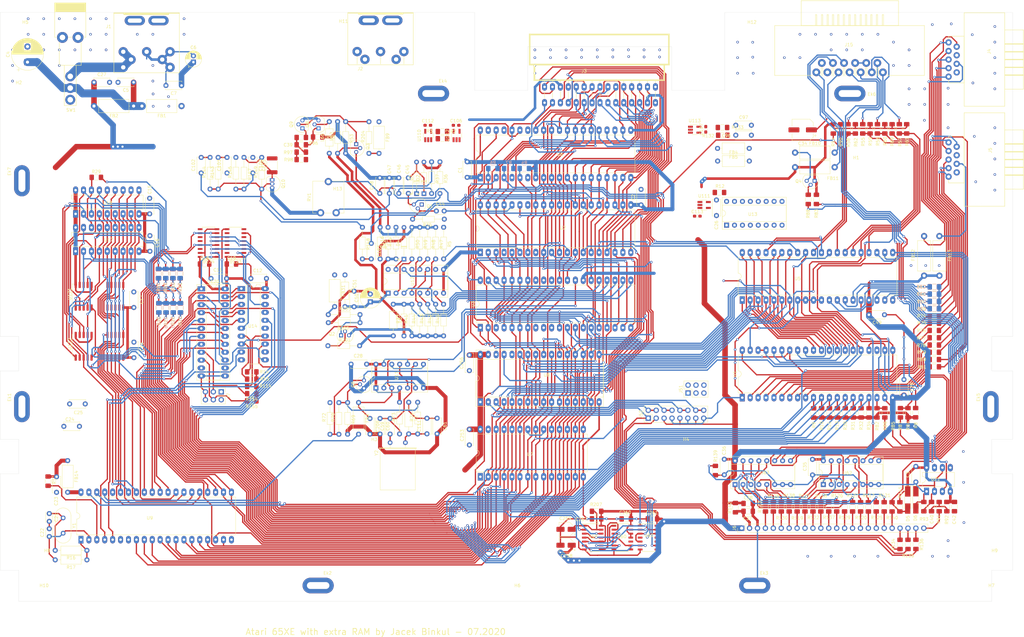
<source format=kicad_pcb>
(kicad_pcb (version 20171130) (host pcbnew "(5.1.0)-1")
  (title_block (title "Atari 130XE") (date 2020-02-17) (rev 1.1) (company "Jacek Binkul"))
  (layers (0 F.Cu signal) (31 B.Cu signal) (34 B.Paste user) (35 F.Paste user) (36 B.SilkS user) (37 F.SilkS user) (38 B.Mask user) (39 F.Mask user) (44 Edge.Cuts user))
  (net 0 "")
  (net 1 GND)
  (net 2 VCC)
  (net 3 NMI)
  (net 4 "Net-(R5-Pad2)")
  (net 5 RDY)
  (net 6 IRQ)
  (net 7 D4)
  (net 8 A15)
  (net 9 D5)
  (net 10 A14)
  (net 11 D6)
  (net 12 A13)
  (net 13 D7)
  (net 14 A12)
  (net 15 RST)
  (net 16 A10)
  (net 17 FO0)
  (net 18 R\W)
  (net 19 D3)
  (net 20 A0)
  (net 21 D2)
  (net 22 A1)
  (net 23 D1)
  (net 24 A2)
  (net 25 D0)
  (net 26 A3)
  (net 27 BO2)
  (net 28 HALT)
  (net 29 A4)
  (net 30 REF)
  (net 31 A5)
  (net 32 A6)
  (net 33 A7)
  (net 34 AN2)
  (net 35 A8)
  (net 36 LP)
  (net 37 A9)
  (net 38 AN1)
  (net 39 A11)
  (net 40 AN0)
  (net 41 O2)
  (net 42 O0)
  (net 43 O1)
  (net 44 "Net-(C4-Pad1)")
  (net 45 +5VA)
  (net 46 "Net-(J1-Pad1)")
  (net 47 DQ7)
  (net 48 DQ6)
  (net 49 DQ5)
  (net 50 DQ4)
  (net 51 DQ3)
  (net 52 DQ2)
  (net 53 DQ1)
  (net 54 DQ0)
  (net 55 CASMAN)
  (net 56 "Net-(R29-Pad1)")
  (net 57 RA4)
  (net 58 RA5)
  (net 59 RA6)
  (net 60 RA0)
  (net 61 RAS)
  (net 62 RA1)
  (net 63 WRT)
  (net 64 RA2)
  (net 65 RA3)
  (net 66 RA7)
  (net 67 PB5)
  (net 68 FA15)
  (net 69 FA14)
  (net 70 CAS)
  (net 71 "Net-(C21-Pad1)")
  (net 72 "Net-(C22-Pad1)")
  (net 73 EXTSEL)
  (net 74 "Net-(R3-Pad1)")
  (net 75 "Net-(R12-Pad1)")
  (net 76 RD4)
  (net 77 RD5)
  (net 78 "Net-(R16-Pad1)")
  (net 79 MPD)
  (net 80 OSC)
  (net 81 CASINH)
  (net 82 GTIA)
  (net 83 "Net-(U13-Pad4)")
  (net 84 CCTL)
  (net 85 S4)
  (net 86 OS)
  (net 87 S5)
  (net 88 "Net-(C39-Pad2)")
  (net 89 "Net-(C39-Pad1)")
  (net 90 "Net-(C44-Pad1)")
  (net 91 "Net-(C45-Pad2)")
  (net 92 "Net-(C45-Pad1)")
  (net 93 "Net-(C46-Pad2)")
  (net 94 "Net-(C47-Pad2)")
  (net 95 "Net-(C48-Pad2)")
  (net 96 "Net-(C50-Pad1)")
  (net 97 "Net-(C59-Pad2)")
  (net 98 "Net-(C59-Pad1)")
  (net 99 "Net-(C111-Pad2)")
  (net 100 "Net-(C96-Pad1)")
  (net 101 "Net-(C97-Pad1)")
  (net 102 "Net-(C111-Pad1)")
  (net 103 "Net-(D4-Pad2)")
  (net 104 "Net-(D4-Pad1)")
  (net 105 "Net-(FB9-Pad2)")
  (net 106 MONO)
  (net 107 "Net-(FB31-Pad2)")
  (net 108 CHROMA)
  (net 109 COMPOSITE)
  (net 110 "Net-(L6-Pad2)")
  (net 111 "Net-(L6-Pad1)")
  (net 112 "Net-(L66-Pad2)")
  (net 113 "Net-(L66-Pad1)")
  (net 114 "Net-(Q2-Pad1)")
  (net 115 "Net-(Q2-Pad2)")
  (net 116 "Net-(Q3-Pad1)")
  (net 117 "Net-(Q3-Pad3)")
  (net 118 "Net-(Q3-Pad2)")
  (net 119 "Net-(Q6-Pad3)")
  (net 120 "Net-(Q6-Pad2)")
  (net 121 "Net-(R42-Pad2)")
  (net 122 "Net-(R43-Pad2)")
  (net 123 "Net-(R44-Pad2)")
  (net 124 "Net-(R45-Pad2)")
  (net 125 "Net-(R47-Pad2)")
  (net 126 "Net-(R48-Pad2)")
  (net 127 "Net-(R49-Pad2)")
  (net 128 "Net-(R50-Pad2)")
  (net 129 "Net-(R132-Pad1)")
  (net 130 "Net-(R133-Pad1)")
  (net 131 "Net-(R134-Pad2)")
  (net 132 "Net-(R135-Pad2)")
  (net 133 "Net-(R136-Pad2)")
  (net 134 "Net-(U12-Pad14)")
  (net 135 "Net-(U11-Pad2)")
  (net 136 "Net-(U11-Pad12)")
  (net 137 "Net-(U11-Pad11)")
  (net 138 "Net-(J51-Pad4)")
  (net 139 "Net-(J51-Pad3)")
  (net 140 A14_sel)
  (net 141 A12_sel)
  (net 142 A15_sel)
  (net 143 A16_sel)
  (net 144 "Net-(C259-Pad1)")
  (net 145 BASC_cart)
  (net 146 BASIC)
  (net 147 A13_cart)
  (net 148 A12_cart)
  (net 149 "Net-(U59-Pad11)")
  (net 150 "Net-(U59-Pad9)")
  (net 151 "Net-(U59-Pad8)")
  (net 152 "Net-(U59-Pad6)")
  (net 153 "Net-(U59-Pad5)")
  (net 154 "Net-(U60-Pad4)")
  (net 155 "Net-(U60-Pad1)")
  (net 156 "Net-(U61-Pad10)")
  (net 157 TRIG0)
  (net 158 TRIG1)
  (net 159 START)
  (net 160 SELECT)
  (net 161 OPTION)
  (net 162 POKEY)
  (net 163 PIA)
  (net 164 PB0)
  (net 165 PB1)
  (net 166 PB7)
  (net 167 PB4)
  (net 168 PB3)
  (net 169 PB2)
  (net 170 PB6)
  (net 171 "Net-(FB10-Pad2)")
  (net 172 MTRCTL)
  (net 173 READY)
  (net 174 "Net-(FB12-Pad1)")
  (net 175 "Net-(FB13-Pad1)")
  (net 176 POTA01)
  (net 177 POTB01)
  (net 178 RIGHT0)
  (net 179 FWD0)
  (net 180 BACK0)
  (net 181 LEFT0)
  (net 182 POTA02)
  (net 183 POTB02)
  (net 184 RIGHT1)
  (net 185 FWD1)
  (net 186 BACK1)
  (net 187 LEFT1)
  (net 188 "Net-(Q4-Pad2)")
  (net 189 "Net-(R8-Pad2)")
  (net 190 "Net-(R74-Pad2)")
  (net 191 "Net-(R75-Pad2)")
  (net 192 "Net-(R76-Pad2)")
  (net 193 "Net-(R77-Pad2)")
  (net 194 "Net-(R78-Pad2)")
  (net 195 "Net-(R79-Pad2)")
  (net 196 "Net-(R80-Pad2)")
  (net 197 "Net-(R81-Pad2)")
  (net 198 "Net-(R82-Pad1)")
  (net 199 "Net-(R83-Pad1)")
  (net 200 "Net-(R84-Pad1)")
  (net 201 COMMAND)
  (net 202 INTERRUPT)
  (net 203 PROCEED)
  (net 204 "Net-(R88-Pad1)")
  (net 205 "Net-(C30-Pad1)")
  (net 206 "Net-(C31-Pad1)")
  (net 207 "Net-(C32-Pad1)")
  (net 208 "Net-(C33-Pad1)")
  (net 209 CLKOUT)
  (net 210 DATAOUT)
  (net 211 DATAIN)
  (net 212 CLKIN)
  (net 213 SOUND)
  (net 214 "Net-(R55-Pad2)")
  (net 215 "Net-(R56-Pad2)")
  (net 216 "Net-(R57-Pad2)")
  (net 217 "Net-(R58-Pad2)")
  (net 218 KR1)
  (net 219 "Net-(R90-Pad1)")
  (net 220 "Net-(R117-Pad2)")
  (net 221 IN0)
  (net 222 "Net-(R118-Pad2)")
  (net 223 IN1)
  (net 224 "Net-(R119-Pad2)")
  (net 225 IN2)
  (net 226 "Net-(R120-Pad2)")
  (net 227 IN3)
  (net 228 "Net-(R121-Pad2)")
  (net 229 IN4)
  (net 230 "Net-(R122-Pad2)")
  (net 231 IN5)
  (net 232 "Net-(R123-Pad2)")
  (net 233 IN6)
  (net 234 "Net-(R124-Pad2)")
  (net 235 IN7)
  (net 236 K0)
  (net 237 K1)
  (net 238 K2)
  (net 239 OUT2)
  (net 240 OUT1)
  (net 241 OUT0)
  (net 242 OUT5)
  (net 243 OUT3)
  (net 244 OUT7)
  (net 245 OUT6)
  (net 246 OUT4)
  (net 247 RESET)
  (net 248 BSC)
  (net 249 "Net-(R125-Pad2)")
  (net 250 "Net-(R126-Pad2)")
  (net 251 "Net-(R127-Pad2)")
  (net 252 "Net-(R128-Pad2)")
  (net 253 "Net-(R129-Pad2)")
  (net 254 "Net-(R130-Pad2)")
  (net 255 "Net-(R137-Pad2)")
  (net 256 "Net-(R138-Pad2)")
  (net 257 "Net-(R139-Pad1)")
  (net 258 K3)
  (net 259 K4)
  (net 260 K5)
  (net 261 "Net-(D5-Pad2)")
  (net 262 "Net-(C37-Pad1)")
  (net 263 "Net-(C40-Pad2)")
  (net 264 "Net-(C40-Pad1)")
  (net 265 SIOAUDIO)
  (net 266 "Net-(C103-Pad2)")
  (net 267 BELL)
  (net 268 AUDIO)
  (net 269 "Net-(U111-Pad1)")
  (net 270 SIMM_I9)
  (net 271 SIMM_I8)
  (net 272 BE)
  (net 273 MAP)
  (net 274 "Net-(U120-Pad22)")
  (net 275 CAS_SIMM)
  (net 276 "Net-(U120-Pad15)")
  (net 277 "Net-(U112-Pad1)")
  (net 278 "Net-(Q9-Pad1)")
  (net 279 "Net-(C100-Pad2)")
  (net 280 "Net-(C101-Pad2)")
  (net 281 "Net-(C102-Pad2)")
  (net 282 "Net-(C105-Pad1)")
  (net 283 "Net-(Q10-Pad2)")
  (net 284 "Net-(FB14-Pad2)")
  (net 285 "Net-(C206-Pad1)")
  (net 286 "Net-(U121-Pad15)")
  (net 287 "Net-(U121-Pad5)")
  (module Connector_PinHeader_2.54mm:PinHeader_2x08_P2.54mm_Vertical (layer F.Cu) (at 248.8538 173.199 90)
    (fp_text reference J52 (at 1.27 -2.33 90) (layer F.SilkS))
    (fp_text value Conn_02x08_Odd_Even)
    (pad 16 thru_hole oval (at 2.54 17.78 90) (size 1.7 1.7) (drill 1) (layers *.Cu *.Mask) (net 140 A14_sel))
    (pad 15 thru_hole oval (at 0 17.78 90) (size 1.7 1.7) (drill 1) (layers *.Cu *.Mask) (net 1 GND))
    (pad 14 thru_hole oval (at 2.54 15.24 90) (size 1.7 1.7) (drill 1) (layers *.Cu *.Mask) (net 140 A14_sel))
    (pad 13 thru_hole oval (at 0 15.24 90) (size 1.7 1.7) (drill 1) (layers *.Cu *.Mask) (net 2 VCC))
    (pad 12 thru_hole oval (at 2.54 12.7 90) (size 1.7 1.7) (drill 1) (layers *.Cu *.Mask) (net 142 A15_sel))
    (pad 11 thru_hole oval (at 0 12.7 90) (size 1.7 1.7) (drill 1) (layers *.Cu *.Mask) (net 1 GND))
    (pad 10 thru_hole oval (at 2.54 10.16 90) (size 1.7 1.7) (drill 1) (layers *.Cu *.Mask) (net 142 A15_sel))
    (pad 9 thru_hole oval (at 0 10.16 90) (size 1.7 1.7) (drill 1) (layers *.Cu *.Mask) (net 2 VCC))
    (pad 8 thru_hole oval (at 2.54 7.62 90) (size 1.7 1.7) (drill 1) (layers *.Cu *.Mask) (net 143 A16_sel))
    (pad 7 thru_hole oval (at 0 7.62 90) (size 1.7 1.7) (drill 1) (layers *.Cu *.Mask) (net 1 GND))
    (pad 6 thru_hole oval (at 2.54 5.08 90) (size 1.7 1.7) (drill 1) (layers *.Cu *.Mask) (net 143 A16_sel))
    (pad 5 thru_hole oval (at 0 5.08 90) (size 1.7 1.7) (drill 1) (layers *.Cu *.Mask) (net 2 VCC))
    (pad 4 thru_hole oval (at 2.54 2.54 90) (size 1.7 1.7) (drill 1) (layers *.Cu *.Mask) (net 141 A12_sel))
    (pad 3 thru_hole oval (at 0 2.54 90) (size 1.7 1.7) (drill 1) (layers *.Cu *.Mask) (net 148 A12_cart))
    (pad 2 thru_hole oval (at 2.54 0 90) (size 1.7 1.7) (drill 1) (layers *.Cu *.Mask) (net 141 A12_sel))
    (pad 1 thru_hole rect (at 0 0 90) (size 1.7 1.7) (drill 1) (layers *.Cu *.Mask) (net 14 A12))
  )
  (module Package_DIP:DIP-24_W7.62mm_Socket_LongPads (layer F.Cu) (at 105.5408 131.6954)
    (fp_text reference U120 (at 3.81 -2.33) (layer F.SilkS))
    (fp_text value SIMM_exp_GAL)
    (pad 24 thru_hole oval (at 7.62 0) (size 2.4 1.6) (drill 0.8) (layers *.Cu *.Mask) (net 2 VCC))
    (pad 12 thru_hole oval (at 0 27.94) (size 2.4 1.6) (drill 0.8) (layers *.Cu *.Mask) (net 1 GND))
    (pad 23 thru_hole oval (at 7.62 2.54) (size 2.4 1.6) (drill 0.8) (layers *.Cu *.Mask) (net 67 PB5))
    (pad 11 thru_hole oval (at 0 25.4) (size 2.4 1.6) (drill 0.8) (layers *.Cu *.Mask))
    (pad 22 thru_hole oval (at 7.62 5.08) (size 2.4 1.6) (drill 0.8) (layers *.Cu *.Mask) (net 274 "Net-(U120-Pad22)"))
    (pad 10 thru_hole oval (at 0 22.86) (size 2.4 1.6) (drill 0.8) (layers *.Cu *.Mask) (net 270 SIMM_I9))
    (pad 21 thru_hole oval (at 7.62 7.62) (size 2.4 1.6) (drill 0.8) (layers *.Cu *.Mask) (net 41 O2))
    (pad 9 thru_hole oval (at 0 20.32) (size 2.4 1.6) (drill 0.8) (layers *.Cu *.Mask) (net 271 SIMM_I8))
    (pad 20 thru_hole oval (at 7.62 10.16) (size 2.4 1.6) (drill 0.8) (layers *.Cu *.Mask))
    (pad 8 thru_hole oval (at 0 17.78) (size 2.4 1.6) (drill 0.8) (layers *.Cu *.Mask) (net 70 CAS))
    (pad 19 thru_hole oval (at 7.62 12.7) (size 2.4 1.6) (drill 0.8) (layers *.Cu *.Mask) (net 68 FA15))
    (pad 7 thru_hole oval (at 0 15.24) (size 2.4 1.6) (drill 0.8) (layers *.Cu *.Mask) (net 167 PB4))
    (pad 18 thru_hole oval (at 7.62 15.24) (size 2.4 1.6) (drill 0.8) (layers *.Cu *.Mask) (net 69 FA14))
    (pad 6 thru_hole oval (at 0 12.7) (size 2.4 1.6) (drill 0.8) (layers *.Cu *.Mask) (net 168 PB3))
    (pad 17 thru_hole oval (at 7.62 17.78) (size 2.4 1.6) (drill 0.8) (layers *.Cu *.Mask) (net 55 CASMAN))
    (pad 5 thru_hole oval (at 0 10.16) (size 2.4 1.6) (drill 0.8) (layers *.Cu *.Mask) (net 169 PB2))
    (pad 16 thru_hole oval (at 7.62 20.32) (size 2.4 1.6) (drill 0.8) (layers *.Cu *.Mask) (net 275 CAS_SIMM))
    (pad 4 thru_hole oval (at 0 7.62) (size 2.4 1.6) (drill 0.8) (layers *.Cu *.Mask) (net 8 A15))
    (pad 15 thru_hole oval (at 7.62 22.86) (size 2.4 1.6) (drill 0.8) (layers *.Cu *.Mask) (net 276 "Net-(U120-Pad15)"))
    (pad 3 thru_hole oval (at 0 5.08) (size 2.4 1.6) (drill 0.8) (layers *.Cu *.Mask) (net 10 A14))
    (pad 14 thru_hole oval (at 7.62 25.4) (size 2.4 1.6) (drill 0.8) (layers *.Cu *.Mask) (net 28 HALT))
    (pad 2 thru_hole oval (at 0 2.54) (size 2.4 1.6) (drill 0.8) (layers *.Cu *.Mask) (net 30 REF))
    (pad 13 thru_hole oval (at 7.62 27.94) (size 2.4 1.6) (drill 0.8) (layers *.Cu *.Mask) (net 1 GND))
    (pad 1 thru_hole rect (at 0 0) (size 2.4 1.6) (drill 0.8) (layers *.Cu *.Mask) (net 61 RAS))
  )
  (module Package_DIP:DIP-40_W15.24mm_LongPads (layer F.Cu) (at 195.0058 144.1668 90)
    (fp_text reference U3 (at 7.62 -2.33 90) (layer F.SilkS))
    (fp_text value GTIA)
    (pad 40 thru_hole oval (at 15.24 0 90) (size 2.4 1.6) (drill 0.8) (layers *.Cu *.Mask) (net 24 A2))
    (pad 20 thru_hole oval (at 0 48.26 90) (size 2.4 1.6) (drill 0.8) (layers *.Cu *.Mask) (net 34 AN2))
    (pad 39 thru_hole oval (at 15.24 2.54 90) (size 2.4 1.6) (drill 0.8) (layers *.Cu *.Mask) (net 26 A3))
    (pad 19 thru_hole oval (at 0 45.72 90) (size 2.4 1.6) (drill 0.8) (layers *.Cu *.Mask) (net 38 AN1))
    (pad 38 thru_hole oval (at 15.24 5.08 90) (size 2.4 1.6) (drill 0.8) (layers *.Cu *.Mask) (net 29 A4))
    (pad 18 thru_hole oval (at 0 43.18 90) (size 2.4 1.6) (drill 0.8) (layers *.Cu *.Mask) (net 40 AN0))
    (pad 37 thru_hole oval (at 15.24 7.62 90) (size 2.4 1.6) (drill 0.8) (layers *.Cu *.Mask) (net 7 D4))
    (pad 17 thru_hole oval (at 0 40.64 90) (size 2.4 1.6) (drill 0.8) (layers *.Cu *.Mask) (net 95 "Net-(C48-Pad2)"))
    (pad 36 thru_hole oval (at 15.24 10.16 90) (size 2.4 1.6) (drill 0.8) (layers *.Cu *.Mask) (net 9 D5))
    (pad 16 thru_hole oval (at 0 38.1 90) (size 2.4 1.6) (drill 0.8) (layers *.Cu *.Mask) (net 119 "Net-(Q6-Pad3)"))
    (pad 35 thru_hole oval (at 15.24 12.7 90) (size 2.4 1.6) (drill 0.8) (layers *.Cu *.Mask) (net 11 D6))
    (pad 15 thru_hole oval (at 0 35.56 90) (size 2.4 1.6) (drill 0.8) (layers *.Cu *.Mask) (net 267 BELL))
    (pad 34 thru_hole oval (at 15.24 15.24 90) (size 2.4 1.6) (drill 0.8) (layers *.Cu *.Mask) (net 13 D7))
    (pad 14 thru_hole oval (at 0 33.02 90) (size 2.4 1.6) (drill 0.8) (layers *.Cu *.Mask) (net 133 "Net-(R136-Pad2)"))
    (pad 33 thru_hole oval (at 15.24 17.78 90) (size 2.4 1.6) (drill 0.8) (layers *.Cu *.Mask) (net 18 R\W))
    (pad 13 thru_hole oval (at 0 30.48 90) (size 2.4 1.6) (drill 0.8) (layers *.Cu *.Mask) (net 132 "Net-(R135-Pad2)"))
    (pad 32 thru_hole oval (at 15.24 20.32 90) (size 2.4 1.6) (drill 0.8) (layers *.Cu *.Mask) (net 82 GTIA))
    (pad 12 thru_hole oval (at 0 27.94 90) (size 2.4 1.6) (drill 0.8) (layers *.Cu *.Mask) (net 131 "Net-(R134-Pad2)"))
    (pad 31 thru_hole oval (at 15.24 22.86 90) (size 2.4 1.6) (drill 0.8) (layers *.Cu *.Mask) (net 124 "Net-(R45-Pad2)"))
    (pad 11 thru_hole oval (at 0 25.4 90) (size 2.4 1.6) (drill 0.8) (layers *.Cu *.Mask) (net 77 RD5))
    (pad 30 thru_hole oval (at 15.24 25.4 90) (size 2.4 1.6) (drill 0.8) (layers *.Cu *.Mask) (net 27 BO2))
    (pad 10 thru_hole oval (at 0 22.86 90) (size 2.4 1.6) (drill 0.8) (layers *.Cu *.Mask))
    (pad 29 thru_hole oval (at 15.24 27.94 90) (size 2.4 1.6) (drill 0.8) (layers *.Cu *.Mask) (net 17 FO0))
    (pad 9 thru_hole oval (at 0 20.32 90) (size 2.4 1.6) (drill 0.8) (layers *.Cu *.Mask) (net 130 "Net-(R133-Pad1)"))
    (pad 28 thru_hole oval (at 15.24 30.48 90) (size 2.4 1.6) (drill 0.8) (layers *.Cu *.Mask) (net 285 "Net-(C206-Pad1)"))
    (pad 8 thru_hole oval (at 0 17.78 90) (size 2.4 1.6) (drill 0.8) (layers *.Cu *.Mask) (net 129 "Net-(R132-Pad1)"))
    (pad 27 thru_hole oval (at 15.24 33.02 90) (size 2.4 1.6) (drill 0.8) (layers *.Cu *.Mask) (net 45 +5VA))
    (pad 7 thru_hole oval (at 0 15.24 90) (size 2.4 1.6) (drill 0.8) (layers *.Cu *.Mask) (net 25 D0))
    (pad 26 thru_hole oval (at 15.24 35.56 90) (size 2.4 1.6) (drill 0.8) (layers *.Cu *.Mask) (net 28 HALT))
    (pad 6 thru_hole oval (at 0 12.7 90) (size 2.4 1.6) (drill 0.8) (layers *.Cu *.Mask) (net 23 D1))
    (pad 25 thru_hole oval (at 15.24 38.1 90) (size 2.4 1.6) (drill 0.8) (layers *.Cu *.Mask) (net 134 "Net-(U12-Pad14)"))
    (pad 5 thru_hole oval (at 0 10.16 90) (size 2.4 1.6) (drill 0.8) (layers *.Cu *.Mask) (net 21 D2))
    (pad 24 thru_hole oval (at 15.24 40.64 90) (size 2.4 1.6) (drill 0.8) (layers *.Cu *.Mask) (net 121 "Net-(R42-Pad2)"))
    (pad 4 thru_hole oval (at 0 7.62 90) (size 2.4 1.6) (drill 0.8) (layers *.Cu *.Mask) (net 19 D3))
    (pad 23 thru_hole oval (at 15.24 43.18 90) (size 2.4 1.6) (drill 0.8) (layers *.Cu *.Mask) (net 122 "Net-(R43-Pad2)"))
    (pad 3 thru_hole oval (at 0 5.08 90) (size 2.4 1.6) (drill 0.8) (layers *.Cu *.Mask) (net 1 GND))
    (pad 22 thru_hole oval (at 15.24 45.72 90) (size 2.4 1.6) (drill 0.8) (layers *.Cu *.Mask) (net 123 "Net-(R44-Pad2)"))
    (pad 2 thru_hole oval (at 0 2.54 90) (size 2.4 1.6) (drill 0.8) (layers *.Cu *.Mask) (net 20 A0))
    (pad 21 thru_hole oval (at 15.24 48.26 90) (size 2.4 1.6) (drill 0.8) (layers *.Cu *.Mask) (net 111 "Net-(L6-Pad1)"))
    (pad 1 thru_hole rect (at 0 0 90) (size 2.4 1.6) (drill 0.8) (layers *.Cu *.Mask) (net 22 A1))
  )
  (module Package_TO_SOT_SMD:SOT-23-5_HandSoldering (layer F.Cu) (at 187.3858 82.4702 90)
    (fp_text reference U112 (at 0 -2.9 90) (layer F.SilkS))
    (fp_text value 74AHC1G08)
    (pad 5 smd rect (at 1.35 -0.95 90) (size 1.56 0.65) (layers F.Cu F.Paste F.Mask) (net 2 VCC))
    (pad 4 smd rect (at 1.35 0.95 90) (size 1.56 0.65) (layers F.Cu F.Paste F.Mask) (net 42 O0))
    (pad 3 smd rect (at -1.35 0.95 90) (size 1.56 0.65) (layers F.Cu F.Paste F.Mask) (net 1 GND))
    (pad 2 smd rect (at -1.35 0 90) (size 1.56 0.65) (layers F.Cu F.Paste F.Mask) (net 277 "Net-(U112-Pad1)"))
    (pad 1 smd rect (at -1.35 -0.95 90) (size 1.56 0.65) (layers F.Cu F.Paste F.Mask) (net 277 "Net-(U112-Pad1)"))
  )
  (module Capacitor_THT:C_Disc_D5.0mm_W2.5mm_P5.00mm (layer F.Cu) (at 159.62 173.29 270)
    (fp_text reference C206 (at 2.5 -2.5 270) (layer F.SilkS))
    (fp_text value 22pF)
    (pad 2 thru_hole circle (at 5 0 270) (size 1.6 1.6) (drill 0.8) (layers *.Cu *.Mask) (net 1 GND))
    (pad 1 thru_hole circle (at 0 0 270) (size 1.6 1.6) (drill 0.8) (layers *.Cu *.Mask) (net 285 "Net-(C206-Pad1)"))
  )
  (module Capacitor_THT:C_Disc_D5.0mm_W2.5mm_P5.00mm (layer F.Cu) (at 166.0716 178.2968 90)
    (fp_text reference C59 (at 2.5 -2.5 90) (layer F.SilkS))
    (fp_text value 22pF)
    (pad 2 thru_hole circle (at 5 0 90) (size 1.6 1.6) (drill 0.8) (layers *.Cu *.Mask) (net 97 "Net-(C59-Pad2)"))
    (pad 1 thru_hole circle (at 0 0 90) (size 1.6 1.6) (drill 0.8) (layers *.Cu *.Mask) (net 98 "Net-(C59-Pad1)"))
  )
  (module Inductor_THT:L_Axial_L7.0mm_D3.3mm_P10.16mm_Horizontal_Fastron_MICC (layer F.Cu) (at 155.97 168.16 270)
    (fp_text reference FB3 (at 5.08 -2.77 270) (layer F.SilkS))
    (fp_text value Ferrite_Bead)
    (pad 2 thru_hole oval (at 10.16 0 270) (size 1.6 1.6) (drill 0.8) (layers *.Cu *.Mask) (net 80 OSC))
    (pad 1 thru_hole circle (at 0 0 270) (size 1.6 1.6) (drill 0.8) (layers *.Cu *.Mask) (net 285 "Net-(C206-Pad1)"))
  )
  (module Capacitor_THT:C_Disc_D5.0mm_W2.5mm_P5.00mm (layer F.Cu) (at 162.85 173.29 270)
    (fp_text reference C60 (at 2.5 -2.5 270) (layer F.SilkS))
    (fp_text value 560pF)
    (pad 2 thru_hole circle (at 5 0 270) (size 1.6 1.6) (drill 0.8) (layers *.Cu *.Mask) (net 1 GND))
    (pad 1 thru_hole circle (at 0 0 270) (size 1.6 1.6) (drill 0.8) (layers *.Cu *.Mask) (net 97 "Net-(C59-Pad2)"))
  )
  (module Package_DIP:DIP-14_W7.62mm_Socket (layer F.Cu) (at 161.5254 163.507 90)
    (fp_text reference U11 (at 3.9876 6.6222 90) (layer F.SilkS))
    (fp_text value 74LS74)
    (pad 14 thru_hole oval (at 7.62 0 90) (size 1.6 1.6) (drill 0.8) (layers *.Cu *.Mask) (net 2 VCC))
    (pad 7 thru_hole oval (at 0 15.24 90) (size 1.6 1.6) (drill 0.8) (layers *.Cu *.Mask) (net 1 GND))
    (pad 13 thru_hole oval (at 7.62 2.54 90) (size 1.6 1.6) (drill 0.8) (layers *.Cu *.Mask) (net 2 VCC))
    (pad 6 thru_hole oval (at 0 12.7 90) (size 1.6 1.6) (drill 0.8) (layers *.Cu *.Mask) (net 135 "Net-(U11-Pad2)"))
    (pad 12 thru_hole oval (at 7.62 5.08 90) (size 1.6 1.6) (drill 0.8) (layers *.Cu *.Mask) (net 136 "Net-(U11-Pad12)"))
    (pad 5 thru_hole oval (at 0 10.16 90) (size 1.6 1.6) (drill 0.8) (layers *.Cu *.Mask) (net 137 "Net-(U11-Pad11)"))
    (pad 11 thru_hole oval (at 7.62 7.62 90) (size 1.6 1.6) (drill 0.8) (layers *.Cu *.Mask) (net 137 "Net-(U11-Pad11)"))
    (pad 4 thru_hole oval (at 0 7.62 90) (size 1.6 1.6) (drill 0.8) (layers *.Cu *.Mask) (net 2 VCC))
    (pad 10 thru_hole oval (at 7.62 10.16 90) (size 1.6 1.6) (drill 0.8) (layers *.Cu *.Mask) (net 2 VCC))
    (pad 3 thru_hole oval (at 0 5.08 90) (size 1.6 1.6) (drill 0.8) (layers *.Cu *.Mask) (net 285 "Net-(C206-Pad1)"))
    (pad 9 thru_hole oval (at 7.62 12.7 90) (size 1.6 1.6) (drill 0.8) (layers *.Cu *.Mask) (net 97 "Net-(C59-Pad2)"))
    (pad 2 thru_hole oval (at 0 2.54 90) (size 1.6 1.6) (drill 0.8) (layers *.Cu *.Mask) (net 135 "Net-(U11-Pad2)"))
    (pad 8 thru_hole oval (at 7.62 15.24 90) (size 1.6 1.6) (drill 0.8) (layers *.Cu *.Mask) (net 136 "Net-(U11-Pad12)"))
    (pad 1 thru_hole rect (at 0 0 90) (size 1.6 1.6) (drill 0.8) (layers *.Cu *.Mask) (net 2 VCC))
  )
  (module Capacitor_THT:C_Disc_D5.0mm_W2.5mm_P5.00mm (layer F.Cu) (at 158.55 155.85 180)
    (fp_text reference C28 (at 2.7234 2.6432 180) (layer F.SilkS))
    (fp_text value 100nF)
    (pad 2 thru_hole circle (at 5 0 180) (size 1.6 1.6) (drill 0.8) (layers *.Cu *.Mask) (net 1 GND))
    (pad 1 thru_hole circle (at 0 0 180) (size 1.6 1.6) (drill 0.8) (layers *.Cu *.Mask) (net 2 VCC))
  )
  (module Atari:R_Axial_DIN0207_L3.6mm_D2.2mm_P10.16mm_Horizontal (layer F.Cu) (at 152.4422 168.1768 270)
    (fp_text reference R69 (at 5.4102 -1.8796 270) (layer F.SilkS))
    (fp_text value 6k8)
    (pad 2 thru_hole circle (at 10.16 0 270) (size 1.6 1.6) (drill 0.8) (layers *.Cu *.Mask) (net 1 GND))
    (pad 1 thru_hole circle (at 0 0 270) (size 1.6 1.6) (drill 0.8) (layers *.Cu *.Mask) (net 120 "Net-(Q6-Pad2)"))
  )
  (module Atari:R_Axial_DIN0207_L3.6mm_D2.2mm_P10.16mm_Horizontal (layer F.Cu) (at 169.101 178.2468 90)
    (fp_text reference R73 (at 5.4102 -1.8796 90) (layer F.SilkS))
    (fp_text value 4k7)
    (pad 2 thru_hole circle (at 10.16 0 90) (size 1.6 1.6) (drill 0.8) (layers *.Cu *.Mask) (net 2 VCC))
    (pad 1 thru_hole circle (at 0 0 90) (size 1.6 1.6) (drill 0.8) (layers *.Cu *.Mask) (net 97 "Net-(C59-Pad2)"))
  )
  (module Atari:R_Axial_DIN0207_L3.6mm_D2.2mm_P10.16mm_Horizontal (layer F.Cu) (at 146.7974 178.3604 90)
    (fp_text reference R72 (at 5.4102 -1.8796 90) (layer F.SilkS))
    (fp_text value 1k)
    (pad 2 thru_hole circle (at 10.16 0 90) (size 1.6 1.6) (drill 0.8) (layers *.Cu *.Mask) (net 45 +5VA))
    (pad 1 thru_hole circle (at 0 0 90) (size 1.6 1.6) (drill 0.8) (layers *.Cu *.Mask) (net 119 "Net-(Q6-Pad3)"))
  )
  (module Atari:R_Axial_DIN0207_L3.6mm_D2.2mm_P10.16mm_Horizontal (layer F.Cu) (at 174.915 178.2468 90)
    (fp_text reference R71 (at 5.4102 -1.8796 90) (layer F.SilkS))
    (fp_text value 470)
    (pad 2 thru_hole circle (at 10.16 0 90) (size 1.6 1.6) (drill 0.8) (layers *.Cu *.Mask) (net 120 "Net-(Q6-Pad2)"))
    (pad 1 thru_hole circle (at 0 0 90) (size 1.6 1.6) (drill 0.8) (layers *.Cu *.Mask) (net 102 "Net-(C111-Pad1)"))
  )
  (module Atari:R_Axial_DIN0207_L3.6mm_D2.2mm_P10.16mm_Horizontal (layer F.Cu) (at 149.6482 178.3604 90)
    (fp_text reference R70 (at 5.4102 -1.8796 90) (layer F.SilkS))
    (fp_text value 10k)
    (pad 2 thru_hole circle (at 10.16 0 90) (size 1.6 1.6) (drill 0.8) (layers *.Cu *.Mask) (net 120 "Net-(Q6-Pad2)"))
    (pad 1 thru_hole circle (at 0 0 90) (size 1.6 1.6) (drill 0.8) (layers *.Cu *.Mask) (net 119 "Net-(Q6-Pad3)"))
  )
  (module Inductor_THT:L_Axial_L5.3mm_D2.2mm_P10.16mm_Horizontal_Vishay_IM-1 (layer F.Cu) (at 172.038 168.0868 270)
    (fp_text reference L1 (at 5.08 -2.22 270) (layer F.SilkS))
    (fp_text value 1,5uH)
    (pad 2 thru_hole oval (at 10.16 0 270) (size 1.6 1.6) (drill 0.8) (layers *.Cu *.Mask) (net 102 "Net-(C111-Pad1)"))
    (pad 1 thru_hole circle (at 0 0 270) (size 1.6 1.6) (drill 0.8) (layers *.Cu *.Mask) (net 99 "Net-(C111-Pad2)"))
  )
  (module Capacitor_THT:C_Disc_D5.0mm_W2.5mm_P5.00mm (layer F.Cu) (at 177.89 178.22 90)
    (fp_text reference C111 (at 2.5 -2.5 90) (layer F.SilkS))
    (fp_text value 820pF)
    (pad 2 thru_hole circle (at 5 0 90) (size 1.6 1.6) (drill 0.8) (layers *.Cu *.Mask) (net 99 "Net-(C111-Pad2)"))
    (pad 1 thru_hole circle (at 0 0 90) (size 1.6 1.6) (drill 0.8) (layers *.Cu *.Mask) (net 102 "Net-(C111-Pad1)"))
  )
  (module Capacitor_THT:C_Disc_D5.0mm_W2.5mm_P5.00mm (layer F.Cu) (at 181.14 173.21 270)
    (fp_text reference C61 (at 2.5 -2.5 270) (layer F.SilkS))
    (fp_text value 100nF)
    (pad 2 thru_hole circle (at 5 0 270) (size 1.6 1.6) (drill 0.8) (layers *.Cu *.Mask) (net 1 GND))
    (pad 1 thru_hole circle (at 0 0 270) (size 1.6 1.6) (drill 0.8) (layers *.Cu *.Mask) (net 99 "Net-(C111-Pad2)"))
  )
  (module Inductor_THT:L_Axial_L7.0mm_D3.3mm_P10.16mm_Horizontal_Fastron_MICC (layer F.Cu) (at 62.6718 186.8134 270)
    (fp_text reference FB14 (at 5.08 -2.77 270) (layer F.SilkS))
    (fp_text value Ferrite_Bead_Small)
    (pad 2 thru_hole oval (at 10.16 0 270) (size 1.6 1.6) (drill 0.8) (layers *.Cu *.Mask) (net 284 "Net-(FB14-Pad2)"))
    (pad 1 thru_hole circle (at 0 0 270) (size 1.6 1.6) (drill 0.8) (layers *.Cu *.Mask) (net 2 VCC))
  )
  (module Atari:R_Axial_DIN0207_L3.6mm_D2.2mm_P10.16mm_Horizontal (layer F.Cu) (at 159.2934 88.2106 90)
    (fp_text reference R204 (at 5.4102 -1.8796 90) (layer F.SilkS))
    (fp_text value 47)
    (pad 2 thru_hole circle (at 10.16 0 90) (size 1.6 1.6) (drill 0.8) (layers *.Cu *.Mask) (net 116 "Net-(Q3-Pad1)"))
    (pad 1 thru_hole circle (at 0 0 90) (size 1.6 1.6) (drill 0.8) (layers *.Cu *.Mask) (net 105 "Net-(FB9-Pad2)"))
  )
  (module Atari:R_Axial_DIN0207_L3.6mm_D2.2mm_P10.16mm_Horizontal (layer F.Cu) (at 151.8258 78.0252 270)
    (fp_text reference R53 (at 5.4102 -1.8796 270) (layer F.SilkS))
    (fp_text value 100)
    (pad 2 thru_hole circle (at 10.16 0 270) (size 1.6 1.6) (drill 0.8) (layers *.Cu *.Mask) (net 1 GND))
    (pad 1 thru_hole circle (at 0 0 270) (size 1.6 1.6) (drill 0.8) (layers *.Cu *.Mask) (net 116 "Net-(Q3-Pad1)"))
  )
  (module Atari:R_Axial_DIN0207_L3.6mm_D2.2mm_P10.16mm_Horizontal (layer F.Cu) (at 149.235 88.1852 90)
    (fp_text reference R52 (at 5.4102 -1.8796 90) (layer F.SilkS))
    (fp_text value 2k)
    (pad 2 thru_hole circle (at 10.16 0 90) (size 1.6 1.6) (drill 0.8) (layers *.Cu *.Mask) (net 1 GND))
    (pad 1 thru_hole circle (at 0 0 90) (size 1.6 1.6) (drill 0.8) (layers *.Cu *.Mask) (net 118 "Net-(Q3-Pad2)"))
  )
  (module Inductor_THT:L_Axial_L7.0mm_D3.3mm_P10.16mm_Horizontal_Fastron_MICC (layer F.Cu) (at 162.5192 78.0506 270)
    (fp_text reference FB9 (at 5.08 -2.77 270) (layer F.SilkS))
    (fp_text value Ferrite_Bead)
    (pad 2 thru_hole oval (at 10.16 0 270) (size 1.6 1.6) (drill 0.8) (layers *.Cu *.Mask) (net 105 "Net-(FB9-Pad2)"))
    (pad 1 thru_hole circle (at 0 0 270) (size 1.6 1.6) (drill 0.8) (layers *.Cu *.Mask) (net 106 MONO))
  )
  (module Atari:R_Axial_DIN0207_L3.6mm_D2.2mm_P10.16mm_Horizontal (layer F.Cu) (at 124.9018 99.666 90)
    (fp_text reference R149 (at 5.4102 -1.8796 90) (layer F.SilkS))
    (fp_text value 15k)
    (pad 2 thru_hole circle (at 10.16 0 90) (size 1.6 1.6) (drill 0.8) (layers *.Cu *.Mask) (net 282 "Net-(C105-Pad1)"))
    (pad 1 thru_hole circle (at 0 0 90) (size 1.6 1.6) (drill 0.8) (layers *.Cu *.Mask) (net 283 "Net-(Q10-Pad2)"))
  )
  (module Atari:R_Axial_DIN0207_L3.6mm_D2.2mm_P10.16mm_Horizontal (layer F.Cu) (at 119.2122 89.506 270)
    (fp_text reference R147 (at 5.4102 -1.8796 270) (layer F.SilkS))
    (fp_text value 100k)
    (pad 2 thru_hole circle (at 10.16 0 270) (size 1.6 1.6) (drill 0.8) (layers *.Cu *.Mask) (net 279 "Net-(C100-Pad2)"))
    (pad 1 thru_hole circle (at 0 0 270) (size 1.6 1.6) (drill 0.8) (layers *.Cu *.Mask) (net 282 "Net-(C105-Pad1)"))
  )
  (module Atari:R_Axial_DIN0207_L3.6mm_D2.2mm_P10.16mm_Horizontal (layer F.Cu) (at 116.6214 99.666 90)
    (fp_text reference R146 (at 5.4102 -1.8796 90) (layer F.SilkS))
    (fp_text value 10)
    (pad 2 thru_hole circle (at 10.16 0 90) (size 1.6 1.6) (drill 0.8) (layers *.Cu *.Mask) (net 2 VCC))
    (pad 1 thru_hole circle (at 0 0 90) (size 1.6 1.6) (drill 0.8) (layers *.Cu *.Mask) (net 279 "Net-(C100-Pad2)"))
  )
  (module Atari:R_Axial_DIN0207_L3.6mm_D2.2mm_P10.16mm_Horizontal (layer F.Cu) (at 108.341 99.666 90)
    (fp_text reference R144 (at 5.4102 -1.8796 90) (layer F.SilkS))
    (fp_text value 100k)
    (pad 2 thru_hole circle (at 10.16 0 90) (size 1.6 1.6) (drill 0.8) (layers *.Cu *.Mask) (net 281 "Net-(C102-Pad2)"))
    (pad 1 thru_hole circle (at 0 0 90) (size 1.6 1.6) (drill 0.8) (layers *.Cu *.Mask) (net 283 "Net-(Q10-Pad2)"))
  )
  (module Atari:R_Axial_DIN0207_L3.6mm_D2.2mm_P10.16mm_Horizontal (layer F.Cu) (at 110.9318 99.666 90)
    (fp_text reference R143 (at 5.4102 -1.8796 90) (layer F.SilkS))
    (fp_text value 100k)
    (pad 2 thru_hole circle (at 10.16 0 90) (size 1.6 1.6) (drill 0.8) (layers *.Cu *.Mask) (net 280 "Net-(C101-Pad2)"))
    (pad 1 thru_hole circle (at 0 0 90) (size 1.6 1.6) (drill 0.8) (layers *.Cu *.Mask) (net 283 "Net-(Q10-Pad2)"))
  )
  (module Package_TO_SOT_THT:TO-92_Inline (layer F.Cu) (at 128.2546 96.7196 270)
    (fp_text reference Q10 (at 1.27 -3.56 270) (layer F.SilkS))
    (fp_text value BC549)
    (pad 1 thru_hole rect (at 0 0 270) (size 1.05 1.5) (drill 0.75) (layers *.Cu *.Mask) (net 282 "Net-(C105-Pad1)"))
    (pad 3 thru_hole oval (at 2.54 0 270) (size 1.05 1.5) (drill 0.75) (layers *.Cu *.Mask) (net 1 GND))
    (pad 2 thru_hole oval (at 1.27 0 270) (size 1.05 1.5) (drill 0.75) (layers *.Cu *.Mask) (net 283 "Net-(Q10-Pad2)"))
  )
  (module Capacitor_SMD:C_1812_4532Metric_Pad1.30x3.40mm_HandSolder (layer F.Cu) (at 128.2546 92.046 90)
    (fp_text reference C105 (at 0 -2.65 90) (layer F.SilkS))
    (fp_text value 10uF)
    (pad 2 smd roundrect (at 2.225 0 90) (size 1.3 3.4) (layers F.Cu F.Paste F.Mask) (roundrect_rratio 0.192308) (net 268 AUDIO))
    (pad 1 smd roundrect (at -2.225 0 90) (size 1.3 3.4) (layers F.Cu F.Paste F.Mask) (roundrect_rratio 0.192308) (net 282 "Net-(C105-Pad1)"))
  )
  (module Capacitor_THT:C_Disc_D5.0mm_W2.5mm_P5.00mm (layer F.Cu) (at 105.4962 94.5098 90)
    (fp_text reference C102 (at 2.5 -2.5 90) (layer F.SilkS))
    (fp_text value 100nF)
    (pad 2 thru_hole circle (at 5 0 90) (size 1.6 1.6) (drill 0.8) (layers *.Cu *.Mask) (net 281 "Net-(C102-Pad2)"))
    (pad 1 thru_hole circle (at 0 0 90) (size 1.6 1.6) (drill 0.8) (layers *.Cu *.Mask) (net 213 SOUND))
  )
  (module Capacitor_THT:C_Disc_D5.0mm_W2.5mm_P5.00mm (layer F.Cu) (at 113.7766 94.5098 90)
    (fp_text reference C101 (at 2.5 -2.5 90) (layer F.SilkS))
    (fp_text value 100nF)
    (pad 2 thru_hole circle (at 5 0 90) (size 1.6 1.6) (drill 0.8) (layers *.Cu *.Mask) (net 280 "Net-(C101-Pad2)"))
    (pad 1 thru_hole circle (at 0 0 90) (size 1.6 1.6) (drill 0.8) (layers *.Cu *.Mask) (net 265 SIOAUDIO))
  )
  (module Capacitor_THT:C_Disc_D5.0mm_W2.5mm_P5.00mm (layer F.Cu) (at 122.057 89.506 270)
    (fp_text reference C100 (at 2.5 -2.5 270) (layer F.SilkS))
    (fp_text value 100nF)
    (pad 2 thru_hole circle (at 5 0 270) (size 1.6 1.6) (drill 0.8) (layers *.Cu *.Mask) (net 279 "Net-(C100-Pad2)"))
    (pad 1 thru_hole circle (at 0 0 270) (size 1.6 1.6) (drill 0.8) (layers *.Cu *.Mask) (net 1 GND))
  )
  (module Atari:R_Axial_DIN0207_L3.6mm_D2.2mm_P10.16mm_Horizontal (layer F.Cu) (at 179.38 90.93 270)
    (fp_text reference R37 (at 5.4102 -1.8796 270) (layer F.SilkS))
    (fp_text value 1k)
    (pad 2 thru_hole circle (at 10.16 0 270) (size 1.6 1.6) (drill 0.8) (layers *.Cu *.Mask) (net 93 "Net-(C46-Pad2)"))
    (pad 1 thru_hole circle (at 0 0 270) (size 1.6 1.6) (drill 0.8) (layers *.Cu *.Mask) (net 94 "Net-(C47-Pad2)"))
  )
  (module Atari:R_Axial_DIN0207_L3.6mm_D2.2mm_P10.16mm_Horizontal (layer F.Cu) (at 182.0518 90.9284 270)
    (fp_text reference R36 (at 5.4102 -1.8796 270) (layer F.SilkS))
    (fp_text value 680)
    (pad 2 thru_hole circle (at 10.16 0 270) (size 1.6 1.6) (drill 0.8) (layers *.Cu *.Mask) (net 91 "Net-(C45-Pad2)"))
    (pad 1 thru_hole circle (at 0 0 270) (size 1.6 1.6) (drill 0.8) (layers *.Cu *.Mask) (net 45 +5VA))
  )
  (module Diode_THT:D_DO-34_SOD68_P10.16mm_Horizontal (layer F.Cu) (at 174.5588 101.1392 90)
    (fp_text reference D3 (at 5.08 -1.92 90) (layer F.SilkS))
    (fp_text value 1N4148)
    (fp_text user K (at 0 -1.75 90) (layer F.SilkS))
    (pad 2 thru_hole oval (at 10.16 0 90) (size 1.5 1.5) (drill 0.75) (layers *.Cu *.Mask) (net 92 "Net-(C45-Pad1)"))
    (pad 1 thru_hole rect (at 0 0 90) (size 1.5 1.5) (drill 0.75) (layers *.Cu *.Mask) (net 93 "Net-(C46-Pad2)"))
  )
  (module Diode_THT:D_DO-34_SOD68_P10.16mm_Horizontal (layer F.Cu) (at 176.921 101.1392 90)
    (fp_text reference D2 (at 5.08 -1.92 90) (layer F.SilkS))
    (fp_text value 1N4148)
    (fp_text user K (at 0 -1.75 90) (layer F.SilkS))
    (pad 2 thru_hole oval (at 10.16 0 90) (size 1.5 1.5) (drill 0.75) (layers *.Cu *.Mask) (net 45 +5VA))
    (pad 1 thru_hole rect (at 0 0 90) (size 1.5 1.5) (drill 0.75) (layers *.Cu *.Mask) (net 92 "Net-(C45-Pad1)"))
  )
  (module Atari:R_Axial_DIN0207_L3.6mm_D2.2mm_P10.16mm_Horizontal (layer F.Cu) (at 183.4488 109.318 180)
    (fp_text reference R35 (at 5.4102 -1.8796 180) (layer F.SilkS))
    (fp_text value 33k)
    (pad 2 thru_hole circle (at 10.16 0 180) (size 1.6 1.6) (drill 0.8) (layers *.Cu *.Mask) (net 90 "Net-(C44-Pad1)"))
    (pad 1 thru_hole circle (at 0 0 180) (size 1.6 1.6) (drill 0.8) (layers *.Cu *.Mask) (net 45 +5VA))
  )
  (module Atari:R_Axial_DIN0207_L3.6mm_D2.2mm_P10.16mm_Horizontal (layer F.Cu) (at 157.1852 111.9342 270)
    (fp_text reference R148 (at 5.4102 -1.8796 270) (layer F.SilkS))
    (fp_text value 470k)
    (pad 2 thru_hole circle (at 10.16 0 270) (size 1.6 1.6) (drill 0.8) (layers *.Cu *.Mask) (net 266 "Net-(C103-Pad2)"))
    (pad 1 thru_hole circle (at 0 0 270) (size 1.6 1.6) (drill 0.8) (layers *.Cu *.Mask) (net 283 "Net-(Q10-Pad2)"))
  )
  (module Capacitor_THT:C_Disc_D5.0mm_W2.5mm_P5.00mm (layer F.Cu) (at 160.03 117.0904 270)
    (fp_text reference C103 (at 2.5 -2.5 270) (layer F.SilkS))
    (fp_text value 100nF)
    (pad 2 thru_hole circle (at 5 0 270) (size 1.6 1.6) (drill 0.8) (layers *.Cu *.Mask) (net 266 "Net-(C103-Pad2)"))
    (pad 1 thru_hole circle (at 0 0 270) (size 1.6 1.6) (drill 0.8) (layers *.Cu *.Mask) (net 267 BELL))
  )
  (module Atari:R_Axial_DIN0207_L3.6mm_D2.2mm_P10.16mm_Horizontal (layer F.Cu) (at 162.8748 111.9342 270)
    (fp_text reference R51 (at 5.4102 -1.8796 270) (layer F.SilkS))
    (fp_text value 750)
    (pad 2 thru_hole circle (at 10.16 0 270) (size 1.6 1.6) (drill 0.8) (layers *.Cu *.Mask) (net 103 "Net-(D4-Pad2)"))
    (pad 1 thru_hole circle (at 0 0 270) (size 1.6 1.6) (drill 0.8) (layers *.Cu *.Mask) (net 118 "Net-(Q3-Pad2)"))
  )
  (module Atari:R_Axial_DIN0207_L3.6mm_D2.2mm_P10.16mm_Horizontal (layer F.Cu) (at 165.4148 122.0942 90)
    (fp_text reference R116 (at 5.4102 -1.8796 90) (layer F.SilkS))
    (fp_text value 51)
    (pad 2 thru_hole circle (at 10.16 0 90) (size 1.6 1.6) (drill 0.8) (layers *.Cu *.Mask) (net 117 "Net-(Q3-Pad3)"))
    (pad 1 thru_hole circle (at 0 0 90) (size 1.6 1.6) (drill 0.8) (layers *.Cu *.Mask) (net 96 "Net-(C50-Pad1)"))
  )
  (module Atari:R_Axial_DIN0207_L3.6mm_D2.2mm_P10.16mm_Horizontal (layer F.Cu) (at 183.2456 111.9342 270)
    (fp_text reference R5 (at 5.4102 -1.8796 270) (layer F.SilkS))
    (fp_text value 3k)
    (pad 2 thru_hole circle (at 10.16 0 270) (size 1.6 1.6) (drill 0.8) (layers *.Cu *.Mask) (net 4 "Net-(R5-Pad2)"))
    (pad 1 thru_hole circle (at 0 0 270) (size 1.6 1.6) (drill 0.8) (layers *.Cu *.Mask) (net 2 VCC))
  )
  (module Diode_THT:D_DO-34_SOD68_P10.16mm_Horizontal (layer F.Cu) (at 170.5202 122.145 90)
    (fp_text reference D4 (at 5.08 -1.92 90) (layer F.SilkS))
    (fp_text value 1N4148)
    (fp_text user K (at 0 -1.75 90) (layer F.SilkS))
    (pad 2 thru_hole oval (at 10.16 0 90) (size 1.5 1.5) (drill 0.75) (layers *.Cu *.Mask) (net 103 "Net-(D4-Pad2)"))
    (pad 1 thru_hole rect (at 0 0 90) (size 1.5 1.5) (drill 0.75) (layers *.Cu *.Mask) (net 104 "Net-(D4-Pad1)"))
  )
  (module Atari:R_Axial_DIN0207_L3.6mm_D2.2mm_P10.16mm_Horizontal (layer F.Cu) (at 173.0602 111.9342 270)
    (fp_text reference R50 (at 5.4102 -1.8796 270) (layer F.SilkS))
    (fp_text value 4k7)
    (pad 2 thru_hole circle (at 10.16 0 270) (size 1.6 1.6) (drill 0.8) (layers *.Cu *.Mask) (net 128 "Net-(R50-Pad2)"))
    (pad 1 thru_hole circle (at 0 0 270) (size 1.6 1.6) (drill 0.8) (layers *.Cu *.Mask) (net 118 "Net-(Q3-Pad2)"))
  )
  (module Atari:R_Axial_DIN0207_L3.6mm_D2.2mm_P10.16mm_Horizontal (layer F.Cu) (at 175.6002 111.9342 270)
    (fp_text reference R49 (at 5.4102 -1.8796 270) (layer F.SilkS))
    (fp_text value 9k1)
    (pad 2 thru_hole circle (at 10.16 0 270) (size 1.6 1.6) (drill 0.8) (layers *.Cu *.Mask) (net 127 "Net-(R49-Pad2)"))
    (pad 1 thru_hole circle (at 0 0 270) (size 1.6 1.6) (drill 0.8) (layers *.Cu *.Mask) (net 118 "Net-(Q3-Pad2)"))
  )
  (module Atari:R_Axial_DIN0207_L3.6mm_D2.2mm_P10.16mm_Horizontal (layer F.Cu) (at 178.1402 111.9342 270)
    (fp_text reference R48 (at 5.4102 -1.8796 270) (layer F.SilkS))
    (fp_text value 18k)
    (pad 2 thru_hole circle (at 10.16 0 270) (size 1.6 1.6) (drill 0.8) (layers *.Cu *.Mask) (net 126 "Net-(R48-Pad2)"))
    (pad 1 thru_hole circle (at 0 0 270) (size 1.6 1.6) (drill 0.8) (layers *.Cu *.Mask) (net 118 "Net-(Q3-Pad2)"))
  )
  (module Atari:R_Axial_DIN0207_L3.6mm_D2.2mm_P10.16mm_Horizontal (layer F.Cu) (at 180.6802 111.9342 270)
    (fp_text reference R47 (at 5.4102 -1.8796 270) (layer F.SilkS))
    (fp_text value 36k)
    (pad 2 thru_hole circle (at 10.16 0 270) (size 1.6 1.6) (drill 0.8) (layers *.Cu *.Mask) (net 125 "Net-(R47-Pad2)"))
    (pad 1 thru_hole circle (at 0 0 270) (size 1.6 1.6) (drill 0.8) (layers *.Cu *.Mask) (net 118 "Net-(Q3-Pad2)"))
  )
  (module Atari:R_Axial_DIN0207_L3.6mm_D2.2mm_P10.16mm_Horizontal (layer F.Cu) (at 167.9548 122.0942 90)
    (fp_text reference R46 (at 5.4102 -1.8796 90) (layer F.SilkS))
    (fp_text value 1k6)
    (pad 2 thru_hole circle (at 10.16 0 90) (size 1.6 1.6) (drill 0.8) (layers *.Cu *.Mask) (net 118 "Net-(Q3-Pad2)"))
    (pad 1 thru_hole circle (at 0 0 90) (size 1.6 1.6) (drill 0.8) (layers *.Cu *.Mask) (net 96 "Net-(C50-Pad1)"))
  )
  (module Inductor_THT:L_Axial_L5.3mm_D2.2mm_P10.16mm_Horizontal_Vishay_IM-1 (layer F.Cu) (at 146.568 88.1852 90)
    (fp_text reference L66 (at 5.08 -2.22 90) (layer F.SilkS))
    (fp_text value 100uH)
    (pad 2 thru_hole oval (at 10.16 0 90) (size 1.6 1.6) (drill 0.8) (layers *.Cu *.Mask) (net 112 "Net-(L66-Pad2)"))
    (pad 1 thru_hole circle (at 0 0 90) (size 1.6 1.6) (drill 0.8) (layers *.Cu *.Mask) (net 113 "Net-(L66-Pad1)"))
  )
  (module Atari:R_Axial_DIN0207_L3.6mm_D2.2mm_P10.16mm_Horizontal (layer F.Cu) (at 146.2532 139.954)
    (fp_text reference R205 (at 5.4102 -1.8796) (layer F.SilkS))
    (fp_text value 150)
    (pad 2 thru_hole circle (at 10.16 0) (size 1.6 1.6) (drill 0.8) (layers *.Cu *.Mask) (net 114 "Net-(Q2-Pad1)"))
    (pad 1 thru_hole circle (at 0 0) (size 1.6 1.6) (drill 0.8) (layers *.Cu *.Mask) (net 107 "Net-(FB31-Pad2)"))
  )
  (module Atari:R_Axial_DIN0207_L3.6mm_D2.2mm_P10.16mm_Horizontal (layer F.Cu) (at 156.4232 142.5412 180)
    (fp_text reference R202 (at 5.4102 -1.8796 180) (layer F.SilkS))
    (fp_text value 180)
    (pad 2 thru_hole circle (at 10.16 0 180) (size 1.6 1.6) (drill 0.8) (layers *.Cu *.Mask) (net 1 GND))
    (pad 1 thru_hole circle (at 0 0 180) (size 1.6 1.6) (drill 0.8) (layers *.Cu *.Mask) (net 114 "Net-(Q2-Pad1)"))
  )
  (module Atari:R_Axial_DIN0207_L3.6mm_D2.2mm_P10.16mm_Horizontal (layer F.Cu) (at 146.1362 149.958)
    (fp_text reference R201 (at 5.4102 -1.8796) (layer F.SilkS))
    (fp_text value 6k8)
    (pad 2 thru_hole circle (at 10.16 0) (size 1.6 1.6) (drill 0.8) (layers *.Cu *.Mask) (net 110 "Net-(L6-Pad2)"))
    (pad 1 thru_hole circle (at 0 0) (size 1.6 1.6) (drill 0.8) (layers *.Cu *.Mask) (net 115 "Net-(Q2-Pad2)"))
  )
  (module Inductor_THT:L_Axial_L7.0mm_D3.3mm_P10.16mm_Horizontal_Fastron_MICC (layer F.Cu) (at 148.2952 127.225 270)
    (fp_text reference FB31 (at 5.08 -2.77 270) (layer F.SilkS))
    (fp_text value Ferrite_Bead)
    (pad 2 thru_hole oval (at 10.16 0 270) (size 1.6 1.6) (drill 0.8) (layers *.Cu *.Mask) (net 107 "Net-(FB31-Pad2)"))
    (pad 1 thru_hole circle (at 0 0 270) (size 1.6 1.6) (drill 0.8) (layers *.Cu *.Mask) (net 108 CHROMA))
  )
  (module Inductor_THT:L_Axial_L5.3mm_D2.2mm_P10.16mm_Horizontal_Vishay_IM-1 (layer F.Cu) (at 151.5972 127.225 270)
    (fp_text reference L5 (at 5.08 -2.22 270) (layer F.SilkS))
    (fp_text value 820uH)
    (pad 2 thru_hole oval (at 10.16 0 270) (size 1.6 1.6) (drill 0.8) (layers *.Cu *.Mask) (net 96 "Net-(C50-Pad1)"))
    (pad 1 thru_hole circle (at 0 0 270) (size 1.6 1.6) (drill 0.8) (layers *.Cu *.Mask) (net 45 +5VA))
  )
  (module Capacitor_THT:CP_Radial_D6.3mm_P2.50mm (layer F.Cu) (at 159.7252 135.861 90)
    (fp_text reference C50 (at 1.25 -4.4 90) (layer F.SilkS))
    (fp_text value 10uF)
    (pad 2 thru_hole circle (at 2.5 0 90) (size 1.6 1.6) (drill 0.8) (layers *.Cu *.Mask) (net 1 GND))
    (pad 1 thru_hole rect (at 0 0 90) (size 1.6 1.6) (drill 0.8) (layers *.Cu *.Mask) (net 96 "Net-(C50-Pad1)"))
  )
  (module Atari:R_Axial_DIN0207_L3.6mm_D2.2mm_P10.16mm_Horizontal (layer F.Cu) (at 170.5202 146.783 90)
    (fp_text reference R33 (at 5.4102 -1.8796 90) (layer F.SilkS))
    (fp_text value 5k6)
    (pad 2 thru_hole circle (at 10.16 0 90) (size 1.6 1.6) (drill 0.8) (layers *.Cu *.Mask) (net 111 "Net-(L6-Pad1)"))
    (pad 1 thru_hole circle (at 0 0 90) (size 1.6 1.6) (drill 0.8) (layers *.Cu *.Mask) (net 113 "Net-(L66-Pad1)"))
  )
  (module Atari:R_Axial_DIN0207_L3.6mm_D2.2mm_P10.16mm_Horizontal (layer F.Cu) (at 183.2202 146.783 90)
    (fp_text reference R45 (at 5.4102 -1.8796 90) (layer F.SilkS))
    (fp_text value 1k)
    (pad 2 thru_hole circle (at 10.16 0 90) (size 1.6 1.6) (drill 0.8) (layers *.Cu *.Mask) (net 124 "Net-(R45-Pad2)"))
    (pad 1 thru_hole circle (at 0 0 90) (size 1.6 1.6) (drill 0.8) (layers *.Cu *.Mask) (net 45 +5VA))
  )
  (module Atari:R_Axial_DIN0207_L3.6mm_D2.2mm_P10.16mm_Horizontal (layer F.Cu) (at 175.6002 146.783 90)
    (fp_text reference R44 (at 5.4102 -1.8796 90) (layer F.SilkS))
    (fp_text value 1k)
    (pad 2 thru_hole circle (at 10.16 0 90) (size 1.6 1.6) (drill 0.8) (layers *.Cu *.Mask) (net 123 "Net-(R44-Pad2)"))
    (pad 1 thru_hole circle (at 0 0 90) (size 1.6 1.6) (drill 0.8) (layers *.Cu *.Mask) (net 45 +5VA))
  )
  (module Atari:R_Axial_DIN0207_L3.6mm_D2.2mm_P10.16mm_Horizontal (layer F.Cu) (at 178.1402 146.783 90)
    (fp_text reference R43 (at 5.4102 -1.8796 90) (layer F.SilkS))
    (fp_text value 1k)
    (pad 2 thru_hole circle (at 10.16 0 90) (size 1.6 1.6) (drill 0.8) (layers *.Cu *.Mask) (net 122 "Net-(R43-Pad2)"))
    (pad 1 thru_hole circle (at 0 0 90) (size 1.6 1.6) (drill 0.8) (layers *.Cu *.Mask) (net 45 +5VA))
  )
  (module Atari:R_Axial_DIN0207_L3.6mm_D2.2mm_P10.16mm_Horizontal (layer F.Cu) (at 180.6802 146.783 90)
    (fp_text reference R42 (at 5.4102 -1.8796 90) (layer F.SilkS))
    (fp_text value 1k)
    (pad 2 thru_hole circle (at 10.16 0 90) (size 1.6 1.6) (drill 0.8) (layers *.Cu *.Mask) (net 121 "Net-(R42-Pad2)"))
    (pad 1 thru_hole circle (at 0 0 90) (size 1.6 1.6) (drill 0.8) (layers *.Cu *.Mask) (net 45 +5VA))
  )
  (module Atari:R_Axial_DIN0207_L3.6mm_D2.2mm_P10.16mm_Horizontal (layer F.Cu) (at 173.0602 146.783 90)
    (fp_text reference R41 (at 5.4102 -1.8796 90) (layer F.SilkS))
    (fp_text value 1k)
    (pad 2 thru_hole circle (at 10.16 0 90) (size 1.6 1.6) (drill 0.8) (layers *.Cu *.Mask) (net 111 "Net-(L6-Pad1)"))
    (pad 1 thru_hole circle (at 0 0 90) (size 1.6 1.6) (drill 0.8) (layers *.Cu *.Mask) (net 45 +5VA))
  )
  (module Inductor_THT:L_Axial_L5.3mm_D2.2mm_P10.16mm_Horizontal_Vishay_IM-1 (layer F.Cu) (at 167.0912 136.623 270)
    (fp_text reference L6 (at 5.08 -2.22 270) (layer F.SilkS))
    (fp_text value 100uH)
    (pad 2 thru_hole oval (at 10.16 0 270) (size 1.6 1.6) (drill 0.8) (layers *.Cu *.Mask) (net 110 "Net-(L6-Pad2)"))
    (pad 1 thru_hole circle (at 0 0 270) (size 1.6 1.6) (drill 0.8) (layers *.Cu *.Mask) (net 111 "Net-(L6-Pad1)"))
  )
  (module Capacitor_THT:C_Disc_D5.0mm_W2.5mm_P5.00mm (layer F.Cu) (at 276.9208 79.1682)
    (fp_text reference C97 (at 2.5 -2.5) (layer F.SilkS))
    (fp_text value 1nF)
    (pad 2 thru_hole circle (at 5 0) (size 1.6 1.6) (drill 0.8) (layers *.Cu *.Mask) (net 1 GND))
    (pad 1 thru_hole circle (at 0 0) (size 1.6 1.6) (drill 0.8) (layers *.Cu *.Mask) (net 101 "Net-(C97-Pad1)"))
  )
  (module Resistor_SMD:R_1206_3216Metric_Pad1.42x1.75mm_HandSolder (layer F.Cu) (at 137.5918 87.8078)
    (fp_text reference R97 (at -4.2164 0.127) (layer F.SilkS))
    (fp_text value 18)
    (pad 2 smd roundrect (at 1.4875 0) (size 1.425 1.75) (layers F.Cu F.Paste F.Mask) (roundrect_rratio 0.175439) (net 88 "Net-(C39-Pad2)"))
    (pad 1 smd roundrect (at -1.4875 0) (size 1.425 1.75) (layers F.Cu F.Paste F.Mask) (roundrect_rratio 0.175439) (net 109 COMPOSITE))
  )
  (module Resistor_SMD:R_1206_3216Metric_Pad1.42x1.75mm_HandSolder (layer F.Cu) (at 272.7552 82.394 180)
    (fp_text reference R132 (at 4.6736 -0.1778 180) (layer F.SilkS))
    (fp_text value 220)
    (pad 2 smd roundrect (at 1.4875 0 180) (size 1.425 1.75) (layers F.Cu F.Paste F.Mask) (roundrect_rratio 0.175439) (net 101 "Net-(C97-Pad1)"))
    (pad 1 smd roundrect (at -1.4875 0 180) (size 1.425 1.75) (layers F.Cu F.Paste F.Mask) (roundrect_rratio 0.175439) (net 129 "Net-(R132-Pad1)"))
  )
  (module Resistor_SMD:R_1206_3216Metric_Pad1.42x1.75mm_HandSolder (layer F.Cu) (at 137.5918 90.1954)
    (fp_text reference R98 (at -4.0894 0.0508) (layer F.SilkS))
    (fp_text value 82)
    (pad 2 smd roundrect (at 1.4875 0) (size 1.425 1.75) (layers F.Cu F.Paste F.Mask) (roundrect_rratio 0.175439) (net 1 GND))
    (pad 1 smd roundrect (at -1.4875 0) (size 1.425 1.75) (layers F.Cu F.Paste F.Mask) (roundrect_rratio 0.175439) (net 109 COMPOSITE))
  )
  (module Resistor_SMD:R_1206_3216Metric_Pad1.42x1.75mm_HandSolder (layer F.Cu) (at 142.8496 82.9564)
    (fp_text reference R95 (at 4.2164 0.0762) (layer F.SilkS))
    (fp_text value 180)
    (pad 2 smd roundrect (at 1.4875 0) (size 1.425 1.75) (layers F.Cu F.Paste F.Mask) (roundrect_rratio 0.175439) (net 1 GND))
    (pad 1 smd roundrect (at -1.4875 0) (size 1.425 1.75) (layers F.Cu F.Paste F.Mask) (roundrect_rratio 0.175439) (net 89 "Net-(C39-Pad1)"))
  )
  (module Resistor_SMD:R_1206_3216Metric_Pad1.42x1.75mm_HandSolder (layer F.Cu) (at 137.5918 83.1088 180)
    (fp_text reference R96 (at -3.9116 -1.8542 180) (layer F.SilkS))
    (fp_text value 33)
    (pad 2 smd roundrect (at 1.4875 0 180) (size 1.425 1.75) (layers F.Cu F.Paste F.Mask) (roundrect_rratio 0.175439) (net 88 "Net-(C39-Pad2)"))
    (pad 1 smd roundrect (at -1.4875 0 180) (size 1.425 1.75) (layers F.Cu F.Paste F.Mask) (roundrect_rratio 0.175439) (net 278 "Net-(Q9-Pad1)"))
  )
  (module Capacitor_SMD:C_1206_3216Metric_Pad1.42x1.75mm_HandSolder (layer F.Cu) (at 137.5918 85.4456 180)
    (fp_text reference C39 (at 4.2418 -0.0508 180) (layer F.SilkS))
    (fp_text value 1nF)
    (pad 2 smd roundrect (at 1.4875 0 180) (size 1.425 1.75) (layers F.Cu F.Paste F.Mask) (roundrect_rratio 0.175439) (net 88 "Net-(C39-Pad2)"))
    (pad 1 smd roundrect (at -1.4875 0 180) (size 1.425 1.75) (layers F.Cu F.Paste F.Mask) (roundrect_rratio 0.175439) (net 89 "Net-(C39-Pad1)"))
  )
  (module Capacitor_THT:C_Disc_D3.0mm_W2.0mm_P2.50mm (layer F.Cu) (at 180.9088 106.7018)
    (fp_text reference C44 (at 1.25 -2.25) (layer F.SilkS))
    (fp_text value 68pF)
    (pad 2 thru_hole circle (at 2.5 0) (size 1.6 1.6) (drill 0.8) (layers *.Cu *.Mask) (net 43 O1))
    (pad 1 thru_hole circle (at 0 0) (size 1.6 1.6) (drill 0.8) (layers *.Cu *.Mask) (net 90 "Net-(C44-Pad1)"))
  )
  (module Package_TO_SOT_THT:TO-92 (layer F.Cu) (at 137.9574 80.1842 90)
    (fp_text reference Q9 (at 1.27 -3.56 90) (layer F.SilkS))
    (fp_text value PN2222A)
    (pad 1 thru_hole rect (at 0 0 180) (size 1.3 1.3) (drill 0.75) (layers *.Cu *.Mask) (net 278 "Net-(Q9-Pad1)"))
    (pad 3 thru_hole circle (at 2.54 0 180) (size 1.3 1.3) (drill 0.75) (layers *.Cu *.Mask) (net 45 +5VA))
    (pad 2 thru_hole circle (at 1.27 -1.27 180) (size 1.3 1.3) (drill 0.75) (layers *.Cu *.Mask) (net 116 "Net-(Q3-Pad1)"))
  )
  (module Package_TO_SOT_THT:TO-92 (layer F.Cu) (at 143.1136 80.1842 90)
    (fp_text reference Q8 (at 1.27 -3.56 90) (layer F.SilkS))
    (fp_text value PN2222A)
    (pad 1 thru_hole rect (at 0 0 180) (size 1.3 1.3) (drill 0.75) (layers *.Cu *.Mask) (net 89 "Net-(C39-Pad1)"))
    (pad 3 thru_hole circle (at 2.54 0 180) (size 1.3 1.3) (drill 0.75) (layers *.Cu *.Mask) (net 45 +5VA))
    (pad 2 thru_hole circle (at 1.27 -1.27 180) (size 1.3 1.3) (drill 0.75) (layers *.Cu *.Mask) (net 112 "Net-(L66-Pad2)"))
  )
  (module Inductor_THT:L_Axial_L7.0mm_D3.3mm_P10.16mm_Horizontal_Fastron_MICC (layer F.Cu) (at 271.1042 90.6744)
    (fp_text reference FB4 (at 5.08 -2.77) (layer F.SilkS))
    (fp_text value Ferrite_Bead)
    (pad 2 thru_hole oval (at 10.16 0) (size 1.6 1.6) (drill 0.8) (layers *.Cu *.Mask) (net 101 "Net-(C97-Pad1)"))
    (pad 1 thru_hole circle (at 0 0) (size 1.6 1.6) (drill 0.8) (layers *.Cu *.Mask) (net 157 TRIG0))
  )
  (module Inductor_THT:L_Axial_L7.0mm_D3.3mm_P10.16mm_Horizontal_Fastron_MICC (layer F.Cu) (at 281.2388 86.6104 180)
    (fp_text reference FB5 (at 5.08 -2.77 180) (layer F.SilkS))
    (fp_text value Ferrite_Bead)
    (pad 2 thru_hole oval (at 10.16 0 180) (size 1.6 1.6) (drill 0.8) (layers *.Cu *.Mask) (net 100 "Net-(C96-Pad1)"))
    (pad 1 thru_hole circle (at 0 0 180) (size 1.6 1.6) (drill 0.8) (layers *.Cu *.Mask) (net 158 TRIG1))
  )
  (module Package_TO_SOT_SMD:SOT-23-5_HandSoldering (layer F.Cu) (at 263.7382 80.616)
    (fp_text reference U113 (at 0 -2.9) (layer F.SilkS))
    (fp_text value 74AHC1G08)
    (pad 5 smd rect (at 1.35 -0.95) (size 1.56 0.65) (layers F.Cu F.Paste F.Mask) (net 2 VCC))
    (pad 4 smd rect (at 1.35 0.95) (size 1.56 0.65) (layers F.Cu F.Paste F.Mask) (net 36 LP))
    (pad 3 smd rect (at -1.35 0.95) (size 1.56 0.65) (layers F.Cu F.Paste F.Mask) (net 1 GND))
    (pad 2 smd rect (at -1.35 0) (size 1.56 0.65) (layers F.Cu F.Paste F.Mask) (net 130 "Net-(R133-Pad1)"))
    (pad 1 smd rect (at -1.35 -0.95) (size 1.56 0.65) (layers F.Cu F.Paste F.Mask) (net 129 "Net-(R132-Pad1)"))
  )
  (module Resistor_THT:R_Axial_DIN0207_L6.3mm_D2.5mm_P10.16mm_Horizontal (layer F.Cu) (at 68.844 218.665 180)
    (fp_text reference R17 (at 5.08 -2.37 180) (layer F.SilkS))
    (fp_text value 1M)
    (pad 2 thru_hole oval (at 10.16 0 180) (size 1.6 1.6) (drill 0.8) (layers *.Cu *.Mask) (net 72 "Net-(C22-Pad1)"))
    (pad 1 thru_hole circle (at 0 0 180) (size 1.6 1.6) (drill 0.8) (layers *.Cu *.Mask) (net 78 "Net-(R16-Pad1)"))
  )
  (module Resistor_THT:R_Axial_DIN0207_L6.3mm_D2.5mm_P10.16mm_Horizontal (layer F.Cu) (at 68.844 215.617 180)
    (fp_text reference R16 (at 5.08 -2.37 180) (layer F.SilkS))
    (fp_text value 240)
    (pad 2 thru_hole oval (at 10.16 0 180) (size 1.6 1.6) (drill 0.8) (layers *.Cu *.Mask) (net 71 "Net-(C21-Pad1)"))
    (pad 1 thru_hole circle (at 0 0 180) (size 1.6 1.6) (drill 0.8) (layers *.Cu *.Mask) (net 78 "Net-(R16-Pad1)"))
  )
  (module Capacitor_SMD:C_0603_1608Metric_Pad1.05x0.95mm_HandSolder (layer F.Cu) (at 267.2942 80.489 90)
    (fp_text reference C107 (at 0 -1.43 90) (layer F.SilkS))
    (fp_text value 100nF)
    (pad 2 smd roundrect (at 0.875 0 90) (size 1.05 0.95) (layers F.Cu F.Paste F.Mask) (net 1 GND))
    (pad 1 smd roundrect (at -0.875 0 90) (size 1.05 0.95) (layers F.Cu F.Paste F.Mask))
  )
  (module Capacitor_SMD:C_0603_1608Metric_Pad1.05x0.95mm_HandSolder (layer F.Cu) (at 187.2334 79.1936)
    (fp_text reference C106 (at 0 -1.43) (layer F.SilkS))
    (fp_text value 100n)
    (pad 2 smd roundrect (at 0.875 0) (size 1.05 0.95) (layers F.Cu F.Paste F.Mask) (net 1 GND))
    (pad 1 smd roundrect (at -0.875 0) (size 1.05 0.95) (layers F.Cu F.Paste F.Mask) (net 2 VCC))
  )
  (module Capacitor_SMD:C_1206_3216Metric_Pad1.42x1.75mm_HandSolder (layer F.Cu) (at 115.1928 123.715)
    (fp_text reference C19 (at 0 -1.82) (layer F.SilkS))
    (fp_text value 100nF)
    (pad 2 smd roundrect (at 1.4875 0) (size 1.425 1.75) (layers F.Cu F.Paste F.Mask) (roundrect_rratio 0.175439) (net 1 GND))
    (pad 1 smd roundrect (at -1.4875 0) (size 1.425 1.75) (layers F.Cu F.Paste F.Mask) (roundrect_rratio 0.175439) (net 2 VCC))
  )
  (module Crystal:Crystal_HC18-U_Vertical (layer F.Cu) (at 61.224 205.203 270)
    (fp_text reference Y1 (at 2.45 -3.525 270) (layer F.SilkS))
    (fp_text value 14,18757MHz)
    (pad 2 thru_hole circle (at 4.9 0 270) (size 1.5 1.5) (drill 0.8) (layers *.Cu *.Mask) (net 72 "Net-(C22-Pad1)"))
    (pad 1 thru_hole circle (at 0 0 270) (size 1.5 1.5) (drill 0.8) (layers *.Cu *.Mask) (net 71 "Net-(C21-Pad1)"))
  )
  (module Package_SO:SOIC-16_3.9x9.9mm_P1.27mm (layer F.Cu) (at 107.8522 116.984 180)
    (fp_text reference U124 (at 0 -6 180) (layer F.SilkS))
    (fp_text value 74LS157)
    (pad 16 smd rect (at 2.7 -4.445 180) (size 1.5 0.6) (layers F.Cu F.Paste F.Mask) (net 2 VCC))
    (pad 15 smd rect (at 2.7 -3.175 180) (size 1.5 0.6) (layers F.Cu F.Paste F.Mask) (net 1 GND))
    (pad 14 smd rect (at 2.7 -1.905 180) (size 1.5 0.6) (layers F.Cu F.Paste F.Mask))
    (pad 13 smd rect (at 2.7 -0.635 180) (size 1.5 0.6) (layers F.Cu F.Paste F.Mask))
    (pad 12 smd rect (at 2.7 0.635 180) (size 1.5 0.6) (layers F.Cu F.Paste F.Mask))
    (pad 11 smd rect (at 2.7 1.905 180) (size 1.5 0.6) (layers F.Cu F.Paste F.Mask))
    (pad 10 smd rect (at 2.7 3.175 180) (size 1.5 0.6) (layers F.Cu F.Paste F.Mask))
    (pad 9 smd rect (at 2.7 4.445 180) (size 1.5 0.6) (layers F.Cu F.Paste F.Mask))
    (pad 8 smd rect (at -2.7 4.445 180) (size 1.5 0.6) (layers F.Cu F.Paste F.Mask) (net 1 GND))
    (pad 7 smd rect (at -2.7 3.175 180) (size 1.5 0.6) (layers F.Cu F.Paste F.Mask) (net 287 "Net-(U121-Pad5)"))
    (pad 6 smd rect (at -2.7 1.905 180) (size 1.5 0.6) (layers F.Cu F.Paste F.Mask) (net 165 PB1))
    (pad 5 smd rect (at -2.7 0.635 180) (size 1.5 0.6) (layers F.Cu F.Paste F.Mask) (net 166 PB7))
    (pad 4 smd rect (at -2.7 -0.635 180) (size 1.5 0.6) (layers F.Cu F.Paste F.Mask) (net 286 "Net-(U121-Pad15)"))
    (pad 3 smd rect (at -2.7 -1.905 180) (size 1.5 0.6) (layers F.Cu F.Paste F.Mask) (net 170 PB6))
    (pad 2 smd rect (at -2.7 -3.175 180) (size 1.5 0.6) (layers F.Cu F.Paste F.Mask) (net 274 "Net-(U120-Pad22)"))
    (pad 1 smd rect (at -2.7 -4.445 180) (size 1.5 0.6) (layers F.Cu F.Paste F.Mask) (net 61 RAS))
  )
  (module Package_SO:SOIC-16_3.9x9.9mm_P1.27mm (layer F.Cu) (at 116.4882 116.984 180)
    (fp_text reference U123 (at 0 -6 180) (layer F.SilkS))
    (fp_text value 74LS175)
    (pad 16 smd rect (at 2.7 -4.445 180) (size 1.5 0.6) (layers F.Cu F.Paste F.Mask) (net 2 VCC))
    (pad 15 smd rect (at 2.7 -3.175 180) (size 1.5 0.6) (layers F.Cu F.Paste F.Mask))
    (pad 14 smd rect (at 2.7 -1.905 180) (size 1.5 0.6) (layers F.Cu F.Paste F.Mask))
    (pad 13 smd rect (at 2.7 -0.635 180) (size 1.5 0.6) (layers F.Cu F.Paste F.Mask))
    (pad 12 smd rect (at 2.7 0.635 180) (size 1.5 0.6) (layers F.Cu F.Paste F.Mask))
    (pad 11 smd rect (at 2.7 1.905 180) (size 1.5 0.6) (layers F.Cu F.Paste F.Mask))
    (pad 10 smd rect (at 2.7 3.175 180) (size 1.5 0.6) (layers F.Cu F.Paste F.Mask))
    (pad 9 smd rect (at 2.7 4.445 180) (size 1.5 0.6) (layers F.Cu F.Paste F.Mask) (net 276 "Net-(U120-Pad15)"))
    (pad 8 smd rect (at -2.7 4.445 180) (size 1.5 0.6) (layers F.Cu F.Paste F.Mask) (net 1 GND))
    (pad 7 smd rect (at -2.7 3.175 180) (size 1.5 0.6) (layers F.Cu F.Paste F.Mask) (net 272 BE))
    (pad 6 smd rect (at -2.7 1.905 180) (size 1.5 0.6) (layers F.Cu F.Paste F.Mask))
    (pad 5 smd rect (at -2.7 0.635 180) (size 1.5 0.6) (layers F.Cu F.Paste F.Mask) (net 165 PB1))
    (pad 4 smd rect (at -2.7 -0.635 180) (size 1.5 0.6) (layers F.Cu F.Paste F.Mask) (net 166 PB7))
    (pad 3 smd rect (at -2.7 -1.905 180) (size 1.5 0.6) (layers F.Cu F.Paste F.Mask))
    (pad 2 smd rect (at -2.7 -3.175 180) (size 1.5 0.6) (layers F.Cu F.Paste F.Mask) (net 273 MAP))
    (pad 1 smd rect (at -2.7 -4.445 180) (size 1.5 0.6) (layers F.Cu F.Paste F.Mask) (net 2 VCC))
  )
  (module Atari:SOJ-26 (layer F.Cu) (at 72.8826 150.3136 90)
    (fp_text reference U122 (at 0.9398 -9.5504 90) (layer F.SilkS))
    (fp_text value DRAM_1MB_4bit)
    (pad 15 smd roundrect (at 3.829 2.54 90) (size 2 0.7) (layers F.Cu F.Paste F.Mask) (roundrect_rratio 0.214) (net 286 "Net-(U121-Pad15)"))
    (pad 14 smd roundrect (at 3.829 3.81 90) (size 2 0.7) (layers F.Cu F.Paste F.Mask) (roundrect_rratio 0.214) (net 66 RA7))
    (pad 13 smd roundrect (at 3.829 5.08 90) (size 2 0.7) (layers F.Cu F.Paste F.Mask) (roundrect_rratio 0.214) (net 59 RA6))
    (pad 12 smd roundrect (at 3.829 6.35 90) (size 2 0.7) (layers F.Cu F.Paste F.Mask) (roundrect_rratio 0.214) (net 58 RA5))
    (pad 11 smd roundrect (at 3.829 7.62 90) (size 2 0.7) (layers F.Cu F.Paste F.Mask) (roundrect_rratio 0.214) (net 57 RA4))
    (pad 16 smd roundrect (at 3.829 -2.54 90) (size 2 0.7) (layers F.Cu F.Paste F.Mask) (roundrect_rratio 0.214) (net 1 GND))
    (pad 17 smd roundrect (at 3.829 -3.81 90) (size 2 0.7) (layers F.Cu F.Paste F.Mask) (roundrect_rratio 0.214) (net 275 CAS_SIMM))
    (pad 18 smd roundrect (at 3.829 -5.08 90) (size 2 0.7) (layers F.Cu F.Paste F.Mask) (roundrect_rratio 0.214) (net 48 DQ6))
    (pad 19 smd roundrect (at 3.829 -6.35 90) (size 2 0.7) (layers F.Cu F.Paste F.Mask) (roundrect_rratio 0.214) (net 47 DQ7))
    (pad 20 smd roundrect (at 3.829 -7.62 90) (size 2 0.7) (layers F.Cu F.Paste F.Mask) (roundrect_rratio 0.214) (net 1 GND))
    (pad 10 smd roundrect (at -3.429 7.62 90) (size 2 0.7) (layers F.Cu F.Paste F.Mask) (roundrect_rratio 0.214) (net 2 VCC))
    (pad 9 smd roundrect (at -3.429 6.35 90) (size 2 0.7) (layers F.Cu F.Paste F.Mask) (roundrect_rratio 0.214) (net 65 RA3))
    (pad 8 smd roundrect (at -3.429 5.08 90) (size 2 0.7) (layers F.Cu F.Paste F.Mask) (roundrect_rratio 0.214) (net 64 RA2))
    (pad 7 smd roundrect (at -3.429 3.81 90) (size 2 0.7) (layers F.Cu F.Paste F.Mask) (roundrect_rratio 0.214) (net 62 RA1))
    (pad 6 smd roundrect (at -3.429 2.54 90) (size 2 0.7) (layers F.Cu F.Paste F.Mask) (roundrect_rratio 0.214) (net 60 RA0))
    (pad 5 smd roundrect (at -3.429 -2.54 90) (size 2 0.7) (layers F.Cu F.Paste F.Mask) (roundrect_rratio 0.214) (net 287 "Net-(U121-Pad5)"))
    (pad 4 smd roundrect (at -3.429 -3.81 90) (size 2 0.7) (layers F.Cu F.Paste F.Mask) (roundrect_rratio 0.214) (net 61 RAS))
    (pad 3 smd roundrect (at -3.429 -5.08 90) (size 2 0.7) (layers F.Cu F.Paste F.Mask) (roundrect_rratio 0.214) (net 63 WRT))
    (pad 2 smd roundrect (at -3.429 -6.35 90) (size 2 0.7) (layers F.Cu F.Paste F.Mask) (roundrect_rratio 0.214) (net 49 DQ5))
    (pad 1 smd roundrect (at -3.429 -7.62 90) (size 2 0.7) (layers F.Cu F.Paste F.Mask) (roundrect_rratio 0.214) (net 50 DQ4))
  )
  (module Atari:SOJ-26 (layer F.Cu) (at 72.8826 134.2608 90)
    (fp_text reference U121 (at 0.9398 -9.5504 90) (layer F.SilkS))
    (fp_text value DRAM_1MB_4bit)
    (pad 15 smd roundrect (at 3.829 2.54 90) (size 2 0.7) (layers F.Cu F.Paste F.Mask) (roundrect_rratio 0.214) (net 286 "Net-(U121-Pad15)"))
    (pad 14 smd roundrect (at 3.829 3.81 90) (size 2 0.7) (layers F.Cu F.Paste F.Mask) (roundrect_rratio 0.214) (net 66 RA7))
    (pad 13 smd roundrect (at 3.829 5.08 90) (size 2 0.7) (layers F.Cu F.Paste F.Mask) (roundrect_rratio 0.214) (net 59 RA6))
    (pad 12 smd roundrect (at 3.829 6.35 90) (size 2 0.7) (layers F.Cu F.Paste F.Mask) (roundrect_rratio 0.214) (net 58 RA5))
    (pad 11 smd roundrect (at 3.829 7.62 90) (size 2 0.7) (layers F.Cu F.Paste F.Mask) (roundrect_rratio 0.214) (net 57 RA4))
    (pad 16 smd roundrect (at 3.829 -2.54 90) (size 2 0.7) (layers F.Cu F.Paste F.Mask) (roundrect_rratio 0.214) (net 1 GND))
    (pad 17 smd roundrect (at 3.829 -3.81 90) (size 2 0.7) (layers F.Cu F.Paste F.Mask) (roundrect_rratio 0.214) (net 275 CAS_SIMM))
    (pad 18 smd roundrect (at 3.829 -5.08 90) (size 2 0.7) (layers F.Cu F.Paste F.Mask) (roundrect_rratio 0.214) (net 52 DQ2))
    (pad 19 smd roundrect (at 3.829 -6.35 90) (size 2 0.7) (layers F.Cu F.Paste F.Mask) (roundrect_rratio 0.214) (net 51 DQ3))
    (pad 20 smd roundrect (at 3.829 -7.62 90) (size 2 0.7) (layers F.Cu F.Paste F.Mask) (roundrect_rratio 0.214) (net 1 GND))
    (pad 10 smd roundrect (at -3.429 7.62 90) (size 2 0.7) (layers F.Cu F.Paste F.Mask) (roundrect_rratio 0.214) (net 2 VCC))
    (pad 9 smd roundrect (at -3.429 6.35 90) (size 2 0.7) (layers F.Cu F.Paste F.Mask) (roundrect_rratio 0.214) (net 65 RA3))
    (pad 8 smd roundrect (at -3.429 5.08 90) (size 2 0.7) (layers F.Cu F.Paste F.Mask) (roundrect_rratio 0.214) (net 64 RA2))
    (pad 7 smd roundrect (at -3.429 3.81 90) (size 2 0.7) (layers F.Cu F.Paste F.Mask) (roundrect_rratio 0.214) (net 62 RA1))
    (pad 6 smd roundrect (at -3.429 2.54 90) (size 2 0.7) (layers F.Cu F.Paste F.Mask) (roundrect_rratio 0.214) (net 60 RA0))
    (pad 5 smd roundrect (at -3.429 -2.54 90) (size 2 0.7) (layers F.Cu F.Paste F.Mask) (roundrect_rratio 0.214) (net 287 "Net-(U121-Pad5)"))
    (pad 4 smd roundrect (at -3.429 -3.81 90) (size 2 0.7) (layers F.Cu F.Paste F.Mask) (roundrect_rratio 0.214) (net 61 RAS))
    (pad 3 smd roundrect (at -3.429 -5.08 90) (size 2 0.7) (layers F.Cu F.Paste F.Mask) (roundrect_rratio 0.214) (net 63 WRT))
    (pad 2 smd roundrect (at -3.429 -6.35 90) (size 2 0.7) (layers F.Cu F.Paste F.Mask) (roundrect_rratio 0.214) (net 53 DQ1))
    (pad 1 smd roundrect (at -3.429 -7.62 90) (size 2 0.7) (layers F.Cu F.Paste F.Mask) (roundrect_rratio 0.214) (net 54 DQ0))
  )
  (module Resistor_SMD:R_1206_3216Metric_Pad1.42x1.75mm_HandSolder (layer F.Cu) (at 121.71 167.62 180)
    (fp_text reference R155 (at 0 -1.82 180) (layer F.SilkS))
    (fp_text value 10k)
    (pad 2 smd roundrect (at 1.4875 0 180) (size 1.425 1.75) (layers F.Cu F.Paste F.Mask) (roundrect_rratio 0.175439) (net 270 SIMM_I9))
    (pad 1 smd roundrect (at -1.4875 0 180) (size 1.425 1.75) (layers F.Cu F.Paste F.Mask) (roundrect_rratio 0.175439) (net 2 VCC))
  )
  (module Resistor_SMD:R_1206_3216Metric_Pad1.42x1.75mm_HandSolder (layer F.Cu) (at 121.71 165.31 180)
    (fp_text reference R154 (at 0 -1.82 180) (layer F.SilkS))
    (fp_text value 10k)
    (pad 2 smd roundrect (at 1.4875 0 180) (size 1.425 1.75) (layers F.Cu F.Paste F.Mask) (roundrect_rratio 0.175439) (net 271 SIMM_I8))
    (pad 1 smd roundrect (at -1.4875 0 180) (size 1.425 1.75) (layers F.Cu F.Paste F.Mask) (roundrect_rratio 0.175439) (net 2 VCC))
  )
  (module Connector_PinHeader_2.54mm:PinHeader_2x03_P2.54mm_Vertical (layer F.Cu) (at 111.93 164.74 270)
    (fp_text reference J7 (at 1.27 -2.33 270) (layer F.SilkS))
    (fp_text value SIMM_ON_OFF)
    (pad 6 thru_hole oval (at 2.54 5.08 270) (size 1.7 1.7) (drill 1) (layers *.Cu *.Mask) (net 1 GND))
    (pad 5 thru_hole oval (at 0 5.08 270) (size 1.7 1.7) (drill 1) (layers *.Cu *.Mask) (net 1 GND))
    (pad 4 thru_hole oval (at 2.54 2.54 270) (size 1.7 1.7) (drill 1) (layers *.Cu *.Mask) (net 270 SIMM_I9))
    (pad 3 thru_hole oval (at 0 2.54 270) (size 1.7 1.7) (drill 1) (layers *.Cu *.Mask) (net 271 SIMM_I8))
    (pad 2 thru_hole oval (at 2.54 0 270) (size 1.7 1.7) (drill 1) (layers *.Cu *.Mask))
    (pad 1 thru_hole rect (at 0 0 270) (size 1.7 1.7) (drill 1) (layers *.Cu *.Mask))
  )
  (module Capacitor_SMD:C_1206_3216Metric_Pad1.42x1.75mm_HandSolder (layer F.Cu) (at 106.5822 123.715)
    (fp_text reference C18 (at 0 -1.82) (layer F.SilkS))
    (fp_text value 100nF)
    (pad 2 smd roundrect (at 1.4875 0) (size 1.425 1.75) (layers F.Cu F.Paste F.Mask) (roundrect_rratio 0.175439) (net 1 GND))
    (pad 1 smd roundrect (at -1.4875 0) (size 1.425 1.75) (layers F.Cu F.Paste F.Mask) (roundrect_rratio 0.175439) (net 2 VCC))
  )
  (module Package_TO_SOT_SMD:SOT-23-5_HandSoldering (layer F.Cu) (at 266.773 104.7728)
    (fp_text reference U111 (at 0 -2.9) (layer F.SilkS))
    (fp_text value 74AHC1G08)
    (pad 5 smd rect (at 1.35 -0.95) (size 1.56 0.65) (layers F.Cu F.Paste F.Mask) (net 2 VCC))
    (pad 4 smd rect (at 1.35 0.95) (size 1.56 0.65) (layers F.Cu F.Paste F.Mask) (net 82 GTIA))
    (pad 3 smd rect (at -1.35 0.95) (size 1.56 0.65) (layers F.Cu F.Paste F.Mask) (net 1 GND))
    (pad 2 smd rect (at -1.35 0) (size 1.56 0.65) (layers F.Cu F.Paste F.Mask) (net 269 "Net-(U111-Pad1)"))
    (pad 1 smd rect (at -1.35 -0.95) (size 1.56 0.65) (layers F.Cu F.Paste F.Mask) (net 269 "Net-(U111-Pad1)"))
  )
  (module Package_TO_SOT_SMD:SOT-23-5_HandSoldering (layer F.Cu) (at 178.2926 82.4702 90)
    (fp_text reference U110 (at 0 -2.9 90) (layer F.SilkS))
    (fp_text value 74AHC1G08)
    (pad 5 smd rect (at 1.35 -0.95 90) (size 1.56 0.65) (layers F.Cu F.Paste F.Mask) (net 2 VCC))
    (pad 4 smd rect (at 1.35 0.95 90) (size 1.56 0.65) (layers F.Cu F.Paste F.Mask) (net 27 BO2))
    (pad 3 smd rect (at -1.35 0.95 90) (size 1.56 0.65) (layers F.Cu F.Paste F.Mask) (net 1 GND))
    (pad 2 smd rect (at -1.35 0 90) (size 1.56 0.65) (layers F.Cu F.Paste F.Mask) (net 74 "Net-(R3-Pad1)"))
    (pad 1 smd rect (at -1.35 -0.95 90) (size 1.56 0.65) (layers F.Cu F.Paste F.Mask) (net 41 O2))
  )
  (module Resistor_SMD:R_1206_3216Metric_Pad1.42x1.75mm_HandSolder (layer F.Cu) (at 71.8666 95.9068)
    (fp_text reference R29 (at 0 -1.82) (layer F.SilkS))
    (fp_text value 33)
    (pad 2 smd roundrect (at 1.4875 0) (size 1.425 1.75) (layers F.Cu F.Paste F.Mask) (roundrect_rratio 0.175439) (net 55 CASMAN))
    (pad 1 smd roundrect (at -1.4875 0) (size 1.425 1.75) (layers F.Cu F.Paste F.Mask) (roundrect_rratio 0.175439) (net 56 "Net-(R29-Pad1)"))
  )
  (module Capacitor_SMD:C_0603_1608Metric_Pad1.05x0.95mm_HandSolder (layer F.Cu) (at 264.583 108.3528)
    (fp_text reference C113 (at 0 -1.43) (layer F.SilkS))
    (fp_text value 100n)
    (pad 2 smd roundrect (at 0.875 0) (size 1.05 0.95) (layers F.Cu F.Paste F.Mask) (net 1 GND))
    (pad 1 smd roundrect (at -0.875 0) (size 1.05 0.95) (layers F.Cu F.Paste F.Mask) (net 2 VCC))
  )
  (module Capacitor_SMD:C_0603_1608Metric_Pad1.05x0.95mm_HandSolder (layer F.Cu) (at 178.1656 79.1936)
    (fp_text reference C112 (at 0 -1.43) (layer F.SilkS))
    (fp_text value 100n)
    (pad 2 smd roundrect (at 0.875 0) (size 1.05 0.95) (layers F.Cu F.Paste F.Mask) (net 1 GND))
    (pad 1 smd roundrect (at -0.875 0) (size 1.05 0.95) (layers F.Cu F.Paste F.Mask) (net 2 VCC))
  )
  (module Capacitor_THT:C_Disc_D3.0mm_W2.0mm_P2.50mm (layer F.Cu) (at 56.779 203.806 270)
    (fp_text reference C21 (at 1.25 -2.25 270) (layer F.SilkS))
    (fp_text value 27pF)
    (pad 2 thru_hole circle (at 2.5 0 270) (size 1.6 1.6) (drill 0.8) (layers *.Cu *.Mask) (net 1 GND))
    (pad 1 thru_hole circle (at 0 0 270) (size 1.6 1.6) (drill 0.8) (layers *.Cu *.Mask) (net 71 "Net-(C21-Pad1)"))
  )
  (module Capacitor_THT:C_Disc_D3.0mm_W2.0mm_P2.50mm (layer F.Cu) (at 56.779 211.172 90)
    (fp_text reference C22 (at 1.25 -2.25 90) (layer F.SilkS))
    (fp_text value 27pF)
    (pad 2 thru_hole circle (at 2.5 0 90) (size 1.6 1.6) (drill 0.8) (layers *.Cu *.Mask) (net 1 GND))
    (pad 1 thru_hole circle (at 0 0 90) (size 1.6 1.6) (drill 0.8) (layers *.Cu *.Mask) (net 72 "Net-(C22-Pad1)"))
  )
  (module Inductor_THT:L_Axial_L9.5mm_D4.0mm_P12.70mm_Horizontal_Fastron_SMCC (layer F.Cu) (at 308.6354 92.6592 180)
    (fp_text reference FB11 (at 0.5842 -3.556 180) (layer F.SilkS))
    (fp_text value Ferrite_Bead)
    (pad 2 thru_hole oval (at 12.7 0 180) (size 2 2) (drill 1) (layers *.Cu *.Mask) (net 2 VCC))
    (pad 1 thru_hole circle (at 0 0 180) (size 2 2) (drill 1) (layers *.Cu *.Mask) (net 173 READY))
  )
  (module Inductor_THT:L_Axial_L9.5mm_D4.0mm_P12.70mm_Horizontal_Fastron_SMCC (layer F.Cu) (at 308.6354 87.9602 180)
    (fp_text reference FB10 (at 6.3246 2.9718 180) (layer F.SilkS))
    (fp_text value Ferrite_Bead)
    (pad 2 thru_hole oval (at 12.7 0 180) (size 2 2) (drill 1) (layers *.Cu *.Mask) (net 171 "Net-(FB10-Pad2)"))
    (pad 1 thru_hole circle (at 0 0 180) (size 2 2) (drill 1) (layers *.Cu *.Mask) (net 172 MTRCTL))
  )
  (module Inductor_THT:L_Axial_L9.5mm_D4.0mm_P12.70mm_Horizontal_Fastron_SMCC (layer F.Cu) (at 342.2142 114.7572 270)
    (fp_text reference FB13 (at 6.2484 -3.3782 270) (layer F.SilkS))
    (fp_text value Ferrite_Bead)
    (pad 2 thru_hole oval (at 12.7 0 270) (size 2 2) (drill 1) (layers *.Cu *.Mask) (net 2 VCC))
    (pad 1 thru_hole circle (at 0 0 270) (size 2 2) (drill 1) (layers *.Cu *.Mask) (net 175 "Net-(FB13-Pad1)"))
  )
  (module Inductor_THT:L_Axial_L9.5mm_D4.0mm_P12.70mm_Horizontal_Fastron_SMCC (layer F.Cu) (at 337.312 114.7572 270)
    (fp_text reference FB12 (at 6.1214 3.5052 270) (layer F.SilkS))
    (fp_text value Ferrite_Bead)
    (pad 2 thru_hole oval (at 12.7 0 270) (size 2 2) (drill 1) (layers *.Cu *.Mask) (net 2 VCC))
    (pad 1 thru_hole circle (at 0 0 270) (size 2 2) (drill 1) (layers *.Cu *.Mask) (net 174 "Net-(FB12-Pad1)"))
  )
  (module Inductor_THT:L_Axial_L9.5mm_D4.0mm_P12.70mm_Horizontal_Fastron_SMCC (layer F.Cu) (at 83.82 73.025 180)
    (fp_text reference FB2 (at 6.35 -3.12 180) (layer F.SilkS))
    (fp_text value Ferrite_Bead)
    (pad 2 thru_hole oval (at 12.7 0 180) (size 2 2) (drill 1) (layers *.Cu *.Mask) (net 2 VCC))
    (pad 1 thru_hole circle (at 0 0 180) (size 2 2) (drill 1) (layers *.Cu *.Mask) (net 44 "Net-(C4-Pad1)"))
  )
  (module Inductor_THT:L_Axial_L9.5mm_D4.0mm_P12.70mm_Horizontal_Fastron_SMCC (layer F.Cu) (at 99.189 73.025 180)
    (fp_text reference FB1 (at 6.35 -3.12 180) (layer F.SilkS))
    (fp_text value Ferrite_Bead)
    (pad 2 thru_hole oval (at 12.7 0 180) (size 2 2) (drill 1) (layers *.Cu *.Mask) (net 44 "Net-(C4-Pad1)"))
    (pad 1 thru_hole circle (at 0 0 180) (size 2 2) (drill 1) (layers *.Cu *.Mask) (net 45 +5VA))
  )
  (module Resistor_SMD:R_1206_3216Metric_Pad1.42x1.75mm_HandSolder (layer F.Cu) (at 271.6884 100.7582 180)
    (fp_text reference R12 (at -0.1524 2.0066 180) (layer F.SilkS))
    (fp_text value 3k)
    (pad 2 smd roundrect (at 1.4875 0 180) (size 1.425 1.75) (layers F.Cu F.Paste F.Mask) (roundrect_rratio 0.175439) (net 2 VCC))
    (pad 1 smd roundrect (at -1.4875 0 180) (size 1.425 1.75) (layers F.Cu F.Paste F.Mask) (roundrect_rratio 0.175439) (net 75 "Net-(R12-Pad1)"))
  )
  (module Capacitor_THT:C_Disc_D5.0mm_W2.5mm_P5.00mm (layer F.Cu) (at 154.5182 132.432 270)
    (fp_text reference C51 (at -2.3876 -0.1778 270) (layer F.SilkS))
    (fp_text value 100nF)
    (pad 2 thru_hole circle (at 5 0 270) (size 1.6 1.6) (drill 0.8) (layers *.Cu *.Mask) (net 96 "Net-(C50-Pad1)"))
    (pad 1 thru_hole circle (at 0 0 270) (size 1.6 1.6) (drill 0.8) (layers *.Cu *.Mask) (net 1 GND))
  )
  (module MountingHole:MountingHole_3.2mm_M3 (layer F.Cu) (at 146.2 102.3)
    (fp_text reference H13 (at 3.025 -2.732) (layer F.SilkS))
    (fp_text value "Pot hole")
    (pad 1 np_thru_hole circle (at 0 0) (size 3.2 3.2) (drill 3.2) (layers *.Cu *.Mask))
  )
  (module Resistor_SMD:R_1206_3216Metric_Pad1.42x1.75mm_HandSolder (layer F.Cu) (at 334.68 213.69 270)
    (fp_text reference R136 (at 0 -1.82 270) (layer F.SilkS))
    (fp_text value 470)
    (pad 2 smd roundrect (at 1.4875 0 270) (size 1.425 1.75) (layers F.Cu F.Paste F.Mask) (roundrect_rratio 0.175439) (net 133 "Net-(R136-Pad2)"))
    (pad 1 smd roundrect (at -1.4875 0 270) (size 1.425 1.75) (layers F.Cu F.Paste F.Mask) (roundrect_rratio 0.175439) (net 161 OPTION))
  )
  (module Package_DIP:DIP-8_W7.62mm_LongPads (layer F.Cu) (at 338.1 196.69 90)
    (fp_text reference U21 (at 3.9548 2.8696 180) (layer F.SilkS))
    (fp_text value NE555)
    (pad 8 thru_hole oval (at 7.62 0 90) (size 2.4 1.6) (drill 0.8) (layers *.Cu *.Mask) (net 2 VCC))
    (pad 4 thru_hole oval (at 0 7.62 90) (size 2.4 1.6) (drill 0.8) (layers *.Cu *.Mask) (net 2 VCC))
    (pad 7 thru_hole oval (at 7.62 2.54 90) (size 2.4 1.6) (drill 0.8) (layers *.Cu *.Mask))
    (pad 3 thru_hole oval (at 0 5.08 90) (size 2.4 1.6) (drill 0.8) (layers *.Cu *.Mask) (net 15 RST))
    (pad 6 thru_hole oval (at 7.62 5.08 90) (size 2.4 1.6) (drill 0.8) (layers *.Cu *.Mask) (net 264 "Net-(C40-Pad1)"))
    (pad 2 thru_hole oval (at 0 2.54 90) (size 2.4 1.6) (drill 0.8) (layers *.Cu *.Mask) (net 264 "Net-(C40-Pad1)"))
    (pad 5 thru_hole oval (at 7.62 7.62 90) (size 2.4 1.6) (drill 0.8) (layers *.Cu *.Mask))
    (pad 1 thru_hole rect (at 0 0 90) (size 2.4 1.6) (drill 0.8) (layers *.Cu *.Mask) (net 1 GND))
  )
  (module Resistor_SMD:R_1206_3216Metric_Pad1.42x1.75mm_HandSolder (layer F.Cu) (at 337.23 201.58 90)
    (fp_text reference R93 (at -4.0076 0.0312 180) (layer F.SilkS))
    (fp_text value 470k)
    (pad 2 smd roundrect (at 1.4875 0 90) (size 1.425 1.75) (layers F.Cu F.Paste F.Mask) (roundrect_rratio 0.175439) (net 1 GND))
    (pad 1 smd roundrect (at -1.4875 0 90) (size 1.425 1.75) (layers F.Cu F.Paste F.Mask) (roundrect_rratio 0.175439) (net 264 "Net-(C40-Pad1)"))
  )
  (module Resistor_SMD:R_1206_3216Metric_Pad1.42x1.75mm_HandSolder (layer F.Cu) (at 344.6 201.57 270)
    (fp_text reference R92 (at 4.2462 0.0236 270) (layer F.SilkS))
    (fp_text value 56k)
    (pad 2 smd roundrect (at 1.4875 0 270) (size 1.425 1.75) (layers F.Cu F.Paste F.Mask) (roundrect_rratio 0.175439) (net 263 "Net-(C40-Pad2)"))
    (pad 1 smd roundrect (at -1.4875 0 270) (size 1.425 1.75) (layers F.Cu F.Paste F.Mask) (roundrect_rratio 0.175439) (net 2 VCC))
  )
  (module Resistor_SMD:R_1206_3216Metric_Pad1.42x1.75mm_HandSolder (layer F.Cu) (at 342.15 201.58 270)
    (fp_text reference R91 (at 4.033 0.139 270) (layer F.SilkS))
    (fp_text value 100)
    (pad 2 smd roundrect (at 1.4875 0 270) (size 1.425 1.75) (layers F.Cu F.Paste F.Mask) (roundrect_rratio 0.175439) (net 247 RESET))
    (pad 1 smd roundrect (at -1.4875 0 270) (size 1.425 1.75) (layers F.Cu F.Paste F.Mask) (roundrect_rratio 0.175439) (net 263 "Net-(C40-Pad2)"))
  )
  (module Diode_SMD:D_MiniMELF_Handsoldering (layer F.Cu) (at 334.66 199.39 270)
    (fp_text reference D6 (at 5.8674 0.142 270) (layer F.SilkS))
    (fp_text value 1N4001)
    (pad 2 smd rect (at 2.75 0 270) (size 3.3 1.7) (layers F.Cu F.Paste F.Mask) (net 1 GND))
    (pad 1 smd rect (at -2.75 0 270) (size 3.3 1.7) (layers F.Cu F.Paste F.Mask) (net 264 "Net-(C40-Pad1)"))
  )
  (module Capacitor_SMD:C_1206_3216Metric_Pad1.42x1.75mm_HandSolder (layer F.Cu) (at 347.05 201.57 270)
    (fp_text reference C42 (at 4.2208 0.0606 270) (layer F.SilkS))
    (fp_text value 100n)
    (pad 2 smd roundrect (at 1.4875 0 270) (size 1.425 1.75) (layers F.Cu F.Paste F.Mask) (roundrect_rratio 0.175439) (net 1 GND))
    (pad 1 smd roundrect (at -1.4875 0 270) (size 1.425 1.75) (layers F.Cu F.Paste F.Mask) (roundrect_rratio 0.175439) (net 2 VCC))
  )
  (module Capacitor_SMD:C_1206_3216Metric_Pad1.42x1.75mm_HandSolder (layer F.Cu) (at 339.69 201.57 270)
    (fp_text reference C40 (at 4.0684 -0.0858 270) (layer F.SilkS))
    (fp_text value 100n)
    (pad 2 smd roundrect (at 1.4875 0 270) (size 1.425 1.75) (layers F.Cu F.Paste F.Mask) (roundrect_rratio 0.175439) (net 263 "Net-(C40-Pad2)"))
    (pad 1 smd roundrect (at -1.4875 0 270) (size 1.425 1.75) (layers F.Cu F.Paste F.Mask) (roundrect_rratio 0.175439) (net 264 "Net-(C40-Pad1)"))
  )
  (module Resistor_SMD:R_1206_3216Metric_Pad1.42x1.75mm_HandSolder (layer F.Cu) (at 276.8092 201.9046 90)
    (fp_text reference R142 (at 0 -1.82 90) (layer F.SilkS))
    (fp_text value 1k)
    (pad 2 smd roundrect (at 1.4875 0 90) (size 1.425 1.75) (layers F.Cu F.Paste F.Mask) (roundrect_rratio 0.175439) (net 2 VCC))
    (pad 1 smd roundrect (at -1.4875 0 90) (size 1.425 1.75) (layers F.Cu F.Paste F.Mask) (roundrect_rratio 0.175439) (net 262 "Net-(C37-Pad1)"))
  )
  (module Capacitor_SMD:C_1206_3216Metric_Pad1.42x1.75mm_HandSolder (layer F.Cu) (at 280.8986 200.5584)
    (fp_text reference C38 (at 0 -1.82) (layer F.SilkS))
    (fp_text value 100nF)
    (pad 2 smd roundrect (at 1.4875 0) (size 1.425 1.75) (layers F.Cu F.Paste F.Mask) (roundrect_rratio 0.175439) (net 1 GND))
    (pad 1 smd roundrect (at -1.4875 0) (size 1.425 1.75) (layers F.Cu F.Paste F.Mask) (roundrect_rratio 0.175439) (net 2 VCC))
  )
  (module Capacitor_SMD:C_1206_3216Metric_Pad1.42x1.75mm_HandSolder (layer F.Cu) (at 280.8986 203.073)
    (fp_text reference C37 (at -0.2286 2.3114) (layer F.SilkS))
    (fp_text value 10nF)
    (pad 2 smd roundrect (at 1.4875 0) (size 1.425 1.75) (layers F.Cu F.Paste F.Mask) (roundrect_rratio 0.175439) (net 1 GND))
    (pad 1 smd roundrect (at -1.4875 0) (size 1.425 1.75) (layers F.Cu F.Paste F.Mask) (roundrect_rratio 0.175439) (net 262 "Net-(C37-Pad1)"))
  )
  (module Resistor_SMD:R_1206_3216Metric_Pad1.42x1.75mm_HandSolder (layer F.Cu) (at 329.5396 201.6506 270)
    (fp_text reference R141 (at -4.6482 -0.127 90) (layer F.SilkS))
    (fp_text value 47k)
    (pad 2 smd roundrect (at 1.4875 0 270) (size 1.425 1.75) (layers F.Cu F.Paste F.Mask) (roundrect_rratio 0.175439) (net 261 "Net-(D5-Pad2)"))
    (pad 1 smd roundrect (at -1.4875 0 270) (size 1.425 1.75) (layers F.Cu F.Paste F.Mask) (roundrect_rratio 0.175439) (net 2 VCC))
  )
  (module Diode_SMD:D_MiniMELF_Handsoldering (layer F.Cu) (at 332.0542 199.4535 270)
    (fp_text reference D5 (at 5.9563 -0.0762 270) (layer F.SilkS))
    (fp_text value 1N4148)
    (pad 2 smd rect (at 2.75 0 270) (size 3.3 1.7) (layers F.Cu F.Paste F.Mask) (net 261 "Net-(D5-Pad2)"))
    (pad 1 smd rect (at -2.75 0 270) (size 3.3 1.7) (layers F.Cu F.Paste F.Mask) (net 2 VCC))
  )
  (module Resistor_SMD:R_1206_3216Metric_Pad1.42x1.75mm_HandSolder (layer F.Cu) (at 327.0377 201.6444 90)
    (fp_text reference R140 (at -3.5114 0.0127 180) (layer F.SilkS))
    (fp_text value 270)
    (pad 2 smd roundrect (at 1.4875 0 90) (size 1.425 1.75) (layers F.Cu F.Paste F.Mask) (roundrect_rratio 0.175439) (net 261 "Net-(D5-Pad2)"))
    (pad 1 smd roundrect (at -1.4875 0 90) (size 1.425 1.75) (layers F.Cu F.Paste F.Mask) (roundrect_rratio 0.175439) (net 248 BSC))
  )
  (module Resistor_SMD:R_1206_3216Metric_Pad1.42x1.75mm_HandSolder (layer F.Cu) (at 270.383 190.0047 270)
    (fp_text reference R139 (at -4.6609 -0.0508 270) (layer F.SilkS))
    (fp_text value 100)
    (pad 2 smd roundrect (at 1.4875 0 270) (size 1.425 1.75) (layers F.Cu F.Paste F.Mask) (roundrect_rratio 0.175439) (net 1 GND))
    (pad 1 smd roundrect (at -1.4875 0 270) (size 1.425 1.75) (layers F.Cu F.Paste F.Mask) (roundrect_rratio 0.175439) (net 257 "Net-(R139-Pad1)"))
  )
  (module Resistor_SMD:R_1206_3216Metric_Pad1.42x1.75mm_HandSolder (layer F.Cu) (at 294.0431 201.6444 90)
    (fp_text reference R138 (at 3.6006 -0.0381 180) (layer F.SilkS))
    (fp_text value 220)
    (pad 2 smd roundrect (at 1.4875 0 90) (size 1.425 1.75) (layers F.Cu F.Paste F.Mask) (roundrect_rratio 0.175439) (net 256 "Net-(R138-Pad2)"))
    (pad 1 smd roundrect (at -1.4875 0 90) (size 1.425 1.75) (layers F.Cu F.Paste F.Mask) (roundrect_rratio 0.175439) (net 244 OUT7))
  )
  (module Resistor_SMD:R_1206_3216Metric_Pad1.42x1.75mm_HandSolder (layer F.Cu) (at 306.7304 201.6444 90)
    (fp_text reference R137 (at -3.4352 0.0762 180) (layer F.SilkS))
    (fp_text value 220)
    (pad 2 smd roundrect (at 1.4875 0 90) (size 1.425 1.75) (layers F.Cu F.Paste F.Mask) (roundrect_rratio 0.175439) (net 255 "Net-(R137-Pad2)"))
    (pad 1 smd roundrect (at -1.4875 0 90) (size 1.425 1.75) (layers F.Cu F.Paste F.Mask) (roundrect_rratio 0.175439) (net 245 OUT6))
  )
  (module Resistor_SMD:R_1206_3216Metric_Pad1.42x1.75mm_HandSolder (layer F.Cu) (at 291.5158 201.6444 90)
    (fp_text reference R130 (at -3.5622 0.1778 180) (layer F.SilkS))
    (fp_text value 220)
    (pad 2 smd roundrect (at 1.4875 0 90) (size 1.425 1.75) (layers F.Cu F.Paste F.Mask) (roundrect_rratio 0.175439) (net 254 "Net-(R130-Pad2)"))
    (pad 1 smd roundrect (at -1.4875 0 90) (size 1.425 1.75) (layers F.Cu F.Paste F.Mask) (roundrect_rratio 0.175439) (net 242 OUT5))
  )
  (module Resistor_SMD:R_1206_3216Metric_Pad1.42x1.75mm_HandSolder (layer F.Cu) (at 311.8104 201.6444 90)
    (fp_text reference R129 (at -3.4606 -0.0254 180) (layer F.SilkS))
    (fp_text value 220)
    (pad 2 smd roundrect (at 1.4875 0 90) (size 1.425 1.75) (layers F.Cu F.Paste F.Mask) (roundrect_rratio 0.175439) (net 253 "Net-(R129-Pad2)"))
    (pad 1 smd roundrect (at -1.4875 0 90) (size 1.425 1.75) (layers F.Cu F.Paste F.Mask) (roundrect_rratio 0.175439) (net 246 OUT4))
  )
  (module Resistor_SMD:R_1206_3216Metric_Pad1.42x1.75mm_HandSolder (layer F.Cu) (at 288.9631 201.6444 90)
    (fp_text reference R128 (at 3.4736 -0.0127 180) (layer F.SilkS))
    (fp_text value 220)
    (pad 2 smd roundrect (at 1.4875 0 90) (size 1.425 1.75) (layers F.Cu F.Paste F.Mask) (roundrect_rratio 0.175439) (net 252 "Net-(R128-Pad2)"))
    (pad 1 smd roundrect (at -1.4875 0 90) (size 1.425 1.75) (layers F.Cu F.Paste F.Mask) (roundrect_rratio 0.175439) (net 243 OUT3))
  )
  (module Resistor_SMD:R_1206_3216Metric_Pad1.42x1.75mm_HandSolder (layer F.Cu) (at 314.3758 201.6444 90)
    (fp_text reference R127 (at 3.6006 0.0508 180) (layer F.SilkS))
    (fp_text value 220)
    (pad 2 smd roundrect (at 1.4875 0 90) (size 1.425 1.75) (layers F.Cu F.Paste F.Mask) (roundrect_rratio 0.175439) (net 251 "Net-(R127-Pad2)"))
    (pad 1 smd roundrect (at -1.4875 0 90) (size 1.425 1.75) (layers F.Cu F.Paste F.Mask) (roundrect_rratio 0.175439) (net 239 OUT2))
  )
  (module Resistor_SMD:R_1206_3216Metric_Pad1.42x1.75mm_HandSolder (layer F.Cu) (at 309.2831 201.6444 90)
    (fp_text reference R126 (at 3.5498 0.1143 180) (layer F.SilkS))
    (fp_text value 220)
    (pad 2 smd roundrect (at 1.4875 0 90) (size 1.425 1.75) (layers F.Cu F.Paste F.Mask) (roundrect_rratio 0.175439) (net 250 "Net-(R126-Pad2)"))
    (pad 1 smd roundrect (at -1.4875 0 90) (size 1.425 1.75) (layers F.Cu F.Paste F.Mask) (roundrect_rratio 0.175439) (net 240 OUT1))
  )
  (module Resistor_SMD:R_1206_3216Metric_Pad1.42x1.75mm_HandSolder (layer F.Cu) (at 321.9577 201.6444 90)
    (fp_text reference R125 (at -3.486 0.1651 180) (layer F.SilkS))
    (fp_text value 220)
    (pad 2 smd roundrect (at 1.4875 0 90) (size 1.425 1.75) (layers F.Cu F.Paste F.Mask) (roundrect_rratio 0.175439) (net 249 "Net-(R125-Pad2)"))
    (pad 1 smd roundrect (at -1.4875 0 90) (size 1.425 1.75) (layers F.Cu F.Paste F.Mask) (roundrect_rratio 0.175439) (net 241 OUT0))
  )
  (module Connector_PinHeader_2.54mm:PinHeader_1x24_P2.54mm_Vertical (layer F.Cu) (at 278.8 208.5 90)
    (fp_text reference J6 (at 0 -2.33 90) (layer F.SilkS))
    (fp_text value Keyboard)
    (pad 24 thru_hole oval (at 0 58.42 90) (size 1.7 1.7) (drill 1) (layers *.Cu *.Mask) (net 247 RESET))
    (pad 23 thru_hole oval (at 0 55.88 90) (size 1.7 1.7) (drill 1) (layers *.Cu *.Mask) (net 161 OPTION))
    (pad 22 thru_hole oval (at 0 53.34 90) (size 1.7 1.7) (drill 1) (layers *.Cu *.Mask) (net 160 SELECT))
    (pad 21 thru_hole oval (at 0 50.8 90) (size 1.7 1.7) (drill 1) (layers *.Cu *.Mask) (net 159 START))
    (pad 20 thru_hole oval (at 0 48.26 90) (size 1.7 1.7) (drill 1) (layers *.Cu *.Mask) (net 248 BSC))
    (pad 19 thru_hole oval (at 0 45.72 90) (size 1.7 1.7) (drill 1) (layers *.Cu *.Mask) (net 229 IN4))
    (pad 18 thru_hole oval (at 0 43.18 90) (size 1.7 1.7) (drill 1) (layers *.Cu *.Mask) (net 241 OUT0))
    (pad 17 thru_hole oval (at 0 40.64 90) (size 1.7 1.7) (drill 1) (layers *.Cu *.Mask) (net 221 IN0))
    (pad 16 thru_hole oval (at 0 38.1 90) (size 1.7 1.7) (drill 1) (layers *.Cu *.Mask) (net 227 IN3))
    (pad 15 thru_hole oval (at 0 35.56 90) (size 1.7 1.7) (drill 1) (layers *.Cu *.Mask) (net 239 OUT2))
    (pad 14 thru_hole oval (at 0 33.02 90) (size 1.7 1.7) (drill 1) (layers *.Cu *.Mask) (net 246 OUT4))
    (pad 13 thru_hole oval (at 0 30.48 90) (size 1.7 1.7) (drill 1) (layers *.Cu *.Mask) (net 240 OUT1))
    (pad 12 thru_hole oval (at 0 27.94 90) (size 1.7 1.7) (drill 1) (layers *.Cu *.Mask) (net 245 OUT6))
    (pad 11 thru_hole oval (at 0 25.4 90) (size 1.7 1.7) (drill 1) (layers *.Cu *.Mask) (net 223 IN1))
    (pad 10 thru_hole oval (at 0 22.86 90) (size 1.7 1.7) (drill 1) (layers *.Cu *.Mask) (net 231 IN5))
    (pad 9 thru_hole oval (at 0 20.32 90) (size 1.7 1.7) (drill 1) (layers *.Cu *.Mask) (net 235 IN7))
    (pad 8 thru_hole oval (at 0 17.78 90) (size 1.7 1.7) (drill 1) (layers *.Cu *.Mask) (net 225 IN2))
    (pad 7 thru_hole oval (at 0 15.24 90) (size 1.7 1.7) (drill 1) (layers *.Cu *.Mask) (net 244 OUT7))
    (pad 6 thru_hole oval (at 0 12.7 90) (size 1.7 1.7) (drill 1) (layers *.Cu *.Mask) (net 242 OUT5))
    (pad 5 thru_hole oval (at 0 10.16 90) (size 1.7 1.7) (drill 1) (layers *.Cu *.Mask) (net 243 OUT3))
    (pad 4 thru_hole oval (at 0 7.62 90) (size 1.7 1.7) (drill 1) (layers *.Cu *.Mask) (net 233 IN6))
    (pad 3 thru_hole oval (at 0 5.08 90) (size 1.7 1.7) (drill 1) (layers *.Cu *.Mask) (net 1 GND))
    (pad 2 thru_hole oval (at 0 2.54 90) (size 1.7 1.7) (drill 1) (layers *.Cu *.Mask) (net 262 "Net-(C37-Pad1)"))
    (pad 1 thru_hole rect (at 0 0 90) (size 1.7 1.7) (drill 1) (layers *.Cu *.Mask) (net 2 VCC))
  )
  (module Resistor_SMD:R_1206_3216Metric_Pad1.42x1.75mm_HandSolder (layer F.Cu) (at 299.1104 201.6444 90)
    (fp_text reference R124 (at 3.5244 -0.1524 180) (layer F.SilkS))
    (fp_text value 220)
    (pad 2 smd roundrect (at 1.4875 0 90) (size 1.425 1.75) (layers F.Cu F.Paste F.Mask) (roundrect_rratio 0.175439) (net 234 "Net-(R124-Pad2)"))
    (pad 1 smd roundrect (at -1.4875 0 90) (size 1.425 1.75) (layers F.Cu F.Paste F.Mask) (roundrect_rratio 0.175439) (net 235 IN7))
  )
  (module Resistor_SMD:R_1206_3216Metric_Pad1.42x1.75mm_HandSolder (layer F.Cu) (at 286.4358 201.6444 90)
    (fp_text reference R123 (at 0 -1.82 90) (layer F.SilkS))
    (fp_text value 220)
    (pad 2 smd roundrect (at 1.4875 0 90) (size 1.425 1.75) (layers F.Cu F.Paste F.Mask) (roundrect_rratio 0.175439) (net 232 "Net-(R123-Pad2)"))
    (pad 1 smd roundrect (at -1.4875 0 90) (size 1.425 1.75) (layers F.Cu F.Paste F.Mask) (roundrect_rratio 0.175439) (net 233 IN6))
  )
  (module Resistor_SMD:R_1206_3216Metric_Pad1.42x1.75mm_HandSolder (layer F.Cu) (at 301.6758 201.6379 90)
    (fp_text reference R122 (at -3.4671 0.1016 180) (layer F.SilkS))
    (fp_text value 220)
    (pad 2 smd roundrect (at 1.4875 0 90) (size 1.425 1.75) (layers F.Cu F.Paste F.Mask) (roundrect_rratio 0.175439) (net 230 "Net-(R122-Pad2)"))
    (pad 1 smd roundrect (at -1.4875 0 90) (size 1.425 1.75) (layers F.Cu F.Paste F.Mask) (roundrect_rratio 0.175439) (net 231 IN5))
  )
  (module Resistor_SMD:R_1206_3216Metric_Pad1.42x1.75mm_HandSolder (layer F.Cu) (at 324.5104 201.6444 90)
    (fp_text reference R121 (at 3.6514 0.1016 180) (layer F.SilkS))
    (fp_text value 220)
    (pad 2 smd roundrect (at 1.4875 0 90) (size 1.425 1.75) (layers F.Cu F.Paste F.Mask) (roundrect_rratio 0.175439) (net 228 "Net-(R121-Pad2)"))
    (pad 1 smd roundrect (at -1.4875 0 90) (size 1.425 1.75) (layers F.Cu F.Paste F.Mask) (roundrect_rratio 0.175439) (net 229 IN4))
  )
  (module Resistor_SMD:R_1206_3216Metric_Pad1.42x1.75mm_HandSolder (layer F.Cu) (at 316.9412 201.6444 90)
    (fp_text reference R120 (at -3.486 0.1524 180) (layer F.SilkS))
    (fp_text value 220)
    (pad 2 smd roundrect (at 1.4875 0 90) (size 1.425 1.75) (layers F.Cu F.Paste F.Mask) (roundrect_rratio 0.175439) (net 226 "Net-(R120-Pad2)"))
    (pad 1 smd roundrect (at -1.4875 0 90) (size 1.425 1.75) (layers F.Cu F.Paste F.Mask) (roundrect_rratio 0.175439) (net 227 IN3))
  )
  (module Resistor_SMD:R_1206_3216Metric_Pad1.42x1.75mm_HandSolder (layer F.Cu) (at 296.5958 201.6444 90)
    (fp_text reference R119 (at -3.613 0.0254 180) (layer F.SilkS))
    (fp_text value 220)
    (pad 2 smd roundrect (at 1.4875 0 90) (size 1.425 1.75) (layers F.Cu F.Paste F.Mask) (roundrect_rratio 0.175439) (net 224 "Net-(R119-Pad2)"))
    (pad 1 smd roundrect (at -1.4875 0 90) (size 1.425 1.75) (layers F.Cu F.Paste F.Mask) (roundrect_rratio 0.175439) (net 225 IN2))
  )
  (module Resistor_SMD:R_1206_3216Metric_Pad1.42x1.75mm_HandSolder (layer F.Cu) (at 304.2031 201.6444 90)
    (fp_text reference R118 (at 3.499 0.0381 180) (layer F.SilkS))
    (fp_text value 220)
    (pad 2 smd roundrect (at 1.4875 0 90) (size 1.425 1.75) (layers F.Cu F.Paste F.Mask) (roundrect_rratio 0.175439) (net 222 "Net-(R118-Pad2)"))
    (pad 1 smd roundrect (at -1.4875 0 90) (size 1.425 1.75) (layers F.Cu F.Paste F.Mask) (roundrect_rratio 0.175439) (net 223 IN1))
  )
  (module Resistor_SMD:R_1206_3216Metric_Pad1.42x1.75mm_HandSolder (layer F.Cu) (at 319.4431 201.6506 90)
    (fp_text reference R117 (at 3.6068 0.0635 180) (layer F.SilkS))
    (fp_text value 220)
    (pad 2 smd roundrect (at 1.4875 0 90) (size 1.425 1.75) (layers F.Cu F.Paste F.Mask) (roundrect_rratio 0.175439) (net 220 "Net-(R117-Pad2)"))
    (pad 1 smd roundrect (at -1.4875 0 90) (size 1.425 1.75) (layers F.Cu F.Paste F.Mask) (roundrect_rratio 0.175439) (net 221 IN0))
  )
  (module Resistor_SMD:R_1206_3216Metric_Pad1.42x1.75mm_HandSolder (layer F.Cu) (at 310.5404 80.359 90)
    (fp_text reference R90 (at -4.1976 0.0508 90) (layer F.SilkS))
    (fp_text value 3k)
    (pad 2 smd roundrect (at 1.4875 0 90) (size 1.425 1.75) (layers F.Cu F.Paste F.Mask) (roundrect_rratio 0.175439) (net 2 VCC))
    (pad 1 smd roundrect (at -1.4875 0 90) (size 1.425 1.75) (layers F.Cu F.Paste F.Mask) (roundrect_rratio 0.175439) (net 219 "Net-(R90-Pad1)"))
  )
  (module Resistor_SMD:R_1206_3216Metric_Pad1.42x1.75mm_HandSolder (layer F.Cu) (at 327.0504 80.3463 90)
    (fp_text reference R89 (at -4.1341 0.0254 90) (layer F.SilkS))
    (fp_text value 47k)
    (pad 2 smd roundrect (at 1.4875 0 90) (size 1.425 1.75) (layers F.Cu F.Paste F.Mask) (roundrect_rratio 0.175439) (net 2 VCC))
    (pad 1 smd roundrect (at -1.4875 0 90) (size 1.425 1.75) (layers F.Cu F.Paste F.Mask) (roundrect_rratio 0.175439) (net 218 KR1))
  )
  (module Capacitor_THT:C_Disc_D5.0mm_W2.5mm_P5.00mm (layer F.Cu) (at 273.2405 186.3725 270)
    (fp_text reference C36 (at -2.7813 0.0635 270) (layer F.SilkS))
    (fp_text value 100nF)
    (pad 2 thru_hole circle (at 5 0 270) (size 1.6 1.6) (drill 0.8) (layers *.Cu *.Mask) (net 1 GND))
    (pad 1 thru_hole circle (at 0 0 270) (size 1.6 1.6) (drill 0.8) (layers *.Cu *.Mask) (net 2 VCC))
  )
  (module Capacitor_THT:C_Disc_D5.0mm_W2.5mm_P5.00mm (layer F.Cu) (at 301.5234 186.4106 270)
    (fp_text reference C35 (at 2.3114 2.4384 270) (layer F.SilkS))
    (fp_text value 100nF)
    (pad 2 thru_hole circle (at 5 0 270) (size 1.6 1.6) (drill 0.8) (layers *.Cu *.Mask) (net 1 GND))
    (pad 1 thru_hole circle (at 0 0 270) (size 1.6 1.6) (drill 0.8) (layers *.Cu *.Mask) (net 2 VCC))
  )
  (module Package_DIP:DIP-16_W7.62mm_Socket (layer F.Cu) (at 276.7 194.484 90)
    (fp_text reference U63 (at 3.8316 9.5326 180) (layer F.SilkS))
    (fp_text value 4051)
    (pad 16 thru_hole oval (at 7.62 0 90) (size 1.6 1.6) (drill 0.8) (layers *.Cu *.Mask) (net 2 VCC))
    (pad 8 thru_hole oval (at 0 17.78 90) (size 1.6 1.6) (drill 0.8) (layers *.Cu *.Mask) (net 1 GND))
    (pad 15 thru_hole oval (at 7.62 2.54 90) (size 1.6 1.6) (drill 0.8) (layers *.Cu *.Mask) (net 251 "Net-(R127-Pad2)"))
    (pad 7 thru_hole oval (at 0 15.24 90) (size 1.6 1.6) (drill 0.8) (layers *.Cu *.Mask) (net 1 GND))
    (pad 14 thru_hole oval (at 7.62 5.08 90) (size 1.6 1.6) (drill 0.8) (layers *.Cu *.Mask) (net 250 "Net-(R126-Pad2)"))
    (pad 6 thru_hole oval (at 0 12.7 90) (size 1.6 1.6) (drill 0.8) (layers *.Cu *.Mask) (net 1 GND))
    (pad 13 thru_hole oval (at 7.62 7.62 90) (size 1.6 1.6) (drill 0.8) (layers *.Cu *.Mask) (net 249 "Net-(R125-Pad2)"))
    (pad 5 thru_hole oval (at 0 10.16 90) (size 1.6 1.6) (drill 0.8) (layers *.Cu *.Mask) (net 254 "Net-(R130-Pad2)"))
    (pad 12 thru_hole oval (at 7.62 10.16 90) (size 1.6 1.6) (drill 0.8) (layers *.Cu *.Mask) (net 252 "Net-(R128-Pad2)"))
    (pad 4 thru_hole oval (at 0 7.62 90) (size 1.6 1.6) (drill 0.8) (layers *.Cu *.Mask) (net 256 "Net-(R138-Pad2)"))
    (pad 11 thru_hole oval (at 7.62 12.7 90) (size 1.6 1.6) (drill 0.8) (layers *.Cu *.Mask) (net 258 K3))
    (pad 3 thru_hole oval (at 0 5.08 90) (size 1.6 1.6) (drill 0.8) (layers *.Cu *.Mask) (net 257 "Net-(R139-Pad1)"))
    (pad 10 thru_hole oval (at 7.62 15.24 90) (size 1.6 1.6) (drill 0.8) (layers *.Cu *.Mask) (net 259 K4))
    (pad 2 thru_hole oval (at 0 2.54 90) (size 1.6 1.6) (drill 0.8) (layers *.Cu *.Mask) (net 255 "Net-(R137-Pad2)"))
    (pad 9 thru_hole oval (at 7.62 17.78 90) (size 1.6 1.6) (drill 0.8) (layers *.Cu *.Mask) (net 260 K5))
    (pad 1 thru_hole rect (at 0 0 90) (size 1.6 1.6) (drill 0.8) (layers *.Cu *.Mask) (net 253 "Net-(R129-Pad2)"))
  )
  (module Package_DIP:DIP-16_W7.62mm_Socket (layer F.Cu) (at 305 194.484 90)
    (fp_text reference U62 (at 3.7046 7.7248 180) (layer F.SilkS))
    (fp_text value 4051)
    (pad 16 thru_hole oval (at 7.62 0 90) (size 1.6 1.6) (drill 0.8) (layers *.Cu *.Mask) (net 2 VCC))
    (pad 8 thru_hole oval (at 0 17.78 90) (size 1.6 1.6) (drill 0.8) (layers *.Cu *.Mask) (net 1 GND))
    (pad 15 thru_hole oval (at 7.62 2.54 90) (size 1.6 1.6) (drill 0.8) (layers *.Cu *.Mask) (net 224 "Net-(R119-Pad2)"))
    (pad 7 thru_hole oval (at 0 15.24 90) (size 1.6 1.6) (drill 0.8) (layers *.Cu *.Mask) (net 1 GND))
    (pad 14 thru_hole oval (at 7.62 5.08 90) (size 1.6 1.6) (drill 0.8) (layers *.Cu *.Mask) (net 222 "Net-(R118-Pad2)"))
    (pad 6 thru_hole oval (at 0 12.7 90) (size 1.6 1.6) (drill 0.8) (layers *.Cu *.Mask) (net 1 GND))
    (pad 13 thru_hole oval (at 7.62 7.62 90) (size 1.6 1.6) (drill 0.8) (layers *.Cu *.Mask) (net 220 "Net-(R117-Pad2)"))
    (pad 5 thru_hole oval (at 0 10.16 90) (size 1.6 1.6) (drill 0.8) (layers *.Cu *.Mask) (net 230 "Net-(R122-Pad2)"))
    (pad 12 thru_hole oval (at 7.62 10.16 90) (size 1.6 1.6) (drill 0.8) (layers *.Cu *.Mask) (net 226 "Net-(R120-Pad2)"))
    (pad 4 thru_hole oval (at 0 7.62 90) (size 1.6 1.6) (drill 0.8) (layers *.Cu *.Mask) (net 234 "Net-(R124-Pad2)"))
    (pad 11 thru_hole oval (at 7.62 12.7 90) (size 1.6 1.6) (drill 0.8) (layers *.Cu *.Mask) (net 236 K0))
    (pad 3 thru_hole oval (at 0 5.08 90) (size 1.6 1.6) (drill 0.8) (layers *.Cu *.Mask) (net 218 KR1))
    (pad 10 thru_hole oval (at 7.62 15.24 90) (size 1.6 1.6) (drill 0.8) (layers *.Cu *.Mask) (net 237 K1))
    (pad 2 thru_hole oval (at 0 2.54 90) (size 1.6 1.6) (drill 0.8) (layers *.Cu *.Mask) (net 232 "Net-(R123-Pad2)"))
    (pad 9 thru_hole oval (at 7.62 17.78 90) (size 1.6 1.6) (drill 0.8) (layers *.Cu *.Mask) (net 238 K2))
    (pad 1 thru_hole rect (at 0 0 90) (size 1.6 1.6) (drill 0.8) (layers *.Cu *.Mask) (net 228 "Net-(R121-Pad2)"))
  )
  (module Package_DIP:DIP-40_W15.24mm_LongPads (layer F.Cu) (at 279 135.2931 90)
    (fp_text reference U5 (at 6.8961 17.7482 180) (layer F.SilkS))
    (fp_text value POKEY)
    (pad 40 thru_hole oval (at 15.24 0 90) (size 2.4 1.6) (drill 0.8) (layers *.Cu *.Mask) (net 21 D2))
    (pad 20 thru_hole oval (at 0 48.26 90) (size 2.4 1.6) (drill 0.8) (layers *.Cu *.Mask) (net 258 K3))
    (pad 39 thru_hole oval (at 15.24 2.54 90) (size 2.4 1.6) (drill 0.8) (layers *.Cu *.Mask) (net 23 D1))
    (pad 19 thru_hole oval (at 0 45.72 90) (size 2.4 1.6) (drill 0.8) (layers *.Cu *.Mask) (net 259 K4))
    (pad 38 thru_hole oval (at 15.24 5.08 90) (size 2.4 1.6) (drill 0.8) (layers *.Cu *.Mask) (net 25 D0))
    (pad 18 thru_hole oval (at 0 43.18 90) (size 2.4 1.6) (drill 0.8) (layers *.Cu *.Mask) (net 260 K5))
    (pad 37 thru_hole oval (at 15.24 7.62 90) (size 2.4 1.6) (drill 0.8) (layers *.Cu *.Mask) (net 213 SOUND))
    (pad 17 thru_hole oval (at 0 40.64 90) (size 2.4 1.6) (drill 0.8) (layers *.Cu *.Mask) (net 2 VCC))
    (pad 36 thru_hole oval (at 15.24 10.16 90) (size 2.4 1.6) (drill 0.8) (layers *.Cu *.Mask) (net 20 A0))
    (pad 16 thru_hole oval (at 0 38.1 90) (size 2.4 1.6) (drill 0.8) (layers *.Cu *.Mask) (net 261 "Net-(D5-Pad2)"))
    (pad 35 thru_hole oval (at 15.24 12.7 90) (size 2.4 1.6) (drill 0.8) (layers *.Cu *.Mask) (net 22 A1))
    (pad 15 thru_hole oval (at 0 35.56 90) (size 2.4 1.6) (drill 0.8) (layers *.Cu *.Mask) (net 208 "Net-(C33-Pad1)"))
    (pad 34 thru_hole oval (at 15.24 15.24 90) (size 2.4 1.6) (drill 0.8) (layers *.Cu *.Mask) (net 24 A2))
    (pad 14 thru_hole oval (at 0 33.02 90) (size 2.4 1.6) (drill 0.8) (layers *.Cu *.Mask) (net 207 "Net-(C32-Pad1)"))
    (pad 33 thru_hole oval (at 15.24 17.78 90) (size 2.4 1.6) (drill 0.8) (layers *.Cu *.Mask) (net 26 A3))
    (pad 13 thru_hole oval (at 0 30.48 90) (size 2.4 1.6) (drill 0.8) (layers *.Cu *.Mask) (net 206 "Net-(C31-Pad1)"))
    (pad 32 thru_hole oval (at 15.24 20.32 90) (size 2.4 1.6) (drill 0.8) (layers *.Cu *.Mask) (net 18 R\W))
    (pad 12 thru_hole oval (at 0 27.94 90) (size 2.4 1.6) (drill 0.8) (layers *.Cu *.Mask) (net 205 "Net-(C30-Pad1)"))
    (pad 31 thru_hole oval (at 15.24 22.86 90) (size 2.4 1.6) (drill 0.8) (layers *.Cu *.Mask) (net 219 "Net-(R90-Pad1)"))
    (pad 11 thru_hole oval (at 0 25.4 90) (size 2.4 1.6) (drill 0.8) (layers *.Cu *.Mask) (net 1 GND))
    (pad 30 thru_hole oval (at 15.24 25.4 90) (size 2.4 1.6) (drill 0.8) (layers *.Cu *.Mask) (net 162 POKEY))
    (pad 10 thru_hole oval (at 0 22.86 90) (size 2.4 1.6) (drill 0.8) (layers *.Cu *.Mask) (net 1 GND))
    (pad 29 thru_hole oval (at 15.24 27.94 90) (size 2.4 1.6) (drill 0.8) (layers *.Cu *.Mask) (net 6 IRQ))
    (pad 9 thru_hole oval (at 0 20.32 90) (size 2.4 1.6) (drill 0.8) (layers *.Cu *.Mask) (net 1 GND))
    (pad 28 thru_hole oval (at 15.24 30.48 90) (size 2.4 1.6) (drill 0.8) (layers *.Cu *.Mask) (net 217 "Net-(R58-Pad2)"))
    (pad 8 thru_hole oval (at 0 17.78 90) (size 2.4 1.6) (drill 0.8) (layers *.Cu *.Mask) (net 1 GND))
    (pad 27 thru_hole oval (at 15.24 33.02 90) (size 2.4 1.6) (drill 0.8) (layers *.Cu *.Mask) (net 214 "Net-(R55-Pad2)"))
    (pad 7 thru_hole oval (at 0 15.24 90) (size 2.4 1.6) (drill 0.8) (layers *.Cu *.Mask) (net 27 BO2))
    (pad 26 thru_hole oval (at 15.24 35.56 90) (size 2.4 1.6) (drill 0.8) (layers *.Cu *.Mask) (net 215 "Net-(R56-Pad2)"))
    (pad 6 thru_hole oval (at 0 12.7 90) (size 2.4 1.6) (drill 0.8) (layers *.Cu *.Mask) (net 13 D7))
    (pad 25 thru_hole oval (at 15.24 38.1 90) (size 2.4 1.6) (drill 0.8) (layers *.Cu *.Mask) (net 218 KR1))
    (pad 5 thru_hole oval (at 0 10.16 90) (size 2.4 1.6) (drill 0.8) (layers *.Cu *.Mask) (net 11 D6))
    (pad 24 thru_hole oval (at 15.24 40.64 90) (size 2.4 1.6) (drill 0.8) (layers *.Cu *.Mask) (net 216 "Net-(R57-Pad2)"))
    (pad 4 thru_hole oval (at 0 7.62 90) (size 2.4 1.6) (drill 0.8) (layers *.Cu *.Mask) (net 9 D5))
    (pad 23 thru_hole oval (at 15.24 43.18 90) (size 2.4 1.6) (drill 0.8) (layers *.Cu *.Mask) (net 236 K0))
    (pad 3 thru_hole oval (at 0 5.08 90) (size 2.4 1.6) (drill 0.8) (layers *.Cu *.Mask) (net 7 D4))
    (pad 22 thru_hole oval (at 15.24 45.72 90) (size 2.4 1.6) (drill 0.8) (layers *.Cu *.Mask) (net 237 K1))
    (pad 2 thru_hole oval (at 0 2.54 90) (size 2.4 1.6) (drill 0.8) (layers *.Cu *.Mask) (net 19 D3))
    (pad 21 thru_hole oval (at 15.24 48.26 90) (size 2.4 1.6) (drill 0.8) (layers *.Cu *.Mask) (net 238 K2))
    (pad 1 thru_hole rect (at 0 0 90) (size 2.4 1.6) (drill 0.8) (layers *.Cu *.Mask) (net 1 GND))
  )
  (module Resistor_SMD:R_1206_3216Metric_Pad1.42x1.75mm_HandSolder (layer F.Cu) (at 340.6013 138.049 180)
    (fp_text reference R66 (at 4.0513 -0.0508 180) (layer F.SilkS))
    (fp_text value 1k8)
    (pad 2 smd roundrect (at 1.4875 0 180) (size 1.425 1.75) (layers F.Cu F.Paste F.Mask) (roundrect_rratio 0.175439) (net 205 "Net-(C30-Pad1)"))
    (pad 1 smd roundrect (at -1.4875 0 180) (size 1.425 1.75) (layers F.Cu F.Paste F.Mask) (roundrect_rratio 0.175439) (net 182 POTA02))
  )
  (module Resistor_SMD:R_1206_3216Metric_Pad1.42x1.75mm_HandSolder (layer F.Cu) (at 340.614 135.7122 180)
    (fp_text reference R65 (at 4.1402 -0.0762 180) (layer F.SilkS))
    (fp_text value 1k8)
    (pad 2 smd roundrect (at 1.4875 0 180) (size 1.425 1.75) (layers F.Cu F.Paste F.Mask) (roundrect_rratio 0.175439) (net 206 "Net-(C31-Pad1)"))
    (pad 1 smd roundrect (at -1.4875 0 180) (size 1.425 1.75) (layers F.Cu F.Paste F.Mask) (roundrect_rratio 0.175439) (net 183 POTB02))
  )
  (module Resistor_SMD:R_1206_3216Metric_Pad1.42x1.75mm_HandSolder (layer F.Cu) (at 340.614 133.3754 180)
    (fp_text reference R64 (at 4.2672 0.0508 180) (layer F.SilkS))
    (fp_text value 1k8)
    (pad 2 smd roundrect (at 1.4875 0 180) (size 1.425 1.75) (layers F.Cu F.Paste F.Mask) (roundrect_rratio 0.175439) (net 207 "Net-(C32-Pad1)"))
    (pad 1 smd roundrect (at -1.4875 0 180) (size 1.425 1.75) (layers F.Cu F.Paste F.Mask) (roundrect_rratio 0.175439) (net 176 POTA01))
  )
  (module Resistor_SMD:R_1206_3216Metric_Pad1.42x1.75mm_HandSolder (layer F.Cu) (at 340.614 131.0386 180)
    (fp_text reference R63 (at 4.191 0 180) (layer F.SilkS))
    (fp_text value 1k8)
    (pad 2 smd roundrect (at 1.4875 0 180) (size 1.425 1.75) (layers F.Cu F.Paste F.Mask) (roundrect_rratio 0.175439) (net 208 "Net-(C33-Pad1)"))
    (pad 1 smd roundrect (at -1.4875 0 180) (size 1.425 1.75) (layers F.Cu F.Paste F.Mask) (roundrect_rratio 0.175439) (net 177 POTB01))
  )
  (module Resistor_SMD:R_1206_3216Metric_Pad1.42x1.75mm_HandSolder (layer F.Cu) (at 315.2648 80.359 270)
    (fp_text reference R62 (at 4.2992 -0.1524 270) (layer F.SilkS))
    (fp_text value 4k7)
    (pad 2 smd roundrect (at 1.4875 0 270) (size 1.425 1.75) (layers F.Cu F.Paste F.Mask) (roundrect_rratio 0.175439) (net 217 "Net-(R58-Pad2)"))
    (pad 1 smd roundrect (at -1.4875 0 270) (size 1.425 1.75) (layers F.Cu F.Paste F.Mask) (roundrect_rratio 0.175439) (net 2 VCC))
  )
  (module Resistor_SMD:R_1206_3216Metric_Pad1.42x1.75mm_HandSolder (layer F.Cu) (at 331.724 80.3463 270)
    (fp_text reference R61 (at 4.0579 -0.0762 270) (layer F.SilkS))
    (fp_text value 4k7)
    (pad 2 smd roundrect (at 1.4875 0 270) (size 1.425 1.75) (layers F.Cu F.Paste F.Mask) (roundrect_rratio 0.175439) (net 216 "Net-(R57-Pad2)"))
    (pad 1 smd roundrect (at -1.4875 0 270) (size 1.425 1.75) (layers F.Cu F.Paste F.Mask) (roundrect_rratio 0.175439) (net 2 VCC))
  )
  (module Resistor_SMD:R_1206_3216Metric_Pad1.42x1.75mm_HandSolder (layer F.Cu) (at 324.7136 80.3463 270)
    (fp_text reference R60 (at 3.9309 -0.1016 270) (layer F.SilkS))
    (fp_text value 4k7)
    (pad 2 smd roundrect (at 1.4875 0 270) (size 1.425 1.75) (layers F.Cu F.Paste F.Mask) (roundrect_rratio 0.175439) (net 215 "Net-(R56-Pad2)"))
    (pad 1 smd roundrect (at -1.4875 0 270) (size 1.425 1.75) (layers F.Cu F.Paste F.Mask) (roundrect_rratio 0.175439) (net 2 VCC))
  )
  (module Resistor_SMD:R_1206_3216Metric_Pad1.42x1.75mm_HandSolder (layer F.Cu) (at 319.9892 80.3463 270)
    (fp_text reference R59 (at 4.0325 -0.1016 270) (layer F.SilkS))
    (fp_text value 4k7)
    (pad 2 smd roundrect (at 1.4875 0 270) (size 1.425 1.75) (layers F.Cu F.Paste F.Mask) (roundrect_rratio 0.175439) (net 214 "Net-(R55-Pad2)"))
    (pad 1 smd roundrect (at -1.4875 0 270) (size 1.425 1.75) (layers F.Cu F.Paste F.Mask) (roundrect_rratio 0.175439) (net 2 VCC))
  )
  (module Resistor_SMD:R_1206_3216Metric_Pad1.42x1.75mm_HandSolder (layer F.Cu) (at 312.9026 80.359 270)
    (fp_text reference R58 (at 4.4008 -0.1524 270) (layer F.SilkS))
    (fp_text value 100)
    (pad 2 smd roundrect (at 1.4875 0 270) (size 1.425 1.75) (layers F.Cu F.Paste F.Mask) (roundrect_rratio 0.175439) (net 217 "Net-(R58-Pad2)"))
    (pad 1 smd roundrect (at -1.4875 0 270) (size 1.425 1.75) (layers F.Cu F.Paste F.Mask) (roundrect_rratio 0.175439) (net 210 DATAOUT))
  )
  (module Resistor_SMD:R_1206_3216Metric_Pad1.42x1.75mm_HandSolder (layer F.Cu) (at 329.3745 80.3463 270)
    (fp_text reference R57 (at 4.2103 -0.2159 270) (layer F.SilkS))
    (fp_text value 100)
    (pad 2 smd roundrect (at 1.4875 0 270) (size 1.425 1.75) (layers F.Cu F.Paste F.Mask) (roundrect_rratio 0.175439) (net 216 "Net-(R57-Pad2)"))
    (pad 1 smd roundrect (at -1.4875 0 270) (size 1.425 1.75) (layers F.Cu F.Paste F.Mask) (roundrect_rratio 0.175439) (net 211 DATAIN))
  )
  (module Resistor_SMD:R_1206_3216Metric_Pad1.42x1.75mm_HandSolder (layer F.Cu) (at 322.3514 80.3463 270)
    (fp_text reference R56 (at 4.0071 -0.127 270) (layer F.SilkS))
    (fp_text value 100)
    (pad 2 smd roundrect (at 1.4875 0 270) (size 1.425 1.75) (layers F.Cu F.Paste F.Mask) (roundrect_rratio 0.175439) (net 215 "Net-(R56-Pad2)"))
    (pad 1 smd roundrect (at -1.4875 0 270) (size 1.425 1.75) (layers F.Cu F.Paste F.Mask) (roundrect_rratio 0.175439) (net 212 CLKIN))
  )
  (module Resistor_SMD:R_1206_3216Metric_Pad1.42x1.75mm_HandSolder (layer F.Cu) (at 317.627 80.3463 270)
    (fp_text reference R55 (at 4.1595 -0.1016 270) (layer F.SilkS))
    (fp_text value 100)
    (pad 2 smd roundrect (at 1.4875 0 270) (size 1.425 1.75) (layers F.Cu F.Paste F.Mask) (roundrect_rratio 0.175439) (net 214 "Net-(R55-Pad2)"))
    (pad 1 smd roundrect (at -1.4875 0 270) (size 1.425 1.75) (layers F.Cu F.Paste F.Mask) (roundrect_rratio 0.175439) (net 209 CLKOUT))
  )
  (module Resistor_SMD:R_1206_3216Metric_Pad1.42x1.75mm_HandSolder (layer F.Cu) (at 308.1909 80.359 270)
    (fp_text reference R54 (at 4.223 -0.0127 270) (layer F.SilkS))
    (fp_text value 1k)
    (pad 2 smd roundrect (at 1.4875 0 270) (size 1.425 1.75) (layers F.Cu F.Paste F.Mask) (roundrect_rratio 0.175439) (net 213 SOUND))
    (pad 1 smd roundrect (at -1.4875 0 270) (size 1.425 1.75) (layers F.Cu F.Paste F.Mask) (roundrect_rratio 0.175439) (net 2 VCC))
  )
  (module Atari:SIO_Slot (layer F.Cu) (at 324.1 62.2 180)
    (fp_text reference J15 (at 10.918 8.86 180) (layer F.SilkS))
    (fp_text value SIO_Port)
    (pad 13 thru_hole circle (at 21.36 0 180) (size 2.5 2.5) (drill 1.2) (layers *.Cu *.Mask) (net 202 INTERRUPT))
    (pad 12 thru_hole circle (at 19.58 3 180) (size 2.5 2.5) (drill 1.2) (layers *.Cu *.Mask))
    (pad "" np_thru_hole circle (at 30.68 11 180) (size 3.5 3.5) (drill 3.5) (layers *.Cu *.Mask))
    (pad "" np_thru_hole circle (at -9.32 11 180) (size 3.5 3.5) (drill 3.5) (layers *.Cu *.Mask))
    (pad 10 thru_hole circle (at 16.02 3 180) (size 2.5 2.5) (drill 1.2) (layers *.Cu *.Mask) (net 173 READY))
    (pad 8 thru_hole circle (at 12.46 3 180) (size 2.5 2.5) (drill 1.2) (layers *.Cu *.Mask) (net 172 MTRCTL))
    (pad 6 thru_hole circle (at 8.9 3 180) (size 2.5 2.5) (drill 1.2) (layers *.Cu *.Mask) (net 1 GND))
    (pad 4 thru_hole circle (at 5.34 3 180) (size 2.5 2.5) (drill 1.2) (layers *.Cu *.Mask) (net 1 GND))
    (pad 2 thru_hole circle (at 1.78 3 180) (size 2.5 2.5) (drill 1.2) (layers *.Cu *.Mask) (net 209 CLKOUT))
    (pad 11 thru_hole circle (at 17.8 0 180) (size 2.5 2.5) (drill 1.2) (layers *.Cu *.Mask) (net 265 SIOAUDIO))
    (pad 9 thru_hole circle (at 14.24 0 180) (size 2.5 2.5) (drill 1.2) (layers *.Cu *.Mask) (net 203 PROCEED))
    (pad 7 thru_hole circle (at 10.68 0 180) (size 2.5 2.5) (drill 1.2) (layers *.Cu *.Mask) (net 201 COMMAND))
    (pad 5 thru_hole circle (at 7.12 0 180) (size 2.5 2.5) (drill 1.2) (layers *.Cu *.Mask) (net 210 DATAOUT))
    (pad 3 thru_hole circle (at 3.56 0 180) (size 2.5 2.5) (drill 1.2) (layers *.Cu *.Mask) (net 211 DATAIN))
    (pad 1 thru_hole circle (at 0 0 180) (size 2.5 2.5) (drill 1.2) (layers *.Cu *.Mask) (net 212 CLKIN))
  )
  (module Capacitor_THT:C_Disc_D5.0mm_W2.5mm_P5.00mm (layer F.Cu) (at 319.6082 140.0048)
    (fp_text reference C49 (at 2.6162 2.5146) (layer F.SilkS))
    (fp_text value 100nF)
    (pad 2 thru_hole circle (at 5 0) (size 1.6 1.6) (drill 0.8) (layers *.Cu *.Mask) (net 1 GND))
    (pad 1 thru_hole circle (at 0 0) (size 1.6 1.6) (drill 0.8) (layers *.Cu *.Mask) (net 2 VCC))
  )
  (module Capacitor_SMD:CP_Elec_6.3x5.3 (layer F.Cu) (at 298.3738 80.6704 180)
    (fp_text reference C34 (at 0 -4.35 180) (layer F.SilkS))
    (fp_text value 22uF)
    (pad 2 smd roundrect (at 2.8 0 180) (size 3.5 1.6) (layers F.Cu F.Paste F.Mask) (roundrect_rratio 0.15625) (net 1 GND))
    (pad 1 smd roundrect (at -2.8 0 180) (size 3.5 1.6) (layers F.Cu F.Paste F.Mask) (roundrect_rratio 0.15625) (net 173 READY))
  )
  (module Capacitor_SMD:C_1206_3216Metric_Pad1.42x1.75mm_HandSolder (layer B.Cu) (at 340.614 131.0386)
    (fp_text reference C33 (at -4.191 0) (layer B.SilkS) (effects (justify mirror)))
    (fp_text value 47nF)
    (pad 2 smd roundrect (at 1.4875 0) (size 1.425 1.75) (layers B.Cu B.Paste B.Mask) (roundrect_rratio 0.175439) (net 1 GND))
    (pad 1 smd roundrect (at -1.4875 0) (size 1.425 1.75) (layers B.Cu B.Paste B.Mask) (roundrect_rratio 0.175439) (net 208 "Net-(C33-Pad1)"))
  )
  (module Capacitor_SMD:C_1206_3216Metric_Pad1.42x1.75mm_HandSolder (layer B.Cu) (at 340.614 133.3754)
    (fp_text reference C32 (at -4.1402 0.0254) (layer B.SilkS) (effects (justify mirror)))
    (fp_text value 47nF)
    (pad 2 smd roundrect (at 1.4875 0) (size 1.425 1.75) (layers B.Cu B.Paste B.Mask) (roundrect_rratio 0.175439) (net 1 GND))
    (pad 1 smd roundrect (at -1.4875 0) (size 1.425 1.75) (layers B.Cu B.Paste B.Mask) (roundrect_rratio 0.175439) (net 207 "Net-(C32-Pad1)"))
  )
  (module Capacitor_SMD:C_1206_3216Metric_Pad1.42x1.75mm_HandSolder (layer B.Cu) (at 340.614 135.7122)
    (fp_text reference C31 (at -4.0894 0.127) (layer B.SilkS) (effects (justify mirror)))
    (fp_text value 47nF)
    (pad 2 smd roundrect (at 1.4875 0) (size 1.425 1.75) (layers B.Cu B.Paste B.Mask) (roundrect_rratio 0.175439) (net 1 GND))
    (pad 1 smd roundrect (at -1.4875 0) (size 1.425 1.75) (layers B.Cu B.Paste B.Mask) (roundrect_rratio 0.175439) (net 206 "Net-(C31-Pad1)"))
  )
  (module Capacitor_SMD:C_1206_3216Metric_Pad1.42x1.75mm_HandSolder (layer B.Cu) (at 340.6013 138.049)
    (fp_text reference C30 (at -4.0259 0.127) (layer B.SilkS) (effects (justify mirror)))
    (fp_text value 47nF)
    (pad 2 smd roundrect (at 1.4875 0) (size 1.425 1.75) (layers B.Cu B.Paste B.Mask) (roundrect_rratio 0.175439) (net 1 GND))
    (pad 1 smd roundrect (at -1.4875 0) (size 1.425 1.75) (layers B.Cu B.Paste B.Mask) (roundrect_rratio 0.175439) (net 205 "Net-(C30-Pad1)"))
  )
  (module Capacitor_THT:C_Disc_D5.0mm_W2.5mm_P5.00mm (layer F.Cu) (at 330.85 165.81 90)
    (fp_text reference C29 (at 2.5896 2.5504 90) (layer F.SilkS))
    (fp_text value 100nF)
    (pad 2 thru_hole circle (at 5 0 90) (size 1.6 1.6) (drill 0.8) (layers *.Cu *.Mask) (net 1 GND))
    (pad 1 thru_hole circle (at 0 0 90) (size 1.6 1.6) (drill 0.8) (layers *.Cu *.Mask) (net 2 VCC))
  )
  (module Resistor_SMD:R_1206_3216Metric_Pad1.42x1.75mm_HandSolder (layer F.Cu) (at 300.1645 102.9843 90)
    (fp_text reference R88 (at -4.6101 -0.0381 90) (layer F.SilkS))
    (fp_text value 2k7)
    (pad 2 smd roundrect (at 1.4875 0 90) (size 1.425 1.75) (layers F.Cu F.Paste F.Mask) (roundrect_rratio 0.175439) (net 188 "Net-(Q4-Pad2)"))
    (pad 1 smd roundrect (at -1.4875 0 90) (size 1.425 1.75) (layers F.Cu F.Paste F.Mask) (roundrect_rratio 0.175439) (net 204 "Net-(R88-Pad1)"))
  )
  (module Resistor_SMD:R_1206_3216Metric_Pad1.42x1.75mm_HandSolder (layer F.Cu) (at 329.7174 171.4627 270)
    (fp_text reference R87 (at 4.2037 0.0508 270) (layer F.SilkS))
    (fp_text value 100)
    (pad 2 smd roundrect (at 1.4875 0 270) (size 1.425 1.75) (layers F.Cu F.Paste F.Mask) (roundrect_rratio 0.175439) (net 203 PROCEED))
    (pad 1 smd roundrect (at -1.4875 0 270) (size 1.425 1.75) (layers F.Cu F.Paste F.Mask) (roundrect_rratio 0.175439) (net 200 "Net-(R84-Pad1)"))
  )
  (module Resistor_SMD:R_1206_3216Metric_Pad1.42x1.75mm_HandSolder (layer F.Cu) (at 324.7136 171.4881 270)
    (fp_text reference R86 (at 4.1275 -0.1016 270) (layer F.SilkS))
    (fp_text value 100)
    (pad 2 smd roundrect (at 1.4875 0 270) (size 1.425 1.75) (layers F.Cu F.Paste F.Mask) (roundrect_rratio 0.175439) (net 202 INTERRUPT))
    (pad 1 smd roundrect (at -1.4875 0 270) (size 1.425 1.75) (layers F.Cu F.Paste F.Mask) (roundrect_rratio 0.175439) (net 198 "Net-(R82-Pad1)"))
  )
  (module Resistor_SMD:R_1206_3216Metric_Pad1.42x1.75mm_HandSolder (layer F.Cu) (at 327.2536 171.4627 270)
    (fp_text reference R85 (at 4.2545 -0.127 270) (layer F.SilkS))
    (fp_text value 100)
    (pad 2 smd roundrect (at 1.4875 0 270) (size 1.425 1.75) (layers F.Cu F.Paste F.Mask) (roundrect_rratio 0.175439) (net 201 COMMAND))
    (pad 1 smd roundrect (at -1.4875 0 270) (size 1.425 1.75) (layers F.Cu F.Paste F.Mask) (roundrect_rratio 0.175439) (net 199 "Net-(R83-Pad1)"))
  )
  (module Resistor_SMD:R_1206_3216Metric_Pad1.42x1.75mm_HandSolder (layer F.Cu) (at 332.1504 171.4459 270)
    (fp_text reference R84 (at 4.1443 -0.0308 270) (layer F.SilkS))
    (fp_text value 4k7)
    (pad 2 smd roundrect (at 1.4875 0 270) (size 1.425 1.75) (layers F.Cu F.Paste F.Mask) (roundrect_rratio 0.175439) (net 2 VCC))
    (pad 1 smd roundrect (at -1.4875 0 270) (size 1.425 1.75) (layers F.Cu F.Paste F.Mask) (roundrect_rratio 0.175439) (net 200 "Net-(R84-Pad1)"))
  )
  (module Resistor_SMD:R_1206_3216Metric_Pad1.42x1.75mm_HandSolder (layer F.Cu) (at 302.7807 102.9843 90)
    (fp_text reference R83 (at -4.5593 -0.0127 90) (layer F.SilkS))
    (fp_text value 4k7)
    (pad 2 smd roundrect (at 1.4875 0 90) (size 1.425 1.75) (layers F.Cu F.Paste F.Mask) (roundrect_rratio 0.175439) (net 2 VCC))
    (pad 1 smd roundrect (at -1.4875 0 90) (size 1.425 1.75) (layers F.Cu F.Paste F.Mask) (roundrect_rratio 0.175439) (net 199 "Net-(R83-Pad1)"))
  )
  (module Resistor_SMD:R_1206_3216Metric_Pad1.42x1.75mm_HandSolder (layer F.Cu) (at 322.199 171.4881 270)
    (fp_text reference R82 (at 4.2545 -0.0508 270) (layer F.SilkS))
    (fp_text value 4k7)
    (pad 2 smd roundrect (at 1.4875 0 270) (size 1.425 1.75) (layers F.Cu F.Paste F.Mask) (roundrect_rratio 0.175439) (net 2 VCC))
    (pad 1 smd roundrect (at -1.4875 0 270) (size 1.425 1.75) (layers F.Cu F.Paste F.Mask) (roundrect_rratio 0.175439) (net 198 "Net-(R82-Pad1)"))
  )
  (module Resistor_SMD:R_1206_3216Metric_Pad1.42x1.75mm_HandSolder (layer F.Cu) (at 340.59 156.7 180)
    (fp_text reference R81 (at 3.9892 -0.1196 180) (layer F.SilkS))
    (fp_text value 120)
    (pad 2 smd roundrect (at 1.4875 0 180) (size 1.425 1.75) (layers F.Cu F.Paste F.Mask) (roundrect_rratio 0.175439) (net 197 "Net-(R81-Pad2)"))
    (pad 1 smd roundrect (at -1.4875 0 180) (size 1.425 1.75) (layers F.Cu F.Paste F.Mask) (roundrect_rratio 0.175439) (net 184 RIGHT1))
  )
  (module Resistor_SMD:R_1206_3216Metric_Pad1.42x1.75mm_HandSolder (layer F.Cu) (at 340.59 154.37 180)
    (fp_text reference R80 (at 4.0908 0.0142 180) (layer F.SilkS))
    (fp_text value 120)
    (pad 2 smd roundrect (at 1.4875 0 180) (size 1.425 1.75) (layers F.Cu F.Paste F.Mask) (roundrect_rratio 0.175439) (net 196 "Net-(R80-Pad2)"))
    (pad 1 smd roundrect (at -1.4875 0 180) (size 1.425 1.75) (layers F.Cu F.Paste F.Mask) (roundrect_rratio 0.175439) (net 187 LEFT1))
  )
  (module Resistor_SMD:R_1206_3216Metric_Pad1.42x1.75mm_HandSolder (layer F.Cu) (at 340.59 152.04 180)
    (fp_text reference R79 (at 4.0908 -0.0298 180) (layer F.SilkS))
    (fp_text value 120)
    (pad 2 smd roundrect (at 1.4875 0 180) (size 1.425 1.75) (layers F.Cu F.Paste F.Mask) (roundrect_rratio 0.175439) (net 195 "Net-(R79-Pad2)"))
    (pad 1 smd roundrect (at -1.4875 0 180) (size 1.425 1.75) (layers F.Cu F.Paste F.Mask) (roundrect_rratio 0.175439) (net 186 BACK1))
  )
  (module Resistor_SMD:R_1206_3216Metric_Pad1.42x1.75mm_HandSolder (layer F.Cu) (at 340.59 149.72 180)
    (fp_text reference R78 (at 4.167 -0.1146 180) (layer F.SilkS))
    (fp_text value 120)
    (pad 2 smd roundrect (at 1.4875 0 180) (size 1.425 1.75) (layers F.Cu F.Paste F.Mask) (roundrect_rratio 0.175439) (net 194 "Net-(R78-Pad2)"))
    (pad 1 smd roundrect (at -1.4875 0 180) (size 1.425 1.75) (layers F.Cu F.Paste F.Mask) (roundrect_rratio 0.175439) (net 185 FWD1))
  )
  (module Resistor_SMD:R_1206_3216Metric_Pad1.42x1.75mm_HandSolder (layer F.Cu) (at 340.59 147.38 180)
    (fp_text reference R77 (at 4.2178 -0.1686 180) (layer F.SilkS))
    (fp_text value 120)
    (pad 2 smd roundrect (at 1.4875 0 180) (size 1.425 1.75) (layers F.Cu F.Paste F.Mask) (roundrect_rratio 0.175439) (net 193 "Net-(R77-Pad2)"))
    (pad 1 smd roundrect (at -1.4875 0 180) (size 1.425 1.75) (layers F.Cu F.Paste F.Mask) (roundrect_rratio 0.175439) (net 178 RIGHT0))
  )
  (module Resistor_SMD:R_1206_3216Metric_Pad1.42x1.75mm_HandSolder (layer F.Cu) (at 340.59 145.04 180)
    (fp_text reference R76 (at 4.1416 -0.0702 180) (layer F.SilkS))
    (fp_text value 120)
    (pad 2 smd roundrect (at 1.4875 0 180) (size 1.425 1.75) (layers F.Cu F.Paste F.Mask) (roundrect_rratio 0.175439) (net 192 "Net-(R76-Pad2)"))
    (pad 1 smd roundrect (at -1.4875 0 180) (size 1.425 1.75) (layers F.Cu F.Paste F.Mask) (roundrect_rratio 0.175439) (net 181 LEFT0))
  )
  (module Resistor_SMD:R_1206_3216Metric_Pad1.42x1.75mm_HandSolder (layer F.Cu) (at 340.6 142.72 180)
    (fp_text reference R75 (at 4.0246 0.0482 180) (layer F.SilkS))
    (fp_text value 120)
    (pad 2 smd roundrect (at 1.4875 0 180) (size 1.425 1.75) (layers F.Cu F.Paste F.Mask) (roundrect_rratio 0.175439) (net 191 "Net-(R75-Pad2)"))
    (pad 1 smd roundrect (at -1.4875 0 180) (size 1.425 1.75) (layers F.Cu F.Paste F.Mask) (roundrect_rratio 0.175439) (net 180 BACK0))
  )
  (module Resistor_SMD:R_1206_3216Metric_Pad1.42x1.75mm_HandSolder (layer F.Cu) (at 340.6 140.4 180)
    (fp_text reference R74 (at 4.1008 -0.0112 180) (layer F.SilkS))
    (fp_text value 120)
    (pad 2 smd roundrect (at 1.4875 0 180) (size 1.425 1.75) (layers F.Cu F.Paste F.Mask) (roundrect_rratio 0.175439) (net 190 "Net-(R74-Pad2)"))
    (pad 1 smd roundrect (at -1.4875 0 180) (size 1.425 1.75) (layers F.Cu F.Paste F.Mask) (roundrect_rratio 0.175439) (net 179 FWD0))
  )
  (module Resistor_SMD:R_1206_3216Metric_Pad1.42x1.75mm_HandSolder (layer F.Cu) (at 319.659 171.4881 90)
    (fp_text reference R34 (at -4.1021 -0.0508 90) (layer F.SilkS))
    (fp_text value 3k)
    (pad 2 smd roundrect (at 1.4875 0 90) (size 1.425 1.75) (layers F.Cu F.Paste F.Mask) (roundrect_rratio 0.175439) (net 166 PB7))
    (pad 1 smd roundrect (at -1.4875 0 90) (size 1.425 1.75) (layers F.Cu F.Paste F.Mask) (roundrect_rratio 0.175439) (net 2 VCC))
  )
  (module Resistor_SMD:R_1206_3216Metric_Pad1.42x1.75mm_HandSolder (layer F.Cu) (at 317.119 171.4881 90)
    (fp_text reference R32 (at -4.1021 0.0508 90) (layer F.SilkS))
    (fp_text value 3k)
    (pad 2 smd roundrect (at 1.4875 0 90) (size 1.425 1.75) (layers F.Cu F.Paste F.Mask) (roundrect_rratio 0.175439) (net 170 PB6))
    (pad 1 smd roundrect (at -1.4875 0 90) (size 1.425 1.75) (layers F.Cu F.Paste F.Mask) (roundrect_rratio 0.175439) (net 2 VCC))
  )
  (module Resistor_SMD:R_1206_3216Metric_Pad1.42x1.75mm_HandSolder (layer F.Cu) (at 314.6044 171.4881 90)
    (fp_text reference R31 (at -4.1275 -0.0762 90) (layer F.SilkS))
    (fp_text value 3k)
    (pad 2 smd roundrect (at 1.4875 0 90) (size 1.425 1.75) (layers F.Cu F.Paste F.Mask) (roundrect_rratio 0.175439) (net 67 PB5))
    (pad 1 smd roundrect (at -1.4875 0 90) (size 1.425 1.75) (layers F.Cu F.Paste F.Mask) (roundrect_rratio 0.175439) (net 2 VCC))
  )
  (module Resistor_SMD:R_1206_3216Metric_Pad1.42x1.75mm_HandSolder (layer F.Cu) (at 312.039 171.4881 90)
    (fp_text reference R30 (at -4.1275 0 90) (layer F.SilkS))
    (fp_text value 3k)
    (pad 2 smd roundrect (at 1.4875 0 90) (size 1.425 1.75) (layers F.Cu F.Paste F.Mask) (roundrect_rratio 0.175439) (net 167 PB4))
    (pad 1 smd roundrect (at -1.4875 0 90) (size 1.425 1.75) (layers F.Cu F.Paste F.Mask) (roundrect_rratio 0.175439) (net 2 VCC))
  )
  (module Resistor_SMD:R_1206_3216Metric_Pad1.42x1.75mm_HandSolder (layer F.Cu) (at 309.499 171.4881 90)
    (fp_text reference R13 (at -4.1021 -0.0762 90) (layer F.SilkS))
    (fp_text value 3k)
    (pad 2 smd roundrect (at 1.4875 0 90) (size 1.425 1.75) (layers F.Cu F.Paste F.Mask) (roundrect_rratio 0.175439) (net 168 PB3))
    (pad 1 smd roundrect (at -1.4875 0 90) (size 1.425 1.75) (layers F.Cu F.Paste F.Mask) (roundrect_rratio 0.175439) (net 2 VCC))
  )
  (module Resistor_SMD:R_1206_3216Metric_Pad1.42x1.75mm_HandSolder (layer F.Cu) (at 306.959 171.4881 90)
    (fp_text reference R11 (at -4.1529 -0.0254 90) (layer F.SilkS))
    (fp_text value 3k)
    (pad 2 smd roundrect (at 1.4875 0 90) (size 1.425 1.75) (layers F.Cu F.Paste F.Mask) (roundrect_rratio 0.175439) (net 169 PB2))
    (pad 1 smd roundrect (at -1.4875 0 90) (size 1.425 1.75) (layers F.Cu F.Paste F.Mask) (roundrect_rratio 0.175439) (net 2 VCC))
  )
  (module Resistor_SMD:R_1206_3216Metric_Pad1.42x1.75mm_HandSolder (layer F.Cu) (at 304.4444 171.4881 90)
    (fp_text reference R10 (at -4.1275 0 90) (layer F.SilkS))
    (fp_text value 3k)
    (pad 2 smd roundrect (at 1.4875 0 90) (size 1.425 1.75) (layers F.Cu F.Paste F.Mask) (roundrect_rratio 0.175439) (net 165 PB1))
    (pad 1 smd roundrect (at -1.4875 0 90) (size 1.425 1.75) (layers F.Cu F.Paste F.Mask) (roundrect_rratio 0.175439) (net 2 VCC))
  )
  (module Resistor_SMD:R_1206_3216Metric_Pad1.42x1.75mm_HandSolder (layer F.Cu) (at 301.879 171.5135 90)
    (fp_text reference R9 (at -3.8735 0.0762 90) (layer F.SilkS))
    (fp_text value 3k)
    (pad 2 smd roundrect (at 1.4875 0 90) (size 1.425 1.75) (layers F.Cu F.Paste F.Mask) (roundrect_rratio 0.175439) (net 164 PB0))
    (pad 1 smd roundrect (at -1.4875 0 90) (size 1.425 1.75) (layers F.Cu F.Paste F.Mask) (roundrect_rratio 0.175439) (net 2 VCC))
  )
  (module Resistor_SMD:R_1206_3216Metric_Pad1.42x1.75mm_HandSolder (layer F.Cu) (at 334.5942 171.4373 90)
    (fp_text reference R8 (at -4.0513 0.0762 90) (layer F.SilkS))
    (fp_text value 3k)
    (pad 2 smd roundrect (at 1.4875 0 90) (size 1.425 1.75) (layers F.Cu F.Paste F.Mask) (roundrect_rratio 0.175439) (net 189 "Net-(R8-Pad2)"))
    (pad 1 smd roundrect (at -1.4875 0 90) (size 1.425 1.75) (layers F.Cu F.Paste F.Mask) (roundrect_rratio 0.175439) (net 2 VCC))
  )
  (module Package_TO_SOT_THT:TO-92 (layer F.Cu) (at 302.2092 97.028 180)
    (fp_text reference Q4 (at 5.1816 -0.127 180) (layer F.SilkS))
    (fp_text value 2N3906)
    (pad 1 thru_hole rect (at 0 0 270) (size 1.3 1.3) (drill 0.75) (layers *.Cu *.Mask) (net 2 VCC))
    (pad 3 thru_hole circle (at 2.54 0 270) (size 1.3 1.3) (drill 0.75) (layers *.Cu *.Mask) (net 171 "Net-(FB10-Pad2)"))
    (pad 2 thru_hole circle (at 1.27 -1.27 270) (size 1.3 1.3) (drill 0.75) (layers *.Cu *.Mask) (net 188 "Net-(Q4-Pad2)"))
  )
  (module Atari:Joystick_Pport (layer F.Cu) (at 355.16 77.69 270)
    (fp_text reference J5 (at 9.559 -3.361 270) (layer F.SilkS))
    (fp_text value Joystick_Port)
    (pad 9 thru_hole circle (at 8.375 7.4 270) (size 2 2) (drill 1) (layers *.Cu *.Mask) (net 182 POTA02))
    (pad 8 thru_hole circle (at 11.125 7.4 270) (size 2 2) (drill 1) (layers *.Cu *.Mask) (net 1 GND))
    (pad 7 thru_hole circle (at 13.875 7.4 270) (size 2 2) (drill 1) (layers *.Cu *.Mask) (net 175 "Net-(FB13-Pad1)"))
    (pad 6 thru_hole circle (at 16.625 7.4 270) (size 2 2) (drill 1) (layers *.Cu *.Mask) (net 158 TRIG1))
    (pad 5 thru_hole circle (at 7 10 270) (size 2 2) (drill 1) (layers *.Cu *.Mask) (net 183 POTB02))
    (pad 4 thru_hole circle (at 9.75 10 270) (size 2 2) (drill 1) (layers *.Cu *.Mask) (net 184 RIGHT1))
    (pad 1 thru_hole circle (at 18 10) (size 2 2) (drill 1) (layers *.Cu *.Mask) (net 185 FWD1))
    (pad 2 thru_hole circle (at 15.25 10 270) (size 2 2) (drill 1) (layers *.Cu *.Mask) (net 186 BACK1))
    (pad 3 thru_hole circle (at 12.5 10 270) (size 2 2) (drill 1) (layers *.Cu *.Mask) (net 187 LEFT1))
    (pad "" np_thru_hole oval (at 12.5 1.6 270) (size 7.5 3.5) (drill oval 7.5 3.5) (layers *.Cu *.Mask))
    (pad "" np_thru_hole circle (at 25 0 270) (size 3.2 3.2) (drill 3.2) (layers *.Cu *.Mask))
    (pad "" np_thru_hole circle (at 0 0 270) (size 3.2 3.2) (drill 3.2) (layers *.Cu *.Mask))
  )
  (module Atari:Joystick_Pport (layer F.Cu) (at 355.16 45.6 270)
    (fp_text reference J4 (at 9.899 -2.98 270) (layer F.SilkS))
    (fp_text value Joystick_Port)
    (pad 9 thru_hole circle (at 8.375 7.4 270) (size 2 2) (drill 1) (layers *.Cu *.Mask) (net 176 POTA01))
    (pad 8 thru_hole circle (at 11.125 7.4 270) (size 2 2) (drill 1) (layers *.Cu *.Mask) (net 1 GND))
    (pad 7 thru_hole circle (at 13.875 7.4 270) (size 2 2) (drill 1) (layers *.Cu *.Mask) (net 174 "Net-(FB12-Pad1)"))
    (pad 6 thru_hole circle (at 16.625 7.4 270) (size 2 2) (drill 1) (layers *.Cu *.Mask) (net 157 TRIG0))
    (pad 5 thru_hole circle (at 7 10 270) (size 2 2) (drill 1) (layers *.Cu *.Mask) (net 177 POTB01))
    (pad 4 thru_hole circle (at 9.75 10 270) (size 2 2) (drill 1) (layers *.Cu *.Mask) (net 178 RIGHT0))
    (pad 1 thru_hole circle (at 18 10) (size 2 2) (drill 1) (layers *.Cu *.Mask) (net 179 FWD0))
    (pad 2 thru_hole circle (at 15.25 10 270) (size 2 2) (drill 1) (layers *.Cu *.Mask) (net 180 BACK0))
    (pad 3 thru_hole circle (at 12.5 10 270) (size 2 2) (drill 1) (layers *.Cu *.Mask) (net 181 LEFT0))
    (pad "" np_thru_hole oval (at 12.5 1.6 270) (size 7.5 3.5) (drill oval 7.5 3.5) (layers *.Cu *.Mask))
    (pad "" np_thru_hole circle (at 25 0 270) (size 3.2 3.2) (drill 3.2) (layers *.Cu *.Mask))
    (pad "" np_thru_hole circle (at 0 0 270) (size 3.2 3.2) (drill 3.2) (layers *.Cu *.Mask))
  )
  (module Package_DIP:DIP-40_W15.24mm_LongPads (layer F.Cu) (at 279 166.6113 90)
    (fp_text reference U1 (at 7.62 -2.33 90) (layer F.SilkS))
    (fp_text value PIA)
    (pad 40 thru_hole oval (at 15.24 0 90) (size 2.4 1.6) (drill 0.8) (layers *.Cu *.Mask) (net 200 "Net-(R84-Pad1)"))
    (pad 20 thru_hole oval (at 0 48.26 90) (size 2.4 1.6) (drill 0.8) (layers *.Cu *.Mask) (net 2 VCC))
    (pad 39 thru_hole oval (at 15.24 2.54 90) (size 2.4 1.6) (drill 0.8) (layers *.Cu *.Mask) (net 204 "Net-(R88-Pad1)"))
    (pad 19 thru_hole oval (at 0 45.72 90) (size 2.4 1.6) (drill 0.8) (layers *.Cu *.Mask) (net 199 "Net-(R83-Pad1)"))
    (pad 38 thru_hole oval (at 15.24 5.08 90) (size 2.4 1.6) (drill 0.8) (layers *.Cu *.Mask) (net 6 IRQ))
    (pad 18 thru_hole oval (at 0 43.18 90) (size 2.4 1.6) (drill 0.8) (layers *.Cu *.Mask) (net 198 "Net-(R82-Pad1)"))
    (pad 37 thru_hole oval (at 15.24 7.62 90) (size 2.4 1.6) (drill 0.8) (layers *.Cu *.Mask) (net 6 IRQ))
    (pad 17 thru_hole oval (at 0 40.64 90) (size 2.4 1.6) (drill 0.8) (layers *.Cu *.Mask) (net 166 PB7))
    (pad 36 thru_hole oval (at 15.24 10.16 90) (size 2.4 1.6) (drill 0.8) (layers *.Cu *.Mask) (net 22 A1))
    (pad 16 thru_hole oval (at 0 38.1 90) (size 2.4 1.6) (drill 0.8) (layers *.Cu *.Mask) (net 170 PB6))
    (pad 35 thru_hole oval (at 15.24 12.7 90) (size 2.4 1.6) (drill 0.8) (layers *.Cu *.Mask) (net 20 A0))
    (pad 15 thru_hole oval (at 0 35.56 90) (size 2.4 1.6) (drill 0.8) (layers *.Cu *.Mask) (net 67 PB5))
    (pad 34 thru_hole oval (at 15.24 15.24 90) (size 2.4 1.6) (drill 0.8) (layers *.Cu *.Mask) (net 15 RST))
    (pad 14 thru_hole oval (at 0 33.02 90) (size 2.4 1.6) (drill 0.8) (layers *.Cu *.Mask) (net 167 PB4))
    (pad 33 thru_hole oval (at 15.24 17.78 90) (size 2.4 1.6) (drill 0.8) (layers *.Cu *.Mask) (net 25 D0))
    (pad 13 thru_hole oval (at 0 30.48 90) (size 2.4 1.6) (drill 0.8) (layers *.Cu *.Mask) (net 168 PB3))
    (pad 32 thru_hole oval (at 15.24 20.32 90) (size 2.4 1.6) (drill 0.8) (layers *.Cu *.Mask) (net 23 D1))
    (pad 12 thru_hole oval (at 0 27.94 90) (size 2.4 1.6) (drill 0.8) (layers *.Cu *.Mask) (net 169 PB2))
    (pad 31 thru_hole oval (at 15.24 22.86 90) (size 2.4 1.6) (drill 0.8) (layers *.Cu *.Mask) (net 21 D2))
    (pad 11 thru_hole oval (at 0 25.4 90) (size 2.4 1.6) (drill 0.8) (layers *.Cu *.Mask) (net 165 PB1))
    (pad 30 thru_hole oval (at 15.24 25.4 90) (size 2.4 1.6) (drill 0.8) (layers *.Cu *.Mask) (net 19 D3))
    (pad 10 thru_hole oval (at 0 22.86 90) (size 2.4 1.6) (drill 0.8) (layers *.Cu *.Mask) (net 164 PB0))
    (pad 29 thru_hole oval (at 15.24 27.94 90) (size 2.4 1.6) (drill 0.8) (layers *.Cu *.Mask) (net 7 D4))
    (pad 9 thru_hole oval (at 0 20.32 90) (size 2.4 1.6) (drill 0.8) (layers *.Cu *.Mask) (net 197 "Net-(R81-Pad2)"))
    (pad 28 thru_hole oval (at 15.24 30.48 90) (size 2.4 1.6) (drill 0.8) (layers *.Cu *.Mask) (net 9 D5))
    (pad 8 thru_hole oval (at 0 17.78 90) (size 2.4 1.6) (drill 0.8) (layers *.Cu *.Mask) (net 196 "Net-(R80-Pad2)"))
    (pad 27 thru_hole oval (at 15.24 33.02 90) (size 2.4 1.6) (drill 0.8) (layers *.Cu *.Mask) (net 11 D6))
    (pad 7 thru_hole oval (at 0 15.24 90) (size 2.4 1.6) (drill 0.8) (layers *.Cu *.Mask) (net 195 "Net-(R79-Pad2)"))
    (pad 26 thru_hole oval (at 15.24 35.56 90) (size 2.4 1.6) (drill 0.8) (layers *.Cu *.Mask) (net 13 D7))
    (pad 6 thru_hole oval (at 0 12.7 90) (size 2.4 1.6) (drill 0.8) (layers *.Cu *.Mask) (net 194 "Net-(R78-Pad2)"))
    (pad 25 thru_hole oval (at 15.24 38.1 90) (size 2.4 1.6) (drill 0.8) (layers *.Cu *.Mask) (net 27 BO2))
    (pad 5 thru_hole oval (at 0 10.16 90) (size 2.4 1.6) (drill 0.8) (layers *.Cu *.Mask) (net 193 "Net-(R77-Pad2)"))
    (pad 24 thru_hole oval (at 15.24 40.64 90) (size 2.4 1.6) (drill 0.8) (layers *.Cu *.Mask) (net 189 "Net-(R8-Pad2)"))
    (pad 4 thru_hole oval (at 0 7.62 90) (size 2.4 1.6) (drill 0.8) (layers *.Cu *.Mask) (net 192 "Net-(R76-Pad2)"))
    (pad 23 thru_hole oval (at 15.24 43.18 90) (size 2.4 1.6) (drill 0.8) (layers *.Cu *.Mask) (net 163 PIA))
    (pad 3 thru_hole oval (at 0 5.08 90) (size 2.4 1.6) (drill 0.8) (layers *.Cu *.Mask) (net 191 "Net-(R75-Pad2)"))
    (pad 22 thru_hole oval (at 15.24 45.72 90) (size 2.4 1.6) (drill 0.8) (layers *.Cu *.Mask) (net 189 "Net-(R8-Pad2)"))
    (pad 2 thru_hole oval (at 0 2.54 90) (size 2.4 1.6) (drill 0.8) (layers *.Cu *.Mask) (net 190 "Net-(R74-Pad2)"))
    (pad 21 thru_hole oval (at 15.24 48.26 90) (size 2.4 1.6) (drill 0.8) (layers *.Cu *.Mask) (net 18 R\W))
    (pad 1 thru_hole rect (at 0 0 90) (size 2.4 1.6) (drill 0.8) (layers *.Cu *.Mask) (net 1 GND))
  )
  (module Capacitor_THT:C_Disc_D5.0mm_W2.5mm_P5.00mm (layer F.Cu) (at 334.6704 188.6712 270)
    (fp_text reference C3 (at 2.6162 2.5654 270) (layer F.SilkS))
    (fp_text value 100nF)
    (pad 2 thru_hole circle (at 5 0 270) (size 1.6 1.6) (drill 0.8) (layers *.Cu *.Mask) (net 1 GND))
    (pad 1 thru_hole circle (at 0 0 270) (size 1.6 1.6) (drill 0.8) (layers *.Cu *.Mask) (net 2 VCC))
  )
  (module Capacitor_THT:C_Disc_D5.0mm_W2.5mm_P5.00mm (layer F.Cu) (at 246.55 104.76 90)
    (fp_text reference C2 (at 2.5 -2.5 90) (layer F.SilkS))
    (fp_text value 100nF)
    (pad 2 thru_hole circle (at 5 0 90) (size 1.6 1.6) (drill 0.8) (layers *.Cu *.Mask) (net 1 GND))
    (pad 1 thru_hole circle (at 0 0 90) (size 1.6 1.6) (drill 0.8) (layers *.Cu *.Mask) (net 2 VCC))
  )
  (module Capacitor_THT:C_Disc_D5.0mm_W2.5mm_P5.00mm (layer F.Cu) (at 190.7894 90.903 270)
    (fp_text reference C1 (at 2.667 2.286 270) (layer F.SilkS))
    (fp_text value 100nF)
    (pad 2 thru_hole circle (at 5 0 270) (size 1.6 1.6) (drill 0.8) (layers *.Cu *.Mask) (net 1 GND))
    (pad 1 thru_hole circle (at 0 0 270) (size 1.6 1.6) (drill 0.8) (layers *.Cu *.Mask) (net 2 VCC))
  )
  (module Package_SO:SOIC-14_3.9x8.7mm_P1.27mm (layer F.Cu) (at 248.9454 211.5212)
    (fp_text reference U61 (at 0.1778 -0.7266) (layer F.SilkS))
    (fp_text value 74HC02)
    (pad 14 smd rect (at 2.7 -3.81) (size 1.5 0.6) (layers F.Cu F.Paste F.Mask) (net 2 VCC))
    (pad 13 smd rect (at 2.7 -2.54) (size 1.5 0.6) (layers F.Cu F.Paste F.Mask) (net 149 "Net-(U59-Pad11)"))
    (pad 12 smd rect (at 2.7 -1.27) (size 1.5 0.6) (layers F.Cu F.Paste F.Mask) (net 84 CCTL))
    (pad 11 smd rect (at 2.7 0) (size 1.5 0.6) (layers F.Cu F.Paste F.Mask) (net 156 "Net-(U61-Pad10)"))
    (pad 10 smd rect (at 2.7 1.27) (size 1.5 0.6) (layers F.Cu F.Paste F.Mask) (net 156 "Net-(U61-Pad10)"))
    (pad 9 smd rect (at 2.7 2.54) (size 1.5 0.6) (layers F.Cu F.Paste F.Mask) (net 27 BO2))
    (pad 8 smd rect (at 2.7 3.81) (size 1.5 0.6) (layers F.Cu F.Paste F.Mask) (net 27 BO2))
    (pad 7 smd rect (at -2.7 3.81) (size 1.5 0.6) (layers F.Cu F.Paste F.Mask) (net 1 GND))
    (pad 6 smd rect (at -2.7 2.54) (size 1.5 0.6) (layers F.Cu F.Paste F.Mask) (net 152 "Net-(U59-Pad6)"))
    (pad 5 smd rect (at -2.7 1.27) (size 1.5 0.6) (layers F.Cu F.Paste F.Mask) (net 14 A12))
    (pad 4 smd rect (at -2.7 0) (size 1.5 0.6) (layers F.Cu F.Paste F.Mask) (net 147 A13_cart))
    (pad 3 smd rect (at -2.7 -1.27) (size 1.5 0.6) (layers F.Cu F.Paste F.Mask) (net 14 A12))
    (pad 2 smd rect (at -2.7 -2.54) (size 1.5 0.6) (layers F.Cu F.Paste F.Mask) (net 150 "Net-(U59-Pad9)"))
    (pad 1 smd rect (at -2.7 -3.81) (size 1.5 0.6) (layers F.Cu F.Paste F.Mask) (net 148 A12_cart))
  )
  (module Package_SO:SOIC-14_3.9x8.7mm_P1.27mm (layer F.Cu) (at 240.554 211.5212)
    (fp_text reference U60 (at -0.143 -0.3456) (layer F.SilkS))
    (fp_text value 74HC02)
    (pad 14 smd rect (at 2.7 -3.81) (size 1.5 0.6) (layers F.Cu F.Paste F.Mask) (net 2 VCC))
    (pad 13 smd rect (at 2.7 -2.54) (size 1.5 0.6) (layers F.Cu F.Paste F.Mask))
    (pad 12 smd rect (at 2.7 -1.27) (size 1.5 0.6) (layers F.Cu F.Paste F.Mask) (net 2 VCC))
    (pad 11 smd rect (at 2.7 0) (size 1.5 0.6) (layers F.Cu F.Paste F.Mask) (net 2 VCC))
    (pad 10 smd rect (at 2.7 1.27) (size 1.5 0.6) (layers F.Cu F.Paste F.Mask) (net 145 BASC_cart))
    (pad 9 smd rect (at 2.7 2.54) (size 1.5 0.6) (layers F.Cu F.Paste F.Mask) (net 154 "Net-(U60-Pad4)"))
    (pad 8 smd rect (at 2.7 3.81) (size 1.5 0.6) (layers F.Cu F.Paste F.Mask) (net 154 "Net-(U60-Pad4)"))
    (pad 7 smd rect (at -2.7 3.81) (size 1.5 0.6) (layers F.Cu F.Paste F.Mask) (net 1 GND))
    (pad 6 smd rect (at -2.7 2.54) (size 1.5 0.6) (layers F.Cu F.Paste F.Mask) (net 146 BASIC))
    (pad 5 smd rect (at -2.7 1.27) (size 1.5 0.6) (layers F.Cu F.Paste F.Mask) (net 155 "Net-(U60-Pad1)"))
    (pad 4 smd rect (at -2.7 0) (size 1.5 0.6) (layers F.Cu F.Paste F.Mask) (net 154 "Net-(U60-Pad4)"))
    (pad 3 smd rect (at -2.7 -1.27) (size 1.5 0.6) (layers F.Cu F.Paste F.Mask) (net 153 "Net-(U59-Pad5)"))
    (pad 2 smd rect (at -2.7 -2.54) (size 1.5 0.6) (layers F.Cu F.Paste F.Mask) (net 151 "Net-(U59-Pad8)"))
    (pad 1 smd rect (at -2.7 -3.81) (size 1.5 0.6) (layers F.Cu F.Paste F.Mask) (net 155 "Net-(U60-Pad1)"))
  )
  (module Package_SO:SOIC-14_3.9x8.7mm_P1.27mm (layer F.Cu) (at 231.0372 211.5212)
    (fp_text reference U59 (at 0.052 -0.2948) (layer F.SilkS))
    (fp_text value 74HC74)
    (pad 14 smd rect (at 2.7 -3.81) (size 1.5 0.6) (layers F.Cu F.Paste F.Mask) (net 2 VCC))
    (pad 13 smd rect (at 2.7 -2.54) (size 1.5 0.6) (layers F.Cu F.Paste F.Mask) (net 144 "Net-(C259-Pad1)"))
    (pad 12 smd rect (at 2.7 -1.27) (size 1.5 0.6) (layers F.Cu F.Paste F.Mask) (net 26 A3))
    (pad 11 smd rect (at 2.7 0) (size 1.5 0.6) (layers F.Cu F.Paste F.Mask) (net 149 "Net-(U59-Pad11)"))
    (pad 10 smd rect (at 2.7 1.27) (size 1.5 0.6) (layers F.Cu F.Paste F.Mask) (net 2 VCC))
    (pad 9 smd rect (at 2.7 2.54) (size 1.5 0.6) (layers F.Cu F.Paste F.Mask) (net 150 "Net-(U59-Pad9)"))
    (pad 8 smd rect (at 2.7 3.81) (size 1.5 0.6) (layers F.Cu F.Paste F.Mask) (net 151 "Net-(U59-Pad8)"))
    (pad 7 smd rect (at -2.7 3.81) (size 1.5 0.6) (layers F.Cu F.Paste F.Mask) (net 1 GND))
    (pad 6 smd rect (at -2.7 2.54) (size 1.5 0.6) (layers F.Cu F.Paste F.Mask) (net 152 "Net-(U59-Pad6)"))
    (pad 5 smd rect (at -2.7 1.27) (size 1.5 0.6) (layers F.Cu F.Paste F.Mask) (net 153 "Net-(U59-Pad5)"))
    (pad 4 smd rect (at -2.7 0) (size 1.5 0.6) (layers F.Cu F.Paste F.Mask) (net 2 VCC))
    (pad 3 smd rect (at -2.7 -1.27) (size 1.5 0.6) (layers F.Cu F.Paste F.Mask) (net 149 "Net-(U59-Pad11)"))
    (pad 2 smd rect (at -2.7 -2.54) (size 1.5 0.6) (layers F.Cu F.Paste F.Mask) (net 20 A0))
    (pad 1 smd rect (at -2.7 -3.81) (size 1.5 0.6) (layers F.Cu F.Paste F.Mask) (net 144 "Net-(C259-Pad1)"))
  )
  (module Resistor_SMD:R_1206_3216Metric_Pad1.42x1.75mm_HandSolder (layer F.Cu) (at 232.283 203.073 180)
    (fp_text reference R207 (at 0.1524 2.1844 180) (layer F.SilkS))
    (fp_text value 1k)
    (pad 2 smd roundrect (at 1.4875 0 180) (size 1.425 1.75) (layers F.Cu F.Paste F.Mask) (roundrect_rratio 0.175439) (net 144 "Net-(C259-Pad1)"))
    (pad 1 smd roundrect (at -1.4875 0 180) (size 1.425 1.75) (layers F.Cu F.Paste F.Mask) (roundrect_rratio 0.175439) (net 2 VCC))
  )
  (module Capacitor_SMD:C_1206_3216Metric_Pad1.42x1.75mm_HandSolder (layer F.Cu) (at 250.2154 205.5212 180)
    (fp_text reference C261 (at 0.1778 1.9656 180) (layer F.SilkS))
    (fp_text value 100nF)
    (pad 2 smd roundrect (at 1.4875 0 180) (size 1.425 1.75) (layers F.Cu F.Paste F.Mask) (roundrect_rratio 0.175439) (net 1 GND))
    (pad 1 smd roundrect (at -1.4875 0 180) (size 1.425 1.75) (layers F.Cu F.Paste F.Mask) (roundrect_rratio 0.175439) (net 2 VCC))
  )
  (module Capacitor_SMD:C_1206_3216Metric_Pad1.42x1.75mm_HandSolder (layer F.Cu) (at 241.808 205.5212 180)
    (fp_text reference C260 (at 0.3556 2.0418 180) (layer F.SilkS))
    (fp_text value 100nF)
    (pad 2 smd roundrect (at 1.4875 0 180) (size 1.425 1.75) (layers F.Cu F.Paste F.Mask) (roundrect_rratio 0.175439) (net 1 GND))
    (pad 1 smd roundrect (at -1.4875 0 180) (size 1.425 1.75) (layers F.Cu F.Paste F.Mask) (roundrect_rratio 0.175439) (net 2 VCC))
  )
  (module Capacitor_SMD:CP_Elec_4x5.3 (layer F.Cu) (at 222.504 208.8642 180)
    (fp_text reference C259 (at 0.254 3.4798 180) (layer F.SilkS))
    (fp_text value 4,7uF/35)
    (pad 2 smd roundrect (at 1.8 0 180) (size 2.6 1.6) (layers F.Cu F.Paste F.Mask) (roundrect_rratio 0.15625) (net 1 GND))
    (pad 1 smd roundrect (at -1.8 0 180) (size 2.6 1.6) (layers F.Cu F.Paste F.Mask) (roundrect_rratio 0.15625) (net 144 "Net-(C259-Pad1)"))
  )
  (module Capacitor_SMD:CP_Elec_4x5.3 (layer F.Cu) (at 222.504 213.9696 180)
    (fp_text reference C258 (at -0.1524 -3.429 180) (layer F.SilkS))
    (fp_text value 22uF/16V)
    (pad 2 smd roundrect (at 1.8 0 180) (size 2.6 1.6) (layers F.Cu F.Paste F.Mask) (roundrect_rratio 0.15625) (net 1 GND))
    (pad 1 smd roundrect (at -1.8 0 180) (size 2.6 1.6) (layers F.Cu F.Paste F.Mask) (roundrect_rratio 0.15625) (net 2 VCC))
  )
  (module Capacitor_SMD:C_1206_3216Metric_Pad1.42x1.75mm_HandSolder (layer F.Cu) (at 232.283 205.4958 180)
    (fp_text reference C257 (at 4.9022 -0.168 180) (layer F.SilkS))
    (fp_text value 100nF)
    (pad 2 smd roundrect (at 1.4875 0 180) (size 1.425 1.75) (layers F.Cu F.Paste F.Mask) (roundrect_rratio 0.175439) (net 1 GND))
    (pad 1 smd roundrect (at -1.4875 0 180) (size 1.425 1.75) (layers F.Cu F.Paste F.Mask) (roundrect_rratio 0.175439) (net 2 VCC))
  )
  (module Package_DIP:DIP-32_W15.24mm_Socket_LongPads (layer F.Cu) (at 195 168 90)
    (fp_text reference U8 (at 8.6658 21.3064 180) (layer F.SilkS))
    (fp_text value 27C010)
    (pad 32 thru_hole oval (at 15.24 0 90) (size 2.4 1.6) (drill 0.8) (layers *.Cu *.Mask) (net 2 VCC))
    (pad 16 thru_hole oval (at 0 38.1 90) (size 2.4 1.6) (drill 0.8) (layers *.Cu *.Mask) (net 1 GND))
    (pad 31 thru_hole oval (at 15.24 2.54 90) (size 2.4 1.6) (drill 0.8) (layers *.Cu *.Mask) (net 2 VCC))
    (pad 15 thru_hole oval (at 0 35.56 90) (size 2.4 1.6) (drill 0.8) (layers *.Cu *.Mask) (net 21 D2))
    (pad 30 thru_hole oval (at 15.24 5.08 90) (size 2.4 1.6) (drill 0.8) (layers *.Cu *.Mask))
    (pad 14 thru_hole oval (at 0 33.02 90) (size 2.4 1.6) (drill 0.8) (layers *.Cu *.Mask) (net 23 D1))
    (pad 29 thru_hole oval (at 15.24 7.62 90) (size 2.4 1.6) (drill 0.8) (layers *.Cu *.Mask) (net 140 A14_sel))
    (pad 13 thru_hole oval (at 0 30.48 90) (size 2.4 1.6) (drill 0.8) (layers *.Cu *.Mask) (net 25 D0))
    (pad 28 thru_hole oval (at 15.24 10.16 90) (size 2.4 1.6) (drill 0.8) (layers *.Cu *.Mask) (net 147 A13_cart))
    (pad 12 thru_hole oval (at 0 27.94 90) (size 2.4 1.6) (drill 0.8) (layers *.Cu *.Mask) (net 20 A0))
    (pad 27 thru_hole oval (at 15.24 12.7 90) (size 2.4 1.6) (drill 0.8) (layers *.Cu *.Mask) (net 35 A8))
    (pad 11 thru_hole oval (at 0 25.4 90) (size 2.4 1.6) (drill 0.8) (layers *.Cu *.Mask) (net 22 A1))
    (pad 26 thru_hole oval (at 15.24 15.24 90) (size 2.4 1.6) (drill 0.8) (layers *.Cu *.Mask) (net 37 A9))
    (pad 10 thru_hole oval (at 0 22.86 90) (size 2.4 1.6) (drill 0.8) (layers *.Cu *.Mask) (net 24 A2))
    (pad 25 thru_hole oval (at 15.24 17.78 90) (size 2.4 1.6) (drill 0.8) (layers *.Cu *.Mask) (net 39 A11))
    (pad 9 thru_hole oval (at 0 20.32 90) (size 2.4 1.6) (drill 0.8) (layers *.Cu *.Mask) (net 26 A3))
    (pad 24 thru_hole oval (at 15.24 20.32 90) (size 2.4 1.6) (drill 0.8) (layers *.Cu *.Mask) (net 145 BASC_cart))
    (pad 8 thru_hole oval (at 0 17.78 90) (size 2.4 1.6) (drill 0.8) (layers *.Cu *.Mask) (net 29 A4))
    (pad 23 thru_hole oval (at 15.24 22.86 90) (size 2.4 1.6) (drill 0.8) (layers *.Cu *.Mask) (net 16 A10))
    (pad 7 thru_hole oval (at 0 15.24 90) (size 2.4 1.6) (drill 0.8) (layers *.Cu *.Mask) (net 31 A5))
    (pad 22 thru_hole oval (at 15.24 25.4 90) (size 2.4 1.6) (drill 0.8) (layers *.Cu *.Mask) (net 145 BASC_cart))
    (pad 6 thru_hole oval (at 0 12.7 90) (size 2.4 1.6) (drill 0.8) (layers *.Cu *.Mask) (net 32 A6))
    (pad 21 thru_hole oval (at 15.24 27.94 90) (size 2.4 1.6) (drill 0.8) (layers *.Cu *.Mask) (net 13 D7))
    (pad 5 thru_hole oval (at 0 10.16 90) (size 2.4 1.6) (drill 0.8) (layers *.Cu *.Mask) (net 33 A7))
    (pad 20 thru_hole oval (at 15.24 30.48 90) (size 2.4 1.6) (drill 0.8) (layers *.Cu *.Mask) (net 11 D6))
    (pad 4 thru_hole oval (at 0 7.62 90) (size 2.4 1.6) (drill 0.8) (layers *.Cu *.Mask) (net 141 A12_sel))
    (pad 19 thru_hole oval (at 15.24 33.02 90) (size 2.4 1.6) (drill 0.8) (layers *.Cu *.Mask) (net 9 D5))
    (pad 3 thru_hole oval (at 0 5.08 90) (size 2.4 1.6) (drill 0.8) (layers *.Cu *.Mask) (net 142 A15_sel))
    (pad 18 thru_hole oval (at 15.24 35.56 90) (size 2.4 1.6) (drill 0.8) (layers *.Cu *.Mask) (net 7 D4))
    (pad 2 thru_hole oval (at 0 2.54 90) (size 2.4 1.6) (drill 0.8) (layers *.Cu *.Mask) (net 143 A16_sel))
    (pad 17 thru_hole oval (at 15.24 38.1 90) (size 2.4 1.6) (drill 0.8) (layers *.Cu *.Mask) (net 19 D3))
    (pad 1 thru_hole rect (at 0 0 90) (size 2.4 1.6) (drill 0.8) (layers *.Cu *.Mask) (net 2 VCC))
  )
  (module Package_DIP:DIP-28_W15.24mm_LongPads (layer F.Cu) (at 195 192 90)
    (fp_text reference U7 (at 7.215 15.9978 180) (layer F.SilkS))
    (fp_text value 27C512)
    (pad 28 thru_hole oval (at 15.24 0 90) (size 2.4 1.6) (drill 0.8) (layers *.Cu *.Mask) (net 2 VCC))
    (pad 14 thru_hole oval (at 0 33.02 90) (size 2.4 1.6) (drill 0.8) (layers *.Cu *.Mask) (net 1 GND))
    (pad 27 thru_hole oval (at 15.24 2.54 90) (size 2.4 1.6) (drill 0.8) (layers *.Cu *.Mask) (net 138 "Net-(J51-Pad4)"))
    (pad 13 thru_hole oval (at 0 30.48 90) (size 2.4 1.6) (drill 0.8) (layers *.Cu *.Mask) (net 21 D2))
    (pad 26 thru_hole oval (at 15.24 5.08 90) (size 2.4 1.6) (drill 0.8) (layers *.Cu *.Mask) (net 12 A13))
    (pad 12 thru_hole oval (at 0 27.94 90) (size 2.4 1.6) (drill 0.8) (layers *.Cu *.Mask) (net 23 D1))
    (pad 25 thru_hole oval (at 15.24 7.62 90) (size 2.4 1.6) (drill 0.8) (layers *.Cu *.Mask) (net 35 A8))
    (pad 11 thru_hole oval (at 0 25.4 90) (size 2.4 1.6) (drill 0.8) (layers *.Cu *.Mask) (net 25 D0))
    (pad 24 thru_hole oval (at 15.24 10.16 90) (size 2.4 1.6) (drill 0.8) (layers *.Cu *.Mask) (net 37 A9))
    (pad 10 thru_hole oval (at 0 22.86 90) (size 2.4 1.6) (drill 0.8) (layers *.Cu *.Mask) (net 20 A0))
    (pad 23 thru_hole oval (at 15.24 12.7 90) (size 2.4 1.6) (drill 0.8) (layers *.Cu *.Mask) (net 39 A11))
    (pad 9 thru_hole oval (at 0 20.32 90) (size 2.4 1.6) (drill 0.8) (layers *.Cu *.Mask) (net 22 A1))
    (pad 22 thru_hole oval (at 15.24 15.24 90) (size 2.4 1.6) (drill 0.8) (layers *.Cu *.Mask) (net 86 OS))
    (pad 8 thru_hole oval (at 0 17.78 90) (size 2.4 1.6) (drill 0.8) (layers *.Cu *.Mask) (net 24 A2))
    (pad 21 thru_hole oval (at 15.24 17.78 90) (size 2.4 1.6) (drill 0.8) (layers *.Cu *.Mask) (net 16 A10))
    (pad 7 thru_hole oval (at 0 15.24 90) (size 2.4 1.6) (drill 0.8) (layers *.Cu *.Mask) (net 26 A3))
    (pad 20 thru_hole oval (at 15.24 20.32 90) (size 2.4 1.6) (drill 0.8) (layers *.Cu *.Mask) (net 86 OS))
    (pad 6 thru_hole oval (at 0 12.7 90) (size 2.4 1.6) (drill 0.8) (layers *.Cu *.Mask) (net 29 A4))
    (pad 19 thru_hole oval (at 15.24 22.86 90) (size 2.4 1.6) (drill 0.8) (layers *.Cu *.Mask) (net 13 D7))
    (pad 5 thru_hole oval (at 0 10.16 90) (size 2.4 1.6) (drill 0.8) (layers *.Cu *.Mask) (net 31 A5))
    (pad 18 thru_hole oval (at 15.24 25.4 90) (size 2.4 1.6) (drill 0.8) (layers *.Cu *.Mask) (net 11 D6))
    (pad 4 thru_hole oval (at 0 7.62 90) (size 2.4 1.6) (drill 0.8) (layers *.Cu *.Mask) (net 32 A6))
    (pad 17 thru_hole oval (at 15.24 27.94 90) (size 2.4 1.6) (drill 0.8) (layers *.Cu *.Mask) (net 9 D5))
    (pad 3 thru_hole oval (at 0 5.08 90) (size 2.4 1.6) (drill 0.8) (layers *.Cu *.Mask) (net 33 A7))
    (pad 16 thru_hole oval (at 15.24 30.48 90) (size 2.4 1.6) (drill 0.8) (layers *.Cu *.Mask) (net 7 D4))
    (pad 2 thru_hole oval (at 0 2.54 90) (size 2.4 1.6) (drill 0.8) (layers *.Cu *.Mask) (net 14 A12))
    (pad 15 thru_hole oval (at 15.24 33.02 90) (size 2.4 1.6) (drill 0.8) (layers *.Cu *.Mask) (net 19 D3))
    (pad 1 thru_hole rect (at 0 0 90) (size 2.4 1.6) (drill 0.8) (layers *.Cu *.Mask) (net 139 "Net-(J51-Pad3)"))
  )
  (module Capacitor_THT:C_Disc_D6.0mm_W2.5mm_P5.00mm (layer F.Cu) (at 191.4906 152.9334 270)
    (fp_text reference C256 (at 2.5654 2.4892 270) (layer F.SilkS))
    (fp_text value 100nF)
    (pad 2 thru_hole circle (at 5 0 270) (size 1.6 1.6) (drill 0.8) (layers *.Cu *.Mask) (net 1 GND))
    (pad 1 thru_hole circle (at 0 0 270) (size 1.6 1.6) (drill 0.8) (layers *.Cu *.Mask) (net 2 VCC))
  )
  (module Package_TO_SOT_THT:TO-92 (layer F.Cu) (at 150.3526 146.6052)
    (fp_text reference Q2 (at -2.9464 -0.4318) (layer F.SilkS))
    (fp_text value 2N3904)
    (pad 1 thru_hole rect (at 0 0 90) (size 1.3 1.3) (drill 0.75) (layers *.Cu *.Mask) (net 114 "Net-(Q2-Pad1)"))
    (pad 3 thru_hole circle (at 2.54 0 90) (size 1.3 1.3) (drill 0.75) (layers *.Cu *.Mask) (net 45 +5VA))
    (pad 2 thru_hole circle (at 1.27 -1.27 90) (size 1.3 1.3) (drill 0.75) (layers *.Cu *.Mask) (net 115 "Net-(Q2-Pad2)"))
  )
  (module Package_TO_SOT_THT:TO-92 (layer F.Cu) (at 157.7 163.61 90)
    (fp_text reference Q6 (at 1.27 -3.56 90) (layer F.SilkS))
    (fp_text value 2N3904)
    (pad 1 thru_hole rect (at 0 0 180) (size 1.3 1.3) (drill 0.75) (layers *.Cu *.Mask) (net 1 GND))
    (pad 3 thru_hole circle (at 2.54 0 180) (size 1.3 1.3) (drill 0.75) (layers *.Cu *.Mask) (net 119 "Net-(Q6-Pad3)"))
    (pad 2 thru_hole circle (at 1.27 -1.27 180) (size 1.3 1.3) (drill 0.75) (layers *.Cu *.Mask) (net 120 "Net-(Q6-Pad2)"))
  )
  (module Package_TO_SOT_THT:TO-92 (layer F.Cu) (at 155.204 85.2388 270)
    (fp_text reference Q3 (at 0.762 -3.683 270) (layer F.SilkS))
    (fp_text value 2N3904)
    (pad 1 thru_hole rect (at 0 0) (size 1.3 1.3) (drill 0.75) (layers *.Cu *.Mask) (net 116 "Net-(Q3-Pad1)"))
    (pad 3 thru_hole circle (at 2.54 0) (size 1.3 1.3) (drill 0.75) (layers *.Cu *.Mask) (net 117 "Net-(Q3-Pad3)"))
    (pad 2 thru_hole circle (at 1.27 -1.27) (size 1.3 1.3) (drill 0.75) (layers *.Cu *.Mask) (net 118 "Net-(Q3-Pad2)"))
  )
  (module Package_TO_SOT_THT:TO-92 (layer F.Cu) (at 176.21 104.63 180)
    (fp_text reference Q1 (at -2.5918 -0.545 180) (layer F.SilkS))
    (fp_text value 2N3904)
    (pad 1 thru_hole rect (at 0 0 270) (size 1.3 1.3) (drill 0.75) (layers *.Cu *.Mask) (net 1 GND))
    (pad 3 thru_hole circle (at 2.54 0 270) (size 1.3 1.3) (drill 0.75) (layers *.Cu *.Mask) (net 91 "Net-(C45-Pad2)"))
    (pad 2 thru_hole circle (at 1.27 -1.27 270) (size 1.3 1.3) (drill 0.75) (layers *.Cu *.Mask) (net 90 "Net-(C44-Pad1)"))
  )
  (module Atari:Cartridge_Slot (layer F.Cu) (at 233.38 71.96)
    (fp_text reference J3 (at -5.08 -10.16) (layer F.SilkS))
    (fp_text value Cartridge)
    (pad S thru_hole oval (at -17.78 0) (size 1.6 2.4) (drill 0.8) (layers *.Cu *.Mask) (net 27 BO2))
    (pad R thru_hole oval (at -15.24 0) (size 1.6 2.4) (drill 0.8) (layers *.Cu *.Mask) (net 18 R\W))
    (pad P thru_hole oval (at -12.7 0) (size 1.6 2.4) (drill 0.8) (layers *.Cu *.Mask) (net 16 A10))
    (pad N thru_hole oval (at -10.16 0) (size 1.6 2.4) (drill 0.8) (layers *.Cu *.Mask) (net 39 A11))
    (pad M thru_hole oval (at -7.62 0) (size 1.6 2.4) (drill 0.8) (layers *.Cu *.Mask) (net 13 D7))
    (pad L thru_hole oval (at -5.08 0) (size 1.6 2.4) (drill 0.8) (layers *.Cu *.Mask) (net 19 D3))
    (pad K thru_hole oval (at -2.54 0) (size 1.6 2.4) (drill 0.8) (layers *.Cu *.Mask) (net 14 A12))
    (pad J thru_hole oval (at 0 0) (size 1.6 2.4) (drill 0.8) (layers *.Cu *.Mask) (net 37 A9))
    (pad H thru_hole oval (at 2.54 0) (size 1.6 2.4) (drill 0.8) (layers *.Cu *.Mask) (net 35 A8))
    (pad F thru_hole oval (at 5.08 0) (size 1.6 2.4) (drill 0.8) (layers *.Cu *.Mask) (net 33 A7))
    (pad E thru_hole oval (at 7.62 0) (size 1.6 2.4) (drill 0.8) (layers *.Cu *.Mask) (net 32 A6))
    (pad D thru_hole oval (at 10.16 0) (size 1.6 2.4) (drill 0.8) (layers *.Cu *.Mask) (net 31 A5))
    (pad C thru_hole oval (at 12.7 0) (size 1.6 2.4) (drill 0.8) (layers *.Cu *.Mask) (net 29 A4))
    (pad B thru_hole oval (at 15.24 0) (size 1.6 2.4) (drill 0.8) (layers *.Cu *.Mask) (net 1 GND))
    (pad A thru_hole oval (at 17.78 0) (size 1.6 2.4) (drill 0.8) (layers *.Cu *.Mask) (net 76 RD4))
    (pad 15 thru_hole oval (at -17.78 -5.08) (size 1.6 2.4) (drill 0.8) (layers *.Cu *.Mask) (net 84 CCTL))
    (pad 14 thru_hole oval (at -15.24 -5.08) (size 1.6 2.4) (drill 0.8) (layers *.Cu *.Mask) (net 77 RD5))
    (pad 13 thru_hole oval (at -12.7 -5.08) (size 1.6 2.4) (drill 0.8) (layers *.Cu *.Mask) (net 2 VCC))
    (pad 12 thru_hole oval (at -10.16 -5.08) (size 1.6 2.4) (drill 0.8) (layers *.Cu *.Mask) (net 87 S5))
    (pad 11 thru_hole oval (at -7.62 -5.08) (size 1.6 2.4) (drill 0.8) (layers *.Cu *.Mask) (net 11 D6))
    (pad 10 thru_hole oval (at -5.08 -5.08) (size 1.6 2.4) (drill 0.8) (layers *.Cu *.Mask) (net 25 D0))
    (pad 9 thru_hole oval (at -2.54 -5.08) (size 1.6 2.4) (drill 0.8) (layers *.Cu *.Mask) (net 23 D1))
    (pad 8 thru_hole oval (at 0 -5.08) (size 1.6 2.4) (drill 0.8) (layers *.Cu *.Mask) (net 21 D2))
    (pad 7 thru_hole oval (at 2.54 -5.08) (size 1.6 2.4) (drill 0.8) (layers *.Cu *.Mask) (net 9 D5))
    (pad 6 thru_hole oval (at 5.08 -5.08) (size 1.6 2.4) (drill 0.8) (layers *.Cu *.Mask) (net 7 D4))
    (pad 5 thru_hole oval (at 7.62 -5.08) (size 1.6 2.4) (drill 0.8) (layers *.Cu *.Mask) (net 20 A0))
    (pad 4 thru_hole oval (at 10.16 -5.08) (size 1.6 2.4) (drill 0.8) (layers *.Cu *.Mask) (net 22 A1))
    (pad 3 thru_hole oval (at 12.7 -5.08) (size 1.6 2.4) (drill 0.8) (layers *.Cu *.Mask) (net 24 A2))
    (pad 2 thru_hole oval (at 15.24 -5.08) (size 1.6 2.4) (drill 0.8) (layers *.Cu *.Mask) (net 26 A3))
    (pad 1 thru_hole oval (at 17.78 -5.08) (size 1.6 2.4) (drill 0.8) (layers *.Cu *.Mask) (net 85 S4))
  )
  (module Connector_PinHeader_2.54mm:PinHeader_2x03_P2.54mm_Vertical (layer F.Cu) (at 261.62 165.13 90)
    (fp_text reference J51 (at 1.27 -2.33 90) (layer F.SilkS))
    (fp_text value "OS Type")
    (pad 6 thru_hole oval (at 2.54 5.08 90) (size 1.7 1.7) (drill 1) (layers *.Cu *.Mask) (net 1 GND))
    (pad 5 thru_hole oval (at 0 5.08 90) (size 1.7 1.7) (drill 1) (layers *.Cu *.Mask) (net 1 GND))
    (pad 4 thru_hole oval (at 2.54 2.54 90) (size 1.7 1.7) (drill 1) (layers *.Cu *.Mask) (net 138 "Net-(J51-Pad4)"))
    (pad 3 thru_hole oval (at 0 2.54 90) (size 1.7 1.7) (drill 1) (layers *.Cu *.Mask) (net 139 "Net-(J51-Pad3)"))
    (pad 2 thru_hole oval (at 2.54 0 90) (size 1.7 1.7) (drill 1) (layers *.Cu *.Mask) (net 2 VCC))
    (pad 1 thru_hole rect (at 0 0 90) (size 1.7 1.7) (drill 1) (layers *.Cu *.Mask) (net 2 VCC))
  )
  (module Capacitor_THT:C_Disc_D5.0mm_W2.5mm_P5.00mm (layer F.Cu) (at 191.4906 176.784 270)
    (fp_text reference C253 (at 1.9304 2.3368 270) (layer F.SilkS))
    (fp_text value 100nF)
    (pad 2 thru_hole circle (at 5 0 270) (size 1.6 1.6) (drill 0.8) (layers *.Cu *.Mask) (net 1 GND))
    (pad 1 thru_hole circle (at 0 0 270) (size 1.6 1.6) (drill 0.8) (layers *.Cu *.Mask) (net 2 VCC))
  )
  (module Crystal:Crystal_HC18-U_Horizontal (layer F.Cu) (at 166.0752 181.0476)
    (fp_text reference Y2 (at -4.375 3.3125 90) (layer F.SilkS))
    (fp_text value 4.43MHz)
    (pad 2 thru_hole circle (at 4.9 0) (size 1.5 1.5) (drill 0.8) (layers *.Cu *.Mask) (net 102 "Net-(C111-Pad1)"))
    (pad 1 thru_hole circle (at 0 0) (size 1.5 1.5) (drill 0.8) (layers *.Cu *.Mask) (net 98 "Net-(C59-Pad1)"))
  )
  (module Package_DIP:DIP-16_W7.62mm_Socket (layer F.Cu) (at 165.4402 133.067 90)
    (fp_text reference U12 (at 3.8354 7.8232 90) (layer F.SilkS))
    (fp_text value 4050)
    (pad 16 thru_hole oval (at 7.62 0 90) (size 1.6 1.6) (drill 0.8) (layers *.Cu *.Mask))
    (pad 8 thru_hole oval (at 0 17.78 90) (size 1.6 1.6) (drill 0.8) (layers *.Cu *.Mask) (net 1 GND))
    (pad 15 thru_hole oval (at 7.62 2.54 90) (size 1.6 1.6) (drill 0.8) (layers *.Cu *.Mask) (net 104 "Net-(D4-Pad1)"))
    (pad 7 thru_hole oval (at 0 15.24 90) (size 1.6 1.6) (drill 0.8) (layers *.Cu *.Mask) (net 124 "Net-(R45-Pad2)"))
    (pad 14 thru_hole oval (at 7.62 5.08 90) (size 1.6 1.6) (drill 0.8) (layers *.Cu *.Mask) (net 134 "Net-(U12-Pad14)"))
    (pad 6 thru_hole oval (at 0 12.7 90) (size 1.6 1.6) (drill 0.8) (layers *.Cu *.Mask) (net 125 "Net-(R47-Pad2)"))
    (pad 13 thru_hole oval (at 7.62 7.62 90) (size 1.6 1.6) (drill 0.8) (layers *.Cu *.Mask))
    (pad 5 thru_hole oval (at 0 10.16 90) (size 1.6 1.6) (drill 0.8) (layers *.Cu *.Mask) (net 122 "Net-(R43-Pad2)"))
    (pad 12 thru_hole oval (at 7.62 10.16 90) (size 1.6 1.6) (drill 0.8) (layers *.Cu *.Mask) (net 126 "Net-(R48-Pad2)"))
    (pad 4 thru_hole oval (at 0 7.62 90) (size 1.6 1.6) (drill 0.8) (layers *.Cu *.Mask) (net 127 "Net-(R49-Pad2)"))
    (pad 11 thru_hole oval (at 7.62 12.7 90) (size 1.6 1.6) (drill 0.8) (layers *.Cu *.Mask) (net 123 "Net-(R44-Pad2)"))
    (pad 3 thru_hole oval (at 0 5.08 90) (size 1.6 1.6) (drill 0.8) (layers *.Cu *.Mask) (net 121 "Net-(R42-Pad2)"))
    (pad 10 thru_hole oval (at 7.62 15.24 90) (size 1.6 1.6) (drill 0.8) (layers *.Cu *.Mask))
    (pad 2 thru_hole oval (at 0 2.54 90) (size 1.6 1.6) (drill 0.8) (layers *.Cu *.Mask) (net 128 "Net-(R50-Pad2)"))
    (pad 9 thru_hole oval (at 7.62 17.78 90) (size 1.6 1.6) (drill 0.8) (layers *.Cu *.Mask) (net 1 GND))
    (pad 1 thru_hole rect (at 0 0 90) (size 1.6 1.6) (drill 0.8) (layers *.Cu *.Mask) (net 96 "Net-(C50-Pad1)"))
  )
  (module Potentiometer_THT:Potentiometer_ACP_CA9-V10_Vertical_Hole (layer F.Cu) (at 148.7678 107.2642 90)
    (fp_text reference RV1 (at 5 -8.65 90) (layer F.SilkS))
    (fp_text value R_POT)
    (pad "" np_thru_hole circle (at 5 -2.5 90) (size 4 4) (drill 4) (layers *.Cu *.Mask))
    (pad 1 thru_hole circle (at 0 0 90) (size 2.34 2.34) (drill 1.3) (layers *.Cu *.Mask) (net 94 "Net-(C47-Pad2)"))
    (pad 2 thru_hole circle (at 10 -2.5 90) (size 2.34 2.34) (drill 1.3) (layers *.Cu *.Mask) (net 95 "Net-(C48-Pad2)"))
    (pad 3 thru_hole circle (at 0 -5 90) (size 2.34 2.34) (drill 1.3) (layers *.Cu *.Mask) (net 1 GND))
  )
  (module Resistor_SMD:R_1206_3216Metric_Pad1.42x1.75mm_HandSolder (layer F.Cu) (at 332.15 213.7 270)
    (fp_text reference R135 (at 3.6224 -0.0312) (layer F.SilkS))
    (fp_text value 470)
    (pad 2 smd roundrect (at 1.4875 0 270) (size 1.425 1.75) (layers F.Cu F.Paste F.Mask) (roundrect_rratio 0.175439) (net 132 "Net-(R135-Pad2)"))
    (pad 1 smd roundrect (at -1.4875 0 270) (size 1.425 1.75) (layers F.Cu F.Paste F.Mask) (roundrect_rratio 0.175439) (net 160 SELECT))
  )
  (module Resistor_SMD:R_1206_3216Metric_Pad1.42x1.75mm_HandSolder (layer F.Cu) (at 329.59 213.72 270)
    (fp_text reference R134 (at 0.021 2.1332 270) (layer F.SilkS))
    (fp_text value 470)
    (pad 2 smd roundrect (at 1.4875 0 270) (size 1.425 1.75) (layers F.Cu F.Paste F.Mask) (roundrect_rratio 0.175439) (net 131 "Net-(R134-Pad2)"))
    (pad 1 smd roundrect (at -1.4875 0 270) (size 1.425 1.75) (layers F.Cu F.Paste F.Mask) (roundrect_rratio 0.175439) (net 159 START))
  )
  (module Resistor_SMD:R_1206_3216Metric_Pad1.42x1.75mm_HandSolder (layer F.Cu) (at 272.6536 79.9048)
    (fp_text reference R133 (at 4.8514 -0.0254) (layer F.SilkS))
    (fp_text value 220)
    (pad 2 smd roundrect (at 1.4875 0) (size 1.425 1.75) (layers F.Cu F.Paste F.Mask) (roundrect_rratio 0.175439) (net 100 "Net-(C96-Pad1)"))
    (pad 1 smd roundrect (at -1.4875 0) (size 1.425 1.75) (layers F.Cu F.Paste F.Mask) (roundrect_rratio 0.175439) (net 130 "Net-(R133-Pad1)"))
  )
  (module Atari:DIN_5_pin (layer F.Cu) (at 163 55.54 180)
    (fp_text reference J2 (at 6.5 -5.5 180) (layer F.SilkS))
    (fp_text value DIN-5_180degree)
    (pad "" np_thru_hole circle (at 7.5 5 180) (size 2.4 2.4) (drill 2.4) (layers *.Cu *.Mask))
    (pad "" np_thru_hole circle (at -7.5 5 180) (size 2.4 2.4) (drill 2.4) (layers *.Cu *.Mask))
    (pad "" thru_hole oval (at 3.8 10 180) (size 6.5 3) (drill oval 4 1.4) (layers *.Cu *.Mask))
    (pad "" thru_hole oval (at -3.8 10 180) (size 6.5 3) (drill oval 4.5 1.4) (layers *.Cu *.Mask))
    (pad 4 thru_hole circle (at 5 -2.5 180) (size 3 3) (drill 1.4) (layers *.Cu *.Mask) (net 109 COMPOSITE))
    (pad 5 thru_hole circle (at -5 -2.5 180) (size 3 3) (drill 1.4) (layers *.Cu *.Mask) (net 108 CHROMA))
    (pad 3 thru_hole circle (at -7.5 0 180) (size 3 3) (drill 1.4) (layers *.Cu *.Mask) (net 268 AUDIO))
    (pad 1 thru_hole circle (at 7.5 0 180) (size 3 3) (drill 1.4) (layers *.Cu *.Mask) (net 106 MONO))
    (pad 2 thru_hole circle (at 0 0 180) (size 3 3) (drill 1.4) (layers *.Cu *.Mask) (net 1 GND))
  )
  (module Capacitor_THT:C_Disc_D5.0mm_W2.5mm_P5.00mm (layer F.Cu) (at 276.9208 82.3686)
    (fp_text reference C96 (at -2.9972 0.1524) (layer F.SilkS))
    (fp_text value 1nF)
    (pad 2 thru_hole circle (at 5 0) (size 1.6 1.6) (drill 0.8) (layers *.Cu *.Mask) (net 1 GND))
    (pad 1 thru_hole circle (at 0 0) (size 1.6 1.6) (drill 0.8) (layers *.Cu *.Mask) (net 100 "Net-(C96-Pad1)"))
  )
  (module Capacitor_THT:C_Disc_D5.0mm_W2.5mm_P5.00mm (layer F.Cu) (at 162.7732 96.0592 270)
    (fp_text reference C48 (at 2.4294 2.584 270) (layer F.SilkS))
    (fp_text value 100nF)
    (pad 2 thru_hole circle (at 5 0 270) (size 1.6 1.6) (drill 0.8) (layers *.Cu *.Mask) (net 95 "Net-(C48-Pad2)"))
    (pad 1 thru_hole circle (at 0 0 270) (size 1.6 1.6) (drill 0.8) (layers *.Cu *.Mask) (net 1 GND))
  )
  (module Capacitor_THT:C_Disc_D5.0mm_W2.5mm_P5.00mm (layer F.Cu) (at 165.8212 96.0592 270)
    (fp_text reference C47 (at -2.7268 -0.0264 270) (layer F.SilkS))
    (fp_text value 1nF)
    (pad 2 thru_hole circle (at 5 0 270) (size 1.6 1.6) (drill 0.8) (layers *.Cu *.Mask) (net 94 "Net-(C47-Pad2)"))
    (pad 1 thru_hole circle (at 0 0 270) (size 1.6 1.6) (drill 0.8) (layers *.Cu *.Mask) (net 1 GND))
  )
  (module Capacitor_THT:C_Disc_D5.0mm_W2.5mm_P5.00mm (layer F.Cu) (at 168.8692 96.0592 270)
    (fp_text reference C46 (at -2.8792 -0.046 270) (layer F.SilkS))
    (fp_text value 1nF)
    (pad 2 thru_hole circle (at 5 0 270) (size 1.6 1.6) (drill 0.8) (layers *.Cu *.Mask) (net 93 "Net-(C46-Pad2)"))
    (pad 1 thru_hole circle (at 0 0 270) (size 1.6 1.6) (drill 0.8) (layers *.Cu *.Mask) (net 1 GND))
  )
  (module Capacitor_THT:C_Disc_D5.0mm_W2.5mm_P5.00mm (layer F.Cu) (at 171.9172 96.0592 270)
    (fp_text reference C45 (at -2.7006 0.2678 270) (layer F.SilkS))
    (fp_text value 220pF)
    (pad 2 thru_hole circle (at 5 0 270) (size 1.6 1.6) (drill 0.8) (layers *.Cu *.Mask) (net 91 "Net-(C45-Pad2)"))
    (pad 1 thru_hole circle (at 0 0 270) (size 1.6 1.6) (drill 0.8) (layers *.Cu *.Mask) (net 92 "Net-(C45-Pad1)"))
  )
  (module Capacitor_THT:C_Disc_D5.0mm_W2.5mm_P5.00mm (layer F.Cu) (at 71.12 65.405)
    (fp_text reference C27 (at 2.5 -2.5) (layer F.SilkS))
    (fp_text value 100nF)
    (pad 2 thru_hole circle (at 5 0) (size 1.6 1.6) (drill 0.8) (layers *.Cu *.Mask) (net 1 GND))
    (pad 1 thru_hole circle (at 0 0) (size 1.6 1.6) (drill 0.8) (layers *.Cu *.Mask) (net 2 VCC))
  )
  (module Package_DIP:DIP-40_W15.24mm_LongPads (layer F.Cu) (at 66.939 212.188 90)
    (fp_text reference U9 (at 6.9596 22.0726 180) (layer F.SilkS))
    (fp_text value Freddie)
    (pad 40 thru_hole oval (at 15.24 0 90) (size 2.4 1.6) (drill 0.8) (layers *.Cu *.Mask) (net 284 "Net-(FB14-Pad2)"))
    (pad 20 thru_hole oval (at 0 48.26 90) (size 2.4 1.6) (drill 0.8) (layers *.Cu *.Mask) (net 1 GND))
    (pad 39 thru_hole oval (at 15.24 2.54 90) (size 2.4 1.6) (drill 0.8) (layers *.Cu *.Mask) (net 15 RST))
    (pad 19 thru_hole oval (at 0 45.72 90) (size 2.4 1.6) (drill 0.8) (layers *.Cu *.Mask) (net 39 A11))
    (pad 38 thru_hole oval (at 15.24 5.08 90) (size 2.4 1.6) (drill 0.8) (layers *.Cu *.Mask) (net 18 R\W))
    (pad 18 thru_hole oval (at 0 43.18 90) (size 2.4 1.6) (drill 0.8) (layers *.Cu *.Mask) (net 16 A10))
    (pad 37 thru_hole oval (at 15.24 7.62 90) (size 2.4 1.6) (drill 0.8) (layers *.Cu *.Mask) (net 80 OSC))
    (pad 17 thru_hole oval (at 0 40.64 90) (size 2.4 1.6) (drill 0.8) (layers *.Cu *.Mask) (net 37 A9))
    (pad 36 thru_hole oval (at 15.24 10.16 90) (size 2.4 1.6) (drill 0.8) (layers *.Cu *.Mask))
    (pad 16 thru_hole oval (at 0 38.1 90) (size 2.4 1.6) (drill 0.8) (layers *.Cu *.Mask) (net 35 A8))
    (pad 35 thru_hole oval (at 15.24 12.7 90) (size 2.4 1.6) (drill 0.8) (layers *.Cu *.Mask) (net 70 CAS))
    (pad 15 thru_hole oval (at 0 35.56 90) (size 2.4 1.6) (drill 0.8) (layers *.Cu *.Mask) (net 33 A7))
    (pad 34 thru_hole oval (at 15.24 15.24 90) (size 2.4 1.6) (drill 0.8) (layers *.Cu *.Mask) (net 63 WRT))
    (pad 14 thru_hole oval (at 0 33.02 90) (size 2.4 1.6) (drill 0.8) (layers *.Cu *.Mask) (net 32 A6))
    (pad 33 thru_hole oval (at 15.24 17.78 90) (size 2.4 1.6) (drill 0.8) (layers *.Cu *.Mask) (net 61 RAS))
    (pad 13 thru_hole oval (at 0 30.48 90) (size 2.4 1.6) (drill 0.8) (layers *.Cu *.Mask) (net 31 A5))
    (pad 32 thru_hole oval (at 15.24 20.32 90) (size 2.4 1.6) (drill 0.8) (layers *.Cu *.Mask) (net 60 RA0))
    (pad 12 thru_hole oval (at 0 27.94 90) (size 2.4 1.6) (drill 0.8) (layers *.Cu *.Mask) (net 29 A4))
    (pad 31 thru_hole oval (at 15.24 22.86 90) (size 2.4 1.6) (drill 0.8) (layers *.Cu *.Mask) (net 62 RA1))
    (pad 11 thru_hole oval (at 0 25.4 90) (size 2.4 1.6) (drill 0.8) (layers *.Cu *.Mask) (net 26 A3))
    (pad 30 thru_hole oval (at 15.24 25.4 90) (size 2.4 1.6) (drill 0.8) (layers *.Cu *.Mask) (net 64 RA2))
    (pad 10 thru_hole oval (at 0 22.86 90) (size 2.4 1.6) (drill 0.8) (layers *.Cu *.Mask) (net 24 A2))
    (pad 29 thru_hole oval (at 15.24 27.94 90) (size 2.4 1.6) (drill 0.8) (layers *.Cu *.Mask) (net 65 RA3))
    (pad 9 thru_hole oval (at 0 20.32 90) (size 2.4 1.6) (drill 0.8) (layers *.Cu *.Mask) (net 22 A1))
    (pad 28 thru_hole oval (at 15.24 30.48 90) (size 2.4 1.6) (drill 0.8) (layers *.Cu *.Mask) (net 57 RA4))
    (pad 8 thru_hole oval (at 0 17.78 90) (size 2.4 1.6) (drill 0.8) (layers *.Cu *.Mask) (net 20 A0))
    (pad 27 thru_hole oval (at 15.24 33.02 90) (size 2.4 1.6) (drill 0.8) (layers *.Cu *.Mask) (net 58 RA5))
    (pad 7 thru_hole oval (at 0 15.24 90) (size 2.4 1.6) (drill 0.8) (layers *.Cu *.Mask))
    (pad 26 thru_hole oval (at 15.24 35.56 90) (size 2.4 1.6) (drill 0.8) (layers *.Cu *.Mask) (net 59 RA6))
    (pad 6 thru_hole oval (at 0 12.7 90) (size 2.4 1.6) (drill 0.8) (layers *.Cu *.Mask))
    (pad 25 thru_hole oval (at 15.24 38.1 90) (size 2.4 1.6) (drill 0.8) (layers *.Cu *.Mask) (net 66 RA7))
    (pad 5 thru_hole oval (at 0 10.16 90) (size 2.4 1.6) (drill 0.8) (layers *.Cu *.Mask) (net 41 O2))
    (pad 24 thru_hole oval (at 15.24 40.64 90) (size 2.4 1.6) (drill 0.8) (layers *.Cu *.Mask) (net 68 FA15))
    (pad 4 thru_hole oval (at 0 7.62 90) (size 2.4 1.6) (drill 0.8) (layers *.Cu *.Mask) (net 81 CASINH))
    (pad 23 thru_hole oval (at 15.24 43.18 90) (size 2.4 1.6) (drill 0.8) (layers *.Cu *.Mask) (net 69 FA14))
    (pad 3 thru_hole oval (at 0 5.08 90) (size 2.4 1.6) (drill 0.8) (layers *.Cu *.Mask) (net 73 EXTSEL))
    (pad 22 thru_hole oval (at 15.24 45.72 90) (size 2.4 1.6) (drill 0.8) (layers *.Cu *.Mask) (net 12 A13))
    (pad 2 thru_hole oval (at 0 2.54 90) (size 2.4 1.6) (drill 0.8) (layers *.Cu *.Mask) (net 72 "Net-(C22-Pad1)"))
    (pad 21 thru_hole oval (at 15.24 48.26 90) (size 2.4 1.6) (drill 0.8) (layers *.Cu *.Mask) (net 14 A12))
    (pad 1 thru_hole rect (at 0 0 90) (size 2.4 1.6) (drill 0.8) (layers *.Cu *.Mask) (net 78 "Net-(R16-Pad1)"))
  )
  (module Package_DIP:DIP-20_W7.62mm_LongPads (layer F.Cu) (at 118.3678 131.6192)
    (fp_text reference U14 (at 3.6576 12.0142) (layer F.SilkS))
    (fp_text value MMU)
    (pad 20 thru_hole oval (at 7.62 0) (size 2.4 1.6) (drill 0.8) (layers *.Cu *.Mask) (net 2 VCC))
    (pad 10 thru_hole oval (at 0 22.86) (size 2.4 1.6) (drill 0.8) (layers *.Cu *.Mask) (net 1 GND))
    (pad 19 thru_hole oval (at 7.62 2.54) (size 2.4 1.6) (drill 0.8) (layers *.Cu *.Mask) (net 85 S4))
    (pad 9 thru_hole oval (at 0 20.32) (size 2.4 1.6) (drill 0.8) (layers *.Cu *.Mask) (net 164 PB0))
    (pad 18 thru_hole oval (at 7.62 5.08) (size 2.4 1.6) (drill 0.8) (layers *.Cu *.Mask) (net 272 BE))
    (pad 8 thru_hole oval (at 0 17.78) (size 2.4 1.6) (drill 0.8) (layers *.Cu *.Mask) (net 77 RD5))
    (pad 17 thru_hole oval (at 7.62 7.62) (size 2.4 1.6) (drill 0.8) (layers *.Cu *.Mask) (net 83 "Net-(U13-Pad4)"))
    (pad 7 thru_hole oval (at 0 15.24) (size 2.4 1.6) (drill 0.8) (layers *.Cu *.Mask) (net 76 RD4))
    (pad 16 thru_hole oval (at 7.62 10.16) (size 2.4 1.6) (drill 0.8) (layers *.Cu *.Mask) (net 81 CASINH))
    (pad 6 thru_hole oval (at 0 12.7) (size 2.4 1.6) (drill 0.8) (layers *.Cu *.Mask) (net 273 MAP))
    (pad 15 thru_hole oval (at 7.62 12.7) (size 2.4 1.6) (drill 0.8) (layers *.Cu *.Mask) (net 86 OS))
    (pad 5 thru_hole oval (at 0 10.16) (size 2.4 1.6) (drill 0.8) (layers *.Cu *.Mask) (net 8 A15))
    (pad 14 thru_hole oval (at 7.62 15.24) (size 2.4 1.6) (drill 0.8) (layers *.Cu *.Mask) (net 79 MPD))
    (pad 4 thru_hole oval (at 0 7.62) (size 2.4 1.6) (drill 0.8) (layers *.Cu *.Mask) (net 10 A14))
    (pad 13 thru_hole oval (at 7.62 17.78) (size 2.4 1.6) (drill 0.8) (layers *.Cu *.Mask) (net 146 BASIC))
    (pad 3 thru_hole oval (at 0 5.08) (size 2.4 1.6) (drill 0.8) (layers *.Cu *.Mask) (net 12 A13))
    (pad 12 thru_hole oval (at 7.62 20.32) (size 2.4 1.6) (drill 0.8) (layers *.Cu *.Mask) (net 87 S5))
    (pad 2 thru_hole oval (at 0 2.54) (size 2.4 1.6) (drill 0.8) (layers *.Cu *.Mask) (net 14 A12))
    (pad 11 thru_hole oval (at 7.62 22.86) (size 2.4 1.6) (drill 0.8) (layers *.Cu *.Mask) (net 30 REF))
    (pad 1 thru_hole rect (at 0 0) (size 2.4 1.6) (drill 0.8) (layers *.Cu *.Mask) (net 39 A11))
  )
  (module Package_DIP:DIP-16_W7.62mm_Socket (layer F.Cu) (at 273.9744 111.2484 90)
    (fp_text reference U13 (at 3.5052 8.382 180) (layer F.SilkS))
    (fp_text value 74LS138)
    (pad 16 thru_hole oval (at 7.62 0 90) (size 1.6 1.6) (drill 0.8) (layers *.Cu *.Mask) (net 2 VCC))
    (pad 8 thru_hole oval (at 0 17.78 90) (size 1.6 1.6) (drill 0.8) (layers *.Cu *.Mask) (net 1 GND))
    (pad 15 thru_hole oval (at 7.62 2.54 90) (size 1.6 1.6) (drill 0.8) (layers *.Cu *.Mask) (net 269 "Net-(U111-Pad1)"))
    (pad 7 thru_hole oval (at 0 15.24 90) (size 1.6 1.6) (drill 0.8) (layers *.Cu *.Mask))
    (pad 14 thru_hole oval (at 7.62 5.08 90) (size 1.6 1.6) (drill 0.8) (layers *.Cu *.Mask))
    (pad 6 thru_hole oval (at 0 12.7 90) (size 1.6 1.6) (drill 0.8) (layers *.Cu *.Mask) (net 75 "Net-(R12-Pad1)"))
    (pad 13 thru_hole oval (at 7.62 7.62 90) (size 1.6 1.6) (drill 0.8) (layers *.Cu *.Mask) (net 162 POKEY))
    (pad 5 thru_hole oval (at 0 10.16 90) (size 1.6 1.6) (drill 0.8) (layers *.Cu *.Mask) (net 1 GND))
    (pad 12 thru_hole oval (at 7.62 10.16 90) (size 1.6 1.6) (drill 0.8) (layers *.Cu *.Mask) (net 163 PIA))
    (pad 4 thru_hole oval (at 0 7.62 90) (size 1.6 1.6) (drill 0.8) (layers *.Cu *.Mask) (net 83 "Net-(U13-Pad4)"))
    (pad 11 thru_hole oval (at 7.62 12.7 90) (size 1.6 1.6) (drill 0.8) (layers *.Cu *.Mask))
    (pad 3 thru_hole oval (at 0 5.08 90) (size 1.6 1.6) (drill 0.8) (layers *.Cu *.Mask) (net 16 A10))
    (pad 10 thru_hole oval (at 7.62 15.24 90) (size 1.6 1.6) (drill 0.8) (layers *.Cu *.Mask) (net 84 CCTL))
    (pad 2 thru_hole oval (at 0 2.54 90) (size 1.6 1.6) (drill 0.8) (layers *.Cu *.Mask) (net 37 A9))
    (pad 9 thru_hole oval (at 7.62 17.78 90) (size 1.6 1.6) (drill 0.8) (layers *.Cu *.Mask))
    (pad 1 thru_hole rect (at 0 0 90) (size 1.6 1.6) (drill 0.8) (layers *.Cu *.Mask) (net 35 A8))
  )
  (module Resistor_SMD:R_1206_3216Metric_Pad1.42x1.75mm_HandSolder (layer F.Cu) (at 121.71 163.01)
    (fp_text reference R114 (at 4.3688 -0.1778) (layer F.SilkS))
    (fp_text value 3k)
    (pad 2 smd roundrect (at 1.4875 0) (size 1.425 1.75) (layers F.Cu F.Paste F.Mask) (roundrect_rratio 0.175439) (net 2 VCC))
    (pad 1 smd roundrect (at -1.4875 0) (size 1.425 1.75) (layers F.Cu F.Paste F.Mask) (roundrect_rratio 0.175439) (net 79 MPD))
  )
  (module Resistor_SMD:R_1206_3216Metric_Pad1.42x1.75mm_HandSolder (layer F.Cu) (at 121.71 160.66 180)
    (fp_text reference R15 (at -4.1542 0.0502 180) (layer F.SilkS))
    (fp_text value 1k)
    (pad 2 smd roundrect (at 1.4875 0 180) (size 1.425 1.75) (layers F.Cu F.Paste F.Mask) (roundrect_rratio 0.175439) (net 77 RD5))
    (pad 1 smd roundrect (at -1.4875 0 180) (size 1.425 1.75) (layers F.Cu F.Paste F.Mask) (roundrect_rratio 0.175439) (net 1 GND))
  )
  (module Resistor_SMD:R_1206_3216Metric_Pad1.42x1.75mm_HandSolder (layer F.Cu) (at 121.71 158.33 180)
    (fp_text reference R14 (at -4.0172 -0.013 180) (layer F.SilkS))
    (fp_text value 1k)
    (pad 2 smd roundrect (at 1.4875 0 180) (size 1.425 1.75) (layers F.Cu F.Paste F.Mask) (roundrect_rratio 0.175439) (net 76 RD4))
    (pad 1 smd roundrect (at -1.4875 0 180) (size 1.425 1.75) (layers F.Cu F.Paste F.Mask) (roundrect_rratio 0.175439) (net 1 GND))
  )
  (module Resistor_SMD:R_1206_3216Metric_Pad1.42x1.75mm_HandSolder (layer F.Cu) (at 182.8646 81.2002)
    (fp_text reference R3 (at -4.1545 -0.127) (layer F.SilkS))
    (fp_text value 3k)
    (pad 2 smd roundrect (at 1.4875 0) (size 1.425 1.75) (layers F.Cu F.Paste F.Mask) (roundrect_rratio 0.175439) (net 2 VCC))
    (pad 1 smd roundrect (at -1.4875 0) (size 1.425 1.75) (layers F.Cu F.Paste F.Mask) (roundrect_rratio 0.175439) (net 74 "Net-(R3-Pad1)"))
  )
  (module Resistor_SMD:R_1206_3216Metric_Pad1.42x1.75mm_HandSolder (layer F.Cu) (at 182.8646 83.4862)
    (fp_text reference R2 (at 3.4544 -2.3114) (layer F.SilkS))
    (fp_text value 3k)
    (pad 2 smd roundrect (at 1.4875 0) (size 1.425 1.75) (layers F.Cu F.Paste F.Mask) (roundrect_rratio 0.175439) (net 2 VCC))
    (pad 1 smd roundrect (at -1.4875 0) (size 1.425 1.75) (layers F.Cu F.Paste F.Mask) (roundrect_rratio 0.175439) (net 41 O2))
  )
  (module Resistor_SMD:R_1206_3216Metric_Pad1.42x1.75mm_HandSolder (layer F.Cu) (at 56.4 193.4 90)
    (fp_text reference R1 (at -0.0254 2.032 90) (layer F.SilkS))
    (fp_text value 3k)
    (pad 2 smd roundrect (at 1.4875 0 90) (size 1.425 1.75) (layers F.Cu F.Paste F.Mask) (roundrect_rratio 0.175439) (net 2 VCC))
    (pad 1 smd roundrect (at -1.4875 0 90) (size 1.425 1.75) (layers F.Cu F.Paste F.Mask) (roundrect_rratio 0.175439) (net 73 EXTSEL))
  )
  (module Capacitor_THT:C_Disc_D5.0mm_W2.5mm_P5.00mm (layer F.Cu) (at 270.7232 103.1712 270)
    (fp_text reference C26 (at 8.0518 0 270) (layer F.SilkS))
    (fp_text value 100nF)
    (pad 2 thru_hole circle (at 5 0 270) (size 1.6 1.6) (drill 0.8) (layers *.Cu *.Mask) (net 1 GND))
    (pad 1 thru_hole circle (at 0 0 270) (size 1.6 1.6) (drill 0.8) (layers *.Cu *.Mask) (net 2 VCC))
  )
  (module Capacitor_THT:C_Disc_D5.0mm_W2.5mm_P5.00mm (layer F.Cu) (at 63.3086 168.6192)
    (fp_text reference C25 (at 2.7822 2.78) (layer F.SilkS))
    (fp_text value 100nF)
    (pad 2 thru_hole circle (at 5 0) (size 1.6 1.6) (drill 0.8) (layers *.Cu *.Mask) (net 1 GND))
    (pad 1 thru_hole circle (at 0 0) (size 1.6 1.6) (drill 0.8) (layers *.Cu *.Mask) (net 2 VCC))
  )
  (module Capacitor_THT:C_Disc_D5.0mm_W2.5mm_P5.00mm (layer F.Cu) (at 66.4464 175.8188 180)
    (fp_text reference C24 (at 3.0734 2.2352 180) (layer F.SilkS))
    (fp_text value 100nF)
    (pad 2 thru_hole circle (at 5 0 180) (size 1.6 1.6) (drill 0.8) (layers *.Cu *.Mask) (net 1 GND))
    (pad 1 thru_hole circle (at 0 0 180) (size 1.6 1.6) (drill 0.8) (layers *.Cu *.Mask) (net 2 VCC))
  )
  (module Capacitor_THT:C_Disc_D5.0mm_W2.5mm_P5.00mm (layer F.Cu) (at 59.11 191.99 270)
    (fp_text reference C23 (at 7.8486 0.127 270) (layer F.SilkS))
    (fp_text value 100nF)
    (pad 2 thru_hole circle (at 5 0 270) (size 1.6 1.6) (drill 0.8) (layers *.Cu *.Mask) (net 1 GND))
    (pad 1 thru_hole circle (at 0 0 270) (size 1.6 1.6) (drill 0.8) (layers *.Cu *.Mask) (net 2 VCC))
  )
  (module Capacitor_THT:C_Disc_D5.0mm_W2.5mm_P5.00mm (layer F.Cu) (at 83.89 137.68 90)
    (fp_text reference C17 (at 2.5654 2.4892 90) (layer F.SilkS))
    (fp_text value 100nF)
    (pad 2 thru_hole circle (at 5 0 90) (size 1.6 1.6) (drill 0.8) (layers *.Cu *.Mask) (net 1 GND))
    (pad 1 thru_hole circle (at 0 0 90) (size 1.6 1.6) (drill 0.8) (layers *.Cu *.Mask) (net 2 VCC))
  )
  (module Capacitor_THT:C_Disc_D5.0mm_W2.5mm_P5.00mm (layer F.Cu) (at 89.05 119.62 90)
    (fp_text reference C16 (at 2.6416 2.3876 90) (layer F.SilkS))
    (fp_text value 100nF)
    (pad 2 thru_hole circle (at 5 0 90) (size 1.6 1.6) (drill 0.8) (layers *.Cu *.Mask) (net 1 GND))
    (pad 1 thru_hole circle (at 0 0 90) (size 1.6 1.6) (drill 0.8) (layers *.Cu *.Mask) (net 2 VCC))
  )
  (module Capacitor_THT:C_Disc_D5.0mm_W2.5mm_P5.00mm (layer F.Cu) (at 88.97 107.62 90)
    (fp_text reference C15 (at 7.747 0 90) (layer F.SilkS))
    (fp_text value 100nF)
    (pad 2 thru_hole circle (at 5 0 90) (size 1.6 1.6) (drill 0.8) (layers *.Cu *.Mask) (net 1 GND))
    (pad 1 thru_hole circle (at 0 0 90) (size 1.6 1.6) (drill 0.8) (layers *.Cu *.Mask) (net 2 VCC))
  )
  (module Package_DIP:DIP-18_W7.62mm_LongPads (layer F.Cu) (at 65.2204 107.629 90)
    (fp_text reference U18 (at 3.5144 10.2684 180) (layer F.SilkS))
    (fp_text value DRAM_4464)
    (pad 18 thru_hole oval (at 7.62 0 90) (size 2.4 1.6) (drill 0.8) (layers *.Cu *.Mask) (net 1 GND))
    (pad 9 thru_hole oval (at 0 20.32 90) (size 2.4 1.6) (drill 0.8) (layers *.Cu *.Mask) (net 2 VCC))
    (pad 17 thru_hole oval (at 7.62 2.54 90) (size 2.4 1.6) (drill 0.8) (layers *.Cu *.Mask) (net 47 DQ7))
    (pad 8 thru_hole oval (at 0 17.78 90) (size 2.4 1.6) (drill 0.8) (layers *.Cu *.Mask) (net 57 RA4))
    (pad 16 thru_hole oval (at 7.62 5.08 90) (size 2.4 1.6) (drill 0.8) (layers *.Cu *.Mask) (net 56 "Net-(R29-Pad1)"))
    (pad 7 thru_hole oval (at 0 15.24 90) (size 2.4 1.6) (drill 0.8) (layers *.Cu *.Mask) (net 58 RA5))
    (pad 15 thru_hole oval (at 7.62 7.62 90) (size 2.4 1.6) (drill 0.8) (layers *.Cu *.Mask) (net 48 DQ6))
    (pad 6 thru_hole oval (at 0 12.7 90) (size 2.4 1.6) (drill 0.8) (layers *.Cu *.Mask) (net 59 RA6))
    (pad 14 thru_hole oval (at 7.62 10.16 90) (size 2.4 1.6) (drill 0.8) (layers *.Cu *.Mask) (net 60 RA0))
    (pad 5 thru_hole oval (at 0 10.16 90) (size 2.4 1.6) (drill 0.8) (layers *.Cu *.Mask) (net 61 RAS))
    (pad 13 thru_hole oval (at 7.62 12.7 90) (size 2.4 1.6) (drill 0.8) (layers *.Cu *.Mask) (net 62 RA1))
    (pad 4 thru_hole oval (at 0 7.62 90) (size 2.4 1.6) (drill 0.8) (layers *.Cu *.Mask) (net 63 WRT))
    (pad 12 thru_hole oval (at 7.62 15.24 90) (size 2.4 1.6) (drill 0.8) (layers *.Cu *.Mask) (net 64 RA2))
    (pad 3 thru_hole oval (at 0 5.08 90) (size 2.4 1.6) (drill 0.8) (layers *.Cu *.Mask) (net 49 DQ5))
    (pad 11 thru_hole oval (at 7.62 17.78 90) (size 2.4 1.6) (drill 0.8) (layers *.Cu *.Mask) (net 65 RA3))
    (pad 2 thru_hole oval (at 0 2.54 90) (size 2.4 1.6) (drill 0.8) (layers *.Cu *.Mask) (net 50 DQ4))
    (pad 10 thru_hole oval (at 7.62 20.32 90) (size 2.4 1.6) (drill 0.8) (layers *.Cu *.Mask) (net 66 RA7))
    (pad 1 thru_hole rect (at 0 0 90) (size 2.4 1.6) (drill 0.8) (layers *.Cu *.Mask) (net 1 GND))
  )
  (module Package_DIP:DIP-18_W7.62mm_LongPads (layer F.Cu) (at 65.2204 119.629 90)
    (fp_text reference U17 (at 3.6526 10.5478 180) (layer F.SilkS))
    (fp_text value DRAM_4464)
    (pad 18 thru_hole oval (at 7.62 0 90) (size 2.4 1.6) (drill 0.8) (layers *.Cu *.Mask) (net 1 GND))
    (pad 9 thru_hole oval (at 0 20.32 90) (size 2.4 1.6) (drill 0.8) (layers *.Cu *.Mask) (net 2 VCC))
    (pad 17 thru_hole oval (at 7.62 2.54 90) (size 2.4 1.6) (drill 0.8) (layers *.Cu *.Mask) (net 51 DQ3))
    (pad 8 thru_hole oval (at 0 17.78 90) (size 2.4 1.6) (drill 0.8) (layers *.Cu *.Mask) (net 57 RA4))
    (pad 16 thru_hole oval (at 7.62 5.08 90) (size 2.4 1.6) (drill 0.8) (layers *.Cu *.Mask) (net 56 "Net-(R29-Pad1)"))
    (pad 7 thru_hole oval (at 0 15.24 90) (size 2.4 1.6) (drill 0.8) (layers *.Cu *.Mask) (net 58 RA5))
    (pad 15 thru_hole oval (at 7.62 7.62 90) (size 2.4 1.6) (drill 0.8) (layers *.Cu *.Mask) (net 52 DQ2))
    (pad 6 thru_hole oval (at 0 12.7 90) (size 2.4 1.6) (drill 0.8) (layers *.Cu *.Mask) (net 59 RA6))
    (pad 14 thru_hole oval (at 7.62 10.16 90) (size 2.4 1.6) (drill 0.8) (layers *.Cu *.Mask) (net 60 RA0))
    (pad 5 thru_hole oval (at 0 10.16 90) (size 2.4 1.6) (drill 0.8) (layers *.Cu *.Mask) (net 61 RAS))
    (pad 13 thru_hole oval (at 7.62 12.7 90) (size 2.4 1.6) (drill 0.8) (layers *.Cu *.Mask) (net 62 RA1))
    (pad 4 thru_hole oval (at 0 7.62 90) (size 2.4 1.6) (drill 0.8) (layers *.Cu *.Mask) (net 63 WRT))
    (pad 12 thru_hole oval (at 7.62 15.24 90) (size 2.4 1.6) (drill 0.8) (layers *.Cu *.Mask) (net 64 RA2))
    (pad 3 thru_hole oval (at 0 5.08 90) (size 2.4 1.6) (drill 0.8) (layers *.Cu *.Mask) (net 53 DQ1))
    (pad 11 thru_hole oval (at 7.62 17.78 90) (size 2.4 1.6) (drill 0.8) (layers *.Cu *.Mask) (net 65 RA3))
    (pad 2 thru_hole oval (at 0 2.54 90) (size 2.4 1.6) (drill 0.8) (layers *.Cu *.Mask) (net 54 DQ0))
    (pad 10 thru_hole oval (at 7.62 20.32 90) (size 2.4 1.6) (drill 0.8) (layers *.Cu *.Mask) (net 66 RA7))
    (pad 1 thru_hole rect (at 0 0 90) (size 2.4 1.6) (drill 0.8) (layers *.Cu *.Mask) (net 1 GND))
  )
  (module Resistor_SMD:R_1206_3216Metric_Pad1.42x1.75mm_HandSolder (layer B.Cu) (at 91.917 137.7574 270)
    (fp_text reference R107 (at 4.7244 0.1524 270) (layer B.SilkS) (effects (justify mirror)))
    (fp_text value 10k)
    (pad 2 smd roundrect (at 1.4875 0 270) (size 1.425 1.75) (layers B.Cu B.Paste B.Mask) (roundrect_rratio 0.175439) (net 25 D0))
    (pad 1 smd roundrect (at -1.4875 0 270) (size 1.425 1.75) (layers B.Cu B.Paste B.Mask) (roundrect_rratio 0.175439) (net 2 VCC))
  )
  (module Resistor_SMD:R_1206_3216Metric_Pad1.42x1.75mm_HandSolder (layer B.Cu) (at 94.2284 137.7574 270)
    (fp_text reference R106 (at 4.7498 0.0762 270) (layer B.SilkS) (effects (justify mirror)))
    (fp_text value 10k)
    (pad 2 smd roundrect (at 1.4875 0 270) (size 1.425 1.75) (layers B.Cu B.Paste B.Mask) (roundrect_rratio 0.175439) (net 23 D1))
    (pad 1 smd roundrect (at -1.4875 0 270) (size 1.425 1.75) (layers B.Cu B.Paste B.Mask) (roundrect_rratio 0.175439) (net 2 VCC))
  )
  (module Resistor_SMD:R_1206_3216Metric_Pad1.42x1.75mm_HandSolder (layer B.Cu) (at 96.5398 137.7574 270)
    (fp_text reference R105 (at 4.6736 0.1778 270) (layer B.SilkS) (effects (justify mirror)))
    (fp_text value 10k)
    (pad 2 smd roundrect (at 1.4875 0 270) (size 1.425 1.75) (layers B.Cu B.Paste B.Mask) (roundrect_rratio 0.175439) (net 21 D2))
    (pad 1 smd roundrect (at -1.4875 0 270) (size 1.425 1.75) (layers B.Cu B.Paste B.Mask) (roundrect_rratio 0.175439) (net 2 VCC))
  )
  (module Resistor_SMD:R_1206_3216Metric_Pad1.42x1.75mm_HandSolder (layer B.Cu) (at 98.8512 137.7574 270)
    (fp_text reference R104 (at 4.572 0.1016 270) (layer B.SilkS) (effects (justify mirror)))
    (fp_text value 10k)
    (pad 2 smd roundrect (at 1.4875 0 270) (size 1.425 1.75) (layers B.Cu B.Paste B.Mask) (roundrect_rratio 0.175439) (net 19 D3))
    (pad 1 smd roundrect (at -1.4875 0 270) (size 1.425 1.75) (layers B.Cu B.Paste B.Mask) (roundrect_rratio 0.175439) (net 2 VCC))
  )
  (module Resistor_SMD:R_1206_3216Metric_Pad1.42x1.75mm_HandSolder (layer B.Cu) (at 91.8026 126.7574 270)
    (fp_text reference R103 (at 4.8514 0.0254 270) (layer B.SilkS) (effects (justify mirror)))
    (fp_text value 10k)
    (pad 2 smd roundrect (at 1.4875 0 270) (size 1.425 1.75) (layers B.Cu B.Paste B.Mask) (roundrect_rratio 0.175439) (net 7 D4))
    (pad 1 smd roundrect (at -1.4875 0 270) (size 1.425 1.75) (layers B.Cu B.Paste B.Mask) (roundrect_rratio 0.175439) (net 2 VCC))
  )
  (module Resistor_SMD:R_1206_3216Metric_Pad1.42x1.75mm_HandSolder (layer B.Cu) (at 94.114 126.7574 270)
    (fp_text reference R102 (at 4.7498 0.0508 270) (layer B.SilkS) (effects (justify mirror)))
    (fp_text value 10k)
    (pad 2 smd roundrect (at 1.4875 0 270) (size 1.425 1.75) (layers B.Cu B.Paste B.Mask) (roundrect_rratio 0.175439) (net 9 D5))
    (pad 1 smd roundrect (at -1.4875 0 270) (size 1.425 1.75) (layers B.Cu B.Paste B.Mask) (roundrect_rratio 0.175439) (net 2 VCC))
  )
  (module Resistor_SMD:R_1206_3216Metric_Pad1.42x1.75mm_HandSolder (layer B.Cu) (at 96.4254 126.7574 270)
    (fp_text reference R101 (at 4.6736 0.127 270) (layer B.SilkS) (effects (justify mirror)))
    (fp_text value 10k)
    (pad 2 smd roundrect (at 1.4875 0 270) (size 1.425 1.75) (layers B.Cu B.Paste B.Mask) (roundrect_rratio 0.175439) (net 11 D6))
    (pad 1 smd roundrect (at -1.4875 0 270) (size 1.425 1.75) (layers B.Cu B.Paste B.Mask) (roundrect_rratio 0.175439) (net 2 VCC))
  )
  (module Resistor_SMD:R_1206_3216Metric_Pad1.42x1.75mm_HandSolder (layer B.Cu) (at 98.7368 126.7574 270)
    (fp_text reference R100 (at 4.8768 0.127 270) (layer B.SilkS) (effects (justify mirror)))
    (fp_text value 10k)
    (pad 2 smd roundrect (at 1.4875 0 270) (size 1.425 1.75) (layers B.Cu B.Paste B.Mask) (roundrect_rratio 0.175439) (net 13 D7))
    (pad 1 smd roundrect (at -1.4875 0 270) (size 1.425 1.75) (layers B.Cu B.Paste B.Mask) (roundrect_rratio 0.175439) (net 2 VCC))
  )
  (module Resistor_SMD:R_1206_3216Metric_Pad1.42x1.75mm_HandSolder (layer F.Cu) (at 91.917 137.8336 270)
    (fp_text reference R28 (at 4.1656 -0.1524 270) (layer F.SilkS))
    (fp_text value 33)
    (pad 2 smd roundrect (at 1.4875 0 270) (size 1.425 1.75) (layers F.Cu F.Paste F.Mask) (roundrect_rratio 0.175439) (net 25 D0))
    (pad 1 smd roundrect (at -1.4875 0 270) (size 1.425 1.75) (layers F.Cu F.Paste F.Mask) (roundrect_rratio 0.175439) (net 54 DQ0))
  )
  (module Resistor_SMD:R_1206_3216Metric_Pad1.42x1.75mm_HandSolder (layer F.Cu) (at 94.2284 137.8336 270)
    (fp_text reference R27 (at 4.2672 0.0762 270) (layer F.SilkS))
    (fp_text value 33)
    (pad 2 smd roundrect (at 1.4875 0 270) (size 1.425 1.75) (layers F.Cu F.Paste F.Mask) (roundrect_rratio 0.175439) (net 23 D1))
    (pad 1 smd roundrect (at -1.4875 0 270) (size 1.425 1.75) (layers F.Cu F.Paste F.Mask) (roundrect_rratio 0.175439) (net 53 DQ1))
  )
  (module Resistor_SMD:R_1206_3216Metric_Pad1.42x1.75mm_HandSolder (layer F.Cu) (at 96.5398 137.8336 270)
    (fp_text reference R26 (at 4.1402 0.1016 270) (layer F.SilkS))
    (fp_text value 33)
    (pad 2 smd roundrect (at 1.4875 0 270) (size 1.425 1.75) (layers F.Cu F.Paste F.Mask) (roundrect_rratio 0.175439) (net 21 D2))
    (pad 1 smd roundrect (at -1.4875 0 270) (size 1.425 1.75) (layers F.Cu F.Paste F.Mask) (roundrect_rratio 0.175439) (net 52 DQ2))
  )
  (module Resistor_SMD:R_1206_3216Metric_Pad1.42x1.75mm_HandSolder (layer F.Cu) (at 98.8512 137.8336 270)
    (fp_text reference R25 (at 4.191 0.0508 270) (layer F.SilkS))
    (fp_text value 33)
    (pad 2 smd roundrect (at 1.4875 0 270) (size 1.425 1.75) (layers F.Cu F.Paste F.Mask) (roundrect_rratio 0.175439) (net 19 D3))
    (pad 1 smd roundrect (at -1.4875 0 270) (size 1.425 1.75) (layers F.Cu F.Paste F.Mask) (roundrect_rratio 0.175439) (net 51 DQ3))
  )
  (module Resistor_SMD:R_1206_3216Metric_Pad1.42x1.75mm_HandSolder (layer F.Cu) (at 91.8026 126.8336 270)
    (fp_text reference R24 (at 4.318 0 270) (layer F.SilkS))
    (fp_text value 33)
    (pad 2 smd roundrect (at 1.4875 0 270) (size 1.425 1.75) (layers F.Cu F.Paste F.Mask) (roundrect_rratio 0.175439) (net 7 D4))
    (pad 1 smd roundrect (at -1.4875 0 270) (size 1.425 1.75) (layers F.Cu F.Paste F.Mask) (roundrect_rratio 0.175439) (net 50 DQ4))
  )
  (module Resistor_SMD:R_1206_3216Metric_Pad1.42x1.75mm_HandSolder (layer F.Cu) (at 94.114 126.8336 270)
    (fp_text reference R23 (at 4.2926 0.1016 270) (layer F.SilkS))
    (fp_text value 33)
    (pad 2 smd roundrect (at 1.4875 0 270) (size 1.425 1.75) (layers F.Cu F.Paste F.Mask) (roundrect_rratio 0.175439) (net 9 D5))
    (pad 1 smd roundrect (at -1.4875 0 270) (size 1.425 1.75) (layers F.Cu F.Paste F.Mask) (roundrect_rratio 0.175439) (net 49 DQ5))
  )
  (module Resistor_SMD:R_1206_3216Metric_Pad1.42x1.75mm_HandSolder (layer F.Cu) (at 96.4254 126.8336 270)
    (fp_text reference R22 (at 4.191 -0.0762 270) (layer F.SilkS))
    (fp_text value 33)
    (pad 2 smd roundrect (at 1.4875 0 270) (size 1.425 1.75) (layers F.Cu F.Paste F.Mask) (roundrect_rratio 0.175439) (net 11 D6))
    (pad 1 smd roundrect (at -1.4875 0 270) (size 1.425 1.75) (layers F.Cu F.Paste F.Mask) (roundrect_rratio 0.175439) (net 48 DQ6))
  )
  (module Resistor_SMD:R_1206_3216Metric_Pad1.42x1.75mm_HandSolder (layer F.Cu) (at 98.7368 126.8336 270)
    (fp_text reference R21 (at 4.2926 -0.0508 270) (layer F.SilkS))
    (fp_text value 33)
    (pad 2 smd roundrect (at 1.4875 0 270) (size 1.425 1.75) (layers F.Cu F.Paste F.Mask) (roundrect_rratio 0.175439) (net 13 D7))
    (pad 1 smd roundrect (at -1.4875 0 270) (size 1.425 1.75) (layers F.Cu F.Paste F.Mask) (roundrect_rratio 0.175439) (net 47 DQ7))
  )
  (module Capacitor_THT:C_Disc_D5.0mm_W2.5mm_P5.00mm (layer F.Cu) (at 126.4196 128.368 180)
    (fp_text reference C12 (at 2.8194 2.54 180) (layer F.SilkS))
    (fp_text value 100nF)
    (pad 2 thru_hole circle (at 5 0 180) (size 1.6 1.6) (drill 0.8) (layers *.Cu *.Mask) (net 1 GND))
    (pad 1 thru_hole circle (at 0 0 180) (size 1.6 1.6) (drill 0.8) (layers *.Cu *.Mask) (net 2 VCC))
  )
  (module Capacitor_THT:C_Disc_D5.0mm_W2.5mm_P5.00mm (layer F.Cu) (at 113.6434 128.368 180)
    (fp_text reference C11 (at 2.8156 2.7384 180) (layer F.SilkS))
    (fp_text value 100nF)
    (pad 2 thru_hole circle (at 5 0 180) (size 1.6 1.6) (drill 0.8) (layers *.Cu *.Mask) (net 1 GND))
    (pad 1 thru_hole circle (at 0 0 180) (size 1.6 1.6) (drill 0.8) (layers *.Cu *.Mask) (net 2 VCC))
  )
  (module Capacitor_THT:C_Disc_D5.0mm_W2.5mm_P5.00mm (layer F.Cu) (at 83.92 153.78 90)
    (fp_text reference C10 (at 3.5052 2.5908 90) (layer F.SilkS))
    (fp_text value 100nF)
    (pad 2 thru_hole circle (at 5 0 90) (size 1.6 1.6) (drill 0.8) (layers *.Cu *.Mask) (net 1 GND))
    (pad 1 thru_hole circle (at 0 0 90) (size 1.6 1.6) (drill 0.8) (layers *.Cu *.Mask) (net 2 VCC))
  )
  (module Capacitor_THT:C_Disc_D5.0mm_W2.5mm_P5.00mm (layer F.Cu) (at 99.187 66.421 180)
    (fp_text reference C7 (at 2.5 -2.5 180) (layer F.SilkS))
    (fp_text value 100nF)
    (pad 2 thru_hole circle (at 5 0 180) (size 1.6 1.6) (drill 0.8) (layers *.Cu *.Mask) (net 1 GND))
    (pad 1 thru_hole circle (at 0 0 180) (size 1.6 1.6) (drill 0.8) (layers *.Cu *.Mask) (net 45 +5VA))
  )
  (module Capacitor_THT:C_Disc_D5.0mm_W2.5mm_P5.00mm (layer F.Cu) (at 83.82 65.405 180)
    (fp_text reference C5 (at 2.5 -2.5 180) (layer F.SilkS))
    (fp_text value 100nF)
    (pad 2 thru_hole circle (at 5 0 180) (size 1.6 1.6) (drill 0.8) (layers *.Cu *.Mask) (net 1 GND))
    (pad 1 thru_hole circle (at 0 0 180) (size 1.6 1.6) (drill 0.8) (layers *.Cu *.Mask) (net 44 "Net-(C4-Pad1)"))
  )
  (module Atari:Hole_3.4mm (layer F.Cu) (at 51.1 227.9)
    (fp_text reference H10 (at 4 -1) (layer F.SilkS))
    (fp_text value MountingHole)
    (pad "" np_thru_hole circle (at 0 0) (size 3.4 3.4) (drill 3.4) (layers *.Cu *.Mask))
  )
  (module Atari:Hole_4.4mm (layer F.Cu) (at 354.9 216.7)
    (fp_text reference H9 (at 5 -1) (layer F.SilkS))
    (fp_text value MountingHole)
    (pad "" np_thru_hole circle (at 0 0) (size 4.4 4.4) (drill 4.4) (layers *.Cu *.Mask))
  )
  (module Atari:Hole_4.4mm (layer F.Cu) (at 51.1 216.7)
    (fp_text reference H8 (at 5 -1) (layer F.SilkS))
    (fp_text value MountingHole)
    (pad "" np_thru_hole circle (at 0 0) (size 4.4 4.4) (drill 4.4) (layers *.Cu *.Mask))
  )
  (module Atari:Hole_3.4mm (layer F.Cu) (at 354.9 227.9)
    (fp_text reference H7 (at 4 -1) (layer F.SilkS))
    (fp_text value MountingHole)
    (pad "" np_thru_hole circle (at 0 0) (size 3.4 3.4) (drill 3.4) (layers *.Cu *.Mask))
  )
  (module Atari:Hole_3.4mm (layer F.Cu) (at 202.9 227.9)
    (fp_text reference H6 (at 4 -1) (layer F.SilkS))
    (fp_text value MountingHole)
    (pad "" np_thru_hole circle (at 0 0) (size 3.4 3.4) (drill 3.4) (layers *.Cu *.Mask))
  )
  (module Atari:Hole_3.4mm (layer F.Cu) (at 45.1 47.1)
    (fp_text reference H5 (at 4 -1) (layer F.SilkS))
    (fp_text value MountingHole)
    (pad "" np_thru_hole circle (at 0 0) (size 3.4 3.4) (drill 3.4) (layers *.Cu *.Mask))
  )
  (module Atari:Big_hole (layer F.Cu) (at 53 75.5)
    (fp_text reference H2 (at -6 -10) (layer F.SilkS))
    (fp_text value MountingHole)
    (pad "" np_thru_hole oval (at 0 0) (size 14 19) (drill oval 14 19) (layers *.Cu *.Mask))
  )
  (module Atari:Big_hole (layer F.Cu) (at 324 95.5)
    (fp_text reference H1 (at -8.5066 -5.9142) (layer F.SilkS))
    (fp_text value MountingHole)
    (pad "" np_thru_hole oval (at 0 0) (size 14 19) (drill oval 14 19) (layers *.Cu *.Mask))
  )
  (module Atari:Medium_hole (layer F.Cu) (at 254 190)
    (fp_text reference H4 (at 7 -10) (layer F.SilkS))
    (fp_text value MountingHole)
    (pad "" np_thru_hole oval (at 0 0) (size 12 15) (drill oval 12 15) (layers *.Cu *.Mask))
  )
  (module Atari:Medium_hole (layer F.Cu) (at 154 190)
    (fp_text reference H3 (at 7 -10) (layer F.SilkS))
    (fp_text value MountingHole)
    (pad "" np_thru_hole oval (at 0 0) (size 12 15) (drill oval 12 15) (layers *.Cu *.Mask))
  )
  (module Capacitor_THT:CP_Radial_D5.0mm_P2.00mm (layer F.Cu) (at 102.997 58.928 90)
    (fp_text reference C6 (at 4.699 0 180) (layer F.SilkS))
    (fp_text value 22uF)
    (pad 2 thru_hole circle (at 2 0 90) (size 1.6 1.6) (drill 0.8) (layers *.Cu *.Mask) (net 1 GND))
    (pad 1 thru_hole rect (at 0 0 90) (size 1.6 1.6) (drill 0.8) (layers *.Cu *.Mask) (net 45 +5VA))
  )
  (module Atari:Switch_ON-OFF (layer F.Cu) (at 63.5 67.25)
    (fp_text reference SW1 (at 0.254 7.045) (layer F.SilkS))
    (fp_text value Switch_power_on)
    (pad "" thru_hole circle (at 2.5 -16.25) (size 3.5 3.5) (drill 1.8) (layers *.Cu *.Mask))
    (pad "" thru_hole circle (at -2.5 -16.25) (size 3.5 3.5) (drill 1.8) (layers *.Cu *.Mask))
    (pad 3 thru_hole circle (at 0 -3.75) (size 3.2 3.2) (drill 1.8) (layers *.Cu *.Mask) (net 46 "Net-(J1-Pad1)"))
    (pad 1 thru_hole circle (at 0 3.75) (size 3.2 3.2) (drill 1.8) (layers *.Cu *.Mask))
    (pad 2 thru_hole circle (at 0 0) (size 3.2 3.2) (drill 1.8) (layers *.Cu *.Mask) (net 44 "Net-(C4-Pad1)"))
  )
  (module Atari:DIN_7_pin (layer F.Cu) (at 88 55.6 180)
    (fp_text reference J1 (at 12.181 8.102 180) (layer F.SilkS))
    (fp_text value Power)
    (pad "" np_thru_hole circle (at 7.5 5 180) (size 2.4 2.4) (drill 2.4) (layers *.Cu *.Mask))
    (pad "" np_thru_hole circle (at -7.5 5 180) (size 2.4 2.4) (drill 2.4) (layers *.Cu *.Mask))
    (pad "" thru_hole oval (at 3.8 10 180) (size 6.5 3) (drill oval 4.5 1.4) (layers *.Cu *.Mask))
    (pad "" thru_hole oval (at -3.8 10 180) (size 6.5 3) (drill oval 4.5 1.4) (layers *.Cu *.Mask))
    (pad 7 thru_hole circle (at -7.5 -5 180) (size 3 3) (drill 1.4) (layers *.Cu *.Mask) (net 1 GND))
    (pad 6 thru_hole circle (at 7.5 -5 180) (size 3 3) (drill 1.4) (layers *.Cu *.Mask) (net 46 "Net-(J1-Pad1)"))
    (pad 5 thru_hole circle (at -5 -2.5 180) (size 3 3) (drill 1.4) (layers *.Cu *.Mask) (net 1 GND))
    (pad 4 thru_hole circle (at 5 -2.5 180) (size 3 3) (drill 1.4) (layers *.Cu *.Mask) (net 46 "Net-(J1-Pad1)"))
    (pad 3 thru_hole circle (at -7.5 0 180) (size 3 3) (drill 1.4) (layers *.Cu *.Mask) (net 1 GND))
    (pad 1 thru_hole circle (at 7.5 0 180) (size 3 3) (drill 1.4) (layers *.Cu *.Mask) (net 46 "Net-(J1-Pad1)"))
    (pad 2 thru_hole circle (at 0 0 180) (size 3 3) (drill 1.4) (layers *.Cu *.Mask) (net 1 GND))
  )
  (module Capacitor_THT:CP_Radial_D10.0mm_P5.00mm (layer F.Cu) (at 49.784 58.928 90)
    (fp_text reference C4 (at 2.5 -6.25 90) (layer F.SilkS))
    (fp_text value 470uF)
    (pad 2 thru_hole circle (at 5 0 90) (size 2 2) (drill 1) (layers *.Cu *.Mask) (net 1 GND))
    (pad 1 thru_hole rect (at 0 0 90) (size 2 2) (drill 1) (layers *.Cu *.Mask) (net 44 "Net-(C4-Pad1)"))
  )
  (module Atari:Ekran_GND (layer F.Cu) (at 48 97 90)
    (fp_text reference Ek7 (at 3 -4 90) (layer F.SilkS))
    (fp_text value Ekran_hole)
    (pad 1 thru_hole oval (at 0 0 90) (size 10 5) (drill oval 7.2 2.2) (layers *.Cu *.Mask) (net 1 GND))
  )
  (module Atari:Ekran_GND (layer F.Cu) (at 313.5 69)
    (fp_text reference Ek6 (at 7.048 0.215) (layer F.SilkS))
    (fp_text value Ekran_hole)
    (pad 1 thru_hole oval (at 0 0) (size 10 5) (drill oval 7.2 2.2) (layers *.Cu *.Mask) (net 1 GND))
  )
  (module Atari:Ekran_GND (layer F.Cu) (at 358.7 169.5 90)
    (fp_text reference Ek5 (at 3 -4 90) (layer F.SilkS))
    (fp_text value Ekran_hole)
    (pad 1 thru_hole oval (at 0 0 90) (size 10 5) (drill oval 7.2 2.2) (layers *.Cu *.Mask) (net 1 GND))
  )
  (module Atari:Ekran_GND (layer F.Cu) (at 180 69)
    (fp_text reference Ek4 (at 3 -4) (layer F.SilkS))
    (fp_text value Ekran_hole)
    (pad 1 thru_hole oval (at 0 0) (size 10 5) (drill oval 7.2 2.2) (layers *.Cu *.Mask) (net 1 GND))
  )
  (module Atari:Ekran_GND (layer F.Cu) (at 283 226.9)
    (fp_text reference Ek3 (at 3 -4) (layer F.SilkS))
    (fp_text value Ekran_hole)
    (pad 1 thru_hole oval (at 0 0) (size 10 5) (drill oval 7.2 2.2) (layers *.Cu *.Mask) (net 1 GND))
  )
  (module Atari:Ekran_GND (layer F.Cu) (at 143 226.9)
    (fp_text reference Ek2 (at 3 -4) (layer F.SilkS))
    (fp_text value Ekran_hole)
    (pad 1 thru_hole oval (at 0 0) (size 10 5) (drill oval 7.2 2.2) (layers *.Cu *.Mask) (net 1 GND))
  )
  (module Atari:Ekran_GND (layer F.Cu) (at 48 169.5 90)
    (fp_text reference Ek1 (at 3 -4 90) (layer F.SilkS))
    (fp_text value Ekran_hole)
    (pad 1 thru_hole oval (at 0 0 90) (size 10 5) (drill oval 7.2 2.2) (layers *.Cu *.Mask) (net 1 GND))
  )
  (module Atari:Hole_3.4mm (layer F.Cu) (at 278.1 47.1)
    (fp_text reference H12 (at 4 -1) (layer F.SilkS))
    (fp_text value MountingHole)
    (pad "" np_thru_hole circle (at 0 0) (size 3.4 3.4) (drill 3.4) (layers *.Cu *.Mask))
  )
  (module Atari:Hole_3.4mm (layer F.Cu) (at 147.1 46.8)
    (fp_text reference H11 (at 4 -1) (layer F.SilkS))
    (fp_text value MountingHole)
    (pad "" np_thru_hole circle (at 0 0) (size 3.4 3.4) (drill 3.4) (layers *.Cu *.Mask))
  )
  (module Package_DIP:DIP-40_W15.24mm_LongPads (layer F.Cu) (at 195 96 90)
    (fp_text reference U6 (at 7.481 25.5228 180) (layer F.SilkS))
    (fp_text value Sally)
    (pad 40 thru_hole oval (at 15.24 0 90) (size 2.4 1.6) (drill 0.8) (layers *.Cu *.Mask) (net 15 RST))
    (pad 20 thru_hole oval (at 0 48.26 90) (size 2.4 1.6) (drill 0.8) (layers *.Cu *.Mask) (net 39 A11))
    (pad 39 thru_hole oval (at 15.24 2.54 90) (size 2.4 1.6) (drill 0.8) (layers *.Cu *.Mask) (net 41 O2))
    (pad 19 thru_hole oval (at 0 45.72 90) (size 2.4 1.6) (drill 0.8) (layers *.Cu *.Mask) (net 16 A10))
    (pad 38 thru_hole oval (at 15.24 5.08 90) (size 2.4 1.6) (drill 0.8) (layers *.Cu *.Mask) (net 1 GND))
    (pad 18 thru_hole oval (at 0 43.18 90) (size 2.4 1.6) (drill 0.8) (layers *.Cu *.Mask) (net 37 A9))
    (pad 37 thru_hole oval (at 15.24 7.62 90) (size 2.4 1.6) (drill 0.8) (layers *.Cu *.Mask) (net 42 O0))
    (pad 17 thru_hole oval (at 0 40.64 90) (size 2.4 1.6) (drill 0.8) (layers *.Cu *.Mask) (net 35 A8))
    (pad 36 thru_hole oval (at 15.24 10.16 90) (size 2.4 1.6) (drill 0.8) (layers *.Cu *.Mask) (net 18 R\W))
    (pad 16 thru_hole oval (at 0 38.1 90) (size 2.4 1.6) (drill 0.8) (layers *.Cu *.Mask) (net 33 A7))
    (pad 35 thru_hole oval (at 15.24 12.7 90) (size 2.4 1.6) (drill 0.8) (layers *.Cu *.Mask) (net 28 HALT))
    (pad 15 thru_hole oval (at 0 35.56 90) (size 2.4 1.6) (drill 0.8) (layers *.Cu *.Mask) (net 32 A6))
    (pad 34 thru_hole oval (at 15.24 15.24 90) (size 2.4 1.6) (drill 0.8) (layers *.Cu *.Mask))
    (pad 14 thru_hole oval (at 0 33.02 90) (size 2.4 1.6) (drill 0.8) (layers *.Cu *.Mask) (net 31 A5))
    (pad 33 thru_hole oval (at 15.24 17.78 90) (size 2.4 1.6) (drill 0.8) (layers *.Cu *.Mask) (net 25 D0))
    (pad 13 thru_hole oval (at 0 30.48 90) (size 2.4 1.6) (drill 0.8) (layers *.Cu *.Mask) (net 29 A4))
    (pad 32 thru_hole oval (at 15.24 20.32 90) (size 2.4 1.6) (drill 0.8) (layers *.Cu *.Mask) (net 23 D1))
    (pad 12 thru_hole oval (at 0 27.94 90) (size 2.4 1.6) (drill 0.8) (layers *.Cu *.Mask) (net 26 A3))
    (pad 31 thru_hole oval (at 15.24 22.86 90) (size 2.4 1.6) (drill 0.8) (layers *.Cu *.Mask) (net 21 D2))
    (pad 11 thru_hole oval (at 0 25.4 90) (size 2.4 1.6) (drill 0.8) (layers *.Cu *.Mask) (net 24 A2))
    (pad 30 thru_hole oval (at 15.24 25.4 90) (size 2.4 1.6) (drill 0.8) (layers *.Cu *.Mask) (net 19 D3))
    (pad 10 thru_hole oval (at 0 22.86 90) (size 2.4 1.6) (drill 0.8) (layers *.Cu *.Mask) (net 22 A1))
    (pad 29 thru_hole oval (at 15.24 27.94 90) (size 2.4 1.6) (drill 0.8) (layers *.Cu *.Mask) (net 7 D4))
    (pad 9 thru_hole oval (at 0 20.32 90) (size 2.4 1.6) (drill 0.8) (layers *.Cu *.Mask) (net 20 A0))
    (pad 28 thru_hole oval (at 15.24 30.48 90) (size 2.4 1.6) (drill 0.8) (layers *.Cu *.Mask) (net 9 D5))
    (pad 8 thru_hole oval (at 0 17.78 90) (size 2.4 1.6) (drill 0.8) (layers *.Cu *.Mask) (net 2 VCC))
    (pad 27 thru_hole oval (at 15.24 33.02 90) (size 2.4 1.6) (drill 0.8) (layers *.Cu *.Mask) (net 11 D6))
    (pad 7 thru_hole oval (at 0 15.24 90) (size 2.4 1.6) (drill 0.8) (layers *.Cu *.Mask))
    (pad 26 thru_hole oval (at 15.24 35.56 90) (size 2.4 1.6) (drill 0.8) (layers *.Cu *.Mask) (net 13 D7))
    (pad 6 thru_hole oval (at 0 12.7 90) (size 2.4 1.6) (drill 0.8) (layers *.Cu *.Mask) (net 3 NMI))
    (pad 25 thru_hole oval (at 15.24 38.1 90) (size 2.4 1.6) (drill 0.8) (layers *.Cu *.Mask) (net 8 A15))
    (pad 5 thru_hole oval (at 0 10.16 90) (size 2.4 1.6) (drill 0.8) (layers *.Cu *.Mask))
    (pad 24 thru_hole oval (at 15.24 40.64 90) (size 2.4 1.6) (drill 0.8) (layers *.Cu *.Mask) (net 10 A14))
    (pad 4 thru_hole oval (at 0 7.62 90) (size 2.4 1.6) (drill 0.8) (layers *.Cu *.Mask) (net 6 IRQ))
    (pad 23 thru_hole oval (at 15.24 43.18 90) (size 2.4 1.6) (drill 0.8) (layers *.Cu *.Mask) (net 12 A13))
    (pad 3 thru_hole oval (at 0 5.08 90) (size 2.4 1.6) (drill 0.8) (layers *.Cu *.Mask) (net 43 O1))
    (pad 22 thru_hole oval (at 15.24 45.72 90) (size 2.4 1.6) (drill 0.8) (layers *.Cu *.Mask) (net 14 A12))
    (pad 2 thru_hole oval (at 0 2.54 90) (size 2.4 1.6) (drill 0.8) (layers *.Cu *.Mask) (net 5 RDY))
    (pad 21 thru_hole oval (at 15.24 48.26 90) (size 2.4 1.6) (drill 0.8) (layers *.Cu *.Mask) (net 1 GND))
    (pad 1 thru_hole rect (at 0 0 90) (size 2.4 1.6) (drill 0.8) (layers *.Cu *.Mask) (net 1 GND))
  )
  (module Package_DIP:DIP-40_W15.24mm_LongPads (layer F.Cu) (at 195 120 90)
    (fp_text reference U2 (at 7.8844 26.488 180) (layer F.SilkS))
    (fp_text value Antic)
    (pad 40 thru_hole oval (at 15.24 0 90) (size 2.4 1.6) (drill 0.8) (layers *.Cu *.Mask) (net 7 D4))
    (pad 20 thru_hole oval (at 0 48.26 90) (size 2.4 1.6) (drill 0.8) (layers *.Cu *.Mask) (net 8 A15))
    (pad 39 thru_hole oval (at 15.24 2.54 90) (size 2.4 1.6) (drill 0.8) (layers *.Cu *.Mask) (net 9 D5))
    (pad 19 thru_hole oval (at 0 45.72 90) (size 2.4 1.6) (drill 0.8) (layers *.Cu *.Mask) (net 10 A14))
    (pad 38 thru_hole oval (at 15.24 5.08 90) (size 2.4 1.6) (drill 0.8) (layers *.Cu *.Mask) (net 11 D6))
    (pad 18 thru_hole oval (at 0 43.18 90) (size 2.4 1.6) (drill 0.8) (layers *.Cu *.Mask) (net 12 A13))
    (pad 37 thru_hole oval (at 15.24 7.62 90) (size 2.4 1.6) (drill 0.8) (layers *.Cu *.Mask) (net 13 D7))
    (pad 17 thru_hole oval (at 0 40.64 90) (size 2.4 1.6) (drill 0.8) (layers *.Cu *.Mask) (net 14 A12))
    (pad 36 thru_hole oval (at 15.24 10.16 90) (size 2.4 1.6) (drill 0.8) (layers *.Cu *.Mask) (net 15 RST))
    (pad 16 thru_hole oval (at 0 38.1 90) (size 2.4 1.6) (drill 0.8) (layers *.Cu *.Mask) (net 16 A10))
    (pad 35 thru_hole oval (at 15.24 12.7 90) (size 2.4 1.6) (drill 0.8) (layers *.Cu *.Mask) (net 17 FO0))
    (pad 15 thru_hole oval (at 0 35.56 90) (size 2.4 1.6) (drill 0.8) (layers *.Cu *.Mask) (net 5 RDY))
    (pad 34 thru_hole oval (at 15.24 15.24 90) (size 2.4 1.6) (drill 0.8) (layers *.Cu *.Mask) (net 277 "Net-(U112-Pad1)"))
    (pad 14 thru_hole oval (at 0 33.02 90) (size 2.4 1.6) (drill 0.8) (layers *.Cu *.Mask) (net 18 R\W))
    (pad 33 thru_hole oval (at 15.24 17.78 90) (size 2.4 1.6) (drill 0.8) (layers *.Cu *.Mask) (net 19 D3))
    (pad 13 thru_hole oval (at 0 30.48 90) (size 2.4 1.6) (drill 0.8) (layers *.Cu *.Mask) (net 20 A0))
    (pad 32 thru_hole oval (at 15.24 20.32 90) (size 2.4 1.6) (drill 0.8) (layers *.Cu *.Mask) (net 21 D2))
    (pad 12 thru_hole oval (at 0 27.94 90) (size 2.4 1.6) (drill 0.8) (layers *.Cu *.Mask) (net 22 A1))
    (pad 31 thru_hole oval (at 15.24 22.86 90) (size 2.4 1.6) (drill 0.8) (layers *.Cu *.Mask) (net 23 D1))
    (pad 11 thru_hole oval (at 0 25.4 90) (size 2.4 1.6) (drill 0.8) (layers *.Cu *.Mask) (net 24 A2))
    (pad 30 thru_hole oval (at 15.24 25.4 90) (size 2.4 1.6) (drill 0.8) (layers *.Cu *.Mask) (net 25 D0))
    (pad 10 thru_hole oval (at 0 22.86 90) (size 2.4 1.6) (drill 0.8) (layers *.Cu *.Mask) (net 26 A3))
    (pad 29 thru_hole oval (at 15.24 27.94 90) (size 2.4 1.6) (drill 0.8) (layers *.Cu *.Mask) (net 27 BO2))
    (pad 9 thru_hole oval (at 0 20.32 90) (size 2.4 1.6) (drill 0.8) (layers *.Cu *.Mask) (net 28 HALT))
    (pad 28 thru_hole oval (at 15.24 30.48 90) (size 2.4 1.6) (drill 0.8) (layers *.Cu *.Mask) (net 29 A4))
    (pad 8 thru_hole oval (at 0 17.78 90) (size 2.4 1.6) (drill 0.8) (layers *.Cu *.Mask) (net 30 REF))
    (pad 27 thru_hole oval (at 15.24 33.02 90) (size 2.4 1.6) (drill 0.8) (layers *.Cu *.Mask) (net 31 A5))
    (pad 7 thru_hole oval (at 0 15.24 90) (size 2.4 1.6) (drill 0.8) (layers *.Cu *.Mask) (net 3 NMI))
    (pad 26 thru_hole oval (at 15.24 35.56 90) (size 2.4 1.6) (drill 0.8) (layers *.Cu *.Mask) (net 32 A6))
    (pad 6 thru_hole oval (at 0 12.7 90) (size 2.4 1.6) (drill 0.8) (layers *.Cu *.Mask) (net 4 "Net-(R5-Pad2)"))
    (pad 25 thru_hole oval (at 15.24 38.1 90) (size 2.4 1.6) (drill 0.8) (layers *.Cu *.Mask) (net 33 A7))
    (pad 5 thru_hole oval (at 0 10.16 90) (size 2.4 1.6) (drill 0.8) (layers *.Cu *.Mask) (net 34 AN2))
    (pad 24 thru_hole oval (at 15.24 40.64 90) (size 2.4 1.6) (drill 0.8) (layers *.Cu *.Mask) (net 35 A8))
    (pad 4 thru_hole oval (at 0 7.62 90) (size 2.4 1.6) (drill 0.8) (layers *.Cu *.Mask) (net 36 LP))
    (pad 23 thru_hole oval (at 15.24 43.18 90) (size 2.4 1.6) (drill 0.8) (layers *.Cu *.Mask) (net 37 A9))
    (pad 3 thru_hole oval (at 0 5.08 90) (size 2.4 1.6) (drill 0.8) (layers *.Cu *.Mask) (net 38 AN1))
    (pad 22 thru_hole oval (at 15.24 45.72 90) (size 2.4 1.6) (drill 0.8) (layers *.Cu *.Mask) (net 39 A11))
    (pad 2 thru_hole oval (at 0 2.54 90) (size 2.4 1.6) (drill 0.8) (layers *.Cu *.Mask) (net 40 AN0))
    (pad 21 thru_hole oval (at 15.24 48.26 90) (size 2.4 1.6) (drill 0.8) (layers *.Cu *.Mask) (net 2 VCC))
    (pad 1 thru_hole rect (at 0 0 90) (size 2.4 1.6) (drill 0.8) (layers *.Cu *.Mask) (net 1 GND))
  )
  (module Resistor_SMD:R_1206_3216Metric_Pad1.42x1.75mm_HandSolder (layer B.Cu) (at 204.12 93.05 180)
    (fp_text reference R7 (at 0 1.82 180) (layer B.SilkS) (effects (justify mirror)))
    (fp_text value 3k)
    (pad 2 smd roundrect (at 1.4875 0 180) (size 1.425 1.75) (layers B.Cu B.Paste B.Mask) (roundrect_rratio 0.175439) (net 6 IRQ))
    (pad 1 smd roundrect (at -1.4875 0 180) (size 1.425 1.75) (layers B.Cu B.Paste B.Mask) (roundrect_rratio 0.175439) (net 2 VCC))
  )
  (module Resistor_SMD:R_1206_3216Metric_Pad1.42x1.75mm_HandSolder (layer B.Cu) (at 199.03 93.05 180)
    (fp_text reference R6 (at 0 1.82 180) (layer B.SilkS) (effects (justify mirror)))
    (fp_text value 3k)
    (pad 2 smd roundrect (at 1.4875 0 180) (size 1.425 1.75) (layers B.Cu B.Paste B.Mask) (roundrect_rratio 0.175439) (net 5 RDY))
    (pad 1 smd roundrect (at -1.4875 0 180) (size 1.425 1.75) (layers B.Cu B.Paste B.Mask) (roundrect_rratio 0.175439) (net 2 VCC))
  )
  (module Resistor_SMD:R_1206_3216Metric_Pad1.42x1.75mm_HandSolder (layer B.Cu) (at 209.11 93.04 180)
    (fp_text reference R4 (at 0 1.82 180) (layer B.SilkS) (effects (justify mirror)))
    (fp_text value 3k)
    (pad 2 smd roundrect (at 1.4875 0 180) (size 1.425 1.75) (layers B.Cu B.Paste B.Mask) (roundrect_rratio 0.175439) (net 3 NMI))
    (pad 1 smd roundrect (at -1.4875 0 180) (size 1.425 1.75) (layers B.Cu B.Paste B.Mask) (roundrect_rratio 0.175439) (net 2 VCC))
  )
  (gr_text "Atari 65XE with extra RAM by Jacek Binkul - 07.2020" (at 161.4524 241.7536) (layer F.SilkS) (effects (font (size 2 2) (thickness 0.25))))
  (gr_line (start 359 222) (end 359 232) (layer Edge.Cuts) (width 0.05))
  (gr_line (start 359 222) (end 365.7 222) (layer Edge.Cuts) (width 0.05))
  (gr_line (start 365.7 191) (end 365.7 222) (layer Edge.Cuts) (width 0.05))
  (gr_line (start 359 191) (end 365.7 191) (layer Edge.Cuts) (width 0.05))
  (gr_line (start 359 180) (end 359 191) (layer Edge.Cuts) (width 0.05))
  (gr_line (start 359 180) (end 365.7 180) (layer Edge.Cuts) (width 0.05))
  (gr_line (start 365.7 158) (end 365.7 180) (layer Edge.Cuts) (width 0.05))
  (gr_line (start 359 158) (end 365.7 158) (layer Edge.Cuts) (width 0.05))
  (gr_line (start 359 147) (end 359 158) (layer Edge.Cuts) (width 0.05))
  (gr_line (start 359 147) (end 365.7 147) (layer Edge.Cuts) (width 0.05))
  (gr_line (start 365.7 43) (end 365.7 147) (layer Edge.Cuts) (width 0.05))
  (gr_line (start 273.4 43) (end 365.7 43) (layer Edge.Cuts) (width 0.05))
  (gr_line (start 273.4 68) (end 273.4 43) (layer Edge.Cuts) (width 0.05))
  (gr_line (start 256.4 68) (end 273.4 68) (layer Edge.Cuts) (width 0.05))
  (gr_line (start 256.4 54) (end 256.4 68) (layer Edge.Cuts) (width 0.05))
  (gr_line (start 210.2 54) (end 256.4 54) (layer Edge.Cuts) (width 0.05))
  (gr_line (start 210.2 68) (end 210.2 54) (layer Edge.Cuts) (width 0.05))
  (gr_line (start 193.2 68) (end 210.2 68) (layer Edge.Cuts) (width 0.05))
  (gr_line (start 193.2 43) (end 193.2 68) (layer Edge.Cuts) (width 0.05))
  (gr_line (start 41 43) (end 193.2 43) (layer Edge.Cuts) (width 0.05))
  (gr_line (start 41 147) (end 41 43) (layer Edge.Cuts) (width 0.05))
  (gr_line (start 47 147) (end 41 147) (layer Edge.Cuts) (width 0.05))
  (gr_line (start 47 158) (end 47 147) (layer Edge.Cuts) (width 0.05))
  (gr_line (start 41 158) (end 47 158) (layer Edge.Cuts) (width 0.05))
  (gr_line (start 41 180) (end 41 158) (layer Edge.Cuts) (width 0.05))
  (gr_line (start 47 180) (end 41 180) (layer Edge.Cuts) (width 0.05))
  (gr_line (start 47 191) (end 47 180) (layer Edge.Cuts) (width 0.05))
  (gr_line (start 41 191) (end 47 191) (layer Edge.Cuts) (width 0.05))
  (gr_line (start 41 222) (end 41 191) (layer Edge.Cuts) (width 0.05))
  (gr_line (start 47 222) (end 41 222) (layer Edge.Cuts) (width 0.05))
  (gr_line (start 47 232) (end 47 222) (layer Edge.Cuts) (width 0.05))
  (gr_line (start 359 232) (end 47 232) (layer Edge.Cuts) (width 0.05))
  (segment (start 289.4 194.484) (end 291.94 194.484) (width 0.4064) (layer B.Cu) (net 1))
  (segment (start 291.94 194.484) (end 294.48 194.484) (width 0.4064) (layer B.Cu) (net 1))
  (segment (start 273.1208 191.4922) (end 273.2405 191.3725) (width 0.4064) (layer F.Cu) (net 1))
  (segment (start 270.383 191.4922) (end 273.1208 191.4922) (width 0.4064) (layer F.Cu) (net 1))
  (segment (start 294.48 194.484) (end 299.9905 194.484) (width 0.4064) (layer B.Cu) (net 1))
  (segment (start 301.5234 192.9511) (end 301.5234 191.4106) (width 0.4064) (layer B.Cu) (net 1))
  (segment (start 299.9905 194.484) (end 301.5234 192.9511) (width 0.4064) (layer B.Cu) (net 1))
  (segment (start 317.7 194.484) (end 320.24 194.484) (width 0.4064) (layer B.Cu) (net 1))
  (segment (start 320.24 194.484) (end 322.78 194.484) (width 0.4064) (layer B.Cu) (net 1))
  (segment (start 314.6266 191.4106) (end 301.5234 191.4106) (width 0.4064) (layer B.Cu) (net 1))
  (segment (start 317.7 194.484) (end 314.6266 191.4106) (width 0.4064) (layer B.Cu) (net 1))
  (segment (start 274.040499 190.572501) (end 273.2405 191.3725) (width 0.4064) (layer B.Cu) (net 1))
  (segment (start 274.5067 190.1063) (end 274.040499 190.572501) (width 0.4064) (layer B.Cu) (net 1))
  (segment (start 286.15367 190.1063) (end 274.5067 190.1063) (width 0.4064) (layer B.Cu) (net 1))
  (segment (start 289.4 194.484) (end 289.4 193.35263) (width 0.4064) (layer B.Cu) (net 1))
  (segment (start 289.4 193.35263) (end 286.15367 190.1063) (width 0.4064) (layer B.Cu) (net 1))
  (segment (start 296.78 135.2931) (end 299.32 135.2931) (width 0.4064) (layer B.Cu) (net 1))
  (segment (start 299.32 135.2931) (end 301.86 135.2931) (width 0.4064) (layer B.Cu) (net 1))
  (segment (start 301.86 135.2931) (end 304.4 135.2931) (width 0.4064) (layer B.Cu) (net 1))
  (segment (start 283.88 206.029) (end 283.88 208.5) (width 0.8128) (layer F.Cu) (net 1))
  (segment (start 282.3861 203.073) (end 282.3861 204.5351) (width 0.8128) (layer F.Cu) (net 1))
  (segment (start 282.3861 204.5351) (end 283.88 206.029) (width 0.8128) (layer F.Cu) (net 1))
  (segment (start 282.3861 200.5584) (end 282.3861 203.073) (width 0.8128) (layer F.Cu) (net 1))
  (segment (start 342.0888 135.7249) (end 342.1015 135.7122) (width 0.4064) (layer B.Cu) (net 1))
  (segment (start 342.0888 138.049) (end 342.0888 135.5217) (width 0.4064) (layer B.Cu) (net 1))
  (segment (start 342.1015 132.969) (end 342.1015 135.509) (width 0.4064) (layer B.Cu) (net 1))
  (segment (start 342.1015 130.429) (end 342.1015 132.969) (width 0.4064) (layer B.Cu) (net 1))
  (segment (start 246.2454 216.314) (end 246.2454 215.3312) (width 0.4064) (layer F.Cu) (net 1))
  (segment (start 245.3894 217.17) (end 246.2454 216.314) (width 0.4064) (layer F.Cu) (net 1))
  (segment (start 237.8202 217.17) (end 245.3894 217.17) (width 0.4064) (layer F.Cu) (net 1))
  (segment (start 237.854 217.1362) (end 237.8202 217.17) (width 0.4064) (layer F.Cu) (net 1))
  (segment (start 237.854 215.3312) (end 237.854 217.1362) (width 0.4064) (layer F.Cu) (net 1))
  (via (at 245.0846 205.5114) (size 0.8) (drill 0.4) (layers F.Cu B.Cu) (net 1))
  (segment (start 248.7279 205.5212) (end 245.0944 205.5212) (width 0.4064) (layer F.Cu) (net 1))
  (segment (start 245.0944 205.5212) (end 245.0846 205.5114) (width 0.4064) (layer F.Cu) (net 1))
  (via (at 238.7092 205.5368) (size 0.8) (drill 0.4) (layers F.Cu B.Cu) (net 1))
  (segment (start 245.0846 205.5114) (end 238.7346 205.5114) (width 0.4064) (layer B.Cu) (net 1))
  (segment (start 238.7346 205.5114) (end 238.7092 205.5368) (width 0.4064) (layer B.Cu) (net 1))
  (segment (start 240.3049 205.5368) (end 240.3205 205.5212) (width 0.4064) (layer F.Cu) (net 1))
  (segment (start 238.7092 205.5368) (end 240.3049 205.5368) (width 0.4064) (layer F.Cu) (net 1))
  (via (at 235.458 205.486) (size 0.8) (drill 0.4) (layers F.Cu B.Cu) (net 1))
  (segment (start 238.7092 205.5368) (end 235.5088 205.5368) (width 0.4064) (layer F.Cu) (net 1))
  (segment (start 235.5088 205.5368) (end 235.458 205.486) (width 0.4064) (layer F.Cu) (net 1))
  (via (at 229.2604 205.486) (size 0.8) (drill 0.4) (layers F.Cu B.Cu) (net 1))
  (segment (start 235.458 205.486) (end 229.2604 205.486) (width 0.4064) (layer B.Cu) (net 1))
  (segment (start 230.7857 205.486) (end 230.7955 205.4958) (width 0.4064) (layer F.Cu) (net 1))
  (segment (start 229.2604 205.486) (end 230.7857 205.486) (width 0.4064) (layer F.Cu) (net 1))
  (segment (start 334.66 200.61) (end 334.66 202.14) (width 0.4064) (layer F.Cu) (net 1))
  (segment (start 337.23 200.0925) (end 335.1775 200.0925) (width 0.4064) (layer F.Cu) (net 1))
  (segment (start 335.1775 200.0925) (end 334.66 200.61) (width 0.4064) (layer F.Cu) (net 1))
  (segment (start 337.24 200.0825) (end 337.23 200.0925) (width 0.4064) (layer F.Cu) (net 1))
  (segment (start 338.1 196.69) (end 337.24 197.55) (width 0.4064) (layer F.Cu) (net 1))
  (segment (start 337.24 197.55) (end 337.24 200.0825) (width 0.4064) (layer F.Cu) (net 1))
  (segment (start 336.8936 196.69) (end 338.1 196.69) (width 0.4064) (layer B.Cu) (net 1))
  (segment (start 336.84863 196.69) (end 336.8936 196.69) (width 0.4064) (layer B.Cu) (net 1))
  (segment (start 334.88 194.72137) (end 336.84863 196.69) (width 0.4064) (layer B.Cu) (net 1))
  (segment (start 334.88 193.59) (end 334.88 194.72137) (width 0.4064) (layer B.Cu) (net 1))
  (segment (start 95.5 55.6) (end 93 58.1) (width 0.8128) (layer B.Cu) (net 1))
  (segment (start 95.5 60.6) (end 93 58.1) (width 0.8128) (layer B.Cu) (net 1))
  (segment (start 89.596 58.1) (end 93 58.1) (width 0.8128) (layer B.Cu) (net 1))
  (segment (start 88 55.6) (end 88 56.504) (width 0.8128) (layer B.Cu) (net 1))
  (segment (start 88 56.504) (end 89.596 58.1) (width 0.8128) (layer B.Cu) (net 1))
  (segment (start 94.187 61.913) (end 95.5 60.6) (width 0.4064) (layer B.Cu) (net 1))
  (segment (start 94.187 66.421) (end 94.187 61.913) (width 0.4064) (layer B.Cu) (net 1))
  (segment (start 88 57.9014) (end 88 55.6) (width 0.4064) (layer B.Cu) (net 1))
  (segment (start 101.669 55.6) (end 102.997 56.928) (width 0.4064) (layer B.Cu) (net 1))
  (segment (start 95.5 55.6) (end 101.669 55.6) (width 0.4064) (layer B.Cu) (net 1))
  (segment (start 228.02 192) (end 228.02 183.189) (width 0.508) (layer F.Cu) (net 1))
  (segment (start 228.02 183.189) (end 227.9396 183.1086) (width 0.508) (layer F.Cu) (net 1))
  (segment (start 233.1 176.8052) (end 233.1 168) (width 0.508) (layer F.Cu) (net 1))
  (segment (start 227.9396 183.1086) (end 227.9396 181.9656) (width 0.508) (layer F.Cu) (net 1))
  (segment (start 227.9396 181.9656) (end 233.1 176.8052) (width 0.508) (layer F.Cu) (net 1))
  (segment (start 232.58274 217.17) (end 232.566938 217.185802) (width 0.4064) (layer F.Cu) (net 1))
  (segment (start 237.8202 217.17) (end 232.58274 217.17) (width 0.4064) (layer F.Cu) (net 1))
  (segment (start 232.566938 217.185802) (end 230.217202 217.185802) (width 0.4064) (layer F.Cu) (net 1))
  (segment (start 230.217202 217.185802) (end 228.3372 215.3058) (width 0.4064) (layer F.Cu) (net 1))
  (segment (start 333.986 194.484) (end 334.88 193.59) (width 0.4064) (layer B.Cu) (net 1))
  (segment (start 322.78 194.484) (end 333.986 194.484) (width 0.4064) (layer B.Cu) (net 1))
  (segment (start 220.704 213.9696) (end 220.704 213.0696) (width 0.4064) (layer F.Cu) (net 1))
  (segment (start 228.694715 205.486) (end 229.2604 205.486) (width 0.4064) (layer F.Cu) (net 1))
  (segment (start 223.1822 205.486) (end 228.694715 205.486) (width 0.4064) (layer F.Cu) (net 1))
  (segment (start 220.704 207.9642) (end 223.1822 205.486) (width 0.4064) (layer F.Cu) (net 1))
  (segment (start 220.704 208.8642) (end 220.704 207.9642) (width 0.4064) (layer F.Cu) (net 1))
  (segment (start 220.704 213.0696) (end 220.704 211.35) (width 0.4064) (layer F.Cu) (net 1))
  (segment (start 220.704 211.35) (end 220.704 208.8642) (width 0.4064) (layer F.Cu) (net 1))
  (segment (start 225.574 211.35) (end 220.704 211.35) (width 0.4064) (layer F.Cu) (net 1))
  (segment (start 226.568 212.344) (end 225.574 211.35) (width 0.4064) (layer F.Cu) (net 1))
  (segment (start 226.568 214.7184) (end 226.568 212.344) (width 0.4064) (layer F.Cu) (net 1))
  (segment (start 228.3372 215.3312) (end 227.1808 215.3312) (width 0.4064) (layer F.Cu) (net 1))
  (segment (start 227.1808 215.3312) (end 226.568 214.7184) (width 0.4064) (layer F.Cu) (net 1))
  (segment (start 191.076 96) (end 191.0588 95.9828) (width 0.4064) (layer B.Cu) (net 1))
  (segment (start 279 135.2931) (end 279 138.8428) (width 0.4064) (layer F.Cu) (net 1))
  (via (at 284.4292 144.272) (size 0.8) (drill 0.4) (layers F.Cu B.Cu) (net 1))
  (segment (start 279 138.8428) (end 284.4292 144.272) (width 0.4064) (layer F.Cu) (net 1))
  (segment (start 284.4292 144.272) (end 291.8968 144.272) (width 0.4064) (layer B.Cu) (net 1))
  (segment (start 296.78 139.3888) (end 296.78 135.2931) (width 0.4064) (layer B.Cu) (net 1))
  (segment (start 291.8968 144.272) (end 296.78 139.3888) (width 0.4064) (layer B.Cu) (net 1))
  (segment (start 279 165.0049) (end 279 166.6113) (width 0.4064) (layer F.Cu) (net 1))
  (segment (start 276.7076 162.7125) (end 279 165.0049) (width 0.4064) (layer F.Cu) (net 1))
  (segment (start 276.7076 148.6662) (end 276.7076 151.1554) (width 0.4064) (layer F.Cu) (net 1))
  (segment (start 284.4292 144.272) (end 281.1018 144.272) (width 0.4064) (layer F.Cu) (net 1))
  (segment (start 281.1018 144.272) (end 277.4569 147.9169) (width 0.4064) (layer F.Cu) (net 1))
  (segment (start 279 167.0113) (end 279 166.6113) (width 0.4064) (layer B.Cu) (net 1))
  (segment (start 248.62 70.277) (end 248.62 71.96) (width 0.8128) (layer B.Cu) (net 1))
  (segment (start 243.26 80.76) (end 250.8116 80.76) (width 0.8128) (layer B.Cu) (net 1))
  (segment (start 250.8116 80.76) (end 253.4412 78.1304) (width 0.8128) (layer B.Cu) (net 1))
  (segment (start 253.4412 78.1304) (end 253.4412 70.5866) (width 0.8128) (layer B.Cu) (net 1))
  (segment (start 253.4412 70.5866) (end 252.4506 69.596) (width 0.8128) (layer B.Cu) (net 1))
  (segment (start 252.4506 69.596) (end 249.301 69.596) (width 0.8128) (layer B.Cu) (net 1))
  (segment (start 249.301 69.596) (end 248.62 70.277) (width 0.8128) (layer B.Cu) (net 1))
  (segment (start 200.08 83.384) (end 200.08 80.76) (width 0.4064) (layer F.Cu) (net 1))
  (segment (start 195.606409 87.857591) (end 200.08 83.384) (width 0.4064) (layer F.Cu) (net 1))
  (segment (start 195.606409 93.787191) (end 195.606409 87.857591) (width 0.4064) (layer F.Cu) (net 1))
  (segment (start 195 96) (end 195 94.3936) (width 0.4064) (layer F.Cu) (net 1))
  (segment (start 195 94.3936) (end 195.606409 93.787191) (width 0.4064) (layer F.Cu) (net 1))
  (segment (start 283.88 226.02) (end 283 226.9) (width 0.4064) (layer B.Cu) (net 1))
  (segment (start 283.88 208.5) (end 283.88 226.02) (width 0.4064) (layer B.Cu) (net 1))
  (via (at 330.8604 147.1676) (size 0.8) (drill 0.4) (layers F.Cu B.Cu) (net 1))
  (segment (start 330.85 160.81) (end 330.85 154.2138) (width 0.4064) (layer B.Cu) (net 1))
  (segment (start 330.85 147.178) (end 330.8604 147.1676) (width 0.4064) (layer B.Cu) (net 1))
  (segment (start 328.2442 140.0048) (end 324.6082 140.0048) (width 0.4064) (layer F.Cu) (net 1))
  (segment (start 330.8604 147.1676) (end 330.8604 142.621) (width 0.4064) (layer F.Cu) (net 1))
  (segment (start 330.8604 142.621) (end 328.2442 140.0048) (width 0.4064) (layer F.Cu) (net 1))
  (segment (start 315.2 59.2) (end 318.76 59.2) (width 0.4064) (layer B.Cu) (net 1))
  (via (at 100 45) (size 0.8) (drill 0.4) (layers F.Cu B.Cu) (net 1))
  (via (at 100 50) (size 0.8) (drill 0.4) (layers F.Cu B.Cu) (net 1))
  (via (at 50 45) (size 0.8) (drill 0.4) (layers F.Cu B.Cu) (net 1))
  (via (at 55 45) (size 0.8) (drill 0.4) (layers F.Cu B.Cu) (net 1))
  (via (at 60 45) (size 0.8) (drill 0.4) (layers F.Cu B.Cu) (net 1))
  (via (at 65 45) (size 0.8) (drill 0.4) (layers F.Cu B.Cu) (net 1))
  (via (at 70 45) (size 0.8) (drill 0.4) (layers F.Cu B.Cu) (net 1))
  (via (at 75 45) (size 0.8) (drill 0.4) (layers F.Cu B.Cu) (net 1))
  (via (at 75 50) (size 0.8) (drill 0.4) (layers F.Cu B.Cu) (net 1))
  (via (at 70 50) (size 0.8) (drill 0.4) (layers F.Cu B.Cu) (net 1))
  (via (at 55 50) (size 0.8) (drill 0.4) (layers F.Cu B.Cu) (net 1))
  (via (at 50 50) (size 0.8) (drill 0.4) (layers F.Cu B.Cu) (net 1))
  (via (at 55 55) (size 0.8) (drill 0.4) (layers F.Cu B.Cu) (net 1))
  (via (at 60 55) (size 0.8) (drill 0.4) (layers F.Cu B.Cu) (net 1))
  (via (at 65 55) (size 0.8) (drill 0.4) (layers F.Cu B.Cu) (net 1))
  (via (at 70 55) (size 0.8) (drill 0.4) (layers F.Cu B.Cu) (net 1))
  (via (at 75 55) (size 0.8) (drill 0.4) (layers F.Cu B.Cu) (net 1))
  (via (at 45 55) (size 0.8) (drill 0.4) (layers F.Cu B.Cu) (net 1))
  (via (at 60 60) (size 0.8) (drill 0.4) (layers F.Cu B.Cu) (net 1))
  (via (at 85 50) (size 0.8) (drill 0.4) (layers F.Cu B.Cu) (net 1))
  (via (at 90 50) (size 0.8) (drill 0.4) (layers F.Cu B.Cu) (net 1))
  (via (at 90 60) (size 0.8) (drill 0.4) (layers F.Cu B.Cu) (net 1))
  (via (at 90 65) (size 0.8) (drill 0.4) (layers F.Cu B.Cu) (net 1))
  (via (at 95 70) (size 0.8) (drill 0.4) (layers F.Cu B.Cu) (net 1))
  (via (at 95.123 73.0758) (size 0.8) (drill 0.4) (layers F.Cu B.Cu) (net 1))
  (via (at 45 60) (size 0.8) (drill 0.4) (layers F.Cu B.Cu) (net 1))
  (via (at 45 65) (size 0.8) (drill 0.4) (layers F.Cu B.Cu) (net 1))
  (via (at 212.5 55) (size 0.8) (drill 0.4) (layers F.Cu B.Cu) (net 1))
  (via (at 217.5 55) (size 0.8) (drill 0.4) (layers F.Cu B.Cu) (net 1))
  (via (at 222.5 55) (size 0.8) (drill 0.4) (layers F.Cu B.Cu) (net 1))
  (via (at 227.5 55) (size 0.8) (drill 0.4) (layers F.Cu B.Cu) (net 1))
  (via (at 232.5 55) (size 0.8) (drill 0.4) (layers F.Cu B.Cu) (net 1))
  (via (at 237.5 55) (size 0.8) (drill 0.4) (layers F.Cu B.Cu) (net 1))
  (via (at 242.5 55) (size 0.8) (drill 0.4) (layers F.Cu B.Cu) (net 1))
  (via (at 247.5 55) (size 0.8) (drill 0.4) (layers F.Cu B.Cu) (net 1))
  (via (at 252.5 55) (size 0.8) (drill 0.4) (layers F.Cu B.Cu) (net 1))
  (via (at 212.5 57.5) (size 0.8) (drill 0.4) (layers F.Cu B.Cu) (net 1))
  (via (at 212.5 60) (size 0.8) (drill 0.4) (layers F.Cu B.Cu) (net 1))
  (via (at 222.5 57.5) (size 0.8) (drill 0.4) (layers F.Cu B.Cu) (net 1))
  (via (at 217.5 57.5) (size 0.8) (drill 0.4) (layers F.Cu B.Cu) (net 1))
  (via (at 212.5 62.5) (size 0.8) (drill 0.4) (layers F.Cu B.Cu) (net 1))
  (via (at 297.5 50) (size 0.8) (drill 0.4) (layers F.Cu B.Cu) (net 1))
  (via (at 302.5 50) (size 0.8) (drill 0.4) (layers F.Cu B.Cu) (net 1))
  (via (at 307.5 50) (size 0.8) (drill 0.4) (layers F.Cu B.Cu) (net 1))
  (via (at 312.5 50) (size 0.8) (drill 0.4) (layers F.Cu B.Cu) (net 1))
  (via (at 317.5 50) (size 0.8) (drill 0.4) (layers F.Cu B.Cu) (net 1))
  (via (at 322.5 50) (size 0.8) (drill 0.4) (layers F.Cu B.Cu) (net 1))
  (via (at 307.5 55) (size 0.8) (drill 0.4) (layers F.Cu B.Cu) (net 1))
  (via (at 312.5 55) (size 0.8) (drill 0.4) (layers F.Cu B.Cu) (net 1))
  (via (at 317.5 55) (size 0.8) (drill 0.4) (layers F.Cu B.Cu) (net 1))
  (via (at 327.5 52.5) (size 0.8) (drill 0.4) (layers F.Cu B.Cu) (net 1))
  (via (at 327.5 60) (size 0.8) (drill 0.4) (layers F.Cu B.Cu) (net 1))
  (via (at 332.5 60) (size 0.8) (drill 0.4) (layers F.Cu B.Cu) (net 1))
  (via (at 332.5 55) (size 0.8) (drill 0.4) (layers F.Cu B.Cu) (net 1))
  (via (at 332.5 67.5) (size 0.8) (drill 0.4) (layers F.Cu B.Cu) (net 1))
  (via (at 332.5 72.5) (size 0.8) (drill 0.4) (layers F.Cu B.Cu) (net 1))
  (via (at 337.5 67.5) (size 0.8) (drill 0.4) (layers F.Cu B.Cu) (net 1))
  (via (at 337.5 72.5) (size 0.8) (drill 0.4) (layers F.Cu B.Cu) (net 1))
  (via (at 277.5 52.5) (size 0.8) (drill 0.4) (layers F.Cu B.Cu) (net 1))
  (via (at 277.5 57.5) (size 0.8) (drill 0.4) (layers F.Cu B.Cu) (net 1))
  (via (at 277.5 62.5) (size 0.8) (drill 0.4) (layers F.Cu B.Cu) (net 1))
  (via (at 282.5 62.5) (size 0.8) (drill 0.4) (layers F.Cu B.Cu) (net 1))
  (via (at 297.5 57.5) (size 0.8) (drill 0.4) (layers F.Cu B.Cu) (net 1))
  (via (at 292.5 57.5) (size 0.8) (drill 0.4) (layers F.Cu B.Cu) (net 1))
  (via (at 300 217.5) (size 0.8) (drill 0.4) (layers F.Cu B.Cu) (net 1))
  (via (at 307.5 217.5) (size 0.8) (drill 0.4) (layers F.Cu B.Cu) (net 1))
  (via (at 315 217.5) (size 0.8) (drill 0.4) (layers F.Cu B.Cu) (net 1))
  (via (at 322.5 217.5) (size 0.8) (drill 0.4) (layers F.Cu B.Cu) (net 1))
  (via (at 345 72.5) (size 0.8) (drill 0.4) (layers F.Cu B.Cu) (net 1))
  (via (at 345 80) (size 0.8) (drill 0.4) (layers F.Cu B.Cu) (net 1))
  (via (at 340 217.5) (size 0.8) (drill 0.4) (layers F.Cu B.Cu) (net 1))
  (via (at 345 217.5) (size 0.8) (drill 0.4) (layers F.Cu B.Cu) (net 1))
  (via (at 360 80) (size 0.8) (drill 0.4) (layers F.Cu B.Cu) (net 1))
  (via (at 360 85) (size 0.8) (drill 0.4) (layers F.Cu B.Cu) (net 1))
  (via (at 360 90) (size 0.8) (drill 0.4) (layers F.Cu B.Cu) (net 1))
  (via (at 360 95) (size 0.8) (drill 0.4) (layers F.Cu B.Cu) (net 1))
  (via (at 360 100) (size 0.8) (drill 0.4) (layers F.Cu B.Cu) (net 1))
  (via (at 360 47.5) (size 0.8) (drill 0.4) (layers F.Cu B.Cu) (net 1))
  (via (at 360 52.5) (size 0.8) (drill 0.4) (layers F.Cu B.Cu) (net 1))
  (via (at 360 57.5) (size 0.8) (drill 0.4) (layers F.Cu B.Cu) (net 1))
  (via (at 360 62.5) (size 0.8) (drill 0.4) (layers F.Cu B.Cu) (net 1))
  (via (at 360 67.5) (size 0.8) (drill 0.4) (layers F.Cu B.Cu) (net 1))
  (via (at 345 212.5) (size 0.8) (drill 0.4) (layers F.Cu B.Cu) (net 1))
  (via (at 337.4136 77.597) (size 0.8) (drill 0.4) (layers F.Cu B.Cu) (net 1))
  (via (at 345.0082 67.2846) (size 0.8) (drill 0.4) (layers F.Cu B.Cu) (net 1))
  (via (at 353.8728 97.3328) (size 0.8) (drill 0.4) (layers F.Cu B.Cu) (net 1))
  (via (at 353.4156 82.7532) (size 0.8) (drill 0.4) (layers F.Cu B.Cu) (net 1))
  (via (at 352.7552 50.1396) (size 0.8) (drill 0.4) (layers F.Cu B.Cu) (net 1))
  (via (at 352.9584 65.6082) (size 0.8) (drill 0.4) (layers F.Cu B.Cu) (net 1))
  (via (at 339.9536 46.8884) (size 0.8) (drill 0.4) (layers F.Cu B.Cu) (net 1))
  (via (at 346.0242 46.6598) (size 0.8) (drill 0.4) (layers F.Cu B.Cu) (net 1))
  (via (at 349.885 183.896) (size 0.8) (drill 0.4) (layers F.Cu B.Cu) (net 1))
  (via (at 349.9866 193.7766) (size 0.8) (drill 0.4) (layers F.Cu B.Cu) (net 1))
  (via (at 350.0882 206.7052) (size 0.8) (drill 0.4) (layers F.Cu B.Cu) (net 1))
  (segment (start 330.85 150.7086) (end 330.85 147.178) (width 0.4064) (layer B.Cu) (net 1))
  (via (at 330.85 150.7086) (size 0.8) (drill 0.4) (layers F.Cu B.Cu) (net 1))
  (segment (start 330.85 154.2138) (end 330.85 150.7086) (width 0.4064) (layer B.Cu) (net 1))
  (via (at 330.85 154.2138) (size 0.8) (drill 0.4) (layers F.Cu B.Cu) (net 1))
  (via (at 227.457 57.404) (size 0.8) (drill 0.4) (layers F.Cu B.Cu) (net 1))
  (via (at 232.537 57.277) (size 0.8) (drill 0.4) (layers F.Cu B.Cu) (net 1))
  (via (at 237.49 57.277) (size 0.8) (drill 0.4) (layers F.Cu B.Cu) (net 1))
  (via (at 242.57 57.15) (size 0.8) (drill 0.4) (layers F.Cu B.Cu) (net 1))
  (via (at 247.523 57.277) (size 0.8) (drill 0.4) (layers F.Cu B.Cu) (net 1))
  (via (at 252.476 57.277) (size 0.8) (drill 0.4) (layers F.Cu B.Cu) (net 1))
  (via (at 333.121 124.206) (size 0.8) (drill 0.4) (layers F.Cu B.Cu) (net 1))
  (via (at 337.82 124.206) (size 0.8) (drill 0.4) (layers F.Cu B.Cu) (net 1))
  (via (at 342.138 124.206) (size 0.8) (drill 0.4) (layers F.Cu B.Cu) (net 1))
  (segment (start 276.7076 155.3464) (end 276.7076 160.4264) (width 0.4064) (layer F.Cu) (net 1))
  (via (at 276.7076 155.3464) (size 0.8) (drill 0.4) (layers F.Cu B.Cu) (net 1))
  (segment (start 276.7076 151.1554) (end 276.7076 155.3464) (width 0.4064) (layer F.Cu) (net 1))
  (via (at 276.7076 151.1554) (size 0.8) (drill 0.4) (layers F.Cu B.Cu) (net 1))
  (segment (start 277.4569 147.9169) (end 276.7076 148.6662) (width 0.4064) (layer F.Cu) (net 1))
  (via (at 277.4569 147.9169) (size 0.8) (drill 0.4) (layers F.Cu B.Cu) (net 1))
  (segment (start 276.7076 160.4264) (end 276.7076 162.7125) (width 0.4064) (layer F.Cu) (net 1))
  (via (at 276.7076 160.4264) (size 0.8) (drill 0.4) (layers F.Cu B.Cu) (net 1))
  (via (at 282.3718 57.3278) (size 0.8) (drill 0.4) (layers F.Cu B.Cu) (net 1))
  (via (at 282.3464 52.5526) (size 0.8) (drill 0.4) (layers F.Cu B.Cu) (net 1))
  (via (at 90.0684 69.1388) (size 0.8) (drill 0.4) (layers F.Cu B.Cu) (net 1))
  (via (at 90.0938 73.1012) (size 0.8) (drill 0.4) (layers F.Cu B.Cu) (net 1))
  (segment (start 144.3482 82.9453) (end 144.3371 82.9564) (width 0.4064) (layer F.Cu) (net 1))
  (segment (start 65.2204 112.009) (end 65.2204 107.629) (width 1.27) (layer F.Cu) (net 1))
  (segment (start 65.2204 107.629) (end 65.2204 100.009) (width 1.27) (layer F.Cu) (net 1))
  (segment (start 65.2204 119.629) (end 65.2204 112.009) (width 1.27) (layer B.Cu) (net 1))
  (segment (start 70.3426 147.7774) (end 70.3426 146.4846) (width 0.508) (layer F.Cu) (net 1))
  (segment (start 69.35 148.77) (end 70.3426 147.7774) (width 0.508) (layer F.Cu) (net 1))
  (segment (start 66.448 148.77) (end 69.35 148.77) (width 0.508) (layer F.Cu) (net 1))
  (segment (start 65.2626 146.4846) (end 65.2626 147.5846) (width 0.508) (layer F.Cu) (net 1))
  (segment (start 65.2626 147.5846) (end 66.448 148.77) (width 0.508) (layer F.Cu) (net 1))
  (segment (start 65.2626 132.1826) (end 65.2626 130.4318) (width 0.508) (layer F.Cu) (net 1))
  (segment (start 65.8 132.72) (end 65.2626 132.1826) (width 0.508) (layer F.Cu) (net 1))
  (segment (start 69.64 132.72) (end 65.8 132.72) (width 0.508) (layer F.Cu) (net 1))
  (segment (start 70.3426 130.4318) (end 70.3426 132.0174) (width 0.508) (layer F.Cu) (net 1))
  (segment (start 70.3426 132.0174) (end 69.64 132.72) (width 0.508) (layer F.Cu) (net 1))
  (segment (start 65.2204 130.3896) (end 65.2626 130.4318) (width 0.8128) (layer F.Cu) (net 1))
  (segment (start 65.2204 119.629) (end 65.2204 130.3896) (width 0.8128) (layer F.Cu) (net 1))
  (segment (start 56.779 208.672) (end 56.779 206.306) (width 0.4064) (layer F.Cu) (net 1))
  (segment (start 228.02 204.2456) (end 229.2604 205.486) (width 0.4064) (layer F.Cu) (net 1))
  (segment (start 228.02 192) (end 228.02 204.2456) (width 0.4064) (layer F.Cu) (net 1))
  (segment (start 106.7 119.7676) (end 106.7 113.25) (width 0.4064) (layer F.Cu) (net 1))
  (segment (start 107.411 112.539) (end 110.5522 112.539) (width 0.4064) (layer F.Cu) (net 1))
  (segment (start 106.7 113.25) (end 107.411 112.539) (width 0.4064) (layer F.Cu) (net 1))
  (segment (start 106.7 121.26) (end 106.7 119.7676) (width 0.4064) (layer F.Cu) (net 1))
  (segment (start 108.0697 123.715) (end 108.0697 122.6297) (width 0.4064) (layer F.Cu) (net 1))
  (segment (start 108.0697 122.6297) (end 106.7 121.26) (width 0.4064) (layer F.Cu) (net 1))
  (segment (start 106.7 120.17) (end 106.7 119.7676) (width 0.4064) (layer F.Cu) (net 1))
  (segment (start 105.1522 120.159) (end 106.689 120.159) (width 0.4064) (layer F.Cu) (net 1))
  (segment (start 106.689 120.159) (end 106.7 120.17) (width 0.4064) (layer F.Cu) (net 1))
  (segment (start 123.1975 158.33) (end 123.1975 160.66) (width 0.508) (layer F.Cu) (net 1))
  (segment (start 108.1124 123.7577) (end 108.0697 123.715) (width 0.4064) (layer F.Cu) (net 1))
  (segment (start 108.6434 128.368) (end 108.1124 127.837) (width 0.4064) (layer F.Cu) (net 1))
  (segment (start 108.1124 127.837) (end 108.1124 123.7577) (width 0.4064) (layer F.Cu) (net 1))
  (segment (start 116.6803 123.715) (end 120.7314 123.715) (width 0.4064) (layer F.Cu) (net 1))
  (segment (start 121.4196 124.4032) (end 121.4196 128.368) (width 0.4064) (layer F.Cu) (net 1))
  (segment (start 120.7314 123.715) (end 121.4196 124.4032) (width 0.4064) (layer F.Cu) (net 1))
  (segment (start 106.85 164.74) (end 106.85 167.28) (width 0.4064) (layer F.Cu) (net 1))
  (segment (start 113.1608 159.6354) (end 105.5408 159.6354) (width 0.4064) (layer B.Cu) (net 1))
  (segment (start 105.5408 163.4308) (end 105.5408 159.6354) (width 0.4064) (layer F.Cu) (net 1))
  (segment (start 106.85 164.74) (end 105.5408 163.4308) (width 0.4064) (layer F.Cu) (net 1))
  (segment (start 266.6338 174.4182) (end 266.6338 173.199) (width 0.4064) (layer B.Cu) (net 1))
  (segment (start 266.075 174.977) (end 266.6338 174.4182) (width 0.4064) (layer B.Cu) (net 1))
  (segment (start 256.4738 173.199) (end 256.4738 174.401081) (width 0.4064) (layer B.Cu) (net 1))
  (segment (start 256.4738 174.401081) (end 257.049719 174.977) (width 0.4064) (layer B.Cu) (net 1))
  (segment (start 261.5538 174.401081) (end 261.5538 174.977) (width 0.4064) (layer B.Cu) (net 1))
  (segment (start 261.5538 173.199) (end 261.5538 174.401081) (width 0.4064) (layer B.Cu) (net 1))
  (segment (start 257.049719 174.977) (end 261.5538 174.977) (width 0.4064) (layer B.Cu) (net 1))
  (segment (start 261.5538 174.977) (end 266.075 174.977) (width 0.4064) (layer B.Cu) (net 1))
  (segment (start 266.6338 173.199) (end 269.123 173.199) (width 0.4064) (layer B.Cu) (net 1))
  (segment (start 269.123 173.199) (end 271.0788 171.2432) (width 0.4064) (layer B.Cu) (net 1))
  (segment (start 271.0788 171.2432) (end 271.0788 168.4238) (width 0.4064) (layer B.Cu) (net 1))
  (segment (start 272.8913 166.6113) (end 279 166.6113) (width 0.4064) (layer B.Cu) (net 1))
  (segment (start 271.0788 168.4238) (end 272.8913 166.6113) (width 0.4064) (layer B.Cu) (net 1))
  (segment (start 158.7962 132.432) (end 159.7252 133.361) (width 0.8128) (layer F.Cu) (net 1))
  (segment (start 154.5182 132.432) (end 158.7962 132.432) (width 0.8128) (layer F.Cu) (net 1))
  (segment (start 152.928 132.432) (end 154.5182 132.432) (width 0.8128) (layer F.Cu) (net 1))
  (segment (start 149.93 135.43) (end 152.928 132.432) (width 0.8128) (layer F.Cu) (net 1))
  (segment (start 149.93 139.95) (end 149.93 135.43) (width 0.8128) (layer F.Cu) (net 1))
  (segment (start 146.2632 142.5412) (end 147.3388 142.5412) (width 0.8128) (layer F.Cu) (net 1))
  (segment (start 147.3388 142.5412) (end 149.93 139.95) (width 0.8128) (layer F.Cu) (net 1))
  (segment (start 183.2202 125.447) (end 183.2202 133.067) (width 0.8128) (layer F.Cu) (net 1))
  (segment (start 188.6672 120) (end 195 120) (width 1.27) (layer B.Cu) (net 1))
  (segment (start 183.2202 125.447) (end 188.6672 120) (width 1.27) (layer B.Cu) (net 1))
  (segment (start 159.6998 96.0592) (end 162.7732 96.0592) (width 1.27) (layer B.Cu) (net 1))
  (segment (start 151.8258 88.1852) (end 159.6998 96.0592) (width 1.27) (layer B.Cu) (net 1))
  (segment (start 162.7732 96.0592) (end 165.8212 96.0592) (width 1.27) (layer B.Cu) (net 1))
  (segment (start 165.8212 96.0592) (end 168.8692 96.0592) (width 1.27) (layer B.Cu) (net 1))
  (segment (start 151.8258 84.7858) (end 151.8258 88.1852) (width 1.27) (layer B.Cu) (net 1))
  (segment (start 149.235 78.0252) (end 149.235 82.195) (width 1.27) (layer B.Cu) (net 1))
  (segment (start 149.235 82.195) (end 151.8258 84.7858) (width 1.27) (layer B.Cu) (net 1))
  (segment (start 144.3371 82.9564) (end 147.1836 82.9564) (width 0.8128) (layer F.Cu) (net 1))
  (segment (start 149.235 80.905) (end 149.235 78.0252) (width 0.8128) (layer F.Cu) (net 1))
  (segment (start 147.1836 82.9564) (end 149.235 80.905) (width 0.8128) (layer F.Cu) (net 1))
  (segment (start 143.7678 107.2642) (end 134.0042 107.2642) (width 1.27) (layer B.Cu) (net 1))
  (segment (start 128.2546 101.5146) (end 128.2546 99.34961) (width 1.27) (layer B.Cu) (net 1))
  (segment (start 134.0042 107.2642) (end 128.2546 101.5146) (width 1.27) (layer B.Cu) (net 1))
  (segment (start 159.62 178.29) (end 162.85 178.29) (width 1.27) (layer F.Cu) (net 1))
  (segment (start 159.62 177.87) (end 159.62 178.29) (width 1.27) (layer F.Cu) (net 1))
  (segment (start 159.62 177.54) (end 159.62 177.87) (width 1.27) (layer F.Cu) (net 1))
  (segment (start 157.97 175.89) (end 159.62 177.54) (width 1.27) (layer F.Cu) (net 1))
  (segment (start 153.78 175.89) (end 157.97 175.89) (width 1.27) (layer F.Cu) (net 1))
  (segment (start 152.4422 178.3368) (end 152.4422 177.2278) (width 1.27) (layer F.Cu) (net 1))
  (segment (start 152.4422 177.2278) (end 153.78 175.89) (width 1.27) (layer F.Cu) (net 1))
  (segment (start 181.14 181.7) (end 181.14 178.21) (width 1.27) (layer F.Cu) (net 1))
  (segment (start 178.69 184.15) (end 181.14 181.7) (width 1.27) (layer F.Cu) (net 1))
  (segment (start 164.44 184.15) (end 178.69 184.15) (width 1.27) (layer F.Cu) (net 1))
  (segment (start 162.85 178.29) (end 162.85 182.56) (width 1.27) (layer F.Cu) (net 1))
  (segment (start 162.85 182.56) (end 164.44 184.15) (width 1.27) (layer F.Cu) (net 1))
  (segment (start 183.85 175.5) (end 181.14 178.21) (width 1.27) (layer F.Cu) (net 1))
  (segment (start 183.85 166.41) (end 183.85 175.5) (width 1.27) (layer F.Cu) (net 1))
  (segment (start 176.7654 163.507) (end 180.947 163.507) (width 1.27) (layer F.Cu) (net 1))
  (segment (start 180.947 163.507) (end 183.85 166.41) (width 1.27) (layer F.Cu) (net 1))
  (segment (start 156.74 164.57) (end 154.77 164.57) (width 1.27) (layer B.Cu) (net 1))
  (segment (start 157.7 163.61) (end 156.74 164.57) (width 1.27) (layer B.Cu) (net 1))
  (segment (start 153.55 163.35) (end 153.55 155.85) (width 1.27) (layer B.Cu) (net 1))
  (segment (start 154.77 164.57) (end 153.55 163.35) (width 1.27) (layer B.Cu) (net 1))
  (segment (start 176.7654 162.37563) (end 174.71977 160.33) (width 1.27) (layer B.Cu) (net 1))
  (segment (start 176.7654 163.507) (end 176.7654 162.37563) (width 1.27) (layer B.Cu) (net 1))
  (segment (start 160.98 160.33) (end 157.7 163.61) (width 1.27) (layer B.Cu) (net 1))
  (segment (start 174.71977 160.33) (end 160.98 160.33) (width 1.27) (layer B.Cu) (net 1))
  (segment (start 194.903 95.903) (end 195 96) (width 1.27) (layer B.Cu) (net 1))
  (segment (start 190.7894 95.903) (end 194.903 95.903) (width 1.27) (layer B.Cu) (net 1))
  (segment (start 98.7368 125.2699) (end 96.4254 125.2699) (width 0.8128) (layer B.Cu) (net 2))
  (segment (start 96.4254 125.2699) (end 94.114 125.2699) (width 0.8128) (layer B.Cu) (net 2))
  (segment (start 94.114 125.2699) (end 91.8026 125.2699) (width 0.8128) (layer B.Cu) (net 2))
  (segment (start 98.8512 136.2699) (end 96.5398 136.2699) (width 0.8128) (layer B.Cu) (net 2))
  (segment (start 96.5398 136.2699) (end 94.2284 136.2699) (width 0.8128) (layer B.Cu) (net 2))
  (segment (start 94.2284 136.2699) (end 91.917 136.2699) (width 0.8128) (layer B.Cu) (net 2))
  (segment (start 330.7978 196.7035) (end 332.0542 196.7035) (width 0.4064) (layer F.Cu) (net 2))
  (segment (start 329.5396 197.9617) (end 330.7978 196.7035) (width 0.4064) (layer F.Cu) (net 2))
  (segment (start 329.5396 200.1631) (end 329.5396 197.9617) (width 0.4064) (layer F.Cu) (net 2))
  (segment (start 276.2085 186.3725) (end 276.7 186.864) (width 0.8128) (layer F.Cu) (net 2))
  (segment (start 273.2405 186.3725) (end 276.2085 186.3725) (width 0.8128) (layer F.Cu) (net 2))
  (segment (start 304.5466 186.4106) (end 305 186.864) (width 0.8128) (layer F.Cu) (net 2))
  (segment (start 301.5234 186.4106) (end 304.5466 186.4106) (width 0.8128) (layer F.Cu) (net 2))
  (segment (start 279.2698 200.4171) (end 279.4111 200.5584) (width 0.8128) (layer F.Cu) (net 2))
  (segment (start 276.8092 200.4171) (end 279.2698 200.4171) (width 0.8128) (layer F.Cu) (net 2))
  (segment (start 275.8231 200.406) (end 273.5072 200.406) (width 0.8128) (layer F.Cu) (net 2))
  (segment (start 275.8342 200.4171) (end 275.8231 200.406) (width 0.8128) (layer F.Cu) (net 2))
  (segment (start 276.8092 200.4171) (end 275.8342 200.4171) (width 0.8128) (layer F.Cu) (net 2))
  (segment (start 278.8 208.5) (end 274.9718 208.5) (width 1.778) (layer F.Cu) (net 2))
  (segment (start 274.9718 208.5) (end 273.5072 207.0354) (width 1.778) (layer F.Cu) (net 2))
  (segment (start 200.5175 91.2075) (end 200.3182 91.0082) (width 0.4064) (layer B.Cu) (net 2))
  (segment (start 200.5175 93.05) (end 200.5175 91.2075) (width 0.4064) (layer B.Cu) (net 2))
  (segment (start 205.5918 92.0593) (end 205.5918 91.0082) (width 0.4064) (layer B.Cu) (net 2))
  (segment (start 205.6075 92.075) (end 205.5918 92.0593) (width 0.4064) (layer B.Cu) (net 2))
  (segment (start 205.6075 93.05) (end 205.6075 92.075) (width 0.4064) (layer B.Cu) (net 2))
  (segment (start 200.3182 91.0082) (end 205.5918 91.0082) (width 1.27) (layer B.Cu) (net 2))
  (segment (start 319.6082 135.3249) (end 319.64 135.2931) (width 1.27) (layer F.Cu) (net 2))
  (segment (start 330.0487 166.6113) (end 330.85 165.81) (width 1.778) (layer F.Cu) (net 2))
  (segment (start 327.26 166.6113) (end 330.0487 166.6113) (width 1.778) (layer F.Cu) (net 2))
  (segment (start 332.159 172.9248) (end 332.1504 172.9334) (width 0.4064) (layer F.Cu) (net 2))
  (segment (start 331.724 79.7748) (end 331.724 78.8588) (width 0.4064) (layer F.Cu) (net 2))
  (segment (start 331.3176 80.1812) (end 331.724 79.7748) (width 0.4064) (layer F.Cu) (net 2))
  (segment (start 319.9892 79.6713) (end 319.9892 80.1812) (width 0.4064) (layer F.Cu) (net 2))
  (segment (start 319.9892 78.8588) (end 319.9892 79.6713) (width 0.4064) (layer F.Cu) (net 2))
  (segment (start 324.7136 79.6713) (end 324.7136 80.1812) (width 0.4064) (layer F.Cu) (net 2))
  (segment (start 324.7136 78.8588) (end 324.7136 79.6713) (width 0.4064) (layer F.Cu) (net 2))
  (segment (start 319.9892 80.1812) (end 324.7136 80.1812) (width 0.4064) (layer F.Cu) (net 2))
  (segment (start 327.0504 79.6713) (end 327.0504 80.2066) (width 0.4064) (layer F.Cu) (net 2))
  (segment (start 327.0504 78.8588) (end 327.0504 79.6713) (width 0.4064) (layer F.Cu) (net 2))
  (segment (start 324.7136 80.1812) (end 327.0504 80.2066) (width 0.4064) (layer F.Cu) (net 2))
  (segment (start 327.0504 80.2066) (end 331.3176 80.1812) (width 0.4064) (layer F.Cu) (net 2))
  (segment (start 308.1909 79.8383) (end 308.1909 78.8715) (width 0.4064) (layer F.Cu) (net 2))
  (segment (start 308.5338 80.1812) (end 308.1909 79.8383) (width 0.4064) (layer F.Cu) (net 2))
  (segment (start 310.5404 79.684) (end 310.5404 80.1812) (width 0.4064) (layer F.Cu) (net 2))
  (segment (start 310.5404 78.8715) (end 310.5404 79.684) (width 0.4064) (layer F.Cu) (net 2))
  (segment (start 310.5404 80.1812) (end 308.5338 80.1812) (width 0.4064) (layer F.Cu) (net 2))
  (segment (start 315.2648 79.684) (end 315.2648 80.1812) (width 0.4064) (layer F.Cu) (net 2))
  (segment (start 315.2648 78.8715) (end 315.2648 79.684) (width 0.4064) (layer F.Cu) (net 2))
  (segment (start 319.9892 80.1812) (end 315.2648 80.1812) (width 0.4064) (layer F.Cu) (net 2))
  (segment (start 315.2648 80.1812) (end 310.5404 80.1812) (width 0.4064) (layer F.Cu) (net 2))
  (segment (start 305 183.9849) (end 305 186.864) (width 1.27) (layer B.Cu) (net 2))
  (segment (start 278.44773 183.9849) (end 305 183.9849) (width 1.778) (layer B.Cu) (net 2))
  (segment (start 276.7 186.864) (end 276.7 185.73263) (width 1.778) (layer B.Cu) (net 2))
  (segment (start 276.7 185.73263) (end 278.44773 183.9849) (width 1.778) (layer B.Cu) (net 2))
  (segment (start 197.54 152.76) (end 195 152.76) (width 1.778) (layer F.Cu) (net 2))
  (segment (start 195 165.53) (end 195 152.76) (width 1.778) (layer F.Cu) (net 2))
  (segment (start 195 168) (end 195 165.53) (width 1.778) (layer F.Cu) (net 2))
  (segment (start 194.8266 152.9334) (end 195 152.76) (width 1.27) (layer F.Cu) (net 2))
  (segment (start 191.4906 152.9334) (end 194.8266 152.9334) (width 1.778) (layer F.Cu) (net 2))
  (segment (start 195 168) (end 195 176.76) (width 1.778) (layer F.Cu) (net 2))
  (segment (start 191.5146 176.76) (end 191.4906 176.784) (width 1.27) (layer F.Cu) (net 2))
  (segment (start 195 176.76) (end 191.5146 176.76) (width 1.778) (layer F.Cu) (net 2))
  (segment (start 265.9701 99.027) (end 265.938 98.9949) (width 0.4064) (layer F.Cu) (net 2))
  (segment (start 232.5808 212.7658) (end 233.7372 212.7658) (width 0.4064) (layer F.Cu) (net 2))
  (segment (start 230.7636 212.7658) (end 232.5808 212.7658) (width 0.4064) (layer F.Cu) (net 2))
  (segment (start 229.4936 211.4958) (end 230.7636 212.7658) (width 0.4064) (layer F.Cu) (net 2))
  (segment (start 228.3372 211.4958) (end 229.4936 211.4958) (width 0.4064) (layer F.Cu) (net 2))
  (segment (start 243.254 211.5212) (end 243.254 210.2512) (width 0.4064) (layer F.Cu) (net 2))
  (segment (start 243.254 205.5627) (end 243.2955 205.5212) (width 0.4064) (layer F.Cu) (net 2))
  (segment (start 243.254 207.7112) (end 243.254 205.5627) (width 0.4064) (layer F.Cu) (net 2))
  (segment (start 251.6454 205.5787) (end 251.7029 205.5212) (width 0.4064) (layer F.Cu) (net 2))
  (segment (start 251.6454 207.7112) (end 251.6454 205.5787) (width 0.4064) (layer F.Cu) (net 2))
  (segment (start 233.7372 205.5291) (end 233.7705 205.4958) (width 0.4064) (layer F.Cu) (net 2))
  (segment (start 233.7372 207.6858) (end 233.7372 205.5291) (width 0.4064) (layer F.Cu) (net 2))
  (segment (start 233.7705 203.073) (end 233.7705 205.4958) (width 0.4064) (layer F.Cu) (net 2))
  (segment (start 242.804 210.2512) (end 243.254 210.2512) (width 0.4064) (layer F.Cu) (net 2))
  (segment (start 242.0976 209.5448) (end 242.804 210.2512) (width 0.4064) (layer F.Cu) (net 2))
  (segment (start 242.0976 208.361838) (end 242.0976 209.5448) (width 0.4064) (layer F.Cu) (net 2))
  (segment (start 242.748238 207.7112) (end 242.0976 208.361838) (width 0.4064) (layer F.Cu) (net 2))
  (segment (start 243.254 207.7112) (end 242.748238 207.7112) (width 0.4064) (layer F.Cu) (net 2))
  (segment (start 234.9146 207.7112) (end 233.7372 207.7112) (width 0.4064) (layer F.Cu) (net 2))
  (segment (start 235.077 207.8736) (end 234.9146 207.7112) (width 0.4064) (layer F.Cu) (net 2))
  (segment (start 235.077 212.6078) (end 235.077 207.8736) (width 0.4064) (layer F.Cu) (net 2))
  (segment (start 233.7372 212.7912) (end 234.8936 212.7912) (width 0.4064) (layer F.Cu) (net 2))
  (segment (start 234.8936 212.7912) (end 235.077 212.6078) (width 0.4064) (layer F.Cu) (net 2))
  (segment (start 251.7029 203.6207) (end 251.7029 205.5212) (width 0.8128) (layer F.Cu) (net 2))
  (segment (start 251.1552 203.073) (end 251.7029 203.6207) (width 0.8128) (layer F.Cu) (net 2))
  (segment (start 233.7705 203.073) (end 243.2558 203.073) (width 0.8128) (layer F.Cu) (net 2))
  (segment (start 243.2558 203.073) (end 251.1552 203.073) (width 0.8128) (layer F.Cu) (net 2))
  (segment (start 243.2955 203.1127) (end 243.2558 203.073) (width 0.8128) (layer F.Cu) (net 2))
  (segment (start 243.2955 205.5212) (end 243.2955 203.1127) (width 0.8128) (layer F.Cu) (net 2))
  (segment (start 273.5072 207.0354) (end 273.5072 205.2574) (width 1.778) (layer F.Cu) (net 2))
  (segment (start 273.5072 205.2574) (end 273.5072 200.406) (width 1.778) (layer F.Cu) (net 2))
  (segment (start 345.7275 198.7103) (end 345.7275 200.0825) (width 0.8128) (layer F.Cu) (net 2))
  (segment (start 345.72 198.7028) (end 345.7275 198.7103) (width 0.8128) (layer F.Cu) (net 2))
  (segment (start 345.72 196.69) (end 345.72 198.7028) (width 0.8128) (layer F.Cu) (net 2))
  (segment (start 344.6 200.0825) (end 345.7275 200.0825) (width 0.8128) (layer F.Cu) (net 2))
  (segment (start 345.7275 200.0825) (end 347.05 200.0825) (width 0.8128) (layer F.Cu) (net 2))
  (segment (start 345.72 194.6772) (end 344.0928 193.05) (width 0.8128) (layer B.Cu) (net 2))
  (segment (start 345.72 196.69) (end 345.72 194.6772) (width 0.8128) (layer B.Cu) (net 2))
  (segment (start 344.0928 193.05) (end 338.89 193.05) (width 0.8128) (layer B.Cu) (net 2))
  (segment (start 338.1 192.26) (end 338.1 189.07) (width 0.8128) (layer B.Cu) (net 2))
  (segment (start 338.89 193.05) (end 338.1 192.26) (width 0.8128) (layer B.Cu) (net 2))
  (segment (start 332.0796 172.8626) (end 332.1504 172.9334) (width 0.8128) (layer F.Cu) (net 2))
  (segment (start 332.0796 172.1358) (end 332.0796 172.8626) (width 0.8128) (layer F.Cu) (net 2))
  (segment (start 331.4192 171.4754) (end 332.0796 172.1358) (width 0.8128) (layer F.Cu) (net 2))
  (segment (start 322.199 172.9756) (end 322.199 172.1104) (width 0.8128) (layer F.Cu) (net 2))
  (segment (start 322.199 172.1104) (end 322.834 171.4754) (width 0.8128) (layer F.Cu) (net 2))
  (segment (start 334.5856 172.9334) (end 334.5942 172.9248) (width 0.8128) (layer F.Cu) (net 2))
  (segment (start 332.1504 172.9334) (end 334.5856 172.9334) (width 0.8128) (layer F.Cu) (net 2))
  (segment (start 322.834 171.4754) (end 331.4192 171.4754) (width 0.8128) (layer F.Cu) (net 2))
  (segment (start 304.419 173.001) (end 304.4444 172.9756) (width 0.8128) (layer F.Cu) (net 2))
  (segment (start 301.879 173.001) (end 304.419 173.001) (width 0.8128) (layer F.Cu) (net 2))
  (segment (start 306.959 172.9756) (end 309.499 172.9756) (width 0.8128) (layer F.Cu) (net 2))
  (segment (start 304.4444 172.9756) (end 306.959 172.9756) (width 0.8128) (layer F.Cu) (net 2))
  (segment (start 309.499 172.9756) (end 312.039 172.9756) (width 0.8128) (layer F.Cu) (net 2))
  (segment (start 312.039 172.9756) (end 314.6044 172.9756) (width 0.8128) (layer F.Cu) (net 2))
  (segment (start 314.6044 172.9756) (end 317.119 172.9756) (width 0.8128) (layer F.Cu) (net 2))
  (segment (start 317.119 172.9756) (end 319.659 172.9756) (width 0.8128) (layer F.Cu) (net 2))
  (segment (start 319.659 172.9756) (end 322.199 172.9756) (width 0.8128) (layer F.Cu) (net 2))
  (segment (start 301.879 173.001) (end 301.3948 173.001) (width 0.8128) (layer F.Cu) (net 2))
  (segment (start 327.26 166.6113) (end 327.26 175.7108) (width 1.778) (layer B.Cu) (net 2))
  (segment (start 318.9859 183.9849) (end 305 183.9849) (width 1.778) (layer B.Cu) (net 2))
  (segment (start 327.26 175.7108) (end 318.9859 183.9849) (width 1.778) (layer B.Cu) (net 2))
  (segment (start 338.1 179.7818) (end 338.1 189.07) (width 1.778) (layer B.Cu) (net 2))
  (segment (start 334.029 175.7108) (end 338.1 179.7818) (width 1.778) (layer B.Cu) (net 2))
  (via (at 332.1748 175.7108) (size 0.9) (drill 0.5) (layers F.Cu B.Cu) (net 2))
  (segment (start 332.1504 175.6864) (end 332.1748 175.7108) (width 0.8128) (layer F.Cu) (net 2))
  (segment (start 332.1504 172.9334) (end 332.1504 175.6864) (width 0.8128) (layer F.Cu) (net 2))
  (segment (start 327.26 175.7108) (end 332.1748 175.7108) (width 1.778) (layer B.Cu) (net 2))
  (segment (start 332.1748 175.7108) (end 334.029 175.7108) (width 1.778) (layer B.Cu) (net 2))
  (via (at 334.029 175.7108) (size 0.9) (drill 0.5) (layers F.Cu B.Cu) (net 2))
  (segment (start 332.1748 175.7108) (end 334.029 175.7108) (width 0.8128) (layer F.Cu) (net 2))
  (segment (start 276.4028 187.1612) (end 276.7 186.864) (width 1.778) (layer F.Cu) (net 2))
  (segment (start 276.4028 191.4144) (end 276.4028 187.1612) (width 1.778) (layer F.Cu) (net 2))
  (segment (start 273.5072 200.406) (end 273.5072 194.31) (width 1.778) (layer F.Cu) (net 2))
  (segment (start 273.5072 194.31) (end 276.4028 191.4144) (width 1.778) (layer F.Cu) (net 2))
  (segment (start 253.9492 206.3242) (end 253.9492 206.3242) (width 1.778) (layer F.Cu) (net 2))
  (via (at 253.9492 206.3242) (size 1.2) (drill 0.7) (layers F.Cu B.Cu) (net 2))
  (segment (start 195 179.23) (end 195 176.76) (width 1.778) (layer F.Cu) (net 2))
  (segment (start 195 184.857) (end 195 179.23) (width 1.778) (layer F.Cu) (net 2))
  (segment (start 190.0936 189.7634) (end 195 184.857) (width 1.778) (layer F.Cu) (net 2))
  (segment (start 319.64 139.973) (end 319.6082 140.0048) (width 1.778) (layer F.Cu) (net 2))
  (segment (start 319.64 135.2931) (end 319.64 139.973) (width 1.778) (layer F.Cu) (net 2))
  (segment (start 253.1462 205.5212) (end 253.9492 206.3242) (width 0.8128) (layer F.Cu) (net 2))
  (segment (start 251.7029 205.5212) (end 253.1462 205.5212) (width 0.8128) (layer F.Cu) (net 2))
  (segment (start 223.3168 218.8972) (end 223.1898 218.7702) (width 1.778) (layer B.Cu) (net 2))
  (via (at 220.6752 216.2556) (size 1) (drill 0.5) (layers F.Cu B.Cu) (net 2))
  (segment (start 223.1644 216.2556) (end 220.6752 216.2556) (width 0.8128) (layer F.Cu) (net 2))
  (segment (start 224.304 213.9696) (end 224.304 215.116) (width 0.8128) (layer F.Cu) (net 2))
  (segment (start 224.304 215.116) (end 223.1644 216.2556) (width 0.8128) (layer F.Cu) (net 2))
  (segment (start 302.7807 97.5995) (end 302.2092 97.028) (width 0.8128) (layer F.Cu) (net 2))
  (segment (start 302.7807 101.4968) (end 302.7807 97.5995) (width 0.8128) (layer F.Cu) (net 2))
  (segment (start 272.1864 96.3422) (end 272.161 96.3168) (width 0.4064) (layer F.Cu) (net 2))
  (segment (start 243.26 104.76) (end 246.55 104.76) (width 1.27) (layer B.Cu) (net 2))
  (segment (start 221.9071 217.4875) (end 220.6752 216.2556) (width 1.778) (layer B.Cu) (net 2))
  (via (at 221.9071 217.4875) (size 1.2) (drill 0.7) (layers F.Cu B.Cu) (net 2))
  (segment (start 223.1898 218.7702) (end 221.9071 217.4875) (width 1.778) (layer B.Cu) (net 2))
  (via (at 223.1898 218.7702) (size 1.2) (drill 0.7) (layers F.Cu B.Cu) (net 2))
  (segment (start 224.9932 218.8972) (end 223.3168 218.8972) (width 1.778) (layer B.Cu) (net 2))
  (via (at 224.9932 218.8972) (size 1.2) (drill 0.7) (layers F.Cu B.Cu) (net 2))
  (segment (start 226.7966 218.8972) (end 224.9932 218.8972) (width 1.778) (layer B.Cu) (net 2))
  (via (at 226.7966 218.8972) (size 1.2) (drill 0.7) (layers F.Cu B.Cu) (net 2))
  (segment (start 223.3168 218.8972) (end 220.6752 216.2556) (width 1.778) (layer F.Cu) (net 2))
  (segment (start 226.7966 218.8972) (end 223.3168 218.8972) (width 1.778) (layer F.Cu) (net 2))
  (segment (start 335.0692 189.07) (end 334.6704 188.6712) (width 0.8128) (layer F.Cu) (net 2))
  (segment (start 338.1 189.07) (end 335.0692 189.07) (width 0.8128) (layer F.Cu) (net 2))
  (segment (start 332.0542 191.2874) (end 334.6704 188.6712) (width 0.8128) (layer F.Cu) (net 2))
  (segment (start 332.0542 196.7035) (end 332.0542 191.2874) (width 0.8128) (layer F.Cu) (net 2))
  (segment (start 77.2414 86.0552) (end 77.2414 86.0552) (width 1.778) (layer B.Cu) (net 2))
  (via (at 77.2414 86.0552) (size 1.2) (drill 0.7) (layers F.Cu B.Cu) (net 2))
  (segment (start 78.74 86.0552) (end 77.2414 86.0552) (width 1.778) (layer B.Cu) (net 2))
  (via (at 78.74 86.0552) (size 1.2) (drill 0.7) (layers F.Cu B.Cu) (net 2))
  (segment (start 80.264 86.0552) (end 78.74 86.0552) (width 1.778) (layer B.Cu) (net 2))
  (via (at 80.264 86.0552) (size 1.2) (drill 0.7) (layers F.Cu B.Cu) (net 2))
  (segment (start 83.889 86.048) (end 83.8962 86.0552) (width 1.778) (layer B.Cu) (net 2))
  (segment (start 80.264 86.0552) (end 83.8962 86.0552) (width 1.778) (layer B.Cu) (net 2))
  (segment (start 83.8962 86.0552) (end 89.9922 86.0552) (width 1.778) (layer B.Cu) (net 2))
  (segment (start 272.161 96.3168) (end 267.0048 96.3168) (width 0.8128) (layer F.Cu) (net 2))
  (segment (start 211.4102 93.0402) (end 212.7758 93.0402) (width 0.8128) (layer B.Cu) (net 2))
  (segment (start 211.41 93.04) (end 211.4102 93.0402) (width 0.8128) (layer B.Cu) (net 2))
  (segment (start 210.5975 93.04) (end 211.41 93.04) (width 0.8128) (layer B.Cu) (net 2))
  (segment (start 212.78 96) (end 212.7758 93.0402) (width 1.27) (layer B.Cu) (net 2))
  (segment (start 212.7758 91.186) (end 212.9536 91.0082) (width 1.27) (layer B.Cu) (net 2))
  (segment (start 212.7758 93.0402) (end 212.7758 91.186) (width 1.27) (layer B.Cu) (net 2))
  (segment (start 205.5918 91.0082) (end 212.9536 91.0082) (width 1.27) (layer B.Cu) (net 2))
  (via (at 267.0048 96.3168) (size 1) (drill 0.5) (layers F.Cu B.Cu) (net 2))
  (segment (start 265.9888 97.3328) (end 267.0048 96.3168) (width 1.27) (layer B.Cu) (net 2))
  (segment (start 265.938 97.3836) (end 266.1539 97.1677) (width 0.8128) (layer F.Cu) (net 2))
  (segment (start 265.938 98.9949) (end 265.938 97.3836) (width 0.8128) (layer F.Cu) (net 2))
  (segment (start 266.1539 97.1677) (end 267.0048 96.3168) (width 0.8128) (layer F.Cu) (net 2))
  (via (at 266.1539 97.1677) (size 1) (drill 0.5) (layers F.Cu B.Cu) (net 2))
  (segment (start 246.55 104.76) (end 247.9366 106.1466) (width 1.27) (layer B.Cu) (net 2))
  (segment (start 247.9366 106.1466) (end 254.7874 106.1466) (width 1.27) (layer B.Cu) (net 2))
  (segment (start 273.4818 165.7604) (end 273.4818 142.9512) (width 1.778) (layer F.Cu) (net 2))
  (segment (start 273.4818 142.9512) (end 266.8778 136.3472) (width 1.778) (layer F.Cu) (net 2))
  (segment (start 266.8778 136.3472) (end 266.8778 118.0338) (width 1.778) (layer F.Cu) (net 2))
  (segment (start 266.8778 118.0338) (end 264.8204 115.9764) (width 1.778) (layer F.Cu) (net 2))
  (segment (start 276.7 168.9786) (end 274.3708 166.6494) (width 1.778) (layer F.Cu) (net 2))
  (segment (start 274.3708 166.6494) (end 273.4818 165.7604) (width 1.778) (layer F.Cu) (net 2))
  (via (at 320.167 129.3368) (size 0.8) (drill 0.4) (layers F.Cu B.Cu) (net 2))
  (segment (start 319.64 129.8638) (end 320.167 129.3368) (width 0.8128) (layer F.Cu) (net 2))
  (segment (start 319.64 135.2931) (end 319.64 129.8638) (width 0.8128) (layer F.Cu) (net 2))
  (via (at 321.0814 129.3368) (size 0.8) (drill 0.4) (layers F.Cu B.Cu) (net 2))
  (segment (start 321.0814 129.3368) (end 320.167 129.3368) (width 0.8128) (layer F.Cu) (net 2))
  (segment (start 89.9922 86.0552) (end 89.9922 86.0552) (width 1.778) (layer B.Cu) (net 2))
  (segment (start 256.6 106.1466) (end 254.7874 106.1466) (width 1.27) (layer B.Cu) (net 2))
  (segment (start 256.6 98.231) (end 256.6 106.1466) (width 1.27) (layer B.Cu) (net 2))
  (segment (start 212.9536 91.0082) (end 249.3772 91.0082) (width 1.27) (layer B.Cu) (net 2))
  (segment (start 249.3772 91.0082) (end 256.6 98.231) (width 1.27) (layer B.Cu) (net 2))
  (segment (start 77.2414 79.1464) (end 77.2414 86.0552) (width 1.778) (layer B.Cu) (net 2))
  (segment (start 71.12 73.025) (end 77.2414 79.1464) (width 1.778) (layer B.Cu) (net 2))
  (segment (start 71.12 65.405) (end 71.12 73.025) (width 1.778) (layer F.Cu) (net 2))
  (segment (start 218.9954 64.7954) (end 220.68 66.48) (width 0.8128) (layer B.Cu) (net 2))
  (segment (start 212.5472 66.9036) (end 214.6554 64.7954) (width 0.8128) (layer B.Cu) (net 2))
  (segment (start 212.5472 73.6854) (end 212.5472 66.9036) (width 0.8128) (layer B.Cu) (net 2))
  (segment (start 214.6554 64.7954) (end 218.9954 64.7954) (width 0.8128) (layer B.Cu) (net 2))
  (segment (start 208.8388 77.3938) (end 212.5472 73.6854) (width 0.8128) (layer B.Cu) (net 2))
  (segment (start 191.0588 90.9828) (end 190.258801 90.182801) (width 0.8128) (layer B.Cu) (net 2))
  (segment (start 220.68 66.48) (end 220.68 66.88) (width 0.8128) (layer B.Cu) (net 2))
  (segment (start 191.4652 77.3938) (end 208.8388 77.3938) (width 0.8128) (layer B.Cu) (net 2))
  (segment (start 335.4324 129.3368) (end 337.312 127.4572) (width 0.8128) (layer B.Cu) (net 2))
  (segment (start 320.167 129.3368) (end 335.4324 129.3368) (width 0.8128) (layer B.Cu) (net 2))
  (segment (start 337.312 127.4572) (end 342.2142 127.4572) (width 0.8128) (layer B.Cu) (net 2))
  (segment (start 279.8826 96.3168) (end 272.161 96.3168) (width 0.8128) (layer F.Cu) (net 2))
  (segment (start 293.8526 96.3168) (end 279.8826 96.3168) (width 0.8128) (layer F.Cu) (net 2))
  (segment (start 295.9354 92.6592) (end 295.9354 94.234) (width 0.8128) (layer F.Cu) (net 2))
  (segment (start 295.9354 94.234) (end 293.8526 96.3168) (width 0.8128) (layer F.Cu) (net 2))
  (segment (start 297.349613 92.6592) (end 302.2092 92.6592) (width 0.8128) (layer F.Cu) (net 2))
  (segment (start 295.9354 92.6592) (end 297.349613 92.6592) (width 0.8128) (layer F.Cu) (net 2))
  (segment (start 302.2092 97.028) (end 302.2092 92.6592) (width 0.8128) (layer F.Cu) (net 2))
  (segment (start 306.5735 78.8715) (end 308.1909 78.8715) (width 0.8128) (layer F.Cu) (net 2))
  (segment (start 305.6128 79.8322) (end 306.5735 78.8715) (width 0.8128) (layer F.Cu) (net 2))
  (segment (start 305.6128 89.535) (end 305.6128 79.8322) (width 0.8128) (layer F.Cu) (net 2))
  (segment (start 302.2092 92.6592) (end 302.4886 92.6592) (width 0.8128) (layer F.Cu) (net 2))
  (segment (start 302.4886 92.6592) (end 305.6128 89.535) (width 0.8128) (layer F.Cu) (net 2))
  (segment (start 80.264 86.0552) (end 65.4558 86.0552) (width 1.778) (layer F.Cu) (net 2))
  (segment (start 65.4558 86.0552) (end 58.801 92.71) (width 1.778) (layer F.Cu) (net 2))
  (segment (start 89.041 119.629) (end 89.05 119.62) (width 1.016) (layer F.Cu) (net 2))
  (segment (start 85.5404 119.629) (end 89.041 119.629) (width 1.016) (layer F.Cu) (net 2))
  (segment (start 88.961 107.629) (end 88.97 107.62) (width 1.016) (layer F.Cu) (net 2))
  (segment (start 85.5404 107.629) (end 88.961 107.629) (width 1.016) (layer F.Cu) (net 2))
  (segment (start 87.3564 107.629) (end 85.5404 107.629) (width 1.016) (layer F.Cu) (net 2))
  (segment (start 85.5404 119.629) (end 87.3564 119.629) (width 1.016) (layer F.Cu) (net 2))
  (segment (start 87.3564 119.629) (end 87.3564 107.629) (width 1.016) (layer F.Cu) (net 2))
  (segment (start 83.8826 153.7426) (end 83.92 153.78) (width 0.8128) (layer F.Cu) (net 2))
  (segment (start 83.8802 137.6898) (end 83.89 137.68) (width 0.8128) (layer F.Cu) (net 2))
  (segment (start 81.8802 153.6854) (end 81.9374 153.7426) (width 0.8128) (layer F.Cu) (net 2))
  (segment (start 81.8802 137.6898) (end 81.8802 153.6854) (width 0.8128) (layer F.Cu) (net 2))
  (segment (start 81.9374 153.7426) (end 83.8826 153.7426) (width 0.8128) (layer F.Cu) (net 2))
  (segment (start 80.5026 153.7426) (end 81.9374 153.7426) (width 0.8128) (layer F.Cu) (net 2))
  (segment (start 81.8802 137.6898) (end 83.8802 137.6898) (width 0.8128) (layer F.Cu) (net 2))
  (segment (start 80.5026 137.6898) (end 81.8802 137.6898) (width 0.8128) (layer F.Cu) (net 2))
  (segment (start 60.7166 186.8134) (end 62.6718 186.8134) (width 1.27) (layer F.Cu) (net 2))
  (segment (start 59.11 191.99) (end 59.11 188.42) (width 1.27) (layer F.Cu) (net 2))
  (segment (start 59.11 188.42) (end 60.7166 186.8134) (width 1.27) (layer F.Cu) (net 2))
  (segment (start 59.0325 191.9125) (end 59.11 191.99) (width 0.8128) (layer F.Cu) (net 2))
  (segment (start 56.4 191.9125) (end 59.0325 191.9125) (width 0.8128) (layer F.Cu) (net 2))
  (segment (start 105.0947 121.4865) (end 105.1522 121.429) (width 0.508) (layer F.Cu) (net 2))
  (segment (start 105.0947 123.715) (end 105.0947 121.4865) (width 0.508) (layer F.Cu) (net 2))
  (segment (start 113.7053 121.5119) (end 113.7882 121.429) (width 0.508) (layer F.Cu) (net 2))
  (segment (start 113.7053 123.715) (end 113.7053 121.5119) (width 0.508) (layer F.Cu) (net 2))
  (segment (start 113.7882 121.429) (end 119.1882 121.429) (width 0.508) (layer F.Cu) (net 2))
  (segment (start 123.1975 163.01) (end 123.1975 165.31) (width 0.508) (layer F.Cu) (net 2))
  (segment (start 123.1975 167.62) (end 123.1975 165.31) (width 0.508) (layer F.Cu) (net 2))
  (segment (start 113.6434 123.7769) (end 113.7053 123.715) (width 0.8128) (layer F.Cu) (net 2))
  (segment (start 113.6434 131.2128) (end 113.1608 131.6954) (width 0.8128) (layer F.Cu) (net 2))
  (segment (start 113.6434 128.368) (end 113.6434 131.2128) (width 0.8128) (layer F.Cu) (net 2))
  (segment (start 126.4196 131.1874) (end 125.9878 131.6192) (width 0.8128) (layer F.Cu) (net 2))
  (segment (start 126.4196 128.368) (end 126.4196 131.1874) (width 0.8128) (layer F.Cu) (net 2))
  (segment (start 113.6434 126.2536) (end 113.6434 123.7769) (width 0.8128) (layer F.Cu) (net 2))
  (segment (start 113.6434 128.368) (end 113.6434 126.2536) (width 0.8128) (layer F.Cu) (net 2))
  (segment (start 109.0522 131.6954) (end 113.1608 131.6954) (width 0.8128) (layer F.Cu) (net 2))
  (segment (start 105.0947 123.715) (end 105.0947 127.7379) (width 0.8128) (layer F.Cu) (net 2))
  (segment (start 105.0947 127.7379) (end 109.0522 131.6954) (width 0.8128) (layer F.Cu) (net 2))
  (segment (start 114.77477 128.368) (end 113.6434 128.368) (width 0.8128) (layer F.Cu) (net 2))
  (segment (start 118.7042 128.368) (end 114.77477 128.368) (width 0.8128) (layer F.Cu) (net 2))
  (segment (start 125.9878 131.6192) (end 121.9554 131.6192) (width 0.8128) (layer F.Cu) (net 2))
  (segment (start 121.9554 131.6192) (end 118.7042 128.368) (width 0.8128) (layer F.Cu) (net 2))
  (segment (start 253.9338 173.199) (end 253.9338 174.401081) (width 0.4064) (layer F.Cu) (net 2))
  (segment (start 253.9338 174.401081) (end 254.662119 175.1294) (width 0.4064) (layer F.Cu) (net 2))
  (segment (start 254.662119 175.1294) (end 258.9884 175.1294) (width 0.4064) (layer F.Cu) (net 2))
  (segment (start 259.0138 175.104) (end 258.9884 175.1294) (width 0.4064) (layer F.Cu) (net 2))
  (segment (start 259.0138 173.199) (end 259.0138 175.104) (width 0.4064) (layer F.Cu) (net 2))
  (segment (start 276.6922 175.1294) (end 276.7 175.1372) (width 0.4064) (layer F.Cu) (net 2))
  (segment (start 276.7 186.864) (end 276.7 175.1372) (width 1.778) (layer F.Cu) (net 2))
  (segment (start 276.7 175.1372) (end 276.7 168.9786) (width 1.778) (layer F.Cu) (net 2))
  (segment (start 264.0938 173.199) (end 264.0938 174.9516) (width 0.4064) (layer F.Cu) (net 2))
  (segment (start 258.9884 175.1294) (end 263.916 175.1294) (width 0.4064) (layer F.Cu) (net 2))
  (segment (start 263.916 175.1294) (end 276.6922 175.1294) (width 0.4064) (layer F.Cu) (net 2))
  (segment (start 169.101 163.5514) (end 169.1454 163.507) (width 0.8128) (layer F.Cu) (net 2))
  (segment (start 169.101 168.0868) (end 169.101 163.5514) (width 0.8128) (layer F.Cu) (net 2))
  (segment (start 161.5254 161.5854) (end 161.5254 163.507) (width 0.8128) (layer F.Cu) (net 2))
  (segment (start 161.5254 155.887) (end 161.5254 158.0646) (width 0.8128) (layer F.Cu) (net 2))
  (segment (start 161.5254 158.0646) (end 161.5254 161.5854) (width 0.8128) (layer F.Cu) (net 2))
  (segment (start 164.0654 155.887) (end 161.5254 155.887) (width 0.8128) (layer F.Cu) (net 2))
  (segment (start 161.4884 155.85) (end 161.5254 155.887) (width 0.8128) (layer F.Cu) (net 2))
  (segment (start 158.55 155.85) (end 161.4884 155.85) (width 0.8128) (layer F.Cu) (net 2))
  (segment (start 164.0654 154.75563) (end 164.52103 154.3) (width 0.4064) (layer B.Cu) (net 2))
  (segment (start 164.0654 155.887) (end 164.0654 154.75563) (width 0.4064) (layer B.Cu) (net 2))
  (segment (start 164.52103 154.3) (end 171.36 154.3) (width 0.4064) (layer B.Cu) (net 2))
  (segment (start 171.6854 154.6254) (end 171.6854 155.887) (width 0.4064) (layer B.Cu) (net 2))
  (segment (start 171.36 154.3) (end 171.6854 154.6254) (width 0.4064) (layer B.Cu) (net 2))
  (segment (start 169.1454 164.2446) (end 169.1454 163.507) (width 0.4064) (layer B.Cu) (net 2))
  (segment (start 168.49 164.9) (end 169.1454 164.2446) (width 0.4064) (layer B.Cu) (net 2))
  (segment (start 162.16 164.9) (end 168.49 164.9) (width 0.4064) (layer B.Cu) (net 2))
  (segment (start 161.5254 163.507) (end 161.5254 164.2654) (width 0.4064) (layer B.Cu) (net 2))
  (segment (start 161.5254 164.2654) (end 162.16 164.9) (width 0.4064) (layer B.Cu) (net 2))
  (segment (start 319.6082 140.5382) (end 319.6082 140.0048) (width 1.778) (layer B.Cu) (net 2))
  (segment (start 334.8609 166.6113) (end 338.465 163.0072) (width 1.778) (layer B.Cu) (net 2))
  (segment (start 327.26 166.6113) (end 334.8609 166.6113) (width 1.778) (layer B.Cu) (net 2))
  (segment (start 338.465 163.0072) (end 338.465 151.8258) (width 1.778) (layer B.Cu) (net 2))
  (segment (start 338.465 151.8258) (end 330.581 143.9418) (width 1.778) (layer B.Cu) (net 2))
  (segment (start 330.581 143.9418) (end 323.0118 143.9418) (width 1.778) (layer B.Cu) (net 2))
  (segment (start 323.0118 143.9418) (end 319.6082 140.5382) (width 1.778) (layer B.Cu) (net 2))
  (segment (start 274.9092 208.5) (end 278.8 208.5) (width 1.778) (layer B.Cu) (net 2))
  (segment (start 249.4534 218.8972) (end 252.095 216.2556) (width 1.778) (layer B.Cu) (net 2))
  (segment (start 226.7966 218.8972) (end 249.4534 218.8972) (width 1.778) (layer B.Cu) (net 2))
  (segment (start 252.095 216.2556) (end 252.095 208.0006) (width 1.778) (layer B.Cu) (net 2))
  (segment (start 252.095 208.0006) (end 253.7714 206.3242) (width 1.778) (layer B.Cu) (net 2))
  (segment (start 253.7714 206.3242) (end 272.7334 206.3242) (width 1.778) (layer B.Cu) (net 2))
  (segment (start 272.7334 206.3242) (end 274.9092 208.5) (width 1.778) (layer B.Cu) (net 2))
  (segment (start 190.891 91.0046) (end 190.7894 90.903) (width 1.27) (layer B.Cu) (net 2))
  (segment (start 200.3182 91.0082) (end 200.3146 91.0046) (width 1.27) (layer B.Cu) (net 2))
  (segment (start 200.3146 91.0046) (end 190.891 91.0046) (width 1.27) (layer B.Cu) (net 2))
  (segment (start 207.6225 95.9225) (end 207.7 96) (width 0.4064) (layer B.Cu) (net 3))
  (segment (start 207.6225 93.04) (end 207.6225 95.9225) (width 0.4064) (layer B.Cu) (net 3))
  (segment (start 207.7 97.4132) (end 207.7 96) (width 0.4064) (layer F.Cu) (net 3))
  (segment (start 211.5058 101.219) (end 207.7 97.4132) (width 0.4064) (layer F.Cu) (net 3))
  (segment (start 211.5058 107.5436) (end 211.5058 101.219) (width 0.4064) (layer F.Cu) (net 3))
  (segment (start 210.24 120) (end 210.24 108.8094) (width 0.4064) (layer F.Cu) (net 3))
  (segment (start 210.24 108.8094) (end 211.5058 107.5436) (width 0.4064) (layer F.Cu) (net 3))
  (segment (start 187.211189 118.128611) (end 206.228611 118.128611) (width 0.4064) (layer B.Cu) (net 4))
  (segment (start 207.7 119.6) (end 207.7 120) (width 0.4064) (layer B.Cu) (net 4))
  (segment (start 183.2456 122.0942) (end 187.211189 118.128611) (width 0.4064) (layer B.Cu) (net 4))
  (segment (start 206.228611 118.128611) (end 207.7 119.6) (width 0.4064) (layer B.Cu) (net 4))
  (segment (start 197.5425 95.9975) (end 197.54 96) (width 0.4064) (layer B.Cu) (net 5))
  (segment (start 197.5425 93.05) (end 197.5425 95.9975) (width 0.4064) (layer B.Cu) (net 5))
  (via (at 234.315 102.6922) (size 0.8) (drill 0.4) (layers F.Cu B.Cu) (net 5))
  (segment (start 230.525338 102.6922) (end 228.747338 100.9142) (width 0.4064) (layer B.Cu) (net 5))
  (segment (start 234.315 102.6922) (end 230.525338 102.6922) (width 0.4064) (layer B.Cu) (net 5))
  (segment (start 228.747338 100.9142) (end 220.3958 100.9142) (width 0.4064) (layer B.Cu) (net 5))
  (segment (start 234.3658 102.743) (end 234.315 102.6922) (width 0.4064) (layer F.Cu) (net 5))
  (segment (start 234.3658 106.3498) (end 234.3658 102.743) (width 0.4064) (layer F.Cu) (net 5))
  (segment (start 230.56 120) (end 230.56 110.1556) (width 0.4064) (layer F.Cu) (net 5))
  (segment (start 230.56 110.1556) (end 234.3658 106.3498) (width 0.4064) (layer F.Cu) (net 5))
  (via (at 195.6562 101.219) (size 0.8) (drill 0.4) (layers F.Cu B.Cu) (net 5))
  (segment (start 197.54 96) (end 197.54 99.3352) (width 0.4064) (layer F.Cu) (net 5))
  (segment (start 197.54 99.3352) (end 195.6562 101.219) (width 0.4064) (layer F.Cu) (net 5))
  (segment (start 196.221885 101.219) (end 196.540065 101.53718) (width 0.4064) (layer B.Cu) (net 5))
  (segment (start 195.6562 101.219) (end 196.221885 101.219) (width 0.4064) (layer B.Cu) (net 5))
  (segment (start 196.540065 101.53718) (end 214.48962 101.53718) (width 0.4064) (layer B.Cu) (net 5))
  (segment (start 217.910589 100.537189) (end 218.29079 100.91739) (width 0.4064) (layer B.Cu) (net 5))
  (segment (start 214.48962 101.53718) (end 215.489611 100.537189) (width 0.4064) (layer B.Cu) (net 5))
  (segment (start 215.489611 100.537189) (end 217.910589 100.537189) (width 0.4064) (layer B.Cu) (net 5))
  (segment (start 220.39261 100.91739) (end 220.3958 100.9142) (width 0.4064) (layer B.Cu) (net 5))
  (segment (start 218.29079 100.91739) (end 220.39261 100.91739) (width 0.4064) (layer B.Cu) (net 5))
  (segment (start 202.6325 95.9875) (end 202.62 96) (width 0.4064) (layer B.Cu) (net 6))
  (segment (start 202.6325 93.05) (end 202.6325 95.9875) (width 0.4064) (layer B.Cu) (net 6))
  (segment (start 284.08 151.3713) (end 286.62 151.3713) (width 0.4064) (layer F.Cu) (net 6))
  (segment (start 289.52204 155.87974) (end 312.72486 155.87974) (width 0.4064) (layer B.Cu) (net 6))
  (segment (start 286.62 151.3713) (end 286.62 152.9777) (width 0.4064) (layer B.Cu) (net 6))
  (segment (start 286.62 152.9777) (end 289.52204 155.87974) (width 0.4064) (layer B.Cu) (net 6))
  (via (at 315.832749 148.453851) (size 0.8) (drill 0.4) (layers F.Cu B.Cu) (net 6))
  (segment (start 312.72486 155.87974) (end 315.832749 152.771851) (width 0.4064) (layer B.Cu) (net 6))
  (segment (start 315.832749 152.771851) (end 315.832749 148.453851) (width 0.4064) (layer B.Cu) (net 6))
  (segment (start 308.256868 140.87797) (end 296.288182 140.87797) (width 0.4064) (layer F.Cu) (net 6))
  (segment (start 315.832749 148.453851) (end 308.256868 140.87797) (width 0.4064) (layer F.Cu) (net 6))
  (segment (start 296.288182 140.87797) (end 295.5036 140.093388) (width 0.4064) (layer F.Cu) (net 6))
  (segment (start 295.5036 140.093388) (end 295.5036 124.5362) (width 0.4064) (layer F.Cu) (net 6))
  (segment (start 214.396665 98.111549) (end 213.396675 99.11154) (width 0.4064) (layer B.Cu) (net 6))
  (segment (start 236.620579 101.35238) (end 234.486979 99.21878) (width 0.4064) (layer B.Cu) (net 6))
  (segment (start 230.086958 98.38058) (end 219.374166 98.38058) (width 0.4064) (layer B.Cu) (net 6))
  (segment (start 251.606401 100.894799) (end 251.14882 101.35238) (width 0.4064) (layer B.Cu) (net 6))
  (segment (start 230.925158 99.21878) (end 230.086958 98.38058) (width 0.4064) (layer B.Cu) (net 6))
  (segment (start 234.486979 99.21878) (end 230.925158 99.21878) (width 0.4064) (layer B.Cu) (net 6))
  (segment (start 219.374166 98.38058) (end 219.105135 98.111549) (width 0.4064) (layer B.Cu) (net 6))
  (segment (start 253.201737 100.894799) (end 251.606401 100.894799) (width 0.4064) (layer B.Cu) (net 6))
  (segment (start 205.33154 99.11154) (end 202.62 96.4) (width 0.4064) (layer B.Cu) (net 6))
  (segment (start 213.396675 99.11154) (end 205.33154 99.11154) (width 0.4064) (layer B.Cu) (net 6))
  (segment (start 202.62 96.4) (end 202.62 96) (width 0.4064) (layer B.Cu) (net 6))
  (segment (start 251.14882 101.35238) (end 236.620579 101.35238) (width 0.4064) (layer B.Cu) (net 6))
  (segment (start 219.105135 98.111549) (end 214.396665 98.111549) (width 0.4064) (layer B.Cu) (net 6))
  (via (at 253.7052 102.46) (size 0.8) (drill 0.4) (layers F.Cu B.Cu) (net 6))
  (segment (start 253.201737 100.894799) (end 253.7052 101.398262) (width 0.4064) (layer B.Cu) (net 6))
  (segment (start 253.7052 101.398262) (end 253.7052 102.46) (width 0.4064) (layer B.Cu) (net 6))
  (segment (start 253.7052 106.551749) (end 249.631051 110.625898) (width 0.4064) (layer F.Cu) (net 6))
  (segment (start 253.7052 102.46) (end 253.7052 106.551749) (width 0.4064) (layer F.Cu) (net 6))
  (segment (start 249.631051 110.625898) (end 249.631051 114.857067) (width 0.4064) (layer F.Cu) (net 6))
  (via (at 251.1144 116.3538) (size 0.8) (drill 0.4) (layers F.Cu B.Cu) (net 6))
  (segment (start 249.631051 114.857067) (end 251.1144 116.340416) (width 0.4064) (layer F.Cu) (net 6))
  (segment (start 251.1144 116.340416) (end 251.1144 116.3538) (width 0.4064) (layer F.Cu) (net 6))
  (segment (start 306.94 120.4531) (end 306.94 120.0531) (width 0.4064) (layer B.Cu) (net 6))
  (segment (start 305.5021 121.891) (end 306.94 120.4531) (width 0.4064) (layer B.Cu) (net 6))
  (segment (start 303.7178 121.891) (end 305.5021 121.891) (width 0.4064) (layer B.Cu) (net 6))
  (via (at 295.5036 124.5362) (size 0.8) (drill 0.4) (layers F.Cu B.Cu) (net 6))
  (segment (start 296.8562 124.5362) (end 295.5036 124.5362) (width 0.4064) (layer B.Cu) (net 6))
  (segment (start 303.7178 121.891) (end 299.5014 121.891) (width 0.4064) (layer B.Cu) (net 6))
  (segment (start 299.5014 121.891) (end 296.8562 124.5362) (width 0.4064) (layer B.Cu) (net 6))
  (segment (start 303.1336 121.891) (end 303.7178 121.891) (width 0.4064) (layer B.Cu) (net 6))
  (segment (start 303.1336 118.3858) (end 303.1336 121.891) (width 0.4064) (layer B.Cu) (net 6))
  (segment (start 301.299009 116.551209) (end 303.1336 118.3858) (width 0.4064) (layer B.Cu) (net 6))
  (segment (start 251.1144 116.3538) (end 251.311809 116.551209) (width 0.4064) (layer B.Cu) (net 6))
  (segment (start 251.311809 116.551209) (end 301.299009 116.551209) (width 0.4064) (layer B.Cu) (net 6))
  (segment (start 225.48 175.1536) (end 225.48 176.76) (width 0.4064) (layer F.Cu) (net 7))
  (segment (start 225.48 174.6208) (end 225.48 175.1536) (width 0.4064) (layer F.Cu) (net 7))
  (segment (start 229.2858 170.815) (end 225.48 174.6208) (width 0.4064) (layer F.Cu) (net 7))
  (segment (start 229.2858 166.243) (end 229.2858 170.815) (width 0.4064) (layer F.Cu) (net 7))
  (segment (start 230.56 152.76) (end 230.56 164.9688) (width 0.4064) (layer F.Cu) (net 7))
  (segment (start 230.56 164.9688) (end 229.2858 166.243) (width 0.4064) (layer F.Cu) (net 7))
  (segment (start 238.46 67.69) (end 238.46 66.88) (width 0.4064) (layer F.Cu) (net 7))
  (segment (start 232.9434 69.85) (end 236.3 69.85) (width 0.4064) (layer F.Cu) (net 7))
  (segment (start 222.94 77.81205) (end 223.95 76.80205) (width 0.4064) (layer F.Cu) (net 7))
  (segment (start 236.3 69.85) (end 238.46 67.69) (width 0.4064) (layer F.Cu) (net 7))
  (segment (start 223.95 76.80205) (end 228.91795 76.80205) (width 0.4064) (layer F.Cu) (net 7))
  (segment (start 228.91795 76.80205) (end 232.12 73.6) (width 0.4064) (layer F.Cu) (net 7))
  (segment (start 232.12 73.6) (end 232.12 70.6734) (width 0.4064) (layer F.Cu) (net 7))
  (segment (start 222.94 80.76) (end 222.94 77.81205) (width 0.4064) (layer F.Cu) (net 7))
  (segment (start 232.12 70.6734) (end 232.9434 69.85) (width 0.4064) (layer F.Cu) (net 7))
  (via (at 211.652815 84.21698) (size 0.8) (drill 0.4) (layers F.Cu B.Cu) (net 7))
  (segment (start 222.94 83.003) (end 222.94 80.76) (width 0.4064) (layer B.Cu) (net 7))
  (segment (start 222.0468 83.8962) (end 222.94 83.003) (width 0.4064) (layer B.Cu) (net 7))
  (segment (start 211.652815 84.21698) (end 211.973595 83.8962) (width 0.4064) (layer B.Cu) (net 7))
  (segment (start 211.973595 83.8962) (end 222.0468 83.8962) (width 0.4064) (layer B.Cu) (net 7))
  (segment (start 291.469137 145.729255) (end 284.08 138.340118) (width 0.4064) (layer F.Cu) (net 7))
  (segment (start 284.08 136.8995) (end 284.08 135.2931) (width 0.4064) (layer F.Cu) (net 7))
  (segment (start 302.904355 145.729255) (end 291.469137 145.729255) (width 0.4064) (layer F.Cu) (net 7))
  (segment (start 284.08 138.340118) (end 284.08 136.8995) (width 0.4064) (layer F.Cu) (net 7))
  (segment (start 306.94 149.7649) (end 302.904355 145.729255) (width 0.4064) (layer F.Cu) (net 7))
  (segment (start 306.94 151.3713) (end 306.94 149.7649) (width 0.4064) (layer F.Cu) (net 7))
  (segment (start 211.456025 84.41377) (end 211.652815 84.21698) (width 0.4064) (layer F.Cu) (net 7))
  (segment (start 208.567851 84.41377) (end 211.456025 84.41377) (width 0.4064) (layer F.Cu) (net 7))
  (segment (start 198.8058 94.175821) (end 208.567851 84.41377) (width 0.4064) (layer F.Cu) (net 7))
  (segment (start 198.8058 99.3478) (end 198.8058 94.175821) (width 0.4064) (layer F.Cu) (net 7))
  (segment (start 195 104.76) (end 195 103.1536) (width 0.4064) (layer F.Cu) (net 7))
  (segment (start 195 103.1536) (end 198.8058 99.3478) (width 0.4064) (layer F.Cu) (net 7))
  (segment (start 230.56 147.121) (end 230.5304 147.0914) (width 0.4064) (layer F.Cu) (net 7))
  (segment (start 230.56 152.76) (end 230.56 147.121) (width 0.4064) (layer F.Cu) (net 7))
  (via (at 230.5304 147.0914) (size 0.8) (drill 0.4) (layers F.Cu B.Cu) (net 7))
  (segment (start 91.8026 128.3211) (end 91.8026 129.9274) (width 0.4064) (layer F.Cu) (net 7))
  (via (at 91.8026 129.9274) (size 0.8) (drill 0.4) (layers F.Cu B.Cu) (net 7))
  (segment (start 91.8026 128.2449) (end 91.8026 129.9274) (width 0.4064) (layer B.Cu) (net 7))
  (via (at 205.221745 215.201745) (size 0.8) (drill 0.4) (layers F.Cu B.Cu) (net 7))
  (segment (start 205.191745 215.201745) (end 205.221745 215.201745) (width 0.4064) (layer B.Cu) (net 7))
  (segment (start 205.221745 215.201745) (end 205.221745 214.923439) (width 0.4064) (layer F.Cu) (net 7))
  (segment (start 205.221745 214.923439) (end 221.157592 198.987592) (width 0.4064) (layer F.Cu) (net 7))
  (segment (start 221.157592 198.987592) (end 221.152592 198.992592) (width 0.4064) (layer F.Cu) (net 7))
  (segment (start 225.48 178.3664) (end 225.48 176.76) (width 0.4064) (layer F.Cu) (net 7))
  (segment (start 225.48 179.54) (end 225.48 178.3664) (width 0.4064) (layer F.Cu) (net 7))
  (segment (start 224.21 180.81) (end 225.48 179.54) (width 0.4064) (layer F.Cu) (net 7))
  (segment (start 221.157592 198.987592) (end 224.21 195.935184) (width 0.4064) (layer F.Cu) (net 7))
  (segment (start 224.21 195.935184) (end 224.21 180.81) (width 0.4064) (layer F.Cu) (net 7))
  (via (at 193.2786 206.7778) (size 0.8) (drill 0.4) (layers F.Cu B.Cu) (net 7))
  (segment (start 193.2786 206.7778) (end 193.2786 209.894624) (width 0.4064) (layer B.Cu) (net 7))
  (segment (start 193.2786 209.894624) (end 197.229356 213.84538) (width 0.4064) (layer B.Cu) (net 7))
  (segment (start 203.86538 213.84538) (end 205.221745 215.201745) (width 0.4064) (layer B.Cu) (net 7))
  (segment (start 197.229356 213.84538) (end 203.86538 213.84538) (width 0.4064) (layer B.Cu) (net 7))
  (segment (start 125.766681 211.790263) (end 189.866579 211.790262) (width 0.4064) (layer F.Cu) (net 7))
  (segment (start 94.863169 183.779599) (end 101.733566 190.649996) (width 0.4064) (layer F.Cu) (net 7))
  (segment (start 101.733566 190.649996) (end 113.769995 190.649999) (width 0.4064) (layer F.Cu) (net 7))
  (segment (start 120.089999 206.113581) (end 125.766681 211.790263) (width 0.4064) (layer F.Cu) (net 7))
  (segment (start 91.8026 129.9274) (end 88.300001 133.429999) (width 0.4064) (layer F.Cu) (net 7))
  (segment (start 113.769995 190.649999) (end 120.089999 196.970003) (width 0.4064) (layer F.Cu) (net 7))
  (segment (start 189.866579 211.790262) (end 193.2786 208.37824) (width 0.4064) (layer F.Cu) (net 7))
  (segment (start 193.2786 207.343485) (end 193.2786 206.7778) (width 0.4064) (layer F.Cu) (net 7))
  (segment (start 193.2786 208.37824) (end 193.2786 207.343485) (width 0.4064) (layer F.Cu) (net 7))
  (segment (start 120.089999 196.970003) (end 120.089999 206.113581) (width 0.4064) (layer F.Cu) (net 7))
  (segment (start 94.863169 169.443167) (end 94.863169 183.779599) (width 0.4064) (layer F.Cu) (net 7))
  (segment (start 88.300001 162.879999) (end 94.863169 169.443167) (width 0.4064) (layer F.Cu) (net 7))
  (segment (start 88.300001 133.429999) (end 88.300001 162.879999) (width 0.4064) (layer F.Cu) (net 7))
  (via (at 198.384 140.6616) (size 0.8) (drill 0.4) (layers F.Cu B.Cu) (net 7))
  (segment (start 195 104.76) (end 195 108.1066) (width 0.4064) (layer F.Cu) (net 7))
  (segment (start 195 108.1066) (end 201.3458 114.4524) (width 0.4064) (layer F.Cu) (net 7))
  (segment (start 202.62 135.021715) (end 198.384 139.257715) (width 0.4064) (layer F.Cu) (net 7))
  (segment (start 201.3458 114.4524) (end 201.3458 121.6914) (width 0.4064) (layer F.Cu) (net 7))
  (segment (start 201.3458 121.6914) (end 202.62 122.9656) (width 0.4064) (layer F.Cu) (net 7))
  (segment (start 198.384 140.095915) (end 198.384 140.6616) (width 0.4064) (layer F.Cu) (net 7))
  (segment (start 198.384 139.257715) (end 198.384 140.095915) (width 0.4064) (layer F.Cu) (net 7))
  (segment (start 202.62 122.9656) (end 202.62 135.021715) (width 0.4064) (layer F.Cu) (net 7))
  (segment (start 198.5872 140.4584) (end 198.384 140.6616) (width 0.4064) (layer B.Cu) (net 7))
  (segment (start 227.468398 140.4584) (end 198.5872 140.4584) (width 0.4064) (layer B.Cu) (net 7))
  (segment (start 229.2858 142.275802) (end 227.468398 140.4584) (width 0.4064) (layer B.Cu) (net 7))
  (segment (start 230.5304 147.0914) (end 229.2858 145.8468) (width 0.4064) (layer B.Cu) (net 7))
  (segment (start 229.2858 145.8468) (end 229.2858 142.275802) (width 0.4064) (layer B.Cu) (net 7))
  (segment (start 231.9424 150.9776) (end 230.56 152.36) (width 0.4064) (layer B.Cu) (net 7))
  (segment (start 230.56 152.36) (end 230.56 152.76) (width 0.4064) (layer B.Cu) (net 7))
  (segment (start 266.604306 150.9776) (end 231.9424 150.9776) (width 0.4064) (layer B.Cu) (net 7))
  (segment (start 282.40311 133.21621) (end 277.629182 133.21621) (width 0.4064) (layer B.Cu) (net 7))
  (segment (start 284.08 135.2931) (end 284.08 134.8931) (width 0.4064) (layer B.Cu) (net 7))
  (segment (start 284.08 134.8931) (end 282.40311 133.21621) (width 0.4064) (layer B.Cu) (net 7))
  (segment (start 277.629182 133.21621) (end 276.35881 134.486582) (width 0.4064) (layer B.Cu) (net 7))
  (segment (start 276.35881 141.223096) (end 266.604306 150.9776) (width 0.4064) (layer B.Cu) (net 7))
  (segment (start 276.35881 134.486582) (end 276.35881 141.223096) (width 0.4064) (layer B.Cu) (net 7))
  (via (at 254.002951 84.371749) (size 0.8) (drill 0.4) (layers F.Cu B.Cu) (net 8))
  (segment (start 253.602952 84.771748) (end 254.002951 84.371749) (width 0.4064) (layer B.Cu) (net 8))
  (segment (start 252.35447 86.02023) (end 253.602952 84.771748) (width 0.4064) (layer B.Cu) (net 8))
  (segment (start 235.75323 86.02023) (end 252.35447 86.02023) (width 0.4064) (layer B.Cu) (net 8))
  (segment (start 233.1 80.76) (end 233.1 83.367) (width 0.4064) (layer B.Cu) (net 8))
  (segment (start 233.1 83.367) (end 235.75323 86.02023) (width 0.4064) (layer B.Cu) (net 8))
  (segment (start 254.002951 84.937434) (end 254.002951 84.371749) (width 0.4064) (layer F.Cu) (net 8))
  (segment (start 254.002951 90.360941) (end 254.002951 84.937434) (width 0.4064) (layer F.Cu) (net 8))
  (segment (start 243.26 110.875188) (end 246.489988 107.6452) (width 0.4064) (layer F.Cu) (net 8))
  (segment (start 243.26 120) (end 243.26 110.875188) (width 0.4064) (layer F.Cu) (net 8))
  (segment (start 246.489988 107.6452) (end 248.323788 107.6452) (width 0.4064) (layer F.Cu) (net 8))
  (segment (start 248.323788 107.6452) (end 250.082022 105.886966) (width 0.4064) (layer F.Cu) (net 8))
  (segment (start 250.082022 105.886966) (end 250.082022 94.28187) (width 0.4064) (layer F.Cu) (net 8))
  (segment (start 250.082022 94.28187) (end 254.002951 90.360941) (width 0.4064) (layer F.Cu) (net 8))
  (segment (start 108.0362 139.3154) (end 105.5408 139.3154) (width 0.4064) (layer F.Cu) (net 8))
  (segment (start 111.8462 143.1254) (end 108.0362 139.3154) (width 0.4064) (layer F.Cu) (net 8))
  (segment (start 115.4152 143.1254) (end 111.8462 143.1254) (width 0.4064) (layer F.Cu) (net 8))
  (segment (start 118.3678 141.7792) (end 116.7614 141.7792) (width 0.4064) (layer F.Cu) (net 8))
  (segment (start 116.7614 141.7792) (end 115.4152 143.1254) (width 0.4064) (layer F.Cu) (net 8))
  (segment (start 229.169133 77.40846) (end 229.52436 77.053232) (width 0.4064) (layer F.Cu) (net 9))
  (segment (start 227.22514 77.40846) (end 229.169133 77.40846) (width 0.4064) (layer F.Cu) (net 9))
  (segment (start 225.48 80.76) (end 225.48 79.1536) (width 0.4064) (layer F.Cu) (net 9))
  (segment (start 225.48 79.1536) (end 227.22514 77.40846) (width 0.4064) (layer F.Cu) (net 9))
  (via (at 231.782949 75.072949) (size 0.8) (drill 0.4) (layers F.Cu B.Cu) (net 9))
  (segment (start 229.52436 77.053232) (end 231.504643 75.072949) (width 0.4064) (layer F.Cu) (net 9))
  (segment (start 231.504643 75.072949) (end 231.782949 75.072949) (width 0.4064) (layer F.Cu) (net 9))
  (segment (start 235.92 67.78) (end 235.92 66.88) (width 0.4064) (layer B.Cu) (net 9))
  (segment (start 234.79 68.91) (end 235.92 67.78) (width 0.4064) (layer B.Cu) (net 9))
  (segment (start 233.2 68.91) (end 234.79 68.91) (width 0.4064) (layer B.Cu) (net 9))
  (segment (start 232.11 70) (end 233.2 68.91) (width 0.4064) (layer B.Cu) (net 9))
  (segment (start 231.782949 75.072949) (end 232.11 74.745898) (width 0.4064) (layer B.Cu) (net 9))
  (segment (start 232.11 74.745898) (end 232.11 70) (width 0.4064) (layer B.Cu) (net 9))
  (via (at 212.5472 84.82339) (size 0.8) (drill 0.4) (layers F.Cu B.Cu) (net 9))
  (segment (start 225.48 83.8412) (end 225.48 80.76) (width 0.4064) (layer B.Cu) (net 9))
  (segment (start 224.7138 84.6074) (end 225.48 83.8412) (width 0.4064) (layer B.Cu) (net 9))
  (segment (start 212.5472 84.82339) (end 212.76319 84.6074) (width 0.4064) (layer B.Cu) (net 9))
  (segment (start 212.76319 84.6074) (end 224.7138 84.6074) (width 0.4064) (layer B.Cu) (net 9))
  (segment (start 212.35041 85.02018) (end 212.5472 84.82339) (width 0.4064) (layer F.Cu) (net 9))
  (segment (start 208.819034 85.02018) (end 212.35041 85.02018) (width 0.4064) (layer F.Cu) (net 9))
  (segment (start 201.3458 92.493414) (end 208.819034 85.02018) (width 0.4064) (layer F.Cu) (net 9))
  (segment (start 201.3458 99.3478) (end 201.3458 92.493414) (width 0.4064) (layer F.Cu) (net 9))
  (segment (start 197.54 104.76) (end 197.54 103.1536) (width 0.4064) (layer F.Cu) (net 9))
  (segment (start 197.54 103.1536) (end 201.3458 99.3478) (width 0.4064) (layer F.Cu) (net 9))
  (segment (start 309.48 151.3713) (end 309.48 149.7649) (width 0.4064) (layer F.Cu) (net 9))
  (segment (start 291.971503 144.516433) (end 286.62 139.16493) (width 0.4064) (layer F.Cu) (net 9))
  (segment (start 304.231533 144.516433) (end 291.971503 144.516433) (width 0.4064) (layer F.Cu) (net 9))
  (segment (start 286.62 136.8995) (end 286.62 135.2931) (width 0.4064) (layer F.Cu) (net 9))
  (segment (start 286.62 139.16493) (end 286.62 136.8995) (width 0.4064) (layer F.Cu) (net 9))
  (segment (start 309.48 149.7649) (end 304.231533 144.516433) (width 0.4064) (layer F.Cu) (net 9))
  (segment (start 222.94 175.1536) (end 222.94 176.76) (width 0.4064) (layer F.Cu) (net 9))
  (segment (start 222.94 174.6208) (end 222.94 175.1536) (width 0.4064) (layer F.Cu) (net 9))
  (segment (start 226.7458 170.815) (end 222.94 174.6208) (width 0.4064) (layer F.Cu) (net 9))
  (segment (start 226.7458 158.9842) (end 226.7458 170.815) (width 0.4064) (layer F.Cu) (net 9))
  (segment (start 228.02 152.76) (end 228.02 157.71) (width 0.4064) (layer F.Cu) (net 9))
  (segment (start 228.02 157.71) (end 226.7458 158.9842) (width 0.4064) (layer F.Cu) (net 9))
  (via (at 94.114 129.836) (size 0.8) (drill 0.4) (layers F.Cu B.Cu) (net 9))
  (segment (start 94.114 128.2449) (end 94.114 129.836) (width 0.4064) (layer B.Cu) (net 9))
  (segment (start 94.114 128.3211) (end 94.114 129.836) (width 0.4064) (layer F.Cu) (net 9))
  (via (at 202.84 216) (size 0.8) (drill 0.4) (layers F.Cu B.Cu) (net 9))
  (segment (start 222.94 178.3664) (end 222.94 176.76) (width 0.4064) (layer F.Cu) (net 9))
  (segment (start 202.84 216) (end 202.84 215.59) (width 0.4064) (layer F.Cu) (net 9))
  (segment (start 202.84 215.59) (end 221.67 196.76) (width 0.4064) (layer F.Cu) (net 9))
  (segment (start 221.67 196.76) (end 221.67 180.63) (width 0.4064) (layer F.Cu) (net 9))
  (segment (start 221.67 180.63) (end 222.94 179.36) (width 0.4064) (layer F.Cu) (net 9))
  (segment (start 222.94 179.36) (end 222.94 178.3664) (width 0.4064) (layer F.Cu) (net 9))
  (via (at 192.3388 207.616) (size 0.8) (drill 0.4) (layers F.Cu B.Cu) (net 9))
  (segment (start 201.29179 214.45179) (end 202.84 216) (width 0.4064) (layer B.Cu) (net 9))
  (segment (start 196.978174 214.45179) (end 201.29179 214.45179) (width 0.4064) (layer B.Cu) (net 9))
  (segment (start 192.3388 207.616) (end 192.3388 209.812416) (width 0.4064) (layer B.Cu) (net 9))
  (segment (start 192.3388 209.812416) (end 196.978174 214.45179) (width 0.4064) (layer B.Cu) (net 9))
  (segment (start 192.3388 208.181685) (end 192.3388 207.616) (width 0.4064) (layer F.Cu) (net 9))
  (segment (start 95.469578 169.191982) (end 95.469578 183.528414) (width 0.4064) (layer F.Cu) (net 9))
  (segment (start 114.021179 190.043589) (end 120.696408 196.718818) (width 0.4064) (layer F.Cu) (net 9))
  (segment (start 91.507596 131.079998) (end 88.906411 133.681183) (width 0.4064) (layer F.Cu) (net 9))
  (segment (start 126.017864 211.183852) (end 189.615395 211.183852) (width 0.4064) (layer F.Cu) (net 9))
  (segment (start 192.3388 208.460447) (end 192.3388 208.181685) (width 0.4064) (layer F.Cu) (net 9))
  (segment (start 88.906411 162.628815) (end 95.469578 169.191982) (width 0.4064) (layer F.Cu) (net 9))
  (segment (start 189.615395 211.183852) (end 192.3388 208.460447) (width 0.4064) (layer F.Cu) (net 9))
  (segment (start 120.696409 205.862397) (end 126.017864 211.183852) (width 0.4064) (layer F.Cu) (net 9))
  (segment (start 120.696408 196.718818) (end 120.696409 205.862397) (width 0.4064) (layer F.Cu) (net 9))
  (segment (start 101.98475 190.043586) (end 114.021179 190.043589) (width 0.4064) (layer F.Cu) (net 9))
  (segment (start 95.469578 183.528414) (end 101.98475 190.043586) (width 0.4064) (layer F.Cu) (net 9))
  (segment (start 88.906411 133.681183) (end 88.906411 162.628815) (width 0.4064) (layer F.Cu) (net 9))
  (segment (start 92.870002 131.079998) (end 91.507596 131.079998) (width 0.4064) (layer F.Cu) (net 9))
  (segment (start 94.114 129.836) (end 92.870002 131.079998) (width 0.4064) (layer F.Cu) (net 9))
  (via (at 226.755799 142.515801) (size 0.8) (drill 0.4) (layers F.Cu B.Cu) (net 9))
  (segment (start 228.02 152.76) (end 228.02 151.1536) (width 0.4064) (layer F.Cu) (net 9))
  (segment (start 226.755799 143.081486) (end 226.755799 142.515801) (width 0.4064) (layer F.Cu) (net 9))
  (segment (start 226.755799 149.889399) (end 226.755799 143.081486) (width 0.4064) (layer F.Cu) (net 9))
  (segment (start 228.02 151.1536) (end 226.755799 149.889399) (width 0.4064) (layer F.Cu) (net 9))
  (segment (start 205.16 122.9656) (end 205.16 133.64) (width 0.4064) (layer F.Cu) (net 9))
  (segment (start 199.749199 139.050801) (end 199.749199 140.845801) (width 0.4064) (layer F.Cu) (net 9))
  (segment (start 199.749199 140.845801) (end 199.672999 140.922001) (width 0.4064) (layer F.Cu) (net 9))
  (segment (start 197.54 107.9034) (end 203.8858 114.2492) (width 0.4064) (layer F.Cu) (net 9))
  (segment (start 199.672999 140.922001) (end 199.273 141.322) (width 0.4064) (layer F.Cu) (net 9))
  (segment (start 197.54 104.76) (end 197.54 107.9034) (width 0.4064) (layer F.Cu) (net 9))
  (segment (start 203.8858 121.6914) (end 205.16 122.9656) (width 0.4064) (layer F.Cu) (net 9))
  (segment (start 203.8858 114.2492) (end 203.8858 121.6914) (width 0.4064) (layer F.Cu) (net 9))
  (via (at 199.273 141.322) (size 0.8) (drill 0.4) (layers F.Cu B.Cu) (net 9))
  (segment (start 205.16 133.64) (end 199.749199 139.050801) (width 0.4064) (layer F.Cu) (net 9))
  (segment (start 200.091072 141.069613) (end 199.838685 141.322) (width 0.4064) (layer B.Cu) (net 9))
  (segment (start 225.309611 141.069613) (end 200.091072 141.069613) (width 0.4064) (layer B.Cu) (net 9))
  (segment (start 226.755799 142.515801) (end 225.309611 141.069613) (width 0.4064) (layer B.Cu) (net 9))
  (segment (start 199.838685 141.322) (end 199.273 141.322) (width 0.4064) (layer B.Cu) (net 9))
  (segment (start 228.02 152.36) (end 228.02 152.76) (width 0.4064) (layer B.Cu) (net 9))
  (segment (start 230.00881 150.37119) (end 228.02 152.36) (width 0.4064) (layer B.Cu) (net 9))
  (segment (start 275.7524 140.971912) (end 266.353123 150.371189) (width 0.4064) (layer B.Cu) (net 9))
  (segment (start 284.3367 132.6098) (end 277.378 132.6098) (width 0.4064) (layer B.Cu) (net 9))
  (segment (start 275.7524 134.2354) (end 275.7524 140.971912) (width 0.4064) (layer B.Cu) (net 9))
  (segment (start 286.62 134.8931) (end 284.3367 132.6098) (width 0.4064) (layer B.Cu) (net 9))
  (segment (start 286.62 135.2931) (end 286.62 134.8931) (width 0.4064) (layer B.Cu) (net 9))
  (segment (start 277.378 132.6098) (end 275.7524 134.2354) (width 0.4064) (layer B.Cu) (net 9))
  (segment (start 266.353123 150.371189) (end 230.00881 150.37119) (width 0.4064) (layer B.Cu) (net 9))
  (via (at 253.39653 83.456176) (size 0.8) (drill 0.4) (layers F.Cu B.Cu) (net 10))
  (segment (start 235.64 83.2654) (end 235.64 80.76) (width 0.4064) (layer B.Cu) (net 10))
  (segment (start 237.78842 85.41382) (end 235.64 83.2654) (width 0.4064) (layer B.Cu) (net 10))
  (segment (start 253.39653 83.456176) (end 251.438886 85.41382) (width 0.4064) (layer B.Cu) (net 10))
  (segment (start 251.438886 85.41382) (end 237.78842 85.41382) (width 0.4064) (layer B.Cu) (net 10))
  (segment (start 240.72 120) (end 240.72 112.557594) (width 0.4064) (layer F.Cu) (net 10))
  (segment (start 240.72 112.557594) (end 246.267394 107.0102) (width 0.4064) (layer F.Cu) (net 10))
  (segment (start 246.267394 107.0102) (end 248.101194 107.0102) (width 0.4064) (layer F.Cu) (net 10))
  (segment (start 253.199741 83.652965) (end 253.39653 83.456176) (width 0.4064) (layer F.Cu) (net 10))
  (segment (start 253.199741 90.306562) (end 253.199741 83.652965) (width 0.4064) (layer F.Cu) (net 10))
  (segment (start 248.101194 107.0102) (end 249.475611 105.635783) (width 0.4064) (layer F.Cu) (net 10))
  (segment (start 249.475611 105.635783) (end 249.475611 94.030691) (width 0.4064) (layer F.Cu) (net 10))
  (segment (start 249.475611 94.030691) (end 253.199741 90.306562) (width 0.4064) (layer F.Cu) (net 10))
  (via (at 109.0522 138.909) (size 0.8) (drill 0.4) (layers F.Cu B.Cu) (net 10))
  (segment (start 106.9186 136.7754) (end 105.5408 136.7754) (width 0.4064) (layer B.Cu) (net 10))
  (segment (start 109.0522 138.909) (end 106.9186 136.7754) (width 0.4064) (layer B.Cu) (net 10))
  (segment (start 110.7286 140.5854) (end 109.0522 138.909) (width 0.4064) (layer F.Cu) (net 10))
  (segment (start 115.4152 140.5854) (end 110.7286 140.5854) (width 0.4064) (layer F.Cu) (net 10))
  (segment (start 118.3678 139.2392) (end 116.7614 139.2392) (width 0.4064) (layer F.Cu) (net 10))
  (segment (start 116.7614 139.2392) (end 115.4152 140.5854) (width 0.4064) (layer F.Cu) (net 10))
  (segment (start 220.4 175.1536) (end 220.4 176.76) (width 0.4064) (layer F.Cu) (net 11))
  (segment (start 220.4 174.7224) (end 220.4 175.1536) (width 0.4064) (layer F.Cu) (net 11))
  (segment (start 224.2058 170.9166) (end 220.4 174.7224) (width 0.4064) (layer F.Cu) (net 11))
  (segment (start 224.2058 166.243) (end 224.2058 170.9166) (width 0.4064) (layer F.Cu) (net 11))
  (segment (start 225.48 152.76) (end 225.48 164.9688) (width 0.4064) (layer F.Cu) (net 11))
  (segment (start 225.48 164.9688) (end 224.2058 166.243) (width 0.4064) (layer F.Cu) (net 11))
  (segment (start 228.02 79.415184) (end 231.022592 76.412592) (width 0.4064) (layer F.Cu) (net 11))
  (segment (start 228.02 80.76) (end 228.02 79.415184) (width 0.4064) (layer F.Cu) (net 11))
  (via (at 231.466745 76.246745) (size 0.8) (drill 0.4) (layers F.Cu B.Cu) (net 11))
  (segment (start 231.022592 76.412592) (end 231.188439 76.246745) (width 0.4064) (layer F.Cu) (net 11))
  (segment (start 231.188439 76.246745) (end 231.466745 76.246745) (width 0.4064) (layer F.Cu) (net 11))
  (segment (start 225.76 68.56) (end 225.76 66.88) (width 0.4064) (layer B.Cu) (net 11))
  (segment (start 226.14 68.94) (end 225.76 68.56) (width 0.4064) (layer B.Cu) (net 11))
  (segment (start 228.65 68.94) (end 226.14 68.94) (width 0.4064) (layer B.Cu) (net 11))
  (segment (start 229.57 69.86) (end 228.65 68.94) (width 0.4064) (layer B.Cu) (net 11))
  (segment (start 231.466745 76.246745) (end 229.57 74.35) (width 0.4064) (layer B.Cu) (net 11))
  (segment (start 229.57 74.35) (end 229.57 69.86) (width 0.4064) (layer B.Cu) (net 11))
  (via (at 213.551956 85.4298) (size 0.8) (drill 0.4) (layers F.Cu B.Cu) (net 11))
  (segment (start 213.355166 85.62659) (end 213.551956 85.4298) (width 0.4064) (layer F.Cu) (net 11))
  (segment (start 209.070217 85.62659) (end 213.355166 85.62659) (width 0.4064) (layer F.Cu) (net 11))
  (segment (start 203.8858 90.811007) (end 209.070217 85.62659) (width 0.4064) (layer F.Cu) (net 11))
  (segment (start 203.8858 99.3478) (end 203.8858 90.811007) (width 0.4064) (layer F.Cu) (net 11))
  (segment (start 200.08 104.76) (end 200.08 103.1536) (width 0.4064) (layer F.Cu) (net 11))
  (segment (start 200.08 103.1536) (end 203.8858 99.3478) (width 0.4064) (layer F.Cu) (net 11))
  (segment (start 228.02 84.2476) (end 228.02 80.76) (width 0.4064) (layer B.Cu) (net 11))
  (segment (start 226.9998 85.2678) (end 228.02 84.2476) (width 0.4064) (layer B.Cu) (net 11))
  (segment (start 213.551956 85.4298) (end 213.713956 85.2678) (width 0.4064) (layer B.Cu) (net 11))
  (segment (start 213.713956 85.2678) (end 226.9998 85.2678) (width 0.4064) (layer B.Cu) (net 11))
  (segment (start 292.473869 143.303611) (end 289.16 139.989742) (width 0.4064) (layer F.Cu) (net 11))
  (segment (start 289.16 139.989742) (end 289.16 136.8995) (width 0.4064) (layer F.Cu) (net 11))
  (segment (start 312.02 151.3713) (end 312.02 149.7649) (width 0.4064) (layer F.Cu) (net 11))
  (segment (start 312.02 149.7649) (end 305.558711 143.303611) (width 0.4064) (layer F.Cu) (net 11))
  (segment (start 289.16 136.8995) (end 289.16 135.2931) (width 0.4064) (layer F.Cu) (net 11))
  (segment (start 305.558711 143.303611) (end 292.473869 143.303611) (width 0.4064) (layer F.Cu) (net 11))
  (via (at 96.4254 129.9154) (size 0.8) (drill 0.4) (layers F.Cu B.Cu) (net 11))
  (segment (start 96.4254 128.2449) (end 96.4254 129.9154) (width 0.4064) (layer B.Cu) (net 11))
  (segment (start 96.4254 128.3211) (end 96.4254 129.9154) (width 0.4064) (layer F.Cu) (net 11))
  (via (at 200.379993 216.355905) (size 0.8) (drill 0.4) (layers F.Cu B.Cu) (net 11))
  (segment (start 200.379993 216.334819) (end 200.379993 216.355905) (width 0.4064) (layer F.Cu) (net 11))
  (segment (start 219.13 197.584812) (end 200.379993 216.334819) (width 0.4064) (layer F.Cu) (net 11))
  (segment (start 219.13 180.45) (end 219.13 197.584812) (width 0.4064) (layer F.Cu) (net 11))
  (segment (start 220.4 176.76) (end 220.4 179.18) (width 0.4064) (layer F.Cu) (net 11))
  (segment (start 220.4 179.18) (end 219.13 180.45) (width 0.4064) (layer F.Cu) (net 11))
  (via (at 190.88 207.622134) (size 0.8) (drill 0.4) (layers F.Cu B.Cu) (net 11))
  (segment (start 200.379993 216.355905) (end 200.164305 216.355905) (width 0.4064) (layer B.Cu) (net 11))
  (segment (start 199.082288 215.0582) (end 200.379993 216.355905) (width 0.4064) (layer B.Cu) (net 11))
  (segment (start 196.726992 215.0582) (end 199.082288 215.0582) (width 0.4064) (layer B.Cu) (net 11))
  (segment (start 191.279999 209.611207) (end 196.726992 215.0582) (width 0.4064) (layer B.Cu) (net 11))
  (segment (start 190.88 207.622134) (end 191.279999 208.022133) (width 0.4064) (layer B.Cu) (net 11))
  (segment (start 191.279999 208.022133) (end 191.279999 209.611207) (width 0.4064) (layer B.Cu) (net 11))
  (segment (start 96.4254 129.9154) (end 94.654391 131.686409) (width 0.4064) (layer F.Cu) (net 11))
  (segment (start 191.279999 208.661654) (end 191.279999 208.022133) (width 0.4064) (layer F.Cu) (net 11))
  (segment (start 94.654391 131.686409) (end 91.758779 131.686409) (width 0.4064) (layer F.Cu) (net 11))
  (segment (start 191.279999 208.022133) (end 190.88 207.622134) (width 0.4064) (layer F.Cu) (net 11))
  (segment (start 126.269036 210.57743) (end 189.364223 210.57743) (width 0.4064) (layer F.Cu) (net 11))
  (segment (start 114.255184 189.42) (end 121.302819 196.467635) (width 0.4064) (layer F.Cu) (net 11))
  (segment (start 189.364223 210.57743) (end 191.279999 208.661654) (width 0.4064) (layer F.Cu) (net 11))
  (segment (start 121.302819 205.611213) (end 126.269036 210.57743) (width 0.4064) (layer F.Cu) (net 11))
  (segment (start 121.302819 196.467635) (end 121.302819 205.611213) (width 0.4064) (layer F.Cu) (net 11))
  (segment (start 102.218758 189.42) (end 114.255184 189.42) (width 0.4064) (layer F.Cu) (net 11))
  (segment (start 96.075989 183.277231) (end 102.218758 189.42) (width 0.4064) (layer F.Cu) (net 11))
  (segment (start 96.075989 168.898395) (end 96.075989 183.277231) (width 0.4064) (layer F.Cu) (net 11))
  (segment (start 89.512822 162.335228) (end 96.075989 168.898395) (width 0.4064) (layer F.Cu) (net 11))
  (segment (start 89.512822 133.932366) (end 89.512822 162.335228) (width 0.4064) (layer F.Cu) (net 11))
  (segment (start 91.758779 131.686409) (end 89.512822 133.932366) (width 0.4064) (layer F.Cu) (net 11))
  (segment (start 200.08 108.0558) (end 206.4258 114.4016) (width 0.4064) (layer F.Cu) (net 11))
  (segment (start 206.4258 114.4016) (end 206.4258 121.7422) (width 0.4064) (layer F.Cu) (net 11))
  (segment (start 206.4258 121.7422) (end 207.7 123.0164) (width 0.4064) (layer F.Cu) (net 11))
  (segment (start 207.7 132.26) (end 200.587399 139.372601) (width 0.4064) (layer F.Cu) (net 11))
  (segment (start 200.536599 141.684001) (end 200.1366 142.084) (width 0.4064) (layer F.Cu) (net 11))
  (segment (start 200.587399 139.372601) (end 200.587399 141.633201) (width 0.4064) (layer F.Cu) (net 11))
  (segment (start 200.587399 141.633201) (end 200.536599 141.684001) (width 0.4064) (layer F.Cu) (net 11))
  (segment (start 200.08 104.76) (end 200.08 108.0558) (width 0.4064) (layer F.Cu) (net 11))
  (segment (start 207.7 123.0164) (end 207.7 132.26) (width 0.4064) (layer F.Cu) (net 11))
  (via (at 200.1366 142.084) (size 0.8) (drill 0.4) (layers F.Cu B.Cu) (net 11))
  (via (at 224.2158 142.5158) (size 0.8) (drill 0.4) (layers F.Cu B.Cu) (net 11))
  (segment (start 223.815801 142.115801) (end 224.2158 142.5158) (width 0.4064) (layer B.Cu) (net 11))
  (segment (start 200.1366 142.084) (end 200.536599 141.684001) (width 0.4064) (layer B.Cu) (net 11))
  (segment (start 224.2158 143.081485) (end 224.2158 142.5158) (width 0.4064) (layer F.Cu) (net 11))
  (segment (start 224.2158 149.8894) (end 224.2158 143.081485) (width 0.4064) (layer F.Cu) (net 11))
  (segment (start 225.48 152.76) (end 225.48 151.1536) (width 0.4064) (layer F.Cu) (net 11))
  (segment (start 225.48 151.1536) (end 224.2158 149.8894) (width 0.4064) (layer F.Cu) (net 11))
  (segment (start 200.536599 141.684001) (end 223.384001 141.684001) (width 0.4064) (layer B.Cu) (net 11))
  (segment (start 223.384001 141.684001) (end 223.815801 142.115801) (width 0.4064) (layer B.Cu) (net 11))
  (segment (start 266.101938 149.76478) (end 228.07522 149.76478) (width 0.4064) (layer B.Cu) (net 11))
  (segment (start 275.145989 133.984217) (end 275.145989 140.720729) (width 0.4064) (layer B.Cu) (net 11))
  (segment (start 289.16 134.8931) (end 286.27029 132.00339) (width 0.4064) (layer B.Cu) (net 11))
  (segment (start 275.145989 140.720729) (end 266.101938 149.76478) (width 0.4064) (layer B.Cu) (net 11))
  (segment (start 277.126816 132.00339) (end 275.145989 133.984217) (width 0.4064) (layer B.Cu) (net 11))
  (segment (start 289.16 135.2931) (end 289.16 134.8931) (width 0.4064) (layer B.Cu) (net 11))
  (segment (start 225.48 152.36) (end 225.48 152.76) (width 0.4064) (layer B.Cu) (net 11))
  (segment (start 286.27029 132.00339) (end 277.126816 132.00339) (width 0.4064) (layer B.Cu) (net 11))
  (segment (start 228.07522 149.76478) (end 225.48 152.36) (width 0.4064) (layer B.Cu) (net 11))
  (via (at 252.79012 82.539315) (size 0.8) (drill 0.4) (layers F.Cu B.Cu) (net 12))
  (via (at 203.86 166.16) (size 0.8) (drill 0.4) (layers F.Cu B.Cu) (net 12))
  (segment (start 200.08 175.1536) (end 200.08 176.76) (width 0.4064) (layer F.Cu) (net 12))
  (segment (start 200.08 174.25) (end 200.08 175.1536) (width 0.4064) (layer F.Cu) (net 12))
  (segment (start 203.86 166.16) (end 203.89 166.19) (width 0.4064) (layer F.Cu) (net 12))
  (segment (start 203.89 166.19) (end 203.89 170.44) (width 0.4064) (layer F.Cu) (net 12))
  (segment (start 233.640001 164.440001) (end 234.04 164.84) (width 0.4064) (layer B.Cu) (net 12))
  (segment (start 233.406411 164.206411) (end 233.640001 164.440001) (width 0.4064) (layer B.Cu) (net 12))
  (segment (start 203.86 165.594315) (end 205.247904 164.206411) (width 0.4064) (layer B.Cu) (net 12))
  (segment (start 205.247904 164.206411) (end 233.406411 164.206411) (width 0.4064) (layer B.Cu) (net 12))
  (segment (start 203.86 166.16) (end 203.86 165.594315) (width 0.4064) (layer B.Cu) (net 12))
  (segment (start 203.89 170.44) (end 201.135 173.195) (width 0.4064) (layer F.Cu) (net 12))
  (segment (start 201.135 173.195) (end 200.08 174.25) (width 0.4064) (layer F.Cu) (net 12))
  (segment (start 238.18 83.0876) (end 238.18 80.76) (width 0.4064) (layer B.Cu) (net 12))
  (segment (start 239.89981 84.80741) (end 238.18 83.0876) (width 0.4064) (layer B.Cu) (net 12))
  (segment (start 252.79012 82.539315) (end 250.522025 84.80741) (width 0.4064) (layer B.Cu) (net 12))
  (segment (start 250.522025 84.80741) (end 239.89981 84.80741) (width 0.4064) (layer B.Cu) (net 12))
  (segment (start 252.59333 82.736105) (end 252.79012 82.539315) (width 0.4064) (layer F.Cu) (net 12))
  (segment (start 252.59333 90.055379) (end 252.59333 82.736105) (width 0.4064) (layer F.Cu) (net 12))
  (segment (start 238.18 113.6862) (end 245.5418 106.3244) (width 0.4064) (layer F.Cu) (net 12))
  (segment (start 238.18 120) (end 238.18 113.6862) (width 0.4064) (layer F.Cu) (net 12))
  (segment (start 247.9294 106.3244) (end 248.8692 105.3846) (width 0.4064) (layer F.Cu) (net 12))
  (segment (start 245.5418 106.3244) (end 247.9294 106.3244) (width 0.4064) (layer F.Cu) (net 12))
  (segment (start 248.8692 105.3846) (end 248.8692 93.779508) (width 0.4064) (layer F.Cu) (net 12))
  (segment (start 248.8692 93.779508) (end 252.59333 90.055379) (width 0.4064) (layer F.Cu) (net 12))
  (via (at 86.89039 158) (size 0.8) (drill 0.4) (layers F.Cu B.Cu) (net 12))
  (via (at 94.77 158) (size 0.8) (drill 0.4) (layers F.Cu B.Cu) (net 12))
  (segment (start 93.3932 158) (end 86.89039 158) (width 0.4064) (layer B.Cu) (net 12))
  (segment (start 94.77 158) (end 93.3932 158) (width 0.4064) (layer B.Cu) (net 12))
  (segment (start 116.7614 136.6992) (end 118.3678 136.6992) (width 0.4064) (layer F.Cu) (net 12))
  (segment (start 115.4206 138.04) (end 116.7614 136.6992) (width 0.4064) (layer F.Cu) (net 12))
  (segment (start 104.35 138.04) (end 115.4206 138.04) (width 0.4064) (layer F.Cu) (net 12))
  (segment (start 103.426411 138.963589) (end 104.35 138.04) (width 0.4064) (layer F.Cu) (net 12))
  (segment (start 103.426411 140.668777) (end 103.426411 138.963589) (width 0.4064) (layer F.Cu) (net 12))
  (segment (start 95.692822 148.402366) (end 103.426411 140.668777) (width 0.4064) (layer F.Cu) (net 12))
  (segment (start 95.692822 157.077178) (end 95.692822 148.402366) (width 0.4064) (layer F.Cu) (net 12))
  (segment (start 94.77 158) (end 95.692822 157.077178) (width 0.4064) (layer F.Cu) (net 12))
  (segment (start 200.08 178.3664) (end 200.08 176.76) (width 0.4064) (layer F.Cu) (net 12))
  (segment (start 198.8 193.5) (end 198.8 190.39) (width 0.4064) (layer F.Cu) (net 12))
  (segment (start 196.04 194.69) (end 197.61 194.69) (width 0.4064) (layer F.Cu) (net 12))
  (segment (start 194.85 195.88) (end 196.04 194.69) (width 0.4064) (layer F.Cu) (net 12))
  (segment (start 194.85 208.52203) (end 194.85 195.88) (width 0.4064) (layer F.Cu) (net 12))
  (segment (start 112.659 198.4974) (end 118.8058 204.6442) (width 0.4064) (layer F.Cu) (net 12))
  (segment (start 200.08 189.11) (end 200.08 178.3664) (width 0.4064) (layer F.Cu) (net 12))
  (segment (start 112.659 196.948) (end 112.659 198.4974) (width 0.4064) (layer F.Cu) (net 12))
  (segment (start 198.8 190.39) (end 200.08 189.11) (width 0.4064) (layer F.Cu) (net 12))
  (segment (start 118.8058 204.6442) (end 118.8058 206.5492) (width 0.4064) (layer F.Cu) (net 12))
  (segment (start 197.61 194.69) (end 198.8 193.5) (width 0.4064) (layer F.Cu) (net 12))
  (segment (start 118.8058 206.5492) (end 125.259675 213.003075) (width 0.4064) (layer F.Cu) (net 12))
  (segment (start 125.259675 213.003075) (end 190.368955 213.003075) (width 0.4064) (layer F.Cu) (net 12))
  (segment (start 190.368955 213.003075) (end 194.85 208.52203) (width 0.4064) (layer F.Cu) (net 12))
  (segment (start 112.659 196.948) (end 112.659 196.548) (width 0.4064) (layer F.Cu) (net 12))
  (segment (start 93.650347 184.281965) (end 93.650347 169.945533) (width 0.4064) (layer F.Cu) (net 12))
  (segment (start 112.659 196.548) (end 107.973818 191.862818) (width 0.4064) (layer F.Cu) (net 12))
  (segment (start 107.973818 191.862818) (end 101.2312 191.862818) (width 0.4064) (layer F.Cu) (net 12))
  (segment (start 101.2312 191.862818) (end 93.650347 184.281965) (width 0.4064) (layer F.Cu) (net 12))
  (segment (start 93.650347 169.945533) (end 87.087179 163.382361) (width 0.4064) (layer F.Cu) (net 12))
  (segment (start 87.087179 163.382361) (end 87.087179 158.196789) (width 0.4064) (layer F.Cu) (net 12))
  (segment (start 87.087179 158.196789) (end 86.89039 158) (width 0.4064) (layer F.Cu) (net 12))
  (via (at 234.04 164.84) (size 0.8) (drill 0.4) (layers F.Cu B.Cu) (net 12))
  (segment (start 238.9224 121.6878) (end 238.18 120.9454) (width 0.4064) (layer F.Cu) (net 12))
  (segment (start 245.3486 122.3482) (end 244.6882 121.6878) (width 0.4064) (layer F.Cu) (net 12))
  (segment (start 245.3486 144.185595) (end 245.3486 122.3482) (width 0.4064) (layer F.Cu) (net 12))
  (segment (start 244.6882 121.6878) (end 238.9224 121.6878) (width 0.4064) (layer F.Cu) (net 12))
  (segment (start 236.29 162.59) (end 236.29 153.244195) (width 0.4064) (layer F.Cu) (net 12))
  (segment (start 238.18 120.9454) (end 238.18 120) (width 0.4064) (layer F.Cu) (net 12))
  (segment (start 234.04 164.84) (end 236.29 162.59) (width 0.4064) (layer F.Cu) (net 12))
  (segment (start 236.29 153.244195) (end 245.3486 144.185595) (width 0.4064) (layer F.Cu) (net 12))
  (segment (start 217.86 175.1536) (end 217.86 176.76) (width 0.4064) (layer F.Cu) (net 13))
  (segment (start 217.86 174.7986) (end 217.86 175.1536) (width 0.4064) (layer F.Cu) (net 13))
  (segment (start 221.6658 170.9928) (end 217.86 174.7986) (width 0.4064) (layer F.Cu) (net 13))
  (segment (start 221.6658 166.243) (end 221.6658 170.9928) (width 0.4064) (layer F.Cu) (net 13))
  (segment (start 222.94 152.76) (end 222.94 164.9688) (width 0.4064) (layer F.Cu) (net 13))
  (segment (start 222.94 164.9688) (end 221.6658 166.243) (width 0.4064) (layer F.Cu) (net 13))
  (segment (start 230.56 80.76) (end 230.56 77.77) (width 0.4064) (layer F.Cu) (net 13))
  (via (at 231.269967 77.301115) (size 0.8) (drill 0.4) (layers F.Cu B.Cu) (net 13))
  (segment (start 230.56 77.77) (end 231.028885 77.301115) (width 0.4064) (layer F.Cu) (net 13))
  (segment (start 231.028885 77.301115) (end 231.269967 77.301115) (width 0.4064) (layer F.Cu) (net 13))
  (segment (start 225.76 73.5664) (end 225.76 71.96) (width 0.4064) (layer B.Cu) (net 13))
  (segment (start 225.76 74.12) (end 225.76 73.5664) (width 0.4064) (layer B.Cu) (net 13))
  (segment (start 231.269967 77.301115) (end 228.941115 77.301115) (width 0.4064) (layer B.Cu) (net 13))
  (segment (start 228.941115 77.301115) (end 225.76 74.12) (width 0.4064) (layer B.Cu) (net 13))
  (via (at 214.376 86.233) (size 0.8) (drill 0.4) (layers F.Cu B.Cu) (net 13))
  (segment (start 209.3214 86.233) (end 214.376 86.233) (width 0.4064) (layer F.Cu) (net 13))
  (segment (start 206.4258 89.1286) (end 209.3214 86.233) (width 0.4064) (layer F.Cu) (net 13))
  (segment (start 206.4258 99.2632) (end 206.4258 89.1286) (width 0.4064) (layer F.Cu) (net 13))
  (segment (start 202.62 104.76) (end 202.62 103.069) (width 0.4064) (layer F.Cu) (net 13))
  (segment (start 202.62 103.069) (end 206.4258 99.2632) (width 0.4064) (layer F.Cu) (net 13))
  (segment (start 230.56 83.8666) (end 230.56 80.76) (width 0.4064) (layer B.Cu) (net 13))
  (segment (start 228.4984 85.9282) (end 230.56 83.8666) (width 0.4064) (layer B.Cu) (net 13))
  (segment (start 214.376 86.233) (end 214.6808 85.9282) (width 0.4064) (layer B.Cu) (net 13))
  (segment (start 214.6808 85.9282) (end 228.4984 85.9282) (width 0.4064) (layer B.Cu) (net 13))
  (segment (start 292.976235 142.090789) (end 291.7 140.814554) (width 0.4064) (layer F.Cu) (net 13))
  (segment (start 306.944428 142.09079) (end 306.613283 142.090789) (width 0.4064) (layer F.Cu) (net 13))
  (segment (start 291.7 136.8995) (end 291.7 135.2931) (width 0.4064) (layer F.Cu) (net 13))
  (segment (start 306.613283 142.090789) (end 292.976235 142.090789) (width 0.4064) (layer F.Cu) (net 13))
  (segment (start 314.56 151.3713) (end 314.56 149.706362) (width 0.4064) (layer F.Cu) (net 13))
  (segment (start 291.7 140.814554) (end 291.7 136.8995) (width 0.4064) (layer F.Cu) (net 13))
  (segment (start 314.56 149.706362) (end 306.944428 142.09079) (width 0.4064) (layer F.Cu) (net 13))
  (segment (start 184.27 209.97103) (end 184.21 209.97103) (width 0.4064) (layer F.Cu) (net 13))
  (via (at 198.48 215.92) (size 0.8) (drill 0.4) (layers F.Cu B.Cu) (net 13))
  (segment (start 217.86 178.3664) (end 217.86 176.76) (width 0.4064) (layer F.Cu) (net 13))
  (segment (start 217.86 179.2) (end 217.86 178.3664) (width 0.4064) (layer F.Cu) (net 13))
  (segment (start 216.6 180.46) (end 217.86 179.2) (width 0.4064) (layer F.Cu) (net 13))
  (segment (start 216.6 197.147592) (end 216.6 180.46) (width 0.4064) (layer F.Cu) (net 13))
  (segment (start 198.48 215.92) (end 198.48 215.267592) (width 0.4064) (layer F.Cu) (net 13))
  (segment (start 198.48 215.267592) (end 216.6 197.147592) (width 0.4064) (layer F.Cu) (net 13))
  (via (at 98.7368 129.9652) (size 0.8) (drill 0.4) (layers F.Cu B.Cu) (net 13))
  (segment (start 98.7368 128.2449) (end 98.7368 129.9652) (width 0.4064) (layer B.Cu) (net 13))
  (segment (start 98.7368 129.9652) (end 98.7368 128.3211) (width 0.4064) (layer F.Cu) (net 13))
  (via (at 190.194656 208.425344) (size 0.8) (drill 0.4) (layers F.Cu B.Cu) (net 13))
  (segment (start 184.27 209.97103) (end 188.90897 209.97103) (width 0.4064) (layer F.Cu) (net 13))
  (segment (start 188.90897 209.97103) (end 190.194656 208.685344) (width 0.4064) (layer F.Cu) (net 13))
  (segment (start 190.194656 208.685344) (end 190.194656 208.425344) (width 0.4064) (layer F.Cu) (net 13))
  (segment (start 190.129 208.491) (end 190.194656 208.425344) (width 0.4064) (layer B.Cu) (net 13))
  (segment (start 190.129 209.3178) (end 190.129 208.491) (width 0.4064) (layer B.Cu) (net 13))
  (segment (start 198.48 215.92) (end 196.7312 215.92) (width 0.4064) (layer B.Cu) (net 13))
  (segment (start 196.7312 215.92) (end 190.129 209.3178) (width 0.4064) (layer B.Cu) (net 13))
  (segment (start 98.7368 130.784) (end 98.7368 129.9652) (width 0.4064) (layer F.Cu) (net 13))
  (segment (start 97.22798 132.29282) (end 98.7368 130.784) (width 0.4064) (layer F.Cu) (net 13))
  (segment (start 92.009956 132.29282) (end 97.22798 132.29282) (width 0.4064) (layer F.Cu) (net 13))
  (segment (start 90.13 134.172776) (end 92.009956 132.29282) (width 0.4064) (layer F.Cu) (net 13))
  (segment (start 90.13 162.09) (end 90.13 134.172776) (width 0.4064) (layer F.Cu) (net 13))
  (segment (start 96.6824 168.6424) (end 90.13 162.09) (width 0.4064) (layer F.Cu) (net 13))
  (segment (start 96.6824 183.0034) (end 96.6824 168.6424) (width 0.4064) (layer F.Cu) (net 13))
  (segment (start 102.459 188.78) (end 96.6824 183.0034) (width 0.4064) (layer F.Cu) (net 13))
  (segment (start 114.472778 188.78) (end 102.459 188.78) (width 0.4064) (layer F.Cu) (net 13))
  (segment (start 121.90923 196.216452) (end 114.472778 188.78) (width 0.4064) (layer F.Cu) (net 13))
  (segment (start 121.90923 205.36003) (end 121.90923 196.216452) (width 0.4064) (layer F.Cu) (net 13))
  (segment (start 126.52023 209.97103) (end 121.90923 205.36003) (width 0.4064) (layer F.Cu) (net 13))
  (segment (start 184.27 209.97103) (end 126.52023 209.97103) (width 0.4064) (layer F.Cu) (net 13))
  (via (at 221.6758 142.5666) (size 0.8) (drill 0.4) (layers F.Cu B.Cu) (net 13))
  (via (at 201.3304 142.5158) (size 0.8) (drill 0.4) (layers F.Cu B.Cu) (net 13))
  (segment (start 221.6758 149.8894) (end 221.6758 142.5666) (width 0.4064) (layer F.Cu) (net 13))
  (segment (start 222.94 151.1536) (end 221.6758 149.8894) (width 0.4064) (layer F.Cu) (net 13))
  (segment (start 222.94 152.76) (end 222.94 151.1536) (width 0.4064) (layer F.Cu) (net 13))
  (segment (start 201.4066 142.4396) (end 201.3304 142.5158) (width 0.4064) (layer B.Cu) (net 13))
  (segment (start 221.6758 142.5666) (end 221.5488 142.4396) (width 0.4064) (layer B.Cu) (net 13))
  (segment (start 221.5488 142.4396) (end 201.4066 142.4396) (width 0.4064) (layer B.Cu) (net 13))
  (segment (start 210.2458 122.526) (end 210.2458 128.9268) (width 0.4064) (layer F.Cu) (net 13))
  (segment (start 208.9758 121.256) (end 210.2458 122.526) (width 0.4064) (layer F.Cu) (net 13))
  (segment (start 208.9758 114.2084) (end 208.9758 121.256) (width 0.4064) (layer F.Cu) (net 13))
  (segment (start 202.62 104.76) (end 202.62 107.8526) (width 0.4064) (layer F.Cu) (net 13))
  (segment (start 202.62 107.8526) (end 208.9758 114.2084) (width 0.4064) (layer F.Cu) (net 13))
  (segment (start 210.2458 131.1366) (end 210.2458 128.9268) (width 0.4064) (layer F.Cu) (net 13))
  (segment (start 201.3304 142.5158) (end 201.3304 140.052) (width 0.4064) (layer F.Cu) (net 13))
  (segment (start 201.3304 140.052) (end 210.2458 131.1366) (width 0.4064) (layer F.Cu) (net 13))
  (segment (start 288.20388 131.39698) (end 276.875632 131.39698) (width 0.4064) (layer B.Cu) (net 13))
  (segment (start 276.875632 131.39698) (end 274.539578 133.733034) (width 0.4064) (layer B.Cu) (net 13))
  (segment (start 274.539578 133.733034) (end 274.539578 140.469546) (width 0.4064) (layer B.Cu) (net 13))
  (segment (start 274.539578 140.469546) (end 265.850755 149.158369) (width 0.4064) (layer B.Cu) (net 13))
  (segment (start 222.94 152.36) (end 222.94 152.76) (width 0.4064) (layer B.Cu) (net 13))
  (segment (start 265.850755 149.158369) (end 226.14163 149.15837) (width 0.4064) (layer B.Cu) (net 13))
  (segment (start 291.7 135.2931) (end 291.7 134.8931) (width 0.4064) (layer B.Cu) (net 13))
  (segment (start 226.14163 149.15837) (end 222.94 152.36) (width 0.4064) (layer B.Cu) (net 13))
  (segment (start 291.7 134.8931) (end 288.20388 131.39698) (width 0.4064) (layer B.Cu) (net 13))
  (via (at 114.873 197.206) (size 0.8) (drill 0.4) (layers F.Cu B.Cu) (net 14))
  (via (at 252.18371 81.632045) (size 0.8) (drill 0.4) (layers F.Cu B.Cu) (net 14))
  (segment (start 240.72 79.0236) (end 240.72 80.76) (width 0.4064) (layer F.Cu) (net 14))
  (segment (start 239.7252 78.0288) (end 240.72 79.0236) (width 0.4064) (layer F.Cu) (net 14))
  (segment (start 239.7252 65.4812) (end 239.7252 78.0288) (width 0.4064) (layer F.Cu) (net 14))
  (segment (start 239.1156 64.8716) (end 239.7252 65.4812) (width 0.4064) (layer F.Cu) (net 14))
  (segment (start 235.204 64.8716) (end 239.1156 64.8716) (width 0.4064) (layer F.Cu) (net 14))
  (segment (start 230.84 70.912) (end 232.6132 69.1388) (width 0.4064) (layer F.Cu) (net 14))
  (segment (start 230.84 71.96) (end 230.84 70.912) (width 0.4064) (layer F.Cu) (net 14))
  (segment (start 232.6132 69.1388) (end 233.7562 69.1388) (width 0.4064) (layer F.Cu) (net 14))
  (segment (start 233.7562 69.1388) (end 234.6452 68.2498) (width 0.4064) (layer F.Cu) (net 14))
  (segment (start 234.6452 68.2498) (end 234.6452 65.4304) (width 0.4064) (layer F.Cu) (net 14))
  (segment (start 234.6452 65.4304) (end 235.204 64.8716) (width 0.4064) (layer F.Cu) (net 14))
  (segment (start 251.98692 81.828835) (end 252.18371 81.632045) (width 0.4064) (layer F.Cu) (net 14))
  (segment (start 251.98692 89.804196) (end 251.98692 81.828835) (width 0.4064) (layer F.Cu) (net 14))
  (segment (start 241.9858 99.805316) (end 251.98692 89.804196) (width 0.4064) (layer F.Cu) (net 14))
  (segment (start 241.9858 106.8642) (end 241.9858 99.805316) (width 0.4064) (layer F.Cu) (net 14))
  (segment (start 235.64 120) (end 235.64 113.21) (width 0.4064) (layer F.Cu) (net 14))
  (segment (start 235.64 113.21) (end 241.9858 106.8642) (width 0.4064) (layer F.Cu) (net 14))
  (via (at 201.4 166.12) (size 0.8) (drill 0.4) (layers F.Cu B.Cu) (net 14))
  (segment (start 203.92 163.6) (end 234.382074 163.6) (width 0.4064) (layer B.Cu) (net 14))
  (segment (start 201.4 166.12) (end 203.92 163.6) (width 0.4064) (layer B.Cu) (net 14))
  (segment (start 245.4502 210.2512) (end 246.2454 210.2512) (width 0.4064) (layer F.Cu) (net 14))
  (segment (start 244.9068 210.7946) (end 245.4502 210.2512) (width 0.4064) (layer F.Cu) (net 14))
  (segment (start 244.9068 212.2678) (end 244.9068 210.7946) (width 0.4064) (layer F.Cu) (net 14))
  (segment (start 246.2454 212.7912) (end 245.4302 212.7912) (width 0.4064) (layer F.Cu) (net 14))
  (segment (start 245.4302 212.7912) (end 244.9068 212.2678) (width 0.4064) (layer F.Cu) (net 14))
  (via (at 247.8278 210.2866) (size 0.8) (drill 0.4) (layers F.Cu B.Cu) (net 14))
  (segment (start 246.2454 210.2512) (end 247.7924 210.2512) (width 0.4064) (layer F.Cu) (net 14))
  (segment (start 247.7924 210.2512) (end 247.8278 210.2866) (width 0.4064) (layer F.Cu) (net 14))
  (segment (start 240.72 83.0368) (end 240.72 80.76) (width 0.4064) (layer B.Cu) (net 14))
  (segment (start 241.8842 84.201) (end 240.72 83.0368) (width 0.4064) (layer B.Cu) (net 14))
  (segment (start 249.614755 84.201) (end 241.8842 84.201) (width 0.4064) (layer B.Cu) (net 14))
  (segment (start 252.18371 81.632045) (end 249.614755 84.201) (width 0.4064) (layer B.Cu) (net 14))
  (via (at 87.4968 157.1) (size 0.8) (drill 0.4) (layers F.Cu B.Cu) (net 14))
  (via (at 93.5632 157.1) (size 0.8) (drill 0.4) (layers F.Cu B.Cu) (net 14))
  (segment (start 87.4968 157.1) (end 93.5632 157.1) (width 0.4064) (layer B.Cu) (net 14))
  (segment (start 116.7614 134.1592) (end 118.3678 134.1592) (width 0.4064) (layer F.Cu) (net 14))
  (segment (start 115.4206 135.5) (end 116.7614 134.1592) (width 0.4064) (layer F.Cu) (net 14))
  (segment (start 103.79 135.5) (end 115.4206 135.5) (width 0.4064) (layer F.Cu) (net 14))
  (segment (start 102.82 136.47) (end 103.79 135.5) (width 0.4064) (layer F.Cu) (net 14))
  (segment (start 94.656411 156.006789) (end 94.663211 156.006789) (width 0.4064) (layer F.Cu) (net 14))
  (segment (start 93.5632 157.1) (end 94.656411 156.006789) (width 0.4064) (layer F.Cu) (net 14))
  (segment (start 94.663211 156.006789) (end 95.086411 155.583589) (width 0.4064) (layer F.Cu) (net 14))
  (segment (start 95.086411 155.583589) (end 95.086411 148.151183) (width 0.4064) (layer F.Cu) (net 14))
  (segment (start 95.086411 148.151183) (end 102.82 140.417594) (width 0.4064) (layer F.Cu) (net 14))
  (segment (start 102.82 140.417594) (end 102.82 136.47) (width 0.4064) (layer F.Cu) (net 14))
  (segment (start 196.3336 193.6064) (end 197.54 192.4) (width 0.4064) (layer F.Cu) (net 14))
  (segment (start 196.266006 193.6064) (end 196.3336 193.6064) (width 0.4064) (layer F.Cu) (net 14))
  (segment (start 194.17 195.702406) (end 196.266006 193.6064) (width 0.4064) (layer F.Cu) (net 14))
  (segment (start 115.199 200.1484) (end 119.412211 204.361611) (width 0.4064) (layer F.Cu) (net 14))
  (segment (start 197.54 192.4) (end 197.54 192) (width 0.4064) (layer F.Cu) (net 14))
  (segment (start 115.199 196.948) (end 115.199 200.1484) (width 0.4064) (layer F.Cu) (net 14))
  (segment (start 194.17 208.344436) (end 194.17 195.702406) (width 0.4064) (layer F.Cu) (net 14))
  (segment (start 119.412211 204.361611) (end 119.412211 206.298017) (width 0.4064) (layer F.Cu) (net 14))
  (segment (start 119.412211 206.298017) (end 125.510858 212.396664) (width 0.4064) (layer F.Cu) (net 14))
  (segment (start 125.510858 212.396664) (end 190.117772 212.396664) (width 0.4064) (layer F.Cu) (net 14))
  (segment (start 190.117772 212.396664) (end 194.17 208.344436) (width 0.4064) (layer F.Cu) (net 14))
  (segment (start 87.69359 157.29679) (end 87.4968 157.1) (width 0.4064) (layer F.Cu) (net 14))
  (segment (start 115.199 196.548) (end 109.907406 191.256406) (width 0.4064) (layer F.Cu) (net 14))
  (segment (start 87.693591 163.131183) (end 87.69359 157.29679) (width 0.4064) (layer F.Cu) (net 14))
  (segment (start 101.482382 191.256406) (end 94.256758 184.030782) (width 0.4064) (layer F.Cu) (net 14))
  (segment (start 94.256758 169.69435) (end 87.693591 163.131183) (width 0.4064) (layer F.Cu) (net 14))
  (segment (start 94.256758 184.030782) (end 94.256758 169.69435) (width 0.4064) (layer F.Cu) (net 14))
  (segment (start 109.907406 191.256406) (end 101.482382 191.256406) (width 0.4064) (layer F.Cu) (net 14))
  (segment (start 115.199 196.948) (end 115.199 196.548) (width 0.4064) (layer F.Cu) (net 14))
  (segment (start 248.285 173.1772) (end 248.3358 173.1264) (width 0.4064) (layer F.Cu) (net 14))
  (segment (start 201.36 166.16) (end 201.4 166.12) (width 0.4064) (layer F.Cu) (net 14))
  (segment (start 201.36 169.715) (end 201.36 166.16) (width 0.4064) (layer F.Cu) (net 14))
  (segment (start 198.8058 172.2692) (end 201.36 169.715) (width 0.4064) (layer F.Cu) (net 14))
  (segment (start 198.8058 188.849) (end 198.8058 172.2692) (width 0.4064) (layer F.Cu) (net 14))
  (segment (start 197.54 192) (end 197.54 190.1148) (width 0.4064) (layer F.Cu) (net 14))
  (segment (start 197.54 190.1148) (end 198.8058 188.849) (width 0.4064) (layer F.Cu) (net 14))
  (via (at 198.8058 172.2692) (size 0.8) (drill 0.4) (layers F.Cu B.Cu) (net 14))
  (segment (start 199.268801 172.732201) (end 198.8058 172.2692) (width 0.4064) (layer B.Cu) (net 14))
  (segment (start 248.8538 173.199) (end 245.567631 169.912831) (width 0.4064) (layer B.Cu) (net 14))
  (segment (start 245.567631 169.912831) (end 239.350484 169.912831) (width 0.4064) (layer B.Cu) (net 14))
  (segment (start 239.350484 169.912831) (end 237.032706 172.23061) (width 0.4064) (layer B.Cu) (net 14))
  (segment (start 201.61299 172.23061) (end 201.111399 172.732201) (width 0.4064) (layer B.Cu) (net 14))
  (segment (start 237.032706 172.23061) (end 201.61299 172.23061) (width 0.4064) (layer B.Cu) (net 14))
  (segment (start 201.111399 172.732201) (end 199.268801 172.732201) (width 0.4064) (layer B.Cu) (net 14))
  (segment (start 235.4072 164.625126) (end 235.398986 164.616912) (width 0.4064) (layer F.Cu) (net 14))
  (via (at 235.398986 164.616912) (size 0.8) (drill 0.4) (layers F.Cu B.Cu) (net 14))
  (segment (start 234.998987 164.216913) (end 235.398986 164.616912) (width 0.4064) (layer B.Cu) (net 14))
  (segment (start 234.382074 163.6) (end 234.998987 164.216913) (width 0.4064) (layer B.Cu) (net 14))
  (via (at 245.0184 120.0368) (size 0.8) (drill 0.4) (layers F.Cu B.Cu) (net 14))
  (segment (start 245.0184 119.471115) (end 245.0184 120.0368) (width 0.4064) (layer B.Cu) (net 14))
  (segment (start 243.602885 118.0556) (end 245.0184 119.471115) (width 0.4064) (layer B.Cu) (net 14))
  (segment (start 237.1844 118.0556) (end 243.602885 118.0556) (width 0.4064) (layer B.Cu) (net 14))
  (segment (start 235.64 120) (end 235.64 119.6) (width 0.4064) (layer B.Cu) (net 14))
  (segment (start 235.64 119.6) (end 237.1844 118.0556) (width 0.4064) (layer B.Cu) (net 14))
  (segment (start 236.89641 163.119488) (end 236.89641 153.495379) (width 0.4064) (layer F.Cu) (net 14))
  (segment (start 245.955011 144.436778) (end 245.95501 120.97341) (width 0.4064) (layer F.Cu) (net 14))
  (segment (start 235.398986 164.616912) (end 236.89641 163.119488) (width 0.4064) (layer F.Cu) (net 14))
  (segment (start 245.95501 120.97341) (end 245.418399 120.436799) (width 0.4064) (layer F.Cu) (net 14))
  (segment (start 236.89641 153.495379) (end 245.955011 144.436778) (width 0.4064) (layer F.Cu) (net 14))
  (segment (start 245.418399 120.436799) (end 245.0184 120.0368) (width 0.4064) (layer F.Cu) (net 14))
  (via (at 247.5076 198.4974) (size 0.8) (drill 0.4) (layers F.Cu B.Cu) (net 14))
  (segment (start 247.8278 210.2866) (end 248.707201 209.407199) (width 0.4064) (layer B.Cu) (net 14))
  (segment (start 248.707201 209.407199) (end 248.707201 200.669086) (width 0.4064) (layer B.Cu) (net 14))
  (segment (start 248.707201 200.669086) (end 247.5076 199.469485) (width 0.4064) (layer B.Cu) (net 14))
  (segment (start 247.5076 199.469485) (end 247.5076 199.063085) (width 0.4064) (layer B.Cu) (net 14))
  (segment (start 247.5076 199.063085) (end 247.5076 198.4974) (width 0.4064) (layer B.Cu) (net 14))
  (segment (start 241.21159 194.557584) (end 245.551405 198.897399) (width 0.4064) (layer F.Cu) (net 14))
  (segment (start 245.551405 198.897399) (end 247.107601 198.897399) (width 0.4064) (layer F.Cu) (net 14))
  (segment (start 241.211589 177.259811) (end 241.21159 194.557584) (width 0.4064) (layer F.Cu) (net 14))
  (segment (start 245.2724 173.199) (end 241.211589 177.259811) (width 0.4064) (layer F.Cu) (net 14))
  (segment (start 248.8538 173.199) (end 245.2724 173.199) (width 0.4064) (layer F.Cu) (net 14))
  (segment (start 247.107601 198.897399) (end 247.5076 198.4974) (width 0.4064) (layer F.Cu) (net 14))
  (via (at 192.7168 106.7816) (size 0.8) (drill 0.4) (layers F.Cu B.Cu) (net 15))
  (segment (start 203.5384 106.7816) (end 192.7168 106.7816) (width 0.4064) (layer B.Cu) (net 15))
  (segment (start 205.16 104.76) (end 205.16 105.16) (width 0.4064) (layer B.Cu) (net 15))
  (segment (start 205.16 105.16) (end 203.5384 106.7816) (width 0.4064) (layer B.Cu) (net 15))
  (via (at 198.755 165.227) (size 0.8) (drill 0.4) (layers F.Cu B.Cu) (net 15))
  (segment (start 195 82.9522) (end 195 80.76) (width 0.4064) (layer F.Cu) (net 15))
  (segment (start 195 88.8196) (end 195 82.9522) (width 0.4064) (layer F.Cu) (net 15))
  (segment (start 193.7004 90.1192) (end 195 88.8196) (width 0.4064) (layer F.Cu) (net 15))
  (segment (start 193.7004 98.7044) (end 193.7004 90.1192) (width 0.4064) (layer F.Cu) (net 15))
  (segment (start 192.7168 106.7816) (end 192.7168 99.688) (width 0.4064) (layer F.Cu) (net 15))
  (segment (start 192.7168 99.688) (end 193.7004 98.7044) (width 0.4064) (layer F.Cu) (net 15))
  (segment (start 192.7168 107.347285) (end 192.7168 106.7816) (width 0.4064) (layer F.Cu) (net 15))
  (segment (start 196.2658 125.403392) (end 192.7168 121.854392) (width 0.4064) (layer F.Cu) (net 15))
  (segment (start 196.2658 129.9718) (end 196.2658 125.403392) (width 0.4064) (layer F.Cu) (net 15))
  (segment (start 197.0124 130.7184) (end 196.2658 129.9718) (width 0.4064) (layer F.Cu) (net 15))
  (segment (start 201.3458 162.6362) (end 201.3458 148.0058) (width 0.4064) (layer F.Cu) (net 15))
  (segment (start 192.7168 121.854392) (end 192.7168 107.347285) (width 0.4064) (layer F.Cu) (net 15))
  (segment (start 198.755 165.227) (end 201.3458 162.6362) (width 0.4064) (layer F.Cu) (net 15))
  (segment (start 201.3458 148.0058) (end 198.8058 145.4658) (width 0.4064) (layer F.Cu) (net 15))
  (segment (start 198.8058 145.4658) (end 198.8058 142.2908) (width 0.4064) (layer F.Cu) (net 15))
  (segment (start 198.8058 142.2908) (end 197.0124 140.4974) (width 0.4064) (layer F.Cu) (net 15))
  (segment (start 197.0124 140.4974) (end 197.0124 130.7184) (width 0.4064) (layer F.Cu) (net 15))
  (via (at 132.26 200.56) (size 0.8) (drill 0.4) (layers F.Cu B.Cu) (net 15))
  (segment (start 131.716799 201.103201) (end 132.26 200.56) (width 0.4064) (layer B.Cu) (net 15))
  (segment (start 73.234201 201.103201) (end 131.716799 201.103201) (width 0.4064) (layer B.Cu) (net 15))
  (segment (start 69.479 196.948) (end 69.479 197.348) (width 0.4064) (layer B.Cu) (net 15))
  (segment (start 69.479 197.348) (end 73.234201 201.103201) (width 0.4064) (layer B.Cu) (net 15))
  (segment (start 197.523 165.227) (end 198.755 165.227) (width 0.4064) (layer F.Cu) (net 15))
  (segment (start 196.29221 166.45779) (end 197.523 165.227) (width 0.4064) (layer F.Cu) (net 15))
  (segment (start 196.29221 186.90779) (end 196.29221 166.45779) (width 0.4064) (layer F.Cu) (net 15))
  (segment (start 193.44 189.76) (end 196.29221 186.90779) (width 0.4064) (layer F.Cu) (net 15))
  (segment (start 132.574881 200.874881) (end 180.86675 200.874881) (width 0.4064) (layer F.Cu) (net 15))
  (segment (start 132.26 200.56) (end 132.574881 200.874881) (width 0.4064) (layer F.Cu) (net 15))
  (segment (start 180.86675 200.874881) (end 184.65804 197.08359) (width 0.4064) (layer F.Cu) (net 15))
  (segment (start 184.65804 197.08359) (end 190.81641 197.08359) (width 0.4064) (layer F.Cu) (net 15))
  (segment (start 190.81641 197.08359) (end 193.44 194.46) (width 0.4064) (layer F.Cu) (net 15))
  (segment (start 193.44 194.46) (end 193.44 189.76) (width 0.4064) (layer F.Cu) (net 15))
  (segment (start 235.612 162.26) (end 240.8528 157.0192) (width 0.4064) (layer B.Cu) (net 15))
  (segment (start 198.755 165.227) (end 200.98841 162.99359) (width 0.4064) (layer B.Cu) (net 15))
  (segment (start 209.10641 162.99359) (end 210.288833 161.811167) (width 0.4064) (layer B.Cu) (net 15))
  (segment (start 200.98841 162.99359) (end 209.10641 162.99359) (width 0.4064) (layer B.Cu) (net 15))
  (segment (start 210.288833 161.811167) (end 211.191167 161.811167) (width 0.4064) (layer B.Cu) (net 15))
  (segment (start 211.191167 161.811167) (end 211.64 162.26) (width 0.4064) (layer B.Cu) (net 15))
  (segment (start 211.64 162.26) (end 235.612 162.26) (width 0.4064) (layer B.Cu) (net 15))
  (segment (start 267.454956 157.0192) (end 267.476758 156.997398) (width 0.4064) (layer B.Cu) (net 15))
  (segment (start 240.8528 157.0192) (end 267.454956 157.0192) (width 0.4064) (layer B.Cu) (net 15))
  (via (at 285.3028 153.5394) (size 0.8) (drill 0.4) (layers F.Cu B.Cu) (net 15))
  (segment (start 267.476758 156.997398) (end 270.934756 153.5394) (width 0.4064) (layer B.Cu) (net 15))
  (segment (start 270.934756 153.5394) (end 285.3028 153.5394) (width 0.4064) (layer B.Cu) (net 15))
  (segment (start 294.24 151.7713) (end 294.24 151.3713) (width 0.4064) (layer F.Cu) (net 15))
  (segment (start 292.4719 153.5394) (end 294.24 151.7713) (width 0.4064) (layer F.Cu) (net 15))
  (segment (start 285.3028 153.5394) (end 292.4719 153.5394) (width 0.4064) (layer F.Cu) (net 15))
  (via (at 344.4594 187.2452) (size 0.8) (drill 0.4) (layers F.Cu B.Cu) (net 15))
  (segment (start 344.4594 195.0106) (end 344.4594 187.2452) (width 0.4064) (layer F.Cu) (net 15))
  (segment (start 343.18 196.69) (end 343.18 196.29) (width 0.4064) (layer F.Cu) (net 15))
  (segment (start 343.18 196.29) (end 344.4594 195.0106) (width 0.4064) (layer F.Cu) (net 15))
  (via (at 340.751 178.9648) (size 0.8) (drill 0.4) (layers F.Cu B.Cu) (net 15))
  (via (at 336.2552 162.8358) (size 0.8) (drill 0.4) (layers F.Cu B.Cu) (net 15))
  (via (at 332.5468 156.131162) (size 0.8) (drill 0.4) (layers F.Cu B.Cu) (net 15))
  (segment (start 322.500601 158.200799) (end 322.04345 158.65795) (width 0.4064) (layer F.Cu) (net 15))
  (segment (start 327.211238 158.200799) (end 322.500601 158.200799) (width 0.4064) (layer F.Cu) (net 15))
  (segment (start 332.5468 156.131162) (end 329.280875 156.131162) (width 0.4064) (layer F.Cu) (net 15))
  (segment (start 329.280875 156.131162) (end 327.211238 158.200799) (width 0.4064) (layer F.Cu) (net 15))
  (segment (start 322.04345 158.65795) (end 298.72715 158.65795) (width 0.4064) (layer F.Cu) (net 15))
  (segment (start 294.24 154.1708) (end 294.24 151.3713) (width 0.4064) (layer F.Cu) (net 15))
  (segment (start 298.72715 158.65795) (end 294.24 154.1708) (width 0.4064) (layer F.Cu) (net 15))
  (segment (start 332.5468 159.61) (end 332.5468 156.131162) (width 0.4064) (layer B.Cu) (net 15))
  (segment (start 336.2552 162.8358) (end 335.7726 162.8358) (width 0.4064) (layer B.Cu) (net 15))
  (segment (start 335.7726 162.8358) (end 332.5468 159.61) (width 0.4064) (layer B.Cu) (net 15))
  (segment (start 336.2552 162.518592) (end 336.2552 162.8358) (width 0.4064) (layer F.Cu) (net 15))
  (segment (start 338.782382 159.99141) (end 336.2552 162.518592) (width 0.4064) (layer F.Cu) (net 15))
  (segment (start 340.7764 178.9902) (end 341.134876 178.9902) (width 0.4064) (layer F.Cu) (net 15))
  (segment (start 340.751 178.9648) (end 340.7764 178.9902) (width 0.4064) (layer F.Cu) (net 15))
  (segment (start 341.134876 178.9902) (end 344.59235 175.532726) (width 0.4064) (layer F.Cu) (net 15))
  (segment (start 344.59235 175.532726) (end 344.59235 161.172942) (width 0.4064) (layer F.Cu) (net 15))
  (segment (start 344.59235 161.172942) (end 343.410818 159.99141) (width 0.4064) (layer F.Cu) (net 15))
  (segment (start 343.410818 159.99141) (end 338.782382 159.99141) (width 0.4064) (layer F.Cu) (net 15))
  (segment (start 340.756801 178.970601) (end 340.751 178.9648) (width 0.4064) (layer B.Cu) (net 15))
  (segment (start 340.756801 185.346001) (end 340.756801 178.970601) (width 0.4064) (layer B.Cu) (net 15))
  (segment (start 344.4594 187.2452) (end 342.656 187.2452) (width 0.4064) (layer B.Cu) (net 15))
  (segment (start 342.656 187.2452) (end 340.756801 185.346001) (width 0.4064) (layer B.Cu) (net 15))
  (segment (start 240.72 97.6064) (end 240.72 96) (width 0.4064) (layer F.Cu) (net 16))
  (segment (start 239.45 98.8764) (end 240.72 97.6064) (width 0.4064) (layer F.Cu) (net 16))
  (segment (start 239.45 106.61) (end 239.45 98.8764) (width 0.4064) (layer F.Cu) (net 16))
  (segment (start 233.1 112.96) (end 239.45 106.61) (width 0.4064) (layer F.Cu) (net 16))
  (segment (start 233.1 120) (end 233.1 119.6) (width 0.4064) (layer B.Cu) (net 16))
  (segment (start 233.1 113.229) (end 233.1 112.96) (width 0.4064) (layer F.Cu) (net 16))
  (segment (start 220.68 71.56) (end 220.68 71.96) (width 0.4064) (layer F.Cu) (net 16))
  (segment (start 221.95 70.29) (end 220.68 71.56) (width 0.4064) (layer F.Cu) (net 16))
  (segment (start 221.95 65.3748) (end 221.95 70.29) (width 0.4064) (layer F.Cu) (net 16))
  (segment (start 224.9748 62.35) (end 221.95 65.3748) (width 0.4064) (layer F.Cu) (net 16))
  (segment (start 252.656989 78.579811) (end 252.656989 63.526991) (width 0.4064) (layer F.Cu) (net 16))
  (segment (start 240.72 96) (end 240.72 95.6) (width 0.4064) (layer F.Cu) (net 16))
  (segment (start 252.656989 63.526991) (end 251.479998 62.35) (width 0.4064) (layer F.Cu) (net 16))
  (segment (start 242.174362 94.145638) (end 245.930291 94.145638) (width 0.4064) (layer F.Cu) (net 16))
  (segment (start 240.72 95.6) (end 242.174362 94.145638) (width 0.4064) (layer F.Cu) (net 16))
  (segment (start 245.930291 94.145638) (end 250.774099 89.30183) (width 0.4064) (layer F.Cu) (net 16))
  (segment (start 251.479998 62.35) (end 224.9748 62.35) (width 0.4064) (layer F.Cu) (net 16))
  (segment (start 250.774099 89.30183) (end 250.774099 80.462701) (width 0.4064) (layer F.Cu) (net 16))
  (segment (start 250.774099 80.462701) (end 252.656989 78.579811) (width 0.4064) (layer F.Cu) (net 16))
  (via (at 211.45 197.08) (size 0.8) (drill 0.4) (layers F.Cu B.Cu) (net 16))
  (via (at 195.65321 196.89) (size 0.8) (drill 0.4) (layers F.Cu B.Cu) (net 16))
  (segment (start 195.65321 197.455685) (end 195.65321 196.89) (width 0.4064) (layer F.Cu) (net 16))
  (segment (start 195.65321 208.576414) (end 195.65321 197.455685) (width 0.4064) (layer F.Cu) (net 16))
  (segment (start 110.119 211.061) (end 111.15 210.03) (width 0.4064) (layer F.Cu) (net 16))
  (segment (start 110.119 212.188) (end 110.119 211.061) (width 0.4064) (layer F.Cu) (net 16))
  (segment (start 111.15 210.03) (end 121.3976 210.03) (width 0.4064) (layer F.Cu) (net 16))
  (segment (start 121.3976 210.03) (end 124.977086 213.609486) (width 0.4064) (layer F.Cu) (net 16))
  (segment (start 124.977086 213.609486) (end 190.620138 213.609486) (width 0.4064) (layer F.Cu) (net 16))
  (segment (start 190.620138 213.609486) (end 195.65321 208.576414) (width 0.4064) (layer F.Cu) (net 16))
  (segment (start 210.784919 197.745081) (end 196.508291 197.745081) (width 0.4064) (layer B.Cu) (net 16))
  (segment (start 196.053209 197.289999) (end 195.65321 196.89) (width 0.4064) (layer B.Cu) (net 16))
  (segment (start 196.508291 197.745081) (end 196.053209 197.289999) (width 0.4064) (layer B.Cu) (net 16))
  (segment (start 211.45 197.08) (end 210.784919 197.745081) (width 0.4064) (layer B.Cu) (net 16))
  (segment (start 217.86 164.7402) (end 217.86 152.76) (width 0.4064) (layer F.Cu) (net 16))
  (segment (start 216.5858 166.0144) (end 217.86 164.7402) (width 0.4064) (layer F.Cu) (net 16))
  (segment (start 216.5858 170.3896) (end 216.5858 166.0144) (width 0.4064) (layer F.Cu) (net 16))
  (segment (start 212.78 176.76) (end 212.78 174.1954) (width 0.4064) (layer F.Cu) (net 16))
  (segment (start 212.78 174.1954) (end 216.5858 170.3896) (width 0.4064) (layer F.Cu) (net 16))
  (segment (start 211.52 180.9672) (end 212.78 179.7072) (width 0.4064) (layer F.Cu) (net 16))
  (segment (start 211.45 197.08) (end 211.52 197.01) (width 0.4064) (layer F.Cu) (net 16))
  (segment (start 211.52 197.01) (end 211.52 180.9672) (width 0.4064) (layer F.Cu) (net 16))
  (via (at 212.78 179.7072) (size 0.8) (drill 0.4) (layers F.Cu B.Cu) (net 16))
  (segment (start 212.78 176.76) (end 212.78 179.7072) (width 0.4064) (layer F.Cu) (net 16))
  (via (at 240.7416 173.453) (size 0.8) (drill 0.4) (layers F.Cu B.Cu) (net 16))
  (segment (start 212.78 179.7072) (end 234.4874 179.7072) (width 0.4064) (layer B.Cu) (net 16))
  (segment (start 234.4874 179.7072) (end 240.7416 173.453) (width 0.4064) (layer B.Cu) (net 16))
  (segment (start 240.7416 173.453) (end 240.54481 173.25621) (width 0.4064) (layer F.Cu) (net 16))
  (segment (start 240.54481 173.25621) (end 240.54481 156.584582) (width 0.4064) (layer F.Cu) (net 16))
  (segment (start 248.95221 139.33761) (end 248.418231 138.803631) (width 0.4064) (layer F.Cu) (net 16))
  (segment (start 240.54481 156.584582) (end 248.95221 148.177183) (width 0.4064) (layer F.Cu) (net 16))
  (segment (start 248.95221 148.177183) (end 248.95221 139.33761) (width 0.4064) (layer F.Cu) (net 16))
  (segment (start 248.418231 138.803631) (end 248.418231 117.2428) (width 0.4064) (layer F.Cu) (net 16))
  (via (at 248.615021 116.938) (size 0.8) (drill 0.4) (layers F.Cu B.Cu) (net 16))
  (segment (start 248.418231 117.2428) (end 248.418231 117.13479) (width 0.4064) (layer F.Cu) (net 16))
  (segment (start 248.418231 117.13479) (end 248.615021 116.938) (width 0.4064) (layer F.Cu) (net 16))
  (via (at 233.1 117.0338) (size 0.8) (drill 0.4) (layers F.Cu B.Cu) (net 16))
  (segment (start 233.595799 116.538001) (end 233.1 117.0338) (width 0.4064) (layer B.Cu) (net 16))
  (segment (start 248.215022 116.538001) (end 233.595799 116.538001) (width 0.4064) (layer B.Cu) (net 16))
  (segment (start 248.615021 116.938) (end 248.215022 116.538001) (width 0.4064) (layer B.Cu) (net 16))
  (segment (start 233.1 120) (end 233.1 117.0338) (width 0.4064) (layer F.Cu) (net 16))
  (segment (start 233.1 117.0338) (end 233.1 113.229) (width 0.4064) (layer F.Cu) (net 16))
  (segment (start 226.7458 122.016538) (end 226.7458 113.3094) (width 0.4064) (layer F.Cu) (net 17))
  (segment (start 222.94 128.76) (end 222.94 125.822338) (width 0.4064) (layer F.Cu) (net 17))
  (segment (start 222.94 125.822338) (end 226.7458 122.016538) (width 0.4064) (layer F.Cu) (net 17))
  (via (at 227.3654 107.2352) (size 0.8) (drill 0.4) (layers F.Cu B.Cu) (net 17))
  (segment (start 226.7458 113.3094) (end 226.7458 107.8548) (width 0.4064) (layer F.Cu) (net 17))
  (segment (start 226.7458 107.8548) (end 227.3654 107.2352) (width 0.4064) (layer F.Cu) (net 17))
  (segment (start 226.799715 107.2352) (end 225.859915 108.175) (width 0.4064) (layer B.Cu) (net 17))
  (segment (start 227.3654 107.2352) (end 226.799715 107.2352) (width 0.4064) (layer B.Cu) (net 17))
  (via (at 207.7058 108.429) (size 0.8) (drill 0.4) (layers F.Cu B.Cu) (net 17))
  (segment (start 225.859915 108.175) (end 207.9598 108.175) (width 0.4064) (layer B.Cu) (net 17))
  (segment (start 207.9598 108.175) (end 207.7058 108.429) (width 0.4064) (layer B.Cu) (net 17))
  (segment (start 207.7058 104.7658) (end 207.7 104.76) (width 0.4064) (layer F.Cu) (net 17))
  (segment (start 207.7058 108.429) (end 207.7058 104.7658) (width 0.4064) (layer F.Cu) (net 17))
  (segment (start 299.32 121.6595) (end 299.32 120.0531) (width 0.4064) (layer F.Cu) (net 18))
  (segment (start 298.069 122.9105) (end 299.32 121.6595) (width 0.4064) (layer F.Cu) (net 18))
  (segment (start 298.069 139.3698) (end 298.069 122.9105) (width 0.4064) (layer F.Cu) (net 18))
  (segment (start 327.26 149.7649) (end 326.06289 148.56779) (width 0.4064) (layer F.Cu) (net 18))
  (segment (start 327.26 151.3713) (end 327.26 149.7649) (width 0.4064) (layer F.Cu) (net 18))
  (segment (start 326.06289 148.56779) (end 317.27459 148.56779) (width 0.4064) (layer F.Cu) (net 18))
  (segment (start 317.27459 148.56779) (end 308.97836 140.27156) (width 0.4064) (layer F.Cu) (net 18))
  (segment (start 308.97836 140.27156) (end 298.97076 140.27156) (width 0.4064) (layer F.Cu) (net 18))
  (segment (start 298.97076 140.27156) (end 298.069 139.3698) (width 0.4064) (layer F.Cu) (net 18))
  (segment (start 228.02 120) (end 228.02 120.4) (width 0.4064) (layer B.Cu) (net 18))
  (via (at 229.235 102.5906) (size 0.8) (drill 0.4) (layers F.Cu B.Cu) (net 18))
  (segment (start 229.2858 102.6414) (end 229.235 102.5906) (width 0.4064) (layer F.Cu) (net 18))
  (segment (start 229.2858 107.1118) (end 229.2858 102.6414) (width 0.4064) (layer F.Cu) (net 18))
  (segment (start 228.02 120) (end 228.02 108.3776) (width 0.4064) (layer F.Cu) (net 18))
  (segment (start 228.02 108.3776) (end 229.2858 107.1118) (width 0.4064) (layer F.Cu) (net 18))
  (via (at 194.6402 101.854) (size 0.8) (drill 0.4) (layers F.Cu B.Cu) (net 18))
  (segment (start 194.92979 102.14359) (end 194.6402 101.854) (width 0.4064) (layer B.Cu) (net 18))
  (segment (start 229.235 102.5906) (end 224.568192 102.5906) (width 0.4064) (layer B.Cu) (net 18))
  (segment (start 224.121182 102.14359) (end 194.92979 102.14359) (width 0.4064) (layer B.Cu) (net 18))
  (segment (start 224.568192 102.5906) (end 224.121182 102.14359) (width 0.4064) (layer B.Cu) (net 18))
  (via (at 205.1812 83.50561) (size 0.8) (drill 0.4) (layers F.Cu B.Cu) (net 18))
  (segment (start 205.16 80.76) (end 205.16 83.48441) (width 0.4064) (layer B.Cu) (net 18))
  (segment (start 204.781201 83.905609) (end 205.1812 83.50561) (width 0.4064) (layer F.Cu) (net 18))
  (segment (start 196.2658 97.79) (end 196.2658 92.42101) (width 0.4064) (layer F.Cu) (net 18))
  (segment (start 196.2658 92.42101) (end 204.781201 83.905609) (width 0.4064) (layer F.Cu) (net 18))
  (segment (start 194.6402 99.4156) (end 196.2658 97.79) (width 0.4064) (layer F.Cu) (net 18))
  (segment (start 194.6402 101.854) (end 194.6402 99.4156) (width 0.4064) (layer F.Cu) (net 18))
  (segment (start 205.16 83.48441) (end 205.1812 83.50561) (width 0.4064) (layer B.Cu) (net 18))
  (segment (start 218.14 72.36) (end 218.14 71.96) (width 0.4064) (layer F.Cu) (net 18))
  (segment (start 211.7854 78.7146) (end 218.14 72.36) (width 0.4064) (layer F.Cu) (net 18))
  (segment (start 205.8162 78.7146) (end 211.7854 78.7146) (width 0.4064) (layer F.Cu) (net 18))
  (segment (start 205.16 80.76) (end 205.16 79.3708) (width 0.4064) (layer F.Cu) (net 18))
  (segment (start 205.16 79.3708) (end 205.8162 78.7146) (width 0.4064) (layer F.Cu) (net 18))
  (via (at 130.7 200.3) (size 0.8) (drill 0.4) (layers F.Cu B.Cu) (net 18))
  (segment (start 74.971 200.3) (end 130.7 200.3) (width 0.4064) (layer B.Cu) (net 18))
  (segment (start 72.019 196.948) (end 72.019 197.348) (width 0.4064) (layer B.Cu) (net 18))
  (segment (start 72.019 197.348) (end 74.971 200.3) (width 0.4064) (layer B.Cu) (net 18))
  (via (at 193.09 197.43) (size 0.8) (drill 0.4) (layers F.Cu B.Cu) (net 18))
  (segment (start 192.83 197.69) (end 193.09 197.43) (width 0.4064) (layer F.Cu) (net 18))
  (segment (start 130.72 200.32) (end 130.72 201.04) (width 0.4064) (layer F.Cu) (net 18))
  (segment (start 130.7 200.3) (end 130.72 200.32) (width 0.4064) (layer F.Cu) (net 18))
  (segment (start 130.72 201.04) (end 131.161291 201.481291) (width 0.4064) (layer F.Cu) (net 18))
  (segment (start 131.161291 201.481291) (end 181.117932 201.481291) (width 0.4064) (layer F.Cu) (net 18))
  (segment (start 181.117932 201.481291) (end 184.909223 197.69) (width 0.4064) (layer F.Cu) (net 18))
  (segment (start 184.909223 197.69) (end 192.83 197.69) (width 0.4064) (layer F.Cu) (net 18))
  (segment (start 278.222 122.3518) (end 297.4213 122.3518) (width 0.4064) (layer B.Cu) (net 18))
  (segment (start 299.32 120.4531) (end 299.32 120.0531) (width 0.4064) (layer B.Cu) (net 18))
  (segment (start 273.831019 117.960819) (end 278.222 122.3518) (width 0.4064) (layer B.Cu) (net 18))
  (segment (start 297.4213 122.3518) (end 299.32 120.4531) (width 0.4064) (layer B.Cu) (net 18))
  (segment (start 244.720419 117.960819) (end 273.831019 117.960819) (width 0.4064) (layer B.Cu) (net 18))
  (segment (start 228.02 119.6) (end 229.6152 118.0048) (width 0.4064) (layer B.Cu) (net 18))
  (segment (start 228.02 120) (end 228.02 119.6) (width 0.4064) (layer B.Cu) (net 18))
  (segment (start 229.6152 118.0048) (end 235.849 118.0048) (width 0.4064) (layer B.Cu) (net 18))
  (segment (start 235.849 118.0048) (end 236.5602 117.2936) (width 0.4064) (layer B.Cu) (net 18))
  (segment (start 236.5602 117.2936) (end 244.0532 117.2936) (width 0.4064) (layer B.Cu) (net 18))
  (segment (start 244.0532 117.2936) (end 244.720419 117.960819) (width 0.4064) (layer B.Cu) (net 18))
  (via (at 299.3744 157.85475) (size 0.8) (drill 0.4) (layers F.Cu B.Cu) (net 18))
  (segment (start 327.26 156.6926) (end 327.26 151.3713) (width 0.4064) (layer F.Cu) (net 18))
  (segment (start 326.358211 157.594389) (end 327.26 156.6926) (width 0.4064) (layer F.Cu) (net 18))
  (segment (start 322.249418 157.594389) (end 326.358211 157.594389) (width 0.4064) (layer F.Cu) (net 18))
  (segment (start 321.792268 158.05154) (end 322.249418 157.594389) (width 0.4064) (layer F.Cu) (net 18))
  (segment (start 299.3744 157.85475) (end 299.57119 158.05154) (width 0.4064) (layer F.Cu) (net 18))
  (segment (start 299.57119 158.05154) (end 321.792268 158.05154) (width 0.4064) (layer F.Cu) (net 18))
  (segment (start 298.11679 159.11236) (end 299.3744 157.85475) (width 0.4064) (layer B.Cu) (net 18))
  (segment (start 298.11679 169.896918) (end 298.11679 159.11236) (width 0.4064) (layer B.Cu) (net 18))
  (segment (start 291.411108 176.6026) (end 298.11679 169.896918) (width 0.4064) (layer B.Cu) (net 18))
  (segment (start 245.710206 176.6026) (end 291.411108 176.6026) (width 0.4064) (layer B.Cu) (net 18))
  (segment (start 232.682806 189.63) (end 245.710206 176.6026) (width 0.4064) (layer B.Cu) (net 18))
  (segment (start 197.17 189.63) (end 232.682806 189.63) (width 0.4064) (layer B.Cu) (net 18))
  (segment (start 196.28 194.24) (end 196.28 190.52) (width 0.4064) (layer B.Cu) (net 18))
  (segment (start 193.09 197.43) (end 196.28 194.24) (width 0.4064) (layer B.Cu) (net 18))
  (segment (start 196.28 190.52) (end 197.17 189.63) (width 0.4064) (layer B.Cu) (net 18))
  (segment (start 233.1 165.0196) (end 233.1 152.76) (width 0.4064) (layer F.Cu) (net 19))
  (segment (start 231.8258 166.2938) (end 233.1 165.0196) (width 0.4064) (layer F.Cu) (net 19))
  (segment (start 231.8258 170.815) (end 231.8258 166.2938) (width 0.4064) (layer F.Cu) (net 19))
  (segment (start 228.02 176.76) (end 228.02 174.6208) (width 0.4064) (layer F.Cu) (net 19))
  (segment (start 228.02 174.6208) (end 231.8258 170.815) (width 0.4064) (layer F.Cu) (net 19))
  (segment (start 220.4 77.06) (end 221.26436 76.19564) (width 0.4064) (layer F.Cu) (net 19))
  (segment (start 220.4 80.76) (end 220.4 77.06) (width 0.4064) (layer F.Cu) (net 19))
  (segment (start 227.811954 76.19564) (end 228.167181 75.840412) (width 0.4064) (layer F.Cu) (net 19))
  (segment (start 221.26436 76.19564) (end 227.811954 76.19564) (width 0.4064) (layer F.Cu) (net 19))
  (via (at 228.752949 75.532949) (size 0.8) (drill 0.4) (layers F.Cu B.Cu) (net 19))
  (segment (start 228.167181 75.840412) (end 228.474644 75.532949) (width 0.4064) (layer F.Cu) (net 19))
  (segment (start 228.474644 75.532949) (end 228.752949 75.532949) (width 0.4064) (layer F.Cu) (net 19))
  (segment (start 228.28 71.98) (end 228.3 71.96) (width 0.4064) (layer B.Cu) (net 19))
  (segment (start 228.752949 75.532949) (end 228.28 75.06) (width 0.4064) (layer B.Cu) (net 19))
  (segment (start 228.28 75.06) (end 228.28 71.98) (width 0.4064) (layer B.Cu) (net 19))
  (via (at 216.535 78.7908) (size 0.8) (drill 0.4) (layers F.Cu B.Cu) (net 19))
  (segment (start 220.4 80.36) (end 220.4 80.76) (width 0.4064) (layer B.Cu) (net 19))
  (segment (start 218.8308 78.7908) (end 220.4 80.36) (width 0.4064) (layer B.Cu) (net 19))
  (segment (start 216.535 78.7908) (end 218.8308 78.7908) (width 0.4064) (layer B.Cu) (net 19))
  (segment (start 212.78 107.8696) (end 212.78 104.76) (width 0.4064) (layer F.Cu) (net 19))
  (segment (start 211.5058 109.1438) (end 212.78 107.8696) (width 0.4064) (layer F.Cu) (net 19))
  (segment (start 211.5058 131.2926) (end 211.5058 109.1438) (width 0.4064) (layer F.Cu) (net 19))
  (segment (start 202.62 144) (end 202.62 140.1784) (width 0.4064) (layer F.Cu) (net 19))
  (segment (start 202.62 140.1784) (end 211.5058 131.2926) (width 0.4064) (layer F.Cu) (net 19))
  (segment (start 216.5858 78.8416) (end 216.535 78.7908) (width 0.4064) (layer F.Cu) (net 19))
  (segment (start 216.5858 87.870612) (end 216.5858 78.8416) (width 0.4064) (layer F.Cu) (net 19))
  (segment (start 211.5058 92.950612) (end 216.5858 87.870612) (width 0.4064) (layer F.Cu) (net 19))
  (segment (start 211.5058 98.0948) (end 211.5058 92.950612) (width 0.4064) (layer F.Cu) (net 19))
  (segment (start 212.78 104.76) (end 212.78 99.369) (width 0.4064) (layer F.Cu) (net 19))
  (segment (start 212.78 99.369) (end 211.5058 98.0948) (width 0.4064) (layer F.Cu) (net 19))
  (via (at 233.1 146.32) (size 0.8) (drill 0.4) (layers F.Cu B.Cu) (net 19))
  (segment (start 233.1 152.76) (end 233.1 146.32) (width 0.4064) (layer F.Cu) (net 19))
  (segment (start 281.54 137.832806) (end 281.54 136.8995) (width 0.4064) (layer F.Cu) (net 19))
  (segment (start 281.54 136.8995) (end 281.54 135.2931) (width 0.4064) (layer F.Cu) (net 19))
  (segment (start 300.370777 146.942077) (end 290.649271 146.942077) (width 0.4064) (layer F.Cu) (net 19))
  (segment (start 290.649271 146.942077) (end 281.54 137.832806) (width 0.4064) (layer F.Cu) (net 19))
  (segment (start 304.4 150.9713) (end 300.370777 146.942077) (width 0.4064) (layer F.Cu) (net 19))
  (segment (start 304.4 151.3713) (end 304.4 150.9713) (width 0.4064) (layer F.Cu) (net 19))
  (segment (start 234.313873 152.752527) (end 234.3064 152.76) (width 0.4064) (layer B.Cu) (net 19))
  (segment (start 265.686973 152.752527) (end 234.313873 152.752527) (width 0.4064) (layer B.Cu) (net 19))
  (segment (start 281.54 135.2931) (end 281.54 136.8995) (width 0.4064) (layer B.Cu) (net 19))
  (segment (start 281.54 136.8995) (end 265.686973 152.752527) (width 0.4064) (layer B.Cu) (net 19))
  (segment (start 234.3064 152.76) (end 233.1 152.76) (width 0.4064) (layer B.Cu) (net 19))
  (via (at 207.65 214.56) (size 0.8) (drill 0.4) (layers F.Cu B.Cu) (net 19))
  (segment (start 228.02 178.3664) (end 228.02 176.76) (width 0.4064) (layer F.Cu) (net 19))
  (segment (start 207.77 214.44) (end 207.77 214.090368) (width 0.4064) (layer F.Cu) (net 19))
  (segment (start 207.65 214.56) (end 207.77 214.44) (width 0.4064) (layer F.Cu) (net 19))
  (segment (start 207.77 214.090368) (end 226.75 195.110368) (width 0.4064) (layer F.Cu) (net 19))
  (segment (start 226.75 195.110368) (end 226.75 181.06) (width 0.4064) (layer F.Cu) (net 19))
  (segment (start 226.75 181.06) (end 228.02 179.79) (width 0.4064) (layer F.Cu) (net 19))
  (segment (start 228.02 179.79) (end 228.02 178.3664) (width 0.4064) (layer F.Cu) (net 19))
  (segment (start 98.8512 139.3211) (end 98.8512 140.841054) (width 0.4064) (layer F.Cu) (net 19))
  (segment (start 98.8512 140.841054) (end 98.822327 140.869927) (width 0.4064) (layer F.Cu) (net 19))
  (segment (start 98.8512 139.2449) (end 98.8512 140.841054) (width 0.4064) (layer B.Cu) (net 19))
  (segment (start 98.8512 140.841054) (end 98.822327 140.869927) (width 0.4064) (layer B.Cu) (net 19))
  (via (at 98.822327 140.869927) (size 0.8) (drill 0.4) (layers F.Cu B.Cu) (net 19))
  (segment (start 196.73175 219.54762) (end 196.376523 219.192392) (width 0.4064) (layer B.Cu) (net 19))
  (segment (start 202.922201 219.54762) (end 196.73175 219.54762) (width 0.4064) (layer B.Cu) (net 19))
  (segment (start 207.250001 215.219819) (end 202.922201 219.54762) (width 0.4064) (layer B.Cu) (net 19))
  (segment (start 207.65 214.56) (end 207.250001 214.959999) (width 0.4064) (layer B.Cu) (net 19))
  (segment (start 207.250001 214.959999) (end 207.250001 215.219819) (width 0.4064) (layer B.Cu) (net 19))
  (via (at 185.7602 207.2858) (size 0.8) (drill 0.4) (layers F.Cu B.Cu) (net 19))
  (segment (start 196.376523 219.192392) (end 185.7602 208.576069) (width 0.4064) (layer B.Cu) (net 19))
  (segment (start 185.7602 208.576069) (end 185.7602 207.2858) (width 0.4064) (layer B.Cu) (net 19))
  (segment (start 98.422328 141.269926) (end 98.822327 140.869927) (width 0.4064) (layer F.Cu) (net 19))
  (segment (start 115.413149 186.290003) (end 103.447432 186.290002) (width 0.4064) (layer F.Cu) (net 19))
  (segment (start 103.447432 186.290002) (end 99.10816 181.950736) (width 0.4064) (layer F.Cu) (net 19))
  (segment (start 92.76 161.28) (end 92.76 146.932254) (width 0.4064) (layer F.Cu) (net 19))
  (segment (start 124.334869 195.211723) (end 115.413149 186.290003) (width 0.4064) (layer F.Cu) (net 19))
  (segment (start 92.76 146.932254) (end 98.422328 141.269926) (width 0.4064) (layer F.Cu) (net 19))
  (segment (start 184.934923 207.545392) (end 127.580398 207.545392) (width 0.4064) (layer F.Cu) (net 19))
  (segment (start 124.334869 204.299863) (end 124.334869 195.211723) (width 0.4064) (layer F.Cu) (net 19))
  (segment (start 127.580398 207.545392) (end 124.334869 204.299863) (width 0.4064) (layer F.Cu) (net 19))
  (segment (start 185.194515 207.2858) (end 184.934923 207.545392) (width 0.4064) (layer F.Cu) (net 19))
  (segment (start 185.7602 207.2858) (end 185.194515 207.2858) (width 0.4064) (layer F.Cu) (net 19))
  (segment (start 99.10816 181.950736) (end 99.10816 167.62816) (width 0.4064) (layer F.Cu) (net 19))
  (segment (start 99.10816 167.62816) (end 92.76 161.28) (width 0.4064) (layer F.Cu) (net 19))
  (via (at 203.24 139.61) (size 0.8) (drill 0.4) (layers F.Cu B.Cu) (net 19))
  (segment (start 203.805685 139.61) (end 203.24 139.61) (width 0.4064) (layer B.Cu) (net 19))
  (segment (start 204.025684 139.829999) (end 203.805685 139.61) (width 0.4064) (layer B.Cu) (net 19))
  (segment (start 227.697591 139.829999) (end 204.025684 139.829999) (width 0.4064) (layer B.Cu) (net 19))
  (segment (start 232.42 146.32) (end 231.8258 145.7258) (width 0.4064) (layer B.Cu) (net 19))
  (segment (start 233.1 146.32) (end 232.42 146.32) (width 0.4064) (layer B.Cu) (net 19))
  (segment (start 231.8258 145.7258) (end 231.8258 143.0274) (width 0.4064) (layer B.Cu) (net 19))
  (segment (start 231.8258 143.0274) (end 230.9876 142.1892) (width 0.4064) (layer B.Cu) (net 19))
  (segment (start 230.9876 142.1892) (end 230.056792 142.1892) (width 0.4064) (layer B.Cu) (net 19))
  (segment (start 230.056792 142.1892) (end 227.697591 139.829999) (width 0.4064) (layer B.Cu) (net 19))
  (via (at 310.7182 149.7203) (size 0.8) (drill 0.4) (layers F.Cu B.Cu) (net 20))
  (segment (start 291.7 153.143) (end 291.7 151.3713) (width 0.4064) (layer B.Cu) (net 20))
  (segment (start 293.22392 154.66692) (end 291.7 153.143) (width 0.4064) (layer B.Cu) (net 20))
  (segment (start 309.01008 154.66692) (end 293.22392 154.66692) (width 0.4064) (layer B.Cu) (net 20))
  (segment (start 310.7436 152.9334) (end 309.01008 154.66692) (width 0.4064) (layer B.Cu) (net 20))
  (segment (start 310.7182 149.7203) (end 310.7436 149.7457) (width 0.4064) (layer B.Cu) (net 20))
  (segment (start 310.7436 149.7457) (end 310.7436 152.9334) (width 0.4064) (layer B.Cu) (net 20))
  (segment (start 289.16 121.6595) (end 287.909 122.9105) (width 0.4064) (layer F.Cu) (net 20))
  (segment (start 289.16 120.0531) (end 289.16 121.6595) (width 0.4064) (layer F.Cu) (net 20))
  (segment (start 287.909 122.9105) (end 287.909 137.1346) (width 0.4064) (layer F.Cu) (net 20))
  (segment (start 287.909 139.596336) (end 292.222686 143.910022) (width 0.4064) (layer F.Cu) (net 20))
  (segment (start 310.318201 149.320301) (end 310.7182 149.7203) (width 0.4064) (layer F.Cu) (net 20))
  (segment (start 292.222686 143.910022) (end 304.907922 143.910022) (width 0.4064) (layer F.Cu) (net 20))
  (segment (start 304.907922 143.910022) (end 310.318201 149.320301) (width 0.4064) (layer F.Cu) (net 20))
  (segment (start 287.909 137.1346) (end 287.909 139.596336) (width 0.4064) (layer F.Cu) (net 20))
  (via (at 287.909 137.1346) (size 0.8) (drill 0.4) (layers F.Cu B.Cu) (net 20))
  (via (at 224.1042 159.1032) (size 0.8) (drill 0.4) (layers F.Cu B.Cu) (net 20))
  (segment (start 222.94 166.3936) (end 222.94 168) (width 0.4064) (layer F.Cu) (net 20))
  (segment (start 224.0026 165.331) (end 222.94 166.3936) (width 0.4064) (layer F.Cu) (net 20))
  (segment (start 224.1042 159.1032) (end 224.0026 159.2048) (width 0.4064) (layer F.Cu) (net 20))
  (segment (start 224.0026 159.2048) (end 224.0026 165.331) (width 0.4064) (layer F.Cu) (net 20))
  (via (at 225.5012 122.0724) (size 0.8) (drill 0.4) (layers F.Cu B.Cu) (net 20))
  (segment (start 225.48 120) (end 225.48 122.0512) (width 0.4064) (layer F.Cu) (net 20))
  (segment (start 225.48 122.0512) (end 225.5012 122.0724) (width 0.4064) (layer F.Cu) (net 20))
  (segment (start 196.8276 141.6812) (end 197.54 142.3936) (width 0.4064) (layer F.Cu) (net 20))
  (segment (start 193.119411 140.973211) (end 193.8274 141.6812) (width 0.4064) (layer F.Cu) (net 20))
  (segment (start 197.54 142.3936) (end 197.54 144) (width 0.4064) (layer F.Cu) (net 20))
  (segment (start 193.8274 141.6812) (end 196.8276 141.6812) (width 0.4064) (layer F.Cu) (net 20))
  (segment (start 197.54 144) (end 197.54 148.0862) (width 0.4064) (layer F.Cu) (net 20))
  (via (at 199.9996 150.5458) (size 0.8) (drill 0.4) (layers F.Cu B.Cu) (net 20))
  (segment (start 197.54 148.0862) (end 199.9996 150.5458) (width 0.4064) (layer F.Cu) (net 20))
  (segment (start 222.662801 150.463199) (end 223.0628 150.0632) (width 0.4064) (layer B.Cu) (net 20))
  (segment (start 224.1042 159.1032) (end 224.1042 158.537515) (width 0.4064) (layer F.Cu) (net 20))
  (segment (start 199.9996 150.5458) (end 222.5802 150.5458) (width 0.4064) (layer B.Cu) (net 20))
  (segment (start 222.5802 150.5458) (end 222.662801 150.463199) (width 0.4064) (layer B.Cu) (net 20))
  (segment (start 224.2312 158.410515) (end 224.2312 151.2316) (width 0.4064) (layer F.Cu) (net 20))
  (segment (start 224.2312 151.2316) (end 223.462799 150.463199) (width 0.4064) (layer F.Cu) (net 20))
  (segment (start 224.1042 158.537515) (end 224.2312 158.410515) (width 0.4064) (layer F.Cu) (net 20))
  (segment (start 223.462799 150.463199) (end 223.0628 150.0632) (width 0.4064) (layer F.Cu) (net 20))
  (via (at 223.0628 150.0632) (size 0.8) (drill 0.4) (layers F.Cu B.Cu) (net 20))
  (via (at 193.521189 123.882207) (size 0.8) (drill 0.4) (layers F.Cu B.Cu) (net 20))
  (via (at 226.7712 208.9404) (size 0.8) (drill 0.4) (layers F.Cu B.Cu) (net 20))
  (segment (start 228.3372 208.9812) (end 226.812 208.9812) (width 0.4064) (layer F.Cu) (net 20))
  (segment (start 226.812 208.9812) (end 226.7712 208.9404) (width 0.4064) (layer F.Cu) (net 20))
  (segment (start 193.521189 123.882207) (end 193.119411 124.283985) (width 0.4064) (layer F.Cu) (net 20))
  (segment (start 193.119411 124.283985) (end 193.119411 140.973211) (width 0.4064) (layer F.Cu) (net 20))
  (segment (start 281.032976 140.8684) (end 266.723207 155.178169) (width 0.4064) (layer B.Cu) (net 20))
  (segment (start 235.052163 160.119348) (end 225.120348 160.119348) (width 0.4064) (layer B.Cu) (net 20))
  (segment (start 225.120348 160.119348) (end 224.504199 159.503199) (width 0.4064) (layer B.Cu) (net 20))
  (segment (start 224.504199 159.503199) (end 224.1042 159.1032) (width 0.4064) (layer B.Cu) (net 20))
  (segment (start 239.993342 155.178169) (end 235.052163 160.119348) (width 0.4064) (layer B.Cu) (net 20))
  (segment (start 266.723207 155.178169) (end 239.993342 155.178169) (width 0.4064) (layer B.Cu) (net 20))
  (segment (start 284.1752 140.8684) (end 281.032976 140.8684) (width 0.4064) (layer B.Cu) (net 20))
  (segment (start 287.909 137.1346) (end 284.1752 140.8684) (width 0.4064) (layer B.Cu) (net 20))
  (via (at 226.6696 101.7874) (size 0.8) (drill 0.4) (layers F.Cu B.Cu) (net 20))
  (via (at 216.535 101.34039) (size 0.8) (drill 0.4) (layers F.Cu B.Cu) (net 20))
  (segment (start 215.32 98.0736) (end 215.32 96) (width 0.4064) (layer F.Cu) (net 20))
  (segment (start 216.535 101.34039) (end 216.535 99.2886) (width 0.4064) (layer F.Cu) (net 20))
  (segment (start 216.535 99.2886) (end 215.32 98.0736) (width 0.4064) (layer F.Cu) (net 20))
  (segment (start 216.71841 101.5238) (end 216.535 101.34039) (width 0.4064) (layer B.Cu) (net 20))
  (segment (start 226.6696 101.7874) (end 226.406 101.5238) (width 0.4064) (layer B.Cu) (net 20))
  (segment (start 226.406 101.5238) (end 216.71841 101.5238) (width 0.4064) (layer B.Cu) (net 20))
  (segment (start 222.94 170.9124) (end 222.94 168) (width 0.4064) (layer F.Cu) (net 20))
  (segment (start 219.1258 174.7266) (end 222.94 170.9124) (width 0.4064) (layer F.Cu) (net 20))
  (segment (start 219.1258 179.1208) (end 219.1258 174.7266) (width 0.4064) (layer F.Cu) (net 20))
  (segment (start 217.86 192) (end 217.86 180.3866) (width 0.4064) (layer F.Cu) (net 20))
  (segment (start 217.86 180.3866) (end 219.1258 179.1208) (width 0.4064) (layer F.Cu) (net 20))
  (segment (start 226.7712 208.9404) (end 226.441 208.6102) (width 0.4064) (layer B.Cu) (net 20))
  (segment (start 226.441 208.6102) (end 226.441 205.7146) (width 0.4064) (layer B.Cu) (net 20))
  (segment (start 193.521189 123.851811) (end 193.521189 123.882207) (width 0.4064) (layer B.Cu) (net 20))
  (segment (start 215.32 90.8516) (end 215.32 94.3936) (width 0.4064) (layer F.Cu) (net 20))
  (segment (start 221.9198 84.2518) (end 215.32 90.8516) (width 0.4064) (layer F.Cu) (net 20))
  (segment (start 241 66.88) (end 241 68.4864) (width 0.4064) (layer F.Cu) (net 20))
  (segment (start 215.32 94.3936) (end 215.32 96) (width 0.4064) (layer F.Cu) (net 20))
  (segment (start 242.25 76.757594) (end 244.709999 79.217593) (width 0.4064) (layer F.Cu) (net 20))
  (segment (start 241 68.4864) (end 242.25 69.7364) (width 0.4064) (layer F.Cu) (net 20))
  (segment (start 242.25 69.7364) (end 242.25 76.757594) (width 0.4064) (layer F.Cu) (net 20))
  (segment (start 244.709999 79.217593) (end 244.709999 82.645201) (width 0.4064) (layer F.Cu) (net 20))
  (segment (start 244.709999 82.645201) (end 243.1034 84.2518) (width 0.4064) (layer F.Cu) (net 20))
  (segment (start 243.1034 84.2518) (end 221.9198 84.2518) (width 0.4064) (layer F.Cu) (net 20))
  (segment (start 88.39 220.28) (end 195.32 220.28) (width 0.4064) (layer F.Cu) (net 20))
  (segment (start 84.719 212.188) (end 84.719 216.609) (width 0.4064) (layer F.Cu) (net 20))
  (segment (start 84.719 216.609) (end 88.39 220.28) (width 0.4064) (layer F.Cu) (net 20))
  (segment (start 199.576792 216.151408) (end 199.576792 215.028392) (width 0.4064) (layer F.Cu) (net 20))
  (segment (start 195.32 220.28) (end 195.4482 220.28) (width 0.4064) (layer F.Cu) (net 20))
  (segment (start 195.4482 220.28) (end 199.576792 216.151408) (width 0.4064) (layer F.Cu) (net 20))
  (segment (start 199.576792 215.028392) (end 209.984683 204.620501) (width 0.4064) (layer F.Cu) (net 20))
  (segment (start 217.86 196.745184) (end 217.206409 197.398775) (width 0.4064) (layer F.Cu) (net 20))
  (segment (start 217.86 192) (end 217.86 196.745184) (width 0.4064) (layer F.Cu) (net 20))
  (segment (start 217.206409 197.398775) (end 210.941592 203.663592) (width 0.4064) (layer F.Cu) (net 20))
  (segment (start 210.941592 203.663592) (end 209.912892 204.692292) (width 0.4064) (layer F.Cu) (net 20))
  (segment (start 226.397581 205.7146) (end 224.49217 203.809189) (width 0.4064) (layer B.Cu) (net 20))
  (segment (start 226.441 205.7146) (end 226.397581 205.7146) (width 0.4064) (layer B.Cu) (net 20))
  (via (at 211.2618 204.005979) (size 0.8) (drill 0.4) (layers F.Cu B.Cu) (net 20))
  (segment (start 224.49217 203.809189) (end 211.45859 203.809189) (width 0.4064) (layer B.Cu) (net 20))
  (segment (start 211.45859 203.809189) (end 211.2618 204.005979) (width 0.4064) (layer B.Cu) (net 20))
  (segment (start 210.941592 203.685771) (end 210.941592 203.663592) (width 0.4064) (layer F.Cu) (net 20))
  (segment (start 211.2618 204.005979) (end 210.941592 203.685771) (width 0.4064) (layer F.Cu) (net 20))
  (segment (start 225.073 122.5006) (end 194.902796 122.5006) (width 0.4064) (layer B.Cu) (net 20))
  (segment (start 225.5012 122.0724) (end 225.073 122.5006) (width 0.4064) (layer B.Cu) (net 20))
  (segment (start 194.902796 122.5006) (end 193.521189 123.882207) (width 0.4064) (layer B.Cu) (net 20))
  (segment (start 226.7458 101.8636) (end 226.6696 101.7874) (width 0.4064) (layer F.Cu) (net 20))
  (segment (start 226.7458 106.3308) (end 226.7458 101.8636) (width 0.4064) (layer F.Cu) (net 20))
  (segment (start 225.48 120) (end 225.48 107.5966) (width 0.4064) (layer F.Cu) (net 20))
  (segment (start 225.48 107.5966) (end 226.7458 106.3308) (width 0.4064) (layer F.Cu) (net 20))
  (segment (start 215.32 107.8442) (end 215.32 104.76) (width 0.4064) (layer F.Cu) (net 21))
  (segment (start 214.0458 109.1184) (end 215.32 107.8442) (width 0.4064) (layer F.Cu) (net 21))
  (segment (start 214.0458 131.2926) (end 214.0458 109.1184) (width 0.4064) (layer F.Cu) (net 21))
  (segment (start 205.16 144) (end 205.16 140.1784) (width 0.4064) (layer F.Cu) (net 21))
  (segment (start 205.16 140.1784) (end 214.0458 131.2926) (width 0.4064) (layer F.Cu) (net 21))
  (segment (start 233.38 67.28) (end 233.38 66.88) (width 0.4064) (layer F.Cu) (net 21))
  (segment (start 231.91 68.75) (end 233.38 67.28) (width 0.4064) (layer F.Cu) (net 21))
  (segment (start 217.86 76.99923) (end 219.27 75.58923) (width 0.4064) (layer F.Cu) (net 21))
  (segment (start 219.27 75.58923) (end 227.560771 75.58923) (width 0.4064) (layer F.Cu) (net 21))
  (segment (start 227.560771 75.58923) (end 229.56 73.590001) (width 0.4064) (layer F.Cu) (net 21))
  (segment (start 231.1986 68.75) (end 231.91 68.75) (width 0.4064) (layer F.Cu) (net 21))
  (segment (start 217.86 80.76) (end 217.86 76.99923) (width 0.4064) (layer F.Cu) (net 21))
  (segment (start 229.56 73.590001) (end 229.56 70.3886) (width 0.4064) (layer F.Cu) (net 21))
  (segment (start 229.56 70.3886) (end 231.1986 68.75) (width 0.4064) (layer F.Cu) (net 21))
  (segment (start 214.0458 91.268206) (end 217.86 87.454006) (width 0.4064) (layer F.Cu) (net 21))
  (segment (start 217.86 87.454006) (end 217.86 82.3664) (width 0.4064) (layer F.Cu) (net 21))
  (segment (start 217.86 82.3664) (end 217.86 80.76) (width 0.4064) (layer F.Cu) (net 21))
  (segment (start 215.32 99.2928) (end 214.0458 98.0186) (width 0.4064) (layer F.Cu) (net 21))
  (segment (start 214.0458 98.0186) (end 214.0458 91.268206) (width 0.4064) (layer F.Cu) (net 21))
  (segment (start 215.32 104.76) (end 215.32 99.2928) (width 0.4064) (layer F.Cu) (net 21))
  (via (at 206.004223 165.646458) (size 0.8) (drill 0.4) (layers F.Cu B.Cu) (net 21))
  (segment (start 206.217765 165.86) (end 206.004223 165.646458) (width 0.4064) (layer B.Cu) (net 21))
  (segment (start 228.82 165.86) (end 206.217765 165.86) (width 0.4064) (layer B.Cu) (net 21))
  (segment (start 230.56 168) (end 230.56 167.6) (width 0.4064) (layer B.Cu) (net 21))
  (segment (start 230.56 167.6) (end 228.82 165.86) (width 0.4064) (layer B.Cu) (net 21))
  (segment (start 299.503988 147.548488) (end 301.86 149.9045) (width 0.4064) (layer F.Cu) (net 21))
  (segment (start 301.86 149.9045) (end 301.86 151.3713) (width 0.4064) (layer F.Cu) (net 21))
  (segment (start 290.398088 147.548488) (end 299.503988 147.548488) (width 0.4064) (layer F.Cu) (net 21))
  (via (at 281.5844 139.8524) (size 0.8) (drill 0.4) (layers F.Cu B.Cu) (net 21))
  (segment (start 280.33679 138.60479) (end 281.5844 139.8524) (width 0.4064) (layer F.Cu) (net 21))
  (segment (start 280.33679 122.99629) (end 280.33679 138.60479) (width 0.4064) (layer F.Cu) (net 21))
  (segment (start 279 120.0531) (end 279 121.6595) (width 0.4064) (layer F.Cu) (net 21))
  (segment (start 279 121.6595) (end 280.33679 122.99629) (width 0.4064) (layer F.Cu) (net 21))
  (segment (start 282.702 139.8524) (end 290.398088 147.548488) (width 0.4064) (layer F.Cu) (net 21))
  (segment (start 281.5844 139.8524) (end 282.702 139.8524) (width 0.4064) (layer F.Cu) (net 21))
  (via (at 231.5972 159.316138) (size 0.8) (drill 0.4) (layers F.Cu B.Cu) (net 21))
  (segment (start 231.5972 165.3564) (end 231.5972 159.881823) (width 0.4064) (layer F.Cu) (net 21))
  (segment (start 231.5972 159.881823) (end 231.5972 159.316138) (width 0.4064) (layer F.Cu) (net 21))
  (segment (start 230.56 166.3936) (end 231.5972 165.3564) (width 0.4064) (layer F.Cu) (net 21))
  (segment (start 230.56 168) (end 230.56 166.3936) (width 0.4064) (layer F.Cu) (net 21))
  (segment (start 230.56 170.8108) (end 230.56 168) (width 0.4064) (layer F.Cu) (net 21))
  (segment (start 226.7458 174.625) (end 230.56 170.8108) (width 0.4064) (layer F.Cu) (net 21))
  (segment (start 226.7458 179.705) (end 226.7458 174.625) (width 0.4064) (layer F.Cu) (net 21))
  (segment (start 225.48 192) (end 225.48 180.9708) (width 0.4064) (layer F.Cu) (net 21))
  (segment (start 225.48 180.9708) (end 226.7458 179.705) (width 0.4064) (layer F.Cu) (net 21))
  (segment (start 206.4258 165.224881) (end 206.004223 165.646458) (width 0.4064) (layer F.Cu) (net 21))
  (segment (start 206.4258 146.9558) (end 206.4258 165.224881) (width 0.4064) (layer F.Cu) (net 21))
  (segment (start 205.16 144) (end 205.16 145.69) (width 0.4064) (layer F.Cu) (net 21))
  (segment (start 205.16 145.69) (end 206.4258 146.9558) (width 0.4064) (layer F.Cu) (net 21))
  (segment (start 96.5398 139.3211) (end 96.5398 140.8502) (width 0.4064) (layer F.Cu) (net 21))
  (via (at 96.5398 140.8502) (size 0.8) (drill 0.4) (layers F.Cu B.Cu) (net 21))
  (segment (start 96.5398 139.2449) (end 96.5398 140.8502) (width 0.4064) (layer B.Cu) (net 21))
  (via (at 206.435541 214.845541) (size 0.8) (drill 0.4) (layers F.Cu B.Cu) (net 21))
  (segment (start 225.48 195.522776) (end 225.48 192) (width 0.4064) (layer F.Cu) (net 21))
  (segment (start 206.435541 214.845541) (end 206.435541 214.567235) (width 0.4064) (layer F.Cu) (net 21))
  (segment (start 206.435541 214.567235) (end 225.48 195.522776) (width 0.4064) (layer F.Cu) (net 21))
  (segment (start 202.671018 218.94121) (end 196.982933 218.94121) (width 0.4064) (layer B.Cu) (net 21))
  (segment (start 206.035542 215.576686) (end 202.671018 218.94121) (width 0.4064) (layer B.Cu) (net 21))
  (segment (start 206.435541 214.845541) (end 206.035542 215.24554) (width 0.4064) (layer B.Cu) (net 21))
  (segment (start 206.035542 215.24554) (end 206.035542 215.576686) (width 0.4064) (layer B.Cu) (net 21))
  (via (at 186.827 207.7938) (size 0.8) (drill 0.4) (layers F.Cu B.Cu) (net 21))
  (segment (start 196.982933 218.94121) (end 186.827 208.785277) (width 0.4064) (layer B.Cu) (net 21))
  (segment (start 186.827 208.785277) (end 186.827 207.7938) (width 0.4064) (layer B.Cu) (net 21))
  (segment (start 186.468998 208.151802) (end 127.329214 208.151802) (width 0.4064) (layer F.Cu) (net 21))
  (segment (start 123.728458 195.462906) (end 115.165552 186.9) (width 0.4064) (layer F.Cu) (net 21))
  (segment (start 115.165552 186.9) (end 103.19983 186.9) (width 0.4064) (layer F.Cu) (net 21))
  (segment (start 98.501749 182.201919) (end 98.501749 167.888967) (width 0.4064) (layer F.Cu) (net 21))
  (segment (start 92.076411 145.313589) (end 96.139801 141.250199) (width 0.4064) (layer F.Cu) (net 21))
  (segment (start 92.076411 161.463629) (end 92.076411 145.313589) (width 0.4064) (layer F.Cu) (net 21))
  (segment (start 127.329214 208.151802) (end 123.728458 204.551046) (width 0.4064) (layer F.Cu) (net 21))
  (segment (start 186.827 207.7938) (end 186.468998 208.151802) (width 0.4064) (layer F.Cu) (net 21))
  (segment (start 123.728458 204.551046) (end 123.728458 195.462906) (width 0.4064) (layer F.Cu) (net 21))
  (segment (start 96.139801 141.250199) (end 96.5398 140.8502) (width 0.4064) (layer F.Cu) (net 21))
  (segment (start 98.501749 167.888967) (end 92.076411 161.463629) (width 0.4064) (layer F.Cu) (net 21))
  (segment (start 103.19983 186.9) (end 98.501749 182.201919) (width 0.4064) (layer F.Cu) (net 21))
  (segment (start 232.162885 159.316138) (end 231.5972 159.316138) (width 0.4064) (layer B.Cu) (net 21))
  (segment (start 234.997779 159.316138) (end 232.162885 159.316138) (width 0.4064) (layer B.Cu) (net 21))
  (segment (start 239.742159 154.571758) (end 234.997779 159.316138) (width 0.4064) (layer B.Cu) (net 21))
  (segment (start 266.472024 154.571758) (end 239.742159 154.571758) (width 0.4064) (layer B.Cu) (net 21))
  (segment (start 281.5844 139.8524) (end 281.191382 139.8524) (width 0.4064) (layer B.Cu) (net 21))
  (segment (start 281.191382 139.8524) (end 266.472024 154.571758) (width 0.4064) (layer B.Cu) (net 21))
  (via (at 313.2709 149.606) (size 0.8) (drill 0.4) (layers F.Cu B.Cu) (net 22))
  (segment (start 289.16 153.3335) (end 289.16 151.3713) (width 0.4064) (layer B.Cu) (net 22))
  (segment (start 291.09983 155.27333) (end 289.16 153.3335) (width 0.4064) (layer B.Cu) (net 22))
  (segment (start 310.95637 155.27333) (end 291.09983 155.27333) (width 0.4064) (layer B.Cu) (net 22))
  (segment (start 313.2963 152.9334) (end 310.95637 155.27333) (width 0.4064) (layer B.Cu) (net 22))
  (segment (start 313.2709 149.606) (end 313.2963 149.6314) (width 0.4064) (layer B.Cu) (net 22))
  (segment (start 313.2963 149.6314) (end 313.2963 152.9334) (width 0.4064) (layer B.Cu) (net 22))
  (segment (start 312.870901 149.206001) (end 313.2709 149.606) (width 0.4064) (layer F.Cu) (net 22))
  (segment (start 291.7 120.4531) (end 290.4236 121.7295) (width 0.4064) (layer F.Cu) (net 22))
  (segment (start 291.7 120.0531) (end 291.7 120.4531) (width 0.4064) (layer F.Cu) (net 22))
  (segment (start 290.4236 121.7295) (end 290.4236 137.1854) (width 0.4064) (layer F.Cu) (net 22))
  (segment (start 290.4236 140.395748) (end 292.725052 142.6972) (width 0.4064) (layer F.Cu) (net 22))
  (segment (start 292.725052 142.6972) (end 306.3621 142.6972) (width 0.4064) (layer F.Cu) (net 22))
  (segment (start 306.3621 142.6972) (end 312.870901 149.206001) (width 0.4064) (layer F.Cu) (net 22))
  (segment (start 290.4236 137.1854) (end 290.4236 140.395748) (width 0.4064) (layer F.Cu) (net 22))
  (via (at 290.4236 137.1854) (size 0.8) (drill 0.4) (layers F.Cu B.Cu) (net 22))
  (via (at 221.8944 159.1056) (size 0.8) (drill 0.4) (layers F.Cu B.Cu) (net 22))
  (segment (start 221.8944 159.1818) (end 221.8944 159.1056) (width 0.4064) (layer B.Cu) (net 22))
  (segment (start 220.4 166.315) (end 220.4 168) (width 0.4064) (layer F.Cu) (net 22))
  (segment (start 221.8944 159.1056) (end 221.8944 164.8206) (width 0.4064) (layer F.Cu) (net 22))
  (segment (start 221.8944 164.8206) (end 220.4 166.315) (width 0.4064) (layer F.Cu) (net 22))
  (via (at 198.237851 149.919949) (size 0.8) (drill 0.4) (layers F.Cu B.Cu) (net 22))
  (segment (start 195 144) (end 195 146.682098) (width 0.4064) (layer F.Cu) (net 22))
  (segment (start 195 146.682098) (end 198.237851 149.919949) (width 0.4064) (layer F.Cu) (net 22))
  (via (at 192.786 123.1392) (size 0.8) (drill 0.4) (layers F.Cu B.Cu) (net 22))
  (segment (start 195 144) (end 193.7936 144) (width 0.4064) (layer F.Cu) (net 22))
  (segment (start 193.7936 144) (end 192.513001 142.719401) (width 0.4064) (layer F.Cu) (net 22))
  (segment (start 192.513001 142.719401) (end 192.513001 123.412199) (width 0.4064) (layer F.Cu) (net 22))
  (segment (start 192.513001 123.412199) (end 192.786 123.1392) (width 0.4064) (layer F.Cu) (net 22))
  (via (at 217.8812 117.7544) (size 0.8) (drill 0.4) (layers F.Cu B.Cu) (net 22))
  (segment (start 222.94 118.927) (end 222.94 120) (width 0.4064) (layer B.Cu) (net 22))
  (segment (start 217.8812 117.7544) (end 221.7674 117.7544) (width 0.4064) (layer B.Cu) (net 22))
  (segment (start 221.7674 117.7544) (end 222.94 118.927) (width 0.4064) (layer B.Cu) (net 22))
  (segment (start 281.28416 141.47481) (end 266.974392 155.784578) (width 0.4064) (layer B.Cu) (net 22))
  (segment (start 290.4236 137.1854) (end 286.13419 141.47481) (width 0.4064) (layer B.Cu) (net 22))
  (segment (start 223.514559 160.725759) (end 222.294399 159.505599) (width 0.4064) (layer B.Cu) (net 22))
  (segment (start 286.13419 141.47481) (end 281.28416 141.47481) (width 0.4064) (layer B.Cu) (net 22))
  (segment (start 240.244527 155.784578) (end 235.303346 160.725759) (width 0.4064) (layer B.Cu) (net 22))
  (segment (start 222.294399 159.505599) (end 221.8944 159.1056) (width 0.4064) (layer B.Cu) (net 22))
  (segment (start 235.303346 160.725759) (end 223.514559 160.725759) (width 0.4064) (layer B.Cu) (net 22))
  (segment (start 266.974392 155.784578) (end 240.244527 155.784578) (width 0.4064) (layer B.Cu) (net 22))
  (segment (start 220.4 171.0394) (end 220.4 168) (width 0.4064) (layer F.Cu) (net 22))
  (segment (start 216.5858 174.8536) (end 220.4 171.0394) (width 0.4064) (layer F.Cu) (net 22))
  (segment (start 216.5858 179.1716) (end 216.5858 174.8536) (width 0.4064) (layer F.Cu) (net 22))
  (segment (start 215.32 192) (end 215.32 180.4374) (width 0.4064) (layer F.Cu) (net 22))
  (segment (start 215.32 180.4374) (end 216.5858 179.1716) (width 0.4064) (layer F.Cu) (net 22))
  (segment (start 217.86 96) (end 217.86 91.04) (width 0.4064) (layer F.Cu) (net 22))
  (segment (start 245.31641 82.90239) (end 245.31641 78.96641) (width 0.4064) (layer F.Cu) (net 22))
  (segment (start 244.81 78.46) (end 244.81 69.7564) (width 0.4064) (layer F.Cu) (net 22))
  (segment (start 243.360589 84.858211) (end 245.31641 82.90239) (width 0.4064) (layer F.Cu) (net 22))
  (segment (start 243.54 68.4864) (end 243.54 66.88) (width 0.4064) (layer F.Cu) (net 22))
  (segment (start 217.86 91.04) (end 224.041789 84.858211) (width 0.4064) (layer F.Cu) (net 22))
  (segment (start 244.81 69.7564) (end 243.54 68.4864) (width 0.4064) (layer F.Cu) (net 22))
  (segment (start 245.31641 78.96641) (end 244.81 78.46) (width 0.4064) (layer F.Cu) (net 22))
  (segment (start 224.041789 84.858211) (end 243.360589 84.858211) (width 0.4064) (layer F.Cu) (net 22))
  (segment (start 215.32 197.57) (end 215.32 192) (width 0.4064) (layer F.Cu) (net 22))
  (segment (start 193.21641 219.67359) (end 215.32 197.57) (width 0.4064) (layer F.Cu) (net 22))
  (segment (start 90.15359 219.67359) (end 193.21641 219.67359) (width 0.4064) (layer F.Cu) (net 22))
  (segment (start 87.259 212.188) (end 87.259 216.779) (width 0.4064) (layer F.Cu) (net 22))
  (segment (start 87.259 216.779) (end 90.15359 219.67359) (width 0.4064) (layer F.Cu) (net 22))
  (segment (start 192.786 123.0948) (end 194.1168 121.764) (width 0.4064) (layer B.Cu) (net 22))
  (segment (start 192.786 123.1392) (end 192.786 123.0948) (width 0.4064) (layer B.Cu) (net 22))
  (segment (start 194.1168 121.764) (end 215.8592 121.764) (width 0.4064) (layer B.Cu) (net 22))
  (segment (start 215.8592 121.764) (end 216.5858 121.0374) (width 0.4064) (layer B.Cu) (net 22))
  (segment (start 217.1446 117.7544) (end 217.8812 117.7544) (width 0.4064) (layer B.Cu) (net 22))
  (segment (start 216.5858 121.0374) (end 216.5858 118.3132) (width 0.4064) (layer B.Cu) (net 22))
  (segment (start 216.5858 118.3132) (end 217.1446 117.7544) (width 0.4064) (layer B.Cu) (net 22))
  (segment (start 220.87259 150.295766) (end 220.87259 149.730081) (width 0.4064) (layer F.Cu) (net 22))
  (segment (start 220.306905 149.730081) (end 220.87259 149.730081) (width 0.4064) (layer B.Cu) (net 22))
  (segment (start 198.237851 149.919949) (end 198.803536 149.919949) (width 0.4064) (layer B.Cu) (net 22))
  (segment (start 221.6658 151.5364) (end 220.87259 150.74319) (width 0.4064) (layer F.Cu) (net 22))
  (segment (start 220.87259 150.74319) (end 220.87259 150.295766) (width 0.4064) (layer F.Cu) (net 22))
  (segment (start 221.6658 158.311315) (end 221.6658 151.5364) (width 0.4064) (layer F.Cu) (net 22))
  (segment (start 198.993404 149.730081) (end 220.306905 149.730081) (width 0.4064) (layer B.Cu) (net 22))
  (segment (start 221.8944 158.539915) (end 221.6658 158.311315) (width 0.4064) (layer F.Cu) (net 22))
  (segment (start 198.803536 149.919949) (end 198.993404 149.730081) (width 0.4064) (layer B.Cu) (net 22))
  (segment (start 221.8944 159.1056) (end 221.8944 158.539915) (width 0.4064) (layer F.Cu) (net 22))
  (via (at 220.87259 149.730081) (size 0.8) (drill 0.4) (layers F.Cu B.Cu) (net 22))
  (segment (start 217.8812 108.3882) (end 217.8812 117.7544) (width 0.4064) (layer F.Cu) (net 22))
  (segment (start 219.1258 107.1436) (end 217.8812 108.3882) (width 0.4064) (layer F.Cu) (net 22))
  (segment (start 219.1258 99.1616) (end 219.1258 107.1436) (width 0.4064) (layer F.Cu) (net 22))
  (segment (start 217.86 96) (end 217.86 97.8958) (width 0.4064) (layer F.Cu) (net 22))
  (segment (start 217.86 97.8958) (end 219.1258 99.1616) (width 0.4064) (layer F.Cu) (net 22))
  (segment (start 230.84 67.28) (end 230.84 66.88) (width 0.4064) (layer F.Cu) (net 23))
  (segment (start 229.55 68.57) (end 230.84 67.28) (width 0.4064) (layer F.Cu) (net 23))
  (segment (start 227.57 68.57) (end 229.55 68.57) (width 0.4064) (layer F.Cu) (net 23))
  (segment (start 215.32 77.471192) (end 217.808372 74.98282) (width 0.4064) (layer F.Cu) (net 23))
  (segment (start 215.32 80.76) (end 215.32 77.471192) (width 0.4064) (layer F.Cu) (net 23))
  (segment (start 217.808372 74.98282) (end 225.69718 74.98282) (width 0.4064) (layer F.Cu) (net 23))
  (segment (start 225.69718 74.98282) (end 227.04 73.64) (width 0.4064) (layer F.Cu) (net 23))
  (segment (start 227.04 73.64) (end 227.04 69.1) (width 0.4064) (layer F.Cu) (net 23))
  (segment (start 227.04 69.1) (end 227.57 68.57) (width 0.4064) (layer F.Cu) (net 23))
  (via (at 215.7318 86.741) (size 0.8) (drill 0.4) (layers F.Cu B.Cu) (net 23))
  (segment (start 215.32 86.3292) (end 215.32 80.76) (width 0.4064) (layer F.Cu) (net 23))
  (segment (start 215.7318 86.741) (end 215.32 86.3292) (width 0.4064) (layer F.Cu) (net 23))
  (via (at 305.6509 149.7965) (size 0.8) (drill 0.4) (layers F.Cu B.Cu) (net 23))
  (segment (start 299.32 152.9777) (end 299.32 151.3713) (width 0.4064) (layer B.Cu) (net 23))
  (segment (start 299.7964 153.4541) (end 299.32 152.9777) (width 0.4064) (layer B.Cu) (net 23))
  (segment (start 305.0794 153.4541) (end 299.7964 153.4541) (width 0.4064) (layer B.Cu) (net 23))
  (segment (start 305.6636 152.8699) (end 305.0794 153.4541) (width 0.4064) (layer B.Cu) (net 23))
  (segment (start 305.6509 149.7965) (end 305.6636 149.8092) (width 0.4064) (layer B.Cu) (net 23))
  (segment (start 305.6636 149.8092) (end 305.6636 152.8699) (width 0.4064) (layer B.Cu) (net 23))
  (segment (start 228.02 168) (end 228.02 167.6) (width 0.4064) (layer B.Cu) (net 23))
  (via (at 228.352949 158.512949) (size 0.8) (drill 0.4) (layers F.Cu B.Cu) (net 23))
  (segment (start 228.02 168) (end 228.02 158.845898) (width 0.4064) (layer F.Cu) (net 23))
  (segment (start 228.02 158.845898) (end 228.352949 158.512949) (width 0.4064) (layer F.Cu) (net 23))
  (via (at 208.95 155.96) (size 0.8) (drill 0.4) (layers F.Cu B.Cu) (net 23))
  (segment (start 209.74 158.3) (end 208.95 157.51) (width 0.4064) (layer B.Cu) (net 23))
  (segment (start 228.14 158.3) (end 209.74 158.3) (width 0.4064) (layer B.Cu) (net 23))
  (segment (start 228.352949 158.512949) (end 228.14 158.3) (width 0.4064) (layer B.Cu) (net 23))
  (segment (start 208.95 157.51) (end 208.95 155.96) (width 0.4064) (layer B.Cu) (net 23))
  (segment (start 305.250901 149.396501) (end 305.6509 149.7965) (width 0.4064) (layer F.Cu) (net 23))
  (segment (start 281.54 121.6595) (end 282.8036 122.9231) (width 0.4064) (layer F.Cu) (net 23))
  (segment (start 281.54 120.0531) (end 281.54 121.6595) (width 0.4064) (layer F.Cu) (net 23))
  (segment (start 282.8036 122.9231) (end 282.8036 137.921312) (width 0.4064) (layer F.Cu) (net 23))
  (segment (start 291.217954 146.335666) (end 302.190066 146.335666) (width 0.4064) (layer F.Cu) (net 23))
  (segment (start 302.190066 146.335666) (end 305.250901 149.396501) (width 0.4064) (layer F.Cu) (net 23))
  (segment (start 283.007144 138.124856) (end 291.217954 146.335666) (width 0.4064) (layer F.Cu) (net 23))
  (segment (start 282.8036 137.921312) (end 283.007144 138.124856) (width 0.4064) (layer F.Cu) (net 23))
  (via (at 283.007144 138.124856) (size 0.8) (drill 0.4) (layers F.Cu B.Cu) (net 23))
  (segment (start 282.441459 138.124856) (end 283.007144 138.124856) (width 0.4064) (layer B.Cu) (net 23))
  (segment (start 280.530608 139.65558) (end 280.940201 139.24599) (width 0.4064) (layer B.Cu) (net 23))
  (segment (start 282.061336 138.124856) (end 282.441459 138.124856) (width 0.4064) (layer B.Cu) (net 23))
  (segment (start 239.490974 153.965349) (end 266.220839 153.965349) (width 0.4064) (layer B.Cu) (net 23))
  (segment (start 228.752948 158.11295) (end 235.343373 158.11295) (width 0.4064) (layer B.Cu) (net 23))
  (segment (start 280.940201 139.24599) (end 282.061336 138.124856) (width 0.4064) (layer B.Cu) (net 23))
  (segment (start 235.343373 158.11295) (end 239.490974 153.965349) (width 0.4064) (layer B.Cu) (net 23))
  (segment (start 228.352949 158.512949) (end 228.752948 158.11295) (width 0.4064) (layer B.Cu) (net 23))
  (segment (start 266.220839 153.965349) (end 280.530608 139.65558) (width 0.4064) (layer B.Cu) (net 23))
  (segment (start 228.02 170.8616) (end 228.02 168) (width 0.4064) (layer F.Cu) (net 23))
  (segment (start 224.2058 174.6758) (end 228.02 170.8616) (width 0.4064) (layer F.Cu) (net 23))
  (segment (start 224.2058 179.451) (end 224.2058 174.6758) (width 0.4064) (layer F.Cu) (net 23))
  (segment (start 222.94 192) (end 222.94 180.7168) (width 0.4064) (layer F.Cu) (net 23))
  (segment (start 222.94 180.7168) (end 224.2058 179.451) (width 0.4064) (layer F.Cu) (net 23))
  (segment (start 215.7722 86.7814) (end 215.7318 86.741) (width 0.4064) (layer B.Cu) (net 23))
  (segment (start 220.7006 86.7814) (end 220.6856 86.7814) (width 0.4064) (layer B.Cu) (net 23))
  (segment (start 220.526098 86.7814) (end 220.7006 86.7814) (width 0.4064) (layer F.Cu) (net 23))
  (segment (start 216.5858 90.721698) (end 220.526098 86.7814) (width 0.4064) (layer F.Cu) (net 23))
  (segment (start 216.5858 97.9424) (end 216.5858 90.721698) (width 0.4064) (layer F.Cu) (net 23))
  (segment (start 217.86 104.76) (end 217.86 99.2166) (width 0.4064) (layer F.Cu) (net 23))
  (segment (start 217.86 99.2166) (end 216.5858 97.9424) (width 0.4064) (layer F.Cu) (net 23))
  (segment (start 220.6856 86.7814) (end 215.7722 86.7814) (width 0.4064) (layer B.Cu) (net 23))
  (via (at 220.6856 86.7814) (size 0.8) (drill 0.4) (layers F.Cu B.Cu) (net 23))
  (segment (start 94.2284 139.3211) (end 94.2284 140.7716) (width 0.4064) (layer F.Cu) (net 23))
  (via (at 94.01 140.99) (size 0.8) (drill 0.4) (layers F.Cu B.Cu) (net 23))
  (segment (start 94.2284 140.7716) (end 94.01 140.99) (width 0.4064) (layer B.Cu) (net 23))
  (segment (start 94.2284 139.2449) (end 94.2284 140.7716) (width 0.4064) (layer B.Cu) (net 23))
  (segment (start 94.2284 140.7716) (end 94.01 140.99) (width 0.4064) (layer F.Cu) (net 23))
  (via (at 204.062949 215.502949) (size 0.8) (drill 0.4) (layers F.Cu B.Cu) (net 23))
  (segment (start 222.94 196.347592) (end 222.94 192) (width 0.4064) (layer F.Cu) (net 23))
  (segment (start 204.062949 215.502949) (end 204.062949 215.224643) (width 0.4064) (layer F.Cu) (net 23))
  (segment (start 204.062949 215.224643) (end 222.94 196.347592) (width 0.4064) (layer F.Cu) (net 23))
  (via (at 187.8176 208.3526) (size 0.8) (drill 0.4) (layers F.Cu B.Cu) (net 23))
  (segment (start 204.062949 215.502949) (end 204.062949 216.068634) (width 0.4064) (layer B.Cu) (net 23))
  (segment (start 204.062949 216.068634) (end 201.796783 218.3348) (width 0.4064) (layer B.Cu) (net 23))
  (segment (start 197.234115 218.3348) (end 187.8176 208.918285) (width 0.4064) (layer B.Cu) (net 23))
  (segment (start 201.796783 218.3348) (end 197.234115 218.3348) (width 0.4064) (layer B.Cu) (net 23))
  (segment (start 187.8176 208.918285) (end 187.8176 208.3526) (width 0.4064) (layer B.Cu) (net 23))
  (segment (start 187.417601 208.752599) (end 187.8176 208.3526) (width 0.4064) (layer F.Cu) (net 23))
  (segment (start 94.01 140.99) (end 91.47 143.53) (width 0.4064) (layer F.Cu) (net 23))
  (segment (start 91.47 143.53) (end 91.47 161.714812) (width 0.4064) (layer F.Cu) (net 23))
  (segment (start 91.47 161.714812) (end 97.895338 168.14015) (width 0.4064) (layer F.Cu) (net 23))
  (segment (start 97.895338 168.14015) (end 97.895338 182.50115) (width 0.4064) (layer F.Cu) (net 23))
  (segment (start 97.895338 182.50115) (end 102.937777 187.543589) (width 0.4064) (layer F.Cu) (net 23))
  (segment (start 102.937777 187.543589) (end 114.951548 187.54359) (width 0.4064) (layer F.Cu) (net 23))
  (segment (start 114.951548 187.54359) (end 123.122047 195.714089) (width 0.4064) (layer F.Cu) (net 23))
  (segment (start 127.078031 208.758213) (end 187.411988 208.758212) (width 0.4064) (layer F.Cu) (net 23))
  (segment (start 187.411988 208.758212) (end 187.417601 208.752599) (width 0.4064) (layer F.Cu) (net 23))
  (segment (start 123.122047 204.802229) (end 127.078031 208.758213) (width 0.4064) (layer F.Cu) (net 23))
  (segment (start 123.122047 195.714089) (end 123.122047 204.802229) (width 0.4064) (layer F.Cu) (net 23))
  (segment (start 216.6112 108.5152) (end 217.86 107.2664) (width 0.4064) (layer F.Cu) (net 23))
  (segment (start 217.86 107.2664) (end 217.86 104.76) (width 0.4064) (layer F.Cu) (net 23))
  (segment (start 208.99 155.92) (end 208.99 151.4844) (width 0.4064) (layer F.Cu) (net 23))
  (segment (start 208.95 155.96) (end 208.99 155.92) (width 0.4064) (layer F.Cu) (net 23))
  (segment (start 207.7 150.1944) (end 207.7 140.1784) (width 0.4064) (layer F.Cu) (net 23))
  (segment (start 207.7 140.1784) (end 216.6112 131.2672) (width 0.4064) (layer F.Cu) (net 23))
  (segment (start 208.99 151.4844) (end 207.7 150.1944) (width 0.4064) (layer F.Cu) (net 23))
  (segment (start 216.6112 131.2672) (end 216.6112 108.5152) (width 0.4064) (layer F.Cu) (net 23))
  (via (at 292.9382 137.2362) (size 0.8) (drill 0.4) (layers F.Cu B.Cu) (net 24))
  (segment (start 292.9382 122.9613) (end 292.9382 137.2362) (width 0.4064) (layer F.Cu) (net 24))
  (segment (start 294.24 120.0531) (end 294.24 121.6595) (width 0.4064) (layer F.Cu) (net 24))
  (segment (start 294.24 121.6595) (end 292.9382 122.9613) (width 0.4064) (layer F.Cu) (net 24))
  (via (at 218.8718 159.1032) (size 0.8) (drill 0.4) (layers F.Cu B.Cu) (net 24))
  (segment (start 217.8812 167.9788) (end 217.86 168) (width 0.4064) (layer F.Cu) (net 24))
  (segment (start 217.8812 165.9636) (end 217.8812 167.9788) (width 0.4064) (layer F.Cu) (net 24))
  (segment (start 218.8718 159.1032) (end 218.8718 164.973) (width 0.4064) (layer F.Cu) (net 24))
  (segment (start 218.8718 164.973) (end 217.8812 165.9636) (width 0.4064) (layer F.Cu) (net 24))
  (via (at 191.709801 128.7018) (size 0.8) (drill 0.4) (layers F.Cu B.Cu) (net 24))
  (segment (start 195 128.76) (end 191.768001 128.76) (width 0.4064) (layer B.Cu) (net 24))
  (segment (start 191.768001 128.76) (end 191.709801 128.7018) (width 0.4064) (layer B.Cu) (net 24))
  (via (at 196.679302 149.497298) (size 0.8) (drill 0.4) (layers F.Cu B.Cu) (net 24))
  (segment (start 195.649098 149.497298) (end 196.679302 149.497298) (width 0.4064) (layer F.Cu) (net 24))
  (segment (start 191.906591 145.754791) (end 195.649098 149.497298) (width 0.4064) (layer F.Cu) (net 24))
  (segment (start 191.709801 128.7018) (end 191.906591 128.89859) (width 0.4064) (layer F.Cu) (net 24))
  (segment (start 191.906591 128.89859) (end 191.906591 145.754791) (width 0.4064) (layer F.Cu) (net 24))
  (via (at 219.151202 148.717) (size 0.8) (drill 0.4) (layers F.Cu B.Cu) (net 24))
  (segment (start 218.8718 158.537515) (end 219.151202 158.258113) (width 0.4064) (layer F.Cu) (net 24))
  (segment (start 218.8718 159.1032) (end 218.8718 158.537515) (width 0.4064) (layer F.Cu) (net 24))
  (segment (start 219.151202 158.258113) (end 219.151202 148.717) (width 0.4064) (layer F.Cu) (net 24))
  (segment (start 218.821002 149.0472) (end 219.151202 148.717) (width 0.4064) (layer B.Cu) (net 24))
  (segment (start 196.679302 149.497298) (end 197.1294 149.0472) (width 0.4064) (layer B.Cu) (net 24))
  (segment (start 197.1294 149.0472) (end 218.821002 149.0472) (width 0.4064) (layer B.Cu) (net 24))
  (segment (start 246.08 68.4864) (end 246.08 66.88) (width 0.4064) (layer F.Cu) (net 24))
  (segment (start 247.34 69.7464) (end 246.08 68.4864) (width 0.4064) (layer F.Cu) (net 24))
  (segment (start 247.34 74.05) (end 247.34 69.7464) (width 0.4064) (layer F.Cu) (net 24))
  (segment (start 245.92282 75.46718) (end 247.34 74.05) (width 0.4064) (layer F.Cu) (net 24))
  (segment (start 245.92282 83.15958) (end 245.92282 75.46718) (width 0.4064) (layer F.Cu) (net 24))
  (segment (start 242.5192 86.5632) (end 245.92282 83.15958) (width 0.4064) (layer F.Cu) (net 24))
  (segment (start 224.9568 86.5632) (end 242.5192 86.5632) (width 0.4064) (layer F.Cu) (net 24))
  (segment (start 220.4 91.12) (end 224.9568 86.5632) (width 0.4064) (layer F.Cu) (net 24))
  (segment (start 220.4 96) (end 220.4 91.12) (width 0.4064) (layer F.Cu) (net 24))
  (segment (start 212.78 199.23) (end 212.78 192) (width 0.4064) (layer F.Cu) (net 24))
  (segment (start 89.799 212.188) (end 89.799 217.159216) (width 0.4064) (layer F.Cu) (net 24))
  (segment (start 89.799 217.159216) (end 91.706964 219.06718) (width 0.4064) (layer F.Cu) (net 24))
  (segment (start 91.706964 219.06718) (end 192.94282 219.06718) (width 0.4064) (layer F.Cu) (net 24))
  (segment (start 192.94282 219.06718) (end 212.78 199.23) (width 0.4064) (layer F.Cu) (net 24))
  (via (at 220.4 116.9512) (size 0.8) (drill 0.4) (layers F.Cu B.Cu) (net 24))
  (segment (start 220.4 120) (end 220.4 116.9512) (width 0.4064) (layer F.Cu) (net 24))
  (via (at 191.103391 117.2778) (size 0.8) (drill 0.4) (layers F.Cu B.Cu) (net 24))
  (segment (start 191.103391 117.531391) (end 191.300181 117.728181) (width 0.4064) (layer F.Cu) (net 24))
  (segment (start 191.103391 117.2778) (end 191.103391 117.531391) (width 0.4064) (layer F.Cu) (net 24))
  (via (at 191.103391 126.4122) (size 0.8) (drill 0.4) (layers F.Cu B.Cu) (net 24))
  (segment (start 191.300181 117.728181) (end 191.300181 126.21541) (width 0.4064) (layer F.Cu) (net 24))
  (segment (start 191.300181 126.21541) (end 191.103391 126.4122) (width 0.4064) (layer F.Cu) (net 24))
  (segment (start 191.103391 128.09539) (end 191.709801 128.7018) (width 0.4064) (layer B.Cu) (net 24))
  (segment (start 191.103391 126.4122) (end 191.103391 128.09539) (width 0.4064) (layer B.Cu) (net 24))
  (segment (start 191.347791 117.5222) (end 191.103391 117.2778) (width 0.4064) (layer B.Cu) (net 24))
  (segment (start 216.418 117.5222) (end 191.347791 117.5222) (width 0.4064) (layer B.Cu) (net 24))
  (segment (start 220.4 116.9512) (end 216.989 116.9512) (width 0.4064) (layer B.Cu) (net 24))
  (segment (start 216.989 116.9512) (end 216.418 117.5222) (width 0.4064) (layer B.Cu) (net 24))
  (segment (start 288.09318 142.08122) (end 292.9382 137.2362) (width 0.4064) (layer B.Cu) (net 24))
  (segment (start 221.10077 161.33217) (end 235.62543 161.33217) (width 0.4064) (layer B.Cu) (net 24))
  (segment (start 218.8718 159.1032) (end 221.10077 161.33217) (width 0.4064) (layer B.Cu) (net 24))
  (segment (start 235.62543 161.33217) (end 240.566611 156.390989) (width 0.4064) (layer B.Cu) (net 24))
  (segment (start 240.566611 156.390989) (end 267.225575 156.390989) (width 0.4064) (layer B.Cu) (net 24))
  (segment (start 267.225575 156.390989) (end 281.535344 142.08122) (width 0.4064) (layer B.Cu) (net 24))
  (segment (start 281.535344 142.08122) (end 288.09318 142.08122) (width 0.4064) (layer B.Cu) (net 24))
  (segment (start 217.86 171.0394) (end 217.86 168) (width 0.4064) (layer F.Cu) (net 24))
  (segment (start 214.0458 174.8536) (end 217.86 171.0394) (width 0.4064) (layer F.Cu) (net 24))
  (segment (start 214.0458 180.5242) (end 214.0458 174.8536) (width 0.4064) (layer F.Cu) (net 24))
  (segment (start 212.78 192) (end 212.78 181.79) (width 0.4064) (layer F.Cu) (net 24))
  (segment (start 212.78 181.79) (end 214.0458 180.5242) (width 0.4064) (layer F.Cu) (net 24))
  (segment (start 220.4 97.6064) (end 220.4 96) (width 0.4064) (layer F.Cu) (net 24))
  (segment (start 221.6658 98.8722) (end 220.4 97.6064) (width 0.4064) (layer F.Cu) (net 24))
  (segment (start 221.6658 107.1944) (end 221.6658 98.8722) (width 0.4064) (layer F.Cu) (net 24))
  (segment (start 220.4 120) (end 220.4 108.4602) (width 0.4064) (layer F.Cu) (net 24))
  (segment (start 220.4 108.4602) (end 221.6658 107.1944) (width 0.4064) (layer F.Cu) (net 24))
  (via (at 308.1782 149.7711) (size 0.8) (drill 0.4) (layers F.Cu B.Cu) (net 25))
  (segment (start 296.78 152.889) (end 296.78 151.3713) (width 0.4064) (layer B.Cu) (net 25))
  (segment (start 297.95151 154.06051) (end 296.78 152.889) (width 0.4064) (layer B.Cu) (net 25))
  (segment (start 307.01299 154.06051) (end 297.95151 154.06051) (width 0.4064) (layer B.Cu) (net 25))
  (segment (start 308.2163 152.8572) (end 307.01299 154.06051) (width 0.4064) (layer B.Cu) (net 25))
  (segment (start 308.1782 149.7711) (end 308.2163 149.8092) (width 0.4064) (layer B.Cu) (net 25))
  (segment (start 308.2163 149.8092) (end 308.2163 152.8572) (width 0.4064) (layer B.Cu) (net 25))
  (via (at 210.65 156.96) (size 0.8) (drill 0.4) (layers F.Cu B.Cu) (net 25))
  (segment (start 225.48 166.3936) (end 226.139389 165.734211) (width 0.4064) (layer F.Cu) (net 25))
  (via (at 226.76 157.49679) (size 0.8) (drill 0.4) (layers F.Cu B.Cu) (net 25))
  (segment (start 226.139389 165.734211) (end 226.139389 158.117401) (width 0.4064) (layer F.Cu) (net 25))
  (segment (start 211.18679 157.49679) (end 226.194315 157.49679) (width 0.4064) (layer B.Cu) (net 25))
  (segment (start 226.194315 157.49679) (end 226.76 157.49679) (width 0.4064) (layer B.Cu) (net 25))
  (segment (start 210.65 156.96) (end 211.18679 157.49679) (width 0.4064) (layer B.Cu) (net 25))
  (segment (start 226.360001 157.896789) (end 226.76 157.49679) (width 0.4064) (layer F.Cu) (net 25))
  (segment (start 226.139389 158.117401) (end 226.360001 157.896789) (width 0.4064) (layer F.Cu) (net 25))
  (segment (start 225.48 168) (end 225.48 166.3936) (width 0.4064) (layer F.Cu) (net 25))
  (segment (start 307.778201 149.371101) (end 308.1782 149.7711) (width 0.4064) (layer F.Cu) (net 25))
  (segment (start 284.08 121.6595) (end 285.3436 122.9231) (width 0.4064) (layer F.Cu) (net 25))
  (segment (start 284.08 120.0531) (end 284.08 121.6595) (width 0.4064) (layer F.Cu) (net 25))
  (segment (start 285.3436 138.746124) (end 291.72032 145.122844) (width 0.4064) (layer F.Cu) (net 25))
  (segment (start 291.72032 145.122844) (end 303.529944 145.122844) (width 0.4064) (layer F.Cu) (net 25))
  (segment (start 303.529944 145.122844) (end 307.778201 149.371101) (width 0.4064) (layer F.Cu) (net 25))
  (via (at 285.3436 137.287) (size 0.8) (drill 0.4) (layers F.Cu B.Cu) (net 25))
  (segment (start 285.3436 122.9231) (end 285.3436 137.287) (width 0.4064) (layer F.Cu) (net 25))
  (segment (start 285.3436 137.287) (end 285.3436 138.746124) (width 0.4064) (layer F.Cu) (net 25))
  (segment (start 227.8888 64.897) (end 228.3 65.3082) (width 0.4064) (layer F.Cu) (net 25))
  (segment (start 225.103 64.897) (end 227.8888 64.897) (width 0.4064) (layer F.Cu) (net 25))
  (segment (start 212.78 79.0406) (end 217.44419 74.37641) (width 0.4064) (layer F.Cu) (net 25))
  (segment (start 212.78 80.76) (end 212.78 79.0406) (width 0.4064) (layer F.Cu) (net 25))
  (segment (start 228.3 65.3082) (end 228.3 66.88) (width 0.4064) (layer F.Cu) (net 25))
  (segment (start 223.54359 74.37641) (end 224.48 73.44) (width 0.4064) (layer F.Cu) (net 25))
  (segment (start 217.44419 74.37641) (end 223.54359 74.37641) (width 0.4064) (layer F.Cu) (net 25))
  (segment (start 224.48 73.44) (end 224.48 65.52) (width 0.4064) (layer F.Cu) (net 25))
  (segment (start 224.48 65.52) (end 225.103 64.897) (width 0.4064) (layer F.Cu) (net 25))
  (segment (start 279.9242 139.404394) (end 280.388789 138.939808) (width 0.4064) (layer B.Cu) (net 25))
  (segment (start 282.0416 137.287) (end 284.777915 137.287) (width 0.4064) (layer B.Cu) (net 25))
  (segment (start 265.969656 153.358938) (end 279.9242 139.404394) (width 0.4064) (layer B.Cu) (net 25))
  (segment (start 284.777915 137.287) (end 285.3436 137.287) (width 0.4064) (layer B.Cu) (net 25))
  (segment (start 235.101939 157.49679) (end 239.239791 153.358938) (width 0.4064) (layer B.Cu) (net 25))
  (segment (start 226.76 157.49679) (end 235.101939 157.49679) (width 0.4064) (layer B.Cu) (net 25))
  (segment (start 239.239791 153.358938) (end 265.969656 153.358938) (width 0.4064) (layer B.Cu) (net 25))
  (segment (start 280.388789 138.939808) (end 282.0416 137.287) (width 0.4064) (layer B.Cu) (net 25))
  (segment (start 225.48 170.887) (end 225.48 168) (width 0.4064) (layer F.Cu) (net 25))
  (segment (start 221.6658 174.7012) (end 225.48 170.887) (width 0.4064) (layer F.Cu) (net 25))
  (segment (start 221.6658 179.2986) (end 221.6658 174.7012) (width 0.4064) (layer F.Cu) (net 25))
  (segment (start 220.4 192) (end 220.4 180.5644) (width 0.4064) (layer F.Cu) (net 25))
  (segment (start 220.4 180.5644) (end 221.6658 179.2986) (width 0.4064) (layer F.Cu) (net 25))
  (segment (start 212.78 80.36) (end 215.152401 77.987599) (width 0.4064) (layer B.Cu) (net 25))
  (segment (start 215.152401 77.987599) (end 220.456199 77.987599) (width 0.4064) (layer B.Cu) (net 25))
  (segment (start 231.310915 85.75999) (end 231.8766 85.75999) (width 0.4064) (layer F.Cu) (net 25))
  (segment (start 220.456199 77.987599) (end 221.3102 78.8416) (width 0.4064) (layer B.Cu) (net 25))
  (segment (start 223.997602 85.75999) (end 231.310915 85.75999) (width 0.4064) (layer F.Cu) (net 25))
  (segment (start 221.3102 78.8416) (end 231.1146 78.8416) (width 0.4064) (layer B.Cu) (net 25))
  (segment (start 231.8766 85.194305) (end 231.8766 85.75999) (width 0.4064) (layer B.Cu) (net 25))
  (segment (start 231.8766 79.6036) (end 231.8766 85.194305) (width 0.4064) (layer B.Cu) (net 25))
  (segment (start 219.1258 97.8662) (end 219.1258 90.631792) (width 0.4064) (layer F.Cu) (net 25))
  (via (at 231.8766 85.75999) (size 0.8) (drill 0.4) (layers F.Cu B.Cu) (net 25))
  (segment (start 212.78 80.76) (end 212.78 80.36) (width 0.4064) (layer B.Cu) (net 25))
  (segment (start 220.4 99.1404) (end 219.1258 97.8662) (width 0.4064) (layer F.Cu) (net 25))
  (segment (start 220.4 104.76) (end 220.4 99.1404) (width 0.4064) (layer F.Cu) (net 25))
  (segment (start 219.1258 90.631792) (end 223.997602 85.75999) (width 0.4064) (layer F.Cu) (net 25))
  (segment (start 231.1146 78.8416) (end 231.8766 79.6036) (width 0.4064) (layer B.Cu) (net 25))
  (via (at 91.917 140.933) (size 0.8) (drill 0.4) (layers F.Cu B.Cu) (net 25))
  (segment (start 91.917 139.2449) (end 91.917 140.933) (width 0.4064) (layer B.Cu) (net 25))
  (segment (start 91.917 139.3211) (end 91.917 140.933) (width 0.4064) (layer F.Cu) (net 25))
  (via (at 189.061751 208.682351) (size 0.8) (drill 0.4) (layers F.Cu B.Cu) (net 25))
  (via (at 200.3652 217.4712) (size 0.8) (drill 0.4) (layers F.Cu B.Cu) (net 25))
  (segment (start 220.4 193.6064) (end 220.4 192) (width 0.4064) (layer F.Cu) (net 25))
  (segment (start 220.4 197.172406) (end 220.4 193.6064) (width 0.4064) (layer F.Cu) (net 25))
  (segment (start 201.538598 216.033808) (end 220.4 197.172406) (width 0.4064) (layer F.Cu) (net 25))
  (segment (start 201.538598 216.704202) (end 201.538598 216.033808) (width 0.4064) (layer F.Cu) (net 25))
  (segment (start 200.3652 217.4712) (end 200.7716 217.4712) (width 0.4064) (layer F.Cu) (net 25))
  (segment (start 200.7716 217.4712) (end 201.538598 216.704202) (width 0.4064) (layer F.Cu) (net 25))
  (segment (start 200.3398 217.4966) (end 200.3652 217.4712) (width 0.4064) (layer B.Cu) (net 25))
  (segment (start 197.3426 217.4966) (end 200.3398 217.4966) (width 0.4064) (layer B.Cu) (net 25))
  (segment (start 189.061751 208.682351) (end 189.061751 209.215751) (width 0.4064) (layer B.Cu) (net 25))
  (segment (start 189.061751 209.215751) (end 197.3426 217.4966) (width 0.4064) (layer B.Cu) (net 25))
  (segment (start 91.917 140.933) (end 90.8 142.05) (width 0.4064) (layer F.Cu) (net 25))
  (segment (start 126.826849 209.364623) (end 126.827019 209.364622) (width 0.4064) (layer F.Cu) (net 25))
  (segment (start 90.8 161.902406) (end 97.288927 168.391333) (width 0.4064) (layer F.Cu) (net 25))
  (segment (start 122.515636 195.965272) (end 122.515637 205.053413) (width 0.4064) (layer F.Cu) (net 25))
  (segment (start 122.515637 205.053413) (end 126.826849 209.364623) (width 0.4064) (layer F.Cu) (net 25))
  (segment (start 114.700364 188.15) (end 122.515636 195.965272) (width 0.4064) (layer F.Cu) (net 25))
  (segment (start 126.827019 209.364622) (end 188.37948 209.364622) (width 0.4064) (layer F.Cu) (net 25))
  (segment (start 188.661752 209.08235) (end 189.061751 208.682351) (width 0.4064) (layer F.Cu) (net 25))
  (segment (start 188.37948 209.364622) (end 188.661752 209.08235) (width 0.4064) (layer F.Cu) (net 25))
  (segment (start 102.686594 188.15) (end 114.700364 188.15) (width 0.4064) (layer F.Cu) (net 25))
  (segment (start 90.8 142.05) (end 90.8 161.902406) (width 0.4064) (layer F.Cu) (net 25))
  (segment (start 97.288927 168.391333) (end 97.288927 182.752333) (width 0.4064) (layer F.Cu) (net 25))
  (segment (start 97.288927 182.752333) (end 102.686594 188.15) (width 0.4064) (layer F.Cu) (net 25))
  (segment (start 220.4 107.114) (end 220.4 104.76) (width 0.4064) (layer F.Cu) (net 25))
  (segment (start 219.1512 108.3628) (end 220.4 107.114) (width 0.4064) (layer F.Cu) (net 25))
  (segment (start 210.65 156.96) (end 211.449999 156.160001) (width 0.4064) (layer F.Cu) (net 25))
  (segment (start 211.449999 156.160001) (end 211.449999 151.378999) (width 0.4064) (layer F.Cu) (net 25))
  (segment (start 211.449999 151.378999) (end 210.24 150.169) (width 0.4064) (layer F.Cu) (net 25))
  (segment (start 210.24 150.169) (end 210.24 140.1022) (width 0.4064) (layer F.Cu) (net 25))
  (segment (start 210.24 140.1022) (end 219.1512 131.191) (width 0.4064) (layer F.Cu) (net 25))
  (segment (start 219.1512 131.191) (end 219.1512 108.3628) (width 0.4064) (layer F.Cu) (net 25))
  (segment (start 249.89 69.7564) (end 248.62 68.4864) (width 0.4064) (layer F.Cu) (net 26))
  (segment (start 222.94 91.73) (end 224.8 89.87) (width 0.4064) (layer F.Cu) (net 26))
  (segment (start 222.94 96) (end 222.94 91.73) (width 0.4064) (layer F.Cu) (net 26))
  (segment (start 224.8 89.87) (end 244.202774 89.87) (width 0.4064) (layer F.Cu) (net 26))
  (segment (start 244.202774 89.87) (end 246.529229 87.543546) (width 0.4064) (layer F.Cu) (net 26))
  (segment (start 248.62 68.4864) (end 248.62 66.88) (width 0.4064) (layer F.Cu) (net 26))
  (segment (start 249.89 73.279624) (end 249.89 69.7564) (width 0.4064) (layer F.Cu) (net 26))
  (segment (start 246.529229 87.543546) (end 246.52923 76.640394) (width 0.4064) (layer F.Cu) (net 26))
  (segment (start 246.52923 76.640394) (end 249.89 73.279624) (width 0.4064) (layer F.Cu) (net 26))
  (via (at 232.2322 210.2358) (size 0.8) (drill 0.4) (layers F.Cu B.Cu) (net 26))
  (segment (start 233.7372 210.2512) (end 232.2476 210.2512) (width 0.4064) (layer F.Cu) (net 26))
  (segment (start 232.2476 210.2512) (end 232.2322 210.2358) (width 0.4064) (layer F.Cu) (net 26))
  (segment (start 230.37481 210.2358) (end 227.04741 206.9084) (width 0.4064) (layer B.Cu) (net 26))
  (segment (start 232.2322 210.2358) (end 230.37481 210.2358) (width 0.4064) (layer B.Cu) (net 26))
  (segment (start 227.04741 206.9084) (end 227.04741 205.463417) (width 0.4064) (layer B.Cu) (net 26))
  (segment (start 227.04741 205.463417) (end 226.692182 205.10819) (width 0.4064) (layer B.Cu) (net 26))
  (via (at 221.6404 131.5466) (size 0.8) (drill 0.4) (layers F.Cu B.Cu) (net 26))
  (segment (start 215.32 168) (end 215.32 165.96) (width 0.4064) (layer F.Cu) (net 26))
  (segment (start 221.6404 132.112285) (end 221.6404 131.5466) (width 0.4064) (layer F.Cu) (net 26))
  (segment (start 216.6 164.68) (end 216.6 139.1524) (width 0.4064) (layer F.Cu) (net 26))
  (segment (start 216.6 139.1524) (end 221.6404 134.112) (width 0.4064) (layer F.Cu) (net 26))
  (segment (start 215.32 165.96) (end 216.6 164.68) (width 0.4064) (layer F.Cu) (net 26))
  (segment (start 221.6404 134.112) (end 221.6404 132.112285) (width 0.4064) (layer F.Cu) (net 26))
  (segment (start 221.5134 131.6736) (end 221.6404 131.5466) (width 0.4064) (layer B.Cu) (net 26))
  (segment (start 197.54 129.16) (end 200.0536 131.6736) (width 0.4064) (layer B.Cu) (net 26))
  (segment (start 197.54 128.76) (end 197.54 129.16) (width 0.4064) (layer B.Cu) (net 26))
  (segment (start 200.0536 131.6736) (end 221.5134 131.6736) (width 0.4064) (layer B.Cu) (net 26))
  (via (at 256.215762 85.725) (size 0.8) (drill 0.4) (layers F.Cu B.Cu) (net 26))
  (via (at 245.4148 87.4776) (size 0.8) (drill 0.4) (layers F.Cu B.Cu) (net 26))
  (segment (start 245.480746 87.543546) (end 246.529229 87.543546) (width 0.4064) (layer F.Cu) (net 26))
  (segment (start 245.4148 87.4776) (end 245.480746 87.543546) (width 0.4064) (layer F.Cu) (net 26))
  (segment (start 245.64659 87.24581) (end 245.4148 87.4776) (width 0.4064) (layer B.Cu) (net 26))
  (segment (start 256.215762 85.725) (end 254.694952 87.24581) (width 0.4064) (layer B.Cu) (net 26))
  (segment (start 254.694952 87.24581) (end 245.64659 87.24581) (width 0.4064) (layer B.Cu) (net 26))
  (segment (start 210.24 193.6064) (end 210.24 192) (width 0.4064) (layer F.Cu) (net 26))
  (segment (start 98.211769 218.460769) (end 192.691637 218.460769) (width 0.4064) (layer F.Cu) (net 26))
  (segment (start 92.339 212.588) (end 98.211769 218.460769) (width 0.4064) (layer F.Cu) (net 26))
  (segment (start 92.339 212.188) (end 92.339 212.588) (width 0.4064) (layer F.Cu) (net 26))
  (segment (start 192.691637 218.460769) (end 204.734 206.418406) (width 0.4064) (layer F.Cu) (net 26))
  (segment (start 204.734 206.418406) (end 204.734 204.0854) (width 0.4064) (layer F.Cu) (net 26))
  (segment (start 210.24 195.271392) (end 210.24 193.6064) (width 0.4064) (layer F.Cu) (net 26))
  (segment (start 204.734 200.777392) (end 210.24 195.271392) (width 0.4064) (layer F.Cu) (net 26))
  (segment (start 226.692182 205.10819) (end 224.786771 203.202779) (width 0.4064) (layer B.Cu) (net 26))
  (via (at 204.734 203.5012) (size 0.8) (drill 0.4) (layers F.Cu B.Cu) (net 26))
  (segment (start 205.032421 203.202779) (end 204.734 203.5012) (width 0.4064) (layer B.Cu) (net 26))
  (segment (start 224.786771 203.202779) (end 205.032421 203.202779) (width 0.4064) (layer B.Cu) (net 26))
  (segment (start 204.734 204.0854) (end 204.734 203.5012) (width 0.4064) (layer F.Cu) (net 26))
  (segment (start 204.734 203.5012) (end 204.734 200.777392) (width 0.4064) (layer F.Cu) (net 26))
  (segment (start 222.94 96.4) (end 224.2058 97.6658) (width 0.4064) (layer F.Cu) (net 26))
  (segment (start 217.86 120) (end 217.86 120.4) (width 0.4064) (layer B.Cu) (net 26))
  (via (at 224.14321 121.69739) (size 0.8) (drill 0.4) (layers F.Cu B.Cu) (net 26))
  (segment (start 222.94 96) (end 222.94 96.4) (width 0.4064) (layer F.Cu) (net 26))
  (segment (start 224.2058 97.6658) (end 224.2058 121.069115) (width 0.4064) (layer F.Cu) (net 26))
  (segment (start 224.2058 121.069115) (end 224.14321 121.131705) (width 0.4064) (layer F.Cu) (net 26))
  (segment (start 224.14321 121.131705) (end 224.14321 121.69739) (width 0.4064) (layer F.Cu) (net 26))
  (segment (start 221.6404 131.5466) (end 221.6404 124.2002) (width 0.4064) (layer F.Cu) (net 26))
  (segment (start 221.6404 124.2002) (end 223.743211 122.097389) (width 0.4064) (layer F.Cu) (net 26))
  (segment (start 223.577525 121.69739) (end 224.14321 121.69739) (width 0.4064) (layer B.Cu) (net 26))
  (segment (start 223.743211 122.097389) (end 224.14321 121.69739) (width 0.4064) (layer F.Cu) (net 26))
  (segment (start 219.15739 121.69739) (end 223.577525 121.69739) (width 0.4064) (layer B.Cu) (net 26))
  (segment (start 217.86 120.4) (end 219.15739 121.69739) (width 0.4064) (layer B.Cu) (net 26))
  (segment (start 215.32 169.6742) (end 215.32 168) (width 0.4064) (layer F.Cu) (net 26))
  (segment (start 211.5058 173.4884) (end 215.32 169.6742) (width 0.4064) (layer F.Cu) (net 26))
  (segment (start 211.5058 178.9176) (end 211.5058 173.4884) (width 0.4064) (layer F.Cu) (net 26))
  (segment (start 210.24 192) (end 210.24 180.1834) (width 0.4064) (layer F.Cu) (net 26))
  (segment (start 210.24 180.1834) (end 211.5058 178.9176) (width 0.4064) (layer F.Cu) (net 26))
  (via (at 250.221422 117.157619) (size 0.8) (drill 0.4) (layers F.Cu B.Cu) (net 26))
  (segment (start 296.78 119.6531) (end 296.78 120.0531) (width 0.4064) (layer B.Cu) (net 26))
  (segment (start 294.284519 117.157619) (end 296.78 119.6531) (width 0.4064) (layer B.Cu) (net 26))
  (segment (start 250.221422 117.157619) (end 294.284519 117.157619) (width 0.4064) (layer B.Cu) (net 26))
  (segment (start 250.221422 116.591934) (end 250.221422 117.157619) (width 0.4064) (layer F.Cu) (net 26))
  (segment (start 250.221422 116.30503) (end 250.221422 116.591934) (width 0.4064) (layer F.Cu) (net 26))
  (segment (start 249.024641 115.108249) (end 250.221422 116.30503) (width 0.4064) (layer F.Cu) (net 26))
  (segment (start 249.024641 110.374715) (end 249.024641 115.108249) (width 0.4064) (layer F.Cu) (net 26))
  (segment (start 256.215762 90.720906) (end 251.9426 94.994068) (width 0.4064) (layer F.Cu) (net 26))
  (segment (start 251.9426 94.994068) (end 251.9426 102.113062) (width 0.4064) (layer F.Cu) (net 26))
  (segment (start 251.9426 102.113062) (end 252.949001 103.119463) (width 0.4064) (layer F.Cu) (net 26))
  (segment (start 256.215762 85.725) (end 256.215762 90.720906) (width 0.4064) (layer F.Cu) (net 26))
  (segment (start 252.949001 103.119463) (end 252.949001 106.450355) (width 0.4064) (layer F.Cu) (net 26))
  (segment (start 252.949001 106.450355) (end 249.024641 110.374715) (width 0.4064) (layer F.Cu) (net 26))
  (segment (start 317.1 150.857) (end 317.1 151.3713) (width 0.4064) (layer F.Cu) (net 27))
  (segment (start 307.72738 141.48438) (end 317.1 150.857) (width 0.4064) (layer F.Cu) (net 27))
  (segment (start 296.037 141.48438) (end 307.72738 141.48438) (width 0.4064) (layer F.Cu) (net 27))
  (segment (start 294.24 135.2931) (end 294.24 139.68738) (width 0.4064) (layer F.Cu) (net 27))
  (segment (start 294.24 139.68738) (end 296.037 141.48438) (width 0.4064) (layer F.Cu) (net 27))
  (via (at 278.3078 129.1082) (size 0.8) (drill 0.4) (layers F.Cu B.Cu) (net 27))
  (via (at 273.05 129.0828) (size 0.8) (drill 0.4) (layers F.Cu B.Cu) (net 27))
  (segment (start 278.3078 129.1082) (end 273.0754 129.1082) (width 0.4064) (layer F.Cu) (net 27))
  (segment (start 273.0754 129.1082) (end 273.05 129.0828) (width 0.4064) (layer F.Cu) (net 27))
  (segment (start 215.6 74.5188) (end 215.6 71.96) (width 0.4064) (layer B.Cu) (net 27))
  (segment (start 211.5058 78.613) (end 215.6 74.5188) (width 0.4064) (layer B.Cu) (net 27))
  (segment (start 210.849614 84.967214) (end 210.849614 83.256986) (width 0.4064) (layer B.Cu) (net 27))
  (segment (start 210.849614 83.256986) (end 211.5058 82.6008) (width 0.4064) (layer B.Cu) (net 27))
  (segment (start 211.5058 82.6008) (end 211.5058 78.613) (width 0.4064) (layer B.Cu) (net 27))
  (via (at 225.3234 87.376) (size 0.8) (drill 0.4) (layers F.Cu B.Cu) (net 27))
  (segment (start 213.658399 87.775999) (end 210.849614 84.967214) (width 0.4064) (layer B.Cu) (net 27))
  (segment (start 224.923401 87.775999) (end 213.658399 87.775999) (width 0.4064) (layer B.Cu) (net 27))
  (segment (start 225.3234 87.376) (end 224.923401 87.775999) (width 0.4064) (layer B.Cu) (net 27))
  (segment (start 222.5802 90.1192) (end 225.3234 87.376) (width 0.4064) (layer F.Cu) (net 27))
  (segment (start 221.6658 91.0336) (end 222.5802 90.1192) (width 0.4064) (layer F.Cu) (net 27))
  (segment (start 221.6658 97.5868) (end 221.6658 91.0336) (width 0.4064) (layer F.Cu) (net 27))
  (segment (start 222.94 104.76) (end 222.94 98.861) (width 0.4064) (layer F.Cu) (net 27))
  (segment (start 222.94 98.861) (end 221.6658 97.5868) (width 0.4064) (layer F.Cu) (net 27))
  (segment (start 251.6454 215.3312) (end 251.6454 214.0612) (width 0.4064) (layer F.Cu) (net 27))
  (segment (start 251.6378 215.3388) (end 251.6454 215.3312) (width 0.4064) (layer F.Cu) (net 27))
  (segment (start 279.8282 130.6286) (end 278.3078 129.1082) (width 0.4064) (layer B.Cu) (net 27))
  (segment (start 291.1819 130.6286) (end 279.8282 130.6286) (width 0.4064) (layer B.Cu) (net 27))
  (segment (start 294.24 135.2931) (end 294.24 133.6867) (width 0.4064) (layer B.Cu) (net 27))
  (segment (start 294.24 133.6867) (end 291.1819 130.6286) (width 0.4064) (layer B.Cu) (net 27))
  (via (at 250.073 214.0422) (size 0.8) (drill 0.4) (layers F.Cu B.Cu) (net 27))
  (segment (start 251.6454 214.0612) (end 250.092 214.0612) (width 0.4064) (layer F.Cu) (net 27))
  (segment (start 250.092 214.0612) (end 250.073 214.0422) (width 0.4064) (layer F.Cu) (net 27))
  (via (at 251.089 199.8182) (size 0.8) (drill 0.4) (layers F.Cu B.Cu) (net 27))
  (segment (start 250.073 214.0422) (end 250.073 200.8342) (width 0.4064) (layer B.Cu) (net 27))
  (segment (start 250.073 200.8342) (end 251.089 199.8182) (width 0.4064) (layer B.Cu) (net 27))
  (segment (start 247.821991 199.503809) (end 245.135809 199.503809) (width 0.4064) (layer F.Cu) (net 27))
  (segment (start 248.442863 198.882937) (end 247.821991 199.503809) (width 0.4064) (layer F.Cu) (net 27))
  (segment (start 251.089 199.8182) (end 250.153737 198.882937) (width 0.4064) (layer F.Cu) (net 27))
  (segment (start 250.153737 198.882937) (end 248.442863 198.882937) (width 0.4064) (layer F.Cu) (net 27))
  (segment (start 245.135809 199.503809) (end 240.54481 194.91281) (width 0.4064) (layer F.Cu) (net 27))
  (segment (start 240.54481 174.838528) (end 241.7418 173.641538) (width 0.4064) (layer F.Cu) (net 27))
  (segment (start 240.54481 194.91281) (end 240.54481 174.838528) (width 0.4064) (layer F.Cu) (net 27))
  (segment (start 241.7418 172.5894) (end 241.15122 171.99882) (width 0.4064) (layer F.Cu) (net 27))
  (segment (start 241.7418 173.641538) (end 241.7418 172.5894) (width 0.4064) (layer F.Cu) (net 27))
  (via (at 241.7164 158.0352) (size 0.8) (drill 0.4) (layers F.Cu B.Cu) (net 27))
  (segment (start 241.15122 171.99882) (end 241.15122 158.60038) (width 0.4064) (layer F.Cu) (net 27))
  (segment (start 241.15122 158.60038) (end 241.7164 158.0352) (width 0.4064) (layer F.Cu) (net 27))
  (segment (start 317.1 152.9777) (end 317.1 151.3713) (width 0.4064) (layer B.Cu) (net 27))
  (segment (start 313.4903 156.5874) (end 317.1 152.9777) (width 0.4064) (layer B.Cu) (net 27))
  (segment (start 241.9704 157.7812) (end 267.7514 157.7812) (width 0.4064) (layer B.Cu) (net 27))
  (segment (start 241.7164 158.0352) (end 241.9704 157.7812) (width 0.4064) (layer B.Cu) (net 27))
  (segment (start 267.7514 157.7812) (end 270.989401 154.543199) (width 0.4064) (layer B.Cu) (net 27))
  (segment (start 270.989401 154.543199) (end 287.068599 154.543199) (width 0.4064) (layer B.Cu) (net 27))
  (segment (start 287.068599 154.543199) (end 289.1128 156.5874) (width 0.4064) (layer B.Cu) (net 27))
  (segment (start 289.1128 156.5874) (end 313.4903 156.5874) (width 0.4064) (layer B.Cu) (net 27))
  (segment (start 241.15122 158.60038) (end 241.15122 156.835764) (width 0.4064) (layer F.Cu) (net 27))
  (segment (start 250.558611 145.592211) (end 250.36182 145.39542) (width 0.4064) (layer F.Cu) (net 27))
  (segment (start 241.15122 156.835764) (end 250.558611 147.428373) (width 0.4064) (layer F.Cu) (net 27))
  (segment (start 250.558611 147.428373) (end 250.558611 145.592211) (width 0.4064) (layer F.Cu) (net 27))
  (segment (start 250.36182 139.032035) (end 249.631051 138.301267) (width 0.4064) (layer F.Cu) (net 27))
  (segment (start 250.36182 145.39542) (end 250.36182 139.032035) (width 0.4064) (layer F.Cu) (net 27))
  (via (at 249.827841 123.1356) (size 0.8) (drill 0.4) (layers F.Cu B.Cu) (net 27))
  (segment (start 249.631051 138.301267) (end 249.631051 123.33239) (width 0.4064) (layer F.Cu) (net 27))
  (segment (start 249.631051 123.33239) (end 249.827841 123.1356) (width 0.4064) (layer F.Cu) (net 27))
  (via (at 220.4 125.80883) (size 0.8) (drill 0.4) (layers F.Cu B.Cu) (net 27))
  (segment (start 220.55863 125.6502) (end 220.4 125.80883) (width 0.4064) (layer B.Cu) (net 27))
  (segment (start 247.839756 124.558) (end 231.416402 124.558) (width 0.4064) (layer B.Cu) (net 27))
  (segment (start 249.827841 123.1356) (end 249.262156 123.1356) (width 0.4064) (layer B.Cu) (net 27))
  (segment (start 249.262156 123.1356) (end 247.839756 124.558) (width 0.4064) (layer B.Cu) (net 27))
  (segment (start 220.4 125.80883) (end 227.25757 125.80883) (width 0.4064) (layer B.Cu) (net 27))
  (segment (start 231.108591 124.865811) (end 231.416402 124.558) (width 0.4064) (layer B.Cu) (net 27))
  (segment (start 228.200589 124.865811) (end 231.108591 124.865811) (width 0.4064) (layer B.Cu) (net 27))
  (segment (start 227.25757 125.80883) (end 228.200589 124.865811) (width 0.4064) (layer B.Cu) (net 27))
  (segment (start 220.4 125.87281) (end 220.4 128.76) (width 0.4064) (layer F.Cu) (net 27))
  (segment (start 220.4 122.66) (end 220.4 125.87281) (width 0.4064) (layer F.Cu) (net 27))
  (segment (start 221.73679 121.32321) (end 220.4 122.66) (width 0.4064) (layer F.Cu) (net 27))
  (segment (start 221.73679 108.44421) (end 221.73679 121.32321) (width 0.4064) (layer F.Cu) (net 27))
  (segment (start 222.94 104.76) (end 222.94 107.241) (width 0.4064) (layer F.Cu) (net 27))
  (segment (start 222.94 107.241) (end 221.73679 108.44421) (width 0.4064) (layer F.Cu) (net 27))
  (via (at 216.6112 106.934) (size 0.8) (drill 0.4) (layers F.Cu B.Cu) (net 28))
  (segment (start 215.926409 107.618791) (end 216.6112 106.934) (width 0.4064) (layer F.Cu) (net 28))
  (segment (start 215.926409 117.787191) (end 215.926409 107.618791) (width 0.4064) (layer F.Cu) (net 28))
  (segment (start 215.32 120) (end 215.32 118.3936) (width 0.4064) (layer F.Cu) (net 28))
  (segment (start 215.32 118.3936) (end 215.926409 117.787191) (width 0.4064) (layer F.Cu) (net 28))
  (segment (start 215.3412 120.0212) (end 215.32 120) (width 0.4064) (layer F.Cu) (net 28))
  (via (at 215.3004 125.20242) (size 0.8) (drill 0.4) (layers F.Cu B.Cu) (net 28))
  (segment (start 215.32 120) (end 215.32 125.18282) (width 0.4064) (layer F.Cu) (net 28))
  (segment (start 215.32 125.18282) (end 215.3004 125.20242) (width 0.4064) (layer F.Cu) (net 28))
  (via (at 230.5404 124.06261) (size 0.8) (drill 0.4) (layers F.Cu B.Cu) (net 28))
  (segment (start 230.5658 128.9268) (end 230.5658 124.08801) (width 0.4064) (layer F.Cu) (net 28))
  (segment (start 230.5658 124.08801) (end 230.5404 124.06261) (width 0.4064) (layer F.Cu) (net 28))
  (segment (start 215.866085 125.20242) (end 215.3004 125.20242) (width 0.4064) (layer B.Cu) (net 28))
  (segment (start 216.062875 125.00563) (end 215.866085 125.20242) (width 0.4064) (layer B.Cu) (net 28))
  (segment (start 227.077547 125.00563) (end 216.062875 125.00563) (width 0.4064) (layer B.Cu) (net 28))
  (segment (start 228.217357 123.86582) (end 227.077547 125.00563) (width 0.4064) (layer B.Cu) (net 28))
  (segment (start 230.5404 124.06261) (end 230.34361 123.86582) (width 0.4064) (layer B.Cu) (net 28))
  (segment (start 230.34361 123.86582) (end 228.217357 123.86582) (width 0.4064) (layer B.Cu) (net 28))
  (segment (start 207.7 81.16) (end 207.7 80.76) (width 0.4064) (layer F.Cu) (net 28))
  (segment (start 206.157591 82.702409) (end 207.7 81.16) (width 0.4064) (layer F.Cu) (net 28))
  (segment (start 204.622409 82.702409) (end 206.157591 82.702409) (width 0.4064) (layer F.Cu) (net 28))
  (segment (start 203.8858 81.9658) (end 204.622409 82.702409) (width 0.4064) (layer F.Cu) (net 28))
  (segment (start 203.8858 79.5528) (end 203.8858 81.9658) (width 0.4064) (layer F.Cu) (net 28))
  (segment (start 203.0476 78.7146) (end 203.8858 79.5528) (width 0.4064) (layer F.Cu) (net 28))
  (segment (start 194.437 78.7146) (end 203.0476 78.7146) (width 0.4064) (layer F.Cu) (net 28))
  (segment (start 193.106602 80.044998) (end 194.437 78.7146) (width 0.4064) (layer F.Cu) (net 28))
  (segment (start 193.106602 83.468938) (end 193.106602 80.044998) (width 0.4064) (layer F.Cu) (net 28))
  (segment (start 191.8716 107.082569) (end 191.871601 99.675606) (width 0.4064) (layer F.Cu) (net 28))
  (segment (start 191.871601 99.675606) (end 193.09399 98.453217) (width 0.4064) (layer F.Cu) (net 28))
  (segment (start 193.09399 98.453217) (end 193.09399 83.48155) (width 0.4064) (layer F.Cu) (net 28))
  (segment (start 193.09399 83.48155) (end 193.106602 83.468938) (width 0.4064) (layer F.Cu) (net 28))
  (via (at 191.86 107.6) (size 0.8) (drill 0.4) (layers F.Cu B.Cu) (net 28))
  (segment (start 191.8716 107.082569) (end 191.8716 107.5884) (width 0.4064) (layer F.Cu) (net 28))
  (segment (start 191.8716 107.5884) (end 191.86 107.6) (width 0.4064) (layer F.Cu) (net 28))
  (segment (start 193.087138 107.6) (end 193.299128 107.38801) (width 0.4064) (layer B.Cu) (net 28))
  (segment (start 191.86 107.6) (end 193.087138 107.6) (width 0.4064) (layer B.Cu) (net 28))
  (segment (start 216.15719 107.38801) (end 216.6112 106.934) (width 0.4064) (layer B.Cu) (net 28))
  (segment (start 193.299128 107.38801) (end 216.15719 107.38801) (width 0.4064) (layer B.Cu) (net 28))
  (segment (start 212.78 171.014) (end 212.78 168) (width 0.4064) (layer F.Cu) (net 29))
  (segment (start 208.9912 174.8028) (end 212.78 171.014) (width 0.4064) (layer F.Cu) (net 29))
  (segment (start 208.9912 189.1024) (end 208.9912 174.8028) (width 0.4064) (layer F.Cu) (net 29))
  (segment (start 207.7 192) (end 207.7 190.3936) (width 0.4064) (layer F.Cu) (net 29))
  (segment (start 207.7 190.3936) (end 208.9912 189.1024) (width 0.4064) (layer F.Cu) (net 29))
  (segment (start 225.48 103.1536) (end 225.48 96) (width 0.4064) (layer F.Cu) (net 29))
  (segment (start 225.48 104.76) (end 225.48 103.1536) (width 0.4064) (layer F.Cu) (net 29))
  (via (at 250.53 74.38) (size 0.8) (drill 0.4) (layers F.Cu B.Cu) (net 29))
  (segment (start 246.08 72.94) (end 246.08 71.96) (width 0.4064) (layer B.Cu) (net 29))
  (segment (start 250.53 74.38) (end 247.52 74.38) (width 0.4064) (layer B.Cu) (net 29))
  (segment (start 247.52 74.38) (end 246.08 72.94) (width 0.4064) (layer B.Cu) (net 29))
  (segment (start 249.964315 74.38) (end 250.53 74.38) (width 0.4064) (layer F.Cu) (net 29))
  (segment (start 225.48 92.39) (end 227.362822 90.507178) (width 0.4064) (layer F.Cu) (net 29))
  (segment (start 225.48 96) (end 225.48 92.39) (width 0.4064) (layer F.Cu) (net 29))
  (segment (start 227.362822 90.507178) (end 244.42319 90.507178) (width 0.4064) (layer F.Cu) (net 29))
  (segment (start 244.42319 90.507178) (end 247.135639 87.79473) (width 0.4064) (layer F.Cu) (net 29))
  (segment (start 249.647218 74.38) (end 249.964315 74.38) (width 0.4064) (layer F.Cu) (net 29))
  (segment (start 247.135639 87.79473) (end 247.13564 76.891578) (width 0.4064) (layer F.Cu) (net 29))
  (segment (start 247.13564 76.891578) (end 249.647218 74.38) (width 0.4064) (layer F.Cu) (net 29))
  (via (at 193.52 102.75) (size 0.8) (drill 0.4) (layers F.Cu B.Cu) (net 29))
  (segment (start 193.52 121.8) (end 193.52 102.75) (width 0.4064) (layer F.Cu) (net 29))
  (segment (start 200.08 128.76) (end 200.08 128.36) (width 0.4064) (layer F.Cu) (net 29))
  (segment (start 200.08 128.36) (end 193.52 121.8) (width 0.4064) (layer F.Cu) (net 29))
  (segment (start 225.48 104.36) (end 225.48 104.76) (width 0.4064) (layer B.Cu) (net 29))
  (segment (start 223.87 102.75) (end 225.48 104.36) (width 0.4064) (layer B.Cu) (net 29))
  (segment (start 193.52 102.75) (end 223.87 102.75) (width 0.4064) (layer B.Cu) (net 29))
  (segment (start 211.5058 149.1742) (end 211.5058 140.236475) (width 0.4064) (layer F.Cu) (net 29))
  (segment (start 220.23 131.512275) (end 220.23 131.436075) (width 0.4064) (layer F.Cu) (net 29))
  (segment (start 211.5058 140.236475) (end 220.23 131.512275) (width 0.4064) (layer F.Cu) (net 29))
  (segment (start 220.23 131.436075) (end 220.23 130.87039) (width 0.4064) (layer F.Cu) (net 29))
  (via (at 220.23 130.87039) (size 0.8) (drill 0.4) (layers F.Cu B.Cu) (net 29))
  (segment (start 201.79039 130.87039) (end 219.664315 130.87039) (width 0.4064) (layer B.Cu) (net 29))
  (segment (start 200.08 129.16) (end 201.79039 130.87039) (width 0.4064) (layer B.Cu) (net 29))
  (segment (start 219.664315 130.87039) (end 220.23 130.87039) (width 0.4064) (layer B.Cu) (net 29))
  (segment (start 214.0458 151.7142) (end 211.5058 149.1742) (width 0.4064) (layer F.Cu) (net 29))
  (segment (start 200.08 128.76) (end 200.08 129.16) (width 0.4064) (layer B.Cu) (net 29))
  (segment (start 212.78 161.46) (end 214.0458 160.1942) (width 0.4064) (layer F.Cu) (net 29))
  (segment (start 212.78 168) (end 212.78 161.46) (width 0.4064) (layer F.Cu) (net 29))
  (segment (start 214.0458 160.1942) (end 214.0458 151.7142) (width 0.4064) (layer F.Cu) (net 29))
  (segment (start 207.7 193.6064) (end 207.7 192) (width 0.4064) (layer F.Cu) (net 29))
  (segment (start 207.7 196.9538) (end 207.7 193.6064) (width 0.4064) (layer F.Cu) (net 29))
  (segment (start 94.879 213.7944) (end 98.938958 217.854358) (width 0.4064) (layer F.Cu) (net 29))
  (segment (start 94.879 212.188) (end 94.879 213.7944) (width 0.4064) (layer F.Cu) (net 29))
  (segment (start 98.938958 217.854358) (end 192.403234 217.854358) (width 0.4064) (layer F.Cu) (net 29))
  (segment (start 192.403234 217.854358) (end 203.83282 206.424772) (width 0.4064) (layer F.Cu) (net 29))
  (segment (start 203.83282 206.424772) (end 203.83282 200.82098) (width 0.4064) (layer F.Cu) (net 29))
  (segment (start 203.83282 200.82098) (end 207.7 196.9538) (width 0.4064) (layer F.Cu) (net 29))
  (segment (start 125.0034 154.4792) (end 125.9878 154.4792) (width 0.4064) (layer B.Cu) (net 30))
  (segment (start 123.9366 153.4124) (end 125.0034 154.4792) (width 0.4064) (layer B.Cu) (net 30))
  (segment (start 123.9366 151.4058) (end 123.9366 153.4124) (width 0.4064) (layer B.Cu) (net 30))
  (segment (start 123.2254 150.6946) (end 123.9366 151.4058) (width 0.4064) (layer B.Cu) (net 30))
  (segment (start 117.0532 150.6946) (end 123.2254 150.6946) (width 0.4064) (layer B.Cu) (net 30))
  (segment (start 115.6054 152.1424) (end 117.0532 150.6946) (width 0.4064) (layer B.Cu) (net 30))
  (segment (start 107.198 134.2354) (end 110.0936 137.131) (width 0.4064) (layer B.Cu) (net 30))
  (segment (start 105.5408 134.2354) (end 107.198 134.2354) (width 0.4064) (layer B.Cu) (net 30))
  (segment (start 115.6054 154.9364) (end 115.6054 152.1424) (width 0.4064) (layer B.Cu) (net 30))
  (segment (start 110.0936 137.131) (end 110.0936 154.657) (width 0.4064) (layer B.Cu) (net 30))
  (segment (start 110.0936 154.657) (end 111.262 155.8254) (width 0.4064) (layer B.Cu) (net 30))
  (segment (start 111.262 155.8254) (end 114.7164 155.8254) (width 0.4064) (layer B.Cu) (net 30))
  (segment (start 114.7164 155.8254) (end 115.6054 154.9364) (width 0.4064) (layer B.Cu) (net 30))
  (segment (start 210.24 170.9378) (end 210.24 168) (width 0.4064) (layer F.Cu) (net 31))
  (segment (start 206.4258 174.752) (end 210.24 170.9378) (width 0.4064) (layer F.Cu) (net 31))
  (segment (start 206.4258 189.0522) (end 206.4258 174.752) (width 0.4064) (layer F.Cu) (net 31))
  (segment (start 205.16 192) (end 205.16 190.318) (width 0.4064) (layer F.Cu) (net 31))
  (segment (start 205.16 190.318) (end 206.4258 189.0522) (width 0.4064) (layer F.Cu) (net 31))
  (segment (start 228.02 103.1536) (end 228.02 96) (width 0.4064) (layer F.Cu) (net 31))
  (segment (start 228.02 104.76) (end 228.02 103.1536) (width 0.4064) (layer F.Cu) (net 31))
  (via (at 250.310045 75.393444) (size 0.8) (drill 0.4) (layers F.Cu B.Cu) (net 31))
  (segment (start 243.54 72.14) (end 243.54 71.96) (width 0.4064) (layer B.Cu) (net 31))
  (segment (start 246.4 75) (end 243.54 72.14) (width 0.4064) (layer B.Cu) (net 31))
  (segment (start 250.310045 75.393444) (end 249.916601 75) (width 0.4064) (layer B.Cu) (net 31))
  (segment (start 249.916601 75) (end 246.4 75) (width 0.4064) (layer B.Cu) (net 31))
  (segment (start 249.74436 75.393444) (end 250.310045 75.393444) (width 0.4064) (layer F.Cu) (net 31))
  (segment (start 249.491368 75.393444) (end 249.74436 75.393444) (width 0.4064) (layer F.Cu) (net 31))
  (segment (start 228.02 92.56) (end 229.466411 91.113589) (width 0.4064) (layer F.Cu) (net 31))
  (segment (start 228.02 96) (end 228.02 92.56) (width 0.4064) (layer F.Cu) (net 31))
  (segment (start 244.674373 91.113589) (end 247.742049 88.045914) (width 0.4064) (layer F.Cu) (net 31))
  (segment (start 247.742049 88.045914) (end 247.74205 77.142762) (width 0.4064) (layer F.Cu) (net 31))
  (segment (start 229.466411 91.113589) (end 244.674373 91.113589) (width 0.4064) (layer F.Cu) (net 31))
  (segment (start 247.74205 77.142762) (end 249.491368 75.393444) (width 0.4064) (layer F.Cu) (net 31))
  (via (at 210.69 162.614368) (size 0.8) (drill 0.4) (layers F.Cu B.Cu) (net 31))
  (segment (start 210.69 165.9436) (end 210.69 162.614368) (width 0.4064) (layer F.Cu) (net 31))
  (segment (start 210.24 168) (end 210.24 166.3936) (width 0.4064) (layer F.Cu) (net 31))
  (segment (start 210.24 166.3936) (end 210.69 165.9436) (width 0.4064) (layer F.Cu) (net 31))
  (via (at 236.670898 164.480898) (size 0.8) (drill 0.4) (layers F.Cu B.Cu) (net 31))
  (segment (start 235.1 162.91) (end 236.670898 164.480898) (width 0.4064) (layer B.Cu) (net 31))
  (segment (start 210.69 162.614368) (end 210.985632 162.91) (width 0.4064) (layer B.Cu) (net 31))
  (segment (start 210.985632 162.91) (end 235.1 162.91) (width 0.4064) (layer B.Cu) (net 31))
  (via (at 246.787043 108.484043) (size 0.8) (drill 0.4) (layers F.Cu B.Cu) (net 31))
  (segment (start 228.02 105.16) (end 228.02 104.76) (width 0.4064) (layer B.Cu) (net 31))
  (segment (start 230.79 107.93) (end 228.02 105.16) (width 0.4064) (layer B.Cu) (net 31))
  (segment (start 246.787043 108.484043) (end 246.233 107.93) (width 0.4064) (layer B.Cu) (net 31))
  (segment (start 246.233 107.93) (end 230.79 107.93) (width 0.4064) (layer B.Cu) (net 31))
  (segment (start 99.22795 217.24795) (end 192.15205 217.24795) (width 0.4064) (layer F.Cu) (net 31))
  (segment (start 97.419 215.439) (end 99.22795 217.24795) (width 0.4064) (layer F.Cu) (net 31))
  (segment (start 97.419 212.188) (end 97.419 215.439) (width 0.4064) (layer F.Cu) (net 31))
  (segment (start 192.15205 217.24795) (end 203.22641 206.173589) (width 0.4064) (layer F.Cu) (net 31))
  (segment (start 203.22641 206.173589) (end 203.22641 198.43019) (width 0.4064) (layer F.Cu) (net 31))
  (segment (start 205.16 196.4966) (end 205.16 192) (width 0.4064) (layer F.Cu) (net 31))
  (segment (start 203.22641 198.43019) (end 205.16 196.4966) (width 0.4064) (layer F.Cu) (net 31))
  (segment (start 246.56142 108.709666) (end 246.787043 108.484043) (width 0.4064) (layer F.Cu) (net 31))
  (segment (start 237.50282 163.648976) (end 237.50282 153.76518) (width 0.4064) (layer F.Cu) (net 31))
  (segment (start 236.670898 164.480898) (end 237.50282 163.648976) (width 0.4064) (layer F.Cu) (net 31))
  (segment (start 239.1256 152.1424) (end 239.1256 152.123781) (width 0.4064) (layer F.Cu) (net 31))
  (segment (start 239.1256 152.123781) (end 246.56142 144.687961) (width 0.4064) (layer F.Cu) (net 31))
  (segment (start 237.50282 153.76518) (end 239.1256 152.1424) (width 0.4064) (layer F.Cu) (net 31))
  (segment (start 246.56142 144.687961) (end 246.56142 108.709666) (width 0.4064) (layer F.Cu) (net 31))
  (segment (start 207.7 170.9124) (end 207.7 168) (width 0.4064) (layer F.Cu) (net 32))
  (segment (start 203.8858 174.7266) (end 207.7 170.9124) (width 0.4064) (layer F.Cu) (net 32))
  (segment (start 203.8858 189.0268) (end 203.8858 178.7652) (width 0.4064) (layer F.Cu) (net 32))
  (segment (start 202.62 192) (end 202.62 190.2926) (width 0.4064) (layer F.Cu) (net 32))
  (segment (start 202.62 190.2926) (end 203.8858 189.0268) (width 0.4064) (layer F.Cu) (net 32))
  (via (at 250.115008 76.446074) (size 0.8) (drill 0.4) (layers F.Cu B.Cu) (net 32))
  (segment (start 241 72.36) (end 241 71.96) (width 0.4064) (layer B.Cu) (net 32))
  (segment (start 244.24641 75.60641) (end 241 72.36) (width 0.4064) (layer B.Cu) (net 32))
  (segment (start 249.275344 75.60641) (end 244.24641 75.60641) (width 0.4064) (layer B.Cu) (net 32))
  (segment (start 250.115008 76.446074) (end 249.275344 75.60641) (width 0.4064) (layer B.Cu) (net 32))
  (segment (start 249.549323 76.446074) (end 250.115008 76.446074) (width 0.4064) (layer F.Cu) (net 32))
  (segment (start 249.296332 76.446074) (end 249.549323 76.446074) (width 0.4064) (layer F.Cu) (net 32))
  (segment (start 230.56 92.55) (end 231.390002 91.719998) (width 0.4064) (layer F.Cu) (net 32))
  (segment (start 230.56 96) (end 230.56 92.55) (width 0.4064) (layer F.Cu) (net 32))
  (segment (start 231.390002 91.719998) (end 244.925558 91.719998) (width 0.4064) (layer F.Cu) (net 32))
  (segment (start 248.348459 88.297098) (end 248.34846 77.393946) (width 0.4064) (layer F.Cu) (net 32))
  (segment (start 244.925558 91.719998) (end 248.348459 88.297098) (width 0.4064) (layer F.Cu) (net 32))
  (segment (start 248.34846 77.393946) (end 249.296332 76.446074) (width 0.4064) (layer F.Cu) (net 32))
  (segment (start 203.8858 178.7652) (end 203.8858 174.7266) (width 0.4064) (layer F.Cu) (net 32))
  (segment (start 230.56 104.76) (end 230.56 101.4264) (width 0.4064) (layer F.Cu) (net 32))
  (segment (start 230.56 101.4264) (end 230.56 96) (width 0.4064) (layer F.Cu) (net 32))
  (segment (start 104.012539 216.641539) (end 191.900867 216.641539) (width 0.4064) (layer F.Cu) (net 32))
  (segment (start 99.959 212.188) (end 99.959 212.588) (width 0.4064) (layer F.Cu) (net 32))
  (segment (start 191.900867 216.641539) (end 202.62 205.922406) (width 0.4064) (layer F.Cu) (net 32))
  (segment (start 99.959 212.588) (end 104.012539 216.641539) (width 0.4064) (layer F.Cu) (net 32))
  (segment (start 202.62 205.922406) (end 202.62 193.6064) (width 0.4064) (layer F.Cu) (net 32))
  (segment (start 202.62 193.6064) (end 202.62 192) (width 0.4064) (layer F.Cu) (net 32))
  (segment (start 205.16 170.887) (end 205.16 168) (width 0.4064) (layer F.Cu) (net 33))
  (segment (start 201.3458 174.7012) (end 205.16 170.887) (width 0.4064) (layer F.Cu) (net 33))
  (segment (start 201.3458 188.9506) (end 201.3458 174.7012) (width 0.4064) (layer F.Cu) (net 33))
  (segment (start 200.08 192) (end 200.08 190.2164) (width 0.4064) (layer F.Cu) (net 33))
  (segment (start 200.08 190.2164) (end 201.3458 188.9506) (width 0.4064) (layer F.Cu) (net 33))
  (segment (start 233.1 104.76) (end 233.1 96) (width 0.4064) (layer F.Cu) (net 33))
  (via (at 249.829337 77.589337) (size 0.8) (drill 0.4) (layers F.Cu B.Cu) (net 33))
  (segment (start 238.46 72.1) (end 238.46 71.96) (width 0.4064) (layer B.Cu) (net 33))
  (segment (start 242.73 76.37) (end 238.46 72.1) (width 0.4064) (layer B.Cu) (net 33))
  (segment (start 249.829337 77.589337) (end 248.61 76.37) (width 0.4064) (layer B.Cu) (net 33))
  (segment (start 248.61 76.37) (end 242.73 76.37) (width 0.4064) (layer B.Cu) (net 33))
  (segment (start 249.729337 77.589337) (end 249.829337 77.589337) (width 0.4064) (layer F.Cu) (net 33))
  (segment (start 248.95487 78.363804) (end 249.729337 77.589337) (width 0.4064) (layer F.Cu) (net 33))
  (segment (start 233.1 93.16641) (end 233.94 92.32641) (width 0.4064) (layer F.Cu) (net 33))
  (segment (start 233.1 96) (end 233.1 93.16641) (width 0.4064) (layer F.Cu) (net 33))
  (segment (start 233.94 92.32641) (end 245.176741 92.32641) (width 0.4064) (layer F.Cu) (net 33))
  (segment (start 245.176741 92.32641) (end 245.531968 91.971182) (width 0.4064) (layer F.Cu) (net 33))
  (segment (start 245.531968 91.971182) (end 248.95487 88.548281) (width 0.4064) (layer F.Cu) (net 33))
  (segment (start 248.95487 88.548281) (end 248.95487 78.363804) (width 0.4064) (layer F.Cu) (net 33))
  (via (at 229.26 165.009621) (size 0.8) (drill 0.4) (layers F.Cu B.Cu) (net 33))
  (segment (start 229.090379 164.84) (end 229.26 165.009621) (width 0.4064) (layer B.Cu) (net 33))
  (segment (start 205.54 164.84) (end 229.090379 164.84) (width 0.4064) (layer B.Cu) (net 33))
  (segment (start 205.16 168) (end 205.16 165.22) (width 0.4064) (layer B.Cu) (net 33))
  (segment (start 205.16 165.22) (end 205.54 164.84) (width 0.4064) (layer B.Cu) (net 33))
  (segment (start 200.08 207.58) (end 200.08 192) (width 0.4064) (layer F.Cu) (net 33))
  (segment (start 191.62487 216.03513) (end 200.08 207.58) (width 0.4064) (layer F.Cu) (net 33))
  (segment (start 102.499 214.069) (end 104.46513 216.03513) (width 0.4064) (layer F.Cu) (net 33))
  (segment (start 102.499 212.188) (end 102.499 214.069) (width 0.4064) (layer F.Cu) (net 33))
  (segment (start 104.46513 216.03513) (end 191.62487 216.03513) (width 0.4064) (layer F.Cu) (net 33))
  (segment (start 229.2704 108.9896) (end 233.1 105.16) (width 0.4064) (layer F.Cu) (net 33))
  (segment (start 229.2704 130.5016) (end 229.2704 108.9896) (width 0.4064) (layer F.Cu) (net 33))
  (segment (start 229.26 164.443936) (end 229.2858 164.418136) (width 0.4064) (layer F.Cu) (net 33))
  (segment (start 229.26 165.009621) (end 229.26 164.443936) (width 0.4064) (layer F.Cu) (net 33))
  (segment (start 229.2858 164.418136) (end 229.2858 142.602) (width 0.4064) (layer F.Cu) (net 33))
  (segment (start 233.1 105.16) (end 233.1 104.76) (width 0.4064) (layer F.Cu) (net 33))
  (segment (start 229.2858 142.602) (end 231.22359 140.66421) (width 0.4064) (layer F.Cu) (net 33))
  (segment (start 231.22359 140.66421) (end 231.22359 132.45479) (width 0.4064) (layer F.Cu) (net 33))
  (segment (start 231.22359 132.45479) (end 229.2704 130.5016) (width 0.4064) (layer F.Cu) (net 33))
  (segment (start 244.5358 142.4968) (end 244.5358 125.02822) (width 0.4064) (layer F.Cu) (net 34))
  (segment (start 243.2658 144.1668) (end 243.2658 143.7668) (width 0.4064) (layer F.Cu) (net 34))
  (segment (start 243.2658 143.7668) (end 244.5358 142.4968) (width 0.4064) (layer F.Cu) (net 34))
  (via (at 206.4612 123.3388) (size 0.8) (drill 0.4) (layers F.Cu B.Cu) (net 34))
  (segment (start 206.4612 122.8816) (end 206.4612 123.3388) (width 0.4064) (layer F.Cu) (net 34))
  (segment (start 205.16 120) (end 205.16 121.5804) (width 0.4064) (layer F.Cu) (net 34))
  (segment (start 205.16 121.5804) (end 206.4612 122.8816) (width 0.4064) (layer F.Cu) (net 34))
  (segment (start 206.4612 123.3388) (end 206.6136 123.1864) (width 0.4064) (layer B.Cu) (net 34))
  (segment (start 206.6136 123.1864) (end 226.324 123.1864) (width 0.4064) (layer B.Cu) (net 34))
  (via (at 243.9262 122.5006) (size 0.8) (drill 0.4) (layers F.Cu B.Cu) (net 34))
  (segment (start 244.5358 125.02822) (end 244.5358 123.1102) (width 0.4064) (layer F.Cu) (net 34))
  (segment (start 244.5358 123.1102) (end 243.9262 122.5006) (width 0.4064) (layer F.Cu) (net 34))
  (segment (start 243.9262 122.5006) (end 243.469 122.0434) (width 0.4064) (layer B.Cu) (net 34))
  (segment (start 227.467 122.0434) (end 226.324 123.1864) (width 0.4064) (layer B.Cu) (net 34))
  (segment (start 243.469 122.0434) (end 227.467 122.0434) (width 0.4064) (layer B.Cu) (net 34))
  (segment (start 235.64 104.76) (end 235.64 96) (width 0.4064) (layer F.Cu) (net 35))
  (via (at 250.83 77.25) (size 0.8) (drill 0.4) (layers F.Cu B.Cu) (net 35))
  (segment (start 248.742538 78.392538) (end 247.32641 76.97641) (width 0.4064) (layer B.Cu) (net 35))
  (segment (start 250.253147 78.392538) (end 248.742538 78.392538) (width 0.4064) (layer B.Cu) (net 35))
  (segment (start 250.83 77.25) (end 250.83 77.815685) (width 0.4064) (layer B.Cu) (net 35))
  (segment (start 250.83 77.815685) (end 250.253147 78.392538) (width 0.4064) (layer B.Cu) (net 35))
  (segment (start 235.92 72.36) (end 235.92 71.96) (width 0.4064) (layer B.Cu) (net 35))
  (segment (start 240.53641 76.97641) (end 235.92 72.36) (width 0.4064) (layer B.Cu) (net 35))
  (segment (start 247.32641 76.97641) (end 240.53641 76.97641) (width 0.4064) (layer B.Cu) (net 35))
  (segment (start 249.56128 88.799464) (end 249.56128 79.046132) (width 0.4064) (layer F.Cu) (net 35))
  (segment (start 249.56128 79.046132) (end 250.83 77.777412) (width 0.4064) (layer F.Cu) (net 35))
  (segment (start 235.64 93.68) (end 236.38718 92.93282) (width 0.4064) (layer F.Cu) (net 35))
  (segment (start 235.64 96) (end 235.64 93.68) (width 0.4064) (layer F.Cu) (net 35))
  (segment (start 236.38718 92.93282) (end 245.427926 92.932819) (width 0.4064) (layer F.Cu) (net 35))
  (segment (start 245.427926 92.932819) (end 249.19 89.170745) (width 0.4064) (layer F.Cu) (net 35))
  (segment (start 250.83 77.777412) (end 250.83 77.25) (width 0.4064) (layer F.Cu) (net 35))
  (segment (start 249.19 89.170745) (end 249.19 89.170742) (width 0.4064) (layer F.Cu) (net 35))
  (segment (start 249.19 89.170742) (end 249.56128 88.799464) (width 0.4064) (layer F.Cu) (net 35))
  (via (at 231.86 154.89) (size 0.8) (drill 0.4) (layers F.Cu B.Cu) (net 35))
  (segment (start 207.7 153.16) (end 207.7 152.76) (width 0.4064) (layer B.Cu) (net 35))
  (segment (start 209.43 154.89) (end 207.7 153.16) (width 0.4064) (layer B.Cu) (net 35))
  (segment (start 231.86 154.89) (end 209.43 154.89) (width 0.4064) (layer B.Cu) (net 35))
  (segment (start 231.83 154.86) (end 231.86 154.89) (width 0.4064) (layer F.Cu) (net 35))
  (segment (start 207.7 154.3664) (end 207.7 152.76) (width 0.4064) (layer F.Cu) (net 35))
  (segment (start 207.7 165.139419) (end 207.7 154.3664) (width 0.4064) (layer F.Cu) (net 35))
  (segment (start 206.42 166.419419) (end 207.7 165.139419) (width 0.4064) (layer F.Cu) (net 35))
  (segment (start 206.42 171.334808) (end 206.42 166.419419) (width 0.4064) (layer F.Cu) (net 35))
  (segment (start 202.62 176.76) (end 202.62 175.134808) (width 0.4064) (layer F.Cu) (net 35))
  (segment (start 202.62 175.134808) (end 206.42 171.334808) (width 0.4064) (layer F.Cu) (net 35))
  (via (at 198.45 195.11) (size 0.8) (drill 0.4) (layers F.Cu B.Cu) (net 35))
  (via (at 201.22 195.17) (size 0.8) (drill 0.4) (layers F.Cu B.Cu) (net 35))
  (segment (start 198.45 195.11) (end 201.16 195.11) (width 0.4064) (layer B.Cu) (net 35))
  (segment (start 201.16 195.11) (end 201.22 195.17) (width 0.4064) (layer B.Cu) (net 35))
  (segment (start 202.62 178.3664) (end 202.62 176.76) (width 0.4064) (layer F.Cu) (net 35))
  (segment (start 202.62 189.01) (end 202.62 178.3664) (width 0.4064) (layer F.Cu) (net 35))
  (segment (start 201.36 190.27) (end 202.62 189.01) (width 0.4064) (layer F.Cu) (net 35))
  (segment (start 201.22 195.17) (end 201.36 195.03) (width 0.4064) (layer F.Cu) (net 35))
  (segment (start 201.36 195.03) (end 201.36 190.27) (width 0.4064) (layer F.Cu) (net 35))
  (segment (start 198.45 195.675685) (end 198.45 195.11) (width 0.4064) (layer F.Cu) (net 35))
  (segment (start 198.45 208.352406) (end 198.45 195.675685) (width 0.4064) (layer F.Cu) (net 35))
  (segment (start 191.373687 215.428719) (end 198.45 208.352406) (width 0.4064) (layer F.Cu) (net 35))
  (segment (start 106.658719 215.428719) (end 191.373687 215.428719) (width 0.4064) (layer F.Cu) (net 35))
  (segment (start 105.039 212.188) (end 105.039 213.809) (width 0.4064) (layer F.Cu) (net 35))
  (segment (start 105.039 213.809) (end 106.658719 215.428719) (width 0.4064) (layer F.Cu) (net 35))
  (segment (start 235.64 107.21) (end 231.83 111.02) (width 0.4064) (layer F.Cu) (net 35))
  (segment (start 235.64 104.76) (end 235.64 107.21) (width 0.4064) (layer F.Cu) (net 35))
  (segment (start 231.83 111.02) (end 231.83 154.86) (width 0.4064) (layer F.Cu) (net 35))
  (segment (start 238.18 104.76) (end 238.18 96) (width 0.4064) (layer F.Cu) (net 37))
  (segment (start 238.18 96) (end 238.18 94.029229) (width 0.4064) (layer F.Cu) (net 37))
  (segment (start 238.670001 93.539228) (end 245.679109 93.539228) (width 0.4064) (layer F.Cu) (net 37))
  (segment (start 238.18 94.029229) (end 238.670001 93.539228) (width 0.4064) (layer F.Cu) (net 37))
  (segment (start 245.679109 93.539228) (end 250.16769 89.050647) (width 0.4064) (layer F.Cu) (net 37))
  (segment (start 250.16769 89.050647) (end 250.16769 79.297314) (width 0.4064) (layer F.Cu) (net 37))
  (via (at 251.3838 76.1238) (size 0.8) (drill 0.4) (layers F.Cu B.Cu) (net 37))
  (segment (start 251.633201 76.373201) (end 251.3838 76.1238) (width 0.4064) (layer F.Cu) (net 37))
  (segment (start 250.16769 79.297314) (end 251.633201 77.831803) (width 0.4064) (layer F.Cu) (net 37))
  (segment (start 251.633201 77.831803) (end 251.633201 76.373201) (width 0.4064) (layer F.Cu) (net 37))
  (segment (start 238.60282 77.58282) (end 233.38 72.36) (width 0.4064) (layer B.Cu) (net 37))
  (segment (start 233.38 72.36) (end 233.38 71.96) (width 0.4064) (layer B.Cu) (net 37))
  (segment (start 251.783799 76.523799) (end 251.783799 77.719479) (width 0.4064) (layer B.Cu) (net 37))
  (segment (start 251.3838 76.1238) (end 251.783799 76.523799) (width 0.4064) (layer B.Cu) (net 37))
  (segment (start 251.783799 77.719479) (end 250.483878 79.0194) (width 0.4064) (layer B.Cu) (net 37))
  (segment (start 250.483878 79.0194) (end 248.511808 79.0194) (width 0.4064) (layer B.Cu) (net 37))
  (segment (start 248.511808 79.0194) (end 247.075228 77.58282) (width 0.4064) (layer B.Cu) (net 37))
  (segment (start 247.075228 77.58282) (end 238.60282 77.58282) (width 0.4064) (layer B.Cu) (net 37))
  (via (at 243.17 107.06) (size 0.8) (drill 0.4) (layers F.Cu B.Cu) (net 37))
  (segment (start 240.08 107.06) (end 243.17 107.06) (width 0.4064) (layer B.Cu) (net 37))
  (segment (start 238.18 104.76) (end 238.18 105.16) (width 0.4064) (layer B.Cu) (net 37))
  (segment (start 238.18 105.16) (end 240.08 107.06) (width 0.4064) (layer B.Cu) (net 37))
  (via (at 235.45 155.96) (size 0.8) (drill 0.4) (layers F.Cu B.Cu) (net 37))
  (via (at 210.26 155.86) (size 0.8) (drill 0.4) (layers F.Cu B.Cu) (net 37))
  (segment (start 210.26 152.78) (end 210.24 152.76) (width 0.4064) (layer F.Cu) (net 37))
  (segment (start 210.26 155.86) (end 210.26 152.78) (width 0.4064) (layer F.Cu) (net 37))
  (segment (start 235.45 146.62) (end 235.45 155.96) (width 0.4064) (layer F.Cu) (net 37))
  (segment (start 236.9 145.17) (end 235.45 146.62) (width 0.4064) (layer F.Cu) (net 37))
  (segment (start 243.17 107.06) (end 236.9 113.33) (width 0.4064) (layer F.Cu) (net 37))
  (segment (start 236.9 113.33) (end 236.9 145.17) (width 0.4064) (layer F.Cu) (net 37))
  (segment (start 235.45 155.96) (end 234.786799 156.623201) (width 0.4064) (layer B.Cu) (net 37))
  (segment (start 210.825685 155.86) (end 210.26 155.86) (width 0.4064) (layer B.Cu) (net 37))
  (segment (start 211.588886 156.623201) (end 210.825685 155.86) (width 0.4064) (layer B.Cu) (net 37))
  (segment (start 234.786799 156.623201) (end 211.588886 156.623201) (width 0.4064) (layer B.Cu) (net 37))
  (segment (start 209.860001 156.259999) (end 210.26 155.86) (width 0.4064) (layer F.Cu) (net 37))
  (segment (start 205.16 174.77) (end 208.97 170.96) (width 0.4064) (layer F.Cu) (net 37))
  (segment (start 205.16 176.76) (end 205.16 174.77) (width 0.4064) (layer F.Cu) (net 37))
  (segment (start 208.97 170.96) (end 208.97 166.315) (width 0.4064) (layer F.Cu) (net 37))
  (segment (start 208.97 166.315) (end 209.84 165.445) (width 0.4064) (layer F.Cu) (net 37))
  (segment (start 209.84 165.445) (end 209.84 156.28) (width 0.4064) (layer F.Cu) (net 37))
  (segment (start 209.84 156.28) (end 209.860001 156.259999) (width 0.4064) (layer F.Cu) (net 37))
  (via (at 197.44 195.77) (size 0.8) (drill 0.4) (layers F.Cu B.Cu) (net 37))
  (via (at 203.76 196.15) (size 0.8) (drill 0.4) (layers F.Cu B.Cu) (net 37))
  (segment (start 203.740001 196.169999) (end 203.76 196.15) (width 0.4064) (layer B.Cu) (net 37))
  (segment (start 197.44 195.77) (end 197.839999 196.169999) (width 0.4064) (layer B.Cu) (net 37))
  (segment (start 197.839999 196.169999) (end 203.740001 196.169999) (width 0.4064) (layer B.Cu) (net 37))
  (segment (start 205.16 189.12) (end 205.16 176.76) (width 0.4064) (layer F.Cu) (net 37))
  (segment (start 203.88 190.4) (end 205.16 189.12) (width 0.4064) (layer F.Cu) (net 37))
  (segment (start 203.76 196.15) (end 203.88 196.03) (width 0.4064) (layer F.Cu) (net 37))
  (segment (start 203.88 196.03) (end 203.88 190.4) (width 0.4064) (layer F.Cu) (net 37))
  (segment (start 197.44 196.335685) (end 197.44 195.77) (width 0.4064) (layer F.Cu) (net 37))
  (segment (start 197.44 208.504812) (end 197.44 196.335685) (width 0.4064) (layer F.Cu) (net 37))
  (segment (start 191.122504 214.822308) (end 197.44 208.504812) (width 0.4064) (layer F.Cu) (net 37))
  (segment (start 108.402308 214.822308) (end 191.122504 214.822308) (width 0.4064) (layer F.Cu) (net 37))
  (segment (start 107.579 212.188) (end 107.579 213.999) (width 0.4064) (layer F.Cu) (net 37))
  (segment (start 107.579 213.999) (end 108.402308 214.822308) (width 0.4064) (layer F.Cu) (net 37))
  (segment (start 241.9958 142.4968) (end 241.9958 125.39962) (width 0.4064) (layer F.Cu) (net 38))
  (segment (start 240.7258 144.1668) (end 240.7258 143.7668) (width 0.4064) (layer F.Cu) (net 38))
  (segment (start 240.7258 143.7668) (end 241.9958 142.4968) (width 0.4064) (layer F.Cu) (net 38))
  (segment (start 204.978401 124.142001) (end 203.94341 123.10701) (width 0.4064) (layer B.Cu) (net 38))
  (segment (start 207.27719 123.79281) (end 206.927999 124.142001) (width 0.4064) (layer B.Cu) (net 38))
  (segment (start 206.927999 124.142001) (end 204.978401 124.142001) (width 0.4064) (layer B.Cu) (net 38))
  (via (at 201.051 123.3642) (size 0.8) (drill 0.4) (layers F.Cu B.Cu) (net 38))
  (segment (start 203.94341 123.10701) (end 201.30819 123.10701) (width 0.4064) (layer B.Cu) (net 38))
  (segment (start 201.30819 123.10701) (end 201.051 123.3642) (width 0.4064) (layer B.Cu) (net 38))
  (segment (start 200.08 122.3932) (end 200.08 120) (width 0.4064) (layer F.Cu) (net 38))
  (segment (start 201.051 123.3642) (end 200.08 122.3932) (width 0.4064) (layer F.Cu) (net 38))
  (via (at 241.6148 122.8466) (size 0.8) (drill 0.4) (layers F.Cu B.Cu) (net 38))
  (segment (start 241.9958 125.39962) (end 241.9958 123.2276) (width 0.4064) (layer F.Cu) (net 38))
  (segment (start 241.9958 123.2276) (end 241.6148 122.8466) (width 0.4064) (layer F.Cu) (net 38))
  (segment (start 226.072818 123.79281) (end 225.76201 123.79281) (width 0.4064) (layer B.Cu) (net 38))
  (segment (start 225.76201 123.79281) (end 207.27719 123.79281) (width 0.4064) (layer B.Cu) (net 38))
  (segment (start 226.575183 123.79281) (end 225.76201 123.79281) (width 0.4064) (layer B.Cu) (net 38))
  (segment (start 227.714993 122.653) (end 226.575183 123.79281) (width 0.4064) (layer B.Cu) (net 38))
  (segment (start 241.6148 122.8466) (end 241.4212 122.653) (width 0.4064) (layer B.Cu) (net 38))
  (segment (start 241.4212 122.653) (end 227.714993 122.653) (width 0.4064) (layer B.Cu) (net 38))
  (segment (start 243.26 97.64) (end 243.26 96) (width 0.4064) (layer F.Cu) (net 39))
  (segment (start 240.72 104.76) (end 240.72 100.18) (width 0.4064) (layer F.Cu) (net 39))
  (segment (start 240.72 100.18) (end 243.26 97.64) (width 0.4064) (layer F.Cu) (net 39))
  (via (at 234.46 155.29) (size 0.8) (drill 0.4) (layers F.Cu B.Cu) (net 39))
  (via (at 212.83 155.82) (size 0.8) (drill 0.4) (layers F.Cu B.Cu) (net 39))
  (segment (start 234.46 155.29) (end 233.93 155.82) (width 0.4064) (layer B.Cu) (net 39))
  (segment (start 233.93 155.82) (end 212.83 155.82) (width 0.4064) (layer B.Cu) (net 39))
  (segment (start 212.83 152.81) (end 212.78 152.76) (width 0.4064) (layer F.Cu) (net 39))
  (segment (start 212.83 155.82) (end 212.83 152.81) (width 0.4064) (layer F.Cu) (net 39))
  (segment (start 234.37 155.2) (end 234.46 155.29) (width 0.4064) (layer F.Cu) (net 39))
  (segment (start 234.37 113.17) (end 234.37 155.2) (width 0.4064) (layer F.Cu) (net 39))
  (segment (start 240.72 104.76) (end 240.72 106.82) (width 0.4064) (layer F.Cu) (net 39))
  (segment (start 240.72 106.82) (end 234.37 113.17) (width 0.4064) (layer F.Cu) (net 39))
  (segment (start 212.83 156.385685) (end 212.83 155.82) (width 0.4064) (layer F.Cu) (net 39))
  (segment (start 212.83 159.91) (end 212.83 156.385685) (width 0.4064) (layer F.Cu) (net 39))
  (segment (start 211.52 161.22) (end 212.83 159.91) (width 0.4064) (layer F.Cu) (net 39))
  (segment (start 211.52 170.94) (end 211.52 161.22) (width 0.4064) (layer F.Cu) (net 39))
  (segment (start 207.7 176.76) (end 207.7 174.76) (width 0.4064) (layer F.Cu) (net 39))
  (segment (start 207.7 174.76) (end 211.52 170.94) (width 0.4064) (layer F.Cu) (net 39))
  (segment (start 244.4664 96) (end 243.26 96) (width 0.4064) (layer F.Cu) (net 39))
  (segment (start 244.933523 96) (end 244.4664 96) (width 0.4064) (layer F.Cu) (net 39))
  (segment (start 251.38051 89.553013) (end 244.933523 96) (width 0.4064) (layer F.Cu) (net 39))
  (segment (start 253.2634 79.324192) (end 251.38051 81.207082) (width 0.4064) (layer F.Cu) (net 39))
  (segment (start 253.2634 63.275808) (end 253.2634 79.324192) (width 0.4064) (layer F.Cu) (net 39))
  (segment (start 251.38051 81.207082) (end 251.38051 89.553013) (width 0.4064) (layer F.Cu) (net 39))
  (via (at 223.0628 62.9412) (size 0.8) (drill 0.4) (layers F.Cu B.Cu) (net 39))
  (segment (start 251.731182 61.74359) (end 253.2634 63.275808) (width 0.4064) (layer F.Cu) (net 39))
  (segment (start 223.0628 62.9412) (end 224.26041 61.74359) (width 0.4064) (layer F.Cu) (net 39))
  (segment (start 224.26041 61.74359) (end 251.731182 61.74359) (width 0.4064) (layer F.Cu) (net 39))
  (segment (start 224.4852 64.3636) (end 223.0628 62.9412) (width 0.4064) (layer B.Cu) (net 39))
  (segment (start 224.4852 70.2948) (end 224.4852 64.3636) (width 0.4064) (layer B.Cu) (net 39))
  (segment (start 223.22 71.96) (end 223.22 71.56) (width 0.4064) (layer B.Cu) (net 39))
  (segment (start 223.22 71.56) (end 224.4852 70.2948) (width 0.4064) (layer B.Cu) (net 39))
  (via (at 196.286679 196.116217) (size 0.8) (drill 0.4) (layers F.Cu B.Cu) (net 39))
  (segment (start 196.686678 196.516216) (end 196.286679 196.116217) (width 0.4064) (layer F.Cu) (net 39))
  (segment (start 112.659 214.181) (end 112.65 214.19) (width 0.4064) (layer F.Cu) (net 39))
  (segment (start 112.659 212.188) (end 112.659 214.181) (width 0.4064) (layer F.Cu) (net 39))
  (segment (start 112.65 214.19) (end 112.675896 214.215896) (width 0.4064) (layer F.Cu) (net 39))
  (segment (start 112.675896 214.215896) (end 190.871322 214.215896) (width 0.4064) (layer F.Cu) (net 39))
  (segment (start 190.871322 214.215896) (end 196.686678 208.40054) (width 0.4064) (layer F.Cu) (net 39))
  (segment (start 196.686678 208.40054) (end 196.686678 196.516216) (width 0.4064) (layer F.Cu) (net 39))
  (via (at 87.4 155.91) (size 0.8) (drill 0.4) (layers F.Cu B.Cu) (net 39))
  (via (at 93.5632 155.78) (size 0.8) (drill 0.4) (layers F.Cu B.Cu) (net 39))
  (segment (start 87.4 155.91) (end 93.4332 155.91) (width 0.4064) (layer B.Cu) (net 39))
  (segment (start 93.4332 155.91) (end 93.5632 155.78) (width 0.4064) (layer B.Cu) (net 39))
  (segment (start 105.802051 193.682051) (end 100.47765 193.68205) (width 0.4064) (layer F.Cu) (net 39))
  (segment (start 100.47765 193.68205) (end 91.831114 185.035514) (width 0.4064) (layer F.Cu) (net 39))
  (segment (start 91.831114 185.035514) (end 91.831114 170.699082) (width 0.4064) (layer F.Cu) (net 39))
  (segment (start 91.831114 170.699082) (end 84.846799 163.714763) (width 0.4064) (layer F.Cu) (net 39))
  (segment (start 84.846799 163.714763) (end 84.846799 158.463201) (width 0.4064) (layer F.Cu) (net 39))
  (segment (start 87.000001 156.309999) (end 87.4 155.91) (width 0.4064) (layer F.Cu) (net 39))
  (segment (start 112.675896 214.215896) (end 109.645896 214.215896) (width 0.4064) (layer F.Cu) (net 39))
  (segment (start 84.846799 158.463201) (end 87.000001 156.309999) (width 0.4064) (layer F.Cu) (net 39))
  (segment (start 106.3 194.18) (end 105.802051 193.682051) (width 0.4064) (layer F.Cu) (net 39))
  (segment (start 106.3 198.63) (end 106.3 194.18) (width 0.4064) (layer F.Cu) (net 39))
  (segment (start 108.87 201.2) (end 106.3 198.63) (width 0.4064) (layer F.Cu) (net 39))
  (segment (start 108.87 213.44) (end 108.87 201.2) (width 0.4064) (layer F.Cu) (net 39))
  (segment (start 109.645896 214.215896) (end 108.87 213.44) (width 0.4064) (layer F.Cu) (net 39))
  (segment (start 115.3268 132.99) (end 116.6976 131.6192) (width 0.4064) (layer F.Cu) (net 39))
  (segment (start 94.48 154.8632) (end 94.48 147.9) (width 0.4064) (layer F.Cu) (net 39))
  (segment (start 93.5632 155.78) (end 94.48 154.8632) (width 0.4064) (layer F.Cu) (net 39))
  (segment (start 94.48 147.9) (end 102.213589 140.166411) (width 0.4064) (layer F.Cu) (net 39))
  (segment (start 116.6976 131.6192) (end 118.3678 131.6192) (width 0.4064) (layer F.Cu) (net 39))
  (segment (start 102.213589 140.166411) (end 102.213589 134.596411) (width 0.4064) (layer F.Cu) (net 39))
  (segment (start 102.213589 134.596411) (end 103.82 132.99) (width 0.4064) (layer F.Cu) (net 39))
  (segment (start 103.82 132.99) (end 115.3268 132.99) (width 0.4064) (layer F.Cu) (net 39))
  (segment (start 205.742985 196.953201) (end 205.754315 196.941871) (width 0.4064) (layer B.Cu) (net 39))
  (via (at 206.32 196.941871) (size 0.8) (drill 0.4) (layers F.Cu B.Cu) (net 39))
  (segment (start 206.44 196.256186) (end 206.32 196.376186) (width 0.4064) (layer F.Cu) (net 39))
  (segment (start 205.754315 196.941871) (end 206.32 196.941871) (width 0.4064) (layer B.Cu) (net 39))
  (segment (start 196.286679 196.116217) (end 197.123663 196.953201) (width 0.4064) (layer B.Cu) (net 39))
  (segment (start 197.123663 196.953201) (end 205.742985 196.953201) (width 0.4064) (layer B.Cu) (net 39))
  (segment (start 206.44 190.33) (end 206.44 196.256186) (width 0.4064) (layer F.Cu) (net 39))
  (segment (start 207.7 189.07) (end 206.44 190.33) (width 0.4064) (layer F.Cu) (net 39))
  (segment (start 207.7 176.76) (end 207.7 189.07) (width 0.4064) (layer F.Cu) (net 39))
  (segment (start 206.32 196.376186) (end 206.32 196.941871) (width 0.4064) (layer F.Cu) (net 39))
  (segment (start 239.3922 142.5604) (end 239.3922 125.61223) (width 0.4064) (layer F.Cu) (net 40))
  (segment (start 238.1858 144.1668) (end 238.1858 143.7668) (width 0.4064) (layer F.Cu) (net 40))
  (segment (start 238.1858 143.7668) (end 239.3922 142.5604) (width 0.4064) (layer F.Cu) (net 40))
  (via (at 199.5016 123.5674) (size 0.8) (drill 0.4) (layers F.Cu B.Cu) (net 40))
  (segment (start 197.54 121.6058) (end 197.54 120) (width 0.4064) (layer F.Cu) (net 40))
  (segment (start 199.5016 123.5674) (end 197.54 121.6058) (width 0.4064) (layer F.Cu) (net 40))
  (via (at 239.1002 123.4562) (size 0.8) (drill 0.4) (layers F.Cu B.Cu) (net 40))
  (segment (start 239.3922 125.61223) (end 239.3922 123.7482) (width 0.4064) (layer F.Cu) (net 40))
  (segment (start 239.3922 123.7482) (end 239.1002 123.4562) (width 0.4064) (layer F.Cu) (net 40))
  (segment (start 200.327383 124.393183) (end 199.5016 123.5674) (width 0.4064) (layer B.Cu) (net 40))
  (segment (start 204.727218 124.748411) (end 204.371991 124.393183) (width 0.4064) (layer B.Cu) (net 40))
  (segment (start 238.90341 123.25941) (end 227.966175 123.25941) (width 0.4064) (layer B.Cu) (net 40))
  (segment (start 239.1002 123.4562) (end 238.90341 123.25941) (width 0.4064) (layer B.Cu) (net 40))
  (segment (start 204.371991 124.393183) (end 200.327383 124.393183) (width 0.4064) (layer B.Cu) (net 40))
  (segment (start 227.966175 123.25941) (end 226.826365 124.39922) (width 0.4064) (layer B.Cu) (net 40))
  (segment (start 226.826365 124.39922) (end 207.528373 124.39922) (width 0.4064) (layer B.Cu) (net 40))
  (segment (start 207.528373 124.39922) (end 207.179182 124.748411) (width 0.4064) (layer B.Cu) (net 40))
  (segment (start 207.179182 124.748411) (end 204.727218 124.748411) (width 0.4064) (layer B.Cu) (net 40))
  (via (at 128.3562 137.9692) (size 0.8) (drill 0.4) (layers F.Cu B.Cu) (net 41))
  (segment (start 97.8254 165.1218) (end 83.2712 165.1218) (width 0.4064) (layer B.Cu) (net 41))
  (segment (start 128.4324 137.9692) (end 129.0166 138.5534) (width 0.4064) (layer B.Cu) (net 41))
  (segment (start 128.3562 137.9692) (end 128.4324 137.9692) (width 0.4064) (layer B.Cu) (net 41))
  (segment (start 129.0166 138.5534) (end 129.0166 156.9938) (width 0.4064) (layer B.Cu) (net 41))
  (segment (start 129.0166 156.9938) (end 122.9206 163.0898) (width 0.4064) (layer B.Cu) (net 41))
  (segment (start 122.9206 163.0898) (end 99.8574 163.0898) (width 0.4064) (layer B.Cu) (net 41))
  (segment (start 99.8574 163.0898) (end 97.8254 165.1218) (width 0.4064) (layer B.Cu) (net 41))
  (segment (start 116.7484 137.9692) (end 128.3562 137.9692) (width 0.4064) (layer F.Cu) (net 41))
  (segment (start 113.1608 139.3154) (end 115.4022 139.3154) (width 0.4064) (layer F.Cu) (net 41))
  (segment (start 115.4022 139.3154) (end 116.7484 137.9692) (width 0.4064) (layer F.Cu) (net 41))
  (via (at 76.2968 168.3476) (size 0.8) (drill 0.4) (layers F.Cu B.Cu) (net 41))
  (segment (start 83.2712 165.1218) (end 80.0454 168.3476) (width 0.4064) (layer B.Cu) (net 41))
  (segment (start 80.0454 168.3476) (end 76.2968 168.3476) (width 0.4064) (layer B.Cu) (net 41))
  (segment (start 77.099 209.6226) (end 77.099 212.188) (width 0.4064) (layer F.Cu) (net 41))
  (segment (start 75.829 208.3526) (end 77.099 209.6226) (width 0.4064) (layer F.Cu) (net 41))
  (segment (start 75.829 193.9254) (end 75.829 208.3526) (width 0.4064) (layer F.Cu) (net 41))
  (segment (start 76.21 193.5444) (end 75.829 193.9254) (width 0.4064) (layer F.Cu) (net 41))
  (segment (start 76.2968 168.3476) (end 76.21 168.4344) (width 0.4064) (layer F.Cu) (net 41))
  (segment (start 76.21 168.4344) (end 76.21 193.5444) (width 0.4064) (layer F.Cu) (net 41))
  (via (at 191.0684 106.0922) (size 0.8) (drill 0.4) (layers F.Cu B.Cu) (net 43))
  (segment (start 183.4088 106.7018) (end 190.4588 106.7018) (width 0.4064) (layer B.Cu) (net 43))
  (segment (start 190.4588 106.7018) (end 191.0684 106.0922) (width 0.4064) (layer B.Cu) (net 43))
  (via (at 192.29079 98.056454) (size 0.8) (drill 0.4) (layers F.Cu B.Cu) (net 43))
  (segment (start 200.08 96.4) (end 200.08 96) (width 0.4064) (layer B.Cu) (net 43))
  (segment (start 198.423546 98.056454) (end 200.08 96.4) (width 0.4064) (layer B.Cu) (net 43))
  (segment (start 192.29079 98.056454) (end 198.423546 98.056454) (width 0.4064) (layer B.Cu) (net 43))
  (segment (start 191.265192 99.082052) (end 192.29079 98.056454) (width 0.4064) (layer F.Cu) (net 43))
  (segment (start 191.0684 106.0922) (end 191.265192 105.895408) (width 0.4064) (layer F.Cu) (net 43))
  (segment (start 191.265192 105.895408) (end 191.265192 99.082052) (width 0.4064) (layer F.Cu) (net 43))
  (segment (start 61.154 67.25) (end 63.5 67.25) (width 2.54) (layer B.Cu) (net 44))
  (segment (start 49.784 58.928) (end 52.832 58.928) (width 2.54) (layer B.Cu) (net 44))
  (segment (start 52.832 58.928) (end 61.154 67.25) (width 2.54) (layer B.Cu) (net 44))
  (segment (start 83.82 73.025) (end 86.489 73.025) (width 2.54) (layer B.Cu) (net 44))
  (segment (start 81.153 73.025) (end 83.82 73.025) (width 2.54) (layer B.Cu) (net 44))
  (segment (start 77.089 68.961) (end 81.153 73.025) (width 2.54) (layer B.Cu) (net 44))
  (segment (start 67.473741 68.961) (end 77.089 68.961) (width 2.54) (layer B.Cu) (net 44))
  (segment (start 63.5 67.25) (end 65.762741 67.25) (width 2.54) (layer B.Cu) (net 44))
  (segment (start 65.762741 67.25) (end 67.473741 68.961) (width 2.54) (layer B.Cu) (net 44))
  (segment (start 83.82 65.405) (end 83.82 73.025) (width 1.778) (layer F.Cu) (net 44))
  (segment (start 99.187 62.738) (end 102.997 58.928) (width 1.778) (layer B.Cu) (net 45))
  (segment (start 99.187 66.421) (end 99.187 62.738) (width 1.778) (layer B.Cu) (net 45))
  (segment (start 173.0602 146.783) (end 175.6002 146.783) (width 0.8128) (layer B.Cu) (net 45))
  (segment (start 175.6002 146.783) (end 178.1402 146.783) (width 0.8128) (layer B.Cu) (net 45))
  (segment (start 178.1402 146.783) (end 180.6802 146.783) (width 0.8128) (layer B.Cu) (net 45))
  (segment (start 180.6802 146.783) (end 183.2202 146.783) (width 0.8128) (layer B.Cu) (net 45))
  (segment (start 176.9 91.0002) (end 176.921 90.9792) (width 0.8128) (layer F.Cu) (net 45))
  (segment (start 176.9 91.88) (end 176.9 91.0002) (width 0.8128) (layer F.Cu) (net 45))
  (segment (start 177.9 92.88) (end 176.9 91.88) (width 0.8128) (layer F.Cu) (net 45))
  (segment (start 181.23157 92.88) (end 177.9 92.88) (width 0.8128) (layer F.Cu) (net 45))
  (segment (start 182.0518 90.9284) (end 182.0518 92.05977) (width 0.8128) (layer F.Cu) (net 45))
  (segment (start 182.0518 92.05977) (end 181.23157 92.88) (width 0.8128) (layer F.Cu) (net 45))
  (segment (start 173.0602 145.65163) (end 173.0602 146.783) (width 0.8128) (layer B.Cu) (net 45))
  (segment (start 173.05857 145.65) (end 173.0602 145.65163) (width 0.8128) (layer B.Cu) (net 45))
  (segment (start 173.05 145.65) (end 173.05857 145.65) (width 0.8128) (layer B.Cu) (net 45))
  (segment (start 172.12 144.72) (end 173.05 145.65) (width 0.8128) (layer B.Cu) (net 45))
  (segment (start 154.7778 144.72) (end 172.12 144.72) (width 0.8128) (layer B.Cu) (net 45))
  (segment (start 152.8926 146.6052) (end 154.7778 144.72) (width 0.8128) (layer B.Cu) (net 45))
  (segment (start 138.607399 76.994201) (end 137.9574 77.6442) (width 0.8128) (layer B.Cu) (net 45))
  (segment (start 143.1136 77.6442) (end 142.463601 76.994201) (width 0.8128) (layer B.Cu) (net 45))
  (segment (start 142.463601 76.994201) (end 138.607399 76.994201) (width 0.8128) (layer B.Cu) (net 45))
  (segment (start 229.0672 126.6916) (end 250.7334 126.6916) (width 1.016) (layer B.Cu) (net 45))
  (segment (start 228.0258 128.9268) (end 228.0258 127.733) (width 1.016) (layer B.Cu) (net 45))
  (segment (start 228.0258 127.733) (end 229.0672 126.6916) (width 1.016) (layer B.Cu) (net 45))
  (segment (start 80.5 55.6) (end 83 58.1) (width 2.54) (layer B.Cu) (net 46))
  (segment (start 80.5 60.6) (end 83 58.1) (width 2.54) (layer B.Cu) (net 46))
  (segment (start 66.4 60.6) (end 80.5 60.6) (width 3.048) (layer B.Cu) (net 46))
  (segment (start 63.5 63.5) (end 66.4 60.6) (width 3.048) (layer B.Cu) (net 46))
  (via (at 98.69 123.32) (size 0.8) (drill 0.4) (layers F.Cu B.Cu) (net 47))
  (segment (start 98.69 125.2993) (end 98.7368 125.3461) (width 0.4064) (layer F.Cu) (net 47))
  (segment (start 98.69 123.32) (end 98.69 125.2993) (width 0.4064) (layer F.Cu) (net 47))
  (segment (start 96.31 123.32) (end 98.69 123.32) (width 0.4064) (layer B.Cu) (net 47))
  (segment (start 92.98282 119.99282) (end 96.31 123.32) (width 0.4064) (layer B.Cu) (net 47))
  (segment (start 92.98282 106.140454) (end 92.98282 119.99282) (width 0.4064) (layer B.Cu) (net 47))
  (segment (start 67.7604 100.409) (end 70.03781 102.68641) (width 0.4064) (layer B.Cu) (net 47))
  (segment (start 67.7604 100.009) (end 67.7604 100.409) (width 0.4064) (layer B.Cu) (net 47))
  (segment (start 70.03781 102.68641) (end 71.96641 102.68641) (width 0.4064) (layer B.Cu) (net 47))
  (segment (start 71.96641 102.68641) (end 74.21 104.93) (width 0.4064) (layer B.Cu) (net 47))
  (segment (start 74.21 104.93) (end 91.772366 104.93) (width 0.4064) (layer B.Cu) (net 47))
  (segment (start 91.772366 104.93) (end 92.98282 106.140454) (width 0.4064) (layer B.Cu) (net 47))
  (segment (start 66.5326 145.3846) (end 66.5326 146.4846) (width 0.4064) (layer F.Cu) (net 47))
  (segment (start 66.5326 143.450194) (end 66.5326 145.3846) (width 0.4064) (layer F.Cu) (net 47))
  (segment (start 67.7604 101.6296) (end 66.49 102.9) (width 0.4064) (layer F.Cu) (net 47))
  (segment (start 67.7604 100.009) (end 67.7604 101.6296) (width 0.4064) (layer F.Cu) (net 47))
  (segment (start 66.49 102.9) (end 66.49 113.09) (width 0.4064) (layer F.Cu) (net 47))
  (segment (start 66.49 113.09) (end 62.353589 117.226411) (width 0.4064) (layer F.Cu) (net 47))
  (segment (start 62.353589 117.226411) (end 62.353589 139.271183) (width 0.4064) (layer F.Cu) (net 47))
  (segment (start 62.353589 139.271183) (end 66.5326 143.450194) (width 0.4064) (layer F.Cu) (net 47))
  (segment (start 72.8404 101.6154) (end 75.54859 104.32359) (width 0.4064) (layer B.Cu) (net 48))
  (segment (start 72.8404 100.009) (end 72.8404 101.6154) (width 0.4064) (layer B.Cu) (net 48))
  (segment (start 92.023549 104.32359) (end 93.58923 105.889271) (width 0.4064) (layer B.Cu) (net 48))
  (segment (start 75.54859 104.32359) (end 92.023549 104.32359) (width 0.4064) (layer B.Cu) (net 48))
  (via (at 96.42 122.12) (size 0.8) (drill 0.4) (layers F.Cu B.Cu) (net 48))
  (segment (start 93.58923 105.889271) (end 93.58923 119.28923) (width 0.4064) (layer B.Cu) (net 48))
  (segment (start 93.58923 119.28923) (end 96.42 122.12) (width 0.4064) (layer B.Cu) (net 48))
  (segment (start 96.42 125.3407) (end 96.4254 125.3461) (width 0.4064) (layer F.Cu) (net 48))
  (segment (start 96.42 122.12) (end 96.42 125.3407) (width 0.4064) (layer F.Cu) (net 48))
  (segment (start 71.58 102.8758) (end 72.8404 101.6154) (width 0.4064) (layer F.Cu) (net 48))
  (segment (start 62.959999 117.542407) (end 66.352406 114.15) (width 0.4064) (layer F.Cu) (net 48))
  (segment (start 67.8026 146.4846) (end 67.8026 143.8626) (width 0.4064) (layer F.Cu) (net 48))
  (segment (start 62.96 139.02) (end 62.959999 117.542407) (width 0.4064) (layer F.Cu) (net 48))
  (segment (start 67.8026 143.8626) (end 62.96 139.02) (width 0.4064) (layer F.Cu) (net 48))
  (segment (start 71.58 113.24) (end 71.58 102.8758) (width 0.4064) (layer F.Cu) (net 48))
  (segment (start 66.352406 114.15) (end 70.67 114.15) (width 0.4064) (layer F.Cu) (net 48))
  (segment (start 72.8404 101.6154) (end 72.8404 100.009) (width 0.4064) (layer F.Cu) (net 48))
  (segment (start 70.67 114.15) (end 71.58 113.24) (width 0.4064) (layer F.Cu) (net 48))
  (segment (start 94.114 125.1572) (end 94.114 125.3461) (width 0.4064) (layer F.Cu) (net 49))
  (segment (start 94.0886 125.1318) (end 94.114 125.1572) (width 0.4064) (layer F.Cu) (net 49))
  (segment (start 94.2664 125.1937) (end 94.114 125.3461) (width 0.4064) (layer F.Cu) (net 49))
  (via (at 63.38 104.2868) (size 0.8) (drill 0.4) (layers F.Cu B.Cu) (net 49))
  (segment (start 70.3004 107.629) (end 70.3004 107.229) (width 0.4064) (layer B.Cu) (net 49))
  (segment (start 70.3004 104.454) (end 70.3004 107.629) (width 0.4064) (layer B.Cu) (net 49))
  (segment (start 70.1332 104.2868) (end 70.3004 104.454) (width 0.4064) (layer B.Cu) (net 49))
  (segment (start 63.38 104.2868) (end 70.1332 104.2868) (width 0.4064) (layer B.Cu) (net 49))
  (via (at 94.09 123.32) (size 0.8) (drill 0.4) (layers F.Cu B.Cu) (net 49))
  (segment (start 94.09 125.3221) (end 94.114 125.3461) (width 0.4064) (layer F.Cu) (net 49))
  (segment (start 94.09 123.32) (end 94.09 125.3221) (width 0.4064) (layer F.Cu) (net 49))
  (segment (start 92.37641 121.60641) (end 94.09 123.32) (width 0.4064) (layer B.Cu) (net 49))
  (segment (start 92.37641 106.391637) (end 92.37641 121.60641) (width 0.4064) (layer B.Cu) (net 49))
  (segment (start 91.724773 105.74) (end 92.37641 106.391637) (width 0.4064) (layer B.Cu) (net 49))
  (segment (start 73.77658 105.74) (end 91.724773 105.74) (width 0.4064) (layer B.Cu) (net 49))
  (segment (start 70.1332 104.2868) (end 72.32338 104.2868) (width 0.4064) (layer B.Cu) (net 49))
  (segment (start 72.32338 104.2868) (end 73.77658 105.74) (width 0.4064) (layer B.Cu) (net 49))
  (segment (start 63.38 104.852485) (end 63.38 104.2868) (width 0.4064) (layer F.Cu) (net 49))
  (segment (start 63.38 105.13) (end 63.38 104.852485) (width 0.4064) (layer F.Cu) (net 49))
  (segment (start 66.5326 152.6426) (end 62.36359 148.47359) (width 0.4064) (layer F.Cu) (net 49))
  (segment (start 66.5326 153.7426) (end 66.5326 152.6426) (width 0.4064) (layer F.Cu) (net 49))
  (segment (start 62.36359 148.47359) (end 62.363589 140.138777) (width 0.4064) (layer F.Cu) (net 49))
  (segment (start 62.363589 140.138777) (end 61.747178 139.522366) (width 0.4064) (layer F.Cu) (net 49))
  (segment (start 61.747178 139.522366) (end 61.747178 106.762822) (width 0.4064) (layer F.Cu) (net 49))
  (segment (start 61.747178 106.762822) (end 63.38 105.13) (width 0.4064) (layer F.Cu) (net 49))
  (segment (start 91.8026 125.3461) (end 91.8026 124.9794) (width 0.4064) (layer F.Cu) (net 50))
  (segment (start 91.7264 125.2699) (end 91.8026 125.3461) (width 0.4064) (layer F.Cu) (net 50))
  (via (at 62.07 105.09) (size 0.8) (drill 0.4) (layers F.Cu B.Cu) (net 50))
  (segment (start 67.7604 106.1304) (end 67.7604 107.629) (width 0.4064) (layer B.Cu) (net 50))
  (segment (start 62.07 105.09) (end 66.72 105.09) (width 0.4064) (layer B.Cu) (net 50))
  (segment (start 66.72 105.09) (end 67.7604 106.1304) (width 0.4064) (layer B.Cu) (net 50))
  (segment (start 67.7604 108.029) (end 69.5414 109.81) (width 0.4064) (layer B.Cu) (net 50))
  (segment (start 67.7604 107.629) (end 67.7604 108.029) (width 0.4064) (layer B.Cu) (net 50))
  (segment (start 69.5414 109.81) (end 90.71 109.81) (width 0.4064) (layer B.Cu) (net 50))
  (via (at 91.77 123.32) (size 0.8) (drill 0.4) (layers F.Cu B.Cu) (net 50))
  (segment (start 90.71 109.81) (end 91.77 110.87) (width 0.4064) (layer B.Cu) (net 50))
  (segment (start 91.77 110.87) (end 91.77 123.32) (width 0.4064) (layer B.Cu) (net 50))
  (segment (start 91.77 125.3135) (end 91.8026 125.3461) (width 0.4064) (layer F.Cu) (net 50))
  (segment (start 91.77 123.32) (end 91.77 125.3135) (width 0.4064) (layer F.Cu) (net 50))
  (segment (start 61.670001 105.489999) (end 62.07 105.09) (width 0.4064) (layer F.Cu) (net 50))
  (segment (start 61.140768 106.019232) (end 61.670001 105.489999) (width 0.4064) (layer F.Cu) (net 50))
  (segment (start 65.2626 153.7426) (end 61.140768 149.620768) (width 0.4064) (layer F.Cu) (net 50))
  (segment (start 61.140768 149.620768) (end 61.140768 106.019232) (width 0.4064) (layer F.Cu) (net 50))
  (segment (start 98.5464 136.0413) (end 98.8512 136.3461) (width 0.4064) (layer F.Cu) (net 51))
  (via (at 67.76 117.05) (size 0.8) (drill 0.4) (layers F.Cu B.Cu) (net 51))
  (segment (start 67.76 112.0094) (end 67.7604 112.009) (width 0.4064) (layer B.Cu) (net 51))
  (segment (start 66.54 118.27) (end 67.76 117.05) (width 0.4064) (layer F.Cu) (net 51))
  (segment (start 66.5326 130.4318) (end 66.54 130.4244) (width 0.4064) (layer F.Cu) (net 51))
  (segment (start 66.54 130.4244) (end 66.54 118.27) (width 0.4064) (layer F.Cu) (net 51))
  (segment (start 98.62 136.1149) (end 98.8512 136.3461) (width 0.25) (layer F.Cu) (net 51))
  (segment (start 67.76 113.8) (end 67.76 112.0094) (width 0.4064) (layer B.Cu) (net 51))
  (segment (start 67.76 117.05) (end 67.76 113.8) (width 0.4064) (layer B.Cu) (net 51))
  (via (at 98.76 134.52) (size 0.8) (drill 0.4) (layers F.Cu B.Cu) (net 51))
  (segment (start 98.76 136.2549) (end 98.8512 136.3461) (width 0.4064) (layer F.Cu) (net 51))
  (segment (start 98.76 134.52) (end 98.76 136.2549) (width 0.4064) (layer F.Cu) (net 51))
  (segment (start 98.76 133.09) (end 98.76 134.52) (width 0.4064) (layer B.Cu) (net 51))
  (segment (start 96.78 131.11) (end 98.76 133.09) (width 0.4064) (layer B.Cu) (net 51))
  (segment (start 91.1 131.11) (end 96.78 131.11) (width 0.4064) (layer B.Cu) (net 51))
  (segment (start 89.66 122.9) (end 89.66 129.67) (width 0.4064) (layer B.Cu) (net 51))
  (segment (start 85.62 113.8) (end 88.09 116.27) (width 0.4064) (layer B.Cu) (net 51))
  (segment (start 89.66 129.67) (end 91.1 131.11) (width 0.4064) (layer B.Cu) (net 51))
  (segment (start 67.76 113.8) (end 85.62 113.8) (width 0.4064) (layer B.Cu) (net 51))
  (segment (start 88.09 116.27) (end 90.25 116.27) (width 0.4064) (layer B.Cu) (net 51))
  (segment (start 90.25 116.27) (end 91.16359 117.18359) (width 0.4064) (layer B.Cu) (net 51))
  (segment (start 91.16359 117.18359) (end 91.16359 121.39641) (width 0.4064) (layer B.Cu) (net 51))
  (segment (start 91.16359 121.39641) (end 89.66 122.9) (width 0.4064) (layer B.Cu) (net 51))
  (via (at 96.57 134.51) (size 0.8) (drill 0.4) (layers F.Cu B.Cu) (net 52))
  (segment (start 96.5398 136.3461) (end 96.5398 134.5402) (width 0.4064) (layer F.Cu) (net 52))
  (segment (start 96.5398 134.5402) (end 96.57 134.51) (width 0.4064) (layer F.Cu) (net 52))
  (via (at 71.58 115.2) (size 0.8) (drill 0.4) (layers F.Cu B.Cu) (net 52))
  (segment (start 72.8404 112.009) (end 72.8404 113.9396) (width 0.4064) (layer F.Cu) (net 52))
  (segment (start 72.8404 113.9396) (end 71.979999 114.800001) (width 0.4064) (layer F.Cu) (net 52))
  (segment (start 71.979999 114.800001) (end 71.58 115.2) (width 0.4064) (layer F.Cu) (net 52))
  (segment (start 71.58 121.67) (end 71.58 115.765685) (width 0.4064) (layer F.Cu) (net 52))
  (segment (start 71.58 115.765685) (end 71.58 115.2) (width 0.4064) (layer F.Cu) (net 52))
  (segment (start 67.8026 125.4474) (end 71.58 121.67) (width 0.4064) (layer F.Cu) (net 52))
  (segment (start 67.8026 130.4318) (end 67.8026 125.4474) (width 0.4064) (layer F.Cu) (net 52))
  (segment (start 72.145685 115.2) (end 71.58 115.2) (width 0.4064) (layer B.Cu) (net 52))
  (segment (start 72.845685 114.5) (end 72.145685 115.2) (width 0.4064) (layer B.Cu) (net 52))
  (segment (start 85.462408 114.5) (end 72.845685 114.5) (width 0.4064) (layer B.Cu) (net 52))
  (segment (start 87.838818 116.87641) (end 85.462408 114.5) (width 0.4064) (layer B.Cu) (net 52))
  (segment (start 89.87641 116.87641) (end 87.838818 116.87641) (width 0.4064) (layer B.Cu) (net 52))
  (segment (start 90.55718 117.55718) (end 89.87641 116.87641) (width 0.4064) (layer B.Cu) (net 52))
  (segment (start 90.55718 121.145227) (end 90.55718 117.55718) (width 0.4064) (layer B.Cu) (net 52))
  (segment (start 96.57 133.17) (end 95.14 131.74) (width 0.4064) (layer B.Cu) (net 52))
  (segment (start 96.57 134.51) (end 96.57 133.17) (width 0.4064) (layer B.Cu) (net 52))
  (segment (start 95.14 131.74) (end 90.872407 131.74) (width 0.4064) (layer B.Cu) (net 52))
  (segment (start 89.05359 129.921183) (end 89.05359 122.648817) (width 0.4064) (layer B.Cu) (net 52))
  (segment (start 90.872407 131.74) (end 89.05359 129.921183) (width 0.4064) (layer B.Cu) (net 52))
  (segment (start 89.05359 122.648817) (end 90.55718 121.145227) (width 0.4064) (layer B.Cu) (net 52))
  (segment (start 70.3004 119.629) (end 70.3004 120.029) (width 0.4064) (layer B.Cu) (net 53))
  (segment (start 66.53 137.6872) (end 66.5326 137.6898) (width 0.4064) (layer F.Cu) (net 53))
  (segment (start 66.53 134.8) (end 66.53 137.6872) (width 0.4064) (layer F.Cu) (net 53))
  (segment (start 68.524599 116.246799) (end 65.113201 116.246799) (width 0.4064) (layer F.Cu) (net 53))
  (segment (start 70.3004 119.629) (end 70.3004 118.0226) (width 0.4064) (layer F.Cu) (net 53))
  (segment (start 70.3004 118.0226) (end 68.524599 116.246799) (width 0.4064) (layer F.Cu) (net 53))
  (segment (start 65.113201 116.246799) (end 63.56641 117.79359) (width 0.4064) (layer F.Cu) (net 53))
  (segment (start 63.56641 117.79359) (end 63.56641 131.77641) (width 0.4064) (layer F.Cu) (net 53))
  (segment (start 63.56641 131.77641) (end 66.56 134.77) (width 0.4064) (layer F.Cu) (net 53))
  (segment (start 66.56 134.77) (end 66.53 134.8) (width 0.4064) (layer F.Cu) (net 53))
  (via (at 94.24 134.46) (size 0.8) (drill 0.4) (layers F.Cu B.Cu) (net 53))
  (segment (start 94.24 136.3345) (end 94.2284 136.3461) (width 0.4064) (layer F.Cu) (net 53))
  (segment (start 94.24 134.46) (end 94.24 136.3345) (width 0.4064) (layer F.Cu) (net 53))
  (segment (start 94.24 133.52) (end 94.24 134.46) (width 0.4064) (layer B.Cu) (net 53))
  (segment (start 93.17 132.45) (end 94.24 133.52) (width 0.4064) (layer B.Cu) (net 53))
  (segment (start 90.724814 132.45) (end 93.17 132.45) (width 0.4064) (layer B.Cu) (net 53))
  (segment (start 70.3004 121.2354) (end 71.235 122.17) (width 0.4064) (layer B.Cu) (net 53))
  (segment (start 70.3004 119.629) (end 70.3004 121.2354) (width 0.4064) (layer B.Cu) (net 53))
  (segment (start 71.235 122.17) (end 87.28 122.17) (width 0.4064) (layer B.Cu) (net 53))
  (segment (start 87.28 122.17) (end 88.44718 123.33718) (width 0.4064) (layer B.Cu) (net 53))
  (segment (start 88.44718 123.33718) (end 88.44718 130.172366) (width 0.4064) (layer B.Cu) (net 53))
  (segment (start 88.44718 130.172366) (end 90.724814 132.45) (width 0.4064) (layer B.Cu) (net 53))
  (segment (start 91.7392 136.1683) (end 91.917 136.3461) (width 0.4064) (layer F.Cu) (net 54))
  (via (at 65.26 134.75) (size 0.8) (drill 0.4) (layers F.Cu B.Cu) (net 54))
  (segment (start 67.7604 132.2596) (end 65.27 134.75) (width 0.4064) (layer B.Cu) (net 54))
  (segment (start 65.27 134.75) (end 65.26 134.75) (width 0.4064) (layer B.Cu) (net 54))
  (segment (start 65.26 137.6872) (end 65.2626 137.6898) (width 0.4064) (layer F.Cu) (net 54))
  (segment (start 65.26 134.75) (end 65.26 137.6872) (width 0.4064) (layer F.Cu) (net 54))
  (segment (start 67.7604 122.0596) (end 67.7604 132.2596) (width 0.4064) (layer B.Cu) (net 54))
  (segment (start 67.7604 119.629) (end 67.7604 122.0596) (width 0.4064) (layer B.Cu) (net 54))
  (via (at 91.87 134.47) (size 0.8) (drill 0.4) (layers F.Cu B.Cu) (net 54))
  (segment (start 91.87 136.2991) (end 91.917 136.3461) (width 0.4064) (layer F.Cu) (net 54))
  (segment (start 91.87 134.47) (end 91.87 136.2991) (width 0.4064) (layer F.Cu) (net 54))
  (segment (start 91.87 133.65) (end 91.87 134.47) (width 0.4064) (layer B.Cu) (net 54))
  (segment (start 91.36 133.14) (end 91.87 133.65) (width 0.4064) (layer B.Cu) (net 54))
  (segment (start 90.557221 133.14) (end 91.36 133.14) (width 0.4064) (layer B.Cu) (net 54))
  (segment (start 69.9296 122.0596) (end 70.64641 122.77641) (width 0.4064) (layer B.Cu) (net 54))
  (segment (start 67.7604 122.0596) (end 69.9296 122.0596) (width 0.4064) (layer B.Cu) (net 54))
  (segment (start 70.64641 122.77641) (end 87.028818 122.77641) (width 0.4064) (layer B.Cu) (net 54))
  (segment (start 87.028818 122.77641) (end 87.84077 123.588362) (width 0.4064) (layer B.Cu) (net 54))
  (segment (start 87.84077 123.588362) (end 87.84077 130.423549) (width 0.4064) (layer B.Cu) (net 54))
  (segment (start 87.84077 130.423549) (end 90.557221 133.14) (width 0.4064) (layer B.Cu) (net 54))
  (via (at 97.876398 153.29) (size 0.8) (drill 0.4) (layers F.Cu B.Cu) (net 55))
  (via (at 86.283981 149.37) (size 0.8) (drill 0.4) (layers F.Cu B.Cu) (net 55))
  (segment (start 86.283981 132.87324) (end 89.05718 130.100041) (width 0.4064) (layer F.Cu) (net 55))
  (segment (start 86.283981 149.37) (end 86.283981 132.87324) (width 0.4064) (layer F.Cu) (net 55))
  (segment (start 89.05718 123.128896) (end 92.51 119.676076) (width 0.4064) (layer F.Cu) (net 55))
  (segment (start 89.05718 130.100041) (end 89.05718 123.128896) (width 0.4064) (layer F.Cu) (net 55))
  (via (at 94.85 118.96039) (size 0.8) (drill 0.4) (layers F.Cu B.Cu) (net 55))
  (segment (start 94.65321 119.15718) (end 94.85 118.96039) (width 0.4064) (layer F.Cu) (net 55))
  (segment (start 92.51 119.676076) (end 93.028896 119.15718) (width 0.4064) (layer F.Cu) (net 55))
  (segment (start 93.028896 119.15718) (end 94.65321 119.15718) (width 0.4064) (layer F.Cu) (net 55))
  (via (at 75.28 97.38) (size 0.8) (drill 0.4) (layers F.Cu B.Cu) (net 55))
  (segment (start 74.8273 97.38) (end 73.3541 95.9068) (width 0.4064) (layer F.Cu) (net 55))
  (segment (start 75.28 97.38) (end 74.8273 97.38) (width 0.4064) (layer F.Cu) (net 55))
  (segment (start 87.99 97.38) (end 75.28 97.38) (width 0.4064) (layer B.Cu) (net 55))
  (segment (start 94.19564 103.58564) (end 87.99 97.38) (width 0.4064) (layer B.Cu) (net 55))
  (segment (start 94.19564 117.740345) (end 94.19564 103.58564) (width 0.4064) (layer B.Cu) (net 55))
  (segment (start 94.85 118.96039) (end 94.85 118.394705) (width 0.4064) (layer B.Cu) (net 55))
  (segment (start 94.85 118.394705) (end 94.19564 117.740345) (width 0.4064) (layer B.Cu) (net 55))
  (segment (start 86.46 149.546019) (end 86.283981 149.37) (width 0.4064) (layer B.Cu) (net 55))
  (segment (start 97.876398 153.29) (end 90.203981 153.29) (width 0.4064) (layer B.Cu) (net 55))
  (segment (start 90.203981 153.29) (end 86.46 149.546019) (width 0.4064) (layer B.Cu) (net 55))
  (segment (start 97.8762 153.289802) (end 97.876398 153.29) (width 0.4064) (layer F.Cu) (net 55))
  (segment (start 97.8762 149.1706) (end 97.8762 153.289802) (width 0.4064) (layer F.Cu) (net 55))
  (segment (start 98.8568 148.19) (end 97.8762 149.1706) (width 0.4064) (layer F.Cu) (net 55))
  (segment (start 113.1608 149.4754) (end 111.8754 148.19) (width 0.4064) (layer F.Cu) (net 55))
  (segment (start 111.8754 148.19) (end 98.8568 148.19) (width 0.4064) (layer F.Cu) (net 55))
  (segment (start 70.3004 110.4026) (end 70.3004 112.009) (width 0.4064) (layer F.Cu) (net 56))
  (segment (start 69.03 109.1322) (end 70.3004 110.4026) (width 0.4064) (layer F.Cu) (net 56))
  (segment (start 69.03 102.8858) (end 69.03 109.1322) (width 0.4064) (layer F.Cu) (net 56))
  (segment (start 70.3004 100.009) (end 70.3004 101.6154) (width 0.4064) (layer F.Cu) (net 56))
  (segment (start 70.3004 101.6154) (end 69.03 102.8858) (width 0.4064) (layer F.Cu) (net 56))
  (segment (start 70.3791 99.9303) (end 70.3004 100.009) (width 0.4064) (layer F.Cu) (net 56))
  (segment (start 70.3791 95.9068) (end 70.3791 99.9303) (width 0.4064) (layer F.Cu) (net 56))
  (segment (start 83.0004 118.0226) (end 83.0004 119.629) (width 0.4064) (layer F.Cu) (net 57))
  (segment (start 84.28 116.743) (end 83.0004 118.0226) (width 0.4064) (layer F.Cu) (net 57))
  (segment (start 84.28 110.515) (end 84.28 116.743) (width 0.4064) (layer F.Cu) (net 57))
  (segment (start 83.0004 107.629) (end 83.0004 109.2354) (width 0.4064) (layer F.Cu) (net 57))
  (segment (start 83.0004 109.2354) (end 84.28 110.515) (width 0.4064) (layer F.Cu) (net 57))
  (segment (start 80.5026 128.9374) (end 80.5026 130.4318) (width 0.4064) (layer F.Cu) (net 57))
  (segment (start 83.0004 119.629) (end 83.0004 126.4396) (width 0.4064) (layer F.Cu) (net 57))
  (segment (start 83.0004 126.4396) (end 80.5026 128.9374) (width 0.4064) (layer F.Cu) (net 57))
  (via (at 80.52 132.31) (size 0.8) (drill 0.4) (layers F.Cu B.Cu) (net 57))
  (segment (start 80.5026 130.4318) (end 80.5026 132.2926) (width 0.4064) (layer F.Cu) (net 57))
  (segment (start 80.5026 132.2926) (end 80.52 132.31) (width 0.4064) (layer F.Cu) (net 57))
  (via (at 80.51 144.54) (size 0.8) (drill 0.4) (layers F.Cu B.Cu) (net 57))
  (segment (start 80.52 132.31) (end 80.52 144.53) (width 0.4064) (layer B.Cu) (net 57))
  (segment (start 80.52 144.53) (end 80.51 144.54) (width 0.4064) (layer B.Cu) (net 57))
  (segment (start 80.51 146.4772) (end 80.5026 146.4846) (width 0.4064) (layer F.Cu) (net 57))
  (segment (start 80.51 144.54) (end 80.51 146.4772) (width 0.4064) (layer F.Cu) (net 57))
  (segment (start 79.68 150.46) (end 80.5026 149.6374) (width 0.4064) (layer F.Cu) (net 57))
  (segment (start 75.34 150.46) (end 79.68 150.46) (width 0.4064) (layer F.Cu) (net 57))
  (segment (start 74.27 151.53) (end 75.34 150.46) (width 0.4064) (layer F.Cu) (net 57))
  (segment (start 97.419 197.348) (end 95.607 199.16) (width 0.4064) (layer F.Cu) (net 57))
  (segment (start 80.5026 149.6374) (end 80.5026 146.4846) (width 0.4064) (layer F.Cu) (net 57))
  (segment (start 97.419 196.948) (end 97.419 197.348) (width 0.4064) (layer F.Cu) (net 57))
  (segment (start 74.27 157.807592) (end 74.27 151.53) (width 0.4064) (layer F.Cu) (net 57))
  (segment (start 95.607 199.16) (end 86.64 199.16) (width 0.4064) (layer F.Cu) (net 57))
  (segment (start 86.64 199.16) (end 86 198.52) (width 0.4064) (layer F.Cu) (net 57))
  (segment (start 86 198.52) (end 86 169.537592) (width 0.4064) (layer F.Cu) (net 57))
  (segment (start 86 169.537592) (end 74.27 157.807592) (width 0.4064) (layer F.Cu) (net 57))
  (segment (start 80.4604 118.0226) (end 80.4604 119.629) (width 0.4064) (layer F.Cu) (net 58))
  (segment (start 81.75 116.733) (end 80.4604 118.0226) (width 0.4064) (layer F.Cu) (net 58))
  (segment (start 81.75 110.525) (end 81.75 116.733) (width 0.4064) (layer F.Cu) (net 58))
  (segment (start 80.4604 107.629) (end 80.4604 109.2354) (width 0.4064) (layer F.Cu) (net 58))
  (segment (start 80.4604 109.2354) (end 81.75 110.525) (width 0.4064) (layer F.Cu) (net 58))
  (segment (start 79.2326 129.3318) (end 79.2326 130.4318) (width 0.4064) (layer F.Cu) (net 58))
  (segment (start 79.2326 128.3574) (end 79.2326 129.3318) (width 0.4064) (layer F.Cu) (net 58))
  (segment (start 80.4604 119.629) (end 80.4604 127.1296) (width 0.4064) (layer F.Cu) (net 58))
  (segment (start 80.4604 127.1296) (end 79.2326 128.3574) (width 0.4064) (layer F.Cu) (net 58))
  (segment (start 79.2326 140.6426) (end 79.2326 146.4846) (width 0.4064) (layer F.Cu) (net 58))
  (segment (start 78.34 139.75) (end 79.2326 140.6426) (width 0.4064) (layer F.Cu) (net 58))
  (segment (start 74.87 139.75) (end 78.34 139.75) (width 0.4064) (layer F.Cu) (net 58))
  (segment (start 74.28 139.16) (end 74.87 139.75) (width 0.4064) (layer F.Cu) (net 58))
  (segment (start 79.25 130.4492) (end 79.25 133.65) (width 0.4064) (layer F.Cu) (net 58))
  (segment (start 79.2326 130.4318) (end 79.25 130.4492) (width 0.4064) (layer F.Cu) (net 58))
  (segment (start 79.25 133.65) (end 78.26 134.64) (width 0.4064) (layer F.Cu) (net 58))
  (segment (start 78.26 134.64) (end 75.201262 134.64) (width 0.4064) (layer F.Cu) (net 58))
  (segment (start 75.201262 134.64) (end 74.28 135.561262) (width 0.4064) (layer F.Cu) (net 58))
  (segment (start 74.28 135.561262) (end 74.28 139.16) (width 0.4064) (layer F.Cu) (net 58))
  (segment (start 79.22 146.4972) (end 79.2326 146.4846) (width 0.4064) (layer F.Cu) (net 58))
  (segment (start 79.22 148.92) (end 79.22 146.4972) (width 0.4064) (layer F.Cu) (net 58))
  (segment (start 78.28641 149.85359) (end 79.22 148.92) (width 0.4064) (layer F.Cu) (net 58))
  (segment (start 75.088817 149.85359) (end 78.28641 149.85359) (width 0.4064) (layer F.Cu) (net 58))
  (segment (start 73.66359 151.278817) (end 75.088817 149.85359) (width 0.4064) (layer F.Cu) (net 58))
  (segment (start 73.66359 158.11359) (end 73.66359 151.278817) (width 0.4064) (layer F.Cu) (net 58))
  (segment (start 99.959 196.948) (end 99.959 197.348) (width 0.4064) (layer F.Cu) (net 58))
  (segment (start 97.54059 199.76641) (end 84.58641 199.76641) (width 0.4064) (layer F.Cu) (net 58))
  (segment (start 84.58641 199.76641) (end 83.46 198.64) (width 0.4064) (layer F.Cu) (net 58))
  (segment (start 99.959 197.348) (end 97.54059 199.76641) (width 0.4064) (layer F.Cu) (net 58))
  (segment (start 83.46 198.64) (end 83.46 167.91) (width 0.4064) (layer F.Cu) (net 58))
  (segment (start 83.46 167.91) (end 73.66359 158.11359) (width 0.4064) (layer F.Cu) (net 58))
  (segment (start 77.9204 118.0226) (end 77.9204 119.629) (width 0.4064) (layer F.Cu) (net 59))
  (segment (start 79.19 116.753) (end 77.9204 118.0226) (width 0.4064) (layer F.Cu) (net 59))
  (segment (start 79.19 110.505) (end 79.19 116.753) (width 0.4064) (layer F.Cu) (net 59))
  (segment (start 77.9204 107.629) (end 77.9204 109.2354) (width 0.4064) (layer F.Cu) (net 59))
  (segment (start 77.9204 109.2354) (end 79.19 110.505) (width 0.4064) (layer F.Cu) (net 59))
  (segment (start 77.97 130.4244) (end 77.9626 130.4318) (width 0.4064) (layer F.Cu) (net 59))
  (segment (start 77.9204 119.629) (end 77.97 119.6786) (width 0.4064) (layer F.Cu) (net 59))
  (segment (start 77.97 119.6786) (end 77.97 130.4244) (width 0.4064) (layer F.Cu) (net 59))
  (segment (start 77.9626 141.0026) (end 77.9626 146.4846) (width 0.4064) (layer F.Cu) (net 59))
  (segment (start 77.31641 140.35641) (end 77.9626 141.0026) (width 0.4064) (layer F.Cu) (net 59))
  (segment (start 74.618817 140.35641) (end 77.31641 140.35641) (width 0.4064) (layer F.Cu) (net 59))
  (segment (start 73.67359 139.411183) (end 74.618817 140.35641) (width 0.4064) (layer F.Cu) (net 59))
  (segment (start 77.97 130.4392) (end 77.97 133.07) (width 0.4064) (layer F.Cu) (net 59))
  (segment (start 77.9626 130.4318) (end 77.97 130.4392) (width 0.4064) (layer F.Cu) (net 59))
  (segment (start 77.97 133.07) (end 77.00641 134.03359) (width 0.4064) (layer F.Cu) (net 59))
  (segment (start 77.00641 134.03359) (end 74.950079 134.03359) (width 0.4064) (layer F.Cu) (net 59))
  (segment (start 74.950079 134.03359) (end 73.67359 135.310079) (width 0.4064) (layer F.Cu) (net 59))
  (segment (start 73.67359 135.310079) (end 73.67359 139.411183) (width 0.4064) (layer F.Cu) (net 59))
  (segment (start 77.60282 149.24718) (end 77.9626 148.8874) (width 0.4064) (layer F.Cu) (net 59))
  (segment (start 74.837634 149.24718) (end 77.60282 149.24718) (width 0.4064) (layer F.Cu) (net 59))
  (segment (start 73.05718 151.027634) (end 74.837634 149.24718) (width 0.4064) (layer F.Cu) (net 59))
  (segment (start 102.499 198.5544) (end 100.68058 200.37282) (width 0.4064) (layer F.Cu) (net 59))
  (segment (start 77.9626 148.8874) (end 77.9626 146.4846) (width 0.4064) (layer F.Cu) (net 59))
  (segment (start 102.499 196.948) (end 102.499 198.5544) (width 0.4064) (layer F.Cu) (net 59))
  (segment (start 73.05718 158.364773) (end 73.05718 151.027634) (width 0.4064) (layer F.Cu) (net 59))
  (segment (start 100.68058 200.37282) (end 82.59282 200.37282) (width 0.4064) (layer F.Cu) (net 59))
  (segment (start 82.59282 200.37282) (end 80.93 198.71) (width 0.4064) (layer F.Cu) (net 59))
  (segment (start 80.93 198.71) (end 80.93 166.237593) (width 0.4064) (layer F.Cu) (net 59))
  (segment (start 80.93 166.237593) (end 73.05718 158.364773) (width 0.4064) (layer F.Cu) (net 59))
  (segment (start 75.3804 110.4026) (end 75.3804 112.009) (width 0.4064) (layer F.Cu) (net 60))
  (segment (start 74.11 109.1322) (end 75.3804 110.4026) (width 0.4064) (layer F.Cu) (net 60))
  (segment (start 74.11 102.8858) (end 74.11 109.1322) (width 0.4064) (layer F.Cu) (net 60))
  (segment (start 75.3804 100.009) (end 75.3804 101.6154) (width 0.4064) (layer F.Cu) (net 60))
  (segment (start 75.3804 101.6154) (end 74.11 102.8858) (width 0.4064) (layer F.Cu) (net 60))
  (via (at 74.5 127.69) (size 0.8) (drill 0.4) (layers F.Cu B.Cu) (net 60))
  (via (at 75.42 135.61) (size 0.8) (drill 0.4) (layers F.Cu B.Cu) (net 60))
  (segment (start 74.5 127.69) (end 75.42 128.61) (width 0.4064) (layer B.Cu) (net 60))
  (segment (start 75.42 128.61) (end 75.42 135.61) (width 0.4064) (layer B.Cu) (net 60))
  (segment (start 75.42 137.6872) (end 75.4226 137.6898) (width 0.4064) (layer F.Cu) (net 60))
  (segment (start 75.42 135.61) (end 75.42 137.6872) (width 0.4064) (layer F.Cu) (net 60))
  (via (at 75.41 151.81) (size 0.8) (drill 0.4) (layers F.Cu B.Cu) (net 60))
  (segment (start 75.42 135.61) (end 75.42 151.8) (width 0.4064) (layer B.Cu) (net 60))
  (segment (start 75.42 151.8) (end 75.41 151.81) (width 0.4064) (layer B.Cu) (net 60))
  (segment (start 75.41 153.73) (end 75.4226 153.7426) (width 0.4064) (layer F.Cu) (net 60))
  (segment (start 75.41 151.81) (end 75.41 153.73) (width 0.4064) (layer F.Cu) (net 60))
  (segment (start 74.12 127.31) (end 74.5 127.69) (width 0.4064) (layer F.Cu) (net 60))
  (segment (start 74.12 118.01) (end 74.12 127.31) (width 0.4064) (layer F.Cu) (net 60))
  (segment (start 75.3804 112.009) (end 75.3804 116.7496) (width 0.4064) (layer F.Cu) (net 60))
  (segment (start 75.3804 116.7496) (end 74.12 118.01) (width 0.4064) (layer F.Cu) (net 60))
  (segment (start 87.259 169.939) (end 87.259 196.948) (width 0.4064) (layer F.Cu) (net 60))
  (segment (start 75.43 158.11) (end 87.259 169.939) (width 0.4064) (layer F.Cu) (net 60))
  (segment (start 75.4226 153.7426) (end 75.43 153.75) (width 0.4064) (layer F.Cu) (net 60))
  (segment (start 75.43 153.75) (end 75.43 158.11) (width 0.4064) (layer F.Cu) (net 60))
  (segment (start 75.3804 118.0226) (end 75.3804 119.629) (width 0.4064) (layer F.Cu) (net 61))
  (segment (start 76.65 116.753) (end 75.3804 118.0226) (width 0.4064) (layer F.Cu) (net 61))
  (segment (start 76.65 110.505) (end 76.65 116.753) (width 0.4064) (layer F.Cu) (net 61))
  (segment (start 75.3804 107.629) (end 75.3804 109.2354) (width 0.4064) (layer F.Cu) (net 61))
  (segment (start 75.3804 109.2354) (end 76.65 110.505) (width 0.4064) (layer F.Cu) (net 61))
  (segment (start 72.25 132.41) (end 69.0726 135.5874) (width 0.4064) (layer F.Cu) (net 61))
  (segment (start 72.25 131.16) (end 72.25 132.41) (width 0.4064) (layer F.Cu) (net 61))
  (segment (start 75.3804 119.629) (end 75.3804 128.0296) (width 0.4064) (layer F.Cu) (net 61))
  (segment (start 75.3804 128.0296) (end 72.25 131.16) (width 0.4064) (layer F.Cu) (net 61))
  (via (at 69.0726 135.7126) (size 0.8) (drill 0.4) (layers F.Cu B.Cu) (net 61))
  (segment (start 69.0726 137.6898) (end 69.0726 135.7126) (width 0.4064) (layer F.Cu) (net 61))
  (segment (start 69.0726 135.5874) (end 69.0726 135.7126) (width 0.4064) (layer F.Cu) (net 61))
  (via (at 63.98 143.65) (size 0.8) (drill 0.4) (layers F.Cu B.Cu) (net 61))
  (segment (start 69.0726 152.6426) (end 69.0726 153.7426) (width 0.4064) (layer F.Cu) (net 61))
  (segment (start 68.8726 152.6426) (end 69.0726 152.6426) (width 0.4064) (layer F.Cu) (net 61))
  (segment (start 63.98 143.65) (end 63.98 147.75) (width 0.4064) (layer F.Cu) (net 61))
  (segment (start 63.98 147.75) (end 68.8726 152.6426) (width 0.4064) (layer F.Cu) (net 61))
  (segment (start 64.113201 143.516799) (end 63.98 143.65) (width 0.4064) (layer B.Cu) (net 61))
  (segment (start 64.113201 137.816799) (end 64.113201 143.516799) (width 0.4064) (layer B.Cu) (net 61))
  (segment (start 64.971204 136.958796) (end 64.113201 137.816799) (width 0.4064) (layer B.Cu) (net 61))
  (segment (start 69.0726 135.7126) (end 67.826404 136.958796) (width 0.4064) (layer B.Cu) (net 61))
  (segment (start 67.826404 136.958796) (end 64.971204 136.958796) (width 0.4064) (layer B.Cu) (net 61))
  (segment (start 104.257008 131.6954) (end 101.607179 134.345228) (width 0.4064) (layer F.Cu) (net 61))
  (segment (start 105.5408 131.6954) (end 104.257008 131.6954) (width 0.4064) (layer F.Cu) (net 61))
  (segment (start 101.607179 139.915229) (end 93.87359 147.648817) (width 0.4064) (layer F.Cu) (net 61))
  (segment (start 101.607179 134.345228) (end 101.607179 139.915229) (width 0.4064) (layer F.Cu) (net 61))
  (segment (start 93.87359 147.648817) (end 93.87359 152.25) (width 0.4064) (layer F.Cu) (net 61))
  (via (at 93.5632 154.42) (size 0.8) (drill 0.4) (layers F.Cu B.Cu) (net 61))
  (segment (start 93.87359 152.25) (end 93.87359 154.10961) (width 0.4064) (layer F.Cu) (net 61))
  (segment (start 93.87359 154.10961) (end 93.5632 154.42) (width 0.4064) (layer F.Cu) (net 61))
  (via (at 70.62 156.22) (size 0.8) (drill 0.4) (layers F.Cu B.Cu) (net 61))
  (segment (start 69.0726 155.3326) (end 69.0726 153.7426) (width 0.4064) (layer F.Cu) (net 61))
  (segment (start 72.67359 154.16641) (end 70.62 156.22) (width 0.4064) (layer B.Cu) (net 61))
  (segment (start 80.891183 154.16641) (end 72.67359 154.16641) (width 0.4064) (layer B.Cu) (net 61))
  (segment (start 83.247592 151.81) (end 80.891183 154.16641) (width 0.4064) (layer B.Cu) (net 61))
  (segment (start 84.48 151.81) (end 83.247592 151.81) (width 0.4064) (layer B.Cu) (net 61))
  (segment (start 93.5632 154.42) (end 87.09 154.42) (width 0.4064) (layer B.Cu) (net 61))
  (segment (start 87.09 154.42) (end 84.48 151.81) (width 0.4064) (layer B.Cu) (net 61))
  (via (at 108.74 121.46) (size 0.8) (drill 0.4) (layers F.Cu B.Cu) (net 61))
  (segment (start 110.5212 121.46) (end 110.5522 121.429) (width 0.4064) (layer F.Cu) (net 61))
  (segment (start 108.74 121.46) (end 110.5212 121.46) (width 0.4064) (layer F.Cu) (net 61))
  (segment (start 106.9 121.46) (end 108.74 121.46) (width 0.4064) (layer B.Cu) (net 61))
  (segment (start 105.5408 131.6954) (end 105.5408 122.8192) (width 0.4064) (layer B.Cu) (net 61))
  (segment (start 105.5408 122.8192) (end 106.9 121.46) (width 0.4064) (layer B.Cu) (net 61))
  (via (at 78.0896 193.3412) (size 0.8) (drill 0.4) (layers F.Cu B.Cu) (net 61))
  (segment (start 81.5122 193.3412) (end 78.0896 193.3412) (width 0.4064) (layer B.Cu) (net 61))
  (segment (start 84.719 196.948) (end 84.719 196.548) (width 0.4064) (layer B.Cu) (net 61))
  (segment (start 84.719 196.548) (end 81.5122 193.3412) (width 0.4064) (layer B.Cu) (net 61))
  (segment (start 69.0726 156.095377) (end 69.0726 155.3326) (width 0.4064) (layer F.Cu) (net 61))
  (segment (start 78.0896 193.3412) (end 78.0896 165.112377) (width 0.4064) (layer F.Cu) (net 61))
  (segment (start 70.220001 156.633799) (end 69.915512 156.938288) (width 0.4064) (layer F.Cu) (net 61))
  (segment (start 70.220001 156.619999) (end 70.220001 156.633799) (width 0.4064) (layer F.Cu) (net 61))
  (segment (start 70.62 156.22) (end 70.220001 156.619999) (width 0.4064) (layer F.Cu) (net 61))
  (segment (start 78.0896 165.112377) (end 69.915512 156.938288) (width 0.4064) (layer F.Cu) (net 61))
  (segment (start 69.915512 156.938288) (end 69.0726 156.095377) (width 0.4064) (layer F.Cu) (net 61))
  (segment (start 77.9204 110.4026) (end 77.9204 112.009) (width 0.4064) (layer F.Cu) (net 62))
  (segment (start 76.66 109.1422) (end 77.9204 110.4026) (width 0.4064) (layer F.Cu) (net 62))
  (segment (start 76.66 102.8758) (end 76.66 109.1422) (width 0.4064) (layer F.Cu) (net 62))
  (segment (start 77.9204 100.009) (end 77.9204 101.6154) (width 0.4064) (layer F.Cu) (net 62))
  (segment (start 77.9204 101.6154) (end 76.66 102.8758) (width 0.4064) (layer F.Cu) (net 62))
  (via (at 76.7 135.66) (size 0.8) (drill 0.4) (layers F.Cu B.Cu) (net 62))
  (segment (start 76.7 137.6824) (end 76.6926 137.6898) (width 0.4064) (layer F.Cu) (net 62))
  (segment (start 76.7 135.66) (end 76.7 137.6824) (width 0.4064) (layer F.Cu) (net 62))
  (via (at 76.7 151.81) (size 0.8) (drill 0.4) (layers F.Cu B.Cu) (net 62))
  (segment (start 76.7 135.66) (end 76.7 151.81) (width 0.4064) (layer B.Cu) (net 62))
  (segment (start 76.7 153.7352) (end 76.6926 153.7426) (width 0.4064) (layer F.Cu) (net 62))
  (segment (start 76.7 151.81) (end 76.7 153.7352) (width 0.4064) (layer F.Cu) (net 62))
  (via (at 76.18361 125.48) (size 0.8) (drill 0.4) (layers F.Cu B.Cu) (net 62))
  (segment (start 77.9204 112.009) (end 77.9204 116.8096) (width 0.4064) (layer F.Cu) (net 62))
  (segment (start 76.583609 125.080001) (end 76.18361 125.48) (width 0.4064) (layer F.Cu) (net 62))
  (segment (start 76.699999 124.963611) (end 76.583609 125.080001) (width 0.4064) (layer F.Cu) (net 62))
  (segment (start 76.699999 118.030001) (end 76.699999 124.963611) (width 0.4064) (layer F.Cu) (net 62))
  (segment (start 77.9204 116.8096) (end 76.699999 118.030001) (width 0.4064) (layer F.Cu) (net 62))
  (segment (start 76.05 125.61361) (end 76.18361 125.48) (width 0.4064) (layer B.Cu) (net 62))
  (segment (start 76.7 135.66) (end 76.05 135.01) (width 0.4064) (layer B.Cu) (net 62))
  (segment (start 76.05 135.01) (end 76.05 125.61361) (width 0.4064) (layer B.Cu) (net 62))
  (segment (start 89.799 196.948) (end 89.799 171.579) (width 0.4064) (layer F.Cu) (net 62))
  (segment (start 76.6926 158.4726) (end 76.6926 153.7426) (width 0.4064) (layer F.Cu) (net 62))
  (segment (start 89.799 171.579) (end 76.6926 158.4726) (width 0.4064) (layer F.Cu) (net 62))
  (segment (start 72.8404 118.0226) (end 72.8404 119.629) (width 0.4064) (layer F.Cu) (net 63))
  (segment (start 74.11 116.753) (end 72.8404 118.0226) (width 0.4064) (layer F.Cu) (net 63))
  (segment (start 74.11 110.57) (end 74.11 116.753) (width 0.4064) (layer F.Cu) (net 63))
  (segment (start 72.8404 107.629) (end 72.8404 109.3004) (width 0.4064) (layer F.Cu) (net 63))
  (segment (start 72.8404 109.3004) (end 74.11 110.57) (width 0.4064) (layer F.Cu) (net 63))
  (segment (start 67.8026 135.7074) (end 67.8026 137.6898) (width 0.4064) (layer F.Cu) (net 63))
  (segment (start 71.54 131.97) (end 67.8026 135.7074) (width 0.4064) (layer F.Cu) (net 63))
  (segment (start 71.54 130.86) (end 71.54 131.97) (width 0.4064) (layer F.Cu) (net 63))
  (segment (start 72.8404 119.629) (end 72.8404 129.5596) (width 0.4064) (layer F.Cu) (net 63))
  (segment (start 72.8404 129.5596) (end 71.54 130.86) (width 0.4064) (layer F.Cu) (net 63))
  (via (at 63.31 142.39) (size 0.8) (drill 0.4) (layers F.Cu B.Cu) (net 63))
  (via (at 67.8026 135.7074) (size 0.8) (drill 0.4) (layers F.Cu B.Cu) (net 63))
  (segment (start 64.9926 135.7074) (end 67.8026 135.7074) (width 0.4064) (layer B.Cu) (net 63))
  (segment (start 63.26 137.44) (end 64.9926 135.7074) (width 0.4064) (layer B.Cu) (net 63))
  (segment (start 63.31 142.39) (end 63.26 142.34) (width 0.4064) (layer B.Cu) (net 63))
  (segment (start 63.26 142.34) (end 63.26 137.44) (width 0.4064) (layer B.Cu) (net 63))
  (segment (start 63.09 142.61) (end 63.31 142.39) (width 0.4064) (layer F.Cu) (net 63))
  (segment (start 63.09 147.9) (end 63.09 142.61) (width 0.4064) (layer F.Cu) (net 63))
  (segment (start 67.8026 153.7426) (end 67.8026 152.6126) (width 0.4064) (layer F.Cu) (net 63))
  (segment (start 67.8026 152.6126) (end 63.09 147.9) (width 0.4064) (layer F.Cu) (net 63))
  (via (at 77.1 194.32) (size 0.8) (drill 0.4) (layers F.Cu B.Cu) (net 63))
  (segment (start 79.951 194.32) (end 77.1 194.32) (width 0.4064) (layer B.Cu) (net 63))
  (segment (start 82.179 196.948) (end 82.179 196.548) (width 0.4064) (layer B.Cu) (net 63))
  (segment (start 82.179 196.548) (end 79.951 194.32) (width 0.4064) (layer B.Cu) (net 63))
  (segment (start 67.8026 156.7906) (end 67.8026 153.7426) (width 0.4064) (layer F.Cu) (net 63))
  (segment (start 77.1 194.32) (end 77.1 166.088) (width 0.4064) (layer F.Cu) (net 63))
  (segment (start 77.1 166.088) (end 67.8026 156.7906) (width 0.4064) (layer F.Cu) (net 63))
  (segment (start 80.4604 110.4026) (end 80.4604 112.009) (width 0.4064) (layer F.Cu) (net 64))
  (segment (start 79.2 109.1422) (end 80.4604 110.4026) (width 0.4064) (layer F.Cu) (net 64))
  (segment (start 79.2 102.88) (end 79.2 109.1422) (width 0.4064) (layer F.Cu) (net 64))
  (segment (start 80.4604 100.009) (end 80.4604 101.6196) (width 0.4064) (layer F.Cu) (net 64))
  (segment (start 80.4604 101.6196) (end 79.2 102.88) (width 0.4064) (layer F.Cu) (net 64))
  (via (at 78.97 127.12) (size 0.8) (drill 0.4) (layers F.Cu B.Cu) (net 64))
  (via (at 77.97 135.6) (size 0.8) (drill 0.4) (layers F.Cu B.Cu) (net 64))
  (segment (start 78.97 127.12) (end 77.97 128.12) (width 0.4064) (layer B.Cu) (net 64))
  (segment (start 77.97 128.12) (end 77.97 135.6) (width 0.4064) (layer B.Cu) (net 64))
  (segment (start 77.97 137.6824) (end 77.9626 137.6898) (width 0.4064) (layer F.Cu) (net 64))
  (segment (start 77.97 135.6) (end 77.97 137.6824) (width 0.4064) (layer F.Cu) (net 64))
  (via (at 77.97 151.81) (size 0.8) (drill 0.4) (layers F.Cu B.Cu) (net 64))
  (segment (start 77.97 135.6) (end 77.97 151.81) (width 0.4064) (layer B.Cu) (net 64))
  (segment (start 77.97 153.7352) (end 77.9626 153.7426) (width 0.4064) (layer F.Cu) (net 64))
  (segment (start 77.97 151.81) (end 77.97 153.7352) (width 0.4064) (layer F.Cu) (net 64))
  (segment (start 79.19 126.9) (end 78.97 127.12) (width 0.4064) (layer F.Cu) (net 64))
  (segment (start 79.19 117.98) (end 79.19 126.9) (width 0.4064) (layer F.Cu) (net 64))
  (segment (start 80.4604 112.009) (end 80.4604 116.7096) (width 0.4064) (layer F.Cu) (net 64))
  (segment (start 80.4604 116.7096) (end 79.19 117.98) (width 0.4064) (layer F.Cu) (net 64))
  (segment (start 77.9626 154.8426) (end 77.9626 153.7426) (width 0.4064) (layer F.Cu) (net 64))
  (segment (start 77.9626 158.885008) (end 77.9626 154.8426) (width 0.4064) (layer F.Cu) (net 64))
  (segment (start 90.563589 171.485999) (end 77.9626 158.885008) (width 0.4064) (layer F.Cu) (net 64))
  (segment (start 90.563589 193.633589) (end 90.563589 171.485999) (width 0.4064) (layer F.Cu) (net 64))
  (segment (start 92.339 196.948) (end 92.339 195.409) (width 0.4064) (layer F.Cu) (net 64))
  (segment (start 92.339 195.409) (end 90.563589 193.633589) (width 0.4064) (layer F.Cu) (net 64))
  (segment (start 83.0004 110.4026) (end 83.0004 112.009) (width 0.4064) (layer F.Cu) (net 65))
  (segment (start 81.74 109.1422) (end 83.0004 110.4026) (width 0.4064) (layer F.Cu) (net 65))
  (segment (start 81.74 102.91) (end 81.74 109.1422) (width 0.4064) (layer F.Cu) (net 65))
  (segment (start 83.0004 100.009) (end 83.0004 101.6496) (width 0.4064) (layer F.Cu) (net 65))
  (segment (start 83.0004 101.6496) (end 81.74 102.91) (width 0.4064) (layer F.Cu) (net 65))
  (via (at 81.3 126.58) (size 0.8) (drill 0.4) (layers F.Cu B.Cu) (net 65))
  (via (at 79.23 135.54) (size 0.8) (drill 0.4) (layers F.Cu B.Cu) (net 65))
  (segment (start 79.23 137.6872) (end 79.2326 137.6898) (width 0.4064) (layer F.Cu) (net 65))
  (segment (start 79.23 135.54) (end 79.23 137.6872) (width 0.4064) (layer F.Cu) (net 65))
  (segment (start 79.25 135.52) (end 79.23 135.54) (width 0.4064) (layer B.Cu) (net 65))
  (segment (start 81.3 126.58) (end 79.25 128.63) (width 0.4064) (layer B.Cu) (net 65))
  (segment (start 79.25 128.63) (end 79.25 135.52) (width 0.4064) (layer B.Cu) (net 65))
  (via (at 79.23 151.79) (size 0.8) (drill 0.4) (layers F.Cu B.Cu) (net 65))
  (segment (start 79.23 135.54) (end 79.23 151.79) (width 0.4064) (layer B.Cu) (net 65))
  (segment (start 79.23 153.74) (end 79.2326 153.7426) (width 0.4064) (layer F.Cu) (net 65))
  (segment (start 79.23 151.79) (end 79.23 153.74) (width 0.4064) (layer F.Cu) (net 65))
  (segment (start 81.74 126.14) (end 81.3 126.58) (width 0.4064) (layer F.Cu) (net 65))
  (segment (start 81.74 117.99) (end 81.74 126.14) (width 0.4064) (layer F.Cu) (net 65))
  (segment (start 83.0004 112.009) (end 83.0004 116.7296) (width 0.4064) (layer F.Cu) (net 65))
  (segment (start 83.0004 116.7296) (end 81.74 117.99) (width 0.4064) (layer F.Cu) (net 65))
  (segment (start 79.2326 159.297416) (end 79.2326 153.7426) (width 0.4064) (layer F.Cu) (net 65))
  (segment (start 91.17 171.234816) (end 79.2326 159.297416) (width 0.4064) (layer F.Cu) (net 65))
  (segment (start 91.17 191.77) (end 91.17 171.234816) (width 0.4064) (layer F.Cu) (net 65))
  (segment (start 94.879 196.948) (end 94.879 195.479) (width 0.4064) (layer F.Cu) (net 65))
  (segment (start 94.879 195.479) (end 91.17 191.77) (width 0.4064) (layer F.Cu) (net 65))
  (segment (start 85.5404 110.4026) (end 85.5404 112.009) (width 0.4064) (layer F.Cu) (net 66))
  (segment (start 84.29 109.1522) (end 85.5404 110.4026) (width 0.4064) (layer F.Cu) (net 66))
  (segment (start 84.29 102.8658) (end 84.29 109.1522) (width 0.4064) (layer F.Cu) (net 66))
  (segment (start 85.5404 100.009) (end 85.5404 101.6154) (width 0.4064) (layer F.Cu) (net 66))
  (segment (start 85.5404 101.6154) (end 84.29 102.8658) (width 0.4064) (layer F.Cu) (net 66))
  (segment (start 76.6926 130.4318) (end 76.6926 132.77458) (width 0.4064) (layer F.Cu) (net 66))
  (segment (start 76.6926 132.77458) (end 76.04 133.42718) (width 0.4064) (layer F.Cu) (net 66))
  (segment (start 73.06718 139.662366) (end 74.367634 140.96282) (width 0.4064) (layer F.Cu) (net 66))
  (segment (start 73.06718 135.058896) (end 73.06718 139.662366) (width 0.4064) (layer F.Cu) (net 66))
  (segment (start 76.04 133.42718) (end 74.698896 133.42718) (width 0.4064) (layer F.Cu) (net 66))
  (segment (start 74.698896 133.42718) (end 73.06718 135.058896) (width 0.4064) (layer F.Cu) (net 66))
  (segment (start 74.367634 140.96282) (end 76.07282 140.96282) (width 0.4064) (layer F.Cu) (net 66))
  (segment (start 76.6926 141.5826) (end 76.6926 146.4846) (width 0.4064) (layer F.Cu) (net 66))
  (segment (start 76.07282 140.96282) (end 76.6926 141.5826) (width 0.4064) (layer F.Cu) (net 66))
  (via (at 84.3 125.89) (size 0.8) (drill 0.4) (layers F.Cu B.Cu) (net 66))
  (via (at 76.9 127.5) (size 0.8) (drill 0.4) (layers F.Cu B.Cu) (net 66))
  (segment (start 78.909999 125.490001) (end 76.9 127.5) (width 0.4064) (layer B.Cu) (net 66))
  (segment (start 84.3 125.89) (end 83.900001 125.490001) (width 0.4064) (layer B.Cu) (net 66))
  (segment (start 83.900001 125.490001) (end 78.909999 125.490001) (width 0.4064) (layer B.Cu) (net 66))
  (segment (start 76.7 130.4244) (end 76.6926 130.4318) (width 0.4064) (layer F.Cu) (net 66))
  (segment (start 76.9 127.5) (end 76.7 127.7) (width 0.4064) (layer F.Cu) (net 66))
  (segment (start 76.7 127.7) (end 76.7 130.4244) (width 0.4064) (layer F.Cu) (net 66))
  (segment (start 84.28 125.87) (end 84.3 125.89) (width 0.4064) (layer F.Cu) (net 66))
  (segment (start 84.28 118.05) (end 84.28 125.87) (width 0.4064) (layer F.Cu) (net 66))
  (segment (start 85.5404 112.009) (end 85.5404 116.7896) (width 0.4064) (layer F.Cu) (net 66))
  (segment (start 85.5404 116.7896) (end 84.28 118.05) (width 0.4064) (layer F.Cu) (net 66))
  (segment (start 76.6926 148.3574) (end 76.6926 146.4846) (width 0.4064) (layer F.Cu) (net 66))
  (segment (start 78.369 195.297) (end 78.9786 194.6874) (width 0.4064) (layer F.Cu) (net 66))
  (segment (start 78.369 198.819) (end 78.369 195.297) (width 0.4064) (layer F.Cu) (net 66))
  (segment (start 102.61417 200.97923) (end 80.52923 200.97923) (width 0.4064) (layer F.Cu) (net 66))
  (segment (start 105.039 196.948) (end 105.039 198.5544) (width 0.4064) (layer F.Cu) (net 66))
  (segment (start 78.9786 165.143786) (end 72.45077 158.615956) (width 0.4064) (layer F.Cu) (net 66))
  (segment (start 105.039 198.5544) (end 102.61417 200.97923) (width 0.4064) (layer F.Cu) (net 66))
  (segment (start 78.9786 194.6874) (end 78.9786 166.727338) (width 0.4064) (layer F.Cu) (net 66))
  (segment (start 78.9786 166.727338) (end 78.866799 166.615537) (width 0.4064) (layer F.Cu) (net 66))
  (segment (start 78.866799 166.615537) (end 78.866799 165.844463) (width 0.4064) (layer F.Cu) (net 66))
  (segment (start 78.866799 165.844463) (end 78.9786 165.732662) (width 0.4064) (layer F.Cu) (net 66))
  (segment (start 78.9786 165.732662) (end 78.9786 165.143786) (width 0.4064) (layer F.Cu) (net 66))
  (segment (start 80.52923 200.97923) (end 78.369 198.819) (width 0.4064) (layer F.Cu) (net 66))
  (segment (start 72.45077 158.615956) (end 72.45077 150.776451) (width 0.4064) (layer F.Cu) (net 66))
  (segment (start 72.45077 150.776451) (end 74.586451 148.64077) (width 0.4064) (layer F.Cu) (net 66))
  (segment (start 74.586451 148.64077) (end 76.40923 148.64077) (width 0.4064) (layer F.Cu) (net 66))
  (segment (start 76.40923 148.64077) (end 76.6926 148.3574) (width 0.4064) (layer F.Cu) (net 66))
  (segment (start 314.6044 166.6557) (end 314.56 166.6113) (width 0.4064) (layer F.Cu) (net 67))
  (segment (start 314.6044 170.0006) (end 314.6044 166.6557) (width 0.4064) (layer F.Cu) (net 67))
  (via (at 127.6704 132.8638) (size 0.8) (drill 0.4) (layers F.Cu B.Cu) (net 67))
  (segment (start 127.645 132.8892) (end 127.6704 132.8638) (width 0.4064) (layer F.Cu) (net 67))
  (segment (start 116.7992 132.8892) (end 127.645 132.8892) (width 0.4064) (layer F.Cu) (net 67))
  (segment (start 113.1608 134.2354) (end 115.453 134.2354) (width 0.4064) (layer F.Cu) (net 67))
  (segment (start 115.453 134.2354) (end 116.7992 132.8892) (width 0.4064) (layer F.Cu) (net 67))
  (via (at 102.4736 169.5668) (size 0.8) (drill 0.4) (layers F.Cu B.Cu) (net 67))
  (via (at 187.208 203.5774) (size 0.8) (drill 0.4) (layers F.Cu B.Cu) (net 67))
  (segment (start 186.658799 203.028199) (end 187.208 203.5774) (width 0.4064) (layer F.Cu) (net 67))
  (segment (start 183.901463 203.028199) (end 186.658799 203.028199) (width 0.4064) (layer F.Cu) (net 67))
  (segment (start 182.416321 204.513341) (end 183.901463 203.028199) (width 0.4064) (layer F.Cu) (net 67))
  (segment (start 128.860341 204.513341) (end 182.416321 204.513341) (width 0.4064) (layer F.Cu) (net 67))
  (segment (start 127.38781 203.04081) (end 128.860341 204.513341) (width 0.4064) (layer F.Cu) (net 67))
  (segment (start 127.38781 193.976695) (end 127.38781 203.04081) (width 0.4064) (layer F.Cu) (net 67))
  (segment (start 102.4736 169.6176) (end 102.14021 169.95099) (width 0.4064) (layer F.Cu) (net 67))
  (segment (start 102.14021 169.95099) (end 102.14021 180.694818) (width 0.4064) (layer F.Cu) (net 67))
  (segment (start 102.14021 180.694818) (end 104.703345 183.257953) (width 0.4064) (layer F.Cu) (net 67))
  (segment (start 104.703345 183.257953) (end 116.669068 183.257954) (width 0.4064) (layer F.Cu) (net 67))
  (segment (start 102.4736 169.5668) (end 102.4736 169.6176) (width 0.4064) (layer F.Cu) (net 67))
  (segment (start 116.669068 183.257954) (end 127.38781 193.976695) (width 0.4064) (layer F.Cu) (net 67))
  (segment (start 117.8406 169.5668) (end 104.8612 169.5668) (width 0.4064) (layer B.Cu) (net 67))
  (segment (start 130.2104 157.197) (end 117.8406 169.5668) (width 0.4064) (layer B.Cu) (net 67))
  (segment (start 130.2104 134.838115) (end 130.2104 157.197) (width 0.4064) (layer B.Cu) (net 67))
  (segment (start 127.6704 132.8638) (end 128.236085 132.8638) (width 0.4064) (layer B.Cu) (net 67))
  (segment (start 128.236085 132.8638) (end 130.2104 134.838115) (width 0.4064) (layer B.Cu) (net 67))
  (segment (start 104.8612 169.5668) (end 102.4736 169.5668) (width 0.4064) (layer B.Cu) (net 67))
  (segment (start 187.208 203.5774) (end 187.208 202.4852) (width 0.4064) (layer B.Cu) (net 67))
  (segment (start 188.309653 201.383547) (end 226.074821 201.383547) (width 0.4064) (layer B.Cu) (net 67))
  (segment (start 226.074821 201.383547) (end 247.217306 180.241064) (width 0.4064) (layer B.Cu) (net 67))
  (segment (start 293.08325 180.076022) (end 301.495278 180.076022) (width 0.4064) (layer B.Cu) (net 67))
  (segment (start 187.208 202.4852) (end 188.309653 201.383547) (width 0.4064) (layer B.Cu) (net 67))
  (segment (start 301.495278 180.076022) (end 314.56 167.0113) (width 0.4064) (layer B.Cu) (net 67))
  (segment (start 247.217306 180.241064) (end 292.918209 180.241063) (width 0.4064) (layer B.Cu) (net 67))
  (segment (start 314.56 167.0113) (end 314.56 166.6113) (width 0.4064) (layer B.Cu) (net 67))
  (segment (start 292.918209 180.241063) (end 293.08325 180.076022) (width 0.4064) (layer B.Cu) (net 67))
  (via (at 85.65 159.6) (size 0.8) (drill 0.4) (layers F.Cu B.Cu) (net 68))
  (via (at 95.47 159.627716) (size 0.8) (drill 0.4) (layers F.Cu B.Cu) (net 68))
  (segment (start 95.467716 159.63) (end 95.47 159.627716) (width 0.4064) (layer B.Cu) (net 68))
  (segment (start 85.65 159.6) (end 85.68 159.63) (width 0.4064) (layer B.Cu) (net 68))
  (segment (start 85.68 159.63) (end 95.467716 159.63) (width 0.4064) (layer B.Cu) (net 68))
  (segment (start 111.8208 144.3954) (end 113.1608 144.3954) (width 0.4064) (layer F.Cu) (net 68))
  (segment (start 95.869999 159.227717) (end 95.869999 157.757595) (width 0.4064) (layer F.Cu) (net 68))
  (segment (start 95.47 159.627716) (end 95.869999 159.227717) (width 0.4064) (layer F.Cu) (net 68))
  (segment (start 110.5354 143.11) (end 111.8208 144.3954) (width 0.4064) (layer F.Cu) (net 68))
  (segment (start 95.869999 157.757595) (end 96.299233 157.328361) (width 0.4064) (layer F.Cu) (net 68))
  (segment (start 96.299233 157.328361) (end 96.299233 148.653549) (width 0.4064) (layer F.Cu) (net 68))
  (segment (start 96.299233 148.653549) (end 101.842782 143.11) (width 0.4064) (layer F.Cu) (net 68))
  (segment (start 101.842782 143.11) (end 110.5354 143.11) (width 0.4064) (layer F.Cu) (net 68))
  (segment (start 106.053234 193.07564) (end 100.728834 193.07564) (width 0.4064) (layer F.Cu) (net 68))
  (segment (start 92.437525 170.447899) (end 85.65 163.66037) (width 0.4064) (layer F.Cu) (net 68))
  (segment (start 92.437525 184.784331) (end 92.437525 170.447899) (width 0.4064) (layer F.Cu) (net 68))
  (segment (start 85.65 160.165685) (end 85.65 159.6) (width 0.4064) (layer F.Cu) (net 68))
  (segment (start 107.579 196.948) (end 107.579 194.601406) (width 0.4064) (layer F.Cu) (net 68))
  (segment (start 85.65 163.66037) (end 85.65 160.165685) (width 0.4064) (layer F.Cu) (net 68))
  (segment (start 100.728834 193.07564) (end 92.437525 184.784331) (width 0.4064) (layer F.Cu) (net 68))
  (segment (start 107.579 194.601406) (end 106.053234 193.07564) (width 0.4064) (layer F.Cu) (net 68))
  (via (at 96.673199 158.53) (size 0.8) (drill 0.4) (layers F.Cu B.Cu) (net 69))
  (segment (start 112.360801 146.135401) (end 113.1608 146.9354) (width 0.4064) (layer F.Cu) (net 69))
  (segment (start 111.8854 145.66) (end 112.360801 146.135401) (width 0.4064) (layer F.Cu) (net 69))
  (segment (start 100.150376 145.66) (end 111.8854 145.66) (width 0.4064) (layer F.Cu) (net 69))
  (segment (start 97.073198 148.737178) (end 100.150376 145.66) (width 0.4064) (layer F.Cu) (net 69))
  (segment (start 97.073198 158.130001) (end 97.073198 148.737178) (width 0.4064) (layer F.Cu) (net 69))
  (segment (start 96.673199 158.53) (end 97.073198 158.130001) (width 0.4064) (layer F.Cu) (net 69))
  (segment (start 96.107514 158.53) (end 95.812998 158.824516) (width 0.4064) (layer B.Cu) (net 69))
  (segment (start 95.812998 158.824516) (end 86.283969 158.824516) (width 0.4064) (layer B.Cu) (net 69))
  (via (at 86.283969 158.824516) (size 0.8) (drill 0.4) (layers F.Cu B.Cu) (net 69))
  (segment (start 96.673199 158.53) (end 96.107514 158.53) (width 0.4064) (layer B.Cu) (net 69))
  (segment (start 110.119 195.3416) (end 107.24663 192.46923) (width 0.4064) (layer F.Cu) (net 69))
  (segment (start 107.24663 192.46923) (end 106.304417 192.469229) (width 0.4064) (layer F.Cu) (net 69))
  (segment (start 106.304417 192.469229) (end 100.980016 192.469228) (width 0.4064) (layer F.Cu) (net 69))
  (segment (start 100.980016 192.469228) (end 93.043936 184.533148) (width 0.4064) (layer F.Cu) (net 69))
  (segment (start 93.043936 184.533148) (end 93.043936 170.196716) (width 0.4064) (layer F.Cu) (net 69))
  (segment (start 93.043936 170.196716) (end 86.480768 163.633544) (width 0.4064) (layer F.Cu) (net 69))
  (segment (start 86.480768 159.021315) (end 86.283969 158.824516) (width 0.4064) (layer F.Cu) (net 69))
  (segment (start 110.119 196.948) (end 110.119 195.3416) (width 0.4064) (layer F.Cu) (net 69))
  (segment (start 86.480768 163.633544) (end 86.480768 159.021315) (width 0.4064) (layer F.Cu) (net 69))
  (via (at 79.67 166.23) (size 0.8) (drill 0.4) (layers F.Cu B.Cu) (net 70))
  (segment (start 79.639 196.948) (end 79.639 166.261) (width 0.4064) (layer F.Cu) (net 70))
  (segment (start 79.639 166.261) (end 79.67 166.23) (width 0.4064) (layer F.Cu) (net 70))
  (segment (start 104.3278 149.4754) (end 105.5408 149.4754) (width 0.4064) (layer B.Cu) (net 70))
  (segment (start 102.9308 150.8724) (end 104.3278 149.4754) (width 0.4064) (layer B.Cu) (net 70))
  (segment (start 102.9308 157.6034) (end 102.9308 150.8724) (width 0.4064) (layer B.Cu) (net 70))
  (segment (start 96.8602 163.674) (end 102.9308 157.6034) (width 0.4064) (layer B.Cu) (net 70))
  (segment (start 79.67 166.23) (end 82.226 163.674) (width 0.4064) (layer B.Cu) (net 70))
  (segment (start 82.226 163.674) (end 96.8602 163.674) (width 0.4064) (layer B.Cu) (net 70))
  (segment (start 58.684 207.743) (end 61.224 205.203) (width 0.4064) (layer F.Cu) (net 71))
  (segment (start 58.684 215.617) (end 58.684 207.743) (width 0.4064) (layer F.Cu) (net 71))
  (segment (start 59.827 203.806) (end 61.224 205.203) (width 0.4064) (layer F.Cu) (net 71))
  (segment (start 56.779 203.806) (end 59.827 203.806) (width 0.4064) (layer F.Cu) (net 71))
  (segment (start 56.779 216.76) (end 56.779 211.172) (width 0.4064) (layer F.Cu) (net 72))
  (segment (start 58.684 218.665) (end 56.779 216.76) (width 0.4064) (layer F.Cu) (net 72))
  (segment (start 69.479 210.929) (end 69.479 212.188) (width 0.4064) (layer F.Cu) (net 72))
  (segment (start 67.903001 209.353001) (end 69.479 210.929) (width 0.4064) (layer F.Cu) (net 72))
  (segment (start 61.224 210.103) (end 61.973999 209.353001) (width 0.4064) (layer F.Cu) (net 72))
  (segment (start 61.973999 209.353001) (end 67.903001 209.353001) (width 0.4064) (layer F.Cu) (net 72))
  (segment (start 60.155 211.172) (end 61.224 210.103) (width 0.4064) (layer B.Cu) (net 72))
  (segment (start 56.779 211.172) (end 60.155 211.172) (width 0.4064) (layer B.Cu) (net 72))
  (segment (start 59.7075 194.8875) (end 56.4 194.8875) (width 0.4064) (layer F.Cu) (net 73))
  (segment (start 72.019 212.188) (end 72.019 201.139) (width 0.4064) (layer F.Cu) (net 73))
  (segment (start 70.2664 199.3864) (end 62.0114 199.3864) (width 0.4064) (layer F.Cu) (net 73))
  (segment (start 62.0114 199.3864) (end 60.77 198.145) (width 0.4064) (layer F.Cu) (net 73))
  (segment (start 60.77 198.145) (end 60.77 195.95) (width 0.4064) (layer F.Cu) (net 73))
  (segment (start 72.019 201.139) (end 70.2664 199.3864) (width 0.4064) (layer F.Cu) (net 73))
  (segment (start 60.77 195.95) (end 59.7075 194.8875) (width 0.4064) (layer F.Cu) (net 73))
  (segment (start 119.9292 146.8592) (end 118.3678 146.8592) (width 0.4064) (layer F.Cu) (net 76))
  (segment (start 121.25 148.18) (end 119.9292 146.8592) (width 0.4064) (layer F.Cu) (net 76))
  (segment (start 120.2225 158.33) (end 121.25 157.3025) (width 0.4064) (layer F.Cu) (net 76))
  (segment (start 121.25 157.3025) (end 121.25 148.18) (width 0.4064) (layer F.Cu) (net 76))
  (segment (start 220.4 144) (end 220.4 139.5688) (width 0.4064) (layer F.Cu) (net 77))
  (segment (start 119.7192 149.3992) (end 118.3678 149.3992) (width 0.4064) (layer F.Cu) (net 77))
  (segment (start 120.63 150.31) (end 119.7192 149.3992) (width 0.4064) (layer F.Cu) (net 77))
  (segment (start 120.63 155.37) (end 120.63 150.31) (width 0.4064) (layer F.Cu) (net 77))
  (segment (start 118.63 157.37) (end 120.63 155.37) (width 0.4064) (layer F.Cu) (net 77))
  (segment (start 120.2225 160.66) (end 118.63 159.0675) (width 0.4064) (layer F.Cu) (net 77))
  (segment (start 118.63 159.0675) (end 118.63 157.37) (width 0.4064) (layer F.Cu) (net 77))
  (via (at 220.4058 138.9948) (size 0.8) (drill 0.4) (layers F.Cu B.Cu) (net 77))
  (segment (start 220.4058 139.563) (end 220.4 139.5688) (width 0.4064) (layer F.Cu) (net 77))
  (segment (start 220.4058 138.9948) (end 220.4058 139.563) (width 0.4064) (layer F.Cu) (net 77))
  (via (at 191.02 139.93) (size 0.8) (drill 0.4) (layers F.Cu B.Cu) (net 77))
  (via (at 123.83 148.14) (size 0.8) (drill 0.4) (layers F.Cu B.Cu) (net 77))
  (segment (start 118.7678 149.3992) (end 118.3678 149.3992) (width 0.4064) (layer B.Cu) (net 77))
  (segment (start 120.027 148.14) (end 118.7678 149.3992) (width 0.4064) (layer B.Cu) (net 77))
  (segment (start 123.83 148.14) (end 120.027 148.14) (width 0.4064) (layer B.Cu) (net 77))
  (segment (start 143.83 148.14) (end 123.83 148.14) (width 0.4064) (layer F.Cu) (net 77))
  (segment (start 191.02 145.72) (end 187.96 148.78) (width 0.4064) (layer F.Cu) (net 77))
  (segment (start 191.02 139.93) (end 191.02 145.72) (width 0.4064) (layer F.Cu) (net 77))
  (segment (start 187.96 148.78) (end 160.06 148.78) (width 0.4064) (layer F.Cu) (net 77))
  (segment (start 160.06 148.78) (end 155.11 143.83) (width 0.4064) (layer F.Cu) (net 77))
  (segment (start 155.11 143.83) (end 148.14 143.83) (width 0.4064) (layer F.Cu) (net 77))
  (segment (start 148.14 143.83) (end 143.83 148.14) (width 0.4064) (layer F.Cu) (net 77))
  (segment (start 191.09801 139.85199) (end 191.02 139.93) (width 0.4064) (layer B.Cu) (net 77))
  (segment (start 220.20901 139.19159) (end 204.687267 139.19159) (width 0.4064) (layer B.Cu) (net 77))
  (segment (start 220.4058 138.9948) (end 220.20901 139.19159) (width 0.4064) (layer B.Cu) (net 77))
  (segment (start 204.687267 139.19159) (end 204.265677 138.77) (width 0.4064) (layer B.Cu) (net 77))
  (segment (start 204.265677 138.77) (end 201.87 138.77) (width 0.4064) (layer B.Cu) (net 77))
  (segment (start 201.87 138.77) (end 200.78801 139.85199) (width 0.4064) (layer B.Cu) (net 77))
  (segment (start 200.78801 139.85199) (end 191.09801 139.85199) (width 0.4064) (layer B.Cu) (net 77))
  (segment (start 220.60259 139.19159) (end 220.4058 138.9948) (width 0.4064) (layer B.Cu) (net 77))
  (segment (start 230.06099 139.19159) (end 220.60259 139.19159) (width 0.4064) (layer B.Cu) (net 77))
  (segment (start 232.1914 141.322) (end 230.06099 139.19159) (width 0.4064) (layer B.Cu) (net 77))
  (segment (start 247.279 141.322) (end 232.1914 141.322) (width 0.4064) (layer B.Cu) (net 77))
  (via (at 248.008611 140.306) (size 0.8) (drill 0.4) (layers F.Cu B.Cu) (net 77))
  (segment (start 247.279 141.322) (end 248.008611 140.592389) (width 0.4064) (layer B.Cu) (net 77))
  (segment (start 248.008611 140.592389) (end 248.008611 140.306) (width 0.4064) (layer B.Cu) (net 77))
  (segment (start 248.008611 140.306) (end 248.008611 140.248211) (width 0.4064) (layer F.Cu) (net 77))
  (segment (start 251.294842 106.389332) (end 251.294842 94.784234) (width 0.4064) (layer F.Cu) (net 77))
  (segment (start 247.811821 109.872351) (end 251.294842 106.389332) (width 0.4064) (layer F.Cu) (net 77))
  (segment (start 247.811821 140.051421) (end 247.811821 109.872351) (width 0.4064) (layer F.Cu) (net 77))
  (segment (start 251.294842 94.784234) (end 255.412562 90.666515) (width 0.4064) (layer F.Cu) (net 77))
  (segment (start 218.188817 60.48059) (end 214.0712 64.598207) (width 0.4064) (layer F.Cu) (net 77))
  (segment (start 248.008611 140.248211) (end 247.811821 140.051421) (width 0.4064) (layer F.Cu) (net 77))
  (segment (start 218.14 68.118) (end 218.14 66.88) (width 0.4064) (layer F.Cu) (net 77))
  (segment (start 214.0712 64.598207) (end 214.0712 68.2244) (width 0.4064) (layer F.Cu) (net 77))
  (segment (start 255.412562 80.183969) (end 254.47622 79.247628) (width 0.4064) (layer F.Cu) (net 77))
  (segment (start 255.412562 90.666515) (end 255.412562 80.183969) (width 0.4064) (layer F.Cu) (net 77))
  (segment (start 254.47622 79.247628) (end 254.47622 62.773442) (width 0.4064) (layer F.Cu) (net 77))
  (segment (start 254.47622 62.773442) (end 252.183368 60.48059) (width 0.4064) (layer F.Cu) (net 77))
  (segment (start 252.183368 60.48059) (end 218.188817 60.48059) (width 0.4064) (layer F.Cu) (net 77))
  (segment (start 217.297 68.961) (end 218.14 68.118) (width 0.4064) (layer F.Cu) (net 77))
  (segment (start 214.0712 68.2244) (end 214.8078 68.961) (width 0.4064) (layer F.Cu) (net 77))
  (segment (start 214.8078 68.961) (end 217.297 68.961) (width 0.4064) (layer F.Cu) (net 77))
  (segment (start 68.844 218.665) (end 68.844 215.617) (width 0.4064) (layer F.Cu) (net 78))
  (segment (start 68.044001 214.817001) (end 68.844 215.617) (width 0.4064) (layer F.Cu) (net 78))
  (segment (start 66.939 213.712) (end 68.044001 214.817001) (width 0.4064) (layer F.Cu) (net 78))
  (segment (start 66.939 212.188) (end 66.939 213.712) (width 0.4064) (layer F.Cu) (net 78))
  (segment (start 122.9108 146.8592) (end 125.9878 146.8592) (width 0.4064) (layer F.Cu) (net 79))
  (segment (start 121.85641 147.91359) (end 122.9108 146.8592) (width 0.4064) (layer F.Cu) (net 79))
  (segment (start 121.85641 162.18859) (end 121.85641 147.91359) (width 0.4064) (layer F.Cu) (net 79))
  (segment (start 120.2225 163.01) (end 121.035 163.01) (width 0.4064) (layer F.Cu) (net 79))
  (segment (start 121.035 163.01) (end 121.85641 162.18859) (width 0.4064) (layer F.Cu) (net 79))
  (segment (start 74.559 198.5544) (end 75.5546 199.55) (width 0.4064) (layer B.Cu) (net 80))
  (segment (start 74.559 196.948) (end 74.559 198.5544) (width 0.4064) (layer B.Cu) (net 80))
  (segment (start 75.5546 199.55) (end 122.26 199.55) (width 0.4064) (layer B.Cu) (net 80))
  (segment (start 122.26 199.55) (end 141.38 180.43) (width 0.4064) (layer B.Cu) (net 80))
  (segment (start 153.86 180.43) (end 155.97 178.32) (width 0.4064) (layer B.Cu) (net 80))
  (segment (start 141.38 180.43) (end 153.86 180.43) (width 0.4064) (layer B.Cu) (net 80))
  (via (at 75.4068 167.2554) (size 0.8) (drill 0.4) (layers F.Cu B.Cu) (net 81))
  (segment (start 74.559 209.775) (end 74.559 212.188) (width 0.4064) (layer F.Cu) (net 81))
  (segment (start 73.289 208.505) (end 74.559 209.775) (width 0.4064) (layer F.Cu) (net 81))
  (segment (start 73.289 194.8398) (end 73.289 208.505) (width 0.4064) (layer F.Cu) (net 81))
  (segment (start 75.4068 167.2554) (end 75.4068 192.722) (width 0.4064) (layer F.Cu) (net 81))
  (segment (start 75.4068 192.722) (end 73.289 194.8398) (width 0.4064) (layer F.Cu) (net 81))
  (segment (start 79.893 167.3316) (end 75.483 167.3316) (width 0.4064) (layer B.Cu) (net 81))
  (segment (start 82.94419 164.28041) (end 79.893 167.3316) (width 0.4064) (layer B.Cu) (net 81))
  (segment (start 97.39679 164.28041) (end 82.94419 164.28041) (width 0.4064) (layer B.Cu) (net 81))
  (segment (start 125.9878 141.7792) (end 126.9084 141.7792) (width 0.4064) (layer B.Cu) (net 81))
  (segment (start 128.0768 142.9476) (end 128.0768 156.562) (width 0.4064) (layer B.Cu) (net 81))
  (segment (start 128.0768 156.562) (end 122.5396 162.0992) (width 0.4064) (layer B.Cu) (net 81))
  (segment (start 126.9084 141.7792) (end 128.0768 142.9476) (width 0.4064) (layer B.Cu) (net 81))
  (segment (start 122.5396 162.0992) (end 99.578 162.0992) (width 0.4064) (layer B.Cu) (net 81))
  (segment (start 75.483 167.3316) (end 75.4068 167.2554) (width 0.4064) (layer B.Cu) (net 81))
  (segment (start 99.578 162.0992) (end 97.39679 164.28041) (width 0.4064) (layer B.Cu) (net 81))
  (segment (start 251.6454 210.2512) (end 249.6476 210.2512) (width 0.4064) (layer F.Cu) (net 84))
  (segment (start 248.998999 210.899801) (end 248.549 211.3498) (width 0.4064) (layer F.Cu) (net 84))
  (segment (start 249.6476 210.2512) (end 248.998999 210.899801) (width 0.4064) (layer F.Cu) (net 84))
  (via (at 248.549 211.3498) (size 0.9) (drill 0.5) (layers F.Cu B.Cu) (net 84))
  (via (at 249.3872 199.7674) (size 0.8) (drill 0.4) (layers F.Cu B.Cu) (net 84))
  (segment (start 248.549 211.3498) (end 249.3872 210.5116) (width 0.4064) (layer B.Cu) (net 84))
  (segment (start 249.3872 200.333085) (end 249.3872 199.7674) (width 0.4064) (layer B.Cu) (net 84))
  (segment (start 249.3872 210.5116) (end 249.3872 200.333085) (width 0.4064) (layer B.Cu) (net 84))
  (segment (start 249.3872 199.7928) (end 249.3872 199.7674) (width 0.4064) (layer F.Cu) (net 84))
  (segment (start 249.038001 200.141999) (end 249.3872 199.7928) (width 0.4064) (layer F.Cu) (net 84))
  (segment (start 253.86981 79.49881) (end 254.806152 80.435152) (width 0.4064) (layer F.Cu) (net 84))
  (segment (start 253.86981 63.024625) (end 253.86981 79.49881) (width 0.4064) (layer F.Cu) (net 84))
  (segment (start 244.891005 200.141999) (end 249.038001 200.141999) (width 0.4064) (layer F.Cu) (net 84))
  (segment (start 239.9384 156.3334) (end 239.9384 195.189394) (width 0.4064) (layer F.Cu) (net 84))
  (segment (start 251.932185 61.087) (end 253.86981 63.024625) (width 0.4064) (layer F.Cu) (net 84))
  (segment (start 250.688432 94.533052) (end 250.688432 106.138149) (width 0.4064) (layer F.Cu) (net 84))
  (segment (start 220.993 61.087) (end 251.932185 61.087) (width 0.4064) (layer F.Cu) (net 84))
  (segment (start 215.6 66.88) (end 215.6 66.48) (width 0.4064) (layer F.Cu) (net 84))
  (segment (start 248.3458 147.926) (end 239.9384 156.3334) (width 0.4064) (layer F.Cu) (net 84))
  (segment (start 254.806152 80.435152) (end 254.806152 90.415332) (width 0.4064) (layer F.Cu) (net 84))
  (segment (start 254.806152 90.415332) (end 250.688432 94.533052) (width 0.4064) (layer F.Cu) (net 84))
  (segment (start 250.688432 106.138149) (end 247.205411 109.621169) (width 0.4064) (layer F.Cu) (net 84))
  (segment (start 247.205411 109.621169) (end 247.205411 140.664211) (width 0.4064) (layer F.Cu) (net 84))
  (segment (start 247.205411 140.664211) (end 248.3458 141.8046) (width 0.4064) (layer F.Cu) (net 84))
  (segment (start 215.6 66.48) (end 220.993 61.087) (width 0.4064) (layer F.Cu) (net 84))
  (segment (start 248.3458 141.8046) (end 248.3458 147.926) (width 0.4064) (layer F.Cu) (net 84))
  (segment (start 239.9384 195.189394) (end 244.891005 200.141999) (width 0.4064) (layer F.Cu) (net 84))
  (segment (start 215.32 177.872) (end 215.32 176.76) (width 0.4064) (layer B.Cu) (net 86))
  (segment (start 214.5538 178.6382) (end 215.32 177.872) (width 0.4064) (layer B.Cu) (net 86))
  (segment (start 210.9978 178.6382) (end 214.5538 178.6382) (width 0.4064) (layer B.Cu) (net 86))
  (segment (start 210.24 176.76) (end 210.24 177.8804) (width 0.4064) (layer B.Cu) (net 86))
  (segment (start 210.24 177.8804) (end 210.9978 178.6382) (width 0.4064) (layer B.Cu) (net 86))
  (segment (start 136.1043 83.1088) (end 136.1043 85.4456) (width 0.4064) (layer F.Cu) (net 88))
  (segment (start 138.4665 87.8078) (end 136.1043 85.4456) (width 0.4064) (layer F.Cu) (net 88))
  (segment (start 139.0793 87.8078) (end 138.4665 87.8078) (width 0.4064) (layer F.Cu) (net 88))
  (segment (start 141.3621 84.4779) (end 141.3621 82.9564) (width 0.4064) (layer F.Cu) (net 89))
  (segment (start 139.0793 85.4456) (end 140.3944 85.4456) (width 0.4064) (layer F.Cu) (net 89))
  (segment (start 140.3944 85.4456) (end 141.3621 84.4779) (width 0.4064) (layer F.Cu) (net 89))
  (segment (start 141.3621 81.9814) (end 141.3621 82.9564) (width 0.4064) (layer F.Cu) (net 89))
  (segment (start 141.3621 80.8793) (end 141.3621 81.9814) (width 0.4064) (layer F.Cu) (net 89))
  (segment (start 142.0572 80.1842) (end 141.3621 80.8793) (width 0.4064) (layer F.Cu) (net 89))
  (segment (start 143.1136 80.1842) (end 142.0572 80.1842) (width 0.4064) (layer F.Cu) (net 89))
  (segment (start 175.7418 106.7018) (end 174.94 105.9) (width 0.4064) (layer F.Cu) (net 90))
  (segment (start 180.9088 106.7018) (end 175.7418 106.7018) (width 0.4064) (layer F.Cu) (net 90))
  (segment (start 173.2888 109.1548) (end 175.7418 106.7018) (width 0.4064) (layer F.Cu) (net 90))
  (segment (start 173.2888 109.318) (end 173.2888 109.1548) (width 0.4064) (layer F.Cu) (net 90))
  (segment (start 172.39 104.63) (end 173.67 104.63) (width 0.4064) (layer F.Cu) (net 91))
  (segment (start 171.9172 101.0592) (end 171.9172 104.1572) (width 0.4064) (layer F.Cu) (net 91))
  (segment (start 171.9172 104.1572) (end 172.39 104.63) (width 0.4064) (layer F.Cu) (net 91))
  (segment (start 175.01 103.29) (end 173.67 104.63) (width 0.4064) (layer B.Cu) (net 91))
  (segment (start 181.12 103.29) (end 175.01 103.29) (width 0.4064) (layer B.Cu) (net 91))
  (segment (start 182.0518 101.0884) (end 182.0518 102.3582) (width 0.4064) (layer B.Cu) (net 91))
  (segment (start 182.0518 102.3582) (end 181.12 103.29) (width 0.4064) (layer B.Cu) (net 91))
  (segment (start 174.5588 93.7388) (end 174.5588 90.9792) (width 0.4064) (layer F.Cu) (net 92))
  (segment (start 176.921 101.1392) (end 176.921 96.101) (width 0.4064) (layer F.Cu) (net 92))
  (segment (start 176.921 96.101) (end 174.5588 93.7388) (width 0.4064) (layer F.Cu) (net 92))
  (segment (start 174.5588 93.7512) (end 174.5588 93.7388) (width 0.4064) (layer F.Cu) (net 92))
  (segment (start 171.9172 96.0592) (end 172.2508 96.0592) (width 0.4064) (layer F.Cu) (net 92))
  (segment (start 172.2508 96.0592) (end 174.5588 93.7512) (width 0.4064) (layer F.Cu) (net 92))
  (segment (start 168.8692 99.92783) (end 169.37703 99.42) (width 0.4064) (layer B.Cu) (net 93))
  (segment (start 168.8692 101.0592) (end 168.8692 99.92783) (width 0.4064) (layer B.Cu) (net 93))
  (segment (start 169.37703 99.42) (end 174.48 99.42) (width 0.4064) (layer B.Cu) (net 93))
  (segment (start 174.48 99.42) (end 178.88 99.42) (width 0.4064) (layer B.Cu) (net 93))
  (segment (start 179.38 99.92) (end 179.38 101.09) (width 0.4064) (layer B.Cu) (net 93))
  (segment (start 178.88 99.42) (end 179.38 99.92) (width 0.4064) (layer B.Cu) (net 93))
  (segment (start 174.51 99.42) (end 174.48 99.42) (width 0.4064) (layer B.Cu) (net 93))
  (segment (start 174.5588 101.1392) (end 174.5588 99.4688) (width 0.4064) (layer B.Cu) (net 93))
  (segment (start 174.5588 99.4688) (end 174.51 99.42) (width 0.4064) (layer B.Cu) (net 93))
  (segment (start 165.8212 104.5488) (end 165.8212 101.0592) (width 0.4064) (layer B.Cu) (net 94))
  (segment (start 164.275799 106.094201) (end 165.8212 104.5488) (width 0.4064) (layer B.Cu) (net 94))
  (segment (start 148.7678 107.2642) (end 149.937799 106.094201) (width 0.4064) (layer B.Cu) (net 94))
  (segment (start 149.937799 106.094201) (end 164.275799 106.094201) (width 0.4064) (layer B.Cu) (net 94))
  (segment (start 179.38 97.19) (end 179.38 90.93) (width 0.4064) (layer B.Cu) (net 94))
  (segment (start 177.89 98.68) (end 179.38 97.19) (width 0.4064) (layer B.Cu) (net 94))
  (segment (start 166.76 98.68) (end 177.89 98.68) (width 0.4064) (layer B.Cu) (net 94))
  (segment (start 165.8212 101.0592) (end 165.8212 99.6188) (width 0.4064) (layer B.Cu) (net 94))
  (segment (start 165.8212 99.6188) (end 166.76 98.68) (width 0.4064) (layer B.Cu) (net 94))
  (segment (start 158.9782 97.2642) (end 162.7732 101.0592) (width 0.4064) (layer B.Cu) (net 95))
  (segment (start 146.2678 97.2642) (end 158.9782 97.2642) (width 0.4064) (layer B.Cu) (net 95))
  (via (at 235.63 135.578641) (size 0.8) (drill 0.4) (layers F.Cu B.Cu) (net 95))
  (segment (start 235.6458 144.1668) (end 235.6458 135.594441) (width 0.4064) (layer F.Cu) (net 95))
  (segment (start 235.6458 135.594441) (end 235.63 135.578641) (width 0.4064) (layer F.Cu) (net 95))
  (segment (start 235.548641 135.578641) (end 235.351851 135.381851) (width 0.4064) (layer B.Cu) (net 95))
  (segment (start 235.63 135.578641) (end 235.548641 135.578641) (width 0.4064) (layer B.Cu) (net 95))
  (via (at 191.03 135.63) (size 0.8) (drill 0.4) (layers F.Cu B.Cu) (net 95))
  (segment (start 235.351851 135.381851) (end 191.278149 135.381851) (width 0.4064) (layer B.Cu) (net 95))
  (segment (start 191.278149 135.381851) (end 191.03 135.63) (width 0.4064) (layer B.Cu) (net 95))
  (via (at 167.39 99.87) (size 0.8) (drill 0.4) (layers F.Cu B.Cu) (net 95))
  (segment (start 162.7732 99.8832) (end 162.7732 101.0592) (width 0.4064) (layer F.Cu) (net 95))
  (segment (start 162.77 99.88) (end 162.7732 99.8832) (width 0.4064) (layer F.Cu) (net 95))
  (segment (start 163.34 99.31) (end 162.77 99.88) (width 0.4064) (layer F.Cu) (net 95))
  (segment (start 167.39 99.87) (end 166.83 99.31) (width 0.4064) (layer F.Cu) (net 95))
  (segment (start 166.83 99.31) (end 163.34 99.31) (width 0.4064) (layer F.Cu) (net 95))
  (segment (start 167.39 101.360738) (end 168.599262 102.57) (width 0.4064) (layer B.Cu) (net 95))
  (segment (start 167.39 99.87) (end 167.39 101.360738) (width 0.4064) (layer B.Cu) (net 95))
  (segment (start 168.599262 102.57) (end 180.26 102.57) (width 0.4064) (layer B.Cu) (net 95))
  (segment (start 180.26 102.57) (end 180.71 102.12) (width 0.4064) (layer B.Cu) (net 95))
  (segment (start 180.71 102.12) (end 180.71 100.58) (width 0.4064) (layer B.Cu) (net 95))
  (segment (start 180.71 100.58) (end 181.751 99.539) (width 0.4064) (layer B.Cu) (net 95))
  (segment (start 181.751 99.539) (end 183.2964 99.539) (width 0.4064) (layer B.Cu) (net 95))
  (segment (start 183.2964 99.539) (end 184.6172 100.8598) (width 0.4064) (layer B.Cu) (net 95))
  (segment (start 184.6172 103.1458) (end 185.12858 103.65718) (width 0.4064) (layer B.Cu) (net 95))
  (segment (start 184.6172 100.8598) (end 184.6172 103.1458) (width 0.4064) (layer B.Cu) (net 95))
  (segment (start 185.12858 103.65718) (end 188.607236 103.65718) (width 0.4064) (layer B.Cu) (net 95))
  (via (at 190.2814 101.5964) (size 0.8) (drill 0.4) (layers F.Cu B.Cu) (net 95))
  (segment (start 188.607236 103.65718) (end 190.2814 101.983016) (width 0.4064) (layer B.Cu) (net 95))
  (segment (start 190.2814 101.983016) (end 190.2814 101.5964) (width 0.4064) (layer B.Cu) (net 95))
  (segment (start 191.300181 135.274019) (end 191.03 135.5442) (width 0.4064) (layer F.Cu) (net 95))
  (segment (start 191.300181 129.480918) (end 191.300181 135.274019) (width 0.4064) (layer F.Cu) (net 95))
  (segment (start 190.9066 127.946) (end 190.9066 129.087337) (width 0.4064) (layer F.Cu) (net 95))
  (segment (start 190.265199 101.612601) (end 190.265199 107.574599) (width 0.4064) (layer F.Cu) (net 95))
  (segment (start 190.2814 101.5964) (end 190.265199 101.612601) (width 0.4064) (layer F.Cu) (net 95))
  (segment (start 190.265199 107.574599) (end 192.11039 109.41979) (width 0.4064) (layer F.Cu) (net 95))
  (segment (start 190.9066 129.087337) (end 191.300181 129.480918) (width 0.4064) (layer F.Cu) (net 95))
  (segment (start 191.906591 126.946009) (end 190.9066 127.946) (width 0.4064) (layer F.Cu) (net 95))
  (segment (start 192.11039 109.41979) (end 192.11039 122.01781) (width 0.4064) (layer F.Cu) (net 95))
  (segment (start 192.11039 122.01781) (end 191.906591 122.221609) (width 0.4064) (layer F.Cu) (net 95))
  (segment (start 191.03 135.5442) (end 191.03 135.63) (width 0.4064) (layer F.Cu) (net 95))
  (segment (start 191.906591 122.221609) (end 191.906591 126.946009) (width 0.4064) (layer F.Cu) (net 95))
  (segment (start 165.4148 122.0942) (end 167.9548 122.0942) (width 0.8128) (layer B.Cu) (net 96))
  (segment (start 154.4712 137.385) (end 154.5182 137.432) (width 0.8128) (layer B.Cu) (net 96))
  (segment (start 151.5972 137.385) (end 154.4712 137.385) (width 0.8128) (layer B.Cu) (net 96))
  (segment (start 158.1542 137.432) (end 159.7252 135.861) (width 0.8128) (layer B.Cu) (net 96))
  (segment (start 154.5182 137.432) (end 158.1542 137.432) (width 0.8128) (layer B.Cu) (net 96))
  (segment (start 162.6462 135.861) (end 165.4402 133.067) (width 0.8128) (layer B.Cu) (net 96))
  (segment (start 159.7252 135.861) (end 162.6462 135.861) (width 0.8128) (layer B.Cu) (net 96))
  (segment (start 164.517 133.067) (end 165.4402 133.067) (width 0.8128) (layer F.Cu) (net 96))
  (segment (start 163.57 132.12) (end 164.517 133.067) (width 0.8128) (layer F.Cu) (net 96))
  (segment (start 165.4148 122.0942) (end 163.57 123.939) (width 0.8128) (layer F.Cu) (net 96))
  (segment (start 163.57 123.939) (end 163.57 132.12) (width 0.8128) (layer F.Cu) (net 96))
  (segment (start 166.0648 173.29) (end 166.0716 173.2968) (width 0.4064) (layer F.Cu) (net 97))
  (segment (start 162.85 173.29) (end 166.0648 173.29) (width 0.4064) (layer F.Cu) (net 97))
  (segment (start 166.0716 174.0116) (end 166.0716 173.2968) (width 0.4064) (layer F.Cu) (net 97))
  (segment (start 169.101 178.2468) (end 169.101 177.041) (width 0.4064) (layer F.Cu) (net 97))
  (segment (start 169.101 177.041) (end 166.0716 174.0116) (width 0.4064) (layer F.Cu) (net 97))
  (segment (start 168.1332 173.2968) (end 170.56 170.87) (width 0.4064) (layer F.Cu) (net 97))
  (segment (start 173.425401 156.686999) (end 174.2254 155.887) (width 0.4064) (layer F.Cu) (net 97))
  (segment (start 170.56 170.87) (end 170.56 167.23) (width 0.4064) (layer F.Cu) (net 97))
  (segment (start 170.56 167.23) (end 172.97 164.82) (width 0.4064) (layer F.Cu) (net 97))
  (segment (start 166.0716 173.2968) (end 168.1332 173.2968) (width 0.4064) (layer F.Cu) (net 97))
  (segment (start 172.97 164.82) (end 172.97 157.1424) (width 0.4064) (layer F.Cu) (net 97))
  (segment (start 172.97 157.1424) (end 173.425401 156.686999) (width 0.4064) (layer F.Cu) (net 97))
  (segment (start 166.0752 178.3004) (end 166.0716 178.2968) (width 0.4064) (layer F.Cu) (net 98))
  (segment (start 166.0752 181.0476) (end 166.0752 178.3004) (width 0.4064) (layer F.Cu) (net 98))
  (segment (start 177.9 173.21) (end 177.89 173.22) (width 0.4064) (layer F.Cu) (net 99))
  (segment (start 181.14 173.21) (end 177.9 173.21) (width 0.4064) (layer F.Cu) (net 99))
  (segment (start 172.038 170.868) (end 172.038 168.0868) (width 0.4064) (layer F.Cu) (net 99))
  (segment (start 177.89 173.22) (end 174.39 173.22) (width 0.4064) (layer F.Cu) (net 99))
  (segment (start 174.39 173.22) (end 172.038 170.868) (width 0.4064) (layer F.Cu) (net 99))
  (segment (start 170.9752 179.3096) (end 172.038 178.2468) (width 0.4064) (layer F.Cu) (net 102))
  (segment (start 170.9752 181.0476) (end 170.9752 179.3096) (width 0.4064) (layer F.Cu) (net 102))
  (segment (start 172.038 178.2468) (end 174.915 178.2468) (width 0.4064) (layer F.Cu) (net 102))
  (segment (start 177.8632 178.2468) (end 177.89 178.22) (width 0.4064) (layer F.Cu) (net 102))
  (segment (start 174.915 178.2468) (end 177.8632 178.2468) (width 0.4064) (layer F.Cu) (net 102))
  (segment (start 170.5202 115.0598) (end 170.5202 111.985) (width 0.8128) (layer F.Cu) (net 103))
  (segment (start 169.22 116.36) (end 170.5202 115.0598) (width 0.8128) (layer F.Cu) (net 103))
  (segment (start 164.56 116.36) (end 169.22 116.36) (width 0.8128) (layer F.Cu) (net 103))
  (segment (start 162.8748 122.0942) (end 162.8748 118.0452) (width 0.8128) (layer F.Cu) (net 103))
  (segment (start 162.8748 118.0452) (end 164.56 116.36) (width 0.8128) (layer F.Cu) (net 103))
  (segment (start 170.345 122.145) (end 170.5202 122.145) (width 0.4064) (layer F.Cu) (net 104))
  (segment (start 167.9802 125.447) (end 167.9802 124.5098) (width 0.4064) (layer F.Cu) (net 104))
  (segment (start 167.9802 124.5098) (end 170.345 122.145) (width 0.4064) (layer F.Cu) (net 104))
  (segment (start 159.2934 88.2106) (end 162.5192 88.2106) (width 0.4064) (layer F.Cu) (net 105))
  (segment (start 146.2532 139.427) (end 148.2952 137.385) (width 0.508) (layer B.Cu) (net 107))
  (segment (start 146.2532 139.954) (end 146.2532 139.427) (width 0.508) (layer B.Cu) (net 107))
  (segment (start 136.1043 87.8078) (end 136.1043 90.1954) (width 0.4064) (layer F.Cu) (net 109))
  (segment (start 159.4712 146.783) (end 167.0912 146.783) (width 0.8128) (layer B.Cu) (net 110))
  (segment (start 156.2962 149.958) (end 159.4712 146.783) (width 0.8128) (layer B.Cu) (net 110))
  (segment (start 184.913549 140.47423) (end 175.41283 140.47423) (width 0.4064) (layer B.Cu) (net 111))
  (segment (start 243.2658 130.5332) (end 239.023559 134.775441) (width 0.4064) (layer B.Cu) (net 111))
  (segment (start 243.2658 128.9268) (end 243.2658 130.5332) (width 0.4064) (layer B.Cu) (net 111))
  (segment (start 239.023559 134.775441) (end 187.977757 134.775441) (width 0.4064) (layer B.Cu) (net 111))
  (segment (start 173.0602 138.1216) (end 173.0602 136.623) (width 0.4064) (layer B.Cu) (net 111))
  (segment (start 187.977757 134.775441) (end 187.12223 135.630968) (width 0.4064) (layer B.Cu) (net 111))
  (segment (start 187.12223 135.630968) (end 187.12223 138.265549) (width 0.4064) (layer B.Cu) (net 111))
  (segment (start 175.41283 140.47423) (end 173.0602 138.1216) (width 0.4064) (layer B.Cu) (net 111))
  (segment (start 187.12223 138.265549) (end 184.913549 140.47423) (width 0.4064) (layer B.Cu) (net 111))
  (segment (start 167.0912 136.623) (end 170.5202 136.623) (width 0.8128) (layer B.Cu) (net 111))
  (segment (start 170.5202 136.623) (end 173.0602 136.623) (width 0.8128) (layer B.Cu) (net 111))
  (segment (start 145.679 78.9142) (end 146.568 78.0252) (width 0.4064) (layer F.Cu) (net 112))
  (segment (start 141.8436 78.9142) (end 145.679 78.9142) (width 0.4064) (layer F.Cu) (net 112))
  (segment (start 146.568 89.418) (end 146.568 88.1852) (width 0.8128) (layer F.Cu) (net 113))
  (segment (start 152.42 95.27) (end 146.568 89.418) (width 0.8128) (layer F.Cu) (net 113))
  (segment (start 152.42 97.3) (end 152.42 95.27) (width 0.8128) (layer F.Cu) (net 113))
  (segment (start 160.62 105.5) (end 152.42 97.3) (width 0.8128) (layer F.Cu) (net 113))
  (segment (start 160.62 113.05) (end 160.62 105.5) (width 0.8128) (layer F.Cu) (net 113))
  (segment (start 159.83 113.84) (end 160.62 113.05) (width 0.8128) (layer F.Cu) (net 113))
  (segment (start 157.11 113.84) (end 159.83 113.84) (width 0.8128) (layer F.Cu) (net 113))
  (segment (start 154.98 115.97) (end 157.11 113.84) (width 0.8128) (layer F.Cu) (net 113))
  (segment (start 154.98 122.42) (end 154.98 115.97) (width 0.8128) (layer F.Cu) (net 113))
  (segment (start 170.5202 142.074526) (end 161.61 133.164326) (width 0.8128) (layer F.Cu) (net 113))
  (segment (start 170.5202 146.783) (end 170.5202 142.074526) (width 0.8128) (layer F.Cu) (net 113))
  (segment (start 161.61 133.164326) (end 161.61 125.48) (width 0.8128) (layer F.Cu) (net 113))
  (segment (start 161.61 125.48) (end 160.18 124.05) (width 0.8128) (layer F.Cu) (net 113))
  (segment (start 160.18 124.05) (end 156.61 124.05) (width 0.8128) (layer F.Cu) (net 113))
  (segment (start 156.61 124.05) (end 154.98 122.42) (width 0.8128) (layer F.Cu) (net 113))
  (segment (start 150.3526 146.6052) (end 150.3526 144.0674) (width 0.4064) (layer B.Cu) (net 114))
  (segment (start 151.8788 142.5412) (end 156.4232 142.5412) (width 0.4064) (layer B.Cu) (net 114))
  (segment (start 150.3526 144.0674) (end 151.8788 142.5412) (width 0.4064) (layer B.Cu) (net 114))
  (segment (start 156.4132 142.5312) (end 156.4232 142.5412) (width 0.4064) (layer B.Cu) (net 114))
  (segment (start 156.4132 139.954) (end 156.4132 142.5312) (width 0.4064) (layer B.Cu) (net 114))
  (segment (start 146.1362 149.958) (end 149.812 149.958) (width 0.4064) (layer F.Cu) (net 115))
  (segment (start 151.6226 148.1474) (end 151.6226 145.3352) (width 0.4064) (layer F.Cu) (net 115))
  (segment (start 149.812 149.958) (end 151.6226 148.1474) (width 0.4064) (layer F.Cu) (net 115))
  (segment (start 155.204 81.4034) (end 155.204 85.2388) (width 0.4064) (layer F.Cu) (net 116))
  (segment (start 151.8258 78.0252) (end 155.204 81.4034) (width 0.4064) (layer F.Cu) (net 116))
  (segment (start 159.268 78.0252) (end 159.2934 78.0506) (width 0.4064) (layer F.Cu) (net 116))
  (segment (start 151.8258 78.0252) (end 159.268 78.0252) (width 0.4064) (layer F.Cu) (net 116))
  (segment (start 136.6874 78.9142) (end 139.6058 78.9142) (width 0.4064) (layer F.Cu) (net 116))
  (segment (start 139.6058 78.9142) (end 142.35 76.17) (width 0.4064) (layer F.Cu) (net 116))
  (segment (start 149.9706 76.17) (end 151.8258 78.0252) (width 0.4064) (layer F.Cu) (net 116))
  (segment (start 142.35 76.17) (end 149.9706 76.17) (width 0.4064) (layer F.Cu) (net 116))
  (segment (start 155.204 88.698038) (end 155.204 87.7788) (width 0.508) (layer F.Cu) (net 117))
  (segment (start 155.204 96.464) (end 155.204 88.698038) (width 0.508) (layer F.Cu) (net 117))
  (segment (start 165.4148 111.9342) (end 165.4148 106.6748) (width 0.508) (layer F.Cu) (net 117))
  (segment (start 165.4148 106.6748) (end 155.204 96.464) (width 0.508) (layer F.Cu) (net 117))
  (segment (start 150.9114 86.5088) (end 149.235 88.1852) (width 0.4064) (layer F.Cu) (net 118))
  (segment (start 156.474 86.5088) (end 150.9114 86.5088) (width 0.4064) (layer F.Cu) (net 118))
  (segment (start 175.6002 111.9342) (end 173.0602 111.9342) (width 0.8128) (layer B.Cu) (net 118))
  (segment (start 175.6002 111.9342) (end 178.1402 111.9342) (width 0.8128) (layer B.Cu) (net 118))
  (segment (start 178.1402 111.9342) (end 180.6802 111.9342) (width 0.8128) (layer B.Cu) (net 118))
  (segment (start 162.8748 113.1148) (end 162.8748 111.9342) (width 0.8128) (layer B.Cu) (net 118))
  (segment (start 163.87 114.11) (end 162.8748 113.1148) (width 0.8128) (layer B.Cu) (net 118))
  (segment (start 163.87 114.18) (end 163.87 114.11) (width 0.8128) (layer B.Cu) (net 118))
  (segment (start 173.0602 111.9342) (end 173.0602 112.8098) (width 0.8128) (layer B.Cu) (net 118))
  (segment (start 173.0602 112.8098) (end 171.69 114.18) (width 0.8128) (layer B.Cu) (net 118))
  (segment (start 167.94 113.08037) (end 167.94 114.18) (width 0.8128) (layer B.Cu) (net 118))
  (segment (start 167.9548 113.06557) (end 167.94 113.08037) (width 0.8128) (layer B.Cu) (net 118))
  (segment (start 167.9548 111.9342) (end 167.9548 113.06557) (width 0.8128) (layer B.Cu) (net 118))
  (segment (start 171.69 114.18) (end 167.94 114.18) (width 0.8128) (layer B.Cu) (net 118))
  (segment (start 167.94 114.18) (end 163.87 114.18) (width 0.8128) (layer B.Cu) (net 118))
  (segment (start 149.235 89.455) (end 149.235 88.1852) (width 0.8128) (layer F.Cu) (net 118))
  (segment (start 153.88 94.1) (end 149.235 89.455) (width 0.8128) (layer F.Cu) (net 118))
  (segment (start 153.88 96.81) (end 153.88 94.1) (width 0.8128) (layer F.Cu) (net 118))
  (segment (start 162.8748 111.9342) (end 162.8748 105.8048) (width 0.8128) (layer F.Cu) (net 118))
  (segment (start 162.8748 105.8048) (end 153.88 96.81) (width 0.8128) (layer F.Cu) (net 118))
  (segment (start 146.7974 178.3604) (end 148.2196 178.3604) (width 0.4064) (layer F.Cu) (net 119))
  (segment (start 148.2196 178.3604) (end 149.6482 178.3604) (width 0.4064) (layer F.Cu) (net 119))
  (segment (start 148.2196 166.3004) (end 148.2196 178.3604) (width 0.4064) (layer F.Cu) (net 119))
  (segment (start 157.7 161.07) (end 153.45 161.07) (width 0.4064) (layer F.Cu) (net 119))
  (segment (start 153.45 161.07) (end 148.2196 166.3004) (width 0.4064) (layer F.Cu) (net 119))
  (via (at 233.1 139.86) (size 0.8) (drill 0.4) (layers F.Cu B.Cu) (net 119))
  (segment (start 233.1058 144.1668) (end 233.1058 139.8658) (width 0.4064) (layer F.Cu) (net 119))
  (segment (start 233.1058 139.8658) (end 233.1 139.86) (width 0.4064) (layer F.Cu) (net 119))
  (segment (start 157.7 159.39) (end 157.7 161.07) (width 0.4064) (layer B.Cu) (net 119))
  (segment (start 158.94 158.15) (end 157.7 159.39) (width 0.4064) (layer B.Cu) (net 119))
  (segment (start 186.53 158.15) (end 158.94 158.15) (width 0.4064) (layer B.Cu) (net 119))
  (segment (start 189.85 154.83) (end 186.53 158.15) (width 0.4064) (layer B.Cu) (net 119))
  (segment (start 231.3 138.06) (end 201.07 138.06) (width 0.4064) (layer B.Cu) (net 119))
  (segment (start 233.1 139.86) (end 231.3 138.06) (width 0.4064) (layer B.Cu) (net 119))
  (segment (start 201.07 138.06) (end 200.003201 139.126799) (width 0.4064) (layer B.Cu) (net 119))
  (segment (start 200.003201 139.126799) (end 190.473201 139.126799) (width 0.4064) (layer B.Cu) (net 119))
  (segment (start 190.473201 139.126799) (end 189.85 139.75) (width 0.4064) (layer B.Cu) (net 119))
  (segment (start 189.85 139.75) (end 189.85 154.83) (width 0.4064) (layer B.Cu) (net 119))
  (segment (start 152.4186 168.2004) (end 152.4422 168.1768) (width 0.4064) (layer F.Cu) (net 120))
  (segment (start 149.6482 168.2004) (end 152.4186 168.2004) (width 0.4064) (layer F.Cu) (net 120))
  (segment (start 152.4422 164.7978) (end 152.4422 168.1768) (width 0.4064) (layer F.Cu) (net 120))
  (segment (start 156.43 162.34) (end 154.9 162.34) (width 0.4064) (layer F.Cu) (net 120))
  (segment (start 154.9 162.34) (end 152.4422 164.7978) (width 0.4064) (layer F.Cu) (net 120))
  (segment (start 152.4422 169.30817) (end 153.77403 170.64) (width 0.4064) (layer B.Cu) (net 120))
  (segment (start 152.4422 168.1768) (end 152.4422 169.30817) (width 0.4064) (layer B.Cu) (net 120))
  (segment (start 153.77403 170.64) (end 173.98 170.64) (width 0.4064) (layer B.Cu) (net 120))
  (segment (start 174.915 169.705) (end 174.915 168.0868) (width 0.4064) (layer B.Cu) (net 120))
  (segment (start 173.98 170.64) (end 174.915 169.705) (width 0.4064) (layer B.Cu) (net 120))
  (segment (start 179.880201 135.823001) (end 180.6802 136.623) (width 0.4064) (layer B.Cu) (net 121))
  (segment (start 179.4102 135.353) (end 179.880201 135.823001) (width 0.4064) (layer B.Cu) (net 121))
  (segment (start 179.4102 132.0256) (end 179.4102 135.353) (width 0.4064) (layer B.Cu) (net 121))
  (segment (start 178.9276 131.543) (end 179.4102 132.0256) (width 0.4064) (layer B.Cu) (net 121))
  (segment (start 170.5202 133.067) (end 172.0442 131.543) (width 0.4064) (layer B.Cu) (net 121))
  (segment (start 172.0442 131.543) (end 178.9276 131.543) (width 0.4064) (layer B.Cu) (net 121))
  (segment (start 181.366 138.655) (end 180.6802 137.9692) (width 0.4064) (layer B.Cu) (net 121))
  (segment (start 180.6802 137.9692) (end 180.6802 136.623) (width 0.4064) (layer B.Cu) (net 121))
  (segment (start 184.16 138.655) (end 181.366 138.655) (width 0.4064) (layer B.Cu) (net 121))
  (segment (start 235.6458 130.5332) (end 233.222789 132.956211) (width 0.4064) (layer B.Cu) (net 121))
  (segment (start 235.6458 128.9268) (end 235.6458 130.5332) (width 0.4064) (layer B.Cu) (net 121))
  (segment (start 233.222789 132.956211) (end 187.224211 132.956211) (width 0.4064) (layer B.Cu) (net 121))
  (segment (start 187.224211 132.956211) (end 185.303 134.877422) (width 0.4064) (layer B.Cu) (net 121))
  (segment (start 185.303 134.877422) (end 185.303 137.512) (width 0.4064) (layer B.Cu) (net 121))
  (segment (start 185.303 137.512) (end 184.16 138.655) (width 0.4064) (layer B.Cu) (net 121))
  (segment (start 175.6002 134.083) (end 175.6002 133.067) (width 0.4064) (layer F.Cu) (net 122))
  (segment (start 178.1402 136.623) (end 175.6002 134.083) (width 0.4064) (layer F.Cu) (net 122))
  (segment (start 178.2418 136.7246) (end 178.1402 136.623) (width 0.4064) (layer B.Cu) (net 122))
  (segment (start 179.66101 139.26141) (end 178.2418 137.8422) (width 0.4064) (layer B.Cu) (net 122))
  (segment (start 184.411183 139.26141) (end 179.66101 139.26141) (width 0.4064) (layer B.Cu) (net 122))
  (segment (start 238.1858 128.9268) (end 238.1858 130.4) (width 0.4064) (layer B.Cu) (net 122))
  (segment (start 235.023179 133.562621) (end 187.475393 133.562621) (width 0.4064) (layer B.Cu) (net 122))
  (segment (start 178.2418 137.8422) (end 178.2418 136.7246) (width 0.4064) (layer B.Cu) (net 122))
  (segment (start 187.475393 133.562621) (end 185.90941 135.128604) (width 0.4064) (layer B.Cu) (net 122))
  (segment (start 185.90941 135.128604) (end 185.90941 137.763183) (width 0.4064) (layer B.Cu) (net 122))
  (segment (start 238.1858 130.4) (end 235.023179 133.562621) (width 0.4064) (layer B.Cu) (net 122))
  (segment (start 185.90941 137.763183) (end 184.411183 139.26141) (width 0.4064) (layer B.Cu) (net 122))
  (segment (start 175.651 136.6738) (end 175.6002 136.623) (width 0.4064) (layer B.Cu) (net 123))
  (segment (start 175.651 138.1724) (end 175.651 136.6738) (width 0.4064) (layer B.Cu) (net 123))
  (segment (start 184.662366 139.86782) (end 177.34642 139.86782) (width 0.4064) (layer B.Cu) (net 123))
  (segment (start 177.34642 139.86782) (end 175.651 138.1724) (width 0.4064) (layer B.Cu) (net 123))
  (segment (start 240.7258 130.4762) (end 237.032969 134.169031) (width 0.4064) (layer B.Cu) (net 123))
  (segment (start 240.7258 128.9268) (end 240.7258 130.4762) (width 0.4064) (layer B.Cu) (net 123))
  (segment (start 237.032969 134.169031) (end 187.726575 134.169031) (width 0.4064) (layer B.Cu) (net 123))
  (segment (start 187.726575 134.169031) (end 186.51582 135.379786) (width 0.4064) (layer B.Cu) (net 123))
  (segment (start 186.51582 135.379786) (end 186.51582 138.014366) (width 0.4064) (layer B.Cu) (net 123))
  (segment (start 186.51582 138.014366) (end 184.662366 139.86782) (width 0.4064) (layer B.Cu) (net 123))
  (segment (start 177.340201 126.246999) (end 178.1402 125.447) (width 0.4064) (layer F.Cu) (net 123))
  (segment (start 177.340201 129.029799) (end 177.340201 126.246999) (width 0.4064) (layer F.Cu) (net 123))
  (segment (start 174.3302 132.0398) (end 177.340201 129.029799) (width 0.4064) (layer F.Cu) (net 123))
  (segment (start 175.6002 136.623) (end 174.3302 135.353) (width 0.4064) (layer F.Cu) (net 123))
  (segment (start 174.3302 135.353) (end 174.3302 132.0398) (width 0.4064) (layer F.Cu) (net 123))
  (segment (start 180.6802 134.083) (end 180.6802 133.067) (width 0.4064) (layer F.Cu) (net 124))
  (segment (start 183.2202 136.623) (end 180.6802 134.083) (width 0.4064) (layer F.Cu) (net 124))
  (segment (start 179.880201 122.894199) (end 180.6802 122.0942) (width 0.4064) (layer F.Cu) (net 125))
  (segment (start 179.42 123.3544) (end 179.880201 122.894199) (width 0.4064) (layer F.Cu) (net 125))
  (segment (start 179.42 130.65583) (end 179.42 123.3544) (width 0.4064) (layer F.Cu) (net 125))
  (segment (start 178.1402 133.067) (end 178.1402 131.93563) (width 0.4064) (layer F.Cu) (net 125))
  (segment (start 178.1402 131.93563) (end 179.42 130.65583) (width 0.4064) (layer F.Cu) (net 125))
  (segment (start 178.0358 122.0942) (end 178.1402 122.0942) (width 0.4064) (layer F.Cu) (net 126))
  (segment (start 175.6002 125.447) (end 175.6002 124.5298) (width 0.4064) (layer F.Cu) (net 126))
  (segment (start 175.6002 124.5298) (end 178.0358 122.0942) (width 0.4064) (layer F.Cu) (net 126))
  (segment (start 174.6672 123.0272) (end 175.6002 122.0942) (width 0.4064) (layer F.Cu) (net 127))
  (segment (start 174.35 123.3444) (end 174.6672 123.0272) (width 0.4064) (layer F.Cu) (net 127))
  (segment (start 174.35 130.53) (end 174.35 123.3444) (width 0.4064) (layer F.Cu) (net 127))
  (segment (start 173.0602 133.067) (end 173.0602 131.8198) (width 0.4064) (layer F.Cu) (net 127))
  (segment (start 173.0602 131.8198) (end 174.35 130.53) (width 0.4064) (layer F.Cu) (net 127))
  (segment (start 173.0602 122.6298) (end 173.0602 122.0942) (width 0.4064) (layer F.Cu) (net 128))
  (segment (start 172.07 123.62) (end 173.0602 122.6298) (width 0.4064) (layer F.Cu) (net 128))
  (segment (start 170.21 123.62) (end 172.07 123.62) (width 0.4064) (layer F.Cu) (net 128))
  (segment (start 169.25 124.58) (end 170.21 123.62) (width 0.4064) (layer F.Cu) (net 128))
  (segment (start 167.9802 133.067) (end 169.25 131.7972) (width 0.4064) (layer F.Cu) (net 128))
  (segment (start 169.25 131.7972) (end 169.25 124.58) (width 0.4064) (layer F.Cu) (net 128))
  (segment (start 222.94 144) (end 222.94 145.6064) (width 0.4064) (layer B.Cu) (net 131))
  (segment (start 222.94 145.6064) (end 225.88556 148.55196) (width 0.4064) (layer B.Cu) (net 131))
  (via (at 246.644 148.355169) (size 0.8) (drill 0.4) (layers F.Cu B.Cu) (net 131))
  (segment (start 246.447209 148.55196) (end 225.88556 148.55196) (width 0.4064) (layer B.Cu) (net 131))
  (segment (start 246.644 148.355169) (end 246.447209 148.55196) (width 0.4064) (layer B.Cu) (net 131))
  (segment (start 246.244001 148.755168) (end 246.644 148.355169) (width 0.4064) (layer F.Cu) (net 131))
  (segment (start 239.3288 155.670369) (end 246.244001 148.755168) (width 0.4064) (layer F.Cu) (net 131))
  (segment (start 327.922316 215.2075) (end 323.582016 210.8672) (width 0.4064) (layer F.Cu) (net 131))
  (segment (start 329.59 215.2075) (end 327.922316 215.2075) (width 0.4064) (layer F.Cu) (net 131))
  (segment (start 266.224211 200.754811) (end 244.634811 200.754811) (width 0.4064) (layer F.Cu) (net 131))
  (segment (start 323.582016 210.8672) (end 273.7628 210.8672) (width 0.4064) (layer F.Cu) (net 131))
  (segment (start 244.634811 200.754811) (end 239.3288 195.4488) (width 0.4064) (layer F.Cu) (net 131))
  (segment (start 273.7628 210.8672) (end 269.377 206.4814) (width 0.4064) (layer F.Cu) (net 131))
  (segment (start 239.3288 195.4488) (end 239.3288 155.670369) (width 0.4064) (layer F.Cu) (net 131))
  (segment (start 269.377 206.4814) (end 269.377 203.9076) (width 0.4064) (layer F.Cu) (net 131))
  (segment (start 269.377 203.9076) (end 266.224211 200.754811) (width 0.4064) (layer F.Cu) (net 131))
  (via (at 245.873787 147.649367) (size 0.8) (drill 0.4) (layers F.Cu B.Cu) (net 132))
  (segment (start 225.48 146.59555) (end 225.48 144) (width 0.4064) (layer B.Cu) (net 132))
  (segment (start 226.83 147.94555) (end 225.48 146.59555) (width 0.4064) (layer B.Cu) (net 132))
  (segment (start 245.873787 147.649367) (end 245.577604 147.94555) (width 0.4064) (layer B.Cu) (net 132))
  (segment (start 245.577604 147.94555) (end 226.83 147.94555) (width 0.4064) (layer B.Cu) (net 132))
  (segment (start 268.77 204.158194) (end 268.77 206.755) (width 0.4064) (layer F.Cu) (net 132))
  (segment (start 322.7424 211.4768) (end 327.8224 216.5568) (width 0.4064) (layer F.Cu) (net 132))
  (segment (start 330.7807 216.5568) (end 331.378653 215.958847) (width 0.4064) (layer F.Cu) (net 132))
  (segment (start 273.4918 211.4768) (end 322.7424 211.4768) (width 0.4064) (layer F.Cu) (net 132))
  (segment (start 331.378653 215.958847) (end 332.15 215.1875) (width 0.4064) (layer F.Cu) (net 132))
  (segment (start 265.973028 201.361222) (end 268.77 204.158194) (width 0.4064) (layer F.Cu) (net 132))
  (segment (start 268.77 206.755) (end 273.4918 211.4768) (width 0.4064) (layer F.Cu) (net 132))
  (segment (start 238.722389 195.699983) (end 244.383628 201.361222) (width 0.4064) (layer F.Cu) (net 132))
  (segment (start 245.873787 147.649367) (end 238.722389 154.800765) (width 0.4064) (layer F.Cu) (net 132))
  (segment (start 244.383628 201.361222) (end 265.973028 201.361222) (width 0.4064) (layer F.Cu) (net 132))
  (segment (start 238.722389 154.800765) (end 238.722389 195.699983) (width 0.4064) (layer F.Cu) (net 132))
  (segment (start 327.8224 216.5568) (end 330.7807 216.5568) (width 0.4064) (layer F.Cu) (net 132))
  (via (at 229.626 140.4584) (size 0.8) (drill 0.4) (layers F.Cu B.Cu) (net 133))
  (segment (start 228.0258 144.1668) (end 228.0258 142.0586) (width 0.4064) (layer F.Cu) (net 133))
  (segment (start 228.0258 142.0586) (end 229.626 140.4584) (width 0.4064) (layer F.Cu) (net 133))
  (via (at 247.36462 142.1348) (size 0.8) (drill 0.4) (layers F.Cu B.Cu) (net 133))
  (segment (start 230.7436 141.576) (end 229.626 140.4584) (width 0.4064) (layer B.Cu) (net 133))
  (segment (start 231.232207 141.576) (end 230.7436 141.576) (width 0.4064) (layer B.Cu) (net 133))
  (segment (start 231.791007 142.1348) (end 231.232207 141.576) (width 0.4064) (layer B.Cu) (net 133))
  (segment (start 247.36462 142.1348) (end 231.791007 142.1348) (width 0.4064) (layer B.Cu) (net 133))
  (segment (start 247.36462 142.700485) (end 247.36462 142.1348) (width 0.4064) (layer F.Cu) (net 133))
  (segment (start 247.36462 144.760974) (end 247.36462 142.700485) (width 0.4064) (layer F.Cu) (net 133))
  (segment (start 238.115978 195.951166) (end 238.11598 154.009614) (width 0.4064) (layer F.Cu) (net 133))
  (segment (start 265.617631 201.967631) (end 244.132443 201.967631) (width 0.4064) (layer F.Cu) (net 133))
  (segment (start 268.1578 207.000394) (end 268.1578 204.5078) (width 0.4064) (layer F.Cu) (net 133))
  (segment (start 334.68 215.99) (end 333.50679 217.16321) (width 0.4064) (layer F.Cu) (net 133))
  (segment (start 334.68 215.1775) (end 334.68 215.99) (width 0.4064) (layer F.Cu) (net 133))
  (segment (start 333.50679 217.16321) (end 327.15881 217.16321) (width 0.4064) (layer F.Cu) (net 133))
  (segment (start 238.11598 154.009614) (end 247.36462 144.760974) (width 0.4064) (layer F.Cu) (net 133))
  (segment (start 327.15881 217.16321) (end 322.07881 212.08321) (width 0.4064) (layer F.Cu) (net 133))
  (segment (start 244.132443 201.967631) (end 238.115978 195.951166) (width 0.4064) (layer F.Cu) (net 133))
  (segment (start 268.1578 204.5078) (end 265.617631 201.967631) (width 0.4064) (layer F.Cu) (net 133))
  (segment (start 322.07881 212.08321) (end 273.240616 212.08321) (width 0.4064) (layer F.Cu) (net 133))
  (segment (start 273.240616 212.08321) (end 268.1578 207.000394) (width 0.4064) (layer F.Cu) (net 133))
  (segment (start 231.289199 132.349801) (end 189.208601 132.349801) (width 0.4064) (layer B.Cu) (net 134))
  (segment (start 233.1058 128.9268) (end 233.1058 130.5332) (width 0.4064) (layer B.Cu) (net 134))
  (segment (start 233.1058 130.5332) (end 231.289199 132.349801) (width 0.4064) (layer B.Cu) (net 134))
  (segment (start 189.208601 132.349801) (end 184.4902 127.6314) (width 0.4064) (layer B.Cu) (net 134))
  (segment (start 172.7046 127.6314) (end 170.5202 125.447) (width 0.4064) (layer B.Cu) (net 134))
  (segment (start 184.4902 127.6314) (end 172.7046 127.6314) (width 0.4064) (layer B.Cu) (net 134))
  (segment (start 174.2254 162.5254) (end 174.2254 163.507) (width 0.4064) (layer B.Cu) (net 135))
  (segment (start 173.37 161.67) (end 174.2254 162.5254) (width 0.4064) (layer B.Cu) (net 135))
  (segment (start 164.99 161.67) (end 173.37 161.67) (width 0.4064) (layer B.Cu) (net 135))
  (segment (start 164.0654 163.507) (end 164.0654 162.5946) (width 0.4064) (layer B.Cu) (net 135))
  (segment (start 164.0654 162.5946) (end 164.99 161.67) (width 0.4064) (layer B.Cu) (net 135))
  (segment (start 176.7654 156.6046) (end 176.7654 155.887) (width 0.4064) (layer B.Cu) (net 136))
  (segment (start 176.09 157.28) (end 176.7654 156.6046) (width 0.4064) (layer B.Cu) (net 136))
  (segment (start 167.25 157.28) (end 176.09 157.28) (width 0.4064) (layer B.Cu) (net 136))
  (segment (start 166.6054 155.887) (end 166.6054 156.6354) (width 0.4064) (layer B.Cu) (net 136))
  (segment (start 166.6054 156.6354) (end 167.25 157.28) (width 0.4064) (layer B.Cu) (net 136))
  (segment (start 171.6854 163.507) (end 171.6854 161.4854) (width 0.4064) (layer F.Cu) (net 137))
  (segment (start 169.1454 158.9454) (end 169.1454 155.887) (width 0.4064) (layer F.Cu) (net 137))
  (segment (start 171.6854 161.4854) (end 169.1454 158.9454) (width 0.4064) (layer F.Cu) (net 137))
  (via (at 214.2744 161.4424) (size 0.8) (drill 0.4) (layers F.Cu B.Cu) (net 140))
  (segment (start 213.9442 161.1122) (end 214.2744 161.4424) (width 0.4064) (layer B.Cu) (net 140))
  (segment (start 204.5208 161.1122) (end 213.9442 161.1122) (width 0.4064) (layer B.Cu) (net 140))
  (segment (start 202.62 152.76) (end 202.62 159.2114) (width 0.4064) (layer B.Cu) (net 140))
  (segment (start 202.62 159.2114) (end 204.5208 161.1122) (width 0.4064) (layer B.Cu) (net 140))
  (via (at 214.0558 169.5922) (size 0.8) (drill 0.4) (layers F.Cu B.Cu) (net 140))
  (segment (start 214.2744 161.4424) (end 214.2744 162.008085) (width 0.4064) (layer F.Cu) (net 140))
  (segment (start 214.0558 162.226685) (end 214.0558 169.5922) (width 0.4064) (layer F.Cu) (net 140))
  (segment (start 214.2744 162.008085) (end 214.0558 162.226685) (width 0.4064) (layer F.Cu) (net 140))
  (segment (start 214.268569 169.804969) (end 214.0558 169.5922) (width 0.4064) (layer B.Cu) (net 140))
  (segment (start 236.027972 169.804969) (end 214.268569 169.804969) (width 0.4064) (layer B.Cu) (net 140))
  (segment (start 264.0938 170.659) (end 266.6338 170.659) (width 0.4064) (layer F.Cu) (net 140))
  (segment (start 263.243801 169.809001) (end 264.0938 170.659) (width 0.4064) (layer B.Cu) (net 140))
  (segment (start 260.921991 167.487191) (end 263.243801 169.809001) (width 0.4064) (layer B.Cu) (net 140))
  (segment (start 238.345752 167.487191) (end 260.921991 167.487191) (width 0.4064) (layer B.Cu) (net 140))
  (segment (start 236.027972 169.804969) (end 238.345752 167.487191) (width 0.4064) (layer B.Cu) (net 140))
  (segment (start 251.3938 170.659) (end 248.8538 170.659) (width 0.4064) (layer F.Cu) (net 141))
  (segment (start 236.781523 171.6242) (end 201.1272 171.6242) (width 0.4064) (layer B.Cu) (net 141))
  (segment (start 239.099302 169.306421) (end 236.781523 171.6242) (width 0.4064) (layer B.Cu) (net 141))
  (segment (start 247.501221 169.306421) (end 239.099302 169.306421) (width 0.4064) (layer B.Cu) (net 141))
  (segment (start 248.8538 170.659) (end 247.501221 169.306421) (width 0.4064) (layer B.Cu) (net 141))
  (via (at 200.416 171.929) (size 0.8) (drill 0.4) (layers F.Cu B.Cu) (net 141))
  (segment (start 201.1272 171.6242) (end 200.7208 171.6242) (width 0.4064) (layer B.Cu) (net 141))
  (segment (start 200.7208 171.6242) (end 200.416 171.929) (width 0.4064) (layer B.Cu) (net 141))
  (segment (start 202.62 169.6064) (end 202.62 168) (width 0.4064) (layer F.Cu) (net 141))
  (segment (start 202.62 170.290685) (end 202.62 169.6064) (width 0.4064) (layer F.Cu) (net 141))
  (segment (start 200.981685 171.929) (end 202.62 170.290685) (width 0.4064) (layer F.Cu) (net 141))
  (segment (start 200.416 171.929) (end 200.981685 171.929) (width 0.4064) (layer F.Cu) (net 141))
  (segment (start 202.09138 170.41138) (end 236.279155 170.41138) (width 0.4064) (layer B.Cu) (net 142))
  (segment (start 200.08 168.4) (end 202.09138 170.41138) (width 0.4064) (layer B.Cu) (net 142))
  (segment (start 236.279155 170.41138) (end 238.596935 168.0936) (width 0.4064) (layer B.Cu) (net 142))
  (segment (start 200.08 168) (end 200.08 168.4) (width 0.4064) (layer B.Cu) (net 142))
  (segment (start 259.0138 170.659) (end 261.5538 170.659) (width 0.4064) (layer F.Cu) (net 142))
  (segment (start 256.4484 168.0936) (end 259.0138 170.659) (width 0.4064) (layer B.Cu) (net 142))
  (segment (start 238.596935 168.0936) (end 256.4484 168.0936) (width 0.4064) (layer B.Cu) (net 142))
  (segment (start 255.9812 170.561) (end 255.9558 170.5864) (width 0.4064) (layer F.Cu) (net 143))
  (segment (start 197.54 168) (end 197.54 168.8634) (width 0.4064) (layer F.Cu) (net 143))
  (segment (start 253.9338 170.659) (end 256.4738 170.659) (width 0.4064) (layer F.Cu) (net 143))
  (segment (start 236.53034 171.017789) (end 200.157789 171.017789) (width 0.4064) (layer B.Cu) (net 143))
  (segment (start 238.848118 168.700011) (end 236.53034 171.017789) (width 0.4064) (layer B.Cu) (net 143))
  (segment (start 200.157789 171.017789) (end 197.54 168.4) (width 0.4064) (layer B.Cu) (net 143))
  (segment (start 197.54 168.4) (end 197.54 168) (width 0.4064) (layer B.Cu) (net 143))
  (segment (start 251.974811 168.700011) (end 253.9338 170.659) (width 0.4064) (layer B.Cu) (net 143))
  (segment (start 238.848118 168.700011) (end 251.974811 168.700011) (width 0.4064) (layer B.Cu) (net 143))
  (segment (start 232.5808 208.9558) (end 233.7372 208.9558) (width 0.4064) (layer F.Cu) (net 144))
  (segment (start 229.4936 207.6858) (end 230.7636 208.9558) (width 0.4064) (layer F.Cu) (net 144))
  (segment (start 228.3372 207.6858) (end 229.4936 207.6858) (width 0.4064) (layer F.Cu) (net 144))
  (segment (start 232.3238 203.7888) (end 232.3238 208.9558) (width 0.4064) (layer F.Cu) (net 144))
  (segment (start 231.608 203.073) (end 232.3238 203.7888) (width 0.4064) (layer F.Cu) (net 144))
  (segment (start 230.7955 203.073) (end 231.608 203.073) (width 0.4064) (layer F.Cu) (net 144))
  (segment (start 230.7636 208.9558) (end 232.3238 208.9558) (width 0.4064) (layer F.Cu) (net 144))
  (segment (start 232.3238 208.9558) (end 232.5808 208.9558) (width 0.4064) (layer F.Cu) (net 144))
  (segment (start 225.457 207.7112) (end 224.304 208.8642) (width 0.4064) (layer F.Cu) (net 144))
  (segment (start 228.3372 207.7112) (end 225.457 207.7112) (width 0.4064) (layer F.Cu) (net 144))
  (via (at 220.472 148.6916) (size 0.8) (drill 0.4) (layers F.Cu B.Cu) (net 145))
  (via (at 215.3412 147.8026) (size 0.8) (drill 0.4) (layers F.Cu B.Cu) (net 145))
  (segment (start 220.472 148.6916) (end 219.583 147.8026) (width 0.4064) (layer B.Cu) (net 145))
  (segment (start 219.583 147.8026) (end 215.3412 147.8026) (width 0.4064) (layer B.Cu) (net 145))
  (segment (start 215.3412 152.7388) (end 215.32 152.76) (width 0.4064) (layer F.Cu) (net 145))
  (segment (start 215.3412 147.8026) (end 215.3412 152.7388) (width 0.4064) (layer F.Cu) (net 145))
  (segment (start 220.4 151.1536) (end 220.069389 150.822989) (width 0.4064) (layer F.Cu) (net 145))
  (segment (start 220.069389 150.822989) (end 220.069389 149.094211) (width 0.4064) (layer F.Cu) (net 145))
  (segment (start 220.072001 149.091599) (end 220.472 148.6916) (width 0.4064) (layer F.Cu) (net 145))
  (segment (start 220.069389 149.094211) (end 220.072001 149.091599) (width 0.4064) (layer F.Cu) (net 145))
  (segment (start 220.4 152.76) (end 220.4 151.1536) (width 0.4064) (layer F.Cu) (net 145))
  (via (at 239.5474 214.0458) (size 0.8) (drill 0.4) (layers F.Cu B.Cu) (net 146))
  (segment (start 237.8694 214.0458) (end 237.854 214.0612) (width 0.4064) (layer F.Cu) (net 146))
  (segment (start 239.5474 214.0458) (end 237.8694 214.0458) (width 0.4064) (layer F.Cu) (net 146))
  (segment (start 125.5878 149.3992) (end 124.0128 150.9742) (width 0.4064) (layer F.Cu) (net 146))
  (segment (start 125.9878 149.3992) (end 125.5878 149.3992) (width 0.4064) (layer F.Cu) (net 146))
  (segment (start 124.0128 150.9742) (end 124.0128 155.4444) (width 0.4064) (layer F.Cu) (net 146))
  (via (at 132.9282 156.7398) (size 0.8) (drill 0.4) (layers F.Cu B.Cu) (net 146))
  (segment (start 124.0128 155.4444) (end 125.3082 156.7398) (width 0.4064) (layer F.Cu) (net 146))
  (segment (start 125.3082 156.7398) (end 132.9282 156.7398) (width 0.4064) (layer F.Cu) (net 146))
  (segment (start 132.9282 157.909574) (end 118.835765 172.00201) (width 0.4064) (layer B.Cu) (net 146))
  (segment (start 132.9282 156.7398) (end 132.9282 157.909574) (width 0.4064) (layer B.Cu) (net 146))
  (via (at 105.42 172.6656) (size 0.8) (drill 0.4) (layers F.Cu B.Cu) (net 146))
  (segment (start 118.835765 172.00201) (end 106.08359 172.00201) (width 0.4064) (layer B.Cu) (net 146))
  (segment (start 106.08359 172.00201) (end 105.42 172.6656) (width 0.4064) (layer B.Cu) (net 146))
  (segment (start 105.42 172.6656) (end 104.6072 173.4784) (width 0.4064) (layer F.Cu) (net 146))
  (segment (start 104.6072 173.4784) (end 104.6072 179.719424) (width 0.4064) (layer F.Cu) (net 146))
  (segment (start 104.6072 179.719424) (end 105.720093 180.832317) (width 0.4064) (layer F.Cu) (net 146))
  (segment (start 117.6738 180.832318) (end 129.81345 192.971963) (width 0.4064) (layer F.Cu) (net 146))
  (segment (start 105.720093 180.832317) (end 117.6738 180.832318) (width 0.4064) (layer F.Cu) (net 146))
  (segment (start 129.81345 201.55485) (end 130.346301 202.087701) (width 0.4064) (layer F.Cu) (net 146))
  (segment (start 129.81345 192.971963) (end 129.81345 201.55485) (width 0.4064) (layer F.Cu) (net 146))
  (segment (start 130.346301 202.087701) (end 181.369114 202.087701) (width 0.4064) (layer F.Cu) (net 146))
  (via (at 190.6624 203.4504) (size 0.8) (drill 0.4) (layers F.Cu B.Cu) (net 146))
  (segment (start 190.6624 202.795062) (end 190.6624 203.4504) (width 0.4064) (layer F.Cu) (net 146))
  (segment (start 187.822137 199.954799) (end 190.6624 202.795062) (width 0.4064) (layer F.Cu) (net 146))
  (segment (start 181.369114 202.087701) (end 183.502016 199.954799) (width 0.4064) (layer F.Cu) (net 146))
  (segment (start 183.502016 199.954799) (end 187.822137 199.954799) (width 0.4064) (layer F.Cu) (net 146))
  (segment (start 191.228085 203.4504) (end 190.6624 203.4504) (width 0.4064) (layer B.Cu) (net 146))
  (segment (start 203.013179 203.202779) (end 191.475706 203.202779) (width 0.4064) (layer B.Cu) (net 146))
  (segment (start 191.475706 203.202779) (end 191.228085 203.4504) (width 0.4064) (layer B.Cu) (net 146))
  (segment (start 212.08742 204.80918) (end 204.61958 204.80918) (width 0.4064) (layer B.Cu) (net 146))
  (segment (start 212.481001 204.415599) (end 212.08742 204.80918) (width 0.4064) (layer B.Cu) (net 146))
  (segment (start 224.240988 204.415599) (end 212.481001 204.415599) (width 0.4064) (layer B.Cu) (net 146))
  (segment (start 225.816 205.990612) (end 224.240988 204.415599) (width 0.4064) (layer B.Cu) (net 146))
  (segment (start 238.718799 214.874401) (end 231.633341 214.874401) (width 0.4064) (layer B.Cu) (net 146))
  (segment (start 239.5474 214.0458) (end 238.718799 214.874401) (width 0.4064) (layer B.Cu) (net 146))
  (segment (start 231.633341 214.874401) (end 231.627137 214.868197) (width 0.4064) (layer B.Cu) (net 146))
  (segment (start 231.627137 214.868197) (end 229.092197 214.868197) (width 0.4064) (layer B.Cu) (net 146))
  (segment (start 229.092197 214.868197) (end 225.816 211.592) (width 0.4064) (layer B.Cu) (net 146))
  (segment (start 204.61958 204.80918) (end 203.013179 203.202779) (width 0.4064) (layer B.Cu) (net 146))
  (segment (start 225.816 211.592) (end 225.816 205.990612) (width 0.4064) (layer B.Cu) (net 146))
  (via (at 246.2276 206.6036) (size 0.8) (drill 0.4) (layers F.Cu B.Cu) (net 148))
  (segment (start 246.2454 207.7112) (end 246.2454 206.6214) (width 0.4064) (layer F.Cu) (net 148))
  (segment (start 246.2454 206.6214) (end 246.2276 206.6036) (width 0.4064) (layer F.Cu) (net 148))
  (via (at 246.2376 198.091) (size 0.8) (drill 0.4) (layers F.Cu B.Cu) (net 148))
  (segment (start 246.2276 206.6036) (end 246.2276 198.101) (width 0.4064) (layer B.Cu) (net 148))
  (segment (start 246.2276 198.101) (end 246.2376 198.091) (width 0.4064) (layer B.Cu) (net 148))
  (segment (start 245.6026 198.091) (end 246.2376 198.091) (width 0.4064) (layer F.Cu) (net 148))
  (segment (start 241.818 194.3064) (end 245.6026 198.091) (width 0.4064) (layer F.Cu) (net 148))
  (segment (start 241.818 177.510994) (end 241.818 194.3064) (width 0.4064) (layer F.Cu) (net 148))
  (segment (start 244.428194 174.9008) (end 241.818 177.510994) (width 0.4064) (layer F.Cu) (net 148))
  (segment (start 251.3938 173.199) (end 249.692 174.9008) (width 0.4064) (layer F.Cu) (net 148))
  (segment (start 249.692 174.9008) (end 244.428194 174.9008) (width 0.4064) (layer F.Cu) (net 148))
  (segment (start 232.5808 211.4958) (end 233.7372 211.4958) (width 0.4064) (layer F.Cu) (net 149))
  (segment (start 229.4936 210.2258) (end 230.7636 211.4958) (width 0.4064) (layer F.Cu) (net 149))
  (segment (start 228.3372 210.2258) (end 229.4936 210.2258) (width 0.4064) (layer F.Cu) (net 149))
  (via (at 247.904 207.772) (size 0.8) (drill 0.4) (layers F.Cu B.Cu) (net 149))
  (segment (start 251.6454 208.9812) (end 249.1132 208.9812) (width 0.4064) (layer F.Cu) (net 149))
  (segment (start 249.1132 208.9812) (end 247.904 207.772) (width 0.4064) (layer F.Cu) (net 149))
  (segment (start 240.720862 207.772) (end 237.0836 211.409262) (width 0.4064) (layer B.Cu) (net 149))
  (segment (start 247.904 207.772) (end 240.720862 207.772) (width 0.4064) (layer B.Cu) (net 149))
  (via (at 232.1206 211.4958) (size 0.8) (drill 0.4) (layers F.Cu B.Cu) (net 149))
  (segment (start 232.207138 211.409262) (end 232.1206 211.4958) (width 0.4064) (layer B.Cu) (net 149))
  (segment (start 237.0836 211.409262) (end 232.207138 211.409262) (width 0.4064) (layer B.Cu) (net 149))
  (segment (start 230.7636 211.4958) (end 232.1206 211.4958) (width 0.4064) (layer F.Cu) (net 149))
  (segment (start 232.1206 211.4958) (end 232.5808 211.4958) (width 0.4064) (layer F.Cu) (net 149))
  (via (at 232.2068 214.0712) (size 0.8) (drill 0.4) (layers F.Cu B.Cu) (net 150))
  (segment (start 233.7372 214.0612) (end 232.2168 214.0612) (width 0.4064) (layer F.Cu) (net 150))
  (segment (start 232.2168 214.0612) (end 232.2068 214.0712) (width 0.4064) (layer F.Cu) (net 150))
  (segment (start 236.799138 214.0712) (end 241.879138 208.9912) (width 0.4064) (layer B.Cu) (net 150))
  (segment (start 232.2068 214.0712) (end 236.799138 214.0712) (width 0.4064) (layer B.Cu) (net 150))
  (via (at 247.8786 208.9912) (size 0.8) (drill 0.4) (layers F.Cu B.Cu) (net 150))
  (segment (start 241.879138 208.9912) (end 247.8786 208.9912) (width 0.4064) (layer B.Cu) (net 150))
  (segment (start 246.2554 208.9912) (end 246.2454 208.9812) (width 0.4064) (layer F.Cu) (net 150))
  (segment (start 247.8786 208.9912) (end 246.2554 208.9912) (width 0.4064) (layer F.Cu) (net 150))
  (segment (start 238.7954 208.9812) (end 237.854 208.9812) (width 0.4064) (layer F.Cu) (net 151))
  (segment (start 239.1156 208.661) (end 238.7954 208.9812) (width 0.4064) (layer F.Cu) (net 151))
  (segment (start 239.1156 207.264) (end 239.1156 208.661) (width 0.4064) (layer F.Cu) (net 151))
  (segment (start 234.8936 215.3312) (end 235.84219 214.38261) (width 0.4064) (layer F.Cu) (net 151))
  (segment (start 233.7372 215.3312) (end 234.8936 215.3312) (width 0.4064) (layer F.Cu) (net 151))
  (segment (start 235.84219 214.38261) (end 235.84219 207.61641) (width 0.4064) (layer F.Cu) (net 151))
  (segment (start 235.84219 207.61641) (end 236.6772 206.7814) (width 0.4064) (layer F.Cu) (net 151))
  (segment (start 236.6772 206.7814) (end 238.633 206.7814) (width 0.4064) (layer F.Cu) (net 151))
  (segment (start 238.633 206.7814) (end 239.1156 207.264) (width 0.4064) (layer F.Cu) (net 151))
  (via (at 230.555804 215.6968) (size 0.8) (drill 0.4) (layers F.Cu B.Cu) (net 152))
  (segment (start 228.7872 214.0612) (end 230.4228 215.6968) (width 0.4064) (layer F.Cu) (net 152))
  (segment (start 228.3372 214.0612) (end 228.7872 214.0612) (width 0.4064) (layer F.Cu) (net 152))
  (segment (start 230.4228 215.6968) (end 230.555804 215.6968) (width 0.4064) (layer F.Cu) (net 152))
  (segment (start 230.555804 215.6968) (end 242.1382 215.6968) (width 0.4064) (layer B.Cu) (net 152))
  (via (at 247.904 214.0458) (size 0.9) (drill 0.5) (layers F.Cu B.Cu) (net 152))
  (segment (start 242.1382 215.6968) (end 243.7892 214.0458) (width 0.4064) (layer B.Cu) (net 152))
  (segment (start 243.7892 214.0458) (end 247.904 214.0458) (width 0.4064) (layer B.Cu) (net 152))
  (segment (start 246.2608 214.0458) (end 246.2454 214.0612) (width 0.4064) (layer F.Cu) (net 152))
  (segment (start 247.904 214.0458) (end 246.2608 214.0458) (width 0.4064) (layer F.Cu) (net 152))
  (via (at 239.4458 210.2358) (size 0.8) (drill 0.4) (layers F.Cu B.Cu) (net 153))
  (segment (start 237.854 210.2512) (end 239.4304 210.2512) (width 0.4064) (layer F.Cu) (net 153))
  (segment (start 239.4304 210.2512) (end 239.4458 210.2358) (width 0.4064) (layer F.Cu) (net 153))
  (via (at 229.8954 213.2076) (size 0.8) (drill 0.4) (layers F.Cu B.Cu) (net 153))
  (segment (start 228.3472 212.7758) (end 228.3372 212.7658) (width 0.4064) (layer F.Cu) (net 153))
  (segment (start 229.5398 212.7758) (end 228.3472 212.7758) (width 0.4064) (layer F.Cu) (net 153))
  (segment (start 229.8954 213.2076) (end 229.8954 213.1314) (width 0.4064) (layer F.Cu) (net 153))
  (segment (start 229.8954 213.1314) (end 229.5398 212.7758) (width 0.4064) (layer F.Cu) (net 153))
  (segment (start 229.9208 213.233) (end 229.8954 213.2076) (width 0.4064) (layer B.Cu) (net 153))
  (segment (start 239.4458 210.2358) (end 236.4486 213.233) (width 0.4064) (layer B.Cu) (net 153))
  (segment (start 236.4486 213.233) (end 229.9208 213.233) (width 0.4064) (layer B.Cu) (net 153))
  (segment (start 243.254 215.3312) (end 243.254 214.0612) (width 0.4064) (layer F.Cu) (net 154))
  (segment (start 242.0976 214.0612) (end 243.254 214.0612) (width 0.4064) (layer F.Cu) (net 154))
  (segment (start 241.5504 214.0612) (end 242.0976 214.0612) (width 0.4064) (layer F.Cu) (net 154))
  (segment (start 239.0104 211.5212) (end 241.5504 214.0612) (width 0.4064) (layer F.Cu) (net 154))
  (segment (start 237.854 211.5212) (end 239.0104 211.5212) (width 0.4064) (layer F.Cu) (net 154))
  (segment (start 236.9212 212.7912) (end 237.854 212.7912) (width 0.4064) (layer F.Cu) (net 155))
  (segment (start 236.4486 212.3186) (end 236.9212 212.7912) (width 0.4064) (layer F.Cu) (net 155))
  (segment (start 236.4486 208.3054) (end 236.4486 212.3186) (width 0.4064) (layer F.Cu) (net 155))
  (segment (start 237.854 207.7112) (end 237.0428 207.7112) (width 0.4064) (layer F.Cu) (net 155))
  (segment (start 237.0428 207.7112) (end 236.4486 208.3054) (width 0.4064) (layer F.Cu) (net 155))
  (segment (start 251.6454 211.5212) (end 251.6454 212.7912) (width 0.4064) (layer F.Cu) (net 156))
  (segment (start 329.6 212.2225) (end 329.59 212.2325) (width 0.4064) (layer F.Cu) (net 159))
  (segment (start 329.6 208.5) (end 329.6 212.2225) (width 0.4064) (layer F.Cu) (net 159))
  (segment (start 332.14 212.2025) (end 332.15 212.2125) (width 0.4064) (layer F.Cu) (net 160))
  (segment (start 332.14 208.5) (end 332.14 212.2025) (width 0.4064) (layer F.Cu) (net 160))
  (segment (start 334.68 208.5) (end 334.68 212.2025) (width 0.4064) (layer F.Cu) (net 161))
  (segment (start 287.889708 117.5258) (end 289.997908 115.4176) (width 0.4064) (layer F.Cu) (net 162))
  (via (at 304.038 115.062) (size 0.8) (drill 0.4) (layers F.Cu B.Cu) (net 162))
  (segment (start 289.997908 115.4176) (end 303.6824 115.4176) (width 0.4064) (layer F.Cu) (net 162))
  (segment (start 303.6824 115.4176) (end 304.038 115.062) (width 0.4064) (layer F.Cu) (net 162))
  (segment (start 304.3936 120.0467) (end 304.4 120.0531) (width 0.4064) (layer B.Cu) (net 162))
  (segment (start 304.038 115.062) (end 304.3936 115.4176) (width 0.4064) (layer B.Cu) (net 162))
  (segment (start 304.3936 115.4176) (end 304.3936 120.0467) (width 0.4064) (layer B.Cu) (net 162))
  (segment (start 301.879 166.6303) (end 301.86 166.6113) (width 0.4064) (layer F.Cu) (net 164))
  (segment (start 301.879 170.026) (end 301.879 166.6303) (width 0.4064) (layer F.Cu) (net 164))
  (via (at 100.6448 161.1594) (size 0.8) (drill 0.4) (layers F.Cu B.Cu) (net 164))
  (segment (start 103.4388 158.3654) (end 100.6448 161.1594) (width 0.4064) (layer B.Cu) (net 164))
  (segment (start 114.6656 158.3654) (end 103.4388 158.3654) (width 0.4064) (layer B.Cu) (net 164))
  (segment (start 116.666192 156.364808) (end 114.6656 158.3654) (width 0.4064) (layer B.Cu) (net 164))
  (segment (start 116.666192 153.240808) (end 116.666192 156.364808) (width 0.4064) (layer B.Cu) (net 164))
  (segment (start 118.3678 151.9392) (end 117.9678 151.9392) (width 0.4064) (layer B.Cu) (net 164))
  (segment (start 117.9678 151.9392) (end 116.666192 153.240808) (width 0.4064) (layer B.Cu) (net 164))
  (segment (start 128.597143 205.119751) (end 179.1816 205.119751) (width 0.4064) (layer F.Cu) (net 164))
  (segment (start 126.7814 203.304008) (end 128.597143 205.119751) (width 0.4064) (layer F.Cu) (net 164))
  (segment (start 126.7814 194.227878) (end 126.7814 203.304008) (width 0.4064) (layer F.Cu) (net 164))
  (segment (start 116.417885 183.864363) (end 126.7814 194.227878) (width 0.4064) (layer F.Cu) (net 164))
  (segment (start 104.452162 183.864362) (end 116.417885 183.864363) (width 0.4064) (layer F.Cu) (net 164))
  (segment (start 101.5338 180.946) (end 104.452162 183.864362) (width 0.4064) (layer F.Cu) (net 164))
  (segment (start 101.5338 166.623429) (end 101.5338 180.946) (width 0.4064) (layer F.Cu) (net 164))
  (segment (start 100.105248 165.194877) (end 101.5338 166.623429) (width 0.4064) (layer F.Cu) (net 164))
  (segment (start 100.105248 161.673552) (end 100.105248 165.194877) (width 0.4064) (layer F.Cu) (net 164))
  (segment (start 100.6194 161.1594) (end 100.105248 161.673552) (width 0.4064) (layer F.Cu) (net 164))
  (segment (start 100.6448 161.1594) (end 100.6194 161.1594) (width 0.4064) (layer F.Cu) (net 164))
  (via (at 184.287 203.8314) (size 0.8) (drill 0.4) (layers F.Cu B.Cu) (net 164))
  (segment (start 179.1816 205.119751) (end 182.998649 205.119751) (width 0.4064) (layer F.Cu) (net 164))
  (segment (start 182.998649 205.119751) (end 184.287 203.8314) (width 0.4064) (layer F.Cu) (net 164))
  (segment (start 245.961389 177.209011) (end 291.662289 177.209011) (width 0.4064) (layer B.Cu) (net 164))
  (segment (start 224.818906 198.351492) (end 245.961389 177.209011) (width 0.4064) (layer B.Cu) (net 164))
  (segment (start 301.86 167.0113) (end 301.86 166.6113) (width 0.4064) (layer B.Cu) (net 164))
  (segment (start 184.287 203.8314) (end 184.287 199.996) (width 0.4064) (layer B.Cu) (net 164))
  (segment (start 185.931508 198.351492) (end 224.818906 198.351492) (width 0.4064) (layer B.Cu) (net 164))
  (segment (start 291.662289 177.209011) (end 301.86 167.0113) (width 0.4064) (layer B.Cu) (net 164))
  (segment (start 184.287 199.996) (end 185.931508 198.351492) (width 0.4064) (layer B.Cu) (net 164))
  (segment (start 304.4444 166.6557) (end 304.4 166.6113) (width 0.4064) (layer F.Cu) (net 165))
  (segment (start 304.4444 170.0006) (end 304.4444 166.6557) (width 0.4064) (layer F.Cu) (net 165))
  (via (at 117.6882 116.3284) (size 0.8) (drill 0.4) (layers F.Cu B.Cu) (net 165))
  (segment (start 119.1882 116.349) (end 117.7088 116.349) (width 0.4064) (layer F.Cu) (net 165))
  (segment (start 117.7088 116.349) (end 117.6882 116.3284) (width 0.4064) (layer F.Cu) (net 165))
  (via (at 108.5696 115.033) (size 0.8) (drill 0.4) (layers F.Cu B.Cu) (net 165))
  (segment (start 117.6882 116.3284) (end 116.3928 115.033) (width 0.4064) (layer B.Cu) (net 165))
  (segment (start 116.3928 115.033) (end 108.5696 115.033) (width 0.4064) (layer B.Cu) (net 165))
  (segment (start 110.5316 115.0584) (end 110.5522 115.079) (width 0.4064) (layer F.Cu) (net 165))
  (segment (start 108.5696 115.033) (end 108.595 115.0584) (width 0.4064) (layer F.Cu) (net 165))
  (segment (start 108.595 115.0584) (end 110.5316 115.0584) (width 0.4064) (layer F.Cu) (net 165))
  (via (at 104.658 171.8782) (size 0.8) (drill 0.4) (layers F.Cu B.Cu) (net 165))
  (via (at 185.1252 200.758) (size 0.8) (drill 0.4) (layers F.Cu B.Cu) (net 165))
  (segment (start 104.6834 171.8782) (end 104.658 171.8782) (width 0.4064) (layer B.Cu) (net 165))
  (segment (start 119.906323 116.3284) (end 132.032821 128.454896) (width 0.4064) (layer B.Cu) (net 165))
  (segment (start 117.6882 116.3284) (end 119.906323 116.3284) (width 0.4064) (layer B.Cu) (net 165))
  (segment (start 132.032821 128.454896) (end 132.032821 157.947361) (width 0.4064) (layer B.Cu) (net 165))
  (segment (start 132.032821 157.947361) (end 118.584582 171.3956) (width 0.4064) (layer B.Cu) (net 165))
  (segment (start 118.584582 171.3956) (end 105.166 171.3956) (width 0.4064) (layer B.Cu) (net 165))
  (segment (start 105.166 171.3956) (end 104.6834 171.8782) (width 0.4064) (layer B.Cu) (net 165))
  (segment (start 129.207041 201.869447) (end 129.207041 193.223146) (width 0.4064) (layer F.Cu) (net 165))
  (segment (start 129.207041 193.223146) (end 128.851812 192.867918) (width 0.4064) (layer F.Cu) (net 165))
  (segment (start 128.851812 192.867918) (end 117.422616 181.438726) (width 0.4064) (layer F.Cu) (net 165))
  (segment (start 117.422616 181.438726) (end 105.468911 181.438725) (width 0.4064) (layer F.Cu) (net 165))
  (segment (start 104.258001 172.278199) (end 104.658 171.8782) (width 0.4064) (layer F.Cu) (net 165))
  (segment (start 105.468911 181.438725) (end 103.959441 179.929255) (width 0.4064) (layer F.Cu) (net 165))
  (segment (start 183.556407 200.758) (end 181.620296 202.69411) (width 0.4064) (layer F.Cu) (net 165))
  (segment (start 185.1252 200.758) (end 183.556407 200.758) (width 0.4064) (layer F.Cu) (net 165))
  (segment (start 130.031704 202.69411) (end 129.207041 201.869447) (width 0.4064) (layer F.Cu) (net 165))
  (segment (start 103.959441 179.929255) (end 103.959441 172.576759) (width 0.4064) (layer F.Cu) (net 165))
  (segment (start 103.959441 172.576759) (end 104.258001 172.278199) (width 0.4064) (layer F.Cu) (net 165))
  (segment (start 181.620296 202.69411) (end 130.031704 202.69411) (width 0.4064) (layer F.Cu) (net 165))
  (segment (start 225.070089 198.957903) (end 186.925297 198.957903) (width 0.4064) (layer B.Cu) (net 165))
  (segment (start 186.925297 198.957903) (end 185.525199 200.358001) (width 0.4064) (layer B.Cu) (net 165))
  (segment (start 304.4 167.0113) (end 293.872089 177.539211) (width 0.4064) (layer B.Cu) (net 165))
  (segment (start 293.872089 177.539211) (end 292.189685 177.539211) (width 0.4064) (layer B.Cu) (net 165))
  (segment (start 185.525199 200.358001) (end 185.1252 200.758) (width 0.4064) (layer B.Cu) (net 165))
  (segment (start 246.212574 177.81542) (end 225.070089 198.957903) (width 0.4064) (layer B.Cu) (net 165))
  (segment (start 291.913476 177.81542) (end 246.212574 177.81542) (width 0.4064) (layer B.Cu) (net 165))
  (segment (start 292.189685 177.539211) (end 291.913476 177.81542) (width 0.4064) (layer B.Cu) (net 165))
  (segment (start 304.4 166.6113) (end 304.4 167.0113) (width 0.4064) (layer B.Cu) (net 165))
  (segment (start 319.659 166.6303) (end 319.64 166.6113) (width 0.4064) (layer F.Cu) (net 166))
  (segment (start 319.659 170.0006) (end 319.659 166.6303) (width 0.4064) (layer F.Cu) (net 166))
  (via (at 117.6882 117.6238) (size 0.8) (drill 0.4) (layers F.Cu B.Cu) (net 166))
  (segment (start 119.1882 117.619) (end 117.693 117.619) (width 0.4064) (layer F.Cu) (net 166))
  (segment (start 117.693 117.619) (end 117.6882 117.6238) (width 0.4064) (layer F.Cu) (net 166))
  (via (at 108.6458 116.3284) (size 0.8) (drill 0.4) (layers F.Cu B.Cu) (net 166))
  (segment (start 117.6882 117.6238) (end 116.3928 116.3284) (width 0.4064) (layer B.Cu) (net 166))
  (segment (start 116.3928 116.3284) (end 108.6458 116.3284) (width 0.4064) (layer B.Cu) (net 166))
  (segment (start 110.5474 116.3538) (end 110.5522 116.349) (width 0.4064) (layer F.Cu) (net 166))
  (segment (start 108.6458 116.3284) (end 108.6712 116.3538) (width 0.4064) (layer F.Cu) (net 166))
  (segment (start 108.6712 116.3538) (end 110.5474 116.3538) (width 0.4064) (layer F.Cu) (net 166))
  (via (at 103.896 171.1416) (size 0.8) (drill 0.4) (layers F.Cu B.Cu) (net 166))
  (via (at 189.5448 202.8662) (size 0.8) (drill 0.4) (layers F.Cu B.Cu) (net 166))
  (segment (start 118.342966 170.779622) (end 104.257978 170.779622) (width 0.4064) (layer B.Cu) (net 166))
  (segment (start 117.6882 117.6238) (end 120.34413 117.6238) (width 0.4064) (layer B.Cu) (net 166))
  (segment (start 131.42641 128.706079) (end 131.42641 157.696178) (width 0.4064) (layer B.Cu) (net 166))
  (segment (start 131.42641 157.696178) (end 118.342966 170.779622) (width 0.4064) (layer B.Cu) (net 166))
  (segment (start 120.34413 117.6238) (end 131.42641 128.706079) (width 0.4064) (layer B.Cu) (net 166))
  (segment (start 104.257978 170.779622) (end 103.896 171.1416) (width 0.4064) (layer B.Cu) (net 166))
  (segment (start 188.493979 201.815379) (end 189.5448 202.8662) (width 0.4064) (layer F.Cu) (net 166))
  (segment (start 183.356621 201.815379) (end 188.493979 201.815379) (width 0.4064) (layer F.Cu) (net 166))
  (segment (start 181.871479 203.300521) (end 183.356621 201.815379) (width 0.4064) (layer F.Cu) (net 166))
  (segment (start 129.780521 203.300521) (end 181.871479 203.300521) (width 0.4064) (layer F.Cu) (net 166))
  (segment (start 128.60063 202.12063) (end 129.780521 203.300521) (width 0.4064) (layer F.Cu) (net 166))
  (segment (start 128.60063 193.474329) (end 128.60063 202.12063) (width 0.4064) (layer F.Cu) (net 166))
  (segment (start 103.35303 180.180438) (end 105.217727 182.045135) (width 0.4064) (layer F.Cu) (net 166))
  (segment (start 117.171434 182.045136) (end 128.60063 193.474329) (width 0.4064) (layer F.Cu) (net 166))
  (segment (start 105.217727 182.045135) (end 117.171434 182.045136) (width 0.4064) (layer F.Cu) (net 166))
  (segment (start 103.35303 171.68457) (end 103.35303 180.180438) (width 0.4064) (layer F.Cu) (net 166))
  (segment (start 103.896 171.1416) (end 103.35303 171.68457) (width 0.4064) (layer F.Cu) (net 166))
  (segment (start 226.577187 202.596369) (end 247.719674 181.453884) (width 0.4064) (layer B.Cu) (net 166))
  (segment (start 190.380316 202.596369) (end 226.577187 202.596369) (width 0.4064) (layer B.Cu) (net 166))
  (segment (start 305.362458 181.288842) (end 319.64 167.0113) (width 0.4064) (layer B.Cu) (net 166))
  (segment (start 247.719674 181.453884) (end 293.420577 181.453883) (width 0.4064) (layer B.Cu) (net 166))
  (segment (start 293.585616 181.288844) (end 305.362458 181.288842) (width 0.4064) (layer B.Cu) (net 166))
  (segment (start 190.110485 202.8662) (end 190.380316 202.596369) (width 0.4064) (layer B.Cu) (net 166))
  (segment (start 189.5448 202.8662) (end 190.110485 202.8662) (width 0.4064) (layer B.Cu) (net 166))
  (segment (start 293.420577 181.453883) (end 293.585616 181.288844) (width 0.4064) (layer B.Cu) (net 166))
  (segment (start 319.64 167.0113) (end 319.64 166.6113) (width 0.4064) (layer B.Cu) (net 166))
  (segment (start 312.039 166.6303) (end 312.02 166.6113) (width 0.4064) (layer F.Cu) (net 167))
  (segment (start 312.039 170.0006) (end 312.039 166.6303) (width 0.4064) (layer F.Cu) (net 167))
  (segment (start 105.5408 146.9354) (end 102.2704 146.9354) (width 0.4064) (layer B.Cu) (net 167))
  (via (at 101.8132 151.5532) (size 0.8) (drill 0.4) (layers F.Cu B.Cu) (net 167))
  (segment (start 102.2704 146.9354) (end 101.8132 147.3926) (width 0.4064) (layer B.Cu) (net 167))
  (segment (start 101.8132 147.3926) (end 101.8132 151.5532) (width 0.4064) (layer B.Cu) (net 167))
  (segment (start 101.8132 153.429576) (end 99.498838 155.743938) (width 0.4064) (layer F.Cu) (net 167))
  (segment (start 128.34596 205.726162) (end 179.432784 205.726161) (width 0.4064) (layer F.Cu) (net 167))
  (segment (start 99.498838 155.743938) (end 99.498838 165.446061) (width 0.4064) (layer F.Cu) (net 167))
  (segment (start 101.8132 151.5532) (end 101.8132 153.429576) (width 0.4064) (layer F.Cu) (net 167))
  (segment (start 100.92739 181.197184) (end 104.20098 184.470772) (width 0.4064) (layer F.Cu) (net 167))
  (segment (start 99.498838 165.446061) (end 100.927389 166.874612) (width 0.4064) (layer F.Cu) (net 167))
  (segment (start 179.432784 205.726161) (end 179.715 205.726161) (width 0.4064) (layer F.Cu) (net 167))
  (segment (start 126.1541 203.5343) (end 128.34596 205.726162) (width 0.4064) (layer F.Cu) (net 167))
  (segment (start 126.1541 194.458172) (end 126.1541 203.5343) (width 0.4064) (layer F.Cu) (net 167))
  (segment (start 116.166701 184.470773) (end 126.1541 194.458172) (width 0.4064) (layer F.Cu) (net 167))
  (segment (start 104.20098 184.470772) (end 116.166701 184.470773) (width 0.4064) (layer F.Cu) (net 167))
  (segment (start 100.927389 166.874612) (end 100.92739 181.197184) (width 0.4064) (layer F.Cu) (net 167))
  (segment (start 179.715 205.726161) (end 183.388847 205.726161) (width 0.4064) (layer F.Cu) (net 167))
  (via (at 186.827 204.695) (size 0.8) (drill 0.4) (layers F.Cu B.Cu) (net 167))
  (segment (start 186.785799 204.653799) (end 186.827 204.695) (width 0.4064) (layer F.Cu) (net 167))
  (segment (start 183.388847 205.726161) (end 184.461209 204.653799) (width 0.4064) (layer F.Cu) (net 167))
  (segment (start 184.461209 204.653799) (end 186.785799 204.653799) (width 0.4064) (layer F.Cu) (net 167))
  (segment (start 186.338022 204.206022) (end 186.338022 202.490611) (width 0.4064) (layer B.Cu) (net 167))
  (segment (start 186.338022 202.490611) (end 188.051497 200.777136) (width 0.4064) (layer B.Cu) (net 167))
  (segment (start 225.823639 200.777135) (end 246.966123 179.634653) (width 0.4064) (layer B.Cu) (net 167))
  (segment (start 292.832067 179.469611) (end 299.561689 179.469611) (width 0.4064) (layer B.Cu) (net 167))
  (segment (start 299.561689 179.469611) (end 312.02 167.0113) (width 0.4064) (layer B.Cu) (net 167))
  (segment (start 186.827 204.695) (end 186.338022 204.206022) (width 0.4064) (layer B.Cu) (net 167))
  (segment (start 312.02 167.0113) (end 312.02 166.6113) (width 0.4064) (layer B.Cu) (net 167))
  (segment (start 246.966123 179.634653) (end 292.667025 179.634653) (width 0.4064) (layer B.Cu) (net 167))
  (segment (start 188.051497 200.777136) (end 225.823639 200.777135) (width 0.4064) (layer B.Cu) (net 167))
  (segment (start 292.667025 179.634653) (end 292.832067 179.469611) (width 0.4064) (layer B.Cu) (net 167))
  (segment (start 309.499 166.6303) (end 309.48 166.6113) (width 0.4064) (layer F.Cu) (net 168))
  (segment (start 309.499 170.0006) (end 309.499 166.6303) (width 0.4064) (layer F.Cu) (net 168))
  (segment (start 105.5408 144.3954) (end 101.629392 144.3954) (width 0.4064) (layer B.Cu) (net 168))
  (via (at 100.848 152.4218) (size 0.8) (drill 0.4) (layers F.Cu B.Cu) (net 168))
  (segment (start 101.629392 144.3954) (end 100.848 145.176792) (width 0.4064) (layer B.Cu) (net 168))
  (segment (start 100.848 145.176792) (end 100.848 152.4218) (width 0.4064) (layer B.Cu) (net 168))
  (segment (start 125.547689 194.709355) (end 125.54769 203.785484) (width 0.4064) (layer F.Cu) (net 168))
  (segment (start 128.095144 206.332571) (end 179.966184 206.332571) (width 0.4064) (layer F.Cu) (net 168))
  (segment (start 100.848 153.537182) (end 98.892427 155.492755) (width 0.4064) (layer F.Cu) (net 168))
  (segment (start 100.32098 167.125797) (end 100.32098 181.448368) (width 0.4064) (layer F.Cu) (net 168))
  (segment (start 103.949798 185.077182) (end 115.915517 185.077183) (width 0.4064) (layer F.Cu) (net 168))
  (segment (start 98.892428 165.697245) (end 100.32098 167.125797) (width 0.4064) (layer F.Cu) (net 168))
  (segment (start 100.848 152.4218) (end 100.848 153.537182) (width 0.4064) (layer F.Cu) (net 168))
  (segment (start 179.966184 206.332571) (end 180.096 206.332571) (width 0.4064) (layer F.Cu) (net 168))
  (segment (start 128.094778 206.332572) (end 128.095144 206.332571) (width 0.4064) (layer F.Cu) (net 168))
  (segment (start 125.54769 203.785484) (end 128.094778 206.332572) (width 0.4064) (layer F.Cu) (net 168))
  (segment (start 115.915517 185.077183) (end 125.547689 194.709355) (width 0.4064) (layer F.Cu) (net 168))
  (segment (start 100.32098 181.448368) (end 103.949798 185.077182) (width 0.4064) (layer F.Cu) (net 168))
  (segment (start 98.892427 155.492755) (end 98.892428 165.697245) (width 0.4064) (layer F.Cu) (net 168))
  (segment (start 179.966184 206.332571) (end 183.640029 206.332571) (width 0.4064) (layer F.Cu) (net 168))
  (via (at 185.9284 205.457) (size 0.8) (drill 0.4) (layers F.Cu B.Cu) (net 168))
  (segment (start 183.640029 206.332571) (end 184.5156 205.457) (width 0.4064) (layer F.Cu) (net 168))
  (segment (start 184.5156 205.457) (end 185.9284 205.457) (width 0.4064) (layer F.Cu) (net 168))
  (segment (start 309.48 167.0113) (end 297.739267 178.752033) (width 0.4064) (layer B.Cu) (net 168))
  (segment (start 297.739267 178.752033) (end 292.692051 178.752033) (width 0.4064) (layer B.Cu) (net 168))
  (segment (start 292.415842 179.028242) (end 246.71494 179.028242) (width 0.4064) (layer B.Cu) (net 168))
  (segment (start 246.71494 179.028242) (end 225.572455 200.170725) (width 0.4064) (layer B.Cu) (net 168))
  (segment (start 185.731611 204.694526) (end 185.9284 204.891315) (width 0.4064) (layer B.Cu) (net 168))
  (segment (start 187.800314 200.170725) (end 185.731611 202.239428) (width 0.4064) (layer B.Cu) (net 168))
  (segment (start 185.731611 202.239428) (end 185.731611 204.694526) (width 0.4064) (layer B.Cu) (net 168))
  (segment (start 185.9284 204.891315) (end 185.9284 205.457) (width 0.4064) (layer B.Cu) (net 168))
  (segment (start 292.692051 178.752033) (end 292.415842 179.028242) (width 0.4064) (layer B.Cu) (net 168))
  (segment (start 225.572455 200.170725) (end 187.800314 200.170725) (width 0.4064) (layer B.Cu) (net 168))
  (segment (start 309.48 166.6113) (end 309.48 167.0113) (width 0.4064) (layer B.Cu) (net 168))
  (segment (start 306.959 166.6303) (end 306.94 166.6113) (width 0.4064) (layer F.Cu) (net 169))
  (segment (start 306.959 170.0006) (end 306.959 166.6303) (width 0.4064) (layer F.Cu) (net 169))
  (via (at 99.959 151.6852) (size 0.8) (drill 0.4) (layers F.Cu B.Cu) (net 169))
  (segment (start 99.959 145.2082) (end 99.959 151.6852) (width 0.4064) (layer B.Cu) (net 169))
  (segment (start 105.5408 141.8554) (end 103.3118 141.8554) (width 0.4064) (layer B.Cu) (net 169))
  (segment (start 103.3118 141.8554) (end 99.959 145.2082) (width 0.4064) (layer B.Cu) (net 169))
  (segment (start 124.94128 194.96054) (end 124.94128 204.036668) (width 0.4064) (layer F.Cu) (net 169))
  (segment (start 127.843593 206.938981) (end 180.468219 206.938981) (width 0.4064) (layer F.Cu) (net 169))
  (segment (start 124.94128 204.036668) (end 127.843593 206.938981) (width 0.4064) (layer F.Cu) (net 169))
  (segment (start 115.664333 185.683593) (end 124.94128 194.96054) (width 0.4064) (layer F.Cu) (net 169))
  (segment (start 103.698616 185.683592) (end 115.664333 185.683593) (width 0.4064) (layer F.Cu) (net 169))
  (segment (start 99.71457 181.699552) (end 103.698616 185.683592) (width 0.4064) (layer F.Cu) (net 169))
  (segment (start 98.286017 155.241573) (end 98.286018 165.948429) (width 0.4064) (layer F.Cu) (net 169))
  (segment (start 99.959 153.568588) (end 98.286017 155.241573) (width 0.4064) (layer F.Cu) (net 169))
  (segment (start 99.959 151.6852) (end 99.959 153.568588) (width 0.4064) (layer F.Cu) (net 169))
  (segment (start 99.714569 167.37698) (end 99.71457 181.699552) (width 0.4064) (layer F.Cu) (net 169))
  (segment (start 98.286018 165.948429) (end 99.714569 167.37698) (width 0.4064) (layer F.Cu) (net 169))
  (via (at 185.1252 206.2952) (size 0.8) (drill 0.4) (layers F.Cu B.Cu) (net 169))
  (segment (start 180.468219 206.938981) (end 184.481419 206.938981) (width 0.4064) (layer F.Cu) (net 169))
  (segment (start 184.481419 206.938981) (end 185.1252 206.2952) (width 0.4064) (layer F.Cu) (net 169))
  (segment (start 295.805678 178.145622) (end 306.94 167.0113) (width 0.4064) (layer B.Cu) (net 169))
  (segment (start 306.94 167.0113) (end 306.94 166.6113) (width 0.4064) (layer B.Cu) (net 169))
  (segment (start 292.440868 178.145622) (end 295.805678 178.145622) (width 0.4064) (layer B.Cu) (net 169))
  (segment (start 292.164659 178.421831) (end 292.440868 178.145622) (width 0.4064) (layer B.Cu) (net 169))
  (segment (start 225.321273 199.564313) (end 246.463757 178.421831) (width 0.4064) (layer B.Cu) (net 169))
  (segment (start 187.549131 199.564314) (end 225.321273 199.564313) (width 0.4064) (layer B.Cu) (net 169))
  (segment (start 185.1252 206.2952) (end 185.1252 201.988245) (width 0.4064) (layer B.Cu) (net 169))
  (segment (start 185.1252 201.988245) (end 187.549131 199.564314) (width 0.4064) (layer B.Cu) (net 169))
  (segment (start 246.463757 178.421831) (end 292.164659 178.421831) (width 0.4064) (layer B.Cu) (net 169))
  (segment (start 317.119 166.6303) (end 317.1 166.6113) (width 0.4064) (layer F.Cu) (net 170))
  (segment (start 317.119 170.0006) (end 317.119 166.6303) (width 0.4064) (layer F.Cu) (net 170))
  (via (at 108.7474 118.8938) (size 0.8) (drill 0.4) (layers F.Cu B.Cu) (net 170))
  (segment (start 110.5522 118.889) (end 108.7522 118.889) (width 0.4064) (layer F.Cu) (net 170))
  (segment (start 108.7522 118.889) (end 108.7474 118.8938) (width 0.4064) (layer F.Cu) (net 170))
  (segment (start 130.82 134.583742) (end 130.81681 134.586932) (width 0.4064) (layer B.Cu) (net 170))
  (segment (start 130.82 128.957262) (end 130.82 134.583742) (width 0.4064) (layer B.Cu) (net 170))
  (segment (start 108.7474 118.8938) (end 120.756538 118.8938) (width 0.4064) (layer B.Cu) (net 170))
  (segment (start 120.756538 118.8938) (end 130.82 128.957262) (width 0.4064) (layer B.Cu) (net 170))
  (via (at 103.134 170.405) (size 0.8) (drill 0.4) (layers F.Cu B.Cu) (net 170))
  (segment (start 103.134 170.405) (end 102.74662 170.79238) (width 0.4064) (layer F.Cu) (net 170))
  (segment (start 104.8104 182.4954) (end 104.8104 182.507416) (width 0.4064) (layer F.Cu) (net 170))
  (segment (start 102.74662 170.79238) (end 102.74662 180.43162) (width 0.4064) (layer F.Cu) (net 170))
  (segment (start 102.74662 180.43162) (end 104.8104 182.4954) (width 0.4064) (layer F.Cu) (net 170))
  (segment (start 104.954528 182.651544) (end 116.920251 182.651545) (width 0.4064) (layer F.Cu) (net 170))
  (segment (start 104.8104 182.507416) (end 104.954528 182.651544) (width 0.4064) (layer F.Cu) (net 170))
  (segment (start 116.920251 182.651545) (end 127.99422 193.725512) (width 0.4064) (layer F.Cu) (net 170))
  (segment (start 127.99422 193.725512) (end 127.99422 202.789628) (width 0.4064) (layer F.Cu) (net 170))
  (segment (start 127.99422 202.789628) (end 129.111523 203.906931) (width 0.4064) (layer F.Cu) (net 170))
  (segment (start 129.111523 203.906931) (end 178.699 203.906931) (width 0.4064) (layer F.Cu) (net 170))
  (via (at 188.1732 202.8662) (size 0.8) (drill 0.4) (layers F.Cu B.Cu) (net 170))
  (segment (start 187.728789 202.421789) (end 188.1732 202.8662) (width 0.4064) (layer F.Cu) (net 170))
  (segment (start 183.65028 202.421789) (end 187.728789 202.421789) (width 0.4064) (layer F.Cu) (net 170))
  (segment (start 178.699 203.906931) (end 182.165139 203.906931) (width 0.4064) (layer F.Cu) (net 170))
  (segment (start 182.165139 203.906931) (end 183.65028 202.421789) (width 0.4064) (layer F.Cu) (net 170))
  (segment (start 130.82 134.583742) (end 130.82 157.444994) (width 0.4064) (layer B.Cu) (net 170))
  (segment (start 118.091783 170.173211) (end 103.365789 170.173211) (width 0.4064) (layer B.Cu) (net 170))
  (segment (start 130.82 157.444994) (end 118.091783 170.173211) (width 0.4064) (layer B.Cu) (net 170))
  (segment (start 103.365789 170.173211) (end 103.134 170.405) (width 0.4064) (layer B.Cu) (net 170))
  (segment (start 317.1 167.0113) (end 317.1 166.6113) (width 0.4064) (layer B.Cu) (net 170))
  (segment (start 303.428867 180.682433) (end 317.1 167.0113) (width 0.4064) (layer B.Cu) (net 170))
  (segment (start 226.326005 201.989957) (end 247.468491 180.847473) (width 0.4064) (layer B.Cu) (net 170))
  (segment (start 293.169393 180.847473) (end 293.334433 180.682433) (width 0.4064) (layer B.Cu) (net 170))
  (segment (start 247.468491 180.847473) (end 293.169393 180.847473) (width 0.4064) (layer B.Cu) (net 170))
  (segment (start 188.1732 202.8662) (end 189.049442 201.989958) (width 0.4064) (layer B.Cu) (net 170))
  (segment (start 189.049442 201.989958) (end 226.326005 201.989957) (width 0.4064) (layer B.Cu) (net 170))
  (segment (start 293.334433 180.682433) (end 303.428867 180.682433) (width 0.4064) (layer B.Cu) (net 170))
  (segment (start 299.847 87.9602) (end 295.9354 87.9602) (width 0.4064) (layer B.Cu) (net 171))
  (segment (start 300.7868 88.9) (end 299.847 87.9602) (width 0.4064) (layer B.Cu) (net 171))
  (segment (start 300.7868 95.885) (end 300.7868 88.9) (width 0.4064) (layer B.Cu) (net 171))
  (segment (start 299.6692 97.028) (end 299.6692 97.0026) (width 0.4064) (layer B.Cu) (net 171))
  (segment (start 299.6692 97.0026) (end 300.7868 95.885) (width 0.4064) (layer B.Cu) (net 171))
  (segment (start 303.075617 56.67059) (end 309.11059 56.67059) (width 0.4064) (layer B.Cu) (net 172))
  (segment (start 300.07879 59.667417) (end 303.075617 56.67059) (width 0.4064) (layer B.Cu) (net 172))
  (segment (start 309.11059 56.67059) (end 311.64 59.2) (width 0.4064) (layer B.Cu) (net 172))
  (segment (start 300.07879 63.979783) (end 300.07879 59.667417) (width 0.4064) (layer B.Cu) (net 172))
  (segment (start 304.01898 67.919972) (end 300.07879 63.979783) (width 0.4064) (layer B.Cu) (net 172))
  (segment (start 308.6354 87.9602) (end 309.635399 86.960201) (width 0.4064) (layer B.Cu) (net 172))
  (segment (start 309.635399 86.147401) (end 309.63557 86.14723) (width 0.4064) (layer B.Cu) (net 172))
  (segment (start 309.63557 86.14723) (end 309.63557 81.49277) (width 0.4064) (layer B.Cu) (net 172))
  (segment (start 309.635399 86.960201) (end 309.635399 86.147401) (width 0.4064) (layer B.Cu) (net 172))
  (segment (start 309.63557 81.49277) (end 304.01898 75.87618) (width 0.4064) (layer B.Cu) (net 172))
  (segment (start 304.01898 75.87618) (end 304.01898 67.919972) (width 0.4064) (layer B.Cu) (net 172))
  (segment (start 308.6354 92.6592) (end 310.24198 91.05262) (width 0.4064) (layer B.Cu) (net 173))
  (segment (start 310.24198 91.05262) (end 310.24198 80.518372) (width 0.4064) (layer B.Cu) (net 173))
  (via (at 306.0446 76.6572) (size 0.8) (drill 0.4) (layers F.Cu B.Cu) (net 173))
  (segment (start 310.24198 80.518372) (end 306.380808 76.6572) (width 0.4064) (layer B.Cu) (net 173))
  (segment (start 306.380808 76.6572) (end 306.0446 76.6572) (width 0.4064) (layer B.Cu) (net 173))
  (segment (start 302.7426 80.6704) (end 301.1738 80.6704) (width 0.4064) (layer F.Cu) (net 173))
  (segment (start 306.0446 76.6572) (end 306.0446 77.3684) (width 0.4064) (layer F.Cu) (net 173))
  (segment (start 306.0446 77.3684) (end 302.7426 80.6704) (width 0.4064) (layer F.Cu) (net 173))
  (segment (start 306.830001 57.950001) (end 308.08 59.2) (width 0.4064) (layer B.Cu) (net 173))
  (segment (start 306.157 57.277) (end 306.830001 57.950001) (width 0.4064) (layer B.Cu) (net 173))
  (segment (start 306.0446 76.320993) (end 304.62539 74.901783) (width 0.4064) (layer B.Cu) (net 173))
  (segment (start 303.3268 57.277) (end 306.157 57.277) (width 0.4064) (layer B.Cu) (net 173))
  (segment (start 306.0446 76.6572) (end 306.0446 76.320993) (width 0.4064) (layer B.Cu) (net 173))
  (segment (start 304.62539 74.901783) (end 304.62539 67.66879) (width 0.4064) (layer B.Cu) (net 173))
  (segment (start 304.62539 67.66879) (end 300.6852 63.7286) (width 0.4064) (layer B.Cu) (net 173))
  (segment (start 300.6852 63.7286) (end 300.6852 59.9186) (width 0.4064) (layer B.Cu) (net 173))
  (segment (start 300.6852 59.9186) (end 303.3268 57.277) (width 0.4064) (layer B.Cu) (net 173))
  (via (at 338.84834 65.2018) (size 0.8) (drill 0.4) (layers F.Cu B.Cu) (net 174))
  (segment (start 348.6286 59.475) (end 347.76 59.475) (width 0.4064) (layer B.Cu) (net 174))
  (segment (start 349.6056 60.452) (end 348.6286 59.475) (width 0.4064) (layer B.Cu) (net 174))
  (segment (start 349.6056 64.4398) (end 349.6056 60.452) (width 0.4064) (layer B.Cu) (net 174))
  (segment (start 338.84834 65.2018) (end 348.8436 65.2018) (width 0.4064) (layer B.Cu) (net 174))
  (segment (start 348.8436 65.2018) (end 349.6056 64.4398) (width 0.4064) (layer B.Cu) (net 174))
  (segment (start 339.04513 65.39859) (end 338.84834 65.2018) (width 0.4064) (layer F.Cu) (net 174))
  (segment (start 337.749808 81.794007) (end 339.04513 80.498685) (width 0.4064) (layer F.Cu) (net 174))
  (segment (start 337.39458 88.064683) (end 337.39458 82.149234) (width 0.4064) (layer F.Cu) (net 174))
  (segment (start 336.5754 88.883863) (end 337.39458 88.064683) (width 0.4064) (layer F.Cu) (net 174))
  (segment (start 336.5754 103.408544) (end 336.5754 88.883863) (width 0.4064) (layer F.Cu) (net 174))
  (segment (start 339.04513 80.498685) (end 339.04513 65.39859) (width 0.4064) (layer F.Cu) (net 174))
  (segment (start 337.312 116.171413) (end 338.691787 117.5512) (width 0.4064) (layer F.Cu) (net 174))
  (segment (start 337.312 114.7572) (end 337.312 116.171413) (width 0.4064) (layer F.Cu) (net 174))
  (segment (start 338.691787 117.5512) (end 342.5698 117.5512) (width 0.4064) (layer F.Cu) (net 174))
  (segment (start 342.5698 117.5512) (end 343.89308 116.22792) (width 0.4064) (layer F.Cu) (net 174))
  (segment (start 337.39458 82.149234) (end 337.749808 81.794007) (width 0.4064) (layer F.Cu) (net 174))
  (segment (start 343.89308 116.22792) (end 343.89308 110.726224) (width 0.4064) (layer F.Cu) (net 174))
  (segment (start 343.89308 110.726224) (end 336.5754 103.408544) (width 0.4064) (layer F.Cu) (net 174))
  (segment (start 349.5274 91.565) (end 347.76 91.565) (width 0.4064) (layer B.Cu) (net 175))
  (segment (start 350.6216 92.6592) (end 349.5274 91.565) (width 0.4064) (layer B.Cu) (net 175))
  (segment (start 350.6216 112.9284) (end 350.6216 92.6592) (width 0.4064) (layer B.Cu) (net 175))
  (segment (start 342.2142 114.7572) (end 348.7928 114.7572) (width 0.4064) (layer B.Cu) (net 175))
  (segment (start 348.7928 114.7572) (end 350.6216 112.9284) (width 0.4064) (layer B.Cu) (net 175))
  (segment (start 347.76 52.560787) (end 347.76 53.975) (width 0.4064) (layer F.Cu) (net 176))
  (segment (start 340.257951 81.00105) (end 340.257949 64.519115) (width 0.4064) (layer F.Cu) (net 176))
  (segment (start 338.607402 82.651601) (end 340.257951 81.00105) (width 0.4064) (layer F.Cu) (net 176))
  (segment (start 345.105901 130.370999) (end 345.105901 110.223857) (width 0.4064) (layer F.Cu) (net 176))
  (segment (start 342.1015 133.3754) (end 345.105901 130.370999) (width 0.4064) (layer F.Cu) (net 176))
  (segment (start 345.999213 50.8) (end 347.76 52.560787) (width 0.4064) (layer F.Cu) (net 176))
  (segment (start 344.3732 50.8) (end 345.999213 50.8) (width 0.4064) (layer F.Cu) (net 176))
  (segment (start 343.4842 51.689) (end 344.3732 50.8) (width 0.4064) (layer F.Cu) (net 176))
  (segment (start 343.4842 55.3466) (end 343.4842 51.689) (width 0.4064) (layer F.Cu) (net 176))
  (segment (start 339.86437 64.125536) (end 339.864371 58.966431) (width 0.4064) (layer F.Cu) (net 176))
  (segment (start 337.788222 89.386229) (end 338.607401 88.567048) (width 0.4064) (layer F.Cu) (net 176))
  (segment (start 337.788222 102.906176) (end 337.788222 89.386229) (width 0.4064) (layer F.Cu) (net 176))
  (segment (start 345.105901 110.223857) (end 337.788222 102.906176) (width 0.4064) (layer F.Cu) (net 176))
  (segment (start 340.257949 64.519115) (end 339.86437 64.125536) (width 0.4064) (layer F.Cu) (net 176))
  (segment (start 339.864371 58.966431) (end 343.4842 55.3466) (width 0.4064) (layer F.Cu) (net 176))
  (segment (start 338.607401 88.567048) (end 338.607402 82.651601) (width 0.4064) (layer F.Cu) (net 176))
  (via (at 342.681 52.6796) (size 0.8) (drill 0.4) (layers F.Cu B.Cu) (net 177))
  (segment (start 345.0804 52.6796) (end 345.16 52.6) (width 0.4064) (layer B.Cu) (net 177))
  (segment (start 342.681 52.6796) (end 345.0804 52.6796) (width 0.4064) (layer B.Cu) (net 177))
  (segment (start 342.281001 53.079599) (end 342.681 52.6796) (width 0.4064) (layer F.Cu) (net 177))
  (segment (start 337.181811 103.157359) (end 337.181811 89.135046) (width 0.4064) (layer F.Cu) (net 177))
  (segment (start 338.000992 82.400417) (end 339.651541 80.749868) (width 0.4064) (layer F.Cu) (net 177))
  (segment (start 339.257959 56.102641) (end 342.281001 53.079599) (width 0.4064) (layer F.Cu) (net 177))
  (segment (start 339.65154 64.7703) (end 339.257959 64.37672) (width 0.4064) (layer F.Cu) (net 177))
  (segment (start 339.651541 80.749868) (end 339.65154 64.7703) (width 0.4064) (layer F.Cu) (net 177))
  (segment (start 337.181811 89.135046) (end 338.000991 88.315866) (width 0.4064) (layer F.Cu) (net 177))
  (segment (start 344.499491 110.475041) (end 337.181811 103.157359) (width 0.4064) (layer F.Cu) (net 177))
  (segment (start 344.499491 128.640609) (end 344.499491 110.475041) (width 0.4064) (layer F.Cu) (net 177))
  (segment (start 342.1015 131.0386) (end 344.499491 128.640609) (width 0.4064) (layer F.Cu) (net 177))
  (segment (start 339.257959 64.37672) (end 339.257959 56.102641) (width 0.4064) (layer F.Cu) (net 177))
  (segment (start 338.000991 88.315866) (end 338.000992 82.400417) (width 0.4064) (layer F.Cu) (net 177))
  (segment (start 342.683593 89.636413) (end 342.683593 57.826407) (width 0.4064) (layer F.Cu) (net 178))
  (segment (start 344.160001 56.349999) (end 345.16 55.35) (width 0.4064) (layer F.Cu) (net 178))
  (segment (start 342.683593 57.826407) (end 344.160001 56.349999) (width 0.4064) (layer F.Cu) (net 178))
  (segment (start 348.74436 140.71314) (end 348.74436 108.677133) (width 0.4064) (layer F.Cu) (net 178))
  (segment (start 341.426688 101.359461) (end 341.426688 90.893319) (width 0.4064) (layer F.Cu) (net 178))
  (segment (start 348.74436 108.677133) (end 341.426688 101.359461) (width 0.4064) (layer F.Cu) (net 178))
  (segment (start 342.0775 147.38) (end 348.74436 140.71314) (width 0.4064) (layer F.Cu) (net 178))
  (segment (start 341.426688 90.893319) (end 342.683593 89.636413) (width 0.4064) (layer F.Cu) (net 178))
  (via (at 340.66757 63.74) (size 0.8) (drill 0.4) (layers F.Cu B.Cu) (net 179))
  (segment (start 345.02 63.74) (end 345.16 63.6) (width 0.4064) (layer B.Cu) (net 179))
  (segment (start 340.66757 63.74) (end 345.02 63.74) (width 0.4064) (layer B.Cu) (net 179))
  (segment (start 340.86436 63.93679) (end 340.66757 63.74) (width 0.4064) (layer F.Cu) (net 179))
  (segment (start 342.0875 140.4) (end 346.925131 135.562369) (width 0.4064) (layer F.Cu) (net 179))
  (segment (start 346.925131 135.562369) (end 346.925131 109.470305) (width 0.4064) (layer F.Cu) (net 179))
  (segment (start 340.864361 88.882864) (end 340.86436 63.93679) (width 0.4064) (layer F.Cu) (net 179))
  (segment (start 339.607455 90.139774) (end 340.864361 88.882864) (width 0.4064) (layer F.Cu) (net 179))
  (segment (start 346.925131 109.470305) (end 339.607455 102.152627) (width 0.4064) (layer F.Cu) (net 179))
  (segment (start 339.607455 102.152627) (end 339.607455 90.139774) (width 0.4064) (layer F.Cu) (net 179))
  (via (at 341.27398 60.9) (size 0.8) (drill 0.4) (layers F.Cu B.Cu) (net 180))
  (segment (start 345.11 60.9) (end 345.16 60.85) (width 0.4064) (layer B.Cu) (net 180))
  (segment (start 341.27398 60.9) (end 345.11 60.9) (width 0.4064) (layer B.Cu) (net 180))
  (segment (start 341.470771 89.134047) (end 341.470771 61.662476) (width 0.4064) (layer F.Cu) (net 180))
  (segment (start 342.0875 142.72) (end 347.53154 137.27596) (width 0.4064) (layer F.Cu) (net 180))
  (segment (start 341.27398 61.465685) (end 341.27398 60.9) (width 0.4064) (layer F.Cu) (net 180))
  (segment (start 340.213866 101.861827) (end 340.213866 90.390956) (width 0.4064) (layer F.Cu) (net 180))
  (segment (start 347.53154 109.179501) (end 340.213866 101.861827) (width 0.4064) (layer F.Cu) (net 180))
  (segment (start 341.470771 61.662476) (end 341.27398 61.465685) (width 0.4064) (layer F.Cu) (net 180))
  (segment (start 340.213866 90.390956) (end 341.470771 89.134047) (width 0.4064) (layer F.Cu) (net 180))
  (segment (start 347.53154 137.27596) (end 347.53154 109.179501) (width 0.4064) (layer F.Cu) (net 180))
  (via (at 341.88039 58.23) (size 0.8) (drill 0.4) (layers F.Cu B.Cu) (net 181))
  (segment (start 345.03 58.23) (end 345.16 58.1) (width 0.4064) (layer B.Cu) (net 181))
  (segment (start 341.88039 58.23) (end 345.03 58.23) (width 0.4064) (layer B.Cu) (net 181))
  (segment (start 342.077182 89.38523) (end 342.077182 58.992477) (width 0.4064) (layer F.Cu) (net 181))
  (segment (start 341.88039 58.795685) (end 341.88039 58.23) (width 0.4064) (layer F.Cu) (net 181))
  (segment (start 342.0775 145.04) (end 348.13795 138.97955) (width 0.4064) (layer F.Cu) (net 181))
  (segment (start 348.13795 138.97955) (end 348.13795 108.928317) (width 0.4064) (layer F.Cu) (net 181))
  (segment (start 340.820277 90.642138) (end 342.077182 89.38523) (width 0.4064) (layer F.Cu) (net 181))
  (segment (start 342.077182 58.992477) (end 341.88039 58.795685) (width 0.4064) (layer F.Cu) (net 181))
  (segment (start 348.13795 108.928317) (end 340.820277 101.610644) (width 0.4064) (layer F.Cu) (net 181))
  (segment (start 340.820277 101.610644) (end 340.820277 90.642138) (width 0.4064) (layer F.Cu) (net 181))
  (via (at 340.06116 82.7278) (size 0.8) (drill 0.4) (layers F.Cu B.Cu) (net 182))
  (segment (start 347.76 84.650787) (end 347.76 86.065) (width 0.4064) (layer B.Cu) (net 182))
  (segment (start 345.837013 82.7278) (end 347.76 84.650787) (width 0.4064) (layer B.Cu) (net 182))
  (segment (start 340.06116 82.7278) (end 345.837013 82.7278) (width 0.4064) (layer B.Cu) (net 182))
  (segment (start 340.25795 88.631681) (end 340.25795 83.490275) (width 0.4064) (layer F.Cu) (net 182))
  (segment (start 340.25795 83.490275) (end 340.06116 83.293485) (width 0.4064) (layer F.Cu) (net 182))
  (segment (start 342.0888 138.049) (end 346.318721 133.819079) (width 0.4064) (layer F.Cu) (net 182))
  (segment (start 340.06116 83.293485) (end 340.06116 82.7278) (width 0.4064) (layer F.Cu) (net 182))
  (segment (start 346.318721 109.721489) (end 339.001044 102.40381) (width 0.4064) (layer F.Cu) (net 182))
  (segment (start 346.318721 133.819079) (end 346.318721 109.721489) (width 0.4064) (layer F.Cu) (net 182))
  (segment (start 339.001044 89.888592) (end 340.25795 88.631681) (width 0.4064) (layer F.Cu) (net 182))
  (segment (start 339.001044 102.40381) (end 339.001044 89.888592) (width 0.4064) (layer F.Cu) (net 182))
  (via (at 339.45475 84.0232) (size 0.8) (drill 0.4) (layers F.Cu B.Cu) (net 183))
  (segment (start 344.4932 84.0232) (end 345.16 84.69) (width 0.4064) (layer B.Cu) (net 183))
  (segment (start 339.45475 84.0232) (end 344.4932 84.0232) (width 0.4064) (layer B.Cu) (net 183))
  (segment (start 342.1015 135.7122) (end 345.712311 132.101389) (width 0.4064) (layer F.Cu) (net 183))
  (segment (start 339.45475 84.588885) (end 339.45475 84.0232) (width 0.4064) (layer F.Cu) (net 183))
  (segment (start 339.45475 88.577289) (end 339.45475 84.588885) (width 0.4064) (layer F.Cu) (net 183))
  (segment (start 338.394633 89.63741) (end 339.45475 88.577289) (width 0.4064) (layer F.Cu) (net 183))
  (segment (start 338.394633 102.654993) (end 338.394633 89.63741) (width 0.4064) (layer F.Cu) (net 183))
  (segment (start 345.712311 109.972673) (end 338.394633 102.654993) (width 0.4064) (layer F.Cu) (net 183))
  (segment (start 345.712311 132.101389) (end 345.712311 109.972673) (width 0.4064) (layer F.Cu) (net 183))
  (segment (start 344.160001 86.440001) (end 345.16 87.44) (width 0.4064) (layer F.Cu) (net 184))
  (segment (start 343.29 85.57) (end 344.160001 86.440001) (width 0.4064) (layer F.Cu) (net 184))
  (segment (start 343.29 83.83) (end 343.29 85.57) (width 0.4064) (layer F.Cu) (net 184))
  (segment (start 344.18 82.94) (end 343.29 83.83) (width 0.4064) (layer F.Cu) (net 184))
  (segment (start 343.762782 156.7) (end 348.923552 151.53923) (width 0.4064) (layer F.Cu) (net 184))
  (segment (start 342.0775 156.7) (end 343.762782 156.7) (width 0.4064) (layer F.Cu) (net 184))
  (segment (start 348.923552 151.53923) (end 351.170001 149.292777) (width 0.4064) (layer F.Cu) (net 184))
  (segment (start 351.170001 149.292777) (end 351.17 149.292773) (width 0.4064) (layer F.Cu) (net 184))
  (segment (start 351.17 149.292773) (end 351.17 84.47) (width 0.4064) (layer F.Cu) (net 184))
  (segment (start 349.64 82.94) (end 344.18 82.94) (width 0.4064) (layer F.Cu) (net 184))
  (segment (start 351.17 84.47) (end 349.64 82.94) (width 0.4064) (layer F.Cu) (net 184))
  (segment (start 343.703998 94.233998) (end 342.795583 94.233998) (width 0.4064) (layer B.Cu) (net 185))
  (segment (start 342.229898 101.305082) (end 342.229898 94.799683) (width 0.4064) (layer F.Cu) (net 185))
  (via (at 342.229898 94.233998) (size 0.8) (drill 0.4) (layers F.Cu B.Cu) (net 185))
  (segment (start 342.795583 94.233998) (end 342.229898 94.233998) (width 0.4064) (layer B.Cu) (net 185))
  (segment (start 349.35077 142.44673) (end 349.35077 108.425954) (width 0.4064) (layer F.Cu) (net 185))
  (segment (start 345.16 95.69) (end 343.703998 94.233998) (width 0.4064) (layer B.Cu) (net 185))
  (segment (start 349.35077 108.425954) (end 342.229898 101.305082) (width 0.4064) (layer F.Cu) (net 185))
  (segment (start 342.229898 94.799683) (end 342.229898 94.233998) (width 0.4064) (layer F.Cu) (net 185))
  (segment (start 342.0775 149.72) (end 349.35077 142.44673) (width 0.4064) (layer F.Cu) (net 185))
  (via (at 342.7222 92.938598) (size 0.8) (drill 0.4) (layers F.Cu B.Cu) (net 186))
  (segment (start 342.723602 92.94) (end 342.7222 92.938598) (width 0.4064) (layer B.Cu) (net 186))
  (segment (start 345.16 92.94) (end 342.723602 92.94) (width 0.4064) (layer B.Cu) (net 186))
  (segment (start 349.95718 144.16032) (end 349.95718 108.17477) (width 0.4064) (layer F.Cu) (net 186))
  (segment (start 343.020599 101.238189) (end 343.020599 94.632035) (width 0.4064) (layer F.Cu) (net 186))
  (segment (start 343.020599 94.632035) (end 343.033099 94.619535) (width 0.4064) (layer F.Cu) (net 186))
  (segment (start 343.033099 93.815182) (end 342.7222 93.504283) (width 0.4064) (layer F.Cu) (net 186))
  (segment (start 343.033099 94.619535) (end 343.033099 93.815182) (width 0.4064) (layer F.Cu) (net 186))
  (segment (start 342.7222 93.504283) (end 342.7222 92.938598) (width 0.4064) (layer F.Cu) (net 186))
  (segment (start 349.95718 108.17477) (end 343.020599 101.238189) (width 0.4064) (layer F.Cu) (net 186))
  (segment (start 342.0775 152.04) (end 349.95718 144.16032) (width 0.4064) (layer F.Cu) (net 186))
  (segment (start 343.6366 94.832532) (end 343.649212 94.81992) (width 0.4064) (layer F.Cu) (net 187))
  (segment (start 343.649212 91.700788) (end 344.160001 91.189999) (width 0.4064) (layer F.Cu) (net 187))
  (segment (start 342.0775 154.37) (end 345.235186 154.37) (width 0.4064) (layer F.Cu) (net 187))
  (segment (start 343.649212 94.81992) (end 343.649212 91.700788) (width 0.4064) (layer F.Cu) (net 187))
  (segment (start 350.563591 149.041595) (end 350.56359 107.923586) (width 0.4064) (layer F.Cu) (net 187))
  (segment (start 345.235186 154.37) (end 350.563591 149.041595) (width 0.4064) (layer F.Cu) (net 187))
  (segment (start 343.6366 100.996596) (end 343.6366 94.832532) (width 0.4064) (layer F.Cu) (net 187))
  (segment (start 350.56359 107.923586) (end 343.6366 100.996596) (width 0.4064) (layer F.Cu) (net 187))
  (segment (start 344.160001 91.189999) (end 345.16 90.19) (width 0.4064) (layer F.Cu) (net 187))
  (segment (start 300.1645 99.0727) (end 300.9392 98.298) (width 0.4064) (layer F.Cu) (net 188))
  (segment (start 300.1645 101.4968) (end 300.1645 99.0727) (width 0.4064) (layer F.Cu) (net 188))
  (segment (start 319.64 149.7649) (end 320.2307 149.1742) (width 0.4064) (layer F.Cu) (net 189))
  (segment (start 319.64 151.3713) (end 319.64 149.7649) (width 0.4064) (layer F.Cu) (net 189))
  (segment (start 320.2307 149.1742) (end 324.2056 149.1742) (width 0.4064) (layer F.Cu) (net 189))
  (segment (start 324.72 149.6886) (end 324.72 151.3713) (width 0.4064) (layer F.Cu) (net 189))
  (segment (start 324.2056 149.1742) (end 324.72 149.6886) (width 0.4064) (layer F.Cu) (net 189))
  (via (at 334.264 163.9824) (size 0.8) (drill 0.4) (layers F.Cu B.Cu) (net 189))
  (segment (start 334.5942 169.9498) (end 334.5942 164.3126) (width 0.4064) (layer F.Cu) (net 189))
  (segment (start 334.5942 164.3126) (end 334.264 163.9824) (width 0.4064) (layer F.Cu) (net 189))
  (segment (start 333.864001 163.582401) (end 326.218601 163.582401) (width 0.4064) (layer B.Cu) (net 189))
  (segment (start 334.264 163.9824) (end 333.864001 163.582401) (width 0.4064) (layer B.Cu) (net 189))
  (segment (start 324.72 162.0838) (end 324.72 151.3713) (width 0.4064) (layer B.Cu) (net 189))
  (segment (start 326.218601 163.582401) (end 324.72 162.0838) (width 0.4064) (layer B.Cu) (net 189))
  (segment (start 281.54 166.2113) (end 281.54 166.6113) (width 0.4064) (layer F.Cu) (net 190))
  (segment (start 287.88053 159.87077) (end 281.54 166.2113) (width 0.4064) (layer F.Cu) (net 190))
  (segment (start 326.398859 159.87077) (end 287.88053 159.87077) (width 0.4064) (layer F.Cu) (net 190))
  (segment (start 328.980039 157.28959) (end 326.398859 159.87077) (width 0.4064) (layer F.Cu) (net 190))
  (segment (start 329.335266 156.934362) (end 328.980039 157.28959) (width 0.4064) (layer F.Cu) (net 190))
  (segment (start 333.245638 156.934362) (end 329.335266 156.934362) (width 0.4064) (layer F.Cu) (net 190))
  (segment (start 334.02 156.16) (end 333.245638 156.934362) (width 0.4064) (layer F.Cu) (net 190))
  (segment (start 334.02 144.68) (end 334.02 156.16) (width 0.4064) (layer F.Cu) (net 190))
  (segment (start 338.3 140.4) (end 334.02 144.68) (width 0.4064) (layer F.Cu) (net 190))
  (segment (start 339.1125 140.4) (end 338.3 140.4) (width 0.4064) (layer F.Cu) (net 190))
  (segment (start 333.496821 157.540773) (end 329.586449 157.540774) (width 0.4064) (layer F.Cu) (net 191))
  (segment (start 329.586449 157.540774) (end 326.650042 160.477181) (width 0.4064) (layer F.Cu) (net 191))
  (segment (start 334.62641 156.411184) (end 333.496821 157.540773) (width 0.4064) (layer F.Cu) (net 191))
  (segment (start 334.626411 147.206089) (end 334.62641 156.411184) (width 0.4064) (layer F.Cu) (net 191))
  (segment (start 339.1125 142.72) (end 334.626411 147.206089) (width 0.4064) (layer F.Cu) (net 191))
  (segment (start 289.814119 160.477181) (end 284.08 166.2113) (width 0.4064) (layer F.Cu) (net 191))
  (segment (start 326.650042 160.477181) (end 289.814119 160.477181) (width 0.4064) (layer F.Cu) (net 191))
  (segment (start 284.08 166.2113) (end 284.08 166.6113) (width 0.4064) (layer F.Cu) (net 191))
  (segment (start 333.748003 158.147183) (end 329.837634 158.147183) (width 0.4064) (layer F.Cu) (net 192))
  (segment (start 329.837634 158.147183) (end 326.901225 161.083592) (width 0.4064) (layer F.Cu) (net 192))
  (segment (start 326.901225 161.083592) (end 291.747708 161.083592) (width 0.4064) (layer F.Cu) (net 192))
  (segment (start 335.23282 156.662368) (end 333.748003 158.147183) (width 0.4064) (layer F.Cu) (net 192))
  (segment (start 335.232821 148.909679) (end 335.23282 156.662368) (width 0.4064) (layer F.Cu) (net 192))
  (segment (start 339.1025 145.04) (end 335.232821 148.909679) (width 0.4064) (layer F.Cu) (net 192))
  (segment (start 286.62 166.2113) (end 286.62 166.6113) (width 0.4064) (layer F.Cu) (net 192))
  (segment (start 291.747708 161.083592) (end 286.62 166.2113) (width 0.4064) (layer F.Cu) (net 192))
  (segment (start 289.16 166.2113) (end 289.16 166.6113) (width 0.4064) (layer F.Cu) (net 193))
  (segment (start 293.681297 161.690003) (end 289.16 166.2113) (width 0.4064) (layer F.Cu) (net 193))
  (segment (start 327.152408 161.690003) (end 293.681297 161.690003) (width 0.4064) (layer F.Cu) (net 193))
  (segment (start 330.088817 158.753594) (end 327.152408 161.690003) (width 0.4064) (layer F.Cu) (net 193))
  (segment (start 339.1025 147.38) (end 335.839231 150.643269) (width 0.4064) (layer F.Cu) (net 193))
  (segment (start 333.999186 158.753594) (end 330.088817 158.753594) (width 0.4064) (layer F.Cu) (net 193))
  (segment (start 335.83923 156.913552) (end 333.999186 158.753594) (width 0.4064) (layer F.Cu) (net 193))
  (segment (start 335.839231 150.643269) (end 335.83923 156.913552) (width 0.4064) (layer F.Cu) (net 193))
  (segment (start 291.7 166.2113) (end 291.7 166.6113) (width 0.4064) (layer F.Cu) (net 194))
  (segment (start 295.57771 162.33359) (end 291.7 166.2113) (width 0.4064) (layer F.Cu) (net 194))
  (segment (start 331.81641 162.33359) (end 295.57771 162.33359) (width 0.4064) (layer F.Cu) (net 194))
  (segment (start 336.445641 157.704359) (end 331.81641 162.33359) (width 0.4064) (layer F.Cu) (net 194))
  (segment (start 336.445641 152.376859) (end 336.445641 157.704359) (width 0.4064) (layer F.Cu) (net 194))
  (segment (start 339.1025 149.72) (end 336.445641 152.376859) (width 0.4064) (layer F.Cu) (net 194))
  (segment (start 294.24 166.2113) (end 294.24 166.6113) (width 0.4064) (layer F.Cu) (net 195))
  (segment (start 297.511299 162.940001) (end 294.24 166.2113) (width 0.4064) (layer F.Cu) (net 195))
  (segment (start 332.067593 162.940001) (end 297.511299 162.940001) (width 0.4064) (layer F.Cu) (net 195))
  (segment (start 337.052051 157.955543) (end 332.067593 162.940001) (width 0.4064) (layer F.Cu) (net 195))
  (segment (start 339.1025 152.04) (end 337.052052 154.090448) (width 0.4064) (layer F.Cu) (net 195))
  (segment (start 337.052052 154.090448) (end 337.052051 157.955543) (width 0.4064) (layer F.Cu) (net 195))
  (segment (start 337.658461 158.206727) (end 332.318776 163.546412) (width 0.4064) (layer F.Cu) (net 196))
  (segment (start 332.318776 163.546412) (end 299.444888 163.546412) (width 0.4064) (layer F.Cu) (net 196))
  (segment (start 299.444888 163.546412) (end 296.78 166.2113) (width 0.4064) (layer F.Cu) (net 196))
  (segment (start 296.78 166.2113) (end 296.78 166.6113) (width 0.4064) (layer F.Cu) (net 196))
  (segment (start 339.1025 154.37) (end 337.658462 155.814038) (width 0.4064) (layer F.Cu) (net 196))
  (segment (start 337.658462 155.814038) (end 337.658461 158.206727) (width 0.4064) (layer F.Cu) (net 196))
  (segment (start 299.32 166.2113) (end 299.32 166.6113) (width 0.4064) (layer F.Cu) (net 197))
  (segment (start 301.378477 164.152823) (end 299.32 166.2113) (width 0.4064) (layer F.Cu) (net 197))
  (segment (start 332.624677 164.152823) (end 301.378477 164.152823) (width 0.4064) (layer F.Cu) (net 197))
  (segment (start 339.1025 156.7) (end 339.1025 157.675) (width 0.4064) (layer F.Cu) (net 197))
  (segment (start 339.1025 157.675) (end 332.624677 164.152823) (width 0.4064) (layer F.Cu) (net 197))
  (segment (start 322.199 170.0006) (end 324.7136 170.0006) (width 0.4064) (layer F.Cu) (net 198))
  (segment (start 322.199 166.6303) (end 322.18 166.6113) (width 0.4064) (layer F.Cu) (net 198))
  (segment (start 322.199 170.0006) (end 322.199 166.6303) (width 0.4064) (layer F.Cu) (net 198))
  (segment (start 324.72 167.2908) (end 324.72 166.6113) (width 0.4064) (layer F.Cu) (net 199))
  (segment (start 327.2536 169.9752) (end 327.2536 169.8244) (width 0.4064) (layer F.Cu) (net 199))
  (segment (start 327.2536 169.8244) (end 324.72 167.2908) (width 0.4064) (layer F.Cu) (net 199))
  (via (at 317.5762 146.4564) (size 0.8) (drill 0.4) (layers F.Cu B.Cu) (net 199))
  (segment (start 317.8048 146.2278) (end 317.5762 146.4564) (width 0.4064) (layer B.Cu) (net 199))
  (segment (start 321.380193 146.2278) (end 317.8048 146.2278) (width 0.4064) (layer B.Cu) (net 199))
  (segment (start 324.72 165.0049) (end 322.767399 163.052299) (width 0.4064) (layer B.Cu) (net 199))
  (segment (start 324.72 166.6113) (end 324.72 165.0049) (width 0.4064) (layer B.Cu) (net 199))
  (segment (start 322.767399 163.052299) (end 322.767399 153.863601) (width 0.4064) (layer B.Cu) (net 199))
  (segment (start 322.767399 153.863601) (end 323.4436 153.1874) (width 0.4064) (layer B.Cu) (net 199))
  (segment (start 323.4436 153.1874) (end 323.4436 148.291207) (width 0.4064) (layer B.Cu) (net 199))
  (segment (start 323.4436 148.291207) (end 321.380193 146.2278) (width 0.4064) (layer B.Cu) (net 199))
  (via (at 328.2188 116.70039) (size 0.8) (drill 0.4) (layers F.Cu B.Cu) (net 199))
  (segment (start 327.818801 110.884777) (end 327.719997 110.785973) (width 0.4064) (layer B.Cu) (net 199))
  (segment (start 328.2188 116.70039) (end 327.818801 116.300391) (width 0.4064) (layer B.Cu) (net 199))
  (segment (start 327.818801 116.300391) (end 327.818801 110.884777) (width 0.4064) (layer B.Cu) (net 199))
  (segment (start 327.719997 110.785973) (end 325.687254 108.75323) (width 0.4064) (layer B.Cu) (net 199))
  (segment (start 318.245051 108.75323) (end 314.063621 104.5718) (width 0.4064) (layer B.Cu) (net 199))
  (segment (start 325.687254 108.75323) (end 318.245051 108.75323) (width 0.4064) (layer B.Cu) (net 199))
  (via (at 304.7492 104.5718) (size 0.8) (drill 0.4) (layers F.Cu B.Cu) (net 199))
  (segment (start 314.063621 104.5718) (end 304.7492 104.5718) (width 0.4064) (layer B.Cu) (net 199))
  (segment (start 302.8807 104.5718) (end 302.7807 104.4718) (width 0.4064) (layer F.Cu) (net 199))
  (segment (start 304.7492 104.5718) (end 302.8807 104.5718) (width 0.4064) (layer F.Cu) (net 199))
  (segment (start 328.72999 117.21158) (end 328.2188 116.70039) (width 0.4064) (layer F.Cu) (net 199))
  (segment (start 304.4444 124.2822) (end 316.992 124.2822) (width 0.4064) (layer F.Cu) (net 199))
  (segment (start 303.1236 125.603) (end 304.4444 124.2822) (width 0.4064) (layer F.Cu) (net 199))
  (segment (start 317.65878 123.61542) (end 326.67578 123.61542) (width 0.4064) (layer F.Cu) (net 199))
  (segment (start 317.557201 146.437401) (end 316.896801 146.437401) (width 0.4064) (layer F.Cu) (net 199))
  (segment (start 316.992 124.2822) (end 317.65878 123.61542) (width 0.4064) (layer F.Cu) (net 199))
  (segment (start 317.5762 146.4564) (end 317.557201 146.437401) (width 0.4064) (layer F.Cu) (net 199))
  (segment (start 328.72999 121.56121) (end 328.72999 117.21158) (width 0.4064) (layer F.Cu) (net 199))
  (segment (start 316.896801 146.437401) (end 309.4736 139.0142) (width 0.4064) (layer F.Cu) (net 199))
  (segment (start 309.4736 139.0142) (end 304.4444 139.0142) (width 0.4064) (layer F.Cu) (net 199))
  (segment (start 326.67578 123.61542) (end 328.72999 121.56121) (width 0.4064) (layer F.Cu) (net 199))
  (segment (start 304.4444 139.0142) (end 303.1236 137.6934) (width 0.4064) (layer F.Cu) (net 199))
  (segment (start 303.1236 137.6934) (end 303.1236 125.603) (width 0.4064) (layer F.Cu) (net 199))
  (segment (start 332.1336 169.9752) (end 332.1504 169.9584) (width 0.4064) (layer F.Cu) (net 200))
  (segment (start 329.7174 169.9752) (end 332.1336 169.9752) (width 0.4064) (layer F.Cu) (net 200))
  (segment (start 279 151.3713) (end 279 154.667) (width 0.4064) (layer F.Cu) (net 200))
  (segment (start 283.59736 159.26436) (end 287.629347 159.26436) (width 0.4064) (layer F.Cu) (net 200))
  (segment (start 279 154.667) (end 283.59736 159.26436) (width 0.4064) (layer F.Cu) (net 200))
  (via (at 323.5706 159.004) (size 0.8) (drill 0.4) (layers F.Cu B.Cu) (net 200))
  (segment (start 287.629347 159.26436) (end 323.31024 159.26436) (width 0.4064) (layer F.Cu) (net 200))
  (segment (start 323.31024 159.26436) (end 323.5706 159.004) (width 0.4064) (layer F.Cu) (net 200))
  (via (at 333.3242 164.7444) (size 0.8) (drill 0.4) (layers F.Cu B.Cu) (net 200))
  (segment (start 332.1504 168.9662) (end 332.1504 169.9584) (width 0.4064) (layer F.Cu) (net 200))
  (segment (start 333.3242 164.7444) (end 333.3242 167.7924) (width 0.4064) (layer F.Cu) (net 200))
  (segment (start 333.3242 167.7924) (end 332.1504 168.9662) (width 0.4064) (layer F.Cu) (net 200))
  (segment (start 332.8416 164.2618) (end 333.3242 164.7444) (width 0.4064) (layer B.Cu) (net 200))
  (segment (start 325.755 164.2618) (end 332.8416 164.2618) (width 0.4064) (layer B.Cu) (net 200))
  (segment (start 323.5706 159.004) (end 323.5706 162.0774) (width 0.4064) (layer B.Cu) (net 200))
  (segment (start 323.5706 162.0774) (end 325.755 164.2618) (width 0.4064) (layer B.Cu) (net 200))
  (segment (start 327.2536 179.0446) (end 330.120728 181.911728) (width 0.4064) (layer F.Cu) (net 201))
  (segment (start 327.2536 172.9502) (end 327.2536 179.0446) (width 0.4064) (layer F.Cu) (net 201))
  (segment (start 330.120728 181.911728) (end 340.786124 181.911728) (width 0.4064) (layer F.Cu) (net 201))
  (segment (start 340.786124 181.911728) (end 346.41158 176.286272) (width 0.4064) (layer F.Cu) (net 201))
  (via (at 346.21479 157.682385) (size 0.8) (drill 0.4) (layers F.Cu B.Cu) (net 201))
  (segment (start 346.41158 176.286272) (end 346.41158 157.879175) (width 0.4064) (layer F.Cu) (net 201))
  (segment (start 346.41158 157.879175) (end 346.21479 157.682385) (width 0.4064) (layer F.Cu) (net 201))
  (segment (start 347.02437 148.794276) (end 347.02437 144.05297) (width 0.4064) (layer B.Cu) (net 201))
  (segment (start 346.21479 157.682385) (end 345.83714 157.304735) (width 0.4064) (layer B.Cu) (net 201))
  (segment (start 345.83714 157.304735) (end 345.83714 149.981506) (width 0.4064) (layer B.Cu) (net 201))
  (segment (start 333.288793 136.637352) (end 332.480892 135.829451) (width 0.4064) (layer B.Cu) (net 201))
  (segment (start 333.288793 138.599163) (end 333.288793 136.637352) (width 0.4064) (layer B.Cu) (net 201))
  (segment (start 336.866069 142.176439) (end 333.288793 138.599163) (width 0.4064) (layer B.Cu) (net 201))
  (segment (start 345.147839 142.176439) (end 336.866069 142.176439) (width 0.4064) (layer B.Cu) (net 201))
  (segment (start 347.02437 144.05297) (end 345.147839 142.176439) (width 0.4064) (layer B.Cu) (net 201))
  (segment (start 345.83714 149.981506) (end 347.02437 148.794276) (width 0.4064) (layer B.Cu) (net 201))
  (via (at 331.204051 135.429442) (size 0.8) (drill 0.4) (layers F.Cu B.Cu) (net 201))
  (segment (start 332.480892 135.829451) (end 331.60406 135.829451) (width 0.4064) (layer B.Cu) (net 201))
  (segment (start 331.60406 135.829451) (end 331.204051 135.429442) (width 0.4064) (layer B.Cu) (net 201))
  (segment (start 331.204051 134.863757) (end 330.571928 134.231634) (width 0.4064) (layer F.Cu) (net 201))
  (segment (start 331.204051 135.429442) (end 331.204051 134.863757) (width 0.4064) (layer F.Cu) (net 201))
  (segment (start 330.571928 134.231634) (end 330.571928 118.532728) (width 0.4064) (layer F.Cu) (net 201))
  (via (at 330.8096 114.8842) (size 0.8) (drill 0.4) (layers F.Cu B.Cu) (net 201))
  (segment (start 331.841401 115.916001) (end 330.8096 114.8842) (width 0.4064) (layer F.Cu) (net 201))
  (segment (start 330.571928 118.532728) (end 331.841401 117.263255) (width 0.4064) (layer F.Cu) (net 201))
  (segment (start 331.841401 117.263255) (end 331.841401 115.916001) (width 0.4064) (layer F.Cu) (net 201))
  (segment (start 321.81481 64.99541) (end 316.21541 64.99541) (width 0.4064) (layer B.Cu) (net 201))
  (segment (start 322.28077 65.46137) (end 321.81481 64.99541) (width 0.4064) (layer B.Cu) (net 201))
  (segment (start 322.28077 72.58763) (end 322.28077 65.46137) (width 0.4064) (layer B.Cu) (net 201))
  (segment (start 321.910216 72.958184) (end 322.28077 72.58763) (width 0.4064) (layer B.Cu) (net 201))
  (segment (start 315.407816 72.958184) (end 321.910216 72.958184) (width 0.4064) (layer B.Cu) (net 201))
  (segment (start 329.638031 113.712631) (end 329.638031 110.131229) (width 0.4064) (layer B.Cu) (net 201))
  (segment (start 312.124799 76.241201) (end 315.407816 72.958184) (width 0.4064) (layer B.Cu) (net 201))
  (segment (start 330.8096 114.8842) (end 329.638031 113.712631) (width 0.4064) (layer B.Cu) (net 201))
  (segment (start 329.638031 110.131229) (end 326.4408 106.934) (width 0.4064) (layer B.Cu) (net 201))
  (segment (start 326.4408 106.934) (end 318.9986 106.934) (width 0.4064) (layer B.Cu) (net 201))
  (segment (start 318.9986 106.934) (end 312.124799 100.060199) (width 0.4064) (layer B.Cu) (net 201))
  (segment (start 316.21541 64.99541) (end 313.42 62.2) (width 0.4064) (layer B.Cu) (net 201))
  (segment (start 312.124799 100.060199) (end 312.124799 76.241201) (width 0.4064) (layer B.Cu) (net 201))
  (segment (start 324.7136 172.9756) (end 324.7136 179.952738) (width 0.4064) (layer F.Cu) (net 202))
  (segment (start 324.7136 179.952738) (end 327.279 182.518138) (width 0.4064) (layer F.Cu) (net 202))
  (segment (start 327.279 182.518138) (end 341.037306 182.518138) (width 0.4064) (layer F.Cu) (net 202))
  (segment (start 341.037306 182.518138) (end 347.01799 176.537454) (width 0.4064) (layer F.Cu) (net 202))
  (segment (start 347.01799 176.537454) (end 347.01799 156.6672) (width 0.4064) (layer F.Cu) (net 202))
  (via (at 346.8212 156.732751) (size 0.8) (drill 0.4) (layers F.Cu B.Cu) (net 202))
  (segment (start 347.01799 156.6672) (end 346.886751 156.6672) (width 0.4064) (layer F.Cu) (net 202))
  (segment (start 346.886751 156.6672) (end 346.8212 156.732751) (width 0.4064) (layer F.Cu) (net 202))
  (segment (start 347.630778 149.045457) (end 347.630778 143.75236) (width 0.4064) (layer B.Cu) (net 202))
  (segment (start 332.135269 134.626242) (end 331.426085 134.626242) (width 0.4064) (layer B.Cu) (net 202))
  (segment (start 346.8212 156.732751) (end 346.44355 156.355101) (width 0.4064) (layer B.Cu) (net 202))
  (segment (start 333.895202 138.347984) (end 333.895202 136.386176) (width 0.4064) (layer B.Cu) (net 202))
  (segment (start 346.44355 156.355101) (end 346.443549 150.232686) (width 0.4064) (layer B.Cu) (net 202))
  (segment (start 331.426085 134.626242) (end 330.8604 134.626242) (width 0.4064) (layer B.Cu) (net 202))
  (segment (start 333.895202 136.386176) (end 332.135269 134.626242) (width 0.4064) (layer B.Cu) (net 202))
  (segment (start 337.117251 141.570033) (end 333.895202 138.347984) (width 0.4064) (layer B.Cu) (net 202))
  (segment (start 346.443549 150.232686) (end 347.630778 149.045457) (width 0.4064) (layer B.Cu) (net 202))
  (segment (start 345.448451 141.570033) (end 337.117251 141.570033) (width 0.4064) (layer B.Cu) (net 202))
  (segment (start 347.630778 143.75236) (end 345.448451 141.570033) (width 0.4064) (layer B.Cu) (net 202))
  (via (at 329.057 134.626232) (size 0.8) (drill 0.4) (layers F.Cu B.Cu) (net 202))
  (segment (start 330.8604 134.626242) (end 329.05701 134.626242) (width 0.4064) (layer B.Cu) (net 202))
  (segment (start 329.05701 134.626242) (end 329.057 134.626232) (width 0.4064) (layer B.Cu) (net 202))
  (segment (start 329.057 134.626232) (end 329.3364 134.346832) (width 0.4064) (layer F.Cu) (net 202))
  (segment (start 329.3364 134.346832) (end 329.3364 119.4054) (width 0.4064) (layer F.Cu) (net 202))
  (via (at 329.6412 116.70039) (size 0.8) (drill 0.4) (layers F.Cu B.Cu) (net 202))
  (segment (start 329.3364 119.4054) (end 329.3364 117.00519) (width 0.4064) (layer F.Cu) (net 202))
  (segment (start 329.3364 117.00519) (end 329.6412 116.70039) (width 0.4064) (layer F.Cu) (net 202))
  (segment (start 305.2318 64.6918) (end 302.74 62.2) (width 0.4064) (layer B.Cu) (net 202))
  (segment (start 305.2318 74.6506) (end 305.2318 64.6918) (width 0.4064) (layer B.Cu) (net 202))
  (segment (start 310.84839 80.26719) (end 305.2318 74.6506) (width 0.4064) (layer B.Cu) (net 202))
  (segment (start 329.6412 116.70039) (end 328.425211 115.484401) (width 0.4064) (layer B.Cu) (net 202))
  (segment (start 325.938436 108.14682) (end 318.496234 108.14682) (width 0.4064) (layer B.Cu) (net 202))
  (segment (start 328.425211 110.633595) (end 325.938436 108.14682) (width 0.4064) (layer B.Cu) (net 202))
  (segment (start 318.496234 108.14682) (end 310.84839 100.498975) (width 0.4064) (layer B.Cu) (net 202))
  (segment (start 328.425211 115.484401) (end 328.425211 110.633595) (width 0.4064) (layer B.Cu) (net 202))
  (segment (start 310.84839 100.498975) (end 310.84839 80.26719) (width 0.4064) (layer B.Cu) (net 202))
  (segment (start 329.7174 172.9502) (end 329.7174 178.663718) (width 0.4064) (layer F.Cu) (net 203))
  (segment (start 329.7174 178.663718) (end 332.359 181.305318) (width 0.4064) (layer F.Cu) (net 203))
  (segment (start 332.359 181.305318) (end 340.534942 181.305318) (width 0.4064) (layer F.Cu) (net 203))
  (segment (start 340.534942 181.305318) (end 345.80517 176.03509) (width 0.4064) (layer F.Cu) (net 203))
  (segment (start 345.80517 176.03509) (end 345.80517 158.461503) (width 0.4064) (layer F.Cu) (net 203))
  (via (at 345.60838 158.567512) (size 0.8) (drill 0.4) (layers F.Cu B.Cu) (net 203))
  (segment (start 345.80517 158.461503) (end 345.714389 158.461503) (width 0.4064) (layer F.Cu) (net 203))
  (segment (start 345.714389 158.461503) (end 345.60838 158.567512) (width 0.4064) (layer F.Cu) (net 203))
  (via (at 329.8698 135.429442) (size 0.8) (drill 0.4) (layers F.Cu B.Cu) (net 203))
  (segment (start 329.8698 135.429442) (end 329.965518 135.333724) (width 0.4064) (layer F.Cu) (net 203))
  (segment (start 329.965518 135.333724) (end 329.965518 118.815318) (width 0.4064) (layer F.Cu) (net 203))
  (segment (start 330.269799 135.829441) (end 329.8698 135.429442) (width 0.4064) (layer B.Cu) (net 203))
  (segment (start 330.876219 136.435861) (end 330.269799 135.829441) (width 0.4064) (layer B.Cu) (net 203))
  (segment (start 332.682383 136.888534) (end 332.22971 136.435861) (width 0.4064) (layer B.Cu) (net 203))
  (segment (start 332.682383 138.850346) (end 332.682383 136.888534) (width 0.4064) (layer B.Cu) (net 203))
  (segment (start 336.614886 142.782848) (end 332.682383 138.850346) (width 0.4064) (layer B.Cu) (net 203))
  (segment (start 332.22971 136.435861) (end 330.876219 136.435861) (width 0.4064) (layer B.Cu) (net 203))
  (segment (start 345.60838 158.567512) (end 345.230731 158.189863) (width 0.4064) (layer B.Cu) (net 203))
  (segment (start 345.230731 158.189863) (end 345.230732 149.730319) (width 0.4064) (layer B.Cu) (net 203))
  (segment (start 345.230732 149.730319) (end 346.41796 148.543091) (width 0.4064) (layer B.Cu) (net 203))
  (segment (start 346.41796 148.543091) (end 346.41796 144.304152) (width 0.4064) (layer B.Cu) (net 203))
  (segment (start 346.41796 144.304152) (end 344.896657 142.782849) (width 0.4064) (layer B.Cu) (net 203))
  (segment (start 344.896657 142.782849) (end 336.614886 142.782848) (width 0.4064) (layer B.Cu) (net 203))
  (via (at 331.0382 116.70039) (size 0.8) (drill 0.4) (layers F.Cu B.Cu) (net 203))
  (segment (start 330.829938 116.70039) (end 331.0382 116.70039) (width 0.4064) (layer F.Cu) (net 203))
  (segment (start 329.965518 118.815318) (end 329.965518 117.56481) (width 0.4064) (layer F.Cu) (net 203))
  (segment (start 329.965518 117.56481) (end 330.829938 116.70039) (width 0.4064) (layer F.Cu) (net 203))
  (segment (start 309.86 62.758) (end 309.86 62.2) (width 0.4064) (layer B.Cu) (net 203))
  (segment (start 306.451 66.167) (end 309.86 62.758) (width 0.4064) (layer B.Cu) (net 203))
  (segment (start 311.4548 78.232) (end 306.451 73.2282) (width 0.4064) (layer B.Cu) (net 203))
  (segment (start 311.4548 100.247792) (end 311.4548 78.232) (width 0.4064) (layer B.Cu) (net 203))
  (segment (start 329.031621 114.693811) (end 329.031621 110.382412) (width 0.4064) (layer B.Cu) (net 203))
  (segment (start 331.0382 116.70039) (end 329.031621 114.693811) (width 0.4064) (layer B.Cu) (net 203))
  (segment (start 306.451 73.2282) (end 306.451 66.167) (width 0.4064) (layer B.Cu) (net 203))
  (segment (start 329.031621 110.382412) (end 328.676394 110.027185) (width 0.4064) (layer B.Cu) (net 203))
  (segment (start 318.747416 107.54041) (end 311.4548 100.247792) (width 0.4064) (layer B.Cu) (net 203))
  (segment (start 328.676394 110.027185) (end 328.676391 110.027185) (width 0.4064) (layer B.Cu) (net 203))
  (segment (start 328.676391 110.027185) (end 326.189617 107.540411) (width 0.4064) (layer B.Cu) (net 203))
  (segment (start 326.189617 107.540411) (end 318.747416 107.54041) (width 0.4064) (layer B.Cu) (net 203))
  (via (at 301.7774 132.5118) (size 0.8) (drill 0.4) (layers F.Cu B.Cu) (net 204))
  (segment (start 281.54 151.3713) (end 281.54 144.1894) (width 0.4064) (layer B.Cu) (net 204))
  (segment (start 296.4434 132.5118) (end 301.7774 132.5118) (width 0.4064) (layer B.Cu) (net 204))
  (segment (start 281.54 144.1894) (end 283.04177 142.68763) (width 0.4064) (layer B.Cu) (net 204))
  (segment (start 283.04177 142.68763) (end 290.22997 142.68763) (width 0.4064) (layer B.Cu) (net 204))
  (segment (start 290.22997 142.68763) (end 295.5036 137.414) (width 0.4064) (layer B.Cu) (net 204))
  (segment (start 295.5036 137.414) (end 295.5036 133.4516) (width 0.4064) (layer B.Cu) (net 204))
  (segment (start 295.5036 133.4516) (end 296.4434 132.5118) (width 0.4064) (layer B.Cu) (net 204))
  (via (at 318.389 117.1194) (size 0.8) (drill 0.4) (layers F.Cu B.Cu) (net 204))
  (segment (start 318.3636 117.1448) (end 318.389 117.1194) (width 0.4064) (layer F.Cu) (net 204))
  (segment (start 318.3636 121.92) (end 318.3636 117.1448) (width 0.4064) (layer F.Cu) (net 204))
  (segment (start 316.66818 123.61542) (end 318.3636 121.92) (width 0.4064) (layer F.Cu) (net 204))
  (segment (start 303.51098 123.61542) (end 316.66818 123.61542) (width 0.4064) (layer F.Cu) (net 204))
  (segment (start 301.7774 132.5118) (end 301.7774 125.349) (width 0.4064) (layer F.Cu) (net 204))
  (segment (start 301.7774 125.349) (end 303.51098 123.61542) (width 0.4064) (layer F.Cu) (net 204))
  (segment (start 326.129599 116.719401) (end 327.212391 115.636609) (width 0.4064) (layer B.Cu) (net 204))
  (segment (start 318.389 117.1194) (end 318.788999 116.719401) (width 0.4064) (layer B.Cu) (net 204))
  (segment (start 318.788999 116.719401) (end 326.129599 116.719401) (width 0.4064) (layer B.Cu) (net 204))
  (segment (start 327.212391 115.636609) (end 327.212391 111.135959) (width 0.4064) (layer B.Cu) (net 204))
  (segment (start 327.212391 111.135959) (end 325.436072 109.35964) (width 0.4064) (layer B.Cu) (net 204))
  (segment (start 317.993868 109.35964) (end 317.638641 109.004412) (width 0.4064) (layer B.Cu) (net 204))
  (segment (start 325.436072 109.35964) (end 317.993868 109.35964) (width 0.4064) (layer B.Cu) (net 204))
  (segment (start 317.638641 109.004412) (end 313.812439 105.17821) (width 0.4064) (layer B.Cu) (net 204))
  (segment (start 313.812439 105.17821) (end 308.7878 105.17821) (width 0.4064) (layer B.Cu) (net 204))
  (segment (start 308.7878 105.17821) (end 305.56519 105.17821) (width 0.4064) (layer B.Cu) (net 204))
  (via (at 300.1518 106.1212) (size 0.8) (drill 0.4) (layers F.Cu B.Cu) (net 204))
  (segment (start 305.56519 105.17821) (end 304.6222 106.1212) (width 0.4064) (layer B.Cu) (net 204))
  (segment (start 304.6222 106.1212) (end 300.1518 106.1212) (width 0.4064) (layer B.Cu) (net 204))
  (segment (start 300.1518 104.4845) (end 300.1645 104.4718) (width 0.4064) (layer F.Cu) (net 204))
  (segment (start 300.1518 106.1212) (end 300.1518 104.4845) (width 0.4064) (layer F.Cu) (net 204))
  (segment (start 339.1138 138.049) (end 338.9884 138.049) (width 0.4064) (layer B.Cu) (net 205))
  (via (at 337.5152 137.1854) (size 0.8) (drill 0.4) (layers F.Cu B.Cu) (net 205))
  (segment (start 339.1138 138.049) (end 338.3788 138.049) (width 0.4064) (layer B.Cu) (net 205))
  (segment (start 338.3788 138.049) (end 337.5152 137.1854) (width 0.4064) (layer B.Cu) (net 205))
  (segment (start 338.3788 138.049) (end 337.5152 137.1854) (width 0.4064) (layer F.Cu) (net 205))
  (segment (start 339.1138 138.049) (end 338.3788 138.049) (width 0.4064) (layer F.Cu) (net 205))
  (segment (start 337.115201 136.785401) (end 337.5152 137.1854) (width 0.4064) (layer B.Cu) (net 205))
  (segment (start 336.3722 136.0424) (end 337.115201 136.785401) (width 0.4064) (layer B.Cu) (net 205))
  (segment (start 332.943201 132.0038) (end 336.3722 135.432799) (width 0.4064) (layer B.Cu) (net 205))
  (segment (start 320.929 136.8044) (end 320.929 133.6548) (width 0.4064) (layer B.Cu) (net 205))
  (segment (start 320.929 133.6548) (end 322.58 132.0038) (width 0.4064) (layer B.Cu) (net 205))
  (segment (start 306.94 135.6931) (end 310.05152 138.80462) (width 0.4064) (layer B.Cu) (net 205))
  (segment (start 306.94 135.2931) (end 306.94 135.6931) (width 0.4064) (layer B.Cu) (net 205))
  (segment (start 310.05152 138.80462) (end 317.119373 138.80462) (width 0.4064) (layer B.Cu) (net 205))
  (segment (start 336.3722 135.432799) (end 336.3722 136.0424) (width 0.4064) (layer B.Cu) (net 205))
  (segment (start 317.119373 138.80462) (end 318.509993 137.414) (width 0.4064) (layer B.Cu) (net 205))
  (segment (start 322.58 132.0038) (end 332.943201 132.0038) (width 0.4064) (layer B.Cu) (net 205))
  (segment (start 318.509993 137.414) (end 320.3194 137.414) (width 0.4064) (layer B.Cu) (net 205))
  (segment (start 320.3194 137.414) (end 320.929 136.8044) (width 0.4064) (layer B.Cu) (net 205))
  (segment (start 311.985109 138.198209) (end 309.48 135.6931) (width 0.4064) (layer B.Cu) (net 206))
  (segment (start 309.48 135.6931) (end 309.48 135.2931) (width 0.4064) (layer B.Cu) (net 206))
  (segment (start 316.86819 138.198209) (end 311.985109 138.198209) (width 0.4064) (layer B.Cu) (net 206))
  (segment (start 318.258809 136.80759) (end 316.86819 138.198209) (width 0.4064) (layer B.Cu) (net 206))
  (segment (start 337.5152 135.7122) (end 333.20039 131.39739) (width 0.4064) (layer B.Cu) (net 206))
  (segment (start 339.1265 135.7122) (end 337.5152 135.7122) (width 0.4064) (layer B.Cu) (net 206))
  (segment (start 333.20039 131.39739) (end 320.11301 131.39739) (width 0.4064) (layer B.Cu) (net 206))
  (segment (start 320.11301 131.39739) (end 318.3636 133.1468) (width 0.4064) (layer B.Cu) (net 206))
  (segment (start 318.3636 133.1468) (end 318.3636 136.7028) (width 0.4064) (layer B.Cu) (net 206))
  (segment (start 318.3636 136.7028) (end 318.258809 136.80759) (width 0.4064) (layer B.Cu) (net 206))
  (segment (start 337.5152 135.7122) (end 337.5152 135.7122) (width 0.4064) (layer B.Cu) (net 206))
  (via (at 337.5152 135.7122) (size 0.8) (drill 0.4) (layers F.Cu B.Cu) (net 206))
  (segment (start 339.1265 135.7122) (end 337.5152 135.7122) (width 0.4064) (layer F.Cu) (net 206))
  (via (at 337.515202 133.35) (size 0.8) (drill 0.4) (layers F.Cu B.Cu) (net 207))
  (segment (start 337.540602 133.3754) (end 337.515202 133.35) (width 0.4064) (layer F.Cu) (net 207))
  (segment (start 339.1265 133.3754) (end 337.540602 133.3754) (width 0.4064) (layer B.Cu) (net 207))
  (segment (start 337.540602 133.3754) (end 337.515202 133.35) (width 0.4064) (layer B.Cu) (net 207))
  (segment (start 339.1265 133.3754) (end 337.540602 133.3754) (width 0.4064) (layer F.Cu) (net 207))
  (segment (start 336.949517 133.35) (end 337.515202 133.35) (width 0.4064) (layer B.Cu) (net 207))
  (segment (start 336.022606 133.35) (end 336.949517 133.35) (width 0.4064) (layer B.Cu) (net 207))
  (segment (start 318.154019 130.790981) (end 333.463587 130.790981) (width 0.4064) (layer B.Cu) (net 207))
  (segment (start 312.7502 137.3378) (end 315.341 137.3378) (width 0.4064) (layer B.Cu) (net 207))
  (segment (start 312.02 135.2931) (end 312.02 136.6076) (width 0.4064) (layer B.Cu) (net 207))
  (segment (start 315.341 137.3378) (end 315.8236 136.8552) (width 0.4064) (layer B.Cu) (net 207))
  (segment (start 333.463587 130.790981) (end 336.022606 133.35) (width 0.4064) (layer B.Cu) (net 207))
  (segment (start 315.8236 136.8552) (end 315.8236 133.1214) (width 0.4064) (layer B.Cu) (net 207))
  (segment (start 312.02 136.6076) (end 312.7502 137.3378) (width 0.4064) (layer B.Cu) (net 207))
  (segment (start 315.8236 133.1214) (end 318.154019 130.790981) (width 0.4064) (layer B.Cu) (net 207))
  (segment (start 314.56 133.6867) (end 314.56 135.2931) (width 0.4064) (layer B.Cu) (net 208))
  (segment (start 333.71477 130.18457) (end 317.00783 130.18457) (width 0.4064) (layer B.Cu) (net 208))
  (segment (start 314.56 132.6324) (end 314.56 133.6867) (width 0.4064) (layer B.Cu) (net 208))
  (segment (start 317.00783 130.18457) (end 314.56 132.6324) (width 0.4064) (layer B.Cu) (net 208))
  (segment (start 334.518 130.9878) (end 333.71477 130.18457) (width 0.4064) (layer B.Cu) (net 208))
  (via (at 337.4898 130.9878) (size 0.8) (drill 0.4) (layers F.Cu B.Cu) (net 208))
  (segment (start 337.5406 131.0386) (end 337.4898 130.9878) (width 0.4064) (layer B.Cu) (net 208))
  (segment (start 339.1265 131.0386) (end 337.5406 131.0386) (width 0.4064) (layer B.Cu) (net 208))
  (segment (start 337.4898 130.9878) (end 334.518 130.9878) (width 0.4064) (layer B.Cu) (net 208))
  (segment (start 337.5406 131.0386) (end 337.4898 130.9878) (width 0.4064) (layer F.Cu) (net 208))
  (segment (start 339.1265 131.0386) (end 337.5406 131.0386) (width 0.4064) (layer F.Cu) (net 208))
  (segment (start 322.602396 74.171004) (end 323.49359 73.27981) (width 0.4064) (layer B.Cu) (net 209))
  (segment (start 318.639996 74.171004) (end 322.602396 74.171004) (width 0.4064) (layer B.Cu) (net 209))
  (segment (start 323.49359 73.27981) (end 323.49359 64.94699) (width 0.4064) (layer B.Cu) (net 209))
  (segment (start 322.32 63.7734) (end 322.32 59.2) (width 0.4064) (layer B.Cu) (net 209))
  (segment (start 323.49359 64.94699) (end 322.32 63.7734) (width 0.4064) (layer B.Cu) (net 209))
  (segment (start 318.639996 74.171004) (end 317.627 75.184) (width 0.4064) (layer B.Cu) (net 209))
  (via (at 317.627 76.962) (size 0.8) (drill 0.4) (layers F.Cu B.Cu) (net 209))
  (segment (start 317.627 75.184) (end 317.627 76.962) (width 0.4064) (layer B.Cu) (net 209))
  (segment (start 317.627 76.962) (end 317.627 78.8588) (width 0.4064) (layer F.Cu) (net 209))
  (via (at 313.055 77.089) (size 0.8) (drill 0.4) (layers F.Cu B.Cu) (net 210))
  (segment (start 313.055 78.7191) (end 312.9026 78.8715) (width 0.4064) (layer F.Cu) (net 210))
  (segment (start 313.055 77.089) (end 313.055 78.7191) (width 0.4064) (layer F.Cu) (net 210))
  (segment (start 316.98 63.967766) (end 316.98 62.2) (width 0.4064) (layer B.Cu) (net 210))
  (segment (start 317.401234 64.389) (end 316.98 63.967766) (width 0.4064) (layer B.Cu) (net 210))
  (segment (start 316.579406 73.564594) (end 322.345206 73.564594) (width 0.4064) (layer B.Cu) (net 210))
  (segment (start 313.055 77.089) (end 316.579406 73.564594) (width 0.4064) (layer B.Cu) (net 210))
  (segment (start 322.345206 73.564594) (end 322.88718 73.02262) (width 0.4064) (layer B.Cu) (net 210))
  (segment (start 322.88718 73.02262) (end 322.88718 65.198172) (width 0.4064) (layer B.Cu) (net 210))
  (segment (start 322.88718 65.198172) (end 322.078008 64.389) (width 0.4064) (layer B.Cu) (net 210))
  (segment (start 322.078008 64.389) (end 317.401234 64.389) (width 0.4064) (layer B.Cu) (net 210))
  (via (at 329.311 76.835) (size 0.8) (drill 0.4) (layers F.Cu B.Cu) (net 211))
  (segment (start 329.311 78.7953) (end 329.3745 78.8588) (width 0.4064) (layer F.Cu) (net 211))
  (segment (start 329.311 76.835) (end 329.311 78.7953) (width 0.4064) (layer F.Cu) (net 211))
  (segment (start 320.54 58.2756) (end 320.54 62.2) (width 0.4064) (layer B.Cu) (net 211))
  (segment (start 321.437 57.3786) (end 320.54 58.2756) (width 0.4064) (layer B.Cu) (net 211))
  (segment (start 324.70641 72.23041) (end 324.70641 64.82799) (width 0.4064) (layer B.Cu) (net 211))
  (segment (start 324.70641 64.82799) (end 326.009 63.5254) (width 0.4064) (layer B.Cu) (net 211))
  (segment (start 326.009 63.5254) (end 326.009 59.6392) (width 0.4064) (layer B.Cu) (net 211))
  (segment (start 329.311 76.835) (end 324.70641 72.23041) (width 0.4064) (layer B.Cu) (net 211))
  (segment (start 326.009 59.6392) (end 323.7484 57.3786) (width 0.4064) (layer B.Cu) (net 211))
  (segment (start 323.7484 57.3786) (end 321.437 57.3786) (width 0.4064) (layer B.Cu) (net 211))
  (segment (start 324.1 73.5624) (end 324.1 62.2) (width 0.4064) (layer B.Cu) (net 212))
  (segment (start 324.1 73.5624) (end 324.1 75.188) (width 0.4064) (layer B.Cu) (net 212))
  (via (at 322.326 76.962) (size 0.8) (drill 0.4) (layers F.Cu B.Cu) (net 212))
  (segment (start 324.1 75.188) (end 322.326 76.962) (width 0.4064) (layer B.Cu) (net 212))
  (segment (start 322.326 78.8334) (end 322.3514 78.8588) (width 0.4064) (layer F.Cu) (net 212))
  (segment (start 322.326 76.962) (end 322.326 78.8334) (width 0.4064) (layer F.Cu) (net 212))
  (segment (start 308.2036 81.8592) (end 308.1909 81.8465) (width 0.4064) (layer F.Cu) (net 213))
  (segment (start 286.62 119.6531) (end 290.2459 116.0272) (width 0.4064) (layer F.Cu) (net 213))
  (segment (start 286.62 120.0531) (end 286.62 119.6531) (width 0.4064) (layer F.Cu) (net 213))
  (segment (start 290.2459 116.0272) (end 304.628308 116.0272) (width 0.4064) (layer F.Cu) (net 213))
  (segment (start 304.628308 116.0272) (end 311.171941 109.483566) (width 0.4064) (layer F.Cu) (net 213))
  (segment (start 311.171941 109.483566) (end 311.171941 87.016941) (width 0.4064) (layer F.Cu) (net 213))
  (segment (start 308.1909 84.0359) (end 308.1909 81.8465) (width 0.4064) (layer F.Cu) (net 213))
  (segment (start 311.171941 87.016941) (end 308.1909 84.0359) (width 0.4064) (layer F.Cu) (net 213))
  (via (at 308.1909 84.0359) (size 0.8) (drill 0.4) (layers F.Cu B.Cu) (net 213))
  (via (at 304.1396 83.9216) (size 0.8) (drill 0.4) (layers F.Cu B.Cu) (net 213))
  (segment (start 308.1909 84.0359) (end 304.2539 84.0359) (width 0.4064) (layer B.Cu) (net 213))
  (segment (start 304.2539 84.0359) (end 304.1396 83.9216) (width 0.4064) (layer B.Cu) (net 213))
  (segment (start 193.404058 99.71795) (end 213.647858 99.71795) (width 0.4064) (layer B.Cu) (net 213))
  (via (at 252.8162 101.698) (size 0.8) (drill 0.4) (layers F.Cu B.Cu) (net 213))
  (segment (start 251.989725 101.95879) (end 252.250515 101.698) (width 0.4064) (layer B.Cu) (net 213))
  (segment (start 214.378818 98.98699) (end 229.835775 98.98699) (width 0.4064) (layer B.Cu) (net 213))
  (segment (start 234.235796 99.82519) (end 236.369396 101.95879) (width 0.4064) (layer B.Cu) (net 213))
  (segment (start 236.369396 101.95879) (end 251.989725 101.95879) (width 0.4064) (layer B.Cu) (net 213))
  (segment (start 180.268817 104.26359) (end 188.858418 104.26359) (width 0.4064) (layer B.Cu) (net 213))
  (segment (start 132.11 109.4) (end 159.26 109.4) (width 0.4064) (layer B.Cu) (net 213))
  (segment (start 188.858418 104.26359) (end 193.404058 99.71795) (width 0.4064) (layer B.Cu) (net 213))
  (segment (start 161.30641 107.35359) (end 177.178817 107.35359) (width 0.4064) (layer B.Cu) (net 213))
  (segment (start 270.5926 83.9216) (end 253.216199 101.298001) (width 0.4064) (layer F.Cu) (net 213))
  (segment (start 304.1396 83.9216) (end 270.5926 83.9216) (width 0.4064) (layer F.Cu) (net 213))
  (segment (start 253.216199 101.298001) (end 252.8162 101.698) (width 0.4064) (layer F.Cu) (net 213))
  (segment (start 159.26 109.4) (end 161.30641 107.35359) (width 0.4064) (layer B.Cu) (net 213))
  (segment (start 124.75 102.04) (end 132.11 109.4) (width 0.4064) (layer B.Cu) (net 213))
  (segment (start 105.4962 99.9762) (end 107.56 102.04) (width 0.4064) (layer B.Cu) (net 213))
  (segment (start 177.178817 107.35359) (end 180.268817 104.26359) (width 0.4064) (layer B.Cu) (net 213))
  (segment (start 107.56 102.04) (end 124.75 102.04) (width 0.4064) (layer B.Cu) (net 213))
  (segment (start 213.647858 99.71795) (end 214.378818 98.98699) (width 0.4064) (layer B.Cu) (net 213))
  (segment (start 252.250515 101.698) (end 252.8162 101.698) (width 0.4064) (layer B.Cu) (net 213))
  (segment (start 230.673975 99.82519) (end 234.235796 99.82519) (width 0.4064) (layer B.Cu) (net 213))
  (segment (start 229.835775 98.98699) (end 230.673975 99.82519) (width 0.4064) (layer B.Cu) (net 213))
  (segment (start 105.4962 94.5098) (end 105.4962 99.9762) (width 0.4064) (layer B.Cu) (net 213))
  (segment (start 317.627 81.8338) (end 319.9892 81.8338) (width 0.4064) (layer F.Cu) (net 214))
  (segment (start 319.9892 82.7024) (end 319.9892 81.8338) (width 0.4064) (layer F.Cu) (net 214))
  (segment (start 320.7004 83.4136) (end 319.9892 82.7024) (width 0.4064) (layer F.Cu) (net 214))
  (segment (start 323.4182 83.4136) (end 320.7004 83.4136) (width 0.4064) (layer F.Cu) (net 214))
  (segment (start 324.83422 84.82962) (end 323.4182 83.4136) (width 0.4064) (layer F.Cu) (net 214))
  (segment (start 332.802438 84.82962) (end 324.83422 84.82962) (width 0.4064) (layer F.Cu) (net 214))
  (segment (start 312.02 119.6531) (end 320.370299 111.302801) (width 0.4064) (layer F.Cu) (net 214))
  (segment (start 312.02 120.0531) (end 312.02 119.6531) (width 0.4064) (layer F.Cu) (net 214))
  (segment (start 320.370299 111.302801) (end 329.024215 111.302801) (width 0.4064) (layer F.Cu) (net 214))
  (segment (start 329.024215 111.302801) (end 334.108408 106.218608) (width 0.4064) (layer F.Cu) (net 214))
  (segment (start 334.108408 106.218608) (end 334.108408 86.13559) (width 0.4064) (layer F.Cu) (net 214))
  (segment (start 334.108408 86.13559) (end 332.802438 84.82962) (width 0.4064) (layer F.Cu) (net 214))
  (segment (start 322.3514 81.8338) (end 324.7136 81.8338) (width 0.4064) (layer F.Cu) (net 215))
  (segment (start 314.56 120.0531) (end 314.56 118.064812) (width 0.4064) (layer F.Cu) (net 215))
  (segment (start 314.56 118.064812) (end 320.715604 111.909208) (width 0.4064) (layer F.Cu) (net 215))
  (segment (start 329.2754 111.909208) (end 334.714819 106.469789) (width 0.4064) (layer F.Cu) (net 215))
  (segment (start 334.714819 106.469789) (end 334.714818 85.884407) (width 0.4064) (layer F.Cu) (net 215))
  (segment (start 320.715604 111.909208) (end 329.2754 111.909208) (width 0.4064) (layer F.Cu) (net 215))
  (segment (start 327.103011 84.223211) (end 325.484947 82.605147) (width 0.4064) (layer F.Cu) (net 215))
  (segment (start 333.053622 84.223211) (end 327.103011 84.223211) (width 0.4064) (layer F.Cu) (net 215))
  (segment (start 325.484947 82.605147) (end 324.7136 81.8338) (width 0.4064) (layer F.Cu) (net 215))
  (segment (start 334.714818 85.884407) (end 333.053622 84.223211) (width 0.4064) (layer F.Cu) (net 215))
  (segment (start 329.3745 81.8338) (end 331.724 81.8338) (width 0.4064) (layer F.Cu) (net 216))
  (segment (start 334.0558 81.8338) (end 331.724 81.8338) (width 0.4064) (layer F.Cu) (net 216))
  (segment (start 335.927641 83.705641) (end 334.0558 81.8338) (width 0.4064) (layer F.Cu) (net 216))
  (segment (start 335.927641 106.972155) (end 335.927641 83.705641) (width 0.4064) (layer F.Cu) (net 216))
  (segment (start 329.777772 113.12203) (end 335.927641 106.972155) (width 0.4064) (layer F.Cu) (net 216))
  (segment (start 321.21797 113.12203) (end 329.777772 113.12203) (width 0.4064) (layer F.Cu) (net 216))
  (segment (start 319.64 114.7) (end 321.21797 113.12203) (width 0.4064) (layer F.Cu) (net 216))
  (segment (start 319.64 120.0531) (end 319.64 114.7) (width 0.4064) (layer F.Cu) (net 216))
  (segment (start 312.9026 81.8465) (end 315.2648 81.8465) (width 0.4064) (layer F.Cu) (net 217))
  (segment (start 309.48 120.0531) (end 309.48 119.6531) (width 0.4064) (layer F.Cu) (net 217))
  (segment (start 312.9026 82.4738) (end 312.9026 81.8465) (width 0.4064) (layer F.Cu) (net 217))
  (segment (start 312.38476 82.99164) (end 312.9026 82.4738) (width 0.4064) (layer F.Cu) (net 217))
  (segment (start 312.38476 109.985932) (end 312.38476 82.99164) (width 0.4064) (layer F.Cu) (net 217))
  (segment (start 309.48 120.0531) (end 309.48 112.890691) (width 0.4064) (layer F.Cu) (net 217))
  (segment (start 309.48 112.890691) (end 312.38476 109.985932) (width 0.4064) (layer F.Cu) (net 217))
  (via (at 320.3448 147.76459) (size 0.8) (drill 0.4) (layers F.Cu B.Cu) (net 218))
  (via (at 320.929 174.8536) (size 0.8) (drill 0.4) (layers F.Cu B.Cu) (net 218))
  (segment (start 317.1 121.9644) (end 317.1 120.0531) (width 0.4064) (layer F.Cu) (net 218))
  (segment (start 316.05539 123.00901) (end 317.1 121.9644) (width 0.4064) (layer F.Cu) (net 218))
  (segment (start 301.45039 123.00901) (end 316.05539 123.00901) (width 0.4064) (layer F.Cu) (net 218))
  (segment (start 317.328982 147.76459) (end 309.229542 139.66515) (width 0.4064) (layer F.Cu) (net 218))
  (segment (start 320.3448 147.76459) (end 317.328982 147.76459) (width 0.4064) (layer F.Cu) (net 218))
  (segment (start 309.229542 139.66515) (end 301.46315 139.66515) (width 0.4064) (layer F.Cu) (net 218))
  (segment (start 301.46315 139.66515) (end 300.5836 138.7856) (width 0.4064) (layer F.Cu) (net 218))
  (segment (start 300.5836 138.7856) (end 300.5836 123.8758) (width 0.4064) (layer F.Cu) (net 218))
  (segment (start 300.5836 123.8758) (end 301.45039 123.00901) (width 0.4064) (layer F.Cu) (net 218))
  (segment (start 320.9036 148.32339) (end 320.3448 147.76459) (width 0.4064) (layer B.Cu) (net 218))
  (segment (start 320.929 174.8536) (end 320.9036 174.8282) (width 0.4064) (layer B.Cu) (net 218))
  (segment (start 320.9036 174.8282) (end 320.9036 148.32339) (width 0.4064) (layer B.Cu) (net 218))
  (segment (start 327.821747 82.605147) (end 327.0504 81.8338) (width 0.4064) (layer F.Cu) (net 218))
  (segment (start 334.966002 85.277997) (end 333.304805 83.6168) (width 0.4064) (layer F.Cu) (net 218))
  (segment (start 335.32123 85.633224) (end 334.966002 85.277997) (width 0.4064) (layer F.Cu) (net 218))
  (segment (start 317.1 120.0531) (end 317.1 116.382406) (width 0.4064) (layer F.Cu) (net 218))
  (segment (start 335.32123 106.720972) (end 335.32123 85.633224) (width 0.4064) (layer F.Cu) (net 218))
  (segment (start 320.966787 112.515619) (end 329.526583 112.515619) (width 0.4064) (layer F.Cu) (net 218))
  (segment (start 328.8334 83.6168) (end 327.821747 82.605147) (width 0.4064) (layer F.Cu) (net 218))
  (segment (start 329.526583 112.515619) (end 335.32123 106.720972) (width 0.4064) (layer F.Cu) (net 218))
  (segment (start 317.1 116.382406) (end 320.966787 112.515619) (width 0.4064) (layer F.Cu) (net 218))
  (segment (start 333.304805 83.6168) (end 328.8334 83.6168) (width 0.4064) (layer F.Cu) (net 218))
  (segment (start 291.572862 182.518138) (end 319.284262 182.518138) (width 0.4064) (layer F.Cu) (net 218))
  (segment (start 320.929 180.8734) (end 320.929 174.8536) (width 0.4064) (layer F.Cu) (net 218))
  (segment (start 319.284262 182.518138) (end 320.929 180.8734) (width 0.4064) (layer F.Cu) (net 218))
  (segment (start 288.1376 185.9534) (end 291.572862 182.518138) (width 0.4064) (layer F.Cu) (net 218))
  (segment (start 288.1376 187.8076) (end 288.1376 185.9534) (width 0.4064) (layer F.Cu) (net 218))
  (segment (start 296.3672 187.1218) (end 295.148 188.341) (width 0.4064) (layer F.Cu) (net 218))
  (segment (start 288.671 188.341) (end 288.1376 187.8076) (width 0.4064) (layer F.Cu) (net 218))
  (segment (start 295.148 188.341) (end 288.671 188.341) (width 0.4064) (layer F.Cu) (net 218))
  (segment (start 310.08 194.484) (end 311.3532 193.2108) (width 0.4064) (layer F.Cu) (net 218))
  (segment (start 311.3532 185.6486) (end 310.6674 184.9628) (width 0.4064) (layer F.Cu) (net 218))
  (segment (start 311.3532 193.2108) (end 311.3532 185.6486) (width 0.4064) (layer F.Cu) (net 218))
  (segment (start 310.6674 184.9628) (end 297.238792 184.9628) (width 0.4064) (layer F.Cu) (net 218))
  (segment (start 297.238792 184.9628) (end 296.3672 185.834392) (width 0.4064) (layer F.Cu) (net 218))
  (segment (start 296.3672 185.834392) (end 296.3672 187.1218) (width 0.4064) (layer F.Cu) (net 218))
  (segment (start 310.5404 85.527808) (end 310.5404 81.8465) (width 0.4064) (layer F.Cu) (net 219))
  (segment (start 311.77835 86.765758) (end 310.5404 85.527808) (width 0.4064) (layer F.Cu) (net 219))
  (segment (start 311.77835 109.734749) (end 311.77835 86.765758) (width 0.4064) (layer F.Cu) (net 219))
  (segment (start 301.86 120.0531) (end 301.86 119.6531) (width 0.4064) (layer F.Cu) (net 219))
  (segment (start 301.86 119.6531) (end 311.77835 109.734749) (width 0.4064) (layer F.Cu) (net 219))
  (segment (start 313.4487 185.2803) (end 312.62 186.109) (width 0.4064) (layer F.Cu) (net 220))
  (segment (start 315.7601 185.2803) (end 313.4487 185.2803) (width 0.4064) (layer F.Cu) (net 220))
  (segment (start 319.4431 198.9582) (end 318.9732 198.4883) (width 0.4064) (layer F.Cu) (net 220))
  (segment (start 318.9732 198.4883) (end 318.9732 191.516) (width 0.4064) (layer F.Cu) (net 220))
  (segment (start 318.9732 191.516) (end 316.4332 188.976) (width 0.4064) (layer F.Cu) (net 220))
  (segment (start 316.4332 188.976) (end 316.4332 185.9534) (width 0.4064) (layer F.Cu) (net 220))
  (segment (start 312.62 186.109) (end 312.62 186.864) (width 0.4064) (layer F.Cu) (net 220))
  (segment (start 319.4431 200.1631) (end 319.4431 198.9582) (width 0.4064) (layer F.Cu) (net 220))
  (segment (start 316.4332 185.9534) (end 315.7601 185.2803) (width 0.4064) (layer F.Cu) (net 220))
  (segment (start 319.4431 208.4969) (end 319.44 208.5) (width 0.4064) (layer F.Cu) (net 221))
  (segment (start 319.4431 204.1541) (end 319.4431 208.4969) (width 0.4064) (layer F.Cu) (net 221))
  (segment (start 319.4431 204.1541) (end 319.4431 203.1381) (width 0.4064) (layer F.Cu) (net 221))
  (via (at 305.054 197.77701) (size 0.8) (drill 0.4) (layers F.Cu B.Cu) (net 222))
  (segment (start 304.2031 200.1569) (end 304.2031 198.62791) (width 0.4064) (layer F.Cu) (net 222))
  (segment (start 304.2031 198.62791) (end 305.054 197.77701) (width 0.4064) (layer F.Cu) (net 222))
  (via (at 308.8005 193.294) (size 0.8) (drill 0.4) (layers F.Cu B.Cu) (net 222))
  (segment (start 310.08 192.0145) (end 310.08 186.864) (width 0.4064) (layer F.Cu) (net 222))
  (segment (start 308.8005 193.294) (end 310.08 192.0145) (width 0.4064) (layer F.Cu) (net 222))
  (segment (start 308.8005 195.6054) (end 308.8005 193.294) (width 0.4064) (layer B.Cu) (net 222))
  (segment (start 305.054 197.77701) (end 306.62889 197.77701) (width 0.4064) (layer B.Cu) (net 222))
  (segment (start 306.62889 197.77701) (end 308.8005 195.6054) (width 0.4064) (layer B.Cu) (net 222))
  (segment (start 304.2031 208.4969) (end 304.2 208.5) (width 0.4064) (layer F.Cu) (net 223))
  (segment (start 304.2031 204.1479) (end 304.2031 208.4969) (width 0.4064) (layer F.Cu) (net 223))
  (segment (start 304.2031 204.1479) (end 304.2031 203.1319) (width 0.4064) (layer F.Cu) (net 223))
  (segment (start 307.54 190.6429) (end 307.54 186.864) (width 0.4064) (layer F.Cu) (net 224))
  (segment (start 296.5958 199.8345) (end 302.04729 194.38301) (width 0.4064) (layer F.Cu) (net 224))
  (segment (start 296.5958 200.1569) (end 296.5958 199.8345) (width 0.4064) (layer F.Cu) (net 224))
  (segment (start 302.04729 194.38301) (end 302.04729 193.766718) (width 0.4064) (layer F.Cu) (net 224))
  (segment (start 302.04729 193.766718) (end 303.926517 191.88749) (width 0.4064) (layer F.Cu) (net 224))
  (segment (start 303.926517 191.88749) (end 306.29541 191.88749) (width 0.4064) (layer F.Cu) (net 224))
  (segment (start 306.29541 191.88749) (end 307.54 190.6429) (width 0.4064) (layer F.Cu) (net 224))
  (segment (start 296.5958 208.4842) (end 296.58 208.5) (width 0.4064) (layer F.Cu) (net 225))
  (segment (start 296.5958 204.1479) (end 296.5958 208.4842) (width 0.4064) (layer F.Cu) (net 225))
  (segment (start 296.5958 204.1479) (end 296.5958 203.1319) (width 0.4064) (layer F.Cu) (net 225))
  (segment (start 315.214 186.918) (end 315.16 186.864) (width 0.4064) (layer F.Cu) (net 226))
  (segment (start 315.214 189.2554) (end 315.214 186.918) (width 0.4064) (layer F.Cu) (net 226))
  (segment (start 316.4205 190.4619) (end 315.214 189.2554) (width 0.4064) (layer F.Cu) (net 226))
  (segment (start 316.4205 198.5391) (end 316.4205 190.4619) (width 0.4064) (layer F.Cu) (net 226))
  (segment (start 316.9412 200.1569) (end 316.9412 199.0598) (width 0.4064) (layer F.Cu) (net 226))
  (segment (start 316.9412 199.0598) (end 316.4205 198.5391) (width 0.4064) (layer F.Cu) (net 226))
  (segment (start 316.9412 208.4588) (end 316.9 208.5) (width 0.4064) (layer F.Cu) (net 227))
  (segment (start 316.9412 204.1479) (end 316.9412 208.4588) (width 0.4064) (layer F.Cu) (net 227))
  (segment (start 316.9412 204.1479) (end 316.9412 203.1319) (width 0.4064) (layer F.Cu) (net 227))
  (via (at 324.5231 198.5518) (size 0.8) (drill 0.4) (layers F.Cu B.Cu) (net 228))
  (segment (start 324.5231 200.1442) (end 324.5104 200.1569) (width 0.4064) (layer F.Cu) (net 228))
  (segment (start 324.5231 198.5518) (end 324.5231 200.1442) (width 0.4064) (layer F.Cu) (net 228))
  (segment (start 324.5104 198.5518) (end 324.5231 198.5518) (width 0.4064) (layer B.Cu) (net 228))
  (segment (start 323.6214 197.6628) (end 324.5104 198.5518) (width 0.4064) (layer B.Cu) (net 228))
  (segment (start 312.4454 197.6628) (end 323.6214 197.6628) (width 0.4064) (layer B.Cu) (net 228))
  (segment (start 305 193.2776) (end 305.786801 192.490799) (width 0.4064) (layer B.Cu) (net 228))
  (segment (start 305 194.484) (end 305 193.2776) (width 0.4064) (layer B.Cu) (net 228))
  (segment (start 305.786801 192.490799) (end 310.295999 192.490799) (width 0.4064) (layer B.Cu) (net 228))
  (segment (start 311.3405 193.5353) (end 311.3405 196.5579) (width 0.4064) (layer B.Cu) (net 228))
  (segment (start 310.295999 192.490799) (end 311.3405 193.5353) (width 0.4064) (layer B.Cu) (net 228))
  (segment (start 311.3405 196.5579) (end 312.4454 197.6628) (width 0.4064) (layer B.Cu) (net 228))
  (segment (start 324.5104 208.4904) (end 324.52 208.5) (width 0.4064) (layer F.Cu) (net 229))
  (segment (start 324.5104 204.1479) (end 324.5104 208.4904) (width 0.4064) (layer F.Cu) (net 229))
  (segment (start 324.5104 204.1479) (end 324.5104 203.1319) (width 0.4064) (layer F.Cu) (net 229))
  (segment (start 315.16 195.5959) (end 315.16 194.484) (width 0.4064) (layer F.Cu) (net 230))
  (segment (start 313.78209 196.97381) (end 315.16 195.5959) (width 0.4064) (layer F.Cu) (net 230))
  (segment (start 304.03989 196.97381) (end 313.78209 196.97381) (width 0.4064) (layer F.Cu) (net 230))
  (segment (start 301.6758 200.1504) (end 301.6758 199.3379) (width 0.4064) (layer F.Cu) (net 230))
  (segment (start 301.6758 199.3379) (end 304.03989 196.97381) (width 0.4064) (layer F.Cu) (net 230))
  (segment (start 301.6758 208.4842) (end 301.66 208.5) (width 0.4064) (layer F.Cu) (net 231))
  (segment (start 301.6758 204.1414) (end 301.6758 208.4842) (width 0.4064) (layer F.Cu) (net 231))
  (segment (start 301.6758 204.1414) (end 301.6758 203.1254) (width 0.4064) (layer F.Cu) (net 231))
  (via (at 286.4358 198.5518) (size 0.8) (drill 0.4) (layers F.Cu B.Cu) (net 232))
  (segment (start 286.4358 200.1569) (end 286.4358 198.5518) (width 0.4064) (layer F.Cu) (net 232))
  (via (at 299.6184 198.3105) (size 0.8) (drill 0.4) (layers F.Cu B.Cu) (net 232))
  (segment (start 286.4358 198.5518) (end 299.3771 198.5518) (width 0.4064) (layer B.Cu) (net 232))
  (segment (start 299.3771 198.5518) (end 299.6184 198.3105) (width 0.4064) (layer B.Cu) (net 232))
  (segment (start 299.6184 198.3105) (end 302.6537 195.2752) (width 0.4064) (layer F.Cu) (net 232))
  (segment (start 302.6537 195.2752) (end 302.6537 194.0179) (width 0.4064) (layer F.Cu) (net 232))
  (segment (start 302.6537 194.0179) (end 304.1777 192.4939) (width 0.4064) (layer F.Cu) (net 232))
  (segment (start 304.1777 192.4939) (end 306.9336 192.4939) (width 0.4064) (layer F.Cu) (net 232))
  (segment (start 307.54 193.1003) (end 307.54 194.484) (width 0.4064) (layer F.Cu) (net 232))
  (segment (start 306.9336 192.4939) (end 307.54 193.1003) (width 0.4064) (layer F.Cu) (net 232))
  (segment (start 286.4358 208.4842) (end 286.42 208.5) (width 0.4064) (layer F.Cu) (net 233))
  (segment (start 286.4358 204.1479) (end 286.4358 208.4842) (width 0.4064) (layer F.Cu) (net 233))
  (segment (start 286.4358 204.1479) (end 286.4358 203.1319) (width 0.4064) (layer F.Cu) (net 233))
  (segment (start 299.1104 200.1569) (end 302.8999 196.3674) (width 0.4064) (layer F.Cu) (net 234))
  (segment (start 302.8999 196.3674) (end 311.8739 196.3674) (width 0.4064) (layer F.Cu) (net 234))
  (segment (start 312.62 195.6213) (end 312.62 194.484) (width 0.4064) (layer F.Cu) (net 234))
  (segment (start 311.8739 196.3674) (end 312.62 195.6213) (width 0.4064) (layer F.Cu) (net 234))
  (segment (start 299.1104 208.4904) (end 299.12 208.5) (width 0.4064) (layer F.Cu) (net 235))
  (segment (start 299.1104 204.1479) (end 299.1104 208.4904) (width 0.4064) (layer F.Cu) (net 235))
  (segment (start 299.1104 204.1479) (end 299.1104 203.1319) (width 0.4064) (layer F.Cu) (net 235))
  (segment (start 349.06598 153.095056) (end 349.465979 153.495055) (width 0.4064) (layer B.Cu) (net 236))
  (via (at 349.465979 153.495055) (size 0.8) (drill 0.4) (layers F.Cu B.Cu) (net 236))
  (segment (start 349.06598 151.040628) (end 349.06598 153.095056) (width 0.4064) (layer B.Cu) (net 236))
  (segment (start 317.7 186.864) (end 319.620222 184.943778) (width 0.4064) (layer F.Cu) (net 236))
  (segment (start 319.620222 184.943778) (end 342.042034 184.943778) (width 0.4064) (layer F.Cu) (net 236))
  (segment (start 342.042034 184.943778) (end 349.465979 177.519833) (width 0.4064) (layer F.Cu) (net 236))
  (segment (start 349.465979 154.06074) (end 349.465979 153.495055) (width 0.4064) (layer F.Cu) (net 236))
  (segment (start 349.465979 177.519833) (end 349.465979 154.06074) (width 0.4064) (layer F.Cu) (net 236))
  (segment (start 350.062779 150.043829) (end 349.06598 151.040628) (width 0.4064) (layer B.Cu) (net 236))
  (segment (start 350.062779 122.250179) (end 350.062779 150.043829) (width 0.4064) (layer B.Cu) (net 236))
  (segment (start 324.53271 122.80581) (end 328.190583 122.80581) (width 0.4064) (layer B.Cu) (net 236))
  (segment (start 322.18 120.0531) (end 322.18 120.4531) (width 0.4064) (layer B.Cu) (net 236))
  (segment (start 349.2754 121.4628) (end 350.062779 122.250179) (width 0.4064) (layer B.Cu) (net 236))
  (segment (start 349.090536 121.26592) (end 349.2754 121.450784) (width 0.4064) (layer B.Cu) (net 236))
  (segment (start 349.2754 121.450784) (end 349.2754 121.4628) (width 0.4064) (layer B.Cu) (net 236))
  (segment (start 329.730472 121.26592) (end 349.090536 121.26592) (width 0.4064) (layer B.Cu) (net 236))
  (segment (start 328.190583 122.80581) (end 329.730472 121.26592) (width 0.4064) (layer B.Cu) (net 236))
  (segment (start 322.18 120.4531) (end 324.53271 122.80581) (width 0.4064) (layer B.Cu) (net 236))
  (via (at 350.0724 152.609423) (size 0.8) (drill 0.4) (layers F.Cu B.Cu) (net 237))
  (segment (start 325.2599 122.1994) (end 324.72 121.6595) (width 0.4064) (layer B.Cu) (net 237))
  (segment (start 329.47929 120.65951) (end 327.9394 122.1994) (width 0.4064) (layer B.Cu) (net 237))
  (segment (start 350.0724 152.609423) (end 349.672401 152.209424) (width 0.4064) (layer B.Cu) (net 237))
  (segment (start 324.72 121.6595) (end 324.72 120.0531) (width 0.4064) (layer B.Cu) (net 237))
  (segment (start 349.672401 152.209424) (end 349.672401 151.291799) (width 0.4064) (layer B.Cu) (net 237))
  (segment (start 349.672401 151.291799) (end 350.669189 150.295011) (width 0.4064) (layer B.Cu) (net 237))
  (segment (start 327.9394 122.1994) (end 325.2599 122.1994) (width 0.4064) (layer B.Cu) (net 237))
  (segment (start 350.669189 150.295011) (end 350.669189 121.986981) (width 0.4064) (layer B.Cu) (net 237))
  (segment (start 350.669189 121.986981) (end 349.341718 120.65951) (width 0.4064) (layer B.Cu) (net 237))
  (segment (start 349.341718 120.65951) (end 329.47929 120.65951) (width 0.4064) (layer B.Cu) (net 237))
  (segment (start 321.5316 185.5724) (end 323.214006 185.5724) (width 0.4064) (layer F.Cu) (net 237))
  (segment (start 320.24 186.864) (end 321.5316 185.5724) (width 0.4064) (layer F.Cu) (net 237))
  (segment (start 323.214006 185.5724) (end 323.236217 185.550189) (width 0.4064) (layer F.Cu) (net 237))
  (segment (start 350.269189 177.574217) (end 350.269189 152.806212) (width 0.4064) (layer F.Cu) (net 237))
  (segment (start 350.269189 152.806212) (end 350.0724 152.609423) (width 0.4064) (layer F.Cu) (net 237))
  (segment (start 342.293217 185.550189) (end 350.269189 177.574217) (width 0.4064) (layer F.Cu) (net 237))
  (segment (start 323.236217 185.550189) (end 342.293217 185.550189) (width 0.4064) (layer F.Cu) (net 237))
  (via (at 350.8756 151.8412) (size 0.8) (drill 0.4) (layers F.Cu B.Cu) (net 238))
  (segment (start 351.275599 151.441201) (end 351.275599 121.735799) (width 0.4064) (layer B.Cu) (net 238))
  (segment (start 350.8756 151.8412) (end 351.275599 151.441201) (width 0.4064) (layer B.Cu) (net 238))
  (segment (start 349.5929 120.0531) (end 327.26 120.0531) (width 0.4064) (layer B.Cu) (net 238))
  (segment (start 351.275599 121.735799) (end 349.5929 120.0531) (width 0.4064) (layer B.Cu) (net 238))
  (segment (start 350.8756 152.8572) (end 350.8756 151.8412) (width 0.4064) (layer F.Cu) (net 238))
  (segment (start 350.8756 177.8254) (end 350.8756 152.8572) (width 0.4064) (layer F.Cu) (net 238))
  (segment (start 342.5444 186.1566) (end 350.8756 177.8254) (width 0.4064) (layer F.Cu) (net 238))
  (segment (start 322.78 186.864) (end 323.4874 186.1566) (width 0.4064) (layer F.Cu) (net 238))
  (segment (start 323.4874 186.1566) (end 342.5444 186.1566) (width 0.4064) (layer F.Cu) (net 238))
  (segment (start 314.3758 208.4842) (end 314.36 208.5) (width 0.4064) (layer F.Cu) (net 239))
  (segment (start 314.3758 204.1479) (end 314.3758 208.4842) (width 0.4064) (layer F.Cu) (net 239))
  (segment (start 314.3758 204.1479) (end 314.3758 203.1319) (width 0.4064) (layer F.Cu) (net 239))
  (segment (start 309.2831 208.4969) (end 309.28 208.5) (width 0.4064) (layer F.Cu) (net 240))
  (segment (start 309.2831 204.1479) (end 309.2831 208.4969) (width 0.4064) (layer F.Cu) (net 240))
  (segment (start 309.2831 204.1479) (end 309.2831 203.1319) (width 0.4064) (layer F.Cu) (net 240))
  (segment (start 321.9577 208.4777) (end 321.98 208.5) (width 0.4064) (layer F.Cu) (net 241))
  (segment (start 321.9577 204.1479) (end 321.9577 208.4777) (width 0.4064) (layer F.Cu) (net 241))
  (segment (start 321.9577 204.1479) (end 321.9577 203.1319) (width 0.4064) (layer F.Cu) (net 241))
  (segment (start 291.5158 208.4842) (end 291.5 208.5) (width 0.4064) (layer F.Cu) (net 242))
  (segment (start 291.5158 204.1479) (end 291.5158 208.4842) (width 0.4064) (layer F.Cu) (net 242))
  (segment (start 291.5158 204.1479) (end 291.5158 203.1319) (width 0.4064) (layer F.Cu) (net 242))
  (segment (start 288.9631 208.4969) (end 288.96 208.5) (width 0.4064) (layer F.Cu) (net 243))
  (segment (start 288.9631 204.1479) (end 288.9631 208.4969) (width 0.4064) (layer F.Cu) (net 243))
  (segment (start 288.9631 204.1479) (end 288.9631 203.1319) (width 0.4064) (layer F.Cu) (net 243))
  (segment (start 294.0431 208.4969) (end 294.04 208.5) (width 0.4064) (layer F.Cu) (net 244))
  (segment (start 294.0431 204.1479) (end 294.0431 208.4969) (width 0.4064) (layer F.Cu) (net 244))
  (segment (start 294.0431 204.1479) (end 294.0431 203.1319) (width 0.4064) (layer F.Cu) (net 244))
  (segment (start 306.7304 208.4904) (end 306.74 208.5) (width 0.4064) (layer F.Cu) (net 245))
  (segment (start 306.7304 204.1479) (end 306.7304 208.4904) (width 0.4064) (layer F.Cu) (net 245))
  (segment (start 306.7304 204.1479) (end 306.7304 203.1319) (width 0.4064) (layer F.Cu) (net 245))
  (segment (start 311.8104 208.4904) (end 311.82 208.5) (width 0.4064) (layer F.Cu) (net 246))
  (segment (start 311.8104 204.1479) (end 311.8104 208.4904) (width 0.4064) (layer F.Cu) (net 246))
  (segment (start 311.8104 204.1479) (end 311.8104 203.1319) (width 0.4064) (layer F.Cu) (net 246))
  (segment (start 342.15 203.0675) (end 342.15 206.34) (width 0.4064) (layer F.Cu) (net 247))
  (segment (start 339.99 208.5) (end 337.22 208.5) (width 0.4064) (layer F.Cu) (net 247))
  (segment (start 342.15 206.34) (end 339.99 208.5) (width 0.4064) (layer F.Cu) (net 247))
  (segment (start 327.0377 208.4777) (end 327.06 208.5) (width 0.4064) (layer F.Cu) (net 248))
  (segment (start 327.0377 204.1479) (end 327.0377 208.4777) (width 0.4064) (layer F.Cu) (net 248))
  (segment (start 327.0377 204.1479) (end 327.0377 203.1319) (width 0.4064) (layer F.Cu) (net 248))
  (via (at 321.9196 198.6026) (size 0.8) (drill 0.4) (layers F.Cu B.Cu) (net 249))
  (segment (start 321.9577 200.1569) (end 321.9577 198.6407) (width 0.4064) (layer F.Cu) (net 249))
  (segment (start 321.9577 198.6407) (end 321.9196 198.6026) (width 0.4064) (layer F.Cu) (net 249))
  (via (at 282.8925 191.5541) (size 0.8) (drill 0.4) (layers F.Cu B.Cu) (net 249))
  (segment (start 284.32 190.1266) (end 284.32 186.864) (width 0.4064) (layer F.Cu) (net 249))
  (segment (start 282.8925 191.5541) (end 284.32 190.1266) (width 0.4064) (layer F.Cu) (net 249))
  (segment (start 284.676507 200.5584) (end 282.7782 200.5584) (width 0.4064) (layer B.Cu) (net 249))
  (segment (start 282.7782 200.5584) (end 277.9649 195.7451) (width 0.4064) (layer B.Cu) (net 249))
  (segment (start 277.9649 195.7451) (end 277.9649 193.301638) (width 0.4064) (layer B.Cu) (net 249))
  (segment (start 280.175839 191.090699) (end 282.429099 191.090699) (width 0.4064) (layer B.Cu) (net 249))
  (segment (start 321.9196 198.6026) (end 319.954379 200.567821) (width 0.4064) (layer B.Cu) (net 249))
  (segment (start 277.9649 193.301638) (end 280.175839 191.090699) (width 0.4064) (layer B.Cu) (net 249))
  (segment (start 319.954379 200.567821) (end 284.685928 200.567821) (width 0.4064) (layer B.Cu) (net 249))
  (segment (start 282.492501 191.154101) (end 282.8925 191.5541) (width 0.4064) (layer B.Cu) (net 249))
  (segment (start 282.429099 191.090699) (end 282.492501 191.154101) (width 0.4064) (layer B.Cu) (net 249))
  (segment (start 284.685928 200.567821) (end 284.676507 200.5584) (width 0.4064) (layer B.Cu) (net 249))
  (via (at 309.2704 198.6534) (size 0.8) (drill 0.4) (layers F.Cu B.Cu) (net 250))
  (segment (start 309.2831 200.1569) (end 309.2831 198.6661) (width 0.4064) (layer F.Cu) (net 250))
  (segment (start 309.2831 198.6661) (end 309.2704 198.6534) (width 0.4064) (layer F.Cu) (net 250))
  (via (at 281.8638 192.4558) (size 0.8) (drill 0.4) (layers F.Cu B.Cu) (net 250))
  (segment (start 281.8638 186.9478) (end 281.78 186.864) (width 0.4064) (layer F.Cu) (net 250))
  (segment (start 281.8638 192.4558) (end 281.8638 186.9478) (width 0.4064) (layer F.Cu) (net 250))
  (segment (start 283.0576 193.6496) (end 281.8638 192.4558) (width 0.4064) (layer B.Cu) (net 250))
  (segment (start 283.0576 196.6341) (end 283.0576 193.6496) (width 0.4064) (layer B.Cu) (net 250))
  (segment (start 285.778501 199.355001) (end 283.0576 196.6341) (width 0.4064) (layer B.Cu) (net 250))
  (segment (start 309.2704 198.6534) (end 308.568799 199.355001) (width 0.4064) (layer B.Cu) (net 250))
  (segment (start 308.568799 199.355001) (end 285.778501 199.355001) (width 0.4064) (layer B.Cu) (net 250))
  (via (at 314.3504 198.6153) (size 0.8) (drill 0.4) (layers F.Cu B.Cu) (net 251))
  (segment (start 314.3758 200.1569) (end 314.3758 198.6407) (width 0.4064) (layer F.Cu) (net 251))
  (segment (start 314.3758 198.6407) (end 314.3504 198.6153) (width 0.4064) (layer F.Cu) (net 251))
  (via (at 280.544016 191.8939) (size 0.8) (drill 0.4) (layers F.Cu B.Cu) (net 251))
  (segment (start 279.24 190.589884) (end 279.24 186.864) (width 0.4064) (layer F.Cu) (net 251))
  (segment (start 280.544016 191.8939) (end 279.24 190.589884) (width 0.4064) (layer F.Cu) (net 251))
  (segment (start 280.5176 191.920316) (end 280.544016 191.8939) (width 0.4064) (layer B.Cu) (net 251))
  (segment (start 280.5176 195.5419) (end 280.5176 191.920316) (width 0.4064) (layer B.Cu) (net 251))
  (segment (start 284.937111 199.961411) (end 280.5176 195.5419) (width 0.4064) (layer B.Cu) (net 251))
  (segment (start 314.3504 198.6153) (end 313.004289 199.961411) (width 0.4064) (layer B.Cu) (net 251))
  (segment (start 313.004289 199.961411) (end 284.937111 199.961411) (width 0.4064) (layer B.Cu) (net 251))
  (segment (start 287.378417 197.77391) (end 288.54081 197.77391) (width 0.4064) (layer F.Cu) (net 252))
  (segment (start 288.54081 197.77391) (end 288.9631 198.1962) (width 0.4064) (layer F.Cu) (net 252))
  (segment (start 286.7914 186.9326) (end 286.7914 188.9506) (width 0.4064) (layer F.Cu) (net 252))
  (segment (start 288.9631 198.1962) (end 288.9631 200.1569) (width 0.4064) (layer F.Cu) (net 252))
  (segment (start 286.86 186.864) (end 286.7914 186.9326) (width 0.4064) (layer F.Cu) (net 252))
  (segment (start 286.7914 188.9506) (end 283.0449 192.6971) (width 0.4064) (layer F.Cu) (net 252))
  (segment (start 283.0449 192.6971) (end 283.0449 195.4276) (width 0.4064) (layer F.Cu) (net 252))
  (segment (start 283.0449 195.4276) (end 283.9212 196.3039) (width 0.4064) (layer F.Cu) (net 252))
  (segment (start 285.908408 196.3039) (end 287.378417 197.77391) (width 0.4064) (layer F.Cu) (net 252))
  (segment (start 283.9212 196.3039) (end 285.908408 196.3039) (width 0.4064) (layer F.Cu) (net 252))
  (segment (start 276.7 196.182) (end 276.7 194.484) (width 0.4064) (layer F.Cu) (net 253))
  (segment (start 277.84741 197.32941) (end 276.7 196.182) (width 0.4064) (layer F.Cu) (net 253))
  (segment (start 310.08828 201.87902) (end 284.646057 201.87902) (width 0.4064) (layer F.Cu) (net 253))
  (segment (start 311.8104 200.1569) (end 310.08828 201.87902) (width 0.4064) (layer F.Cu) (net 253))
  (segment (start 284.646057 201.87902) (end 283.94979 201.182753) (width 0.4064) (layer F.Cu) (net 253))
  (segment (start 283.94979 201.182753) (end 283.94979 198.25019) (width 0.4064) (layer F.Cu) (net 253))
  (segment (start 283.94979 198.25019) (end 283.02901 197.32941) (width 0.4064) (layer F.Cu) (net 253))
  (segment (start 283.02901 197.32941) (end 277.84741 197.32941) (width 0.4064) (layer F.Cu) (net 253))
  (segment (start 286.86 196.3979) (end 286.86 194.484) (width 0.4064) (layer F.Cu) (net 254))
  (segment (start 287.6296 197.1675) (end 286.86 196.3979) (width 0.4064) (layer F.Cu) (net 254))
  (segment (start 290.3728 197.1675) (end 287.6296 197.1675) (width 0.4064) (layer F.Cu) (net 254))
  (segment (start 291.5158 200.1569) (end 291.5158 198.3105) (width 0.4064) (layer F.Cu) (net 254))
  (segment (start 291.5158 198.3105) (end 290.3728 197.1675) (width 0.4064) (layer F.Cu) (net 254))
  (segment (start 279.24 195.7502) (end 279.24 194.484) (width 0.4064) (layer F.Cu) (net 255))
  (segment (start 280.2128 196.723) (end 279.24 195.7502) (width 0.4064) (layer F.Cu) (net 255))
  (segment (start 305.61469 201.27261) (end 284.89724 201.27261) (width 0.4064) (layer F.Cu) (net 255))
  (segment (start 306.7304 200.1569) (end 305.61469 201.27261) (width 0.4064) (layer F.Cu) (net 255))
  (segment (start 284.5562 200.93157) (end 284.5562 197.993) (width 0.4064) (layer F.Cu) (net 255))
  (segment (start 284.89724 201.27261) (end 284.5562 200.93157) (width 0.4064) (layer F.Cu) (net 255))
  (segment (start 284.5562 197.993) (end 283.2862 196.723) (width 0.4064) (layer F.Cu) (net 255))
  (segment (start 283.2862 196.723) (end 280.2128 196.723) (width 0.4064) (layer F.Cu) (net 255))
  (segment (start 284.32 193.6064) (end 284.32 194.484) (width 0.4064) (layer F.Cu) (net 256))
  (segment (start 284.9499 192.9765) (end 284.32 193.6064) (width 0.4064) (layer F.Cu) (net 256))
  (segment (start 294.0431 199.3444) (end 291.25979 196.56109) (width 0.4064) (layer F.Cu) (net 256))
  (segment (start 291.25979 196.56109) (end 288.92819 196.56109) (width 0.4064) (layer F.Cu) (net 256))
  (segment (start 287.7185 192.9765) (end 284.9499 192.9765) (width 0.4064) (layer F.Cu) (net 256))
  (segment (start 288.92819 196.56109) (end 288.1503 195.7832) (width 0.4064) (layer F.Cu) (net 256))
  (segment (start 288.1503 195.7832) (end 288.1503 193.4083) (width 0.4064) (layer F.Cu) (net 256))
  (segment (start 294.0431 200.1569) (end 294.0431 199.3444) (width 0.4064) (layer F.Cu) (net 256))
  (segment (start 288.1503 193.4083) (end 287.7185 192.9765) (width 0.4064) (layer F.Cu) (net 256))
  (via (at 268.3764 188.4934) (size 0.8) (drill 0.4) (layers F.Cu B.Cu) (net 257))
  (segment (start 268.3764 188.4934) (end 270.3592 188.4934) (width 0.4064) (layer F.Cu) (net 257))
  (via (at 278.5872 191.4652) (size 0.8) (drill 0.4) (layers F.Cu B.Cu) (net 257))
  (segment (start 278.7612 191.4652) (end 278.5872 191.4652) (width 0.4064) (layer F.Cu) (net 257))
  (segment (start 281.78 194.484) (end 278.7612 191.4652) (width 0.4064) (layer F.Cu) (net 257))
  (segment (start 278.187201 191.865199) (end 278.5872 191.4652) (width 0.4064) (layer B.Cu) (net 257))
  (segment (start 277.1648 192.8876) (end 278.187201 191.865199) (width 0.4064) (layer B.Cu) (net 257))
  (segment (start 270.637 192.8876) (end 277.1648 192.8876) (width 0.4064) (layer B.Cu) (net 257))
  (segment (start 268.3764 188.4934) (end 268.3764 190.627) (width 0.4064) (layer B.Cu) (net 257))
  (segment (start 268.3764 190.627) (end 270.637 192.8876) (width 0.4064) (layer B.Cu) (net 257))
  (segment (start 293.139452 183.124548) (end 296.504266 183.124548) (width 0.4064) (layer F.Cu) (net 258))
  (segment (start 289.4 186.864) (end 293.139452 183.124548) (width 0.4064) (layer F.Cu) (net 258))
  (segment (start 296.504266 183.124548) (end 341.288488 183.124548) (width 0.4064) (layer F.Cu) (net 258))
  (segment (start 341.288488 183.124548) (end 347.6244 176.788636) (width 0.4064) (layer F.Cu) (net 258))
  (via (at 347.449959 155.848251) (size 0.8) (drill 0.4) (layers F.Cu B.Cu) (net 258))
  (segment (start 347.6244 176.788636) (end 347.6244 156.022692) (width 0.4064) (layer F.Cu) (net 258))
  (segment (start 347.6244 156.022692) (end 347.449959 155.848251) (width 0.4064) (layer F.Cu) (net 258))
  (segment (start 327.26 135.658292) (end 327.26 135.2931) (width 0.4064) (layer B.Cu) (net 258))
  (segment (start 347.04996 155.448252) (end 347.449959 155.848251) (width 0.4064) (layer B.Cu) (net 258))
  (segment (start 347.04996 150.483868) (end 347.04996 155.448252) (width 0.4064) (layer B.Cu) (net 258))
  (segment (start 345.699634 140.963622) (end 348.237189 143.501177) (width 0.4064) (layer B.Cu) (net 258))
  (segment (start 348.237189 149.296639) (end 347.04996 150.483868) (width 0.4064) (layer B.Cu) (net 258))
  (segment (start 337.368434 140.963622) (end 345.699634 140.963622) (width 0.4064) (layer B.Cu) (net 258))
  (segment (start 327.26 134.4866) (end 327.923568 133.823032) (width 0.4064) (layer B.Cu) (net 258))
  (segment (start 327.26 135.2931) (end 327.26 134.4866) (width 0.4064) (layer B.Cu) (net 258))
  (segment (start 327.923568 133.823032) (end 332.189653 133.823032) (width 0.4064) (layer B.Cu) (net 258))
  (segment (start 332.189653 133.823032) (end 334.55297 136.18635) (width 0.4064) (layer B.Cu) (net 258))
  (segment (start 334.55297 136.18635) (end 334.55297 138.148158) (width 0.4064) (layer B.Cu) (net 258))
  (segment (start 348.237189 143.501177) (end 348.237189 149.296639) (width 0.4064) (layer B.Cu) (net 258))
  (segment (start 334.55297 138.148158) (end 337.368434 140.963622) (width 0.4064) (layer B.Cu) (net 258))
  (segment (start 293.941672 183.730958) (end 296.755449 183.730958) (width 0.4064) (layer F.Cu) (net 259))
  (segment (start 291.94 186.864) (end 291.94 185.73263) (width 0.4064) (layer F.Cu) (net 259))
  (segment (start 291.94 185.73263) (end 293.941672 183.730958) (width 0.4064) (layer F.Cu) (net 259))
  (segment (start 296.755449 183.730958) (end 341.53967 183.730958) (width 0.4064) (layer F.Cu) (net 259))
  (segment (start 341.53967 183.730958) (end 348.253159 177.017469) (width 0.4064) (layer F.Cu) (net 259))
  (via (at 348.056369 155.033197) (size 0.8) (drill 0.4) (layers F.Cu B.Cu) (net 259))
  (segment (start 348.253159 177.017469) (end 348.253159 155.229987) (width 0.4064) (layer F.Cu) (net 259))
  (segment (start 348.253159 155.229987) (end 348.056369 155.033197) (width 0.4064) (layer F.Cu) (net 259))
  (segment (start 348.8436 149.547822) (end 347.65637 150.735053) (width 0.4064) (layer B.Cu) (net 259))
  (segment (start 345.950817 140.357211) (end 348.8436 143.249994) (width 0.4064) (layer B.Cu) (net 259))
  (segment (start 347.65637 154.633198) (end 348.056369 155.033197) (width 0.4064) (layer B.Cu) (net 259))
  (segment (start 347.65637 150.735053) (end 347.65637 154.633198) (width 0.4064) (layer B.Cu) (net 259))
  (segment (start 335.15938 137.896974) (end 337.619617 140.357211) (width 0.4064) (layer B.Cu) (net 259))
  (segment (start 337.619617 140.357211) (end 345.950817 140.357211) (width 0.4064) (layer B.Cu) (net 259))
  (segment (start 335.159379 135.935165) (end 335.15938 137.896974) (width 0.4064) (layer B.Cu) (net 259))
  (segment (start 332.440836 133.216621) (end 335.159379 135.935165) (width 0.4064) (layer B.Cu) (net 259))
  (segment (start 326.396479 133.216621) (end 332.440836 133.216621) (width 0.4064) (layer B.Cu) (net 259))
  (segment (start 324.72 134.8931) (end 326.396479 133.216621) (width 0.4064) (layer B.Cu) (net 259))
  (segment (start 324.72 135.2931) (end 324.72 134.8931) (width 0.4064) (layer B.Cu) (net 259))
  (segment (start 348.8436 143.249994) (end 348.8436 149.547822) (width 0.4064) (layer B.Cu) (net 259))
  (segment (start 297.006632 184.337368) (end 319.369039 184.337368) (width 0.4064) (layer F.Cu) (net 260))
  (segment (start 294.48 186.864) (end 297.006632 184.337368) (width 0.4064) (layer F.Cu) (net 260))
  (segment (start 319.369039 184.337368) (end 341.790852 184.337368) (width 0.4064) (layer F.Cu) (net 260))
  (segment (start 341.790852 184.337368) (end 348.859569 177.268651) (width 0.4064) (layer F.Cu) (net 260))
  (segment (start 348.859569 177.268651) (end 348.859569 154.2288) (width 0.4064) (layer F.Cu) (net 260))
  (via (at 348.662779 154.133368) (size 0.8) (drill 0.4) (layers F.Cu B.Cu) (net 260))
  (segment (start 348.859569 154.2288) (end 348.758211 154.2288) (width 0.4064) (layer F.Cu) (net 260))
  (segment (start 348.758211 154.2288) (end 348.662779 154.133368) (width 0.4064) (layer F.Cu) (net 260))
  (segment (start 348.662779 153.567683) (end 348.662779 154.133368) (width 0.4064) (layer B.Cu) (net 260))
  (segment (start 348.45957 153.364474) (end 348.662779 153.567683) (width 0.4064) (layer B.Cu) (net 260))
  (segment (start 348.45957 150.789445) (end 348.45957 153.364474) (width 0.4064) (layer B.Cu) (net 260))
  (segment (start 349.456369 149.792647) (end 348.45957 150.789445) (width 0.4064) (layer B.Cu) (net 260))
  (segment (start 349.456369 143.005169) (end 349.456369 149.792647) (width 0.4064) (layer B.Cu) (net 260))
  (segment (start 337.8708 139.7508) (end 346.202 139.7508) (width 0.4064) (layer B.Cu) (net 260))
  (segment (start 332.692018 132.61021) (end 335.76579 135.683981) (width 0.4064) (layer B.Cu) (net 260))
  (segment (start 323.34519 132.61021) (end 332.692018 132.61021) (width 0.4064) (layer B.Cu) (net 260))
  (segment (start 322.18 133.7754) (end 323.34519 132.61021) (width 0.4064) (layer B.Cu) (net 260))
  (segment (start 322.18 135.2931) (end 322.18 133.7754) (width 0.4064) (layer B.Cu) (net 260))
  (segment (start 335.76579 135.683981) (end 335.76579 137.64579) (width 0.4064) (layer B.Cu) (net 260))
  (segment (start 335.76579 137.64579) (end 337.8708 139.7508) (width 0.4064) (layer B.Cu) (net 260))
  (segment (start 346.202 139.7508) (end 349.456369 143.005169) (width 0.4064) (layer B.Cu) (net 260))
  (segment (start 327.0377 200.6362) (end 329.5396 203.1381) (width 0.4064) (layer F.Cu) (net 261))
  (segment (start 327.0377 200.1569) (end 327.0377 200.6362) (width 0.4064) (layer F.Cu) (net 261))
  (segment (start 331.1196 203.1381) (end 332.0542 202.2035) (width 0.4064) (layer F.Cu) (net 261))
  (segment (start 329.5396 203.1381) (end 331.1196 203.1381) (width 0.4064) (layer F.Cu) (net 261))
  (via (at 325.6788 147.76459) (size 0.8) (drill 0.4) (layers F.Cu B.Cu) (net 261))
  (segment (start 327.0377 199.3444) (end 330.5048 195.8773) (width 0.4064) (layer F.Cu) (net 261))
  (segment (start 327.0377 200.1569) (end 327.0377 199.3444) (width 0.4064) (layer F.Cu) (net 261))
  (segment (start 330.5048 195.8773) (end 330.5048 190.119) (width 0.4064) (layer F.Cu) (net 261))
  (via (at 339.9282 187.0456) (size 0.8) (drill 0.4) (layers F.Cu B.Cu) (net 261))
  (segment (start 330.5048 190.119) (end 333.5782 187.0456) (width 0.4064) (layer F.Cu) (net 261))
  (segment (start 333.5782 187.0456) (end 339.9282 187.0456) (width 0.4064) (layer F.Cu) (net 261))
  (segment (start 325.9836 148.06939) (end 325.6788 147.76459) (width 0.4064) (layer B.Cu) (net 261))
  (segment (start 325.9836 161.9504) (end 325.9836 148.06939) (width 0.4064) (layer B.Cu) (net 261))
  (segment (start 335.2546 163.5252) (end 334.4926 162.7632) (width 0.4064) (layer B.Cu) (net 261))
  (segment (start 334.4926 162.7632) (end 326.7964 162.7632) (width 0.4064) (layer B.Cu) (net 261))
  (segment (start 326.7964 162.7632) (end 325.9836 161.9504) (width 0.4064) (layer B.Cu) (net 261))
  (via (at 339.9536 180.3908) (size 0.8) (drill 0.4) (layers F.Cu B.Cu) (net 261))
  (segment (start 339.9282 187.0456) (end 339.9282 180.4162) (width 0.4064) (layer B.Cu) (net 261))
  (segment (start 339.9282 180.4162) (end 339.9536 180.3908) (width 0.4064) (layer B.Cu) (net 261))
  (via (at 335.2546 163.5252) (size 0.8) (drill 0.4) (layers F.Cu B.Cu) (net 261))
  (segment (start 340.591868 180.3908) (end 345.19876 175.783908) (width 0.4064) (layer F.Cu) (net 261))
  (segment (start 339.9536 180.3908) (end 340.591868 180.3908) (width 0.4064) (layer F.Cu) (net 261))
  (segment (start 345.19876 175.783908) (end 345.19876 160.92176) (width 0.4064) (layer F.Cu) (net 261))
  (segment (start 335.2546 162.6616) (end 335.2546 163.5252) (width 0.4064) (layer F.Cu) (net 261))
  (segment (start 345.19876 160.92176) (end 343.662 159.385) (width 0.4064) (layer F.Cu) (net 261))
  (segment (start 343.662 159.385) (end 338.5312 159.385) (width 0.4064) (layer F.Cu) (net 261))
  (segment (start 338.5312 159.385) (end 335.2546 162.6616) (width 0.4064) (layer F.Cu) (net 261))
  (segment (start 317.1 141.5216) (end 317.1 135.2931) (width 0.4064) (layer F.Cu) (net 261))
  (segment (start 325.6788 147.76459) (end 323.34299 147.76459) (width 0.4064) (layer F.Cu) (net 261))
  (segment (start 323.34299 147.76459) (end 317.1 141.5216) (width 0.4064) (layer F.Cu) (net 261))
  (segment (start 281.34 206.5878) (end 281.34 208.5) (width 0.8128) (layer F.Cu) (net 262))
  (segment (start 279.4111 203.073) (end 279.4111 204.6589) (width 0.8128) (layer F.Cu) (net 262))
  (segment (start 279.4111 204.6589) (end 281.34 206.5878) (width 0.8128) (layer F.Cu) (net 262))
  (segment (start 277.1283 203.073) (end 276.8092 203.3921) (width 0.8128) (layer F.Cu) (net 262))
  (segment (start 279.4111 203.073) (end 277.1283 203.073) (width 0.8128) (layer F.Cu) (net 262))
  (segment (start 344.6 202.22) (end 344.6 203.0575) (width 0.4064) (layer F.Cu) (net 263))
  (segment (start 343.93 201.55) (end 344.6 202.22) (width 0.4064) (layer F.Cu) (net 263))
  (segment (start 339.69 203.0575) (end 339.69 202.245) (width 0.4064) (layer F.Cu) (net 263))
  (segment (start 339.69 202.245) (end 340.385 201.55) (width 0.4064) (layer F.Cu) (net 263))
  (segment (start 340.385 201.55) (end 342.17 201.55) (width 0.4064) (layer F.Cu) (net 263))
  (segment (start 342.17 201.55) (end 343.93 201.55) (width 0.4064) (layer F.Cu) (net 263))
  (segment (start 342.15 201.53) (end 342.17 201.55) (width 0.4064) (layer F.Cu) (net 263))
  (segment (start 342.15 200.0925) (end 342.15 201.53) (width 0.4064) (layer F.Cu) (net 263))
  (segment (start 337.23 202.5425) (end 339.69 200.0825) (width 0.4064) (layer F.Cu) (net 264))
  (segment (start 337.23 203.0675) (end 337.23 202.5425) (width 0.4064) (layer F.Cu) (net 264))
  (segment (start 339.69 197.64) (end 340.64 196.69) (width 0.4064) (layer F.Cu) (net 264))
  (segment (start 339.69 200.0825) (end 339.69 197.64) (width 0.4064) (layer F.Cu) (net 264))
  (segment (start 343.18 189.07) (end 343.18 190.7) (width 0.4064) (layer F.Cu) (net 264))
  (segment (start 343.18 190.7) (end 340.64 193.24) (width 0.4064) (layer F.Cu) (net 264))
  (segment (start 335.66 194.84) (end 340.64 194.84) (width 0.4064) (layer F.Cu) (net 264))
  (segment (start 334.66 195.84) (end 335.66 194.84) (width 0.4064) (layer F.Cu) (net 264))
  (segment (start 334.66 196.64) (end 334.66 195.84) (width 0.4064) (layer F.Cu) (net 264))
  (segment (start 340.64 193.24) (end 340.64 194.84) (width 0.4064) (layer F.Cu) (net 264))
  (segment (start 340.64 194.84) (end 340.64 196.69) (width 0.4064) (layer F.Cu) (net 264))
  (segment (start 160.0262 122.0942) (end 160.03 122.0904) (width 0.4064) (layer F.Cu) (net 266))
  (segment (start 157.1852 122.0942) (end 160.0262 122.0942) (width 0.4064) (layer F.Cu) (net 266))
  (via (at 252.1458 103.505) (size 0.8) (drill 0.4) (layers F.Cu B.Cu) (net 267))
  (segment (start 252.0696 103.5812) (end 252.1458 103.505) (width 0.4064) (layer F.Cu) (net 267))
  (segment (start 232.29274 147.33914) (end 233.76886 147.33914) (width 0.4064) (layer B.Cu) (net 267))
  (segment (start 230.56 144) (end 230.56 145.6064) (width 0.4064) (layer B.Cu) (net 267))
  (segment (start 230.56 145.6064) (end 232.29274 147.33914) (width 0.4064) (layer B.Cu) (net 267))
  (segment (start 233.76886 147.33914) (end 244.74166 147.33914) (width 0.4064) (layer B.Cu) (net 267))
  (via (at 249.75541 146.3766) (size 0.8) (drill 0.4) (layers F.Cu B.Cu) (net 267))
  (segment (start 244.74166 147.33914) (end 245.7042 146.3766) (width 0.4064) (layer B.Cu) (net 267))
  (segment (start 245.7042 146.3766) (end 249.75541 146.3766) (width 0.4064) (layer B.Cu) (net 267))
  (segment (start 252.1458 106.395964) (end 252.1458 103.505) (width 0.4064) (layer F.Cu) (net 267))
  (segment (start 248.418231 110.123533) (end 252.1458 106.395964) (width 0.4064) (layer F.Cu) (net 267))
  (segment (start 248.418231 115.359431) (end 248.418231 110.123533) (width 0.4064) (layer F.Cu) (net 267))
  (segment (start 249.75541 139.283218) (end 249.024641 138.552449) (width 0.4064) (layer F.Cu) (net 267))
  (segment (start 249.75541 146.3766) (end 249.75541 139.283218) (width 0.4064) (layer F.Cu) (net 267))
  (segment (start 249.024641 138.552449) (end 249.024641 117.935559) (width 0.4064) (layer F.Cu) (net 267))
  (segment (start 249.024641 117.935559) (end 249.418222 117.541978) (width 0.4064) (layer F.Cu) (net 267))
  (segment (start 249.418222 117.541978) (end 249.418222 116.359422) (width 0.4064) (layer F.Cu) (net 267))
  (segment (start 249.418222 116.359422) (end 248.418231 115.359431) (width 0.4064) (layer F.Cu) (net 267))
  (segment (start 213.899041 100.324361) (end 193.655241 100.324361) (width 0.4064) (layer B.Cu) (net 267))
  (segment (start 180.520001 104.87) (end 177.36 108.03) (width 0.4064) (layer B.Cu) (net 267))
  (segment (start 189.1096 104.87) (end 180.520001 104.87) (width 0.4064) (layer B.Cu) (net 267))
  (segment (start 251.206001 102.565201) (end 236.093 102.5652) (width 0.4064) (layer B.Cu) (net 267))
  (segment (start 229.584592 99.593401) (end 214.630001 99.593401) (width 0.4064) (layer B.Cu) (net 267))
  (segment (start 160.03 111.69) (end 160.03 115.95903) (width 0.4064) (layer B.Cu) (net 267))
  (segment (start 160.03 115.95903) (end 160.03 117.0904) (width 0.4064) (layer B.Cu) (net 267))
  (segment (start 236.093 102.5652) (end 233.959401 100.431601) (width 0.4064) (layer B.Cu) (net 267))
  (segment (start 163.69 108.03) (end 160.03 111.69) (width 0.4064) (layer B.Cu) (net 267))
  (segment (start 230.422791 100.4316) (end 229.584592 99.593401) (width 0.4064) (layer B.Cu) (net 267))
  (segment (start 177.36 108.03) (end 163.69 108.03) (width 0.4064) (layer B.Cu) (net 267))
  (segment (start 193.655241 100.324361) (end 189.1096 104.87) (width 0.4064) (layer B.Cu) (net 267))
  (segment (start 233.959401 100.431601) (end 230.422791 100.4316) (width 0.4064) (layer B.Cu) (net 267))
  (segment (start 214.630001 99.593401) (end 213.899041 100.324361) (width 0.4064) (layer B.Cu) (net 267))
  (segment (start 252.1458 103.505) (end 251.206001 102.565201) (width 0.4064) (layer B.Cu) (net 267))
  (segment (start 105.5454 154.56) (end 105.5408 154.5554) (width 0.4064) (layer F.Cu) (net 270))
  (segment (start 106.63 154.56) (end 105.5454 154.56) (width 0.4064) (layer F.Cu) (net 270))
  (segment (start 108.12 156.05) (end 106.63 154.56) (width 0.4064) (layer F.Cu) (net 270))
  (segment (start 109.39 167.28) (end 108.12 166.01) (width 0.4064) (layer F.Cu) (net 270))
  (segment (start 108.12 166.01) (end 108.12 156.05) (width 0.4064) (layer F.Cu) (net 270))
  (segment (start 110.239999 166.430001) (end 109.39 167.28) (width 0.4064) (layer F.Cu) (net 270))
  (segment (start 110.643201 166.026799) (end 110.239999 166.430001) (width 0.4064) (layer F.Cu) (net 270))
  (segment (start 113.576799 166.026799) (end 110.643201 166.026799) (width 0.4064) (layer F.Cu) (net 270))
  (segment (start 120.2225 167.62) (end 115.17 167.62) (width 0.4064) (layer F.Cu) (net 270))
  (segment (start 115.17 167.62) (end 113.576799 166.026799) (width 0.4064) (layer F.Cu) (net 270))
  (segment (start 106.8054 152.0154) (end 105.5408 152.0154) (width 0.4064) (layer F.Cu) (net 271))
  (segment (start 109.39 164.74) (end 109.39 154.6) (width 0.4064) (layer F.Cu) (net 271))
  (segment (start 109.39 154.6) (end 106.8054 152.0154) (width 0.4064) (layer F.Cu) (net 271))
  (segment (start 109.39 162.75) (end 109.39 164.74) (width 0.4064) (layer F.Cu) (net 271))
  (segment (start 116.85 162.75) (end 109.39 162.75) (width 0.4064) (layer F.Cu) (net 271))
  (segment (start 120.2225 165.31) (end 119.41 165.31) (width 0.4064) (layer F.Cu) (net 271))
  (segment (start 119.41 165.31) (end 116.85 162.75) (width 0.4064) (layer F.Cu) (net 271))
  (via (at 120.914 120.24) (size 0.8) (drill 0.4) (layers F.Cu B.Cu) (net 272))
  (segment (start 120.4266 113.809) (end 119.1882 113.809) (width 0.4064) (layer F.Cu) (net 272))
  (segment (start 121.313999 114.696399) (end 120.4266 113.809) (width 0.4064) (layer F.Cu) (net 272))
  (segment (start 120.914 120.24) (end 121.313999 119.840001) (width 0.4064) (layer F.Cu) (net 272))
  (segment (start 121.313999 119.840001) (end 121.313999 114.696399) (width 0.4064) (layer F.Cu) (net 272))
  (segment (start 119.7456 121.4084) (end 120.914 120.24) (width 0.4064) (layer B.Cu) (net 272))
  (segment (start 122.6412 136.6992) (end 121.16481 135.22281) (width 0.4064) (layer B.Cu) (net 272))
  (segment (start 125.9878 136.6992) (end 122.6412 136.6992) (width 0.4064) (layer B.Cu) (net 272))
  (segment (start 121.16481 135.22281) (end 121.16481 130.250417) (width 0.4064) (layer B.Cu) (net 272))
  (segment (start 121.16481 130.250417) (end 120.809582 129.89519) (width 0.4064) (layer B.Cu) (net 272))
  (segment (start 120.809582 129.89519) (end 119.7456 128.831208) (width 0.4064) (layer B.Cu) (net 272))
  (segment (start 119.7456 128.831208) (end 119.7456 121.4084) (width 0.4064) (layer B.Cu) (net 272))
  (segment (start 118.7678 144.3192) (end 120.5584 142.5286) (width 0.4064) (layer B.Cu) (net 273))
  (segment (start 118.3678 144.3192) (end 118.7678 144.3192) (width 0.4064) (layer B.Cu) (net 273))
  (segment (start 120.5584 142.5286) (end 120.5584 130.5016) (width 0.4064) (layer B.Cu) (net 273))
  (segment (start 120.5584 130.5016) (end 119.0852 129.0284) (width 0.4064) (layer B.Cu) (net 273))
  (segment (start 119.0852 129.0284) (end 119.0852 121.1036) (width 0.4064) (layer B.Cu) (net 273))
  (via (at 117.2564 120.1384) (size 0.8) (drill 0.4) (layers F.Cu B.Cu) (net 273))
  (segment (start 119.0852 121.1036) (end 118.12 120.1384) (width 0.4064) (layer B.Cu) (net 273))
  (segment (start 118.12 120.1384) (end 117.2564 120.1384) (width 0.4064) (layer B.Cu) (net 273))
  (segment (start 119.1676 120.1384) (end 119.1882 120.159) (width 0.4064) (layer F.Cu) (net 273))
  (segment (start 117.2564 120.1384) (end 119.1676 120.1384) (width 0.4064) (layer F.Cu) (net 273))
  (via (at 108.722 120.1892) (size 0.8) (drill 0.4) (layers F.Cu B.Cu) (net 274))
  (segment (start 110.522 120.1892) (end 110.5522 120.159) (width 0.4064) (layer F.Cu) (net 274))
  (segment (start 108.722 120.1892) (end 110.522 120.1892) (width 0.4064) (layer F.Cu) (net 274))
  (segment (start 110.6016 120.1892) (end 108.722 120.1892) (width 0.4064) (layer B.Cu) (net 274))
  (segment (start 111.262 120.8496) (end 110.6016 120.1892) (width 0.4064) (layer B.Cu) (net 274))
  (segment (start 111.262 135.8864) (end 111.262 120.8496) (width 0.4064) (layer B.Cu) (net 274))
  (segment (start 113.1608 136.7754) (end 112.151 136.7754) (width 0.4064) (layer B.Cu) (net 274))
  (segment (start 112.151 136.7754) (end 111.262 135.8864) (width 0.4064) (layer B.Cu) (net 274))
  (via (at 69.08 139.8) (size 0.8) (drill 0.4) (layers F.Cu B.Cu) (net 275))
  (segment (start 69.0726 139.8074) (end 69.08 139.8) (width 0.4064) (layer F.Cu) (net 275))
  (via (at 69.25 127.95) (size 0.8) (drill 0.4) (layers F.Cu B.Cu) (net 275))
  (segment (start 69.875801 128.575801) (end 69.25 127.95) (width 0.4064) (layer B.Cu) (net 275))
  (segment (start 69.08 139.8) (end 69.875801 139.004199) (width 0.4064) (layer B.Cu) (net 275))
  (segment (start 69.875801 139.004199) (end 69.875801 128.575801) (width 0.4064) (layer B.Cu) (net 275))
  (segment (start 69.08 130.4244) (end 69.0726 130.4318) (width 0.4064) (layer F.Cu) (net 275))
  (segment (start 69.25 127.95) (end 69.08 128.12) (width 0.4064) (layer F.Cu) (net 275))
  (segment (start 69.08 128.12) (end 69.08 130.4244) (width 0.4064) (layer F.Cu) (net 275))
  (via (at 69.0726 144.3474) (size 0.8) (drill 0.4) (layers F.Cu B.Cu) (net 275))
  (segment (start 69.0726 146.4846) (end 69.0726 144.3474) (width 0.4064) (layer F.Cu) (net 275))
  (segment (start 69.0726 144.3474) (end 69.0726 139.8074) (width 0.4064) (layer F.Cu) (net 275))
  (via (at 93.5632 160.55) (size 0.8) (drill 0.4) (layers F.Cu B.Cu) (net 275))
  (segment (start 84.44 160.55) (end 93.5632 160.55) (width 0.4064) (layer B.Cu) (net 275))
  (segment (start 69.0726 156.1826) (end 69.913201 157.023201) (width 0.4064) (layer B.Cu) (net 275))
  (segment (start 69.0726 144.3474) (end 69.0726 156.1826) (width 0.4064) (layer B.Cu) (net 275))
  (segment (start 69.913201 157.023201) (end 72.326799 157.023201) (width 0.4064) (layer B.Cu) (net 275))
  (segment (start 72.326799 157.023201) (end 74.57718 154.77282) (width 0.4064) (layer B.Cu) (net 275))
  (segment (start 74.57718 154.77282) (end 78.66282 154.77282) (width 0.4064) (layer B.Cu) (net 275))
  (segment (start 78.66282 154.77282) (end 84.44 160.55) (width 0.4064) (layer B.Cu) (net 275))
  (segment (start 111.8954 150.75) (end 112.360801 151.215401) (width 0.4064) (layer F.Cu) (net 275))
  (segment (start 93.5632 160.55) (end 95.841937 160.55) (width 0.4064) (layer F.Cu) (net 275))
  (segment (start 112.360801 151.215401) (end 113.1608 152.0154) (width 0.4064) (layer F.Cu) (net 275))
  (segment (start 97.679608 158.712329) (end 97.679608 154.990392) (width 0.4064) (layer F.Cu) (net 275))
  (segment (start 99.25 150.75) (end 111.8954 150.75) (width 0.4064) (layer F.Cu) (net 275))
  (segment (start 97.679608 154.990392) (end 98.9176 153.7524) (width 0.4064) (layer F.Cu) (net 275))
  (segment (start 95.841937 160.55) (end 97.679608 158.712329) (width 0.4064) (layer F.Cu) (net 275))
  (segment (start 98.9176 153.7524) (end 98.9176 151.0824) (width 0.4064) (layer F.Cu) (net 275))
  (segment (start 98.9176 151.0824) (end 99.25 150.75) (width 0.4064) (layer F.Cu) (net 275))
  (via (at 112.1668 122.3736) (size 0.8) (drill 0.4) (layers F.Cu B.Cu) (net 276))
  (segment (start 112.6318 112.539) (end 113.7882 112.539) (width 0.4064) (layer F.Cu) (net 276))
  (segment (start 112.1668 113.004) (end 112.6318 112.539) (width 0.4064) (layer F.Cu) (net 276))
  (segment (start 112.1668 122.3736) (end 112.1668 113.004) (width 0.4064) (layer F.Cu) (net 276))
  (segment (start 112.4812 129.892) (end 112.1668 129.5776) (width 0.4064) (layer B.Cu) (net 276))
  (segment (start 114.1068 129.892) (end 112.4812 129.892) (width 0.4064) (layer B.Cu) (net 276))
  (segment (start 111.3382 152.7328) (end 111.3382 138.9598) (width 0.4064) (layer B.Cu) (net 276))
  (segment (start 113.1608 154.5554) (end 111.3382 152.7328) (width 0.4064) (layer B.Cu) (net 276))
  (segment (start 111.3382 138.9598) (end 112.2526 138.0454) (width 0.4064) (layer B.Cu) (net 276))
  (segment (start 112.1668 129.5776) (end 112.1668 122.3736) (width 0.4064) (layer B.Cu) (net 276))
  (segment (start 112.2526 138.0454) (end 114.2338 138.0454) (width 0.4064) (layer B.Cu) (net 276))
  (segment (start 114.2338 138.0454) (end 114.818 137.4612) (width 0.4064) (layer B.Cu) (net 276))
  (segment (start 114.818 130.6032) (end 114.1068 129.892) (width 0.4064) (layer B.Cu) (net 276))
  (segment (start 114.818 137.4612) (end 114.818 130.6032) (width 0.4064) (layer B.Cu) (net 276))
  (segment (start 139.0793 81.2293) (end 139.0793 83.1088) (width 0.4064) (layer F.Cu) (net 278))
  (segment (start 137.9574 80.1842) (end 138.0342 80.1842) (width 0.4064) (layer F.Cu) (net 278))
  (segment (start 138.0342 80.1842) (end 139.0793 81.2293) (width 0.4064) (layer F.Cu) (net 278))
  (segment (start 116.6214 99.666) (end 119.2122 99.666) (width 0.4064) (layer F.Cu) (net 279))
  (segment (start 122.057 96.8212) (end 122.057 94.506) (width 0.4064) (layer B.Cu) (net 279))
  (segment (start 119.2122 99.666) (end 122.057 96.8212) (width 0.4064) (layer B.Cu) (net 279))
  (segment (start 113.7728 89.506) (end 113.7766 89.5098) (width 0.4064) (layer F.Cu) (net 280))
  (segment (start 110.9318 89.506) (end 113.7728 89.506) (width 0.4064) (layer F.Cu) (net 280))
  (segment (start 108.3372 89.5098) (end 108.341 89.506) (width 0.4064) (layer F.Cu) (net 281))
  (segment (start 105.4962 89.5098) (end 108.3372 89.5098) (width 0.4064) (layer F.Cu) (net 281))
  (segment (start 124.101801 90.305999) (end 124.9018 89.506) (width 0.4064) (layer F.Cu) (net 282))
  (segment (start 123.3078 91.1) (end 124.101801 90.305999) (width 0.4064) (layer F.Cu) (net 282))
  (segment (start 119.2122 89.506) (end 120.8062 91.1) (width 0.4064) (layer F.Cu) (net 282))
  (segment (start 120.8062 91.1) (end 123.3078 91.1) (width 0.4064) (layer F.Cu) (net 282))
  (segment (start 128.2546 96.7196) (end 128.2546 94.271) (width 0.4064) (layer F.Cu) (net 282))
  (segment (start 124.9018 90.9182) (end 124.9018 89.506) (width 0.4064) (layer F.Cu) (net 282))
  (segment (start 128.2546 94.271) (end 124.9018 90.9182) (width 0.4064) (layer F.Cu) (net 282))
  (segment (start 108.341 99.666) (end 110.9318 99.666) (width 0.4064) (layer F.Cu) (net 283))
  (segment (start 126.5782 97.9896) (end 124.9018 99.666) (width 0.4064) (layer F.Cu) (net 283))
  (segment (start 128.2546 97.9896) (end 126.5782 97.9896) (width 0.4064) (layer F.Cu) (net 283))
  (segment (start 124.101801 98.866001) (end 124.9018 99.666) (width 0.4064) (layer F.Cu) (net 283))
  (segment (start 123.0358 97.8) (end 124.101801 98.866001) (width 0.4064) (layer F.Cu) (net 283))
  (segment (start 110.9318 99.666) (end 112.7978 97.8) (width 0.4064) (layer F.Cu) (net 283))
  (segment (start 112.7978 97.8) (end 123.0358 97.8) (width 0.4064) (layer F.Cu) (net 283))
  (via (at 124.64 103.45) (size 0.8) (drill 0.4) (layers F.Cu B.Cu) (net 283))
  (segment (start 124.64 99.9278) (end 124.9018 99.666) (width 0.4064) (layer F.Cu) (net 283))
  (segment (start 124.64 103.45) (end 124.64 99.9278) (width 0.4064) (layer F.Cu) (net 283))
  (segment (start 124.64 103.62) (end 124.64 103.45) (width 0.4064) (layer B.Cu) (net 283))
  (segment (start 131.23 110.21) (end 124.64 103.62) (width 0.4064) (layer B.Cu) (net 283))
  (segment (start 157.1852 111.9342) (end 155.461 110.21) (width 0.4064) (layer B.Cu) (net 283))
  (segment (start 155.461 110.21) (end 131.23 110.21) (width 0.4064) (layer B.Cu) (net 283))
  (segment (start 66.9136 196.9734) (end 66.939 196.948) (width 1.27) (layer F.Cu) (net 284))
  (segment (start 62.6718 196.9734) (end 66.9136 196.9734) (width 1.27) (layer F.Cu) (net 284))
  (segment (start 155.97 169.64) (end 159.62 173.29) (width 0.4064) (layer F.Cu) (net 285))
  (segment (start 155.97 168.16) (end 155.97 169.64) (width 0.4064) (layer F.Cu) (net 285))
  (segment (start 155.97 168.16) (end 164.25 168.16) (width 0.4064) (layer F.Cu) (net 285))
  (segment (start 166.6054 165.8046) (end 166.6054 163.507) (width 0.4064) (layer F.Cu) (net 285))
  (segment (start 164.25 168.16) (end 166.6054 165.8046) (width 0.4064) (layer F.Cu) (net 285))
  (via (at 178.53 154.34) (size 0.8) (drill 0.4) (layers F.Cu B.Cu) (net 285))
  (segment (start 178.53 154.34) (end 186.34 154.34) (width 0.4064) (layer B.Cu) (net 285))
  (segment (start 186.34 154.34) (end 189.09 151.59) (width 0.4064) (layer B.Cu) (net 285))
  (segment (start 189.09 151.59) (end 189.09 139.41) (width 0.4064) (layer B.Cu) (net 285))
  (segment (start 189.09 139.41) (end 190.26 138.24) (width 0.4064) (layer B.Cu) (net 285))
  (segment (start 190.26 138.24) (end 199.76 138.24) (width 0.4064) (layer B.Cu) (net 285))
  (via (at 225.5 137.14) (size 0.8) (drill 0.4) (layers F.Cu B.Cu) (net 285))
  (segment (start 199.76 138.24) (end 200.86 137.14) (width 0.4064) (layer B.Cu) (net 285))
  (segment (start 200.86 137.14) (end 225.5 137.14) (width 0.4064) (layer B.Cu) (net 285))
  (segment (start 225.5 128.941) (end 225.4858 128.9268) (width 0.4064) (layer F.Cu) (net 285))
  (segment (start 225.5 137.14) (end 225.5 128.941) (width 0.4064) (layer F.Cu) (net 285))
  (segment (start 178.52 154.35) (end 178.53 154.34) (width 0.4064) (layer F.Cu) (net 285))
  (segment (start 166.14 154.35) (end 178.52 154.35) (width 0.4064) (layer F.Cu) (net 285))
  (segment (start 165.34 155.15) (end 166.14 154.35) (width 0.4064) (layer F.Cu) (net 285))
  (segment (start 166.6054 163.507) (end 165.34 162.2416) (width 0.4064) (layer F.Cu) (net 285))
  (segment (start 165.34 162.2416) (end 165.34 155.15) (width 0.4064) (layer F.Cu) (net 285))
  (segment (start 75.4226 142.8926) (end 75.4226 146.4846) (width 0.4064) (layer F.Cu) (net 286))
  (segment (start 72.46077 139.93077) (end 75.4226 142.8926) (width 0.4064) (layer F.Cu) (net 286))
  (segment (start 72.46077 134.807713) (end 72.46077 139.93077) (width 0.4064) (layer F.Cu) (net 286))
  (segment (start 75.4226 130.4318) (end 75.4226 131.845884) (width 0.4064) (layer F.Cu) (net 286))
  (segment (start 75.4226 131.845884) (end 72.46077 134.807713) (width 0.4064) (layer F.Cu) (net 286))
  (via (at 74.18 146.43) (size 0.8) (drill 0.4) (layers F.Cu B.Cu) (net 286))
  (segment (start 75.4226 146.4846) (end 74.2346 146.4846) (width 0.4064) (layer F.Cu) (net 286))
  (segment (start 74.2346 146.4846) (end 74.18 146.43) (width 0.4064) (layer F.Cu) (net 286))
  (via (at 103.35 117.62) (size 0.8) (drill 0.4) (layers F.Cu B.Cu) (net 286))
  (via (at 108.65 117.67) (size 0.8) (drill 0.4) (layers F.Cu B.Cu) (net 286))
  (segment (start 103.35 117.62) (end 108.6 117.62) (width 0.4064) (layer B.Cu) (net 286))
  (segment (start 108.6 117.62) (end 108.65 117.67) (width 0.4064) (layer B.Cu) (net 286))
  (segment (start 110.5012 117.67) (end 110.5522 117.619) (width 0.4064) (layer F.Cu) (net 286))
  (segment (start 108.65 117.67) (end 110.5012 117.67) (width 0.4064) (layer F.Cu) (net 286))
  (segment (start 80.64 153.56) (end 82.74 151.46) (width 0.4064) (layer B.Cu) (net 286))
  (segment (start 71.33 153.56) (end 80.64 153.56) (width 0.4064) (layer B.Cu) (net 286))
  (segment (start 74.18 149.55) (end 73.22 150.51) (width 0.4064) (layer B.Cu) (net 286))
  (segment (start 74.18 146.43) (end 74.18 149.55) (width 0.4064) (layer B.Cu) (net 286))
  (segment (start 73.22 150.51) (end 71.07 150.51) (width 0.4064) (layer B.Cu) (net 286))
  (segment (start 71.07 150.51) (end 70.496799 151.083201) (width 0.4064) (layer B.Cu) (net 286))
  (segment (start 70.496799 151.083201) (end 70.496799 152.726799) (width 0.4064) (layer B.Cu) (net 286))
  (segment (start 70.496799 152.726799) (end 71.33 153.56) (width 0.4064) (layer B.Cu) (net 286))
  (via (at 87.4 153.19) (size 0.8) (drill 0.4) (layers F.Cu B.Cu) (net 286))
  (segment (start 85.41359 151.20359) (end 87.4 153.19) (width 0.4064) (layer B.Cu) (net 286))
  (segment (start 82.74 151.46) (end 82.996409 151.20359) (width 0.4064) (layer B.Cu) (net 286))
  (segment (start 82.996409 151.20359) (end 85.41359 151.20359) (width 0.4064) (layer B.Cu) (net 286))
  (segment (start 103.35 118.02) (end 103.35 117.62) (width 0.4064) (layer F.Cu) (net 286))
  (segment (start 101 120.37) (end 103.35 118.02) (width 0.4064) (layer F.Cu) (net 286))
  (segment (start 93.531262 120.37) (end 101 120.37) (width 0.4064) (layer F.Cu) (net 286))
  (segment (start 87.69359 152.89641) (end 87.69359 133.178817) (width 0.4064) (layer F.Cu) (net 286))
  (segment (start 87.4 153.19) (end 87.69359 152.89641) (width 0.4064) (layer F.Cu) (net 286))
  (segment (start 87.69359 133.178817) (end 88.048818 132.82359) (width 0.4064) (layer F.Cu) (net 286))
  (segment (start 88.048818 132.82359) (end 90.27 130.602408) (width 0.4064) (layer F.Cu) (net 286))
  (segment (start 90.27 130.602408) (end 90.27 123.631262) (width 0.4064) (layer F.Cu) (net 286))
  (segment (start 90.27 123.631262) (end 93.531262 120.37) (width 0.4064) (layer F.Cu) (net 286))
  (segment (start 70.76331 138.11051) (end 70.3426 137.6898) (width 0.4064) (layer F.Cu) (net 287))
  (segment (start 71.56 138.9072) (end 70.76331 138.11051) (width 0.4064) (layer F.Cu) (net 287))
  (segment (start 70.3426 153.7426) (end 71.56 152.5252) (width 0.4064) (layer F.Cu) (net 287))
  (segment (start 71.56 151.74) (end 71.56 151.66) (width 0.4064) (layer F.Cu) (net 287))
  (segment (start 71.56 152.5252) (end 71.56 151.74) (width 0.4064) (layer F.Cu) (net 287))
  (segment (start 71.56 151.66) (end 71.56 138.9072) (width 0.4064) (layer F.Cu) (net 287))
  (via (at 71.56 151.66) (size 0.8) (drill 0.4) (layers F.Cu B.Cu) (net 287))
  (via (at 103.32 113.8) (size 0.8) (drill 0.4) (layers F.Cu B.Cu) (net 287))
  (via (at 108.55 113.8) (size 0.8) (drill 0.4) (layers F.Cu B.Cu) (net 287))
  (segment (start 103.32 113.8) (end 108.55 113.8) (width 0.4064) (layer B.Cu) (net 287))
  (segment (start 110.5432 113.8) (end 110.5522 113.809) (width 0.4064) (layer F.Cu) (net 287))
  (segment (start 108.55 113.8) (end 110.5432 113.8) (width 0.4064) (layer F.Cu) (net 287))
  (segment (start 71.56 151.66) (end 72.853589 152.953589) (width 0.4064) (layer B.Cu) (net 287))
  (segment (start 72.853589 152.953589) (end 80.388817 152.953589) (width 0.4064) (layer B.Cu) (net 287))
  (segment (start 80.388817 152.953589) (end 82.572406 150.77) (width 0.4064) (layer B.Cu) (net 287))
  (via (at 86.852949 151.507051) (size 0.8) (drill 0.4) (layers F.Cu B.Cu) (net 287))
  (segment (start 85.943078 150.59718) (end 86.852949 151.507051) (width 0.4064) (layer B.Cu) (net 287))
  (segment (start 82.572406 150.77) (end 82.745226 150.59718) (width 0.4064) (layer B.Cu) (net 287))
  (segment (start 82.745226 150.59718) (end 85.943078 150.59718) (width 0.4064) (layer B.Cu) (net 287))
  (segment (start 103.32 113.94) (end 103.32 113.8) (width 0.4064) (layer F.Cu) (net 287))
  (segment (start 102.326204 114.933796) (end 103.32 113.94) (width 0.4064) (layer F.Cu) (net 287))
  (segment (start 102.326204 118.186204) (end 102.326204 114.933796) (width 0.4064) (layer F.Cu) (net 287))
  (segment (start 100.748818 119.76359) (end 102.326204 118.186204) (width 0.4064) (layer F.Cu) (net 287))
  (segment (start 89.66359 123.380079) (end 93.280079 119.76359) (width 0.4064) (layer F.Cu) (net 287))
  (segment (start 93.280079 119.76359) (end 100.748818 119.76359) (width 0.4064) (layer F.Cu) (net 287))
  (segment (start 87.087181 151.272819) (end 87.087181 132.927632) (width 0.4064) (layer F.Cu) (net 287))
  (segment (start 86.852949 151.507051) (end 87.087181 151.272819) (width 0.4064) (layer F.Cu) (net 287))
  (segment (start 87.087181 132.927632) (end 89.364813 130.65) (width 0.4064) (layer F.Cu) (net 287))
  (segment (start 89.364816 130.65) (end 89.66359 130.351226) (width 0.4064) (layer F.Cu) (net 287))
  (segment (start 89.364813 130.65) (end 89.364816 130.65) (width 0.4064) (layer F.Cu) (net 287))
  (segment (start 89.66359 130.351226) (end 89.66359 123.380079) (width 0.4064) (layer F.Cu) (net 287))
)
</source>
